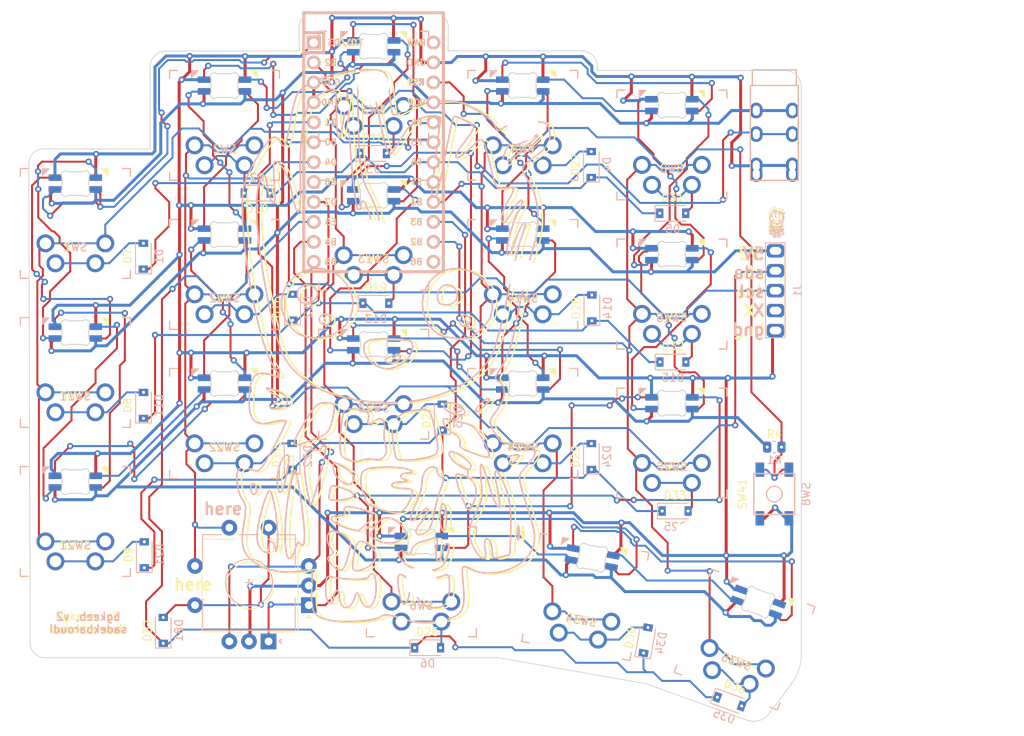
<source format=kicad_pcb>
(kicad_pcb (version 20171130) (host pcbnew "(5.1.10)-1")
  (layers (0 F.Cu signal) (31 B.Cu signal) (34 B.Paste user) (35 F.Paste user) (36 B.SilkS user) (37 F.SilkS user) (38 B.Mask user) (39 F.Mask user) (44 Edge.Cuts user))
  (net 0 "")
  (net 1 GND)
  (net 2 +5V)
  (net 3 "Net-(D1-Pad2)")
  (net 4 row0)
  (net 5 "Net-(D10-Pad2)")
  (net 6 "Net-(D11-Pad2)")
  (net 7 row1)
  (net 8 "Net-(D12-Pad2)")
  (net 9 "Net-(D13-Pad2)")
  (net 10 "Net-(D14-Pad2)")
  (net 11 "Net-(D15-Pad2)")
  (net 12 "Net-(D17-Pad2)")
  (net 13 "Net-(D18-Pad2)")
  (net 14 "Net-(D20-Pad2)")
  (net 15 "Net-(D21-Pad2)")
  (net 16 row2)
  (net 17 "Net-(D24-Pad2)")
  (net 18 "Net-(D25-Pad2)")
  (net 19 "Net-(D26-Pad2)")
  (net 20 "Net-(D27-Pad2)")
  (net 21 "Net-(D30-Pad2)")
  (net 22 "Net-(D31-Pad2)")
  (net 23 row3)
  (net 24 "Net-(D35-Pad2)")
  (net 25 "Net-(D37-Pad2)")
  (net 26 "Net-(D38-Pad2)")
  (net 27 "Net-(D39-Pad2)")
  (net 28 "Net-(D40-Pad2)")
  (net 29 led)
  (net 30 "Net-(D41-Pad2)")
  (net 31 "Net-(D42-Pad2)")
  (net 32 "Net-(D43-Pad2)")
  (net 33 "Net-(D44-Pad2)")
  (net 34 "Net-(D45-Pad2)")
  (net 35 "Net-(D46-Pad2)")
  (net 36 "Net-(D47-Pad2)")
  (net 37 "Net-(D48-Pad2)")
  (net 38 "Net-(D49-Pad2)")
  (net 39 "Net-(D50-Pad2)")
  (net 40 "Net-(D51-Pad2)")
  (net 41 "Net-(D52-Pad2)")
  (net 42 "Net-(D53-Pad2)")
  (net 43 "Net-(D54-Pad2)")
  (net 44 "Net-(D55-Pad2)")
  (net 45 "Net-(D56-Pad2)")
  (net 46 "Net-(D57-Pad2)")
  (net 47 "Net-(D58-Pad2)")
  (net 48 "Net-(D59-Pad2)")
  (net 49 "Net-(D60-Pad2)")
  (net 50 "Net-(D61-Pad2)")
  (net 51 "Net-(D62-Pad2)")
  (net 52 "Net-(D63-Pad2)")
  (net 53 "Net-(D64-Pad2)")
  (net 54 "Net-(D65-Pad2)")
  (net 55 "Net-(D66-Pad2)")
  (net 56 "Net-(D67-Pad2)")
  (net 57 "Net-(D68-Pad2)")
  (net 58 "Net-(D69-Pad2)")
  (net 59 "Net-(D70-Pad2)")
  (net 60 "Net-(D71-Pad2)")
  (net 61 "Net-(D73-Pad2)")
  (net 62 RESET)
  (net 63 col0)
  (net 64 col1)
  (net 65 col2)
  (net 66 col3)
  (net 67 col4)
  (net 68 sda)
  (net 69 scl)
  (net 70 "Net-(J1-Pad4)")
  (net 71 ENC1B)
  (net 72 ENC1A)
  (net 73 "Net-(U1-Pad17)")
  (net 74 "Net-(U1-Pad13)")
  (net 75 data)
  (net 76 "Net-(D39-Pad4)")
  (net 77 "Net-(U1-Pad8)")
  (net 78 "Net-(U1-Pad24)")
  (module keyswitches:SW_MX_reversible_minimal (layer F.Cu) (at 146.248115 111.075956 160)
    (fp_text reference SW35 (at 0 -3 160) (layer F.SilkS))
    (fp_text value SW_Push)
    (fp_text user %R (at 0 -3.048 160) (layer B.SilkS) (effects (justify mirror)))
    (pad 2 thru_hole circle (at -3.81 -2.54 160) (size 2.286 2.286) (drill 1.4986) (layers *.Cu *.Mask) (net 67 col4))
    (pad "" np_thru_hole circle (at 0 0 160) (size 3.9878 3.9878) (drill 3.9878) (layers *.Cu *.Mask))
    (pad 1 thru_hole circle (at 2.54 -5.08 160) (size 2.286 2.286) (drill 1.4986) (layers *.Cu *.Mask) (net 24 "Net-(D35-Pad2)"))
    (pad 1 thru_hole circle (at -2.54 -5.08 160) (size 2.286 2.286) (drill 1.4986) (layers *.Cu *.Mask) (net 24 "Net-(D35-Pad2)"))
    (pad 2 thru_hole circle (at 3.81 -2.54 160) (size 2.286 2.286) (drill 1.4986) (layers *.Cu *.Mask) (net 67 col4))
  )
  (module keyswitches:SW_MX_reversible_minimal (layer F.Cu) (at 125.963674 105.640756 170)
    (fp_text reference SW34 (at 0.000001 -3 170) (layer F.SilkS))
    (fp_text value SW_Push)
    (fp_text user %R (at 0 -3.048 170) (layer B.SilkS) (effects (justify mirror)))
    (pad 2 thru_hole circle (at -3.81 -2.54 170) (size 2.286 2.286) (drill 1.4986) (layers *.Cu *.Mask) (net 66 col3))
    (pad "" np_thru_hole circle (at 0 0 170) (size 3.9878 3.9878) (drill 3.9878) (layers *.Cu *.Mask))
    (pad 1 thru_hole circle (at 2.54 -5.08 170) (size 2.286 2.286) (drill 1.4986) (layers *.Cu *.Mask) (net 21 "Net-(D30-Pad2)"))
    (pad 1 thru_hole circle (at -2.54 -5.08 170) (size 2.286 2.286) (drill 1.4986) (layers *.Cu *.Mask) (net 21 "Net-(D30-Pad2)"))
    (pad 2 thru_hole circle (at 3.81 -2.54 170) (size 2.286 2.286) (drill 1.4986) (layers *.Cu *.Mask) (net 66 col3))
  )
  (module keyswitches:SW_MX_reversible_minimal (layer F.Cu) (at 136.997585 86.026487 180)
    (fp_text reference SW25 (at 0 -3) (layer F.SilkS))
    (fp_text value SW_Push)
    (fp_text user %R (at 0 -3.048) (layer B.SilkS) (effects (justify mirror)))
    (pad 2 thru_hole circle (at -3.81 -2.54 180) (size 2.286 2.286) (drill 1.4986) (layers *.Cu *.Mask) (net 67 col4))
    (pad "" np_thru_hole circle (at 0 0 180) (size 3.9878 3.9878) (drill 3.9878) (layers *.Cu *.Mask))
    (pad 1 thru_hole circle (at 2.54 -5.08 180) (size 2.286 2.286) (drill 1.4986) (layers *.Cu *.Mask) (net 18 "Net-(D25-Pad2)"))
    (pad 1 thru_hole circle (at -2.54 -5.08 180) (size 2.286 2.286) (drill 1.4986) (layers *.Cu *.Mask) (net 18 "Net-(D25-Pad2)"))
    (pad 2 thru_hole circle (at 3.81 -2.54 180) (size 2.286 2.286) (drill 1.4986) (layers *.Cu *.Mask) (net 67 col4))
  )
  (module keyswitches:SW_MX_reversible_minimal (layer F.Cu) (at 117.997586 83.526487 180)
    (fp_text reference SW24 (at 0 -3) (layer F.SilkS))
    (fp_text value SW_Push)
    (fp_text user %R (at 0 -3.048) (layer B.SilkS) (effects (justify mirror)))
    (pad 2 thru_hole circle (at -3.81 -2.54 180) (size 2.286 2.286) (drill 1.4986) (layers *.Cu *.Mask) (net 66 col3))
    (pad "" np_thru_hole circle (at 0 0 180) (size 3.9878 3.9878) (drill 3.9878) (layers *.Cu *.Mask))
    (pad 1 thru_hole circle (at 2.54 -5.08 180) (size 2.286 2.286) (drill 1.4986) (layers *.Cu *.Mask) (net 17 "Net-(D24-Pad2)"))
    (pad 1 thru_hole circle (at -2.54 -5.08 180) (size 2.286 2.286) (drill 1.4986) (layers *.Cu *.Mask) (net 17 "Net-(D24-Pad2)"))
    (pad 2 thru_hole circle (at 3.81 -2.54 180) (size 2.286 2.286) (drill 1.4986) (layers *.Cu *.Mask) (net 66 col3))
  )
  (module keyswitches:SW_MX_reversible_minimal (layer F.Cu) (at 98.997586 78.526487 180)
    (fp_text reference SW23 (at 0 -3) (layer F.SilkS))
    (fp_text value SW_Push)
    (fp_text user %R (at 0 -3.048) (layer B.SilkS) (effects (justify mirror)))
    (pad 2 thru_hole circle (at -3.81 -2.54 180) (size 2.286 2.286) (drill 1.4986) (layers *.Cu *.Mask) (net 65 col2))
    (pad "" np_thru_hole circle (at 0 0 180) (size 3.9878 3.9878) (drill 3.9878) (layers *.Cu *.Mask))
    (pad 1 thru_hole circle (at 2.54 -5.08 180) (size 2.286 2.286) (drill 1.4986) (layers *.Cu *.Mask) (net 14 "Net-(D20-Pad2)"))
    (pad 1 thru_hole circle (at -2.54 -5.08 180) (size 2.286 2.286) (drill 1.4986) (layers *.Cu *.Mask) (net 14 "Net-(D20-Pad2)"))
    (pad 2 thru_hole circle (at 3.81 -2.54 180) (size 2.286 2.286) (drill 1.4986) (layers *.Cu *.Mask) (net 65 col2))
  )
  (module keyswitches:SW_MX_reversible_minimal (layer F.Cu) (at 79.997587 83.526486 180)
    (fp_text reference SW22 (at 0 -3) (layer F.SilkS))
    (fp_text value SW_Push)
    (fp_text user %R (at 0 -3.048) (layer B.SilkS) (effects (justify mirror)))
    (pad 2 thru_hole circle (at -3.81 -2.54 180) (size 2.286 2.286) (drill 1.4986) (layers *.Cu *.Mask) (net 64 col1))
    (pad "" np_thru_hole circle (at 0 0 180) (size 3.9878 3.9878) (drill 3.9878) (layers *.Cu *.Mask))
    (pad 1 thru_hole circle (at 2.54 -5.08 180) (size 2.286 2.286) (drill 1.4986) (layers *.Cu *.Mask) (net 12 "Net-(D17-Pad2)"))
    (pad 1 thru_hole circle (at -2.54 -5.08 180) (size 2.286 2.286) (drill 1.4986) (layers *.Cu *.Mask) (net 12 "Net-(D17-Pad2)"))
    (pad 2 thru_hole circle (at 3.81 -2.54 180) (size 2.286 2.286) (drill 1.4986) (layers *.Cu *.Mask) (net 64 col1))
  )
  (module keyswitches:SW_MX_reversible_minimal (layer F.Cu) (at 60.997588 96.026485 180)
    (fp_text reference SW21 (at 0 -3) (layer F.SilkS))
    (fp_text value SW_Push)
    (fp_text user %R (at 0 -3.048) (layer B.SilkS) (effects (justify mirror)))
    (pad 2 thru_hole circle (at -3.81 -2.54 180) (size 2.286 2.286) (drill 1.4986) (layers *.Cu *.Mask) (net 63 col0))
    (pad "" np_thru_hole circle (at 0 0 180) (size 3.9878 3.9878) (drill 3.9878) (layers *.Cu *.Mask))
    (pad 1 thru_hole circle (at 2.54 -5.08 180) (size 2.286 2.286) (drill 1.4986) (layers *.Cu *.Mask) (net 15 "Net-(D21-Pad2)"))
    (pad 1 thru_hole circle (at -2.54 -5.08 180) (size 2.286 2.286) (drill 1.4986) (layers *.Cu *.Mask) (net 15 "Net-(D21-Pad2)"))
    (pad 2 thru_hole circle (at 3.81 -2.54 180) (size 2.286 2.286) (drill 1.4986) (layers *.Cu *.Mask) (net 63 col0))
  )
  (module keyswitches:SW_MX_reversible_minimal (layer F.Cu) (at 136.997585 67.026488 180)
    (fp_text reference SW15 (at 0 -3) (layer F.SilkS))
    (fp_text value SW_Push)
    (fp_text user %R (at 0 -3.048) (layer B.SilkS) (effects (justify mirror)))
    (pad 2 thru_hole circle (at -3.81 -2.54 180) (size 2.286 2.286) (drill 1.4986) (layers *.Cu *.Mask) (net 67 col4))
    (pad "" np_thru_hole circle (at 0 0 180) (size 3.9878 3.9878) (drill 3.9878) (layers *.Cu *.Mask))
    (pad 1 thru_hole circle (at 2.54 -5.08 180) (size 2.286 2.286) (drill 1.4986) (layers *.Cu *.Mask) (net 11 "Net-(D15-Pad2)"))
    (pad 1 thru_hole circle (at -2.54 -5.08 180) (size 2.286 2.286) (drill 1.4986) (layers *.Cu *.Mask) (net 11 "Net-(D15-Pad2)"))
    (pad 2 thru_hole circle (at 3.81 -2.54 180) (size 2.286 2.286) (drill 1.4986) (layers *.Cu *.Mask) (net 67 col4))
  )
  (module keyswitches:SW_MX_reversible_minimal (layer F.Cu) (at 117.997586 64.526487 180)
    (fp_text reference SW14 (at 0 -3) (layer F.SilkS))
    (fp_text value SW_Push)
    (fp_text user %R (at 0 -3.048) (layer B.SilkS) (effects (justify mirror)))
    (pad 2 thru_hole circle (at -3.81 -2.54 180) (size 2.286 2.286) (drill 1.4986) (layers *.Cu *.Mask) (net 66 col3))
    (pad "" np_thru_hole circle (at 0 0 180) (size 3.9878 3.9878) (drill 3.9878) (layers *.Cu *.Mask))
    (pad 1 thru_hole circle (at 2.54 -5.08 180) (size 2.286 2.286) (drill 1.4986) (layers *.Cu *.Mask) (net 10 "Net-(D14-Pad2)"))
    (pad 1 thru_hole circle (at -2.54 -5.08 180) (size 2.286 2.286) (drill 1.4986) (layers *.Cu *.Mask) (net 10 "Net-(D14-Pad2)"))
    (pad 2 thru_hole circle (at 3.81 -2.54 180) (size 2.286 2.286) (drill 1.4986) (layers *.Cu *.Mask) (net 66 col3))
  )
  (module keyswitches:SW_MX_reversible_minimal (layer F.Cu) (at 98.997587 59.526487 180)
    (fp_text reference SW13 (at 0 -3) (layer F.SilkS))
    (fp_text value SW_Push)
    (fp_text user %R (at 0 -3.048) (layer B.SilkS) (effects (justify mirror)))
    (pad 2 thru_hole circle (at -3.81 -2.54 180) (size 2.286 2.286) (drill 1.4986) (layers *.Cu *.Mask) (net 65 col2))
    (pad "" np_thru_hole circle (at 0 0 180) (size 3.9878 3.9878) (drill 3.9878) (layers *.Cu *.Mask))
    (pad 1 thru_hole circle (at 2.54 -5.08 180) (size 2.286 2.286) (drill 1.4986) (layers *.Cu *.Mask) (net 9 "Net-(D13-Pad2)"))
    (pad 1 thru_hole circle (at -2.54 -5.08 180) (size 2.286 2.286) (drill 1.4986) (layers *.Cu *.Mask) (net 9 "Net-(D13-Pad2)"))
    (pad 2 thru_hole circle (at 3.81 -2.54 180) (size 2.286 2.286) (drill 1.4986) (layers *.Cu *.Mask) (net 65 col2))
  )
  (module keyswitches:SW_MX_reversible_minimal (layer F.Cu) (at 79.997588 64.526487 180)
    (fp_text reference SW12 (at 0 -3) (layer F.SilkS))
    (fp_text value SW_Push)
    (fp_text user %R (at 0 -3.048) (layer B.SilkS) (effects (justify mirror)))
    (pad 2 thru_hole circle (at -3.81 -2.54 180) (size 2.286 2.286) (drill 1.4986) (layers *.Cu *.Mask) (net 64 col1))
    (pad "" np_thru_hole circle (at 0 0 180) (size 3.9878 3.9878) (drill 3.9878) (layers *.Cu *.Mask))
    (pad 1 thru_hole circle (at 2.54 -5.08 180) (size 2.286 2.286) (drill 1.4986) (layers *.Cu *.Mask) (net 8 "Net-(D12-Pad2)"))
    (pad 1 thru_hole circle (at -2.54 -5.08 180) (size 2.286 2.286) (drill 1.4986) (layers *.Cu *.Mask) (net 8 "Net-(D12-Pad2)"))
    (pad 2 thru_hole circle (at 3.81 -2.54 180) (size 2.286 2.286) (drill 1.4986) (layers *.Cu *.Mask) (net 64 col1))
  )
  (module keyswitches:SW_MX_reversible_minimal (layer F.Cu) (at 60.997589 77.026486 180)
    (fp_text reference SW11 (at 0 -3) (layer F.SilkS))
    (fp_text value SW_Push)
    (fp_text user %R (at 0 -3.048) (layer B.SilkS) (effects (justify mirror)))
    (pad 2 thru_hole circle (at -3.81 -2.54 180) (size 2.286 2.286) (drill 1.4986) (layers *.Cu *.Mask) (net 63 col0))
    (pad "" np_thru_hole circle (at 0 0 180) (size 3.9878 3.9878) (drill 3.9878) (layers *.Cu *.Mask))
    (pad 1 thru_hole circle (at 2.54 -5.08 180) (size 2.286 2.286) (drill 1.4986) (layers *.Cu *.Mask) (net 6 "Net-(D11-Pad2)"))
    (pad 1 thru_hole circle (at -2.54 -5.08 180) (size 2.286 2.286) (drill 1.4986) (layers *.Cu *.Mask) (net 6 "Net-(D11-Pad2)"))
    (pad 2 thru_hole circle (at 3.81 -2.54 180) (size 2.286 2.286) (drill 1.4986) (layers *.Cu *.Mask) (net 63 col0))
  )
  (module keyswitches:SW_MX_reversible_minimal (layer F.Cu) (at 105.078593 103.714404 180)
    (fp_text reference SW6 (at 0 -3) (layer F.SilkS))
    (fp_text value SW_Push)
    (fp_text user %R (at 0 -3.048) (layer B.SilkS) (effects (justify mirror)))
    (pad 2 thru_hole circle (at -3.81 -2.54 180) (size 2.286 2.286) (drill 1.4986) (layers *.Cu *.Mask) (net 65 col2))
    (pad "" np_thru_hole circle (at 0 0 180) (size 3.9878 3.9878) (drill 3.9878) (layers *.Cu *.Mask))
    (pad 1 thru_hole circle (at 2.54 -5.08 180) (size 2.286 2.286) (drill 1.4986) (layers *.Cu *.Mask) (net 19 "Net-(D26-Pad2)"))
    (pad 1 thru_hole circle (at -2.54 -5.08 180) (size 2.286 2.286) (drill 1.4986) (layers *.Cu *.Mask) (net 19 "Net-(D26-Pad2)"))
    (pad 2 thru_hole circle (at 3.81 -2.54 180) (size 2.286 2.286) (drill 1.4986) (layers *.Cu *.Mask) (net 65 col2))
  )
  (module keyswitches:SW_MX_reversible_minimal (layer F.Cu) (at 136.997585 48.026489 180)
    (fp_text reference SW5 (at 0 -3) (layer F.SilkS))
    (fp_text value SW_Push)
    (fp_text user %R (at 0 -3.048) (layer B.SilkS) (effects (justify mirror)))
    (pad 2 thru_hole circle (at -3.81 -2.54 180) (size 2.286 2.286) (drill 1.4986) (layers *.Cu *.Mask) (net 67 col4))
    (pad "" np_thru_hole circle (at 0 0 180) (size 3.9878 3.9878) (drill 3.9878) (layers *.Cu *.Mask))
    (pad 1 thru_hole circle (at 2.54 -5.08 180) (size 2.286 2.286) (drill 1.4986) (layers *.Cu *.Mask) (net 22 "Net-(D31-Pad2)"))
    (pad 1 thru_hole circle (at -2.54 -5.08 180) (size 2.286 2.286) (drill 1.4986) (layers *.Cu *.Mask) (net 22 "Net-(D31-Pad2)"))
    (pad 2 thru_hole circle (at 3.81 -2.54 180) (size 2.286 2.286) (drill 1.4986) (layers *.Cu *.Mask) (net 67 col4))
  )
  (module keyswitches:SW_MX_reversible_minimal (layer F.Cu) (at 117.997586 45.526488 180)
    (fp_text reference SW4 (at 0 -3) (layer F.SilkS))
    (fp_text value SW_Push)
    (fp_text user %R (at 0 -3.048) (layer B.SilkS) (effects (justify mirror)))
    (pad 2 thru_hole circle (at -3.81 -2.54 180) (size 2.286 2.286) (drill 1.4986) (layers *.Cu *.Mask) (net 66 col3))
    (pad "" np_thru_hole circle (at 0 0 180) (size 3.9878 3.9878) (drill 3.9878) (layers *.Cu *.Mask))
    (pad 1 thru_hole circle (at 2.54 -5.08 180) (size 2.286 2.286) (drill 1.4986) (layers *.Cu *.Mask) (net 20 "Net-(D27-Pad2)"))
    (pad 1 thru_hole circle (at -2.54 -5.08 180) (size 2.286 2.286) (drill 1.4986) (layers *.Cu *.Mask) (net 20 "Net-(D27-Pad2)"))
    (pad 2 thru_hole circle (at 3.81 -2.54 180) (size 2.286 2.286) (drill 1.4986) (layers *.Cu *.Mask) (net 66 col3))
  )
  (module keyswitches:SW_MX_reversible_minimal (layer F.Cu) (at 98.997587 40.526488 180)
    (fp_text reference SW3 (at 0 -3) (layer F.SilkS))
    (fp_text value SW_Push)
    (fp_text user %R (at 0 -3.048) (layer B.SilkS) (effects (justify mirror)))
    (pad 2 thru_hole circle (at -3.81 -2.54 180) (size 2.286 2.286) (drill 1.4986) (layers *.Cu *.Mask) (net 65 col2))
    (pad "" np_thru_hole circle (at 0 0 180) (size 3.9878 3.9878) (drill 3.9878) (layers *.Cu *.Mask))
    (pad 1 thru_hole circle (at 2.54 -5.08 180) (size 2.286 2.286) (drill 1.4986) (layers *.Cu *.Mask) (net 13 "Net-(D18-Pad2)"))
    (pad 1 thru_hole circle (at -2.54 -5.08 180) (size 2.286 2.286) (drill 1.4986) (layers *.Cu *.Mask) (net 13 "Net-(D18-Pad2)"))
    (pad 2 thru_hole circle (at 3.81 -2.54 180) (size 2.286 2.286) (drill 1.4986) (layers *.Cu *.Mask) (net 65 col2))
  )
  (module keyswitches:SW_MX_reversible_minimal (layer F.Cu) (at 79.997588 45.526488 180)
    (fp_text reference SW2 (at 0 -3) (layer F.SilkS))
    (fp_text value SW_Push)
    (fp_text user %R (at 0 -3.048) (layer B.SilkS) (effects (justify mirror)))
    (pad 2 thru_hole circle (at -3.81 -2.54 180) (size 2.286 2.286) (drill 1.4986) (layers *.Cu *.Mask) (net 64 col1))
    (pad "" np_thru_hole circle (at 0 0 180) (size 3.9878 3.9878) (drill 3.9878) (layers *.Cu *.Mask))
    (pad 1 thru_hole circle (at 2.54 -5.08 180) (size 2.286 2.286) (drill 1.4986) (layers *.Cu *.Mask) (net 5 "Net-(D10-Pad2)"))
    (pad 1 thru_hole circle (at -2.54 -5.08 180) (size 2.286 2.286) (drill 1.4986) (layers *.Cu *.Mask) (net 5 "Net-(D10-Pad2)"))
    (pad 2 thru_hole circle (at 3.81 -2.54 180) (size 2.286 2.286) (drill 1.4986) (layers *.Cu *.Mask) (net 64 col1))
  )
  (module keyswitches:SW_MX_reversible_minimal (layer F.Cu) (at 60.997589 58.026487 180)
    (fp_text reference SW1 (at 0 -3) (layer F.SilkS))
    (fp_text value SW_Push)
    (fp_text user %R (at 0 -3.048) (layer B.SilkS) (effects (justify mirror)))
    (pad 2 thru_hole circle (at -3.81 -2.54 180) (size 2.286 2.286) (drill 1.4986) (layers *.Cu *.Mask) (net 63 col0))
    (pad "" np_thru_hole circle (at 0 0 180) (size 3.9878 3.9878) (drill 3.9878) (layers *.Cu *.Mask))
    (pad 1 thru_hole circle (at 2.54 -5.08 180) (size 2.286 2.286) (drill 1.4986) (layers *.Cu *.Mask) (net 3 "Net-(D1-Pad2)"))
    (pad 1 thru_hole circle (at -2.54 -5.08 180) (size 2.286 2.286) (drill 1.4986) (layers *.Cu *.Mask) (net 3 "Net-(D1-Pad2)"))
    (pad 2 thru_hole circle (at 3.81 -2.54 180) (size 2.286 2.286) (drill 1.4986) (layers *.Cu *.Mask) (net 63 col0))
  )
  (module MountingHole:MountingHole_3.2mm_M3 (layer F.Cu) (at 72.954593 94.668404)
    (fp_text reference "" (at 0 -4.2) (layer F.SilkS))
    (fp_text value MountingHole_3.2mm_M3)
    (pad 1 np_thru_hole circle (at 0 0) (size 3.2 3.2) (drill 3.2) (layers *.Cu *.Mask))
  )
  (module MountingHole:MountingHole_3.2mm_M3 (layer F.Cu) (at 70.668593 56.822404)
    (fp_text reference "" (at 0 -4.2) (layer F.SilkS))
    (fp_text value MountingHole_3.2mm_M3)
    (pad 1 np_thru_hole circle (at 0 0) (size 3.2 3.2) (drill 3.2) (layers *.Cu *.Mask))
  )
  (module MountingHole:MountingHole_3.2mm_M3 (layer F.Cu) (at 127.564593 55.552404)
    (fp_text reference "" (at 0 -4.2) (layer F.SilkS))
    (fp_text value MountingHole_3.2mm_M3)
    (pad 1 np_thru_hole circle (at 0 0) (size 3.2 3.2) (drill 3.2) (layers *.Cu *.Mask))
  )
  (module MountingHole:MountingHole_3.2mm_M3 (layer F.Cu) (at 138.994593 97.716404)
    (fp_text reference "" (at 0 -4.2) (layer F.SilkS))
    (fp_text value MountingHole_3.2mm_M3)
    (pad 1 np_thru_hole circle (at 0 0) (size 3.2 3.2) (drill 3.2) (layers *.Cu *.Mask))
  )
  (module Keebio-Parts:RotaryEncoder_EC11-no-legs (layer B.Cu) (at 83.114593 103.812404 90)
    (fp_text reference SW7)
    (fp_text value RotaryEncoder_Switch)
    (pad A thru_hole rect (at -7.5 2.5 90) (size 2 2) (drill 1) (layers *.Cu *.Mask) (net 72 ENC1A))
    (pad C thru_hole circle (at -7.5 0 90) (size 2 2) (drill 1) (layers *.Cu *.Mask) (net 1 GND))
    (pad B thru_hole circle (at -7.5 -2.5 90) (size 2 2) (drill 1) (layers *.Cu *.Mask) (net 71 ENC1B))
    (pad S2 thru_hole circle (at 7 2.5 90) (size 2 2) (drill 1) (layers *.Cu *.Mask) (net 25 "Net-(D37-Pad2)"))
    (pad S1 thru_hole circle (at 7 -2.5 90) (size 2 2) (drill 1) (layers *.Cu *.Mask) (net 64 col1))
  )
  (module random-keyboard-parts:SKQG-1155865 (layer B.Cu) (at 150.043593 92.534804 270)
    (fp_text reference SW8 (at 0 -4.064 90) (layer B.SilkS) (effects (justify mirror)))
    (fp_text value SW_Push)
    (pad 1 smd rect (at 3.1 -1.85 270) (size 1.8 1.1) (layers B.Cu B.Paste B.Mask) (net 1 GND))
    (pad 2 smd rect (at -3.1 1.85 270) (size 1.8 1.1) (layers B.Cu B.Paste B.Mask) (net 62 RESET))
    (pad 3 smd rect (at 3.1 1.85 270) (size 1.8 1.1) (layers B.Cu B.Paste B.Mask))
    (pad 4 smd rect (at -3.1 -1.85 270) (size 1.8 1.1) (layers B.Cu B.Paste B.Mask))
  )
  (module Resistor_SMD:R_0805_2012Metric (layer B.Cu) (at 150.043593 86.540404)
    (fp_text reference R1 (at 0 1.65) (layer B.SilkS) (effects (justify mirror)))
    (fp_text value 10k)
    (pad 2 smd roundrect (at 0.9125 0) (size 1.025 1.4) (layers B.Cu B.Paste B.Mask) (roundrect_rratio 0.243902) (net 62 RESET))
    (pad 1 smd roundrect (at -0.9125 0) (size 1.025 1.4) (layers B.Cu B.Paste B.Mask) (roundrect_rratio 0.243902) (net 2 +5V))
  )
  (module kicad-keyboard-parts:MX_SK6812MINI-E (layer B.Cu) (at 146.248115 111.075956 340)
    (fp_text reference D73 hide)
    (fp_text value SK6812MINI-E)
    (fp_line (start 0.794452 -6.579999) (end -0.794452 -6.579999) (layer Edge.Cuts) (width 0.1))
    (fp_line (start 1.699999 -4.377157) (end 1.699999 -5.782841) (layer Edge.Cuts) (width 0.1))
    (fp_line (start -0.794452 -3.58) (end 0.794453 -3.58) (layer Edge.Cuts) (width 0.1))
    (fp_line (start -1.699999 -5.782841) (end -1.699999 -4.377157) (layer Edge.Cuts) (width 0.1))
    (fp_arc (start -0.794452 -7.079999) (end -0.794452 -6.579999) (angle 30.2992623) (layer Edge.Cuts) (width 0.1))
    (fp_arc (start 0.794452 -7.079999) (end 1.046711 -6.648298) (angle 30.29933433) (layer Edge.Cuts) (width 0.1))
    (fp_arc (start 1.298969 -6.216597) (end 1.046711 -6.648298) (angle 146.0055121) (layer Edge.Cuts) (width 0.1))
    (fp_arc (start 2.199999 -5.782841) (end 1.699999 -5.782841) (angle 25.70617777) (layer Edge.Cuts) (width 0.1))
    (fp_arc (start 2.199999 -4.377157) (end 1.749484 -4.160279) (angle 25.70608136) (layer Edge.Cuts) (width 0.1))
    (fp_arc (start 1.298969 -3.943402) (end 1.749484 -4.160279) (angle 146.0053097) (layer Edge.Cuts) (width 0.1))
    (fp_arc (start 0.794453 -3.08) (end 0.794453 -3.58) (angle 30.29922831) (layer Edge.Cuts) (width 0.1))
    (fp_arc (start -0.794452 -3.08) (end -1.046711 -3.5117) (angle 30.29928212) (layer Edge.Cuts) (width 0.1))
    (fp_arc (start -1.298969 -3.943401) (end -1.046711 -3.5117) (angle 146.0054017) (layer Edge.Cuts) (width 0.1))
    (fp_arc (start -2.199999 -4.377157) (end -1.699999 -4.377157) (angle 25.70611954) (layer Edge.Cuts) (width 0.1))
    (fp_arc (start -2.199999 -5.782841) (end -1.749484 -5.999719) (angle 25.70611205) (layer Edge.Cuts) (width 0.1))
    (fp_arc (start -1.298969 -6.216596) (end -1.749484 -5.999719) (angle 146.0053744) (layer Edge.Cuts) (width 0.1))
    (pad 3 smd roundrect (at 2.6 -5.829999 70) (size 0.82 1.6) (layers F.Cu F.Paste F.Mask) (roundrect_rratio 0.1) (net 1 GND))
    (pad 4 smd roundrect (at 2.6 -4.329999 70) (size 0.82 1.6) (layers F.Cu F.Paste F.Mask) (roundrect_rratio 0.1) (net 60 "Net-(D71-Pad2)"))
    (pad 2 smd roundrect (at -2.6 -5.829999 70) (size 0.82 1.6) (layers F.Cu F.Paste F.Mask) (roundrect_rratio 0.1) (net 61 "Net-(D73-Pad2)"))
    (pad 1 smd roundrect (at -2.6 -4.329999 70) (size 0.82 1.6) (layers F.Cu F.Paste F.Mask) (roundrect_rratio 0.1) (net 2 +5V))
  )
  (module kicad-keyboard-parts:MX_SK6812MINI-E (layer B.Cu) (at 98.997586 78.526487)
    (fp_text reference D72 hide)
    (fp_text value SK6812MINI-E)
    (fp_line (start 0.794452 -6.579999) (end -0.794452 -6.579999) (layer Edge.Cuts) (width 0.1))
    (fp_line (start 1.699999 -4.377157) (end 1.699999 -5.782841) (layer Edge.Cuts) (width 0.1))
    (fp_line (start -0.794452 -3.58) (end 0.794453 -3.58) (layer Edge.Cuts) (width 0.1))
    (fp_line (start -1.699999 -5.782841) (end -1.699999 -4.377157) (layer Edge.Cuts) (width 0.1))
    (fp_arc (start -0.794452 -7.079999) (end -0.794452 -6.579999) (angle 30.2992623) (layer Edge.Cuts) (width 0.1))
    (fp_arc (start 0.794452 -7.079999) (end 1.046711 -6.648298) (angle 30.29933433) (layer Edge.Cuts) (width 0.1))
    (fp_arc (start 1.298969 -6.216597) (end 1.046711 -6.648298) (angle 146.0055121) (layer Edge.Cuts) (width 0.1))
    (fp_arc (start 2.199999 -5.782841) (end 1.699999 -5.782841) (angle 25.70617777) (layer Edge.Cuts) (width 0.1))
    (fp_arc (start 2.199999 -4.377157) (end 1.749484 -4.160279) (angle 25.70608136) (layer Edge.Cuts) (width 0.1))
    (fp_arc (start 1.298969 -3.943402) (end 1.749484 -4.160279) (angle 146.0053097) (layer Edge.Cuts) (width 0.1))
    (fp_arc (start 0.794453 -3.08) (end 0.794453 -3.58) (angle 30.29922831) (layer Edge.Cuts) (width 0.1))
    (fp_arc (start -0.794452 -3.08) (end -1.046711 -3.5117) (angle 30.29928212) (layer Edge.Cuts) (width 0.1))
    (fp_arc (start -1.298969 -3.943401) (end -1.046711 -3.5117) (angle 146.0054017) (layer Edge.Cuts) (width 0.1))
    (fp_arc (start -2.199999 -4.377157) (end -1.699999 -4.377157) (angle 25.70611954) (layer Edge.Cuts) (width 0.1))
    (fp_arc (start -2.199999 -5.782841) (end -1.749484 -5.999719) (angle 25.70611205) (layer Edge.Cuts) (width 0.1))
    (fp_arc (start -1.298969 -6.216596) (end -1.749484 -5.999719) (angle 146.0053744) (layer Edge.Cuts) (width 0.1))
    (pad 3 smd roundrect (at 2.6 -5.829999 90) (size 0.82 1.6) (layers F.Cu F.Paste F.Mask) (roundrect_rratio 0.1) (net 1 GND))
    (pad 4 smd roundrect (at 2.6 -4.329999 90) (size 0.82 1.6) (layers F.Cu F.Paste F.Mask) (roundrect_rratio 0.1) (net 59 "Net-(D70-Pad2)"))
    (pad 2 smd roundrect (at -2.6 -5.829999 90) (size 0.82 1.6) (layers F.Cu F.Paste F.Mask) (roundrect_rratio 0.1) (net 76 "Net-(D39-Pad4)"))
    (pad 1 smd roundrect (at -2.6 -4.329999 90) (size 0.82 1.6) (layers F.Cu F.Paste F.Mask) (roundrect_rratio 0.1) (net 2 +5V))
  )
  (module kicad-keyboard-parts:MX_SK6812MINI-E (layer B.Cu) (at 125.963674 105.640756 350)
    (fp_text reference D71 hide)
    (fp_text value SK6812MINI-E)
    (fp_line (start 0.794452 -6.579999) (end -0.794452 -6.579999) (layer Edge.Cuts) (width 0.1))
    (fp_line (start 1.699999 -4.377157) (end 1.699999 -5.782841) (layer Edge.Cuts) (width 0.1))
    (fp_line (start -0.794452 -3.58) (end 0.794453 -3.58) (layer Edge.Cuts) (width 0.1))
    (fp_line (start -1.699999 -5.782841) (end -1.699999 -4.377157) (layer Edge.Cuts) (width 0.1))
    (fp_arc (start -0.794452 -7.079999) (end -0.794452 -6.579999) (angle 30.2992623) (layer Edge.Cuts) (width 0.1))
    (fp_arc (start 0.794452 -7.079999) (end 1.046711 -6.648298) (angle 30.29933433) (layer Edge.Cuts) (width 0.1))
    (fp_arc (start 1.298969 -6.216597) (end 1.046711 -6.648298) (angle 146.0055121) (layer Edge.Cuts) (width 0.1))
    (fp_arc (start 2.199999 -5.782841) (end 1.699999 -5.782841) (angle 25.70617777) (layer Edge.Cuts) (width 0.1))
    (fp_arc (start 2.199999 -4.377157) (end 1.749484 -4.160279) (angle 25.70608136) (layer Edge.Cuts) (width 0.1))
    (fp_arc (start 1.298969 -3.943402) (end 1.749484 -4.160279) (angle 146.0053097) (layer Edge.Cuts) (width 0.1))
    (fp_arc (start 0.794453 -3.08) (end 0.794453 -3.58) (angle 30.29922831) (layer Edge.Cuts) (width 0.1))
    (fp_arc (start -0.794452 -3.08) (end -1.046711 -3.5117) (angle 30.29928212) (layer Edge.Cuts) (width 0.1))
    (fp_arc (start -1.298969 -3.943401) (end -1.046711 -3.5117) (angle 146.0054017) (layer Edge.Cuts) (width 0.1))
    (fp_arc (start -2.199999 -4.377157) (end -1.699999 -4.377157) (angle 25.70611954) (layer Edge.Cuts) (width 0.1))
    (fp_arc (start -2.199999 -5.782841) (end -1.749484 -5.999719) (angle 25.70611205) (layer Edge.Cuts) (width 0.1))
    (fp_arc (start -1.298969 -6.216596) (end -1.749484 -5.999719) (angle 146.0053744) (layer Edge.Cuts) (width 0.1))
    (pad 3 smd roundrect (at 2.6 -5.829999 80) (size 0.82 1.6) (layers F.Cu F.Paste F.Mask) (roundrect_rratio 0.1) (net 1 GND))
    (pad 4 smd roundrect (at 2.6 -4.329999 80) (size 0.82 1.6) (layers F.Cu F.Paste F.Mask) (roundrect_rratio 0.1) (net 57 "Net-(D68-Pad2)"))
    (pad 2 smd roundrect (at -2.6 -5.829999 80) (size 0.82 1.6) (layers F.Cu F.Paste F.Mask) (roundrect_rratio 0.1) (net 60 "Net-(D71-Pad2)"))
    (pad 1 smd roundrect (at -2.6 -4.329999 80) (size 0.82 1.6) (layers F.Cu F.Paste F.Mask) (roundrect_rratio 0.1) (net 2 +5V))
  )
  (module kicad-keyboard-parts:MX_SK6812MINI-E (layer B.Cu) (at 98.997587 59.526487)
    (fp_text reference D70 hide)
    (fp_text value SK6812MINI-E)
    (fp_line (start 0.794452 -6.579999) (end -0.794452 -6.579999) (layer Edge.Cuts) (width 0.1))
    (fp_line (start 1.699999 -4.377157) (end 1.699999 -5.782841) (layer Edge.Cuts) (width 0.1))
    (fp_line (start -0.794452 -3.58) (end 0.794453 -3.58) (layer Edge.Cuts) (width 0.1))
    (fp_line (start -1.699999 -5.782841) (end -1.699999 -4.377157) (layer Edge.Cuts) (width 0.1))
    (fp_arc (start -0.794452 -7.079999) (end -0.794452 -6.579999) (angle 30.2992623) (layer Edge.Cuts) (width 0.1))
    (fp_arc (start 0.794452 -7.079999) (end 1.046711 -6.648298) (angle 30.29933433) (layer Edge.Cuts) (width 0.1))
    (fp_arc (start 1.298969 -6.216597) (end 1.046711 -6.648298) (angle 146.0055121) (layer Edge.Cuts) (width 0.1))
    (fp_arc (start 2.199999 -5.782841) (end 1.699999 -5.782841) (angle 25.70617777) (layer Edge.Cuts) (width 0.1))
    (fp_arc (start 2.199999 -4.377157) (end 1.749484 -4.160279) (angle 25.70608136) (layer Edge.Cuts) (width 0.1))
    (fp_arc (start 1.298969 -3.943402) (end 1.749484 -4.160279) (angle 146.0053097) (layer Edge.Cuts) (width 0.1))
    (fp_arc (start 0.794453 -3.08) (end 0.794453 -3.58) (angle 30.29922831) (layer Edge.Cuts) (width 0.1))
    (fp_arc (start -0.794452 -3.08) (end -1.046711 -3.5117) (angle 30.29928212) (layer Edge.Cuts) (width 0.1))
    (fp_arc (start -1.298969 -3.943401) (end -1.046711 -3.5117) (angle 146.0054017) (layer Edge.Cuts) (width 0.1))
    (fp_arc (start -2.199999 -4.377157) (end -1.699999 -4.377157) (angle 25.70611954) (layer Edge.Cuts) (width 0.1))
    (fp_arc (start -2.199999 -5.782841) (end -1.749484 -5.999719) (angle 25.70611205) (layer Edge.Cuts) (width 0.1))
    (fp_arc (start -1.298969 -6.216596) (end -1.749484 -5.999719) (angle 146.0053744) (layer Edge.Cuts) (width 0.1))
    (pad 3 smd roundrect (at 2.6 -5.829999 90) (size 0.82 1.6) (layers F.Cu F.Paste F.Mask) (roundrect_rratio 0.1) (net 1 GND))
    (pad 4 smd roundrect (at 2.6 -4.329999 90) (size 0.82 1.6) (layers F.Cu F.Paste F.Mask) (roundrect_rratio 0.1) (net 58 "Net-(D69-Pad2)"))
    (pad 2 smd roundrect (at -2.6 -5.829999 90) (size 0.82 1.6) (layers F.Cu F.Paste F.Mask) (roundrect_rratio 0.1) (net 59 "Net-(D70-Pad2)"))
    (pad 1 smd roundrect (at -2.6 -4.329999 90) (size 0.82 1.6) (layers F.Cu F.Paste F.Mask) (roundrect_rratio 0.1) (net 2 +5V))
  )
  (module kicad-keyboard-parts:MX_SK6812MINI-E (layer B.Cu) (at 98.997587 40.526488)
    (fp_text reference D69 hide)
    (fp_text value SK6812MINI-E)
    (fp_line (start 0.794452 -6.579999) (end -0.794452 -6.579999) (layer Edge.Cuts) (width 0.1))
    (fp_line (start 1.699999 -4.377157) (end 1.699999 -5.782841) (layer Edge.Cuts) (width 0.1))
    (fp_line (start -0.794452 -3.58) (end 0.794453 -3.58) (layer Edge.Cuts) (width 0.1))
    (fp_line (start -1.699999 -5.782841) (end -1.699999 -4.377157) (layer Edge.Cuts) (width 0.1))
    (fp_arc (start -0.794452 -7.079999) (end -0.794452 -6.579999) (angle 30.2992623) (layer Edge.Cuts) (width 0.1))
    (fp_arc (start 0.794452 -7.079999) (end 1.046711 -6.648298) (angle 30.29933433) (layer Edge.Cuts) (width 0.1))
    (fp_arc (start 1.298969 -6.216597) (end 1.046711 -6.648298) (angle 146.0055121) (layer Edge.Cuts) (width 0.1))
    (fp_arc (start 2.199999 -5.782841) (end 1.699999 -5.782841) (angle 25.70617777) (layer Edge.Cuts) (width 0.1))
    (fp_arc (start 2.199999 -4.377157) (end 1.749484 -4.160279) (angle 25.70608136) (layer Edge.Cuts) (width 0.1))
    (fp_arc (start 1.298969 -3.943402) (end 1.749484 -4.160279) (angle 146.0053097) (layer Edge.Cuts) (width 0.1))
    (fp_arc (start 0.794453 -3.08) (end 0.794453 -3.58) (angle 30.29922831) (layer Edge.Cuts) (width 0.1))
    (fp_arc (start -0.794452 -3.08) (end -1.046711 -3.5117) (angle 30.29928212) (layer Edge.Cuts) (width 0.1))
    (fp_arc (start -1.298969 -3.943401) (end -1.046711 -3.5117) (angle 146.0054017) (layer Edge.Cuts) (width 0.1))
    (fp_arc (start -2.199999 -4.377157) (end -1.699999 -4.377157) (angle 25.70611954) (layer Edge.Cuts) (width 0.1))
    (fp_arc (start -2.199999 -5.782841) (end -1.749484 -5.999719) (angle 25.70611205) (layer Edge.Cuts) (width 0.1))
    (fp_arc (start -1.298969 -6.216596) (end -1.749484 -5.999719) (angle 146.0053744) (layer Edge.Cuts) (width 0.1))
    (pad 3 smd roundrect (at 2.6 -5.829999 90) (size 0.82 1.6) (layers F.Cu F.Paste F.Mask) (roundrect_rratio 0.1) (net 1 GND))
    (pad 4 smd roundrect (at 2.6 -4.329999 90) (size 0.82 1.6) (layers F.Cu F.Paste F.Mask) (roundrect_rratio 0.1) (net 56 "Net-(D67-Pad2)"))
    (pad 2 smd roundrect (at -2.6 -5.829999 90) (size 0.82 1.6) (layers F.Cu F.Paste F.Mask) (roundrect_rratio 0.1) (net 58 "Net-(D69-Pad2)"))
    (pad 1 smd roundrect (at -2.6 -4.329999 90) (size 0.82 1.6) (layers F.Cu F.Paste F.Mask) (roundrect_rratio 0.1) (net 2 +5V))
  )
  (module kicad-keyboard-parts:MX_SK6812MINI-E (layer B.Cu) (at 105.078593 103.714404)
    (fp_text reference D68 hide)
    (fp_text value SK6812MINI-E)
    (fp_line (start 0.794452 -6.579999) (end -0.794452 -6.579999) (layer Edge.Cuts) (width 0.1))
    (fp_line (start 1.699999 -4.377157) (end 1.699999 -5.782841) (layer Edge.Cuts) (width 0.1))
    (fp_line (start -0.794452 -3.58) (end 0.794453 -3.58) (layer Edge.Cuts) (width 0.1))
    (fp_line (start -1.699999 -5.782841) (end -1.699999 -4.377157) (layer Edge.Cuts) (width 0.1))
    (fp_arc (start -0.794452 -7.079999) (end -0.794452 -6.579999) (angle 30.2992623) (layer Edge.Cuts) (width 0.1))
    (fp_arc (start 0.794452 -7.079999) (end 1.046711 -6.648298) (angle 30.29933433) (layer Edge.Cuts) (width 0.1))
    (fp_arc (start 1.298969 -6.216597) (end 1.046711 -6.648298) (angle 146.0055121) (layer Edge.Cuts) (width 0.1))
    (fp_arc (start 2.199999 -5.782841) (end 1.699999 -5.782841) (angle 25.70617777) (layer Edge.Cuts) (width 0.1))
    (fp_arc (start 2.199999 -4.377157) (end 1.749484 -4.160279) (angle 25.70608136) (layer Edge.Cuts) (width 0.1))
    (fp_arc (start 1.298969 -3.943402) (end 1.749484 -4.160279) (angle 146.0053097) (layer Edge.Cuts) (width 0.1))
    (fp_arc (start 0.794453 -3.08) (end 0.794453 -3.58) (angle 30.29922831) (layer Edge.Cuts) (width 0.1))
    (fp_arc (start -0.794452 -3.08) (end -1.046711 -3.5117) (angle 30.29928212) (layer Edge.Cuts) (width 0.1))
    (fp_arc (start -1.298969 -3.943401) (end -1.046711 -3.5117) (angle 146.0054017) (layer Edge.Cuts) (width 0.1))
    (fp_arc (start -2.199999 -4.377157) (end -1.699999 -4.377157) (angle 25.70611954) (layer Edge.Cuts) (width 0.1))
    (fp_arc (start -2.199999 -5.782841) (end -1.749484 -5.999719) (angle 25.70611205) (layer Edge.Cuts) (width 0.1))
    (fp_arc (start -1.298969 -6.216596) (end -1.749484 -5.999719) (angle 146.0053744) (layer Edge.Cuts) (width 0.1))
    (pad 3 smd roundrect (at 2.6 -5.829999 90) (size 0.82 1.6) (layers F.Cu F.Paste F.Mask) (roundrect_rratio 0.1) (net 1 GND))
    (pad 4 smd roundrect (at 2.6 -4.329999 90) (size 0.82 1.6) (layers F.Cu F.Paste F.Mask) (roundrect_rratio 0.1) (net 55 "Net-(D66-Pad2)"))
    (pad 2 smd roundrect (at -2.6 -5.829999 90) (size 0.82 1.6) (layers F.Cu F.Paste F.Mask) (roundrect_rratio 0.1) (net 57 "Net-(D68-Pad2)"))
    (pad 1 smd roundrect (at -2.6 -4.329999 90) (size 0.82 1.6) (layers F.Cu F.Paste F.Mask) (roundrect_rratio 0.1) (net 2 +5V))
  )
  (module kicad-keyboard-parts:MX_SK6812MINI-E (layer B.Cu) (at 79.997588 45.526488)
    (fp_text reference D67 hide)
    (fp_text value SK6812MINI-E)
    (fp_line (start 0.794452 -6.579999) (end -0.794452 -6.579999) (layer Edge.Cuts) (width 0.1))
    (fp_line (start 1.699999 -4.377157) (end 1.699999 -5.782841) (layer Edge.Cuts) (width 0.1))
    (fp_line (start -0.794452 -3.58) (end 0.794453 -3.58) (layer Edge.Cuts) (width 0.1))
    (fp_line (start -1.699999 -5.782841) (end -1.699999 -4.377157) (layer Edge.Cuts) (width 0.1))
    (fp_arc (start -0.794452 -7.079999) (end -0.794452 -6.579999) (angle 30.2992623) (layer Edge.Cuts) (width 0.1))
    (fp_arc (start 0.794452 -7.079999) (end 1.046711 -6.648298) (angle 30.29933433) (layer Edge.Cuts) (width 0.1))
    (fp_arc (start 1.298969 -6.216597) (end 1.046711 -6.648298) (angle 146.0055121) (layer Edge.Cuts) (width 0.1))
    (fp_arc (start 2.199999 -5.782841) (end 1.699999 -5.782841) (angle 25.70617777) (layer Edge.Cuts) (width 0.1))
    (fp_arc (start 2.199999 -4.377157) (end 1.749484 -4.160279) (angle 25.70608136) (layer Edge.Cuts) (width 0.1))
    (fp_arc (start 1.298969 -3.943402) (end 1.749484 -4.160279) (angle 146.0053097) (layer Edge.Cuts) (width 0.1))
    (fp_arc (start 0.794453 -3.08) (end 0.794453 -3.58) (angle 30.29922831) (layer Edge.Cuts) (width 0.1))
    (fp_arc (start -0.794452 -3.08) (end -1.046711 -3.5117) (angle 30.29928212) (layer Edge.Cuts) (width 0.1))
    (fp_arc (start -1.298969 -3.943401) (end -1.046711 -3.5117) (angle 146.0054017) (layer Edge.Cuts) (width 0.1))
    (fp_arc (start -2.199999 -4.377157) (end -1.699999 -4.377157) (angle 25.70611954) (layer Edge.Cuts) (width 0.1))
    (fp_arc (start -2.199999 -5.782841) (end -1.749484 -5.999719) (angle 25.70611205) (layer Edge.Cuts) (width 0.1))
    (fp_arc (start -1.298969 -6.216596) (end -1.749484 -5.999719) (angle 146.0053744) (layer Edge.Cuts) (width 0.1))
    (pad 3 smd roundrect (at 2.6 -5.829999 90) (size 0.82 1.6) (layers F.Cu F.Paste F.Mask) (roundrect_rratio 0.1) (net 1 GND))
    (pad 4 smd roundrect (at 2.6 -4.329999 90) (size 0.82 1.6) (layers F.Cu F.Paste F.Mask) (roundrect_rratio 0.1) (net 54 "Net-(D65-Pad2)"))
    (pad 2 smd roundrect (at -2.6 -5.829999 90) (size 0.82 1.6) (layers F.Cu F.Paste F.Mask) (roundrect_rratio 0.1) (net 56 "Net-(D67-Pad2)"))
    (pad 1 smd roundrect (at -2.6 -4.329999 90) (size 0.82 1.6) (layers F.Cu F.Paste F.Mask) (roundrect_rratio 0.1) (net 2 +5V))
  )
  (module kicad-keyboard-parts:MX_SK6812MINI-E (layer B.Cu) (at 136.997585 86.026487)
    (fp_text reference D66 hide)
    (fp_text value SK6812MINI-E)
    (fp_line (start 0.794452 -6.579999) (end -0.794452 -6.579999) (layer Edge.Cuts) (width 0.1))
    (fp_line (start 1.699999 -4.377157) (end 1.699999 -5.782841) (layer Edge.Cuts) (width 0.1))
    (fp_line (start -0.794452 -3.58) (end 0.794453 -3.58) (layer Edge.Cuts) (width 0.1))
    (fp_line (start -1.699999 -5.782841) (end -1.699999 -4.377157) (layer Edge.Cuts) (width 0.1))
    (fp_arc (start -0.794452 -7.079999) (end -0.794452 -6.579999) (angle 30.2992623) (layer Edge.Cuts) (width 0.1))
    (fp_arc (start 0.794452 -7.079999) (end 1.046711 -6.648298) (angle 30.29933433) (layer Edge.Cuts) (width 0.1))
    (fp_arc (start 1.298969 -6.216597) (end 1.046711 -6.648298) (angle 146.0055121) (layer Edge.Cuts) (width 0.1))
    (fp_arc (start 2.199999 -5.782841) (end 1.699999 -5.782841) (angle 25.70617777) (layer Edge.Cuts) (width 0.1))
    (fp_arc (start 2.199999 -4.377157) (end 1.749484 -4.160279) (angle 25.70608136) (layer Edge.Cuts) (width 0.1))
    (fp_arc (start 1.298969 -3.943402) (end 1.749484 -4.160279) (angle 146.0053097) (layer Edge.Cuts) (width 0.1))
    (fp_arc (start 0.794453 -3.08) (end 0.794453 -3.58) (angle 30.29922831) (layer Edge.Cuts) (width 0.1))
    (fp_arc (start -0.794452 -3.08) (end -1.046711 -3.5117) (angle 30.29928212) (layer Edge.Cuts) (width 0.1))
    (fp_arc (start -1.298969 -3.943401) (end -1.046711 -3.5117) (angle 146.0054017) (layer Edge.Cuts) (width 0.1))
    (fp_arc (start -2.199999 -4.377157) (end -1.699999 -4.377157) (angle 25.70611954) (layer Edge.Cuts) (width 0.1))
    (fp_arc (start -2.199999 -5.782841) (end -1.749484 -5.999719) (angle 25.70611205) (layer Edge.Cuts) (width 0.1))
    (fp_arc (start -1.298969 -6.216596) (end -1.749484 -5.999719) (angle 146.0053744) (layer Edge.Cuts) (width 0.1))
    (pad 3 smd roundrect (at 2.6 -5.829999 90) (size 0.82 1.6) (layers F.Cu F.Paste F.Mask) (roundrect_rratio 0.1) (net 1 GND))
    (pad 4 smd roundrect (at 2.6 -4.329999 90) (size 0.82 1.6) (layers F.Cu F.Paste F.Mask) (roundrect_rratio 0.1) (net 53 "Net-(D64-Pad2)"))
    (pad 2 smd roundrect (at -2.6 -5.829999 90) (size 0.82 1.6) (layers F.Cu F.Paste F.Mask) (roundrect_rratio 0.1) (net 55 "Net-(D66-Pad2)"))
    (pad 1 smd roundrect (at -2.6 -4.329999 90) (size 0.82 1.6) (layers F.Cu F.Paste F.Mask) (roundrect_rratio 0.1) (net 2 +5V))
  )
  (module kicad-keyboard-parts:MX_SK6812MINI-E (layer B.Cu) (at 79.997588 64.526487)
    (fp_text reference D65 hide)
    (fp_text value SK6812MINI-E)
    (fp_line (start 0.794452 -6.579999) (end -0.794452 -6.579999) (layer Edge.Cuts) (width 0.1))
    (fp_line (start 1.699999 -4.377157) (end 1.699999 -5.782841) (layer Edge.Cuts) (width 0.1))
    (fp_line (start -0.794452 -3.58) (end 0.794453 -3.58) (layer Edge.Cuts) (width 0.1))
    (fp_line (start -1.699999 -5.782841) (end -1.699999 -4.377157) (layer Edge.Cuts) (width 0.1))
    (fp_arc (start -0.794452 -7.079999) (end -0.794452 -6.579999) (angle 30.2992623) (layer Edge.Cuts) (width 0.1))
    (fp_arc (start 0.794452 -7.079999) (end 1.046711 -6.648298) (angle 30.29933433) (layer Edge.Cuts) (width 0.1))
    (fp_arc (start 1.298969 -6.216597) (end 1.046711 -6.648298) (angle 146.0055121) (layer Edge.Cuts) (width 0.1))
    (fp_arc (start 2.199999 -5.782841) (end 1.699999 -5.782841) (angle 25.70617777) (layer Edge.Cuts) (width 0.1))
    (fp_arc (start 2.199999 -4.377157) (end 1.749484 -4.160279) (angle 25.70608136) (layer Edge.Cuts) (width 0.1))
    (fp_arc (start 1.298969 -3.943402) (end 1.749484 -4.160279) (angle 146.0053097) (layer Edge.Cuts) (width 0.1))
    (fp_arc (start 0.794453 -3.08) (end 0.794453 -3.58) (angle 30.29922831) (layer Edge.Cuts) (width 0.1))
    (fp_arc (start -0.794452 -3.08) (end -1.046711 -3.5117) (angle 30.29928212) (layer Edge.Cuts) (width 0.1))
    (fp_arc (start -1.298969 -3.943401) (end -1.046711 -3.5117) (angle 146.0054017) (layer Edge.Cuts) (width 0.1))
    (fp_arc (start -2.199999 -4.377157) (end -1.699999 -4.377157) (angle 25.70611954) (layer Edge.Cuts) (width 0.1))
    (fp_arc (start -2.199999 -5.782841) (end -1.749484 -5.999719) (angle 25.70611205) (layer Edge.Cuts) (width 0.1))
    (fp_arc (start -1.298969 -6.216596) (end -1.749484 -5.999719) (angle 146.0053744) (layer Edge.Cuts) (width 0.1))
    (pad 3 smd roundrect (at 2.6 -5.829999 90) (size 0.82 1.6) (layers F.Cu F.Paste F.Mask) (roundrect_rratio 0.1) (net 1 GND))
    (pad 4 smd roundrect (at 2.6 -4.329999 90) (size 0.82 1.6) (layers F.Cu F.Paste F.Mask) (roundrect_rratio 0.1) (net 52 "Net-(D63-Pad2)"))
    (pad 2 smd roundrect (at -2.6 -5.829999 90) (size 0.82 1.6) (layers F.Cu F.Paste F.Mask) (roundrect_rratio 0.1) (net 54 "Net-(D65-Pad2)"))
    (pad 1 smd roundrect (at -2.6 -4.329999 90) (size 0.82 1.6) (layers F.Cu F.Paste F.Mask) (roundrect_rratio 0.1) (net 2 +5V))
  )
  (module kicad-keyboard-parts:MX_SK6812MINI-E (layer B.Cu) (at 136.997585 67.026488)
    (fp_text reference D64 hide)
    (fp_text value SK6812MINI-E)
    (fp_line (start 0.794452 -6.579999) (end -0.794452 -6.579999) (layer Edge.Cuts) (width 0.1))
    (fp_line (start 1.699999 -4.377157) (end 1.699999 -5.782841) (layer Edge.Cuts) (width 0.1))
    (fp_line (start -0.794452 -3.58) (end 0.794453 -3.58) (layer Edge.Cuts) (width 0.1))
    (fp_line (start -1.699999 -5.782841) (end -1.699999 -4.377157) (layer Edge.Cuts) (width 0.1))
    (fp_arc (start -0.794452 -7.079999) (end -0.794452 -6.579999) (angle 30.2992623) (layer Edge.Cuts) (width 0.1))
    (fp_arc (start 0.794452 -7.079999) (end 1.046711 -6.648298) (angle 30.29933433) (layer Edge.Cuts) (width 0.1))
    (fp_arc (start 1.298969 -6.216597) (end 1.046711 -6.648298) (angle 146.0055121) (layer Edge.Cuts) (width 0.1))
    (fp_arc (start 2.199999 -5.782841) (end 1.699999 -5.782841) (angle 25.70617777) (layer Edge.Cuts) (width 0.1))
    (fp_arc (start 2.199999 -4.377157) (end 1.749484 -4.160279) (angle 25.70608136) (layer Edge.Cuts) (width 0.1))
    (fp_arc (start 1.298969 -3.943402) (end 1.749484 -4.160279) (angle 146.0053097) (layer Edge.Cuts) (width 0.1))
    (fp_arc (start 0.794453 -3.08) (end 0.794453 -3.58) (angle 30.29922831) (layer Edge.Cuts) (width 0.1))
    (fp_arc (start -0.794452 -3.08) (end -1.046711 -3.5117) (angle 30.29928212) (layer Edge.Cuts) (width 0.1))
    (fp_arc (start -1.298969 -3.943401) (end -1.046711 -3.5117) (angle 146.0054017) (layer Edge.Cuts) (width 0.1))
    (fp_arc (start -2.199999 -4.377157) (end -1.699999 -4.377157) (angle 25.70611954) (layer Edge.Cuts) (width 0.1))
    (fp_arc (start -2.199999 -5.782841) (end -1.749484 -5.999719) (angle 25.70611205) (layer Edge.Cuts) (width 0.1))
    (fp_arc (start -1.298969 -6.216596) (end -1.749484 -5.999719) (angle 146.0053744) (layer Edge.Cuts) (width 0.1))
    (pad 3 smd roundrect (at 2.6 -5.829999 90) (size 0.82 1.6) (layers F.Cu F.Paste F.Mask) (roundrect_rratio 0.1) (net 1 GND))
    (pad 4 smd roundrect (at 2.6 -4.329999 90) (size 0.82 1.6) (layers F.Cu F.Paste F.Mask) (roundrect_rratio 0.1) (net 51 "Net-(D62-Pad2)"))
    (pad 2 smd roundrect (at -2.6 -5.829999 90) (size 0.82 1.6) (layers F.Cu F.Paste F.Mask) (roundrect_rratio 0.1) (net 53 "Net-(D64-Pad2)"))
    (pad 1 smd roundrect (at -2.6 -4.329999 90) (size 0.82 1.6) (layers F.Cu F.Paste F.Mask) (roundrect_rratio 0.1) (net 2 +5V))
  )
  (module kicad-keyboard-parts:MX_SK6812MINI-E (layer B.Cu) (at 79.997587 83.526486)
    (fp_text reference D63 hide)
    (fp_text value SK6812MINI-E)
    (fp_line (start 0.794452 -6.579999) (end -0.794452 -6.579999) (layer Edge.Cuts) (width 0.1))
    (fp_line (start 1.699999 -4.377157) (end 1.699999 -5.782841) (layer Edge.Cuts) (width 0.1))
    (fp_line (start -0.794452 -3.58) (end 0.794453 -3.58) (layer Edge.Cuts) (width 0.1))
    (fp_line (start -1.699999 -5.782841) (end -1.699999 -4.377157) (layer Edge.Cuts) (width 0.1))
    (fp_arc (start -0.794452 -7.079999) (end -0.794452 -6.579999) (angle 30.2992623) (layer Edge.Cuts) (width 0.1))
    (fp_arc (start 0.794452 -7.079999) (end 1.046711 -6.648298) (angle 30.29933433) (layer Edge.Cuts) (width 0.1))
    (fp_arc (start 1.298969 -6.216597) (end 1.046711 -6.648298) (angle 146.0055121) (layer Edge.Cuts) (width 0.1))
    (fp_arc (start 2.199999 -5.782841) (end 1.699999 -5.782841) (angle 25.70617777) (layer Edge.Cuts) (width 0.1))
    (fp_arc (start 2.199999 -4.377157) (end 1.749484 -4.160279) (angle 25.70608136) (layer Edge.Cuts) (width 0.1))
    (fp_arc (start 1.298969 -3.943402) (end 1.749484 -4.160279) (angle 146.0053097) (layer Edge.Cuts) (width 0.1))
    (fp_arc (start 0.794453 -3.08) (end 0.794453 -3.58) (angle 30.29922831) (layer Edge.Cuts) (width 0.1))
    (fp_arc (start -0.794452 -3.08) (end -1.046711 -3.5117) (angle 30.29928212) (layer Edge.Cuts) (width 0.1))
    (fp_arc (start -1.298969 -3.943401) (end -1.046711 -3.5117) (angle 146.0054017) (layer Edge.Cuts) (width 0.1))
    (fp_arc (start -2.199999 -4.377157) (end -1.699999 -4.377157) (angle 25.70611954) (layer Edge.Cuts) (width 0.1))
    (fp_arc (start -2.199999 -5.782841) (end -1.749484 -5.999719) (angle 25.70611205) (layer Edge.Cuts) (width 0.1))
    (fp_arc (start -1.298969 -6.216596) (end -1.749484 -5.999719) (angle 146.0053744) (layer Edge.Cuts) (width 0.1))
    (pad 3 smd roundrect (at 2.6 -5.829999 90) (size 0.82 1.6) (layers F.Cu F.Paste F.Mask) (roundrect_rratio 0.1) (net 1 GND))
    (pad 4 smd roundrect (at 2.6 -4.329999 90) (size 0.82 1.6) (layers F.Cu F.Paste F.Mask) (roundrect_rratio 0.1) (net 47 "Net-(D58-Pad2)"))
    (pad 2 smd roundrect (at -2.6 -5.829999 90) (size 0.82 1.6) (layers F.Cu F.Paste F.Mask) (roundrect_rratio 0.1) (net 52 "Net-(D63-Pad2)"))
    (pad 1 smd roundrect (at -2.6 -4.329999 90) (size 0.82 1.6) (layers F.Cu F.Paste F.Mask) (roundrect_rratio 0.1) (net 2 +5V))
  )
  (module kicad-keyboard-parts:MX_SK6812MINI-E (layer B.Cu) (at 136.997585 48.026489)
    (fp_text reference D62 hide)
    (fp_text value SK6812MINI-E)
    (fp_line (start 0.794452 -6.579999) (end -0.794452 -6.579999) (layer Edge.Cuts) (width 0.1))
    (fp_line (start 1.699999 -4.377157) (end 1.699999 -5.782841) (layer Edge.Cuts) (width 0.1))
    (fp_line (start -0.794452 -3.58) (end 0.794453 -3.58) (layer Edge.Cuts) (width 0.1))
    (fp_line (start -1.699999 -5.782841) (end -1.699999 -4.377157) (layer Edge.Cuts) (width 0.1))
    (fp_arc (start -0.794452 -7.079999) (end -0.794452 -6.579999) (angle 30.2992623) (layer Edge.Cuts) (width 0.1))
    (fp_arc (start 0.794452 -7.079999) (end 1.046711 -6.648298) (angle 30.29933433) (layer Edge.Cuts) (width 0.1))
    (fp_arc (start 1.298969 -6.216597) (end 1.046711 -6.648298) (angle 146.0055121) (layer Edge.Cuts) (width 0.1))
    (fp_arc (start 2.199999 -5.782841) (end 1.699999 -5.782841) (angle 25.70617777) (layer Edge.Cuts) (width 0.1))
    (fp_arc (start 2.199999 -4.377157) (end 1.749484 -4.160279) (angle 25.70608136) (layer Edge.Cuts) (width 0.1))
    (fp_arc (start 1.298969 -3.943402) (end 1.749484 -4.160279) (angle 146.0053097) (layer Edge.Cuts) (width 0.1))
    (fp_arc (start 0.794453 -3.08) (end 0.794453 -3.58) (angle 30.29922831) (layer Edge.Cuts) (width 0.1))
    (fp_arc (start -0.794452 -3.08) (end -1.046711 -3.5117) (angle 30.29928212) (layer Edge.Cuts) (width 0.1))
    (fp_arc (start -1.298969 -3.943401) (end -1.046711 -3.5117) (angle 146.0054017) (layer Edge.Cuts) (width 0.1))
    (fp_arc (start -2.199999 -4.377157) (end -1.699999 -4.377157) (angle 25.70611954) (layer Edge.Cuts) (width 0.1))
    (fp_arc (start -2.199999 -5.782841) (end -1.749484 -5.999719) (angle 25.70611205) (layer Edge.Cuts) (width 0.1))
    (fp_arc (start -1.298969 -6.216596) (end -1.749484 -5.999719) (angle 146.0053744) (layer Edge.Cuts) (width 0.1))
    (pad 3 smd roundrect (at 2.6 -5.829999 90) (size 0.82 1.6) (layers F.Cu F.Paste F.Mask) (roundrect_rratio 0.1) (net 1 GND))
    (pad 4 smd roundrect (at 2.6 -4.329999 90) (size 0.82 1.6) (layers F.Cu F.Paste F.Mask) (roundrect_rratio 0.1) (net 50 "Net-(D61-Pad2)"))
    (pad 2 smd roundrect (at -2.6 -5.829999 90) (size 0.82 1.6) (layers F.Cu F.Paste F.Mask) (roundrect_rratio 0.1) (net 51 "Net-(D62-Pad2)"))
    (pad 1 smd roundrect (at -2.6 -4.329999 90) (size 0.82 1.6) (layers F.Cu F.Paste F.Mask) (roundrect_rratio 0.1) (net 2 +5V))
  )
  (module kicad-keyboard-parts:MX_SK6812MINI-E (layer B.Cu) (at 117.997586 45.526488)
    (fp_text reference D61 hide)
    (fp_text value SK6812MINI-E)
    (fp_line (start 0.794452 -6.579999) (end -0.794452 -6.579999) (layer Edge.Cuts) (width 0.1))
    (fp_line (start 1.699999 -4.377157) (end 1.699999 -5.782841) (layer Edge.Cuts) (width 0.1))
    (fp_line (start -0.794452 -3.58) (end 0.794453 -3.58) (layer Edge.Cuts) (width 0.1))
    (fp_line (start -1.699999 -5.782841) (end -1.699999 -4.377157) (layer Edge.Cuts) (width 0.1))
    (fp_arc (start -0.794452 -7.079999) (end -0.794452 -6.579999) (angle 30.2992623) (layer Edge.Cuts) (width 0.1))
    (fp_arc (start 0.794452 -7.079999) (end 1.046711 -6.648298) (angle 30.29933433) (layer Edge.Cuts) (width 0.1))
    (fp_arc (start 1.298969 -6.216597) (end 1.046711 -6.648298) (angle 146.0055121) (layer Edge.Cuts) (width 0.1))
    (fp_arc (start 2.199999 -5.782841) (end 1.699999 -5.782841) (angle 25.70617777) (layer Edge.Cuts) (width 0.1))
    (fp_arc (start 2.199999 -4.377157) (end 1.749484 -4.160279) (angle 25.70608136) (layer Edge.Cuts) (width 0.1))
    (fp_arc (start 1.298969 -3.943402) (end 1.749484 -4.160279) (angle 146.0053097) (layer Edge.Cuts) (width 0.1))
    (fp_arc (start 0.794453 -3.08) (end 0.794453 -3.58) (angle 30.29922831) (layer Edge.Cuts) (width 0.1))
    (fp_arc (start -0.794452 -3.08) (end -1.046711 -3.5117) (angle 30.29928212) (layer Edge.Cuts) (width 0.1))
    (fp_arc (start -1.298969 -3.943401) (end -1.046711 -3.5117) (angle 146.0054017) (layer Edge.Cuts) (width 0.1))
    (fp_arc (start -2.199999 -4.377157) (end -1.699999 -4.377157) (angle 25.70611954) (layer Edge.Cuts) (width 0.1))
    (fp_arc (start -2.199999 -5.782841) (end -1.749484 -5.999719) (angle 25.70611205) (layer Edge.Cuts) (width 0.1))
    (fp_arc (start -1.298969 -6.216596) (end -1.749484 -5.999719) (angle 146.0053744) (layer Edge.Cuts) (width 0.1))
    (pad 3 smd roundrect (at 2.6 -5.829999 90) (size 0.82 1.6) (layers F.Cu F.Paste F.Mask) (roundrect_rratio 0.1) (net 1 GND))
    (pad 4 smd roundrect (at 2.6 -4.329999 90) (size 0.82 1.6) (layers F.Cu F.Paste F.Mask) (roundrect_rratio 0.1) (net 33 "Net-(D44-Pad2)"))
    (pad 2 smd roundrect (at -2.6 -5.829999 90) (size 0.82 1.6) (layers F.Cu F.Paste F.Mask) (roundrect_rratio 0.1) (net 50 "Net-(D61-Pad2)"))
    (pad 1 smd roundrect (at -2.6 -4.329999 90) (size 0.82 1.6) (layers F.Cu F.Paste F.Mask) (roundrect_rratio 0.1) (net 2 +5V))
  )
  (module kicad-keyboard-parts:MX_SK6812MINI-E (layer B.Cu) (at 60.997588 96.026485)
    (fp_text reference D58 hide)
    (fp_text value SK6812MINI-E)
    (fp_line (start 0.794452 -6.579999) (end -0.794452 -6.579999) (layer Edge.Cuts) (width 0.1))
    (fp_line (start 1.699999 -4.377157) (end 1.699999 -5.782841) (layer Edge.Cuts) (width 0.1))
    (fp_line (start -0.794452 -3.58) (end 0.794453 -3.58) (layer Edge.Cuts) (width 0.1))
    (fp_line (start -1.699999 -5.782841) (end -1.699999 -4.377157) (layer Edge.Cuts) (width 0.1))
    (fp_arc (start -0.794452 -7.079999) (end -0.794452 -6.579999) (angle 30.2992623) (layer Edge.Cuts) (width 0.1))
    (fp_arc (start 0.794452 -7.079999) (end 1.046711 -6.648298) (angle 30.29933433) (layer Edge.Cuts) (width 0.1))
    (fp_arc (start 1.298969 -6.216597) (end 1.046711 -6.648298) (angle 146.0055121) (layer Edge.Cuts) (width 0.1))
    (fp_arc (start 2.199999 -5.782841) (end 1.699999 -5.782841) (angle 25.70617777) (layer Edge.Cuts) (width 0.1))
    (fp_arc (start 2.199999 -4.377157) (end 1.749484 -4.160279) (angle 25.70608136) (layer Edge.Cuts) (width 0.1))
    (fp_arc (start 1.298969 -3.943402) (end 1.749484 -4.160279) (angle 146.0053097) (layer Edge.Cuts) (width 0.1))
    (fp_arc (start 0.794453 -3.08) (end 0.794453 -3.58) (angle 30.29922831) (layer Edge.Cuts) (width 0.1))
    (fp_arc (start -0.794452 -3.08) (end -1.046711 -3.5117) (angle 30.29928212) (layer Edge.Cuts) (width 0.1))
    (fp_arc (start -1.298969 -3.943401) (end -1.046711 -3.5117) (angle 146.0054017) (layer Edge.Cuts) (width 0.1))
    (fp_arc (start -2.199999 -4.377157) (end -1.699999 -4.377157) (angle 25.70611954) (layer Edge.Cuts) (width 0.1))
    (fp_arc (start -2.199999 -5.782841) (end -1.749484 -5.999719) (angle 25.70611205) (layer Edge.Cuts) (width 0.1))
    (fp_arc (start -1.298969 -6.216596) (end -1.749484 -5.999719) (angle 146.0053744) (layer Edge.Cuts) (width 0.1))
    (pad 3 smd roundrect (at 2.6 -5.829999 90) (size 0.82 1.6) (layers F.Cu F.Paste F.Mask) (roundrect_rratio 0.1) (net 1 GND))
    (pad 4 smd roundrect (at 2.6 -4.329999 90) (size 0.82 1.6) (layers F.Cu F.Paste F.Mask) (roundrect_rratio 0.1) (net 28 "Net-(D40-Pad2)"))
    (pad 2 smd roundrect (at -2.6 -5.829999 90) (size 0.82 1.6) (layers F.Cu F.Paste F.Mask) (roundrect_rratio 0.1) (net 47 "Net-(D58-Pad2)"))
    (pad 1 smd roundrect (at -2.6 -4.329999 90) (size 0.82 1.6) (layers F.Cu F.Paste F.Mask) (roundrect_rratio 0.1) (net 2 +5V))
  )
  (module kicad-keyboard-parts:MX_SK6812MINI-E (layer B.Cu) (at 117.997586 64.526487)
    (fp_text reference D44 hide)
    (fp_text value SK6812MINI-E)
    (fp_line (start 0.794452 -6.579999) (end -0.794452 -6.579999) (layer Edge.Cuts) (width 0.1))
    (fp_line (start 1.699999 -4.377157) (end 1.699999 -5.782841) (layer Edge.Cuts) (width 0.1))
    (fp_line (start -0.794452 -3.58) (end 0.794453 -3.58) (layer Edge.Cuts) (width 0.1))
    (fp_line (start -1.699999 -5.782841) (end -1.699999 -4.377157) (layer Edge.Cuts) (width 0.1))
    (fp_arc (start -0.794452 -7.079999) (end -0.794452 -6.579999) (angle 30.2992623) (layer Edge.Cuts) (width 0.1))
    (fp_arc (start 0.794452 -7.079999) (end 1.046711 -6.648298) (angle 30.29933433) (layer Edge.Cuts) (width 0.1))
    (fp_arc (start 1.298969 -6.216597) (end 1.046711 -6.648298) (angle 146.0055121) (layer Edge.Cuts) (width 0.1))
    (fp_arc (start 2.199999 -5.782841) (end 1.699999 -5.782841) (angle 25.70617777) (layer Edge.Cuts) (width 0.1))
    (fp_arc (start 2.199999 -4.377157) (end 1.749484 -4.160279) (angle 25.70608136) (layer Edge.Cuts) (width 0.1))
    (fp_arc (start 1.298969 -3.943402) (end 1.749484 -4.160279) (angle 146.0053097) (layer Edge.Cuts) (width 0.1))
    (fp_arc (start 0.794453 -3.08) (end 0.794453 -3.58) (angle 30.29922831) (layer Edge.Cuts) (width 0.1))
    (fp_arc (start -0.794452 -3.08) (end -1.046711 -3.5117) (angle 30.29928212) (layer Edge.Cuts) (width 0.1))
    (fp_arc (start -1.298969 -3.943401) (end -1.046711 -3.5117) (angle 146.0054017) (layer Edge.Cuts) (width 0.1))
    (fp_arc (start -2.199999 -4.377157) (end -1.699999 -4.377157) (angle 25.70611954) (layer Edge.Cuts) (width 0.1))
    (fp_arc (start -2.199999 -5.782841) (end -1.749484 -5.999719) (angle 25.70611205) (layer Edge.Cuts) (width 0.1))
    (fp_arc (start -1.298969 -6.216596) (end -1.749484 -5.999719) (angle 146.0053744) (layer Edge.Cuts) (width 0.1))
    (pad 3 smd roundrect (at 2.6 -5.829999 90) (size 0.82 1.6) (layers F.Cu F.Paste F.Mask) (roundrect_rratio 0.1) (net 1 GND))
    (pad 4 smd roundrect (at 2.6 -4.329999 90) (size 0.82 1.6) (layers F.Cu F.Paste F.Mask) (roundrect_rratio 0.1) (net 27 "Net-(D39-Pad2)"))
    (pad 2 smd roundrect (at -2.6 -5.829999 90) (size 0.82 1.6) (layers F.Cu F.Paste F.Mask) (roundrect_rratio 0.1) (net 33 "Net-(D44-Pad2)"))
    (pad 1 smd roundrect (at -2.6 -4.329999 90) (size 0.82 1.6) (layers F.Cu F.Paste F.Mask) (roundrect_rratio 0.1) (net 2 +5V))
  )
  (module kicad-keyboard-parts:MX_SK6812MINI-E (layer B.Cu) (at 60.997589 77.026486)
    (fp_text reference D40 hide)
    (fp_text value SK6812MINI-E)
    (fp_line (start 0.794452 -6.579999) (end -0.794452 -6.579999) (layer Edge.Cuts) (width 0.1))
    (fp_line (start 1.699999 -4.377157) (end 1.699999 -5.782841) (layer Edge.Cuts) (width 0.1))
    (fp_line (start -0.794452 -3.58) (end 0.794453 -3.58) (layer Edge.Cuts) (width 0.1))
    (fp_line (start -1.699999 -5.782841) (end -1.699999 -4.377157) (layer Edge.Cuts) (width 0.1))
    (fp_arc (start -0.794452 -7.079999) (end -0.794452 -6.579999) (angle 30.2992623) (layer Edge.Cuts) (width 0.1))
    (fp_arc (start 0.794452 -7.079999) (end 1.046711 -6.648298) (angle 30.29933433) (layer Edge.Cuts) (width 0.1))
    (fp_arc (start 1.298969 -6.216597) (end 1.046711 -6.648298) (angle 146.0055121) (layer Edge.Cuts) (width 0.1))
    (fp_arc (start 2.199999 -5.782841) (end 1.699999 -5.782841) (angle 25.70617777) (layer Edge.Cuts) (width 0.1))
    (fp_arc (start 2.199999 -4.377157) (end 1.749484 -4.160279) (angle 25.70608136) (layer Edge.Cuts) (width 0.1))
    (fp_arc (start 1.298969 -3.943402) (end 1.749484 -4.160279) (angle 146.0053097) (layer Edge.Cuts) (width 0.1))
    (fp_arc (start 0.794453 -3.08) (end 0.794453 -3.58) (angle 30.29922831) (layer Edge.Cuts) (width 0.1))
    (fp_arc (start -0.794452 -3.08) (end -1.046711 -3.5117) (angle 30.29928212) (layer Edge.Cuts) (width 0.1))
    (fp_arc (start -1.298969 -3.943401) (end -1.046711 -3.5117) (angle 146.0054017) (layer Edge.Cuts) (width 0.1))
    (fp_arc (start -2.199999 -4.377157) (end -1.699999 -4.377157) (angle 25.70611954) (layer Edge.Cuts) (width 0.1))
    (fp_arc (start -2.199999 -5.782841) (end -1.749484 -5.999719) (angle 25.70611205) (layer Edge.Cuts) (width 0.1))
    (fp_arc (start -1.298969 -6.216596) (end -1.749484 -5.999719) (angle 146.0053744) (layer Edge.Cuts) (width 0.1))
    (pad 3 smd roundrect (at 2.6 -5.829999 90) (size 0.82 1.6) (layers F.Cu F.Paste F.Mask) (roundrect_rratio 0.1) (net 1 GND))
    (pad 4 smd roundrect (at 2.6 -4.329999 90) (size 0.82 1.6) (layers F.Cu F.Paste F.Mask) (roundrect_rratio 0.1) (net 26 "Net-(D38-Pad2)"))
    (pad 2 smd roundrect (at -2.6 -5.829999 90) (size 0.82 1.6) (layers F.Cu F.Paste F.Mask) (roundrect_rratio 0.1) (net 28 "Net-(D40-Pad2)"))
    (pad 1 smd roundrect (at -2.6 -4.329999 90) (size 0.82 1.6) (layers F.Cu F.Paste F.Mask) (roundrect_rratio 0.1) (net 2 +5V))
  )
  (module kicad-keyboard-parts:MX_SK6812MINI-E (layer B.Cu) (at 117.997586 83.526487)
    (fp_text reference D39 hide)
    (fp_text value SK6812MINI-E)
    (fp_line (start 0.794452 -6.579999) (end -0.794452 -6.579999) (layer Edge.Cuts) (width 0.1))
    (fp_line (start 1.699999 -4.377157) (end 1.699999 -5.782841) (layer Edge.Cuts) (width 0.1))
    (fp_line (start -0.794452 -3.58) (end 0.794453 -3.58) (layer Edge.Cuts) (width 0.1))
    (fp_line (start -1.699999 -5.782841) (end -1.699999 -4.377157) (layer Edge.Cuts) (width 0.1))
    (fp_arc (start -0.794452 -7.079999) (end -0.794452 -6.579999) (angle 30.2992623) (layer Edge.Cuts) (width 0.1))
    (fp_arc (start 0.794452 -7.079999) (end 1.046711 -6.648298) (angle 30.29933433) (layer Edge.Cuts) (width 0.1))
    (fp_arc (start 1.298969 -6.216597) (end 1.046711 -6.648298) (angle 146.0055121) (layer Edge.Cuts) (width 0.1))
    (fp_arc (start 2.199999 -5.782841) (end 1.699999 -5.782841) (angle 25.70617777) (layer Edge.Cuts) (width 0.1))
    (fp_arc (start 2.199999 -4.377157) (end 1.749484 -4.160279) (angle 25.70608136) (layer Edge.Cuts) (width 0.1))
    (fp_arc (start 1.298969 -3.943402) (end 1.749484 -4.160279) (angle 146.0053097) (layer Edge.Cuts) (width 0.1))
    (fp_arc (start 0.794453 -3.08) (end 0.794453 -3.58) (angle 30.29922831) (layer Edge.Cuts) (width 0.1))
    (fp_arc (start -0.794452 -3.08) (end -1.046711 -3.5117) (angle 30.29928212) (layer Edge.Cuts) (width 0.1))
    (fp_arc (start -1.298969 -3.943401) (end -1.046711 -3.5117) (angle 146.0054017) (layer Edge.Cuts) (width 0.1))
    (fp_arc (start -2.199999 -4.377157) (end -1.699999 -4.377157) (angle 25.70611954) (layer Edge.Cuts) (width 0.1))
    (fp_arc (start -2.199999 -5.782841) (end -1.749484 -5.999719) (angle 25.70611205) (layer Edge.Cuts) (width 0.1))
    (fp_arc (start -1.298969 -6.216596) (end -1.749484 -5.999719) (angle 146.0053744) (layer Edge.Cuts) (width 0.1))
    (pad 3 smd roundrect (at 2.6 -5.829999 90) (size 0.82 1.6) (layers F.Cu F.Paste F.Mask) (roundrect_rratio 0.1) (net 1 GND))
    (pad 4 smd roundrect (at 2.6 -4.329999 90) (size 0.82 1.6) (layers F.Cu F.Paste F.Mask) (roundrect_rratio 0.1) (net 76 "Net-(D39-Pad4)"))
    (pad 2 smd roundrect (at -2.6 -5.829999 90) (size 0.82 1.6) (layers F.Cu F.Paste F.Mask) (roundrect_rratio 0.1) (net 27 "Net-(D39-Pad2)"))
    (pad 1 smd roundrect (at -2.6 -4.329999 90) (size 0.82 1.6) (layers F.Cu F.Paste F.Mask) (roundrect_rratio 0.1) (net 2 +5V))
  )
  (module kicad-keyboard-parts:MX_SK6812MINI-E (layer B.Cu) (at 60.997589 58.026487)
    (fp_text reference D38 hide)
    (fp_text value SK6812MINI-E)
    (fp_line (start 0.794452 -6.579999) (end -0.794452 -6.579999) (layer Edge.Cuts) (width 0.1))
    (fp_line (start 1.699999 -4.377157) (end 1.699999 -5.782841) (layer Edge.Cuts) (width 0.1))
    (fp_line (start -0.794452 -3.58) (end 0.794453 -3.58) (layer Edge.Cuts) (width 0.1))
    (fp_line (start -1.699999 -5.782841) (end -1.699999 -4.377157) (layer Edge.Cuts) (width 0.1))
    (fp_arc (start -0.794452 -7.079999) (end -0.794452 -6.579999) (angle 30.2992623) (layer Edge.Cuts) (width 0.1))
    (fp_arc (start 0.794452 -7.079999) (end 1.046711 -6.648298) (angle 30.29933433) (layer Edge.Cuts) (width 0.1))
    (fp_arc (start 1.298969 -6.216597) (end 1.046711 -6.648298) (angle 146.0055121) (layer Edge.Cuts) (width 0.1))
    (fp_arc (start 2.199999 -5.782841) (end 1.699999 -5.782841) (angle 25.70617777) (layer Edge.Cuts) (width 0.1))
    (fp_arc (start 2.199999 -4.377157) (end 1.749484 -4.160279) (angle 25.70608136) (layer Edge.Cuts) (width 0.1))
    (fp_arc (start 1.298969 -3.943402) (end 1.749484 -4.160279) (angle 146.0053097) (layer Edge.Cuts) (width 0.1))
    (fp_arc (start 0.794453 -3.08) (end 0.794453 -3.58) (angle 30.29922831) (layer Edge.Cuts) (width 0.1))
    (fp_arc (start -0.794452 -3.08) (end -1.046711 -3.5117) (angle 30.29928212) (layer Edge.Cuts) (width 0.1))
    (fp_arc (start -1.298969 -3.943401) (end -1.046711 -3.5117) (angle 146.0054017) (layer Edge.Cuts) (width 0.1))
    (fp_arc (start -2.199999 -4.377157) (end -1.699999 -4.377157) (angle 25.70611954) (layer Edge.Cuts) (width 0.1))
    (fp_arc (start -2.199999 -5.782841) (end -1.749484 -5.999719) (angle 25.70611205) (layer Edge.Cuts) (width 0.1))
    (fp_arc (start -1.298969 -6.216596) (end -1.749484 -5.999719) (angle 146.0053744) (layer Edge.Cuts) (width 0.1))
    (pad 3 smd roundrect (at 2.6 -5.829999 90) (size 0.82 1.6) (layers F.Cu F.Paste F.Mask) (roundrect_rratio 0.1) (net 1 GND))
    (pad 4 smd roundrect (at 2.6 -4.329999 90) (size 0.82 1.6) (layers F.Cu F.Paste F.Mask) (roundrect_rratio 0.1) (net 29 led))
    (pad 2 smd roundrect (at -2.6 -5.829999 90) (size 0.82 1.6) (layers F.Cu F.Paste F.Mask) (roundrect_rratio 0.1) (net 26 "Net-(D38-Pad2)"))
    (pad 1 smd roundrect (at -2.6 -4.329999 90) (size 0.82 1.6) (layers F.Cu F.Paste F.Mask) (roundrect_rratio 0.1) (net 2 +5V))
  )
  (module Diode_SMD:D_SOD-123 (layer F.Cu) (at 72.192593 109.908404 90)
    (fp_text reference D37 (at 0 -2 90) (layer F.SilkS))
    (fp_text value 1N4148W)
    (pad 2 smd rect (at 1.65 0 90) (size 0.9 1.2) (layers F.Cu F.Paste F.Mask) (net 25 "Net-(D37-Pad2)"))
    (pad 1 smd rect (at -1.65 0 90) (size 0.9 1.2) (layers F.Cu F.Paste F.Mask) (net 23 row3))
  )
  (module Keebio-Parts:RotaryEncoder_EC11-no-legs (layer F.Cu) (at 83.241593 104.193404 180)
    (fp_text reference SW42)
    (fp_text value RotaryEncoder_Switch)
    (pad A thru_hole rect (at -7.5 -2.5 180) (size 2 2) (drill 1) (layers *.Cu *.Mask) (net 72 ENC1A))
    (pad C thru_hole circle (at -7.5 0 180) (size 2 2) (drill 1) (layers *.Cu *.Mask) (net 1 GND))
    (pad B thru_hole circle (at -7.5 2.5 180) (size 2 2) (drill 1) (layers *.Cu *.Mask) (net 71 ENC1B))
    (pad S2 thru_hole circle (at 7 -2.5 180) (size 2 2) (drill 1) (layers *.Cu *.Mask) (net 25 "Net-(D37-Pad2)"))
    (pad S1 thru_hole circle (at 7 2.5 180) (size 2 2) (drill 1) (layers *.Cu *.Mask) (net 64 col1))
  )
  (module Diode_SMD:D_SOD-123 (layer F.Cu) (at 144.328593 118.988904 340)
    (fp_text reference D36 (at 0 -2 160) (layer F.SilkS))
    (fp_text value 1N4148W)
    (pad 2 smd rect (at 1.65 0 340) (size 0.9 1.2) (layers F.Cu F.Paste F.Mask) (net 24 "Net-(D35-Pad2)"))
    (pad 1 smd rect (at -1.65 0 340) (size 0.9 1.2) (layers F.Cu F.Paste F.Mask) (net 23 row3))
  )
  (module Diode_SMD:D_SOD-123 (layer F.Cu) (at 137.407093 94.693804)
    (fp_text reference D33 (at 0 -2) (layer F.SilkS))
    (fp_text value 1N4148W)
    (pad 2 smd rect (at 1.65 0) (size 0.9 1.2) (layers F.Cu F.Paste F.Mask) (net 18 "Net-(D25-Pad2)"))
    (pad 1 smd rect (at -1.65 0) (size 0.9 1.2) (layers F.Cu F.Paste F.Mask) (net 16 row2))
  )
  (module Diode_SMD:D_SOD-123 (layer F.Cu) (at 137.127693 75.694604)
    (fp_text reference D32 (at 0 -2) (layer F.SilkS))
    (fp_text value 1N4148W)
    (pad 2 smd rect (at 1.65 0) (size 0.9 1.2) (layers F.Cu F.Paste F.Mask) (net 11 "Net-(D15-Pad2)"))
    (pad 1 smd rect (at -1.65 0) (size 0.9 1.2) (layers F.Cu F.Paste F.Mask) (net 7 row1))
  )
  (module Diode_SMD:D_SOD-123 (layer F.Cu) (at 137.102293 56.733504)
    (fp_text reference D31 (at 0 -2) (layer F.SilkS))
    (fp_text value 1N4148W)
    (pad 2 smd rect (at 1.65 0) (size 0.9 1.2) (layers F.Cu F.Paste F.Mask) (net 22 "Net-(D31-Pad2)"))
    (pad 1 smd rect (at -1.65 0) (size 0.9 1.2) (layers F.Cu F.Paste F.Mask) (net 4 row0))
  )
  (module Diode_SMD:D_SOD-123 (layer F.Cu) (at 133.660593 111.165704 80)
    (fp_text reference D30 (at 0 -2 80) (layer F.SilkS))
    (fp_text value 1N4148W)
    (pad 2 smd rect (at 1.65 0 80) (size 0.9 1.2) (layers F.Cu F.Paste F.Mask) (net 21 "Net-(D30-Pad2)"))
    (pad 1 smd rect (at -1.65 0 80) (size 0.9 1.2) (layers F.Cu F.Paste F.Mask) (net 23 row3))
  )
  (module Diode_SMD:D_SOD-123 (layer F.Cu) (at 126.739093 87.746904 90)
    (fp_text reference D29 (at 0 -2 90) (layer F.SilkS))
    (fp_text value 1N4148W)
    (pad 2 smd rect (at 1.65 0 90) (size 0.9 1.2) (layers F.Cu F.Paste F.Mask) (net 17 "Net-(D24-Pad2)"))
    (pad 1 smd rect (at -1.65 0 90) (size 0.9 1.2) (layers F.Cu F.Paste F.Mask) (net 16 row2))
  )
  (module Diode_SMD:D_SOD-123 (layer F.Cu) (at 126.802593 68.798504 90)
    (fp_text reference D28 (at 0 -2 90) (layer F.SilkS))
    (fp_text value 1N4148W)
    (pad 2 smd rect (at 1.65 0 90) (size 0.9 1.2) (layers F.Cu F.Paste F.Mask) (net 10 "Net-(D14-Pad2)"))
    (pad 1 smd rect (at -1.65 0 90) (size 0.9 1.2) (layers F.Cu F.Paste F.Mask) (net 7 row1))
  )
  (module Diode_SMD:D_SOD-123 (layer F.Cu) (at 126.726393 50.510504 90)
    (fp_text reference D27 (at 0 -2 90) (layer F.SilkS))
    (fp_text value 1N4148W)
    (pad 2 smd rect (at 1.65 0 90) (size 0.9 1.2) (layers F.Cu F.Paste F.Mask) (net 20 "Net-(D27-Pad2)"))
    (pad 1 smd rect (at -1.65 0 90) (size 0.9 1.2) (layers F.Cu F.Paste F.Mask) (net 4 row0))
  )
  (module Diode_SMD:D_SOD-123 (layer F.Cu) (at 105.872993 112.118204)
    (fp_text reference D26 (at 0 -2) (layer F.SilkS))
    (fp_text value 1N4148W)
    (pad 2 smd rect (at 1.65 0) (size 0.9 1.2) (layers F.Cu F.Paste F.Mask) (net 19 "Net-(D26-Pad2)"))
    (pad 1 smd rect (at -1.65 0) (size 0.9 1.2) (layers F.Cu F.Paste F.Mask) (net 23 row3))
  )
  (module Diode_SMD:D_SOD-123 (layer F.Cu) (at 107.752593 82.717704 90)
    (fp_text reference D20 (at 0 -2 90) (layer F.SilkS))
    (fp_text value 1N4148W)
    (pad 2 smd rect (at 1.65 0 90) (size 0.9 1.2) (layers F.Cu F.Paste F.Mask) (net 14 "Net-(D20-Pad2)"))
    (pad 1 smd rect (at -1.65 0 90) (size 0.9 1.2) (layers F.Cu F.Paste F.Mask) (net 16 row2))
  )
  (module Diode_SMD:D_SOD-123 (layer F.Cu) (at 99.281693 68.201604)
    (fp_text reference D19 (at 0 -2) (layer F.SilkS))
    (fp_text value 1N4148W)
    (pad 2 smd rect (at 1.65 0) (size 0.9 1.2) (layers F.Cu F.Paste F.Mask) (net 9 "Net-(D13-Pad2)"))
    (pad 1 smd rect (at -1.65 0) (size 0.9 1.2) (layers F.Cu F.Paste F.Mask) (net 7 row1))
  )
  (module Diode_SMD:D_SOD-123 (layer F.Cu) (at 98.976893 49.100804)
    (fp_text reference D18 (at 0 -2) (layer F.SilkS))
    (fp_text value 1N4148W)
    (pad 2 smd rect (at 1.65 0) (size 0.9 1.2) (layers F.Cu F.Paste F.Mask) (net 13 "Net-(D18-Pad2)"))
    (pad 1 smd rect (at -1.65 0) (size 0.9 1.2) (layers F.Cu F.Paste F.Mask) (net 4 row0))
  )
  (module Diode_SMD:D_SOD-123 (layer F.Cu) (at 88.613693 87.721504 90)
    (fp_text reference D17 (at 0 -2 90) (layer F.SilkS))
    (fp_text value 1N4148W)
    (pad 2 smd rect (at 1.65 0 90) (size 0.9 1.2) (layers F.Cu F.Paste F.Mask) (net 12 "Net-(D17-Pad2)"))
    (pad 1 smd rect (at -1.65 0 90) (size 0.9 1.2) (layers F.Cu F.Paste F.Mask) (net 16 row2))
  )
  (module Diode_SMD:D_SOD-123 (layer F.Cu) (at 88.677193 68.709604 90)
    (fp_text reference D16 (at 0 -2 90) (layer F.SilkS))
    (fp_text value 1N4148W)
    (pad 2 smd rect (at 1.65 0 90) (size 0.9 1.2) (layers F.Cu F.Paste F.Mask) (net 8 "Net-(D12-Pad2)"))
    (pad 1 smd rect (at -1.65 0 90) (size 0.9 1.2) (layers F.Cu F.Paste F.Mask) (net 7 row1))
  )
  (module Diode_SMD:D_SOD-123 (layer F.Cu) (at 84.168693 54.168104 180)
    (fp_text reference D10 (at 0 -2) (layer F.SilkS))
    (fp_text value 1N4148W)
    (pad 2 smd rect (at 1.65 0 180) (size 0.9 1.2) (layers F.Cu F.Paste F.Mask) (net 5 "Net-(D10-Pad2)"))
    (pad 1 smd rect (at -1.65 0 180) (size 0.9 1.2) (layers F.Cu F.Paste F.Mask) (net 4 row0))
  )
  (module Diode_SMD:D_SOD-123 (layer F.Cu) (at 69.779593 100.269104 90)
    (fp_text reference D9 (at 0 -2 90) (layer F.SilkS))
    (fp_text value 1N4148W)
    (pad 2 smd rect (at 1.65 0 90) (size 0.9 1.2) (layers F.Cu F.Paste F.Mask) (net 15 "Net-(D21-Pad2)"))
    (pad 1 smd rect (at -1.65 0 90) (size 0.9 1.2) (layers F.Cu F.Paste F.Mask) (net 16 row2))
  )
  (module Diode_SMD:D_SOD-123 (layer F.Cu) (at 69.677993 81.219104 90)
    (fp_text reference D8 (at 0 -2 90) (layer F.SilkS))
    (fp_text value 1N4148W)
    (pad 2 smd rect (at 1.65 0 90) (size 0.9 1.2) (layers F.Cu F.Paste F.Mask) (net 6 "Net-(D11-Pad2)"))
    (pad 1 smd rect (at -1.65 0 90) (size 0.9 1.2) (layers F.Cu F.Paste F.Mask) (net 7 row1))
  )
  (module Diode_SMD:D_SOD-123 (layer F.Cu) (at 69.665293 62.207204 90)
    (fp_text reference D7 (at 0 -2 90) (layer F.SilkS))
    (fp_text value 1N4148W)
    (pad 2 smd rect (at 1.65 0 90) (size 0.9 1.2) (layers F.Cu F.Paste F.Mask) (net 3 "Net-(D1-Pad2)"))
    (pad 1 smd rect (at -1.65 0 90) (size 0.9 1.2) (layers F.Cu F.Paste F.Mask) (net 4 row0))
  )
  (module kicad-keyboard-parts:MX_SK6812MINI-E (layer F.Cu) (at 98.997587 40.526488 180)
    (fp_text reference D48 hide)
    (fp_text value SK6812MINI-E)
    (fp_line (start 0.794452 6.579999) (end -0.794452 6.579999) (layer Edge.Cuts) (width 0.1))
    (fp_line (start 1.699999 4.377157) (end 1.699999 5.782841) (layer Edge.Cuts) (width 0.1))
    (fp_line (start -0.794452 3.58) (end 0.794453 3.58) (layer Edge.Cuts) (width 0.1))
    (fp_line (start -1.699999 5.782841) (end -1.699999 4.377157) (layer Edge.Cuts) (width 0.1))
    (fp_arc (start -0.794452 7.079999) (end -0.794452 6.579999) (angle -30.2992623) (layer Edge.Cuts) (width 0.1))
    (fp_arc (start 0.794452 7.079999) (end 1.046711 6.648298) (angle -30.29933433) (layer Edge.Cuts) (width 0.1))
    (fp_arc (start 1.298969 6.216597) (end 1.046711 6.648298) (angle -146.0055121) (layer Edge.Cuts) (width 0.1))
    (fp_arc (start 2.199999 5.782841) (end 1.699999 5.782841) (angle -25.70617777) (layer Edge.Cuts) (width 0.1))
    (fp_arc (start 2.199999 4.377157) (end 1.749484 4.160279) (angle -25.70608136) (layer Edge.Cuts) (width 0.1))
    (fp_arc (start 1.298969 3.943402) (end 1.749484 4.160279) (angle -146.0053097) (layer Edge.Cuts) (width 0.1))
    (fp_arc (start 0.794453 3.08) (end 0.794453 3.58) (angle -30.29922831) (layer Edge.Cuts) (width 0.1))
    (fp_arc (start -0.794452 3.08) (end -1.046711 3.5117) (angle -30.29928212) (layer Edge.Cuts) (width 0.1))
    (fp_arc (start -1.298969 3.943401) (end -1.046711 3.5117) (angle -146.0054017) (layer Edge.Cuts) (width 0.1))
    (fp_arc (start -2.199999 4.377157) (end -1.699999 4.377157) (angle -25.70611954) (layer Edge.Cuts) (width 0.1))
    (fp_arc (start -2.199999 5.782841) (end -1.749484 5.999719) (angle -25.70611205) (layer Edge.Cuts) (width 0.1))
    (fp_arc (start -1.298969 6.216596) (end -1.749484 5.999719) (angle -146.0053744) (layer Edge.Cuts) (width 0.1))
    (pad 3 smd roundrect (at 2.6 5.829999 90) (size 0.82 1.6) (layers B.Cu B.Paste B.Mask) (roundrect_rratio 0.1) (net 1 GND))
    (pad 4 smd roundrect (at 2.6 4.329999 90) (size 0.82 1.6) (layers B.Cu B.Paste B.Mask) (roundrect_rratio 0.1) (net 36 "Net-(D47-Pad2)"))
    (pad 2 smd roundrect (at -2.6 5.829999 90) (size 0.82 1.6) (layers B.Cu B.Paste B.Mask) (roundrect_rratio 0.1) (net 37 "Net-(D48-Pad2)"))
    (pad 1 smd roundrect (at -2.6 4.329999 90) (size 0.82 1.6) (layers B.Cu B.Paste B.Mask) (roundrect_rratio 0.1) (net 2 +5V))
  )
  (module other_parts:pimoroni (layer B.Cu) (at 164.013593 66.601404 270)
    (fp_text reference J1 (at 0 11 270) (layer B.SilkS) (effects (justify mirror)))
    (fp_text value Pimoroni)
    (pad 1 thru_hole roundrect (at -5.08 13.824 180) (size 2.2 1.7) (drill oval 1.5 1) (layers *.Cu *.Mask) (net 2 +5V))
    (pad 2 thru_hole roundrect (at -2.54 13.824 90) (size 1.7 2.2) (drill oval 1 1.5) (layers *.Cu *.Mask) (net 68 sda))
    (pad 3 thru_hole roundrect (at 0 13.824 90) (size 1.7 2.2) (drill oval 1 1.5) (layers *.Cu *.Mask) (net 69 scl))
    (pad 4 thru_hole roundrect (at 2.54 13.824 90) (size 1.7 2.2) (drill oval 1 1.5) (layers *.Cu *.Mask) (net 70 "Net-(J1-Pad4)"))
    (pad 5 thru_hole roundrect (at 5.08 13.824 90) (size 1.7 2.2) (drill oval 1 1.5) (layers *.Cu *.Mask) (net 1 GND))
  )
  (module Keebio-Parts:TRRS-PJ-320A (layer B.Cu) (at 150.043593 40.439404 180)
    (fp_text reference U4)
    (fp_text value TRRS)
    (pad 1 thru_hole oval (at -2.3 -11.3 180) (size 1.6 2) (drill oval 0.9 1.3) (layers *.Cu *.Mask) (net 1 GND))
    (pad 2 thru_hole oval (at 2.3 -10.2 180) (size 1.6 2) (drill oval 0.9 1.3) (layers *.Cu *.Mask) (net 1 GND))
    (pad 4 thru_hole oval (at 2.3 -3.2 180) (size 1.6 2) (drill oval 0.9 1.3) (layers *.Cu *.Mask) (net 2 +5V))
    (pad "" np_thru_hole circle (at 0 -8.6 180) (size 0.8 0.8) (drill 0.8) (layers *.Cu *.Mask))
    (pad "" np_thru_hole circle (at 0 -1.6 180) (size 0.8 0.8) (drill 0.8) (layers *.Cu *.Mask))
    (pad 3 thru_hole oval (at 2.3 -6.2 180) (size 1.6 2) (drill oval 0.9 1.3) (layers *.Cu *.Mask) (net 75 data))
  )
  (module Keebio-Parts:TRRS-PJ-320A (layer F.Cu) (at 150.043593 40.439404)
    (fp_text reference U3)
    (fp_text value TRRS)
    (pad 1 thru_hole oval (at -2.3 11.3) (size 1.6 2) (drill oval 0.9 1.3) (layers *.Cu *.Mask) (net 1 GND))
    (pad 2 thru_hole oval (at 2.3 10.2) (size 1.6 2) (drill oval 0.9 1.3) (layers *.Cu *.Mask) (net 1 GND))
    (pad 4 thru_hole oval (at 2.3 3.2) (size 1.6 2) (drill oval 0.9 1.3) (layers *.Cu *.Mask) (net 2 +5V))
    (pad "" np_thru_hole circle (at 0 8.6) (size 0.8 0.8) (drill 0.8) (layers *.Cu *.Mask))
    (pad "" np_thru_hole circle (at 0 1.6) (size 0.8 0.8) (drill 0.8) (layers *.Cu *.Mask))
    (pad 3 thru_hole oval (at 2.3 6.2) (size 1.6 2) (drill oval 0.9 1.3) (layers *.Cu *.Mask) (net 75 data))
  )
  (module kicad-keyboard-parts:MX_SK6812MINI-E (layer F.Cu) (at 117.997586 83.526487 180)
    (fp_text reference D51 hide)
    (fp_text value SK6812MINI-E)
    (fp_line (start 0.794452 6.579999) (end -0.794452 6.579999) (layer Edge.Cuts) (width 0.1))
    (fp_line (start 1.699999 4.377157) (end 1.699999 5.782841) (layer Edge.Cuts) (width 0.1))
    (fp_line (start -0.794452 3.58) (end 0.794453 3.58) (layer Edge.Cuts) (width 0.1))
    (fp_line (start -1.699999 5.782841) (end -1.699999 4.377157) (layer Edge.Cuts) (width 0.1))
    (fp_arc (start -0.794452 7.079999) (end -0.794452 6.579999) (angle -30.2992623) (layer Edge.Cuts) (width 0.1))
    (fp_arc (start 0.794452 7.079999) (end 1.046711 6.648298) (angle -30.29933433) (layer Edge.Cuts) (width 0.1))
    (fp_arc (start 1.298969 6.216597) (end 1.046711 6.648298) (angle -146.0055121) (layer Edge.Cuts) (width 0.1))
    (fp_arc (start 2.199999 5.782841) (end 1.699999 5.782841) (angle -25.70617777) (layer Edge.Cuts) (width 0.1))
    (fp_arc (start 2.199999 4.377157) (end 1.749484 4.160279) (angle -25.70608136) (layer Edge.Cuts) (width 0.1))
    (fp_arc (start 1.298969 3.943402) (end 1.749484 4.160279) (angle -146.0053097) (layer Edge.Cuts) (width 0.1))
    (fp_arc (start 0.794453 3.08) (end 0.794453 3.58) (angle -30.29922831) (layer Edge.Cuts) (width 0.1))
    (fp_arc (start -0.794452 3.08) (end -1.046711 3.5117) (angle -30.29928212) (layer Edge.Cuts) (width 0.1))
    (fp_arc (start -1.298969 3.943401) (end -1.046711 3.5117) (angle -146.0054017) (layer Edge.Cuts) (width 0.1))
    (fp_arc (start -2.199999 4.377157) (end -1.699999 4.377157) (angle -25.70611954) (layer Edge.Cuts) (width 0.1))
    (fp_arc (start -2.199999 5.782841) (end -1.749484 5.999719) (angle -25.70611205) (layer Edge.Cuts) (width 0.1))
    (fp_arc (start -1.298969 6.216596) (end -1.749484 5.999719) (angle -146.0053744) (layer Edge.Cuts) (width 0.1))
    (pad 3 smd roundrect (at 2.6 5.829999 90) (size 0.82 1.6) (layers B.Cu B.Paste B.Mask) (roundrect_rratio 0.1) (net 1 GND))
    (pad 4 smd roundrect (at 2.6 4.329999 90) (size 0.82 1.6) (layers B.Cu B.Paste B.Mask) (roundrect_rratio 0.1) (net 39 "Net-(D50-Pad2)"))
    (pad 2 smd roundrect (at -2.6 5.829999 90) (size 0.82 1.6) (layers B.Cu B.Paste B.Mask) (roundrect_rratio 0.1) (net 40 "Net-(D51-Pad2)"))
    (pad 1 smd roundrect (at -2.6 4.329999 90) (size 0.82 1.6) (layers B.Cu B.Paste B.Mask) (roundrect_rratio 0.1) (net 2 +5V))
  )
  (module Diode_SMD:D_SOD-123 (layer B.Cu) (at 105.872993 112.118204)
    (fp_text reference D6 (at 0 2) (layer B.SilkS) (effects (justify mirror)))
    (fp_text value 1N4148W)
    (pad 2 smd rect (at 1.65 0) (size 0.9 1.2) (layers B.Cu B.Paste B.Mask) (net 19 "Net-(D26-Pad2)"))
    (pad 1 smd rect (at -1.65 0) (size 0.9 1.2) (layers B.Cu B.Paste B.Mask) (net 23 row3))
  )
  (module Keebio-Parts:ArduinoProMicro (layer F.Cu) (at 98.989593 48.948404 270)
    (fp_text reference U1 hide)
    (fp_text value ProMicro hide)
    (fp_text user D2 (at -11.43 5.461) (layer B.SilkS) (effects (font (size 0.8 0.8)) (justify mirror)))
    (fp_text user D0 (at -1.27 5.461) (layer B.SilkS) (effects (font (size 0.8 0.8)) (justify mirror)))
    (fp_text user D1 (at -3.81 5.461) (layer B.SilkS) (effects (font (size 0.8 0.8)) (justify mirror)))
    (fp_text user GND (at -6.35 5.461) (layer B.SilkS) (effects (font (size 0.8 0.8)) (justify mirror)))
    (fp_text user GND (at -8.89 5.461) (layer B.SilkS) (effects (font (size 0.8 0.8)) (justify mirror)))
    (fp_text user D4 (at 1.27 5.461) (layer B.SilkS) (effects (font (size 0.8 0.8)) (justify mirror)))
    (fp_text user C6 (at 3.81 5.461) (layer B.SilkS) (effects (font (size 0.8 0.8)) (justify mirror)))
    (fp_text user D7 (at 6.35 5.461) (layer B.SilkS) (effects (font (size 0.8 0.8)) (justify mirror)))
    (fp_text user E6 (at 8.89 5.461) (layer B.SilkS) (effects (font (size 0.8 0.8)) (justify mirror)))
    (fp_text user B4 (at 11.43 5.461) (layer B.SilkS) (effects (font (size 0.8 0.8)) (justify mirror)))
    (fp_text user B5 (at 13.97 5.461) (layer B.SilkS) (effects (font (size 0.8 0.8)) (justify mirror)))
    (fp_text user B6 (at 13.97 -5.461) (layer B.SilkS) (effects (font (size 0.8 0.8)) (justify mirror)))
    (fp_text user B2 (at 11.43 -5.461) (layer F.SilkS) (effects (font (size 0.8 0.8))))
    (fp_text user B3 (at 8.89 -5.461) (layer B.SilkS) (effects (font (size 0.8 0.8)) (justify mirror)))
    (fp_text user B1 (at 6.35 -5.461) (layer B.SilkS) (effects (font (size 0.8 0.8)) (justify mirror)))
    (fp_text user F7 (at 3.81 -5.461) (layer F.SilkS) (effects (font (size 0.8 0.8))))
    (fp_text user F6 (at 1.27 -5.461) (layer F.SilkS) (effects (font (size 0.8 0.8))))
    (fp_text user F5 (at -1.27 -5.461) (layer F.SilkS) (effects (font (size 0.8 0.8))))
    (fp_text user F4 (at -3.81 -5.461) (layer B.SilkS) (effects (font (size 0.8 0.8)) (justify mirror)))
    (fp_text user VCC (at -6.35 -5.461) (layer B.SilkS) (effects (font (size 0.8 0.8)) (justify mirror)))
    (fp_text user GND (at -11.43 -5.461) (layer B.SilkS) (effects (font (size 0.8 0.8)) (justify mirror)))
    (fp_text user RAW (at -13.97 -5.461) (layer B.SilkS) (effects (font (size 0.8 0.8)) (justify mirror)))
    (fp_text user RAW (at -13.97 -5.461) (layer F.SilkS) (effects (font (size 0.8 0.8))))
    (fp_text user GND (at -11.43 -5.461) (layer F.SilkS) (effects (font (size 0.8 0.8))))
    (fp_text user ST (at -8.92 -5.73312) (layer F.SilkS) (effects (font (size 0.8 0.8))))
    (fp_text user VCC (at -6.35 -5.461) (layer F.SilkS) (effects (font (size 0.8 0.8))))
    (fp_text user F4 (at -3.81 -5.461) (layer F.SilkS) (effects (font (size 0.8 0.8))))
    (fp_text user F5 (at -1.27 -5.461) (layer B.SilkS) (effects (font (size 0.8 0.8)) (justify mirror)))
    (fp_text user F6 (at 1.27 -5.461) (layer B.SilkS) (effects (font (size 0.8 0.8)) (justify mirror)))
    (fp_text user F7 (at 3.81 -5.461) (layer B.SilkS) (effects (font (size 0.8 0.8)) (justify mirror)))
    (fp_text user B1 (at 6.35 -5.461) (layer F.SilkS) (effects (font (size 0.8 0.8))))
    (fp_text user B3 (at 8.89 -5.461) (layer F.SilkS) (effects (font (size 0.8 0.8))))
    (fp_text user B2 (at 11.43 -5.461) (layer B.SilkS) (effects (font (size 0.8 0.8)) (justify mirror)))
    (fp_text user B6 (at 13.97 -5.461) (layer F.SilkS) (effects (font (size 0.8 0.8))))
    (fp_text user B5 (at 13.97 5.461) (layer F.SilkS) (effects (font (size 0.8 0.8))))
    (fp_text user B4 (at 11.43 5.461) (layer F.SilkS) (effects (font (size 0.8 0.8))))
    (fp_text user E6 (at 8.89 5.461) (layer F.SilkS) (effects (font (size 0.8 0.8))))
    (fp_text user D7 (at 6.35 5.461) (layer F.SilkS) (effects (font (size 0.8 0.8))))
    (fp_text user C6 (at 3.81 5.461) (layer F.SilkS) (effects (font (size 0.8 0.8))))
    (fp_text user D4 (at 1.27 5.461) (layer F.SilkS) (effects (font (size 0.8 0.8))))
    (fp_text user GND (at -8.89 5.461) (layer F.SilkS) (effects (font (size 0.8 0.8))))
    (fp_text user GND (at -6.35 5.461) (layer F.SilkS) (effects (font (size 0.8 0.8))))
    (fp_text user D1 (at -3.81 5.461) (layer F.SilkS) (effects (font (size 0.8 0.8))))
    (fp_text user D0 (at -1.27 5.461) (layer F.SilkS) (effects (font (size 0.8 0.8))))
    (fp_text user D2 (at -11.43 5.461) (layer F.SilkS) (effects (font (size 0.8 0.8))))
    (fp_text user TX0/D3 (at -13.97 3.571872) (layer B.SilkS) (effects (font (size 0.8 0.8)) (justify mirror)))
    (fp_text user TX0/D3 (at -13.97 3.571872) (layer F.SilkS) (effects (font (size 0.8 0.8))))
    (fp_text user ST (at -8.91 -5.04) (layer B.SilkS) (effects (font (size 0.8 0.8)) (justify mirror)))
    (pad 1 thru_hole rect (at -13.97 7.62 270) (size 1.7526 1.7526) (drill 1.0922) (layers *.Cu *.SilkS *.Mask) (net 29 led))
    (pad 2 thru_hole circle (at -11.43 7.62 270) (size 1.7526 1.7526) (drill 1.0922) (layers *.Cu *.SilkS *.Mask) (net 75 data))
    (pad 3 thru_hole circle (at -8.89 7.62 270) (size 1.7526 1.7526) (drill 1.0922) (layers *.Cu *.SilkS *.Mask) (net 1 GND))
    (pad 4 thru_hole circle (at -6.35 7.62 270) (size 1.7526 1.7526) (drill 1.0922) (layers *.Cu *.SilkS *.Mask) (net 1 GND))
    (pad 5 thru_hole circle (at -3.81 7.62 270) (size 1.7526 1.7526) (drill 1.0922) (layers *.Cu *.SilkS *.Mask) (net 68 sda))
    (pad 6 thru_hole circle (at -1.27 7.62 270) (size 1.7526 1.7526) (drill 1.0922) (layers *.Cu *.SilkS *.Mask) (net 69 scl))
    (pad 7 thru_hole circle (at 1.27 7.62 270) (size 1.7526 1.7526) (drill 1.0922) (layers *.Cu *.SilkS *.Mask) (net 64 col1))
    (pad 8 thru_hole circle (at 3.81 7.62 270) (size 1.7526 1.7526) (drill 1.0922) (layers *.Cu *.SilkS *.Mask) (net 77 "Net-(U1-Pad8)"))
    (pad 9 thru_hole circle (at 6.35 7.62 270) (size 1.7526 1.7526) (drill 1.0922) (layers *.Cu *.SilkS *.Mask) (net 7 row1))
    (pad 10 thru_hole circle (at 8.89 7.62 270) (size 1.7526 1.7526) (drill 1.0922) (layers *.Cu *.SilkS *.Mask) (net 23 row3))
    (pad 11 thru_hole circle (at 11.43 7.62 270) (size 1.7526 1.7526) (drill 1.0922) (layers *.Cu *.SilkS *.Mask) (net 72 ENC1A))
    (pad 13 thru_hole circle (at 13.97 -7.62 270) (size 1.7526 1.7526) (drill 1.0922) (layers *.Cu *.SilkS *.Mask) (net 74 "Net-(U1-Pad13)"))
    (pad 14 thru_hole circle (at 11.43 -7.62 270) (size 1.7526 1.7526) (drill 1.0922) (layers *.Cu *.SilkS *.Mask) (net 67 col4))
    (pad 15 thru_hole circle (at 8.89 -7.62 270) (size 1.7526 1.7526) (drill 1.0922) (layers *.Cu *.SilkS *.Mask) (net 16 row2))
    (pad 16 thru_hole circle (at 6.35 -7.62 270) (size 1.7526 1.7526) (drill 1.0922) (layers *.Cu *.SilkS *.Mask) (net 66 col3))
    (pad 17 thru_hole circle (at 3.81 -7.62 270) (size 1.7526 1.7526) (drill 1.0922) (layers *.Cu *.SilkS *.Mask) (net 73 "Net-(U1-Pad17)"))
    (pad 18 thru_hole circle (at 1.27 -7.62 270) (size 1.7526 1.7526) (drill 1.0922) (layers *.Cu *.SilkS *.Mask) (net 4 row0))
    (pad 19 thru_hole circle (at -1.27 -7.62 270) (size 1.7526 1.7526) (drill 1.0922) (layers *.Cu *.SilkS *.Mask) (net 65 col2))
    (pad 20 thru_hole circle (at -3.81 -7.62 270) (size 1.7526 1.7526) (drill 1.0922) (layers *.Cu *.SilkS *.Mask) (net 63 col0))
    (pad 21 thru_hole circle (at -6.35 -7.62 270) (size 1.7526 1.7526) (drill 1.0922) (layers *.Cu *.SilkS *.Mask) (net 2 +5V))
    (pad 22 thru_hole circle (at -8.89 -7.62 270) (size 1.7526 1.7526) (drill 1.0922) (layers *.Cu *.SilkS *.Mask) (net 62 RESET))
    (pad 23 thru_hole circle (at -11.43 -7.62 270) (size 1.7526 1.7526) (drill 1.0922) (layers *.Cu *.SilkS *.Mask) (net 1 GND))
    (pad 12 thru_hole circle (at 13.97 7.62 270) (size 1.7526 1.7526) (drill 1.0922) (layers *.Cu *.SilkS *.Mask) (net 71 ENC1B))
    (pad 24 thru_hole circle (at -13.97 -7.62 270) (size 1.7526 1.7526) (drill 1.0922) (layers *.Cu *.SilkS *.Mask) (net 78 "Net-(U1-Pad24)"))
  )
  (module kicad-keyboard-parts:MX_SK6812MINI-E (layer F.Cu) (at 125.963674 105.640756 170)
    (fp_text reference D59 hide)
    (fp_text value SK6812MINI-E)
    (fp_line (start 0.794452 6.579999) (end -0.794452 6.579999) (layer Edge.Cuts) (width 0.1))
    (fp_line (start 1.699999 4.377157) (end 1.699999 5.782841) (layer Edge.Cuts) (width 0.1))
    (fp_line (start -0.794452 3.58) (end 0.794453 3.58) (layer Edge.Cuts) (width 0.1))
    (fp_line (start -1.699999 5.782841) (end -1.699999 4.377157) (layer Edge.Cuts) (width 0.1))
    (fp_arc (start -0.794452 7.079999) (end -0.794452 6.579999) (angle -30.2992623) (layer Edge.Cuts) (width 0.1))
    (fp_arc (start 0.794452 7.079999) (end 1.046711 6.648298) (angle -30.29933433) (layer Edge.Cuts) (width 0.1))
    (fp_arc (start 1.298969 6.216597) (end 1.046711 6.648298) (angle -146.0055121) (layer Edge.Cuts) (width 0.1))
    (fp_arc (start 2.199999 5.782841) (end 1.699999 5.782841) (angle -25.70617777) (layer Edge.Cuts) (width 0.1))
    (fp_arc (start 2.199999 4.377157) (end 1.749484 4.160279) (angle -25.70608136) (layer Edge.Cuts) (width 0.1))
    (fp_arc (start 1.298969 3.943402) (end 1.749484 4.160279) (angle -146.0053097) (layer Edge.Cuts) (width 0.1))
    (fp_arc (start 0.794453 3.08) (end 0.794453 3.58) (angle -30.29922831) (layer Edge.Cuts) (width 0.1))
    (fp_arc (start -0.794452 3.08) (end -1.046711 3.5117) (angle -30.29928212) (layer Edge.Cuts) (width 0.1))
    (fp_arc (start -1.298969 3.943401) (end -1.046711 3.5117) (angle -146.0054017) (layer Edge.Cuts) (width 0.1))
    (fp_arc (start -2.199999 4.377157) (end -1.699999 4.377157) (angle -25.70611954) (layer Edge.Cuts) (width 0.1))
    (fp_arc (start -2.199999 5.782841) (end -1.749484 5.999719) (angle -25.70611205) (layer Edge.Cuts) (width 0.1))
    (fp_arc (start -1.298969 6.216596) (end -1.749484 5.999719) (angle -146.0053744) (layer Edge.Cuts) (width 0.1))
    (pad 3 smd roundrect (at 2.6 5.829999 80) (size 0.82 1.6) (layers B.Cu B.Paste B.Mask) (roundrect_rratio 0.1) (net 1 GND))
    (pad 4 smd roundrect (at 2.6 4.329999 80) (size 0.82 1.6) (layers B.Cu B.Paste B.Mask) (roundrect_rratio 0.1) (net 46 "Net-(D57-Pad2)"))
    (pad 2 smd roundrect (at -2.6 5.829999 80) (size 0.82 1.6) (layers B.Cu B.Paste B.Mask) (roundrect_rratio 0.1) (net 48 "Net-(D59-Pad2)"))
    (pad 1 smd roundrect (at -2.6 4.329999 80) (size 0.82 1.6) (layers B.Cu B.Paste B.Mask) (roundrect_rratio 0.1) (net 2 +5V))
  )
  (module kicad-keyboard-parts:MX_SK6812MINI-E (layer F.Cu) (at 105.078593 103.714404 180)
    (fp_text reference D57 hide)
    (fp_text value SK6812MINI-E)
    (fp_line (start 0.794452 6.579999) (end -0.794452 6.579999) (layer Edge.Cuts) (width 0.1))
    (fp_line (start 1.699999 4.377157) (end 1.699999 5.782841) (layer Edge.Cuts) (width 0.1))
    (fp_line (start -0.794452 3.58) (end 0.794453 3.58) (layer Edge.Cuts) (width 0.1))
    (fp_line (start -1.699999 5.782841) (end -1.699999 4.377157) (layer Edge.Cuts) (width 0.1))
    (fp_arc (start -0.794452 7.079999) (end -0.794452 6.579999) (angle -30.2992623) (layer Edge.Cuts) (width 0.1))
    (fp_arc (start 0.794452 7.079999) (end 1.046711 6.648298) (angle -30.29933433) (layer Edge.Cuts) (width 0.1))
    (fp_arc (start 1.298969 6.216597) (end 1.046711 6.648298) (angle -146.0055121) (layer Edge.Cuts) (width 0.1))
    (fp_arc (start 2.199999 5.782841) (end 1.699999 5.782841) (angle -25.70617777) (layer Edge.Cuts) (width 0.1))
    (fp_arc (start 2.199999 4.377157) (end 1.749484 4.160279) (angle -25.70608136) (layer Edge.Cuts) (width 0.1))
    (fp_arc (start 1.298969 3.943402) (end 1.749484 4.160279) (angle -146.0053097) (layer Edge.Cuts) (width 0.1))
    (fp_arc (start 0.794453 3.08) (end 0.794453 3.58) (angle -30.29922831) (layer Edge.Cuts) (width 0.1))
    (fp_arc (start -0.794452 3.08) (end -1.046711 3.5117) (angle -30.29928212) (layer Edge.Cuts) (width 0.1))
    (fp_arc (start -1.298969 3.943401) (end -1.046711 3.5117) (angle -146.0054017) (layer Edge.Cuts) (width 0.1))
    (fp_arc (start -2.199999 4.377157) (end -1.699999 4.377157) (angle -25.70611954) (layer Edge.Cuts) (width 0.1))
    (fp_arc (start -2.199999 5.782841) (end -1.749484 5.999719) (angle -25.70611205) (layer Edge.Cuts) (width 0.1))
    (fp_arc (start -1.298969 6.216596) (end -1.749484 5.999719) (angle -146.0053744) (layer Edge.Cuts) (width 0.1))
    (pad 3 smd roundrect (at 2.6 5.829999 90) (size 0.82 1.6) (layers B.Cu B.Paste B.Mask) (roundrect_rratio 0.1) (net 1 GND))
    (pad 4 smd roundrect (at 2.6 4.329999 90) (size 0.82 1.6) (layers B.Cu B.Paste B.Mask) (roundrect_rratio 0.1) (net 45 "Net-(D56-Pad2)"))
    (pad 2 smd roundrect (at -2.6 5.829999 90) (size 0.82 1.6) (layers B.Cu B.Paste B.Mask) (roundrect_rratio 0.1) (net 46 "Net-(D57-Pad2)"))
    (pad 1 smd roundrect (at -2.6 4.329999 90) (size 0.82 1.6) (layers B.Cu B.Paste B.Mask) (roundrect_rratio 0.1) (net 2 +5V))
  )
  (module kicad-keyboard-parts:MX_SK6812MINI-E (layer F.Cu) (at 146.248115 111.075956 160)
    (fp_text reference D60 hide)
    (fp_text value SK6812MINI-E)
    (fp_line (start 0.794452 6.579999) (end -0.794452 6.579999) (layer Edge.Cuts) (width 0.1))
    (fp_line (start 1.699999 4.377157) (end 1.699999 5.782841) (layer Edge.Cuts) (width 0.1))
    (fp_line (start -0.794452 3.58) (end 0.794453 3.58) (layer Edge.Cuts) (width 0.1))
    (fp_line (start -1.699999 5.782841) (end -1.699999 4.377157) (layer Edge.Cuts) (width 0.1))
    (fp_arc (start -0.794452 7.079999) (end -0.794452 6.579999) (angle -30.2992623) (layer Edge.Cuts) (width 0.1))
    (fp_arc (start 0.794452 7.079999) (end 1.046711 6.648298) (angle -30.29933433) (layer Edge.Cuts) (width 0.1))
    (fp_arc (start 1.298969 6.216597) (end 1.046711 6.648298) (angle -146.0055121) (layer Edge.Cuts) (width 0.1))
    (fp_arc (start 2.199999 5.782841) (end 1.699999 5.782841) (angle -25.70617777) (layer Edge.Cuts) (width 0.1))
    (fp_arc (start 2.199999 4.377157) (end 1.749484 4.160279) (angle -25.70608136) (layer Edge.Cuts) (width 0.1))
    (fp_arc (start 1.298969 3.943402) (end 1.749484 4.160279) (angle -146.0053097) (layer Edge.Cuts) (width 0.1))
    (fp_arc (start 0.794453 3.08) (end 0.794453 3.58) (angle -30.29922831) (layer Edge.Cuts) (width 0.1))
    (fp_arc (start -0.794452 3.08) (end -1.046711 3.5117) (angle -30.29928212) (layer Edge.Cuts) (width 0.1))
    (fp_arc (start -1.298969 3.943401) (end -1.046711 3.5117) (angle -146.0054017) (layer Edge.Cuts) (width 0.1))
    (fp_arc (start -2.199999 4.377157) (end -1.699999 4.377157) (angle -25.70611954) (layer Edge.Cuts) (width 0.1))
    (fp_arc (start -2.199999 5.782841) (end -1.749484 5.999719) (angle -25.70611205) (layer Edge.Cuts) (width 0.1))
    (fp_arc (start -1.298969 6.216596) (end -1.749484 5.999719) (angle -146.0053744) (layer Edge.Cuts) (width 0.1))
    (pad 3 smd roundrect (at 2.6 5.829999 70) (size 0.82 1.6) (layers B.Cu B.Paste B.Mask) (roundrect_rratio 0.1) (net 1 GND))
    (pad 4 smd roundrect (at 2.6 4.329999 70) (size 0.82 1.6) (layers B.Cu B.Paste B.Mask) (roundrect_rratio 0.1) (net 48 "Net-(D59-Pad2)"))
    (pad 2 smd roundrect (at -2.6 5.829999 70) (size 0.82 1.6) (layers B.Cu B.Paste B.Mask) (roundrect_rratio 0.1) (net 49 "Net-(D60-Pad2)"))
    (pad 1 smd roundrect (at -2.6 4.329999 70) (size 0.82 1.6) (layers B.Cu B.Paste B.Mask) (roundrect_rratio 0.1) (net 2 +5V))
  )
  (module kicad-keyboard-parts:MX_SK6812MINI-E (layer F.Cu) (at 136.997585 86.026487 180)
    (fp_text reference D56 hide)
    (fp_text value SK6812MINI-E)
    (fp_line (start 0.794452 6.579999) (end -0.794452 6.579999) (layer Edge.Cuts) (width 0.1))
    (fp_line (start 1.699999 4.377157) (end 1.699999 5.782841) (layer Edge.Cuts) (width 0.1))
    (fp_line (start -0.794452 3.58) (end 0.794453 3.58) (layer Edge.Cuts) (width 0.1))
    (fp_line (start -1.699999 5.782841) (end -1.699999 4.377157) (layer Edge.Cuts) (width 0.1))
    (fp_arc (start -0.794452 7.079999) (end -0.794452 6.579999) (angle -30.2992623) (layer Edge.Cuts) (width 0.1))
    (fp_arc (start 0.794452 7.079999) (end 1.046711 6.648298) (angle -30.29933433) (layer Edge.Cuts) (width 0.1))
    (fp_arc (start 1.298969 6.216597) (end 1.046711 6.648298) (angle -146.0055121) (layer Edge.Cuts) (width 0.1))
    (fp_arc (start 2.199999 5.782841) (end 1.699999 5.782841) (angle -25.70617777) (layer Edge.Cuts) (width 0.1))
    (fp_arc (start 2.199999 4.377157) (end 1.749484 4.160279) (angle -25.70608136) (layer Edge.Cuts) (width 0.1))
    (fp_arc (start 1.298969 3.943402) (end 1.749484 4.160279) (angle -146.0053097) (layer Edge.Cuts) (width 0.1))
    (fp_arc (start 0.794453 3.08) (end 0.794453 3.58) (angle -30.29922831) (layer Edge.Cuts) (width 0.1))
    (fp_arc (start -0.794452 3.08) (end -1.046711 3.5117) (angle -30.29928212) (layer Edge.Cuts) (width 0.1))
    (fp_arc (start -1.298969 3.943401) (end -1.046711 3.5117) (angle -146.0054017) (layer Edge.Cuts) (width 0.1))
    (fp_arc (start -2.199999 4.377157) (end -1.699999 4.377157) (angle -25.70611954) (layer Edge.Cuts) (width 0.1))
    (fp_arc (start -2.199999 5.782841) (end -1.749484 5.999719) (angle -25.70611205) (layer Edge.Cuts) (width 0.1))
    (fp_arc (start -1.298969 6.216596) (end -1.749484 5.999719) (angle -146.0053744) (layer Edge.Cuts) (width 0.1))
    (pad 3 smd roundrect (at 2.6 5.829999 90) (size 0.82 1.6) (layers B.Cu B.Paste B.Mask) (roundrect_rratio 0.1) (net 1 GND))
    (pad 4 smd roundrect (at 2.6 4.329999 90) (size 0.82 1.6) (layers B.Cu B.Paste B.Mask) (roundrect_rratio 0.1) (net 44 "Net-(D55-Pad2)"))
    (pad 2 smd roundrect (at -2.6 5.829999 90) (size 0.82 1.6) (layers B.Cu B.Paste B.Mask) (roundrect_rratio 0.1) (net 45 "Net-(D56-Pad2)"))
    (pad 1 smd roundrect (at -2.6 4.329999 90) (size 0.82 1.6) (layers B.Cu B.Paste B.Mask) (roundrect_rratio 0.1) (net 2 +5V))
  )
  (module Diode_SMD:D_SOD-123 (layer B.Cu) (at 72.192593 109.908404 90)
    (fp_text reference D81 (at 0 2 270) (layer B.SilkS) (effects (justify mirror)))
    (fp_text value 1N4148W)
    (pad 2 smd rect (at 1.65 0 90) (size 0.9 1.2) (layers B.Cu B.Paste B.Mask) (net 25 "Net-(D37-Pad2)"))
    (pad 1 smd rect (at -1.65 0 90) (size 0.9 1.2) (layers B.Cu B.Paste B.Mask) (net 23 row3))
  )
  (module kicad-keyboard-parts:MX_SK6812MINI-E (layer F.Cu) (at 79.997587 83.526486 180)
    (fp_text reference D45 hide)
    (fp_text value SK6812MINI-E)
    (fp_line (start 0.794452 6.579999) (end -0.794452 6.579999) (layer Edge.Cuts) (width 0.1))
    (fp_line (start 1.699999 4.377157) (end 1.699999 5.782841) (layer Edge.Cuts) (width 0.1))
    (fp_line (start -0.794452 3.58) (end 0.794453 3.58) (layer Edge.Cuts) (width 0.1))
    (fp_line (start -1.699999 5.782841) (end -1.699999 4.377157) (layer Edge.Cuts) (width 0.1))
    (fp_arc (start -0.794452 7.079999) (end -0.794452 6.579999) (angle -30.2992623) (layer Edge.Cuts) (width 0.1))
    (fp_arc (start 0.794452 7.079999) (end 1.046711 6.648298) (angle -30.29933433) (layer Edge.Cuts) (width 0.1))
    (fp_arc (start 1.298969 6.216597) (end 1.046711 6.648298) (angle -146.0055121) (layer Edge.Cuts) (width 0.1))
    (fp_arc (start 2.199999 5.782841) (end 1.699999 5.782841) (angle -25.70617777) (layer Edge.Cuts) (width 0.1))
    (fp_arc (start 2.199999 4.377157) (end 1.749484 4.160279) (angle -25.70608136) (layer Edge.Cuts) (width 0.1))
    (fp_arc (start 1.298969 3.943402) (end 1.749484 4.160279) (angle -146.0053097) (layer Edge.Cuts) (width 0.1))
    (fp_arc (start 0.794453 3.08) (end 0.794453 3.58) (angle -30.29922831) (layer Edge.Cuts) (width 0.1))
    (fp_arc (start -0.794452 3.08) (end -1.046711 3.5117) (angle -30.29928212) (layer Edge.Cuts) (width 0.1))
    (fp_arc (start -1.298969 3.943401) (end -1.046711 3.5117) (angle -146.0054017) (layer Edge.Cuts) (width 0.1))
    (fp_arc (start -2.199999 4.377157) (end -1.699999 4.377157) (angle -25.70611954) (layer Edge.Cuts) (width 0.1))
    (fp_arc (start -2.199999 5.782841) (end -1.749484 5.999719) (angle -25.70611205) (layer Edge.Cuts) (width 0.1))
    (fp_arc (start -1.298969 6.216596) (end -1.749484 5.999719) (angle -146.0053744) (layer Edge.Cuts) (width 0.1))
    (pad 3 smd roundrect (at 2.6 5.829999 90) (size 0.82 1.6) (layers B.Cu B.Paste B.Mask) (roundrect_rratio 0.1) (net 1 GND))
    (pad 4 smd roundrect (at 2.6 4.329999 90) (size 0.82 1.6) (layers B.Cu B.Paste B.Mask) (roundrect_rratio 0.1) (net 32 "Net-(D43-Pad2)"))
    (pad 2 smd roundrect (at -2.6 5.829999 90) (size 0.82 1.6) (layers B.Cu B.Paste B.Mask) (roundrect_rratio 0.1) (net 34 "Net-(D45-Pad2)"))
    (pad 1 smd roundrect (at -2.6 4.329999 90) (size 0.82 1.6) (layers B.Cu B.Paste B.Mask) (roundrect_rratio 0.1) (net 2 +5V))
  )
  (module kicad-keyboard-parts:MX_SK6812MINI-E (layer F.Cu) (at 117.997586 45.526488 180)
    (fp_text reference D53 hide)
    (fp_text value SK6812MINI-E)
    (fp_line (start 0.794452 6.579999) (end -0.794452 6.579999) (layer Edge.Cuts) (width 0.1))
    (fp_line (start 1.699999 4.377157) (end 1.699999 5.782841) (layer Edge.Cuts) (width 0.1))
    (fp_line (start -0.794452 3.58) (end 0.794453 3.58) (layer Edge.Cuts) (width 0.1))
    (fp_line (start -1.699999 5.782841) (end -1.699999 4.377157) (layer Edge.Cuts) (width 0.1))
    (fp_arc (start -0.794452 7.079999) (end -0.794452 6.579999) (angle -30.2992623) (layer Edge.Cuts) (width 0.1))
    (fp_arc (start 0.794452 7.079999) (end 1.046711 6.648298) (angle -30.29933433) (layer Edge.Cuts) (width 0.1))
    (fp_arc (start 1.298969 6.216597) (end 1.046711 6.648298) (angle -146.0055121) (layer Edge.Cuts) (width 0.1))
    (fp_arc (start 2.199999 5.782841) (end 1.699999 5.782841) (angle -25.70617777) (layer Edge.Cuts) (width 0.1))
    (fp_arc (start 2.199999 4.377157) (end 1.749484 4.160279) (angle -25.70608136) (layer Edge.Cuts) (width 0.1))
    (fp_arc (start 1.298969 3.943402) (end 1.749484 4.160279) (angle -146.0053097) (layer Edge.Cuts) (width 0.1))
    (fp_arc (start 0.794453 3.08) (end 0.794453 3.58) (angle -30.29922831) (layer Edge.Cuts) (width 0.1))
    (fp_arc (start -0.794452 3.08) (end -1.046711 3.5117) (angle -30.29928212) (layer Edge.Cuts) (width 0.1))
    (fp_arc (start -1.298969 3.943401) (end -1.046711 3.5117) (angle -146.0054017) (layer Edge.Cuts) (width 0.1))
    (fp_arc (start -2.199999 4.377157) (end -1.699999 4.377157) (angle -25.70611954) (layer Edge.Cuts) (width 0.1))
    (fp_arc (start -2.199999 5.782841) (end -1.749484 5.999719) (angle -25.70611205) (layer Edge.Cuts) (width 0.1))
    (fp_arc (start -1.298969 6.216596) (end -1.749484 5.999719) (angle -146.0053744) (layer Edge.Cuts) (width 0.1))
    (pad 3 smd roundrect (at 2.6 5.829999 90) (size 0.82 1.6) (layers B.Cu B.Paste B.Mask) (roundrect_rratio 0.1) (net 1 GND))
    (pad 4 smd roundrect (at 2.6 4.329999 90) (size 0.82 1.6) (layers B.Cu B.Paste B.Mask) (roundrect_rratio 0.1) (net 41 "Net-(D52-Pad2)"))
    (pad 2 smd roundrect (at -2.6 5.829999 90) (size 0.82 1.6) (layers B.Cu B.Paste B.Mask) (roundrect_rratio 0.1) (net 42 "Net-(D53-Pad2)"))
    (pad 1 smd roundrect (at -2.6 4.329999 90) (size 0.82 1.6) (layers B.Cu B.Paste B.Mask) (roundrect_rratio 0.1) (net 2 +5V))
  )
  (module kicad-keyboard-parts:MX_SK6812MINI-E (layer F.Cu) (at 117.997586 64.526487 180)
    (fp_text reference D52 hide)
    (fp_text value SK6812MINI-E)
    (fp_line (start 0.794452 6.579999) (end -0.794452 6.579999) (layer Edge.Cuts) (width 0.1))
    (fp_line (start 1.699999 4.377157) (end 1.699999 5.782841) (layer Edge.Cuts) (width 0.1))
    (fp_line (start -0.794452 3.58) (end 0.794453 3.58) (layer Edge.Cuts) (width 0.1))
    (fp_line (start -1.699999 5.782841) (end -1.699999 4.377157) (layer Edge.Cuts) (width 0.1))
    (fp_arc (start -0.794452 7.079999) (end -0.794452 6.579999) (angle -30.2992623) (layer Edge.Cuts) (width 0.1))
    (fp_arc (start 0.794452 7.079999) (end 1.046711 6.648298) (angle -30.29933433) (layer Edge.Cuts) (width 0.1))
    (fp_arc (start 1.298969 6.216597) (end 1.046711 6.648298) (angle -146.0055121) (layer Edge.Cuts) (width 0.1))
    (fp_arc (start 2.199999 5.782841) (end 1.699999 5.782841) (angle -25.70617777) (layer Edge.Cuts) (width 0.1))
    (fp_arc (start 2.199999 4.377157) (end 1.749484 4.160279) (angle -25.70608136) (layer Edge.Cuts) (width 0.1))
    (fp_arc (start 1.298969 3.943402) (end 1.749484 4.160279) (angle -146.0053097) (layer Edge.Cuts) (width 0.1))
    (fp_arc (start 0.794453 3.08) (end 0.794453 3.58) (angle -30.29922831) (layer Edge.Cuts) (width 0.1))
    (fp_arc (start -0.794452 3.08) (end -1.046711 3.5117) (angle -30.29928212) (layer Edge.Cuts) (width 0.1))
    (fp_arc (start -1.298969 3.943401) (end -1.046711 3.5117) (angle -146.0054017) (layer Edge.Cuts) (width 0.1))
    (fp_arc (start -2.199999 4.377157) (end -1.699999 4.377157) (angle -25.70611954) (layer Edge.Cuts) (width 0.1))
    (fp_arc (start -2.199999 5.782841) (end -1.749484 5.999719) (angle -25.70611205) (layer Edge.Cuts) (width 0.1))
    (fp_arc (start -1.298969 6.216596) (end -1.749484 5.999719) (angle -146.0053744) (layer Edge.Cuts) (width 0.1))
    (pad 3 smd roundrect (at 2.6 5.829999 90) (size 0.82 1.6) (layers B.Cu B.Paste B.Mask) (roundrect_rratio 0.1) (net 1 GND))
    (pad 4 smd roundrect (at 2.6 4.329999 90) (size 0.82 1.6) (layers B.Cu B.Paste B.Mask) (roundrect_rratio 0.1) (net 40 "Net-(D51-Pad2)"))
    (pad 2 smd roundrect (at -2.6 5.829999 90) (size 0.82 1.6) (layers B.Cu B.Paste B.Mask) (roundrect_rratio 0.1) (net 41 "Net-(D52-Pad2)"))
    (pad 1 smd roundrect (at -2.6 4.329999 90) (size 0.82 1.6) (layers B.Cu B.Paste B.Mask) (roundrect_rratio 0.1) (net 2 +5V))
  )
  (module kicad-keyboard-parts:MX_SK6812MINI-E (layer F.Cu) (at 136.997585 48.026489 180)
    (fp_text reference D54 hide)
    (fp_text value SK6812MINI-E)
    (fp_line (start 0.794452 6.579999) (end -0.794452 6.579999) (layer Edge.Cuts) (width 0.1))
    (fp_line (start 1.699999 4.377157) (end 1.699999 5.782841) (layer Edge.Cuts) (width 0.1))
    (fp_line (start -0.794452 3.58) (end 0.794453 3.58) (layer Edge.Cuts) (width 0.1))
    (fp_line (start -1.699999 5.782841) (end -1.699999 4.377157) (layer Edge.Cuts) (width 0.1))
    (fp_arc (start -0.794452 7.079999) (end -0.794452 6.579999) (angle -30.2992623) (layer Edge.Cuts) (width 0.1))
    (fp_arc (start 0.794452 7.079999) (end 1.046711 6.648298) (angle -30.29933433) (layer Edge.Cuts) (width 0.1))
    (fp_arc (start 1.298969 6.216597) (end 1.046711 6.648298) (angle -146.0055121) (layer Edge.Cuts) (width 0.1))
    (fp_arc (start 2.199999 5.782841) (end 1.699999 5.782841) (angle -25.70617777) (layer Edge.Cuts) (width 0.1))
    (fp_arc (start 2.199999 4.377157) (end 1.749484 4.160279) (angle -25.70608136) (layer Edge.Cuts) (width 0.1))
    (fp_arc (start 1.298969 3.943402) (end 1.749484 4.160279) (angle -146.0053097) (layer Edge.Cuts) (width 0.1))
    (fp_arc (start 0.794453 3.08) (end 0.794453 3.58) (angle -30.29922831) (layer Edge.Cuts) (width 0.1))
    (fp_arc (start -0.794452 3.08) (end -1.046711 3.5117) (angle -30.29928212) (layer Edge.Cuts) (width 0.1))
    (fp_arc (start -1.298969 3.943401) (end -1.046711 3.5117) (angle -146.0054017) (layer Edge.Cuts) (width 0.1))
    (fp_arc (start -2.199999 4.377157) (end -1.699999 4.377157) (angle -25.70611954) (layer Edge.Cuts) (width 0.1))
    (fp_arc (start -2.199999 5.782841) (end -1.749484 5.999719) (angle -25.70611205) (layer Edge.Cuts) (width 0.1))
    (fp_arc (start -1.298969 6.216596) (end -1.749484 5.999719) (angle -146.0053744) (layer Edge.Cuts) (width 0.1))
    (pad 3 smd roundrect (at 2.6 5.829999 90) (size 0.82 1.6) (layers B.Cu B.Paste B.Mask) (roundrect_rratio 0.1) (net 1 GND))
    (pad 4 smd roundrect (at 2.6 4.329999 90) (size 0.82 1.6) (layers B.Cu B.Paste B.Mask) (roundrect_rratio 0.1) (net 42 "Net-(D53-Pad2)"))
    (pad 2 smd roundrect (at -2.6 5.829999 90) (size 0.82 1.6) (layers B.Cu B.Paste B.Mask) (roundrect_rratio 0.1) (net 43 "Net-(D54-Pad2)"))
    (pad 1 smd roundrect (at -2.6 4.329999 90) (size 0.82 1.6) (layers B.Cu B.Paste B.Mask) (roundrect_rratio 0.1) (net 2 +5V))
  )
  (module random-keyboard-parts:SKQG-1155865 (layer F.Cu) (at 150.043593 92.509404 270)
    (fp_text reference SW41 (at 0 4.064 270) (layer F.SilkS))
    (fp_text value SW_Push)
    (pad 1 smd rect (at 3.1 1.85 270) (size 1.8 1.1) (layers F.Cu F.Paste F.Mask) (net 1 GND))
    (pad 2 smd rect (at -3.1 -1.85 270) (size 1.8 1.1) (layers F.Cu F.Paste F.Mask) (net 62 RESET))
    (pad 3 smd rect (at 3.1 -1.85 270) (size 1.8 1.1) (layers F.Cu F.Paste F.Mask))
    (pad 4 smd rect (at -3.1 1.85 270) (size 1.8 1.1) (layers F.Cu F.Paste F.Mask))
  )
  (module Resistor_SMD:R_0805_2012Metric (layer F.Cu) (at 150.043593 86.540404)
    (fp_text reference R4 (at 0 -1.65) (layer F.SilkS))
    (fp_text value 10k)
    (pad 2 smd roundrect (at 0.9125 0) (size 1.025 1.4) (layers F.Cu F.Paste F.Mask) (roundrect_rratio 0.2439004878048781) (net 62 RESET))
    (pad 1 smd roundrect (at -0.9125 0) (size 1.025 1.4) (layers F.Cu F.Paste F.Mask) (roundrect_rratio 0.2439004878048781) (net 2 +5V))
  )
  (module kicad-keyboard-parts:MX_SK6812MINI-E (layer F.Cu) (at 98.997586 78.526487 180)
    (fp_text reference D50 hide)
    (fp_text value SK6812MINI-E)
    (fp_line (start 0.794452 6.579999) (end -0.794452 6.579999) (layer Edge.Cuts) (width 0.1))
    (fp_line (start 1.699999 4.377157) (end 1.699999 5.782841) (layer Edge.Cuts) (width 0.1))
    (fp_line (start -0.794452 3.58) (end 0.794453 3.58) (layer Edge.Cuts) (width 0.1))
    (fp_line (start -1.699999 5.782841) (end -1.699999 4.377157) (layer Edge.Cuts) (width 0.1))
    (fp_arc (start -0.794452 7.079999) (end -0.794452 6.579999) (angle -30.2992623) (layer Edge.Cuts) (width 0.1))
    (fp_arc (start 0.794452 7.079999) (end 1.046711 6.648298) (angle -30.29933433) (layer Edge.Cuts) (width 0.1))
    (fp_arc (start 1.298969 6.216597) (end 1.046711 6.648298) (angle -146.0055121) (layer Edge.Cuts) (width 0.1))
    (fp_arc (start 2.199999 5.782841) (end 1.699999 5.782841) (angle -25.70617777) (layer Edge.Cuts) (width 0.1))
    (fp_arc (start 2.199999 4.377157) (end 1.749484 4.160279) (angle -25.70608136) (layer Edge.Cuts) (width 0.1))
    (fp_arc (start 1.298969 3.943402) (end 1.749484 4.160279) (angle -146.0053097) (layer Edge.Cuts) (width 0.1))
    (fp_arc (start 0.794453 3.08) (end 0.794453 3.58) (angle -30.29922831) (layer Edge.Cuts) (width 0.1))
    (fp_arc (start -0.794452 3.08) (end -1.046711 3.5117) (angle -30.29928212) (layer Edge.Cuts) (width 0.1))
    (fp_arc (start -1.298969 3.943401) (end -1.046711 3.5117) (angle -146.0054017) (layer Edge.Cuts) (width 0.1))
    (fp_arc (start -2.199999 4.377157) (end -1.699999 4.377157) (angle -25.70611954) (layer Edge.Cuts) (width 0.1))
    (fp_arc (start -2.199999 5.782841) (end -1.749484 5.999719) (angle -25.70611205) (layer Edge.Cuts) (width 0.1))
    (fp_arc (start -1.298969 6.216596) (end -1.749484 5.999719) (angle -146.0053744) (layer Edge.Cuts) (width 0.1))
    (pad 3 smd roundrect (at 2.6 5.829999 90) (size 0.82 1.6) (layers B.Cu B.Paste B.Mask) (roundrect_rratio 0.1) (net 1 GND))
    (pad 4 smd roundrect (at 2.6 4.329999 90) (size 0.82 1.6) (layers B.Cu B.Paste B.Mask) (roundrect_rratio 0.1) (net 38 "Net-(D49-Pad2)"))
    (pad 2 smd roundrect (at -2.6 5.829999 90) (size 0.82 1.6) (layers B.Cu B.Paste B.Mask) (roundrect_rratio 0.1) (net 39 "Net-(D50-Pad2)"))
    (pad 1 smd roundrect (at -2.6 4.329999 90) (size 0.82 1.6) (layers B.Cu B.Paste B.Mask) (roundrect_rratio 0.1) (net 2 +5V))
  )
  (module kicad-keyboard-parts:MX_SK6812MINI-E (layer F.Cu) (at 60.997588 96.026485 180)
    (fp_text reference D43 hide)
    (fp_text value SK6812MINI-E)
    (fp_line (start 0.794452 6.579999) (end -0.794452 6.579999) (layer Edge.Cuts) (width 0.1))
    (fp_line (start 1.699999 4.377157) (end 1.699999 5.782841) (layer Edge.Cuts) (width 0.1))
    (fp_line (start -0.794452 3.58) (end 0.794453 3.58) (layer Edge.Cuts) (width 0.1))
    (fp_line (start -1.699999 5.782841) (end -1.699999 4.377157) (layer Edge.Cuts) (width 0.1))
    (fp_arc (start -0.794452 7.079999) (end -0.794452 6.579999) (angle -30.2992623) (layer Edge.Cuts) (width 0.1))
    (fp_arc (start 0.794452 7.079999) (end 1.046711 6.648298) (angle -30.29933433) (layer Edge.Cuts) (width 0.1))
    (fp_arc (start 1.298969 6.216597) (end 1.046711 6.648298) (angle -146.0055121) (layer Edge.Cuts) (width 0.1))
    (fp_arc (start 2.199999 5.782841) (end 1.699999 5.782841) (angle -25.70617777) (layer Edge.Cuts) (width 0.1))
    (fp_arc (start 2.199999 4.377157) (end 1.749484 4.160279) (angle -25.70608136) (layer Edge.Cuts) (width 0.1))
    (fp_arc (start 1.298969 3.943402) (end 1.749484 4.160279) (angle -146.0053097) (layer Edge.Cuts) (width 0.1))
    (fp_arc (start 0.794453 3.08) (end 0.794453 3.58) (angle -30.29922831) (layer Edge.Cuts) (width 0.1))
    (fp_arc (start -0.794452 3.08) (end -1.046711 3.5117) (angle -30.29928212) (layer Edge.Cuts) (width 0.1))
    (fp_arc (start -1.298969 3.943401) (end -1.046711 3.5117) (angle -146.0054017) (layer Edge.Cuts) (width 0.1))
    (fp_arc (start -2.199999 4.377157) (end -1.699999 4.377157) (angle -25.70611954) (layer Edge.Cuts) (width 0.1))
    (fp_arc (start -2.199999 5.782841) (end -1.749484 5.999719) (angle -25.70611205) (layer Edge.Cuts) (width 0.1))
    (fp_arc (start -1.298969 6.216596) (end -1.749484 5.999719) (angle -146.0053744) (layer Edge.Cuts) (width 0.1))
    (pad 3 smd roundrect (at 2.6 5.829999 90) (size 0.82 1.6) (layers B.Cu B.Paste B.Mask) (roundrect_rratio 0.1) (net 1 GND))
    (pad 4 smd roundrect (at 2.6 4.329999 90) (size 0.82 1.6) (layers B.Cu B.Paste B.Mask) (roundrect_rratio 0.1) (net 31 "Net-(D42-Pad2)"))
    (pad 2 smd roundrect (at -2.6 5.829999 90) (size 0.82 1.6) (layers B.Cu B.Paste B.Mask) (roundrect_rratio 0.1) (net 32 "Net-(D43-Pad2)"))
    (pad 1 smd roundrect (at -2.6 4.329999 90) (size 0.82 1.6) (layers B.Cu B.Paste B.Mask) (roundrect_rratio 0.1) (net 2 +5V))
  )
  (module kicad-keyboard-parts:MX_SK6812MINI-E (layer F.Cu) (at 98.997587 59.526487 180)
    (fp_text reference D49 hide)
    (fp_text value SK6812MINI-E)
    (fp_line (start 0.794452 6.579999) (end -0.794452 6.579999) (layer Edge.Cuts) (width 0.1))
    (fp_line (start 1.699999 4.377157) (end 1.699999 5.782841) (layer Edge.Cuts) (width 0.1))
    (fp_line (start -0.794452 3.58) (end 0.794453 3.58) (layer Edge.Cuts) (width 0.1))
    (fp_line (start -1.699999 5.782841) (end -1.699999 4.377157) (layer Edge.Cuts) (width 0.1))
    (fp_arc (start -0.794452 7.079999) (end -0.794452 6.579999) (angle -30.2992623) (layer Edge.Cuts) (width 0.1))
    (fp_arc (start 0.794452 7.079999) (end 1.046711 6.648298) (angle -30.29933433) (layer Edge.Cuts) (width 0.1))
    (fp_arc (start 1.298969 6.216597) (end 1.046711 6.648298) (angle -146.0055121) (layer Edge.Cuts) (width 0.1))
    (fp_arc (start 2.199999 5.782841) (end 1.699999 5.782841) (angle -25.70617777) (layer Edge.Cuts) (width 0.1))
    (fp_arc (start 2.199999 4.377157) (end 1.749484 4.160279) (angle -25.70608136) (layer Edge.Cuts) (width 0.1))
    (fp_arc (start 1.298969 3.943402) (end 1.749484 4.160279) (angle -146.0053097) (layer Edge.Cuts) (width 0.1))
    (fp_arc (start 0.794453 3.08) (end 0.794453 3.58) (angle -30.29922831) (layer Edge.Cuts) (width 0.1))
    (fp_arc (start -0.794452 3.08) (end -1.046711 3.5117) (angle -30.29928212) (layer Edge.Cuts) (width 0.1))
    (fp_arc (start -1.298969 3.943401) (end -1.046711 3.5117) (angle -146.0054017) (layer Edge.Cuts) (width 0.1))
    (fp_arc (start -2.199999 4.377157) (end -1.699999 4.377157) (angle -25.70611954) (layer Edge.Cuts) (width 0.1))
    (fp_arc (start -2.199999 5.782841) (end -1.749484 5.999719) (angle -25.70611205) (layer Edge.Cuts) (width 0.1))
    (fp_arc (start -1.298969 6.216596) (end -1.749484 5.999719) (angle -146.0053744) (layer Edge.Cuts) (width 0.1))
    (pad 3 smd roundrect (at 2.6 5.829999 90) (size 0.82 1.6) (layers B.Cu B.Paste B.Mask) (roundrect_rratio 0.1) (net 1 GND))
    (pad 4 smd roundrect (at 2.6 4.329999 90) (size 0.82 1.6) (layers B.Cu B.Paste B.Mask) (roundrect_rratio 0.1) (net 37 "Net-(D48-Pad2)"))
    (pad 2 smd roundrect (at -2.6 5.829999 90) (size 0.82 1.6) (layers B.Cu B.Paste B.Mask) (roundrect_rratio 0.1) (net 38 "Net-(D49-Pad2)"))
    (pad 1 smd roundrect (at -2.6 4.329999 90) (size 0.82 1.6) (layers B.Cu B.Paste B.Mask) (roundrect_rratio 0.1) (net 2 +5V))
  )
  (module kicad-keyboard-parts:MX_SK6812MINI-E (layer F.Cu) (at 79.997588 64.526487 180)
    (fp_text reference D46 hide)
    (fp_text value SK6812MINI-E)
    (fp_line (start 0.794452 6.579999) (end -0.794452 6.579999) (layer Edge.Cuts) (width 0.1))
    (fp_line (start 1.699999 4.377157) (end 1.699999 5.782841) (layer Edge.Cuts) (width 0.1))
    (fp_line (start -0.794452 3.58) (end 0.794453 3.58) (layer Edge.Cuts) (width 0.1))
    (fp_line (start -1.699999 5.782841) (end -1.699999 4.377157) (layer Edge.Cuts) (width 0.1))
    (fp_arc (start -0.794452 7.079999) (end -0.794452 6.579999) (angle -30.2992623) (layer Edge.Cuts) (width 0.1))
    (fp_arc (start 0.794452 7.079999) (end 1.046711 6.648298) (angle -30.29933433) (layer Edge.Cuts) (width 0.1))
    (fp_arc (start 1.298969 6.216597) (end 1.046711 6.648298) (angle -146.0055121) (layer Edge.Cuts) (width 0.1))
    (fp_arc (start 2.199999 5.782841) (end 1.699999 5.782841) (angle -25.70617777) (layer Edge.Cuts) (width 0.1))
    (fp_arc (start 2.199999 4.377157) (end 1.749484 4.160279) (angle -25.70608136) (layer Edge.Cuts) (width 0.1))
    (fp_arc (start 1.298969 3.943402) (end 1.749484 4.160279) (angle -146.0053097) (layer Edge.Cuts) (width 0.1))
    (fp_arc (start 0.794453 3.08) (end 0.794453 3.58) (angle -30.29922831) (layer Edge.Cuts) (width 0.1))
    (fp_arc (start -0.794452 3.08) (end -1.046711 3.5117) (angle -30.29928212) (layer Edge.Cuts) (width 0.1))
    (fp_arc (start -1.298969 3.943401) (end -1.046711 3.5117) (angle -146.0054017) (layer Edge.Cuts) (width 0.1))
    (fp_arc (start -2.199999 4.377157) (end -1.699999 4.377157) (angle -25.70611954) (layer Edge.Cuts) (width 0.1))
    (fp_arc (start -2.199999 5.782841) (end -1.749484 5.999719) (angle -25.70611205) (layer Edge.Cuts) (width 0.1))
    (fp_arc (start -1.298969 6.216596) (end -1.749484 5.999719) (angle -146.0053744) (layer Edge.Cuts) (width 0.1))
    (pad 3 smd roundrect (at 2.6 5.829999 90) (size 0.82 1.6) (layers B.Cu B.Paste B.Mask) (roundrect_rratio 0.1) (net 1 GND))
    (pad 4 smd roundrect (at 2.6 4.329999 90) (size 0.82 1.6) (layers B.Cu B.Paste B.Mask) (roundrect_rratio 0.1) (net 34 "Net-(D45-Pad2)"))
    (pad 2 smd roundrect (at -2.6 5.829999 90) (size 0.82 1.6) (layers B.Cu B.Paste B.Mask) (roundrect_rratio 0.1) (net 35 "Net-(D46-Pad2)"))
    (pad 1 smd roundrect (at -2.6 4.329999 90) (size 0.82 1.6) (layers B.Cu B.Paste B.Mask) (roundrect_rratio 0.1) (net 2 +5V))
  )
  (module kicad-keyboard-parts:MX_SK6812MINI-E (layer F.Cu) (at 60.997589 77.026486 180)
    (fp_text reference D42 hide)
    (fp_text value SK6812MINI-E)
    (fp_line (start 0.794452 6.579999) (end -0.794452 6.579999) (layer Edge.Cuts) (width 0.1))
    (fp_line (start 1.699999 4.377157) (end 1.699999 5.782841) (layer Edge.Cuts) (width 0.1))
    (fp_line (start -0.794452 3.58) (end 0.794453 3.58) (layer Edge.Cuts) (width 0.1))
    (fp_line (start -1.699999 5.782841) (end -1.699999 4.377157) (layer Edge.Cuts) (width 0.1))
    (fp_arc (start -0.794452 7.079999) (end -0.794452 6.579999) (angle -30.2992623) (layer Edge.Cuts) (width 0.1))
    (fp_arc (start 0.794452 7.079999) (end 1.046711 6.648298) (angle -30.29933433) (layer Edge.Cuts) (width 0.1))
    (fp_arc (start 1.298969 6.216597) (end 1.046711 6.648298) (angle -146.0055121) (layer Edge.Cuts) (width 0.1))
    (fp_arc (start 2.199999 5.782841) (end 1.699999 5.782841) (angle -25.70617777) (layer Edge.Cuts) (width 0.1))
    (fp_arc (start 2.199999 4.377157) (end 1.749484 4.160279) (angle -25.70608136) (layer Edge.Cuts) (width 0.1))
    (fp_arc (start 1.298969 3.943402) (end 1.749484 4.160279) (angle -146.0053097) (layer Edge.Cuts) (width 0.1))
    (fp_arc (start 0.794453 3.08) (end 0.794453 3.58) (angle -30.29922831) (layer Edge.Cuts) (width 0.1))
    (fp_arc (start -0.794452 3.08) (end -1.046711 3.5117) (angle -30.29928212) (layer Edge.Cuts) (width 0.1))
    (fp_arc (start -1.298969 3.943401) (end -1.046711 3.5117) (angle -146.0054017) (layer Edge.Cuts) (width 0.1))
    (fp_arc (start -2.199999 4.377157) (end -1.699999 4.377157) (angle -25.70611954) (layer Edge.Cuts) (width 0.1))
    (fp_arc (start -2.199999 5.782841) (end -1.749484 5.999719) (angle -25.70611205) (layer Edge.Cuts) (width 0.1))
    (fp_arc (start -1.298969 6.216596) (end -1.749484 5.999719) (angle -146.0053744) (layer Edge.Cuts) (width 0.1))
    (pad 3 smd roundrect (at 2.6 5.829999 90) (size 0.82 1.6) (layers B.Cu B.Paste B.Mask) (roundrect_rratio 0.1) (net 1 GND))
    (pad 4 smd roundrect (at 2.6 4.329999 90) (size 0.82 1.6) (layers B.Cu B.Paste B.Mask) (roundrect_rratio 0.1) (net 30 "Net-(D41-Pad2)"))
    (pad 2 smd roundrect (at -2.6 5.829999 90) (size 0.82 1.6) (layers B.Cu B.Paste B.Mask) (roundrect_rratio 0.1) (net 31 "Net-(D42-Pad2)"))
    (pad 1 smd roundrect (at -2.6 4.329999 90) (size 0.82 1.6) (layers B.Cu B.Paste B.Mask) (roundrect_rratio 0.1) (net 2 +5V))
  )
  (module kicad-keyboard-parts:MX_SK6812MINI-E (layer F.Cu) (at 136.997585 67.026488 180)
    (fp_text reference D55 hide)
    (fp_text value SK6812MINI-E)
    (fp_line (start 0.794452 6.579999) (end -0.794452 6.579999) (layer Edge.Cuts) (width 0.1))
    (fp_line (start 1.699999 4.377157) (end 1.699999 5.782841) (layer Edge.Cuts) (width 0.1))
    (fp_line (start -0.794452 3.58) (end 0.794453 3.58) (layer Edge.Cuts) (width 0.1))
    (fp_line (start -1.699999 5.782841) (end -1.699999 4.377157) (layer Edge.Cuts) (width 0.1))
    (fp_arc (start -0.794452 7.079999) (end -0.794452 6.579999) (angle -30.2992623) (layer Edge.Cuts) (width 0.1))
    (fp_arc (start 0.794452 7.079999) (end 1.046711 6.648298) (angle -30.29933433) (layer Edge.Cuts) (width 0.1))
    (fp_arc (start 1.298969 6.216597) (end 1.046711 6.648298) (angle -146.0055121) (layer Edge.Cuts) (width 0.1))
    (fp_arc (start 2.199999 5.782841) (end 1.699999 5.782841) (angle -25.70617777) (layer Edge.Cuts) (width 0.1))
    (fp_arc (start 2.199999 4.377157) (end 1.749484 4.160279) (angle -25.70608136) (layer Edge.Cuts) (width 0.1))
    (fp_arc (start 1.298969 3.943402) (end 1.749484 4.160279) (angle -146.0053097) (layer Edge.Cuts) (width 0.1))
    (fp_arc (start 0.794453 3.08) (end 0.794453 3.58) (angle -30.29922831) (layer Edge.Cuts) (width 0.1))
    (fp_arc (start -0.794452 3.08) (end -1.046711 3.5117) (angle -30.29928212) (layer Edge.Cuts) (width 0.1))
    (fp_arc (start -1.298969 3.943401) (end -1.046711 3.5117) (angle -146.0054017) (layer Edge.Cuts) (width 0.1))
    (fp_arc (start -2.199999 4.377157) (end -1.699999 4.377157) (angle -25.70611954) (layer Edge.Cuts) (width 0.1))
    (fp_arc (start -2.199999 5.782841) (end -1.749484 5.999719) (angle -25.70611205) (layer Edge.Cuts) (width 0.1))
    (fp_arc (start -1.298969 6.216596) (end -1.749484 5.999719) (angle -146.0053744) (layer Edge.Cuts) (width 0.1))
    (pad 3 smd roundrect (at 2.6 5.829999 90) (size 0.82 1.6) (layers B.Cu B.Paste B.Mask) (roundrect_rratio 0.1) (net 1 GND))
    (pad 4 smd roundrect (at 2.6 4.329999 90) (size 0.82 1.6) (layers B.Cu B.Paste B.Mask) (roundrect_rratio 0.1) (net 43 "Net-(D54-Pad2)"))
    (pad 2 smd roundrect (at -2.6 5.829999 90) (size 0.82 1.6) (layers B.Cu B.Paste B.Mask) (roundrect_rratio 0.1) (net 44 "Net-(D55-Pad2)"))
    (pad 1 smd roundrect (at -2.6 4.329999 90) (size 0.82 1.6) (layers B.Cu B.Paste B.Mask) (roundrect_rratio 0.1) (net 2 +5V))
  )
  (module kicad-keyboard-parts:MX_SK6812MINI-E (layer F.Cu) (at 79.997588 45.526488 180)
    (fp_text reference D47 hide)
    (fp_text value SK6812MINI-E)
    (fp_line (start 0.794452 6.579999) (end -0.794452 6.579999) (layer Edge.Cuts) (width 0.1))
    (fp_line (start 1.699999 4.377157) (end 1.699999 5.782841) (layer Edge.Cuts) (width 0.1))
    (fp_line (start -0.794452 3.58) (end 0.794453 3.58) (layer Edge.Cuts) (width 0.1))
    (fp_line (start -1.699999 5.782841) (end -1.699999 4.377157) (layer Edge.Cuts) (width 0.1))
    (fp_arc (start -0.794452 7.079999) (end -0.794452 6.579999) (angle -30.2992623) (layer Edge.Cuts) (width 0.1))
    (fp_arc (start 0.794452 7.079999) (end 1.046711 6.648298) (angle -30.29933433) (layer Edge.Cuts) (width 0.1))
    (fp_arc (start 1.298969 6.216597) (end 1.046711 6.648298) (angle -146.0055121) (layer Edge.Cuts) (width 0.1))
    (fp_arc (start 2.199999 5.782841) (end 1.699999 5.782841) (angle -25.70617777) (layer Edge.Cuts) (width 0.1))
    (fp_arc (start 2.199999 4.377157) (end 1.749484 4.160279) (angle -25.70608136) (layer Edge.Cuts) (width 0.1))
    (fp_arc (start 1.298969 3.943402) (end 1.749484 4.160279) (angle -146.0053097) (layer Edge.Cuts) (width 0.1))
    (fp_arc (start 0.794453 3.08) (end 0.794453 3.58) (angle -30.29922831) (layer Edge.Cuts) (width 0.1))
    (fp_arc (start -0.794452 3.08) (end -1.046711 3.5117) (angle -30.29928212) (layer Edge.Cuts) (width 0.1))
    (fp_arc (start -1.298969 3.943401) (end -1.046711 3.5117) (angle -146.0054017) (layer Edge.Cuts) (width 0.1))
    (fp_arc (start -2.199999 4.377157) (end -1.699999 4.377157) (angle -25.70611954) (layer Edge.Cuts) (width 0.1))
    (fp_arc (start -2.199999 5.782841) (end -1.749484 5.999719) (angle -25.70611205) (layer Edge.Cuts) (width 0.1))
    (fp_arc (start -1.298969 6.216596) (end -1.749484 5.999719) (angle -146.0053744) (layer Edge.Cuts) (width 0.1))
    (pad 3 smd roundrect (at 2.6 5.829999 90) (size 0.82 1.6) (layers B.Cu B.Paste B.Mask) (roundrect_rratio 0.1) (net 1 GND))
    (pad 4 smd roundrect (at 2.6 4.329999 90) (size 0.82 1.6) (layers B.Cu B.Paste B.Mask) (roundrect_rratio 0.1) (net 35 "Net-(D46-Pad2)"))
    (pad 2 smd roundrect (at -2.6 5.829999 90) (size 0.82 1.6) (layers B.Cu B.Paste B.Mask) (roundrect_rratio 0.1) (net 36 "Net-(D47-Pad2)"))
    (pad 1 smd roundrect (at -2.6 4.329999 90) (size 0.82 1.6) (layers B.Cu B.Paste B.Mask) (roundrect_rratio 0.1) (net 2 +5V))
  )
  (module kicad-keyboard-parts:MX_SK6812MINI-E (layer F.Cu) (at 60.997589 58.026487 180)
    (fp_text reference D41 hide)
    (fp_text value SK6812MINI-E)
    (fp_line (start 0.794452 6.579999) (end -0.794452 6.579999) (layer Edge.Cuts) (width 0.1))
    (fp_line (start 1.699999 4.377157) (end 1.699999 5.782841) (layer Edge.Cuts) (width 0.1))
    (fp_line (start -0.794452 3.58) (end 0.794453 3.58) (layer Edge.Cuts) (width 0.1))
    (fp_line (start -1.699999 5.782841) (end -1.699999 4.377157) (layer Edge.Cuts) (width 0.1))
    (fp_arc (start -0.794452 7.079999) (end -0.794452 6.579999) (angle -30.2992623) (layer Edge.Cuts) (width 0.1))
    (fp_arc (start 0.794452 7.079999) (end 1.046711 6.648298) (angle -30.29933433) (layer Edge.Cuts) (width 0.1))
    (fp_arc (start 1.298969 6.216597) (end 1.046711 6.648298) (angle -146.0055121) (layer Edge.Cuts) (width 0.1))
    (fp_arc (start 2.199999 5.782841) (end 1.699999 5.782841) (angle -25.70617777) (layer Edge.Cuts) (width 0.1))
    (fp_arc (start 2.199999 4.377157) (end 1.749484 4.160279) (angle -25.70608136) (layer Edge.Cuts) (width 0.1))
    (fp_arc (start 1.298969 3.943402) (end 1.749484 4.160279) (angle -146.0053097) (layer Edge.Cuts) (width 0.1))
    (fp_arc (start 0.794453 3.08) (end 0.794453 3.58) (angle -30.29922831) (layer Edge.Cuts) (width 0.1))
    (fp_arc (start -0.794452 3.08) (end -1.046711 3.5117) (angle -30.29928212) (layer Edge.Cuts) (width 0.1))
    (fp_arc (start -1.298969 3.943401) (end -1.046711 3.5117) (angle -146.0054017) (layer Edge.Cuts) (width 0.1))
    (fp_arc (start -2.199999 4.377157) (end -1.699999 4.377157) (angle -25.70611954) (layer Edge.Cuts) (width 0.1))
    (fp_arc (start -2.199999 5.782841) (end -1.749484 5.999719) (angle -25.70611205) (layer Edge.Cuts) (width 0.1))
    (fp_arc (start -1.298969 6.216596) (end -1.749484 5.999719) (angle -146.0053744) (layer Edge.Cuts) (width 0.1))
    (pad 3 smd roundrect (at 2.6 5.829999 90) (size 0.82 1.6) (layers B.Cu B.Paste B.Mask) (roundrect_rratio 0.1) (net 1 GND))
    (pad 4 smd roundrect (at 2.6 4.329999 90) (size 0.82 1.6) (layers B.Cu B.Paste B.Mask) (roundrect_rratio 0.1) (net 29 led))
    (pad 2 smd roundrect (at -2.6 5.829999 90) (size 0.82 1.6) (layers B.Cu B.Paste B.Mask) (roundrect_rratio 0.1) (net 30 "Net-(D41-Pad2)"))
    (pad 1 smd roundrect (at -2.6 4.329999 90) (size 0.82 1.6) (layers B.Cu B.Paste B.Mask) (roundrect_rratio 0.1) (net 2 +5V))
  )
  (module Diode_SMD:D_SOD-123 (layer B.Cu) (at 144.328593 118.988904 340)
    (fp_text reference D35 (at 0 2 160) (layer B.SilkS) (effects (justify mirror)))
    (fp_text value 1N4148W)
    (pad 2 smd rect (at 1.65 0 340) (size 0.9 1.2) (layers B.Cu B.Paste B.Mask) (net 24 "Net-(D35-Pad2)"))
    (pad 1 smd rect (at -1.65 0 340) (size 0.9 1.2) (layers B.Cu B.Paste B.Mask) (net 23 row3))
  )
  (module Diode_SMD:D_SOD-123 (layer B.Cu) (at 133.660593 111.165704 80)
    (fp_text reference D34 (at 0 2 80) (layer B.SilkS) (effects (justify mirror)))
    (fp_text value 1N4148W)
    (pad 2 smd rect (at 1.65 0 80) (size 0.9 1.2) (layers B.Cu B.Paste B.Mask) (net 21 "Net-(D30-Pad2)"))
    (pad 1 smd rect (at -1.65 0 80) (size 0.9 1.2) (layers B.Cu B.Paste B.Mask) (net 23 row3))
  )
  (module Diode_SMD:D_SOD-123 (layer B.Cu) (at 137.407093 94.693804)
    (fp_text reference D25 (at 0 2) (layer B.SilkS) (effects (justify mirror)))
    (fp_text value 1N4148W)
    (pad 2 smd rect (at 1.65 0) (size 0.9 1.2) (layers B.Cu B.Paste B.Mask) (net 18 "Net-(D25-Pad2)"))
    (pad 1 smd rect (at -1.65 0) (size 0.9 1.2) (layers B.Cu B.Paste B.Mask) (net 16 row2))
  )
  (module Diode_SMD:D_SOD-123 (layer B.Cu) (at 126.739093 87.746904 90)
    (fp_text reference D24 (at 0 2 90) (layer B.SilkS) (effects (justify mirror)))
    (fp_text value 1N4148W)
    (pad 2 smd rect (at 1.65 0 90) (size 0.9 1.2) (layers B.Cu B.Paste B.Mask) (net 17 "Net-(D24-Pad2)"))
    (pad 1 smd rect (at -1.65 0 90) (size 0.9 1.2) (layers B.Cu B.Paste B.Mask) (net 16 row2))
  )
  (module Diode_SMD:D_SOD-123 (layer B.Cu) (at 107.752593 82.717704 90)
    (fp_text reference D23 (at 0 2 90) (layer B.SilkS) (effects (justify mirror)))
    (fp_text value 1N4148W)
    (pad 2 smd rect (at 1.65 0 90) (size 0.9 1.2) (layers B.Cu B.Paste B.Mask) (net 14 "Net-(D20-Pad2)"))
    (pad 1 smd rect (at -1.65 0 90) (size 0.9 1.2) (layers B.Cu B.Paste B.Mask) (net 16 row2))
  )
  (module Diode_SMD:D_SOD-123 (layer B.Cu) (at 88.613693 87.721504 90)
    (fp_text reference D22 (at 0 2 90) (layer B.SilkS) (effects (justify mirror)))
    (fp_text value 1N4148W)
    (pad 2 smd rect (at 1.65 0 90) (size 0.9 1.2) (layers B.Cu B.Paste B.Mask) (net 12 "Net-(D17-Pad2)"))
    (pad 1 smd rect (at -1.65 0 90) (size 0.9 1.2) (layers B.Cu B.Paste B.Mask) (net 16 row2))
  )
  (module Diode_SMD:D_SOD-123 (layer B.Cu) (at 69.779593 100.269104 90)
    (fp_text reference D21 (at 0 2 90) (layer B.SilkS) (effects (justify mirror)))
    (fp_text value 1N4148W)
    (pad 2 smd rect (at 1.65 0 90) (size 0.9 1.2) (layers B.Cu B.Paste B.Mask) (net 15 "Net-(D21-Pad2)"))
    (pad 1 smd rect (at -1.65 0 90) (size 0.9 1.2) (layers B.Cu B.Paste B.Mask) (net 16 row2))
  )
  (module Diode_SMD:D_SOD-123 (layer B.Cu) (at 137.127693 75.694604)
    (fp_text reference D15 (at 0 2) (layer B.SilkS) (effects (justify mirror)))
    (fp_text value 1N4148W)
    (pad 2 smd rect (at 1.65 0) (size 0.9 1.2) (layers B.Cu B.Paste B.Mask) (net 11 "Net-(D15-Pad2)"))
    (pad 1 smd rect (at -1.65 0) (size 0.9 1.2) (layers B.Cu B.Paste B.Mask) (net 7 row1))
  )
  (module Diode_SMD:D_SOD-123 (layer B.Cu) (at 126.802593 68.798504 90)
    (fp_text reference D14 (at 0 2 90) (layer B.SilkS) (effects (justify mirror)))
    (fp_text value 1N4148W)
    (pad 2 smd rect (at 1.65 0 90) (size 0.9 1.2) (layers B.Cu B.Paste B.Mask) (net 10 "Net-(D14-Pad2)"))
    (pad 1 smd rect (at -1.65 0 90) (size 0.9 1.2) (layers B.Cu B.Paste B.Mask) (net 7 row1))
  )
  (module Diode_SMD:D_SOD-123 (layer B.Cu) (at 99.281693 68.201604)
    (fp_text reference D13 (at 0 2) (layer B.SilkS) (effects (justify mirror)))
    (fp_text value 1N4148W)
    (pad 2 smd rect (at 1.65 0) (size 0.9 1.2) (layers B.Cu B.Paste B.Mask) (net 9 "Net-(D13-Pad2)"))
    (pad 1 smd rect (at -1.65 0) (size 0.9 1.2) (layers B.Cu B.Paste B.Mask) (net 7 row1))
  )
  (module Diode_SMD:D_SOD-123 (layer B.Cu) (at 88.677193 68.709604 90)
    (fp_text reference D12 (at 0 2 90) (layer B.SilkS) (effects (justify mirror)))
    (fp_text value 1N4148W)
    (pad 2 smd rect (at 1.65 0 90) (size 0.9 1.2) (layers B.Cu B.Paste B.Mask) (net 8 "Net-(D12-Pad2)"))
    (pad 1 smd rect (at -1.65 0 90) (size 0.9 1.2) (layers B.Cu B.Paste B.Mask) (net 7 row1))
  )
  (module Diode_SMD:D_SOD-123 (layer B.Cu) (at 69.677993 81.219104 90)
    (fp_text reference D11 (at 0 2 90) (layer B.SilkS) (effects (justify mirror)))
    (fp_text value 1N4148W)
    (pad 2 smd rect (at 1.65 0 90) (size 0.9 1.2) (layers B.Cu B.Paste B.Mask) (net 6 "Net-(D11-Pad2)"))
    (pad 1 smd rect (at -1.65 0 90) (size 0.9 1.2) (layers B.Cu B.Paste B.Mask) (net 7 row1))
  )
  (module Diode_SMD:D_SOD-123 (layer B.Cu) (at 137.102293 56.733504)
    (fp_text reference D5 (at 0 2) (layer B.SilkS) (effects (justify mirror)))
    (fp_text value 1N4148W)
    (pad 2 smd rect (at 1.65 0) (size 0.9 1.2) (layers B.Cu B.Paste B.Mask) (net 22 "Net-(D31-Pad2)"))
    (pad 1 smd rect (at -1.65 0) (size 0.9 1.2) (layers B.Cu B.Paste B.Mask) (net 4 row0))
  )
  (module Diode_SMD:D_SOD-123 (layer B.Cu) (at 126.726393 50.510504 90)
    (fp_text reference D4 (at 0 2 90) (layer B.SilkS) (effects (justify mirror)))
    (fp_text value 1N4148W)
    (pad 2 smd rect (at 1.65 0 90) (size 0.9 1.2) (layers B.Cu B.Paste B.Mask) (net 20 "Net-(D27-Pad2)"))
    (pad 1 smd rect (at -1.65 0 90) (size 0.9 1.2) (layers B.Cu B.Paste B.Mask) (net 4 row0))
  )
  (module Diode_SMD:D_SOD-123 (layer B.Cu) (at 98.976893 49.100804)
    (fp_text reference D3 (at 0 2) (layer B.SilkS) (effects (justify mirror)))
    (fp_text value 1N4148W)
    (pad 2 smd rect (at 1.65 0) (size 0.9 1.2) (layers B.Cu B.Paste B.Mask) (net 13 "Net-(D18-Pad2)"))
    (pad 1 smd rect (at -1.65 0) (size 0.9 1.2) (layers B.Cu B.Paste B.Mask) (net 4 row0))
  )
  (module Diode_SMD:D_SOD-123 (layer B.Cu) (at 84.168693 54.168104 180)
    (fp_text reference D2 (at 0 2) (layer B.SilkS) (effects (justify mirror)))
    (fp_text value 1N4148W)
    (pad 2 smd rect (at 1.65 0 180) (size 0.9 1.2) (layers B.Cu B.Paste B.Mask) (net 5 "Net-(D10-Pad2)"))
    (pad 1 smd rect (at -1.65 0 180) (size 0.9 1.2) (layers B.Cu B.Paste B.Mask) (net 4 row0))
  )
  (module Diode_SMD:D_SOD-123 (layer B.Cu) (at 69.665293 62.207204 90)
    (fp_text reference D1 (at 0 2 90) (layer B.SilkS) (effects (justify mirror)))
    (fp_text value 1N4148W)
    (pad 2 smd rect (at 1.65 0 90) (size 0.9 1.2) (layers B.Cu B.Paste B.Mask) (net 3 "Net-(D1-Pad2)"))
    (pad 1 smd rect (at -1.65 0 90) (size 0.9 1.2) (layers B.Cu B.Paste B.Mask) (net 4 row0))
  )
  (gr_text "bgkeeb, v2\nsadekbaroudi" (at 62.642193 108.968604) (layer B.SilkS) (effects (font (size 1 1) (thickness 0.2)) (justify mirror)))
  (gr_text "bgkeeb, v2\nsadekbaroudi" (at 62.565993 108.943204) (layer F.SilkS) (effects (font (size 1 1) (thickness 0.2))))
  (gr_text here (at 79.812593 94.414404) (layer B.SilkS) (effects (font (size 1.5 1.5) (thickness 0.3))))
  (gr_text here (at 76.002593 104.066404) (layer F.SilkS) (effects (font (size 1.5 1.5) (thickness 0.3))))
  (gr_curve (pts (xy 116.220314 49.390804) (xy 116.126774 49.672784) (xy 116.033854 49.957444) (xy 115.968634 50.248364)) (layer F.SilkS) (width 0.2))
  (gr_curve (pts (xy 120.378854 46.893944) (xy 119.911133 47.076884) (xy 119.493634 47.357985) (xy 119.059894 47.605165)) (layer F.SilkS) (width 0.2))
  (gr_curve (pts (xy 117.354474 48.105784) (xy 117.226134 48.075444) (xy 117.086774 48.058484) (xy 116.960934 48.109344)) (layer F.SilkS) (width 0.2))
  (gr_curve (pts (xy 119.059894 47.605165) (xy 118.720714 47.798804) (xy 118.359474 47.956764) (xy 117.981974 48.058484)) (layer F.SilkS) (width 0.2))
  (gr_curve (pts (xy 116.090093 50.665884) (xy 116.262394 50.642764) (xy 116.406974 50.537564) (xy 116.550514 50.446524)) (layer F.SilkS) (width 0.2))
  (gr_line (start 93.393634 69.740264) (end 93.393634 69.740264) (layer F.SilkS) (width 0.2))
  (gr_curve (pts (xy 91.089474 65.971924) (xy 91.061774 65.971924) (xy 91.033214 65.974644) (xy 91.005714 65.975464)) (layer F.SilkS) (width 0.2))
  (gr_curve (pts (xy 115.965094 50.580264) (xy 115.999054 50.618604) (xy 116.038214 50.658804) (xy 116.090093 50.665884)) (layer F.SilkS) (width 0.2))
  (gr_curve (pts (xy 116.658434 48.394024) (xy 116.448853 48.693844) (xy 116.339894 49.048124) (xy 116.220314 49.390804)) (layer F.SilkS) (width 0.2))
  (gr_curve (pts (xy 120.473434 46.882344) (xy 120.442174 46.876104) (xy 120.410094 46.890384) (xy 120.378854 46.893944)) (layer F.SilkS) (width 0.2))
  (gr_curve (pts (xy 115.968634 50.248364) (xy 115.950933 50.357144) (xy 115.928634 50.473184) (xy 115.965094 50.580264)) (layer F.SilkS) (width 0.2))
  (gr_curve (pts (xy 117.981974 48.058484) (xy 117.777594 48.109344) (xy 117.563434 48.151304) (xy 117.354474 48.105784)) (layer F.SilkS) (width 0.2))
  (gr_curve (pts (xy 117.524054 49.679924) (xy 118.146974 49.154325) (xy 118.759054 48.617124) (xy 119.362394 48.070104)) (layer F.SilkS) (width 0.2))
  (gr_line (start 120.378854 46.893944) (end 120.378854 46.893944) (layer F.SilkS) (width 0.2))
  (gr_curve (pts (xy 120.423434 47.047424) (xy 120.451134 47.009944) (xy 120.494894 46.976064) (xy 120.506354 46.930544)) (layer F.SilkS) (width 0.2))
  (gr_curve (pts (xy 116.550514 50.446524) (xy 116.892394 50.214444) (xy 117.205513 49.943184) (xy 117.524054 49.679924)) (layer F.SilkS) (width 0.2))
  (gr_curve (pts (xy 116.960934 48.109344) (xy 116.827174 48.160224) (xy 116.742394 48.284264) (xy 116.658434 48.394024)) (layer F.SilkS) (width 0.2))
  (gr_line (start 91.005714 65.975464) (end 91.005714 65.975464) (layer F.SilkS) (width 0.2))
  (gr_curve (pts (xy 120.506354 46.930544) (xy 120.511774 46.901104) (xy 120.510934 46.876984) (xy 120.473434 46.882344)) (layer F.SilkS) (width 0.2))
  (gr_curve (pts (xy 119.362394 48.070104) (xy 119.724674 47.738144) (xy 120.086133 47.405284) (xy 120.423434 47.047424)) (layer F.SilkS) (width 0.2))
  (gr_curve (pts (xy 111.854894 70.754024) (xy 111.929894 70.547144) (xy 111.909274 70.296304) (xy 111.762174 70.125884)) (layer F.SilkS) (width 0.2))
  (gr_curve (pts (xy 110.846554 71.166304) (xy 110.989274 71.262764) (xy 111.183014 71.317144) (xy 111.347174 71.243184)) (layer F.SilkS) (width 0.2))
  (gr_curve (pts (xy 112.994474 64.869844) (xy 113.572813 65.322144) (xy 114.047394 65.912964) (xy 114.341974 66.586724)) (layer F.SilkS) (width 0.2))
  (gr_curve (pts (xy 114.425714 70.192764) (xy 114.179474 70.701524) (xy 113.783214 71.114644) (xy 113.388014 71.511724)) (layer F.SilkS) (width 0.2))
  (gr_curve (pts (xy 108.586974 64.205064) (xy 109.112594 64.005064) (xy 109.676554 63.905064) (xy 110.238854 63.916724)) (layer F.SilkS) (width 0.2))
  (gr_curve (pts (xy 94.975734 64.713604) (xy 95.487174 65.092964) (xy 95.926134 65.569424) (xy 96.265314 66.107564)) (layer F.SilkS) (width 0.2))
  (gr_curve (pts (xy 109.665934 66.229844) (xy 109.449053 66.077964) (xy 109.186774 65.987964) (xy 108.920734 65.993384)) (layer F.SilkS) (width 0.2))
  (gr_line (start 102.644674 74.904424) (end 102.644674 74.904424) (layer F.SilkS) (width 0.2))
  (gr_curve (pts (xy 109.926974 68.092144) (xy 110.162394 67.852144) (xy 110.305714 67.507564) (xy 110.254054 67.169424)) (layer F.SilkS) (width 0.2))
  (gr_curve (pts (xy 91.418014 72.669004) (xy 90.925314 72.597764) (xy 90.430934 72.467344) (xy 90.005314 72.200684)) (layer F.SilkS) (width 0.2))
  (gr_line (start 101.552594 72.844004) (end 101.552594 72.844004) (layer F.SilkS) (width 0.2))
  (gr_curve (pts (xy 90.005314 72.200684) (xy 89.428014 71.849844) (xy 88.961134 71.336724) (xy 88.606974 70.765684)) (layer F.SilkS) (width 0.2))
  (gr_curve (pts (xy 96.265314 66.107564) (xy 96.715093 66.829424) (xy 96.971974 67.681724) (xy 96.942594 68.535684)) (layer F.SilkS) (width 0.2))
  (gr_curve (pts (xy 114.341974 66.586724) (xy 114.637393 67.254224) (xy 114.732814 67.994844) (xy 114.703434 68.719424)) (layer F.SilkS) (width 0.2))
  (gr_curve (pts (xy 107.983854 66.569844) (xy 107.743854 66.954424) (xy 107.649274 67.434424) (xy 107.746354 67.878804)) (layer F.SilkS) (width 0.2))
  (gr_curve (pts (xy 106.963854 65.325884) (xy 107.404674 64.829644) (xy 107.963214 64.436104) (xy 108.586974 64.205064)) (layer F.SilkS) (width 0.2))
  (gr_curve (pts (xy 110.238854 63.916724) (xy 111.226774 63.934644) (xy 112.207394 64.271104) (xy 112.994474 64.869844)) (layer F.SilkS) (width 0.2))
  (gr_curve (pts (xy 102.910714 74.950884) (xy 102.828634 74.907964) (xy 102.734894 74.900884) (xy 102.644674 74.904424)) (layer F.SilkS) (width 0.2))
  (gr_curve (pts (xy 91.942594 66.284224) (xy 91.703434 66.089644) (xy 91.400934 65.964644) (xy 91.089474 65.971924)) (layer F.SilkS) (width 0.2))
  (gr_curve (pts (xy 92.438854 66.936504) (xy 92.352174 66.670684) (xy 92.154054 66.459024) (xy 91.942594 66.284224)) (layer F.SilkS) (width 0.2))
  (gr_curve (pts (xy 109.524054 72.738604) (xy 109.127814 72.688804) (xy 108.729894 72.626304) (xy 108.349674 72.497764)) (layer F.SilkS) (width 0.2))
  (gr_curve (pts (xy 92.403014 67.439844) (xy 92.470934 67.282764) (xy 92.502174 67.099844) (xy 92.438854 66.936504)) (layer F.SilkS) (width 0.2))
  (gr_curve (pts (xy 91.633854 68.316104) (xy 91.978214 68.119844) (xy 92.241554 67.798604) (xy 92.403014 67.439844)) (layer F.SilkS) (width 0.2))
  (gr_curve (pts (xy 107.990094 68.312564) (xy 108.230934 68.505264) (xy 108.551354 68.571304) (xy 108.853854 68.541924)) (layer F.SilkS) (width 0.2))
  (gr_curve (pts (xy 110.576974 70.362344) (xy 110.508214 70.651504) (xy 110.601974 70.986924) (xy 110.846554 71.166304)) (layer F.SilkS) (width 0.2))
  (gr_curve (pts (xy 94.053014 70.184644) (xy 94.025314 70.050064) (xy 93.955734 69.914424) (xy 93.829054 69.849224)) (layer F.SilkS) (width 0.2))
  (gr_curve (pts (xy 108.853854 68.541924) (xy 109.245734 68.512344) (xy 109.646354 68.376724) (xy 109.926974 68.092144)) (layer F.SilkS) (width 0.2))
  (gr_curve (pts (xy 110.254054 67.169424) (xy 110.202174 66.791924) (xy 109.982813 66.442144) (xy 109.665934 66.229844)) (layer F.SilkS) (width 0.2))
  (gr_curve (pts (xy 111.762174 70.125884) (xy 111.605094 69.925064) (xy 111.348854 69.784024) (xy 111.089274 69.831304)) (layer F.SilkS) (width 0.2))
  (gr_curve (pts (xy 91.005714 65.975464) (xy 90.525514 66.017344) (xy 90.079274 66.357344) (xy 89.931134 66.818804)) (layer F.SilkS) (width 0.2))
  (gr_curve (pts (xy 113.388014 71.511724) (xy 113.014894 71.881104) (xy 112.626774 72.247964) (xy 112.161974 72.500464)) (layer F.SilkS) (width 0.2))
  (gr_curve (pts (xy 90.858434 68.424004) (xy 91.118014 68.484844) (xy 91.402814 68.453604) (xy 91.633854 68.316104)) (layer F.SilkS) (width 0.2))
  (gr_curve (pts (xy 107.070094 71.627764) (xy 106.576554 71.113604) (xy 106.226774 70.470264) (xy 106.028634 69.787564)) (layer F.SilkS) (width 0.2))
  (gr_curve (pts (xy 90.054474 67.794004) (xy 90.236354 68.088604) (xy 90.515714 68.341104) (xy 90.858434 68.424004)) (layer F.SilkS) (width 0.2))
  (gr_curve (pts (xy 89.931134 66.818804) (xy 89.841974 67.142564) (xy 89.871354 67.507564) (xy 90.054474 67.794004)) (layer F.SilkS) (width 0.2))
  (gr_line (start 92.597594 63.897144) (end 92.597594 63.897144) (layer F.SilkS) (width 0.2))
  (gr_curve (pts (xy 93.829054 69.849224) (xy 93.698854 69.771504) (xy 93.545314 69.735064) (xy 93.393634 69.740264)) (layer F.SilkS) (width 0.2))
  (gr_curve (pts (xy 96.248214 70.765684) (xy 95.737813 71.531304) (xy 94.967813 72.114844) (xy 94.101354 72.418384)) (layer F.SilkS) (width 0.2))
  (gr_line (start 110.238854 63.916724) (end 110.238854 63.916724) (layer F.SilkS) (width 0.2))
  (gr_curve (pts (xy 114.703434 68.719424) (xy 114.687174 69.219224) (xy 114.642594 69.734004) (xy 114.425714 70.192764)) (layer F.SilkS) (width 0.2))
  (gr_curve (pts (xy 96.942594 68.535684) (xy 96.921134 69.323604) (xy 96.690094 70.109844) (xy 96.248214 70.765684)) (layer F.SilkS) (width 0.2))
  (gr_line (start 111.089274 69.831304) (end 111.089274 69.831304) (layer F.SilkS) (width 0.2))
  (gr_curve (pts (xy 93.393634 69.740264) (xy 93.114274 69.760884) (xy 92.832394 69.907144) (xy 92.694054 70.157964)) (layer F.SilkS) (width 0.2))
  (gr_curve (pts (xy 93.869274 70.917344) (xy 94.014674 70.706724) (xy 94.100314 70.440884) (xy 94.053014 70.184644)) (layer F.SilkS) (width 0.2))
  (gr_curve (pts (xy 93.506134 71.113604) (xy 93.648854 71.109224) (xy 93.794274 71.043184) (xy 93.869274 70.917344)) (layer F.SilkS) (width 0.2))
  (gr_curve (pts (xy 92.776134 70.718384) (xy 92.948214 70.944224) (xy 93.215094 71.115464) (xy 93.506134 71.113604)) (layer F.SilkS) (width 0.2))
  (gr_curve (pts (xy 107.746354 67.878804) (xy 107.787594 68.040464) (xy 107.848214 68.212564) (xy 107.990094 68.312564)) (layer F.SilkS) (width 0.2))
  (gr_curve (pts (xy 106.028634 69.787564) (xy 105.778854 68.948804) (xy 105.740314 68.040464) (xy 105.959894 67.190064)) (layer F.SilkS) (width 0.2))
  (gr_curve (pts (xy 92.694054 70.157964) (xy 92.606554 70.339004) (xy 92.644894 70.567564) (xy 92.776134 70.718384)) (layer F.SilkS) (width 0.2))
  (gr_curve (pts (xy 108.920714 65.993384) (xy 108.536134 66.005684) (xy 108.174674 66.238604) (xy 107.983854 66.569844)) (layer F.SilkS) (width 0.2))
  (gr_line (start 108.920734 65.993384) (end 108.920734 65.993384) (layer F.SilkS) (width 0.2))
  (gr_curve (pts (xy 90.713014 64.253184) (xy 91.309054 64.010464) (xy 91.952394 63.881924) (xy 92.597594 63.897144)) (layer F.SilkS) (width 0.2))
  (gr_curve (pts (xy 88.771974 65.706924) (xy 89.280714 65.066924) (xy 89.954474 64.559224) (xy 90.713014 64.253184)) (layer F.SilkS) (width 0.2))
  (gr_curve (pts (xy 87.929674 67.500464) (xy 88.063434 66.847344) (xy 88.353434 66.226104) (xy 88.771974 65.706924)) (layer F.SilkS) (width 0.2))
  (gr_curve (pts (xy 111.062393 72.804644) (xy 110.549474 72.839424) (xy 110.034474 72.798384) (xy 109.524054 72.738604)) (layer F.SilkS) (width 0.2))
  (gr_curve (pts (xy 87.903854 69.007764) (xy 87.810934 68.510684) (xy 87.828854 67.995684) (xy 87.929674 67.500464)) (layer F.SilkS) (width 0.2))
  (gr_curve (pts (xy 88.606974 70.765684) (xy 88.269674 70.228384) (xy 88.019674 69.632344) (xy 87.903854 69.007764)) (layer F.SilkS) (width 0.2))
  (gr_curve (pts (xy 92.597594 63.897144) (xy 93.448854 63.917564) (xy 94.296774 64.196924) (xy 94.975734 64.713604)) (layer F.SilkS) (width 0.2))
  (gr_curve (pts (xy 111.089274 69.831304) (xy 110.834054 69.887564) (xy 110.626974 70.107144) (xy 110.576974 70.362344)) (layer F.SilkS) (width 0.2))
  (gr_curve (pts (xy 105.959894 67.190064) (xy 106.142814 66.501924) (xy 106.485514 65.855064) (xy 106.963854 65.325884)) (layer F.SilkS) (width 0.2))
  (gr_curve (pts (xy 111.347174 71.243184) (xy 111.565714 71.147564) (xy 111.767394 70.981724) (xy 111.854894 70.754024)) (layer F.SilkS) (width 0.2))
  (gr_curve (pts (xy 108.349674 72.497764) (xy 107.860714 72.317564) (xy 107.430514 72.000684) (xy 107.070094 71.627764)) (layer F.SilkS) (width 0.2))
  (gr_curve (pts (xy 112.161974 72.500464) (xy 111.823634 72.681504) (xy 111.445314 72.784224) (xy 111.062393 72.804644)) (layer F.SilkS) (width 0.2))
  (gr_curve (pts (xy 94.101354 72.418384) (xy 93.245514 72.721724) (xy 92.315714 72.791304) (xy 91.418014 72.669004)) (layer F.SilkS) (width 0.2))
  (gr_curve (pts (xy 109.811354 44.543445) (xy 109.774894 44.580924) (xy 109.751554 44.625564) (xy 109.739054 44.676404)) (layer F.SilkS) (width 0.2))
  (gr_curve (pts (xy 100.792174 76.610684) (xy 100.298854 76.493804) (xy 99.824894 76.279644) (xy 99.426974 75.961924)) (layer F.SilkS) (width 0.2))
  (gr_curve (pts (xy 102.942814 76.192964) (xy 102.565314 76.381304) (xy 102.175314 76.557964) (xy 101.759474 76.640064)) (layer F.SilkS) (width 0.2))
  (gr_curve (pts (xy 101.759474 76.640064) (xy 101.440094 76.703384) (xy 101.108214 76.685684) (xy 100.792174 76.610684)) (layer F.SilkS) (width 0.2))
  (gr_curve (pts (xy 107.668854 48.381544) (xy 107.804474 47.272324) (xy 107.938234 46.162204) (xy 108.059674 45.051224)) (layer F.SilkS) (width 0.2))
  (gr_curve (pts (xy 107.094054 55.656104) (xy 107.019274 55.596304) (xy 106.999474 55.494644) (xy 106.979053 55.405264)) (layer F.SilkS) (width 0.2))
  (gr_curve (pts (xy 112.341354 46.029244) (xy 112.370734 45.962324) (xy 112.354674 45.888264) (xy 112.320734 45.825784)) (layer F.SilkS) (width 0.2))
  (gr_curve (pts (xy 99.318014 40.575104) (xy 99.226974 40.412684) (xy 99.103014 40.248484) (xy 98.917394 40.190484)) (layer F.SilkS) (width 0.2))
  (gr_curve (pts (xy 101.552594 72.844004) (xy 102.313634 72.858184) (xy 103.077594 72.889424) (xy 103.828014 73.029644)) (layer F.SilkS) (width 0.2))
  (gr_curve (pts (xy 100.004274 43.125484) (xy 99.876774 42.493684) (xy 99.745514 41.861884) (xy 99.573234 41.239905)) (layer F.SilkS) (width 0.2))
  (gr_curve (pts (xy 101.215314 48.495744) (xy 100.992174 47.813104) (xy 100.825314 47.113465) (xy 100.665514 46.413864)) (layer F.SilkS) (width 0.2))
  (gr_curve (pts (xy 103.193634 47.150944) (xy 102.920514 47.642644) (xy 102.641134 48.131665) (xy 102.319893 48.593904)) (layer F.SilkS) (width 0.2))
  (gr_curve (pts (xy 106.944274 44.453324) (xy 106.184894 44.510424) (xy 105.430734 44.760304) (xy 104.821354 45.223444)) (layer F.SilkS) (width 0.2))
  (gr_curve (pts (xy 106.979053 55.405264) (xy 106.932594 55.120684) (xy 106.954894 54.831504) (xy 106.969274 54.545064)) (layer F.SilkS) (width 0.2))
  (gr_curve (pts (xy 107.318014 55.585684) (xy 107.296774 55.627564) (xy 107.269053 55.677564) (xy 107.219894 55.688184)) (layer F.SilkS) (width 0.2))
  (gr_curve (pts (xy 110.051354 44.531844) (xy 109.972814 44.517584) (xy 109.882814 44.501524) (xy 109.811354 44.543445)) (layer F.SilkS) (width 0.2))
  (gr_curve (pts (xy 112.320734 45.825784) (xy 112.245734 45.702644) (xy 112.121774 45.620544) (xy 112.012814 45.529505)) (layer F.SilkS) (width 0.2))
  (gr_curve (pts (xy 101.664893 49.322964) (xy 101.631974 49.325664) (xy 101.607814 49.312264) (xy 101.591774 49.283704)) (layer F.SilkS) (width 0.2))
  (gr_curve (pts (xy 106.969274 54.545064) (xy 107.018234 53.766924) (xy 107.111974 52.991504) (xy 107.199474 52.216924)) (layer F.SilkS) (width 0.2))
  (gr_curve (pts (xy 109.440094 45.880224) (xy 109.213434 46.901984) (xy 109.010934 47.927304) (xy 108.811134 48.954424)) (layer F.SilkS) (width 0.2))
  (gr_curve (pts (xy 112.044894 46.553944) (xy 112.151134 46.383505) (xy 112.263634 46.214864) (xy 112.341354 46.029244)) (layer F.SilkS) (width 0.2))
  (gr_curve (pts (xy 112.012814 45.529505) (xy 111.651354 45.248424) (xy 111.248014 45.027125) (xy 110.838434 44.826344)) (layer F.SilkS) (width 0.2))
  (gr_curve (pts (xy 104.529474 73.611504) (xy 104.604474 74.002344) (xy 104.500094 74.404644) (xy 104.330514 74.757144)) (layer F.SilkS) (width 0.2))
  (gr_curve (pts (xy 104.343014 73.200884) (xy 104.463434 73.301724) (xy 104.496354 73.465064) (xy 104.529474 73.611504)) (layer F.SilkS) (width 0.2))
  (gr_curve (pts (xy 103.828014 73.029644) (xy 104.004674 73.067144) (xy 104.188634 73.102764) (xy 104.343014 73.200884)) (layer F.SilkS) (width 0.2))
  (gr_curve (pts (xy 108.811134 48.954424) (xy 108.673634 49.669224) (xy 108.540734 50.385884) (xy 108.401354 51.100464)) (layer F.SilkS) (width 0.2))
  (gr_line (start 85.999474 79.142344) (end 85.999474 79.142344) (layer F.SilkS) (width 0.2))
  (gr_curve (pts (xy 98.917394 40.190484) (xy 98.736134 40.130705) (xy 98.542594 40.136944) (xy 98.354274 40.136944)) (layer F.SilkS) (width 0.2))
  (gr_curve (pts (xy 107.624274 54.612964) (xy 107.534054 54.940464) (xy 107.454674 55.273184) (xy 107.318014 55.585684)) (layer F.SilkS) (width 0.2))
  (gr_curve (pts (xy 110.206774 49.164144) (xy 110.489674 48.609964) (xy 110.895514 48.132565) (xy 111.270314 47.639084)) (layer F.SilkS) (width 0.2))
  (gr_curve (pts (xy 107.931134 44.574684) (xy 107.626974 44.419405) (xy 107.275314 44.430124) (xy 106.944274 44.453324)) (layer F.SilkS) (width 0.2))
  (gr_curve (pts (xy 99.573234 41.239905) (xy 99.507174 41.012364) (xy 99.434054 40.783904) (xy 99.318014 40.575104)) (layer F.SilkS) (width 0.2))
  (gr_curve (pts (xy 100.665514 46.413864) (xy 100.420934 45.322485) (xy 100.223854 44.221304) (xy 100.004274 43.125484)) (layer F.SilkS) (width 0.2))
  (gr_curve (pts (xy 108.401354 51.100464) (xy 108.170314 52.276724) (xy 107.924054 53.451924) (xy 107.624274 54.612964)) (layer F.SilkS) (width 0.2))
  (gr_curve (pts (xy 109.739054 44.676404) (xy 109.610514 45.069944) (xy 109.534674 45.477765) (xy 109.440094 45.880224)) (layer F.SilkS) (width 0.2))
  (gr_curve (pts (xy 111.270314 47.639084) (xy 111.541774 47.286604) (xy 111.801354 46.925184) (xy 112.044894 46.553944)) (layer F.SilkS) (width 0.2))
  (gr_curve (pts (xy 110.062174 49.642444) (xy 110.050514 49.471984) (xy 110.137174 49.314944) (xy 110.206774 49.164144)) (layer F.SilkS) (width 0.2))
  (gr_line (start 98.354274 40.136944) (end 98.354274 40.136944) (layer F.SilkS) (width 0.2))
  (gr_curve (pts (xy 102.644674 74.904424) (xy 102.235094 74.930264) (xy 101.839054 75.065064) (xy 101.474054 75.247144)) (layer F.SilkS) (width 0.2))
  (gr_curve (pts (xy 110.838434 44.826344) (xy 110.585094 44.706764) (xy 110.325314 44.594324) (xy 110.051354 44.531844)) (layer F.SilkS) (width 0.2))
  (gr_curve (pts (xy 104.821354 45.223444) (xy 104.140314 45.732104) (xy 103.608634 46.413864) (xy 103.193634 47.150944)) (layer F.SilkS) (width 0.2))
  (gr_curve (pts (xy 104.330514 74.757144) (xy 104.044894 75.372144) (xy 103.556774 75.899424) (xy 102.942814 76.192964)) (layer F.SilkS) (width 0.2))
  (gr_curve (pts (xy 110.829474 49.485384) (xy 110.646554 49.607644) (xy 110.458434 49.741484) (xy 110.236134 49.774504)) (layer F.SilkS) (width 0.2))
  (gr_curve (pts (xy 107.219894 55.688184) (xy 107.177173 55.699004) (xy 107.128014 55.682964) (xy 107.094054 55.656104)) (layer F.SilkS) (width 0.2))
  (gr_curve (pts (xy 101.758634 49.286384) (xy 101.729274 49.306004) (xy 101.704274 49.339044) (xy 101.664893 49.322964)) (layer F.SilkS) (width 0.2))
  (gr_curve (pts (xy 102.319893 48.593904) (xy 102.149473 48.837544) (xy 101.976354 49.082044) (xy 101.758634 49.286384)) (layer F.SilkS) (width 0.2))
  (gr_curve (pts (xy 107.199474 52.216924) (xy 107.348434 50.937344) (xy 107.513634 49.660284) (xy 107.668854 48.381544)) (layer F.SilkS) (width 0.2))
  (gr_curve (pts (xy 108.059674 45.051224) (xy 108.065094 44.952164) (xy 108.090934 44.851324) (xy 108.075734 44.753164)) (layer F.SilkS) (width 0.2))
  (gr_curve (pts (xy 110.106774 49.730784) (xy 110.079894 49.706704) (xy 110.057594 49.680804) (xy 110.062174 49.642444)) (layer F.SilkS) (width 0.2))
  (gr_curve (pts (xy 110.236134 49.774504) (xy 110.189674 49.777184) (xy 110.142394 49.757564) (xy 110.106774 49.730784)) (layer F.SilkS) (width 0.2))
  (gr_curve (pts (xy 98.856774 73.135884) (xy 99.141354 72.991304) (xy 99.463434 72.957344) (xy 99.774054 72.917964)) (layer F.SilkS) (width 0.2))
  (gr_curve (pts (xy 102.984674 75.102564) (xy 102.975934 75.047344) (xy 102.961554 74.980264) (xy 102.910714 74.950884)) (layer F.SilkS) (width 0.2))
  (gr_curve (pts (xy 102.833014 75.544224) (xy 102.921354 75.414844) (xy 102.990934 75.262344) (xy 102.984674 75.102564)) (layer F.SilkS) (width 0.2))
  (gr_curve (pts (xy 102.515314 75.798605) (xy 102.642173 75.745884) (xy 102.760714 75.663804) (xy 102.833014 75.544224)) (layer F.SilkS) (width 0.2))
  (gr_curve (pts (xy 101.353434 75.887764) (xy 101.735514 75.998604) (xy 102.151354 75.947564) (xy 102.515314 75.798605)) (layer F.SilkS) (width 0.2))
  (gr_curve (pts (xy 101.591774 49.283704) (xy 101.399054 49.058824) (xy 101.308854 48.771484) (xy 101.215314 48.495744)) (layer F.SilkS) (width 0.2))
  (gr_curve (pts (xy 108.075734 44.753164) (xy 108.056973 44.675544) (xy 108.006974 44.604144) (xy 107.931134 44.574684)) (layer F.SilkS) (width 0.2))
  (gr_curve (pts (xy 101.113434 75.678184) (xy 101.153633 75.781724) (xy 101.244674 75.861924) (xy 101.353434 75.887764)) (layer F.SilkS) (width 0.2))
  (gr_curve (pts (xy 101.104474 75.555884) (xy 101.075094 75.594224) (xy 101.102814 75.637965) (xy 101.113434 75.678184)) (layer F.SilkS) (width 0.2))
  (gr_curve (pts (xy 98.425714 74.555464) (xy 98.331134 74.256504) (xy 98.301554 73.923804) (xy 98.408634 73.624844)) (layer F.SilkS) (width 0.2))
  (gr_curve (pts (xy 101.474054 75.247144) (xy 101.333014 75.322964) (xy 101.177814 75.405064) (xy 101.104474 75.555884)) (layer F.SilkS) (width 0.2))
  (gr_curve (pts (xy 99.774054 72.917964) (xy 100.364894 72.851924) (xy 100.959054 72.839424) (xy 101.552594 72.844004)) (layer F.SilkS) (width 0.2))
  (gr_curve (pts (xy 98.408634 73.624844) (xy 98.487174 73.410684) (xy 98.655934 73.238384) (xy 98.856774 73.135884)) (layer F.SilkS) (width 0.2))
  (gr_curve (pts (xy 99.426974 75.961924) (xy 98.970934 75.599644) (xy 98.605093 75.112344) (xy 98.425714 74.555464)) (layer F.SilkS) (width 0.2))
  (gr_curve (pts (xy 86.203854 54.245264) (xy 86.085934 53.759844) (xy 86.027174 53.263604) (xy 85.942394 52.771104)) (layer F.SilkS) (width 0.2))
  (gr_curve (pts (xy 86.540314 55.235884) (xy 86.382174 54.923384) (xy 86.291354 54.582564) (xy 86.203854 54.245264)) (layer F.SilkS) (width 0.2))
  (gr_curve (pts (xy 94.006774 41.106944) (xy 93.412394 41.298804) (xy 92.854674 41.591524) (xy 92.326354 41.923464)) (layer F.SilkS) (width 0.2))
  (gr_curve (pts (xy 97.946554 56.204024) (xy 97.933014 56.253184) (xy 97.925094 56.313804) (xy 97.884894 56.346724)) (layer F.SilkS) (width 0.2))
  (gr_curve (pts (xy 89.542174 55.854224) (xy 89.369054 55.224224) (xy 89.257394 54.579844) (xy 89.132594 53.938384)) (layer F.SilkS) (width 0.2))
  (gr_curve (pts (xy 86.881974 55.557964) (xy 86.833854 55.574024) (xy 86.779474 55.557144) (xy 86.739274 55.528604)) (layer F.SilkS) (width 0.2))
  (gr_curve (pts (xy 86.957814 55.482964) (xy 86.939054 55.515064) (xy 86.923854 55.553384) (xy 86.881974 55.557964)) (layer F.SilkS) (width 0.2))
  (gr_curve (pts (xy 87.032814 54.987764) (xy 87.023854 55.154644) (xy 87.021134 55.326724) (xy 86.957814 55.482964)) (layer F.SilkS) (width 0.2))
  (gr_curve (pts (xy 86.854274 51.959844) (xy 86.890934 52.970064) (xy 87.051554 53.974844) (xy 87.032814 54.987764)) (layer F.SilkS) (width 0.2))
  (gr_curve (pts (xy 86.881974 50.612344) (xy 86.827594 51.059424) (xy 86.838234 51.511104) (xy 86.854274 51.959844)) (layer F.SilkS) (width 0.2))
  (gr_curve (pts (xy 90.099894 56.479844) (xy 90.077594 56.548384) (xy 90.052594 56.626924) (xy 89.997174 56.673384)) (layer F.SilkS) (width 0.2))
  (gr_curve (pts (xy 86.969474 50.327764) (xy 86.909674 50.410684) (xy 86.900734 50.515264) (xy 86.881974 50.612344)) (layer F.SilkS) (width 0.2))
  (gr_curve (pts (xy 88.250934 51.419224) (xy 88.062594 51.081924) (xy 87.843014 50.755264) (xy 87.549474 50.501724)) (layer F.SilkS) (width 0.2))
  (gr_curve (pts (xy 90.233634 55.505264) (xy 90.209674 55.831924) (xy 90.187394 56.162144) (xy 90.099894 56.479844)) (layer F.SilkS) (width 0.2))
  (gr_curve (pts (xy 94.921354 45.977484) (xy 94.863434 45.232364) (xy 94.849894 44.483664) (xy 94.849054 43.735864)) (layer F.SilkS) (width 0.2))
  (gr_curve (pts (xy 95.288014 47.155404) (xy 95.268434 47.195584) (xy 95.246974 47.244664) (xy 95.220314 47.274105)) (layer F.SilkS) (width 0.2))
  (gr_curve (pts (xy 91.699894 42.490124) (xy 91.405514 42.877404) (xy 91.217174 43.332504) (xy 91.060094 43.789404)) (layer F.SilkS) (width 0.2))
  (gr_curve (pts (xy 95.220314 47.274105) (xy 95.132814 47.218764) (xy 95.081134 47.123284) (xy 95.062394 47.024244)) (layer F.SilkS) (width 0.2))
  (gr_curve (pts (xy 96.335714 42.225964) (xy 96.326774 42.023404) (xy 96.322394 41.819944) (xy 96.300094 41.619164)) (layer F.SilkS) (width 0.2))
  (gr_curve (pts (xy 97.460934 55.913184) (xy 97.378014 55.603384) (xy 97.328014 55.285684) (xy 97.273633 54.969844)) (layer F.SilkS) (width 0.2))
  (gr_curve (pts (xy 96.382174 44.091044) (xy 96.360734 43.469924) (xy 96.354474 42.847944) (xy 96.335714 42.225964)) (layer F.SilkS) (width 0.2))
  (gr_curve (pts (xy 96.575734 47.982644) (xy 96.490934 46.686924) (xy 96.422394 45.389424) (xy 96.382174 44.091044)) (layer F.SilkS) (width 0.2))
  (gr_curve (pts (xy 94.470734 41.034664) (xy 94.312814 41.015924) (xy 94.156554 41.065025) (xy 94.006774 41.106944)) (layer F.SilkS) (width 0.2))
  (gr_curve (pts (xy 97.273633 54.969844) (xy 97.123634 54.036504) (xy 97.020093 53.095884) (xy 96.923014 52.156304)) (layer F.SilkS) (width 0.2))
  (gr_curve (pts (xy 87.089894 50.271564) (xy 87.043434 50.273344) (xy 86.994474 50.286724) (xy 86.969474 50.327764)) (layer F.SilkS) (width 0.2))
  (gr_curve (pts (xy 91.060094 43.789404) (xy 90.779894 44.627344) (xy 90.619274 45.500084) (xy 90.500514 46.374604)) (layer F.SilkS) (width 0.2))
  (gr_curve (pts (xy 97.762594 56.379844) (xy 97.703854 56.367344) (xy 97.651134 56.325464) (xy 97.611774 56.280684)) (layer F.SilkS) (width 0.2))
  (gr_curve (pts (xy 87.549474 50.501724) (xy 87.417394 50.391104) (xy 87.262174 50.296524) (xy 87.089894 50.271564)) (layer F.SilkS) (width 0.2))
  (gr_curve (pts (xy 89.892814 56.652964) (xy 89.693854 56.430684) (xy 89.622394 56.133604) (xy 89.542174 55.854224)) (layer F.SilkS) (width 0.2))
  (gr_curve (pts (xy 90.262394 52.680884) (xy 90.281134 53.622344) (xy 90.295314 54.564644) (xy 90.233634 55.505264)) (layer F.SilkS) (width 0.2))
  (gr_curve (pts (xy 96.014474 43.032684) (xy 95.870734 44.136544) (xy 95.748634 45.244864) (xy 95.515734 46.334424)) (layer F.SilkS) (width 0.2))
  (gr_curve (pts (xy 90.248014 50.032404) (xy 90.229274 50.915064) (xy 90.239894 51.798384) (xy 90.262394 52.680884)) (layer F.SilkS) (width 0.2))
  (gr_curve (pts (xy 89.997174 56.673384) (xy 89.960734 56.671724) (xy 89.913434 56.694844) (xy 89.892814 56.652964)) (layer F.SilkS) (width 0.2))
  (gr_curve (pts (xy 94.815094 41.865464) (xy 94.798234 41.654864) (xy 94.786554 41.438004) (xy 94.702814 41.241704)) (layer F.SilkS) (width 0.2))
  (gr_curve (pts (xy 95.515734 46.334424) (xy 95.451354 46.611084) (xy 95.391554 46.890384) (xy 95.288014 47.155404)) (layer F.SilkS) (width 0.2))
  (gr_curve (pts (xy 96.300094 41.619164) (xy 96.294674 41.594184) (xy 96.293014 41.563844) (xy 96.259054 41.568304)) (layer F.SilkS) (width 0.2))
  (gr_curve (pts (xy 92.326354 41.923464) (xy 92.086354 42.073384) (xy 91.867594 42.259884) (xy 91.699894 42.490124)) (layer F.SilkS) (width 0.2))
  (gr_curve (pts (xy 95.062394 47.024244) (xy 94.981974 46.680684) (xy 94.951774 46.328204) (xy 94.921354 45.977484)) (layer F.SilkS) (width 0.2))
  (gr_curve (pts (xy 94.849054 43.735864) (xy 94.847174 43.112105) (xy 94.856134 42.488324) (xy 94.815094 41.865464)) (layer F.SilkS) (width 0.2))
  (gr_curve (pts (xy 86.739274 55.528604) (xy 86.646354 55.452564) (xy 86.597394 55.338384) (xy 86.540314 55.235884)) (layer F.SilkS) (width 0.2))
  (gr_curve (pts (xy 90.500514 46.374604) (xy 90.340734 47.587324) (xy 90.274894 48.809864) (xy 90.248014 50.032404)) (layer F.SilkS) (width 0.2))
  (gr_curve (pts (xy 96.259054 41.568304) (xy 96.227814 41.556704) (xy 96.238434 41.608444) (xy 96.226974 41.628104)) (layer F.SilkS) (width 0.2))
  (gr_curve (pts (xy 96.226974 41.628104) (xy 96.122394 42.090345) (xy 96.080514 42.563284) (xy 96.014474 43.032684)) (layer F.SilkS) (width 0.2))
  (gr_curve (pts (xy 97.884894 56.346724) (xy 97.846554 56.367344) (xy 97.808214 56.388804) (xy 97.762594 56.379844)) (layer F.SilkS) (width 0.2))
  (gr_curve (pts (xy 85.663014 52.053604) (xy 85.621134 52.038384) (xy 85.584474 52.076724) (xy 85.548014 52.092964)) (layer F.SilkS) (width 0.2))
  (gr_curve (pts (xy 85.788014 52.170464) (xy 85.762174 52.118804) (xy 85.727394 52.057144) (xy 85.663014 52.053604)) (layer F.SilkS) (width 0.2))
  (gr_curve (pts (xy 89.132594 53.938384) (xy 88.946974 53.066504) (xy 88.678434 52.204424) (xy 88.250934 51.419224)) (layer F.SilkS) (width 0.2))
  (gr_curve (pts (xy 96.923014 52.156304) (xy 96.780094 50.766724) (xy 96.669473 49.375624) (xy 96.575734 47.982644)) (layer F.SilkS) (width 0.2))
  (gr_curve (pts (xy 94.702814 41.241704) (xy 94.659054 41.144424) (xy 94.580514 41.052524) (xy 94.470734 41.034664)) (layer F.SilkS) (width 0.2))
  (gr_curve (pts (xy 97.611774 56.280684) (xy 97.523434 56.178184) (xy 97.501134 56.039004) (xy 97.460934 55.913184)) (layer F.SilkS) (width 0.2))
  (gr_curve (pts (xy 85.942394 52.771104) (xy 85.904054 52.568604) (xy 85.867394 52.362344) (xy 85.788014 52.170464)) (layer F.SilkS) (width 0.2))
  (gr_curve (pts (xy 98.492594 53.158384) (xy 98.819274 53.925884) (xy 99.240314 54.648604) (xy 99.566134 55.416104)) (layer F.SilkS) (width 0.2))
  (gr_curve (pts (xy 97.849274 40.258305) (xy 97.692174 40.410904) (xy 97.646554 40.635784) (xy 97.621554 40.845484)) (layer F.SilkS) (width 0.2))
  (gr_curve (pts (xy 113.709274 81.431304) (xy 113.910093 81.216104) (xy 114.099274 80.985064) (xy 114.235734 80.723604)) (layer F.SilkS) (width 0.2))
  (gr_curve (pts (xy 97.668014 46.116704) (xy 97.709054 47.307124) (xy 97.748434 48.498424) (xy 97.821554 49.687944)) (layer F.SilkS) (width 0.2))
  (gr_curve (pts (xy 114.086774 80.469224) (xy 113.811774 80.579844) (xy 113.593214 80.787764) (xy 113.378214 80.984224)) (layer F.SilkS) (width 0.2))
  (gr_curve (pts (xy 98.249893 55.312564) (xy 98.215094 55.300884) (xy 98.181133 55.291924) (xy 98.149054 55.313384)) (layer F.SilkS) (width 0.2))
  (gr_curve (pts (xy 87.324674 80.841305) (xy 87.227394 80.960064) (xy 87.101554 81.051104) (xy 86.982814 81.147564)) (layer F.SilkS) (width 0.2))
  (gr_curve (pts (xy 86.148434 79.154844) (xy 86.098434 79.144004) (xy 86.050314 79.134224) (xy 85.999474 79.142344)) (layer F.SilkS) (width 0.2))
  (gr_curve (pts (xy 86.435734 81.674845) (xy 86.432174 81.707964) (xy 86.465314 81.735465) (xy 86.484894 81.757764)) (layer F.SilkS) (width 0.2))
  (gr_curve (pts (xy 88.389274 80.263184) (xy 88.063434 79.873184) (xy 87.604894 79.622344) (xy 87.136354 79.441304)) (layer F.SilkS) (width 0.2))
  (gr_curve (pts (xy 112.562594 82.101304) (xy 112.560734 82.147764) (xy 112.614274 82.145064) (xy 112.645514 82.162964)) (layer F.SilkS) (width 0.2))
  (gr_curve (pts (xy 108.725313 81.832764) (xy 109.133214 82.213804) (xy 109.671354 82.433384) (xy 110.217394 82.521724)) (layer F.SilkS) (width 0.2))
  (gr_curve (pts (xy 98.491774 55.556104) (xy 98.428434 55.461524) (xy 98.354274 55.362564) (xy 98.249893 55.312564)) (layer F.SilkS) (width 0.2))
  (gr_curve (pts (xy 99.667814 58.768604) (xy 99.560714 58.589224) (xy 99.486774 58.392144) (xy 99.410933 58.198384)) (layer F.SilkS) (width 0.2))
  (gr_curve (pts (xy 99.828434 58.964004) (xy 99.761553 58.912344) (xy 99.714274 58.838384) (xy 99.667814 58.768604)) (layer F.SilkS) (width 0.2))
  (gr_curve (pts (xy 100.267594 58.444844) (xy 100.228234 58.646504) (xy 100.148854 58.859644) (xy 99.970314 58.977564)) (layer F.SilkS) (width 0.2))
  (gr_curve (pts (xy 99.566134 55.416104) (xy 99.851774 56.076504) (xy 100.098014 56.758184) (xy 100.230934 57.466724)) (layer F.SilkS) (width 0.2))
  (gr_curve (pts (xy 87.143434 80.235464) (xy 87.243434 80.337144) (xy 87.364674 80.435265) (xy 87.402174 80.579024)) (layer F.SilkS) (width 0.2))
  (gr_curve (pts (xy 86.484894 81.757764) (xy 86.585734 81.796304) (xy 86.697394 81.791724) (xy 86.804474 81.794424)) (layer F.SilkS) (width 0.2))
  (gr_curve (pts (xy 110.217394 82.521724) (xy 110.464674 82.558384) (xy 110.724274 82.576104) (xy 110.966974 82.503804)) (layer F.SilkS) (width 0.2))
  (gr_curve (pts (xy 85.999474 79.142344) (xy 85.975314 79.151304) (xy 85.954894 79.161104) (xy 85.976354 79.186104)) (layer F.SilkS) (width 0.2))
  (gr_curve (pts (xy 111.073214 81.873804) (xy 110.875934 81.554424) (xy 110.549474 81.341104) (xy 110.211134 81.195684)) (layer F.SilkS) (width 0.2))
  (gr_line (start 109.318854 81.020684) (end 109.318854 81.020684) (layer F.SilkS) (width 0.2))
  (gr_curve (pts (xy 85.976354 79.186104) (xy 86.011134 79.277964) (xy 86.097594 79.335064) (xy 86.165514 79.401924)) (layer F.SilkS) (width 0.2))
  (gr_line (start 93.255314 81.019004) (end 93.255314 81.019004) (layer F.SilkS) (width 0.2))
  (gr_curve (pts (xy 97.621554 40.845484) (xy 97.542174 41.437124) (xy 97.561774 42.036804) (xy 97.566354 42.632884)) (layer F.SilkS) (width 0.2))
  (gr_curve (pts (xy 86.982814 81.147564) (xy 86.808854 81.284844) (xy 86.623234 81.412564) (xy 86.476974 81.581104)) (layer F.SilkS) (width 0.2))
  (gr_curve (pts (xy 114.265094 80.513805) (xy 114.241134 80.485264) (xy 114.216974 80.456724) (xy 114.176774 80.458604)) (layer F.SilkS) (width 0.2))
  (gr_curve (pts (xy 109.318854 81.020684) (xy 109.091354 81.031504) (xy 108.848434 81.053804) (xy 108.657594 81.189424)) (layer F.SilkS) (width 0.2))
  (gr_curve (pts (xy 98.354274 40.136944) (xy 98.181133 40.139624) (xy 97.989274 40.143204) (xy 97.849274 40.258305)) (layer F.SilkS) (width 0.2))
  (gr_curve (pts (xy 100.230934 57.466724) (xy 100.288854 57.787964) (xy 100.321134 58.120884) (xy 100.267594 58.444844)) (layer F.SilkS) (width 0.2))
  (gr_curve (pts (xy 88.632814 80.849424) (xy 88.637394 80.629844) (xy 88.531974 80.423804) (xy 88.389274 80.263184)) (layer F.SilkS) (width 0.2))
  (gr_curve (pts (xy 87.136354 79.441304) (xy 86.815094 79.320884) (xy 86.483214 79.230684) (xy 86.148434 79.154844)) (layer F.SilkS) (width 0.2))
  (gr_curve (pts (xy 86.476974 81.581104) (xy 86.453634 81.608804) (xy 86.426974 81.635684) (xy 86.435734 81.674845)) (layer F.SilkS) (width 0.2))
  (gr_curve (pts (xy 97.821554 49.687944) (xy 97.870734 50.423184) (xy 97.930314 51.161304) (xy 98.084894 51.883184)) (layer F.SilkS) (width 0.2))
  (gr_curve (pts (xy 113.378214 80.984224) (xy 113.107813 81.242964) (xy 112.854273 81.522345) (xy 112.656354 81.839844)) (layer F.SilkS) (width 0.2))
  (gr_curve (pts (xy 94.566134 82.002345) (xy 94.591133 81.797964) (xy 94.608234 81.582144) (xy 94.533234 81.386724)) (layer F.SilkS) (width 0.2))
  (gr_curve (pts (xy 108.520934 81.382964) (xy 108.516554 81.554424) (xy 108.599474 81.718604) (xy 108.725313 81.832764)) (layer F.SilkS) (width 0.2))
  (gr_line (start 114.086774 80.469224) (end 114.086774 80.469224) (layer F.SilkS) (width 0.2))
  (gr_curve (pts (xy 112.645514 82.162964) (xy 112.750934 82.176304) (xy 112.846354 82.112145) (xy 112.937393 82.067564)) (layer F.SilkS) (width 0.2))
  (gr_curve (pts (xy 87.644054 81.671304) (xy 87.932394 81.599004) (xy 88.230314 81.498184) (xy 88.446354 81.285684)) (layer F.SilkS) (width 0.2))
  (gr_curve (pts (xy 86.165514 79.401924) (xy 86.485734 79.685684) (xy 86.829274 79.943604) (xy 87.143434 80.235464)) (layer F.SilkS) (width 0.2))
  (gr_curve (pts (xy 86.804474 81.794424) (xy 87.088234 81.791724) (xy 87.368434 81.732764) (xy 87.644054 81.671304)) (layer F.SilkS) (width 0.2))
  (gr_line (start 108.679053 83.026724) (end 108.679053 83.026724) (layer F.SilkS) (width 0.2))
  (gr_curve (pts (xy 94.269054 81.122564) (xy 94.048634 81.029645) (xy 93.804054 81.034224) (xy 93.568434 81.021724)) (layer F.SilkS) (width 0.2))
  (gr_curve (pts (xy 94.533234 81.386724) (xy 94.486774 81.267144) (xy 94.391354 81.167145) (xy 94.269054 81.122564)) (layer F.SilkS) (width 0.2))
  (gr_curve (pts (xy 93.568434 81.021724) (xy 93.464054 81.019844) (xy 93.359674 81.019004) (xy 93.255314 81.019004)) (layer F.SilkS) (width 0.2))
  (gr_curve (pts (xy 98.036554 55.459844) (xy 97.935714 55.695464) (xy 97.990094 55.957764) (xy 97.946554 56.204024)) (layer F.SilkS) (width 0.2))
  (gr_curve (pts (xy 98.149054 55.313384) (xy 98.090094 55.338384) (xy 98.061553 55.404424) (xy 98.036554 55.459844)) (layer F.SilkS) (width 0.2))
  (gr_curve (pts (xy 110.211134 81.195684) (xy 109.930094 81.076104) (xy 109.624053 81.013604) (xy 109.318854 81.020684)) (layer F.SilkS) (width 0.2))
  (gr_curve (pts (xy 99.056554 56.978604) (xy 98.920934 56.486104) (xy 98.762174 55.992564) (xy 98.491774 55.556104)) (layer F.SilkS) (width 0.2))
  (gr_curve (pts (xy 112.937393 82.067564) (xy 113.230094 81.903384) (xy 113.477174 81.670464) (xy 113.709274 81.431304)) (layer F.SilkS) (width 0.2))
  (gr_curve (pts (xy 99.410933 58.198384) (xy 99.261774 57.801304) (xy 99.164474 57.388184) (xy 99.056554 56.978604)) (layer F.SilkS) (width 0.2))
  (gr_curve (pts (xy 98.084894 51.883184) (xy 98.179474 52.320464) (xy 98.314054 52.748804) (xy 98.492594 53.158384)) (layer F.SilkS) (width 0.2))
  (gr_curve (pts (xy 97.566354 42.632884) (xy 97.583234 43.794764) (xy 97.631554 44.955724) (xy 97.668014 46.116704)) (layer F.SilkS) (width 0.2))
  (gr_curve (pts (xy 88.446354 81.285684) (xy 88.559674 81.170684) (xy 88.641774 81.014424) (xy 88.632814 80.849424)) (layer F.SilkS) (width 0.2))
  (gr_curve (pts (xy 114.235734 80.723604) (xy 114.265094 80.659424) (xy 114.294674 80.582564) (xy 114.265094 80.513805)) (layer F.SilkS) (width 0.2))
  (gr_curve (pts (xy 111.189274 82.320064) (xy 111.224054 82.162144) (xy 111.150934 82.006724) (xy 111.073214 81.873804)) (layer F.SilkS) (width 0.2))
  (gr_curve (pts (xy 87.402174 80.579024) (xy 87.407594 80.672764) (xy 87.386134 80.768184) (xy 87.324674 80.841305)) (layer F.SilkS) (width 0.2))
  (gr_curve (pts (xy 108.657594 81.189424) (xy 108.597814 81.241105) (xy 108.532594 81.301924) (xy 108.520934 81.382964)) (layer F.SilkS) (width 0.2))
  (gr_curve (pts (xy 114.176774 80.458604) (xy 114.145514 80.455884) (xy 114.116974 80.459424) (xy 114.086774 80.469224)) (layer F.SilkS) (width 0.2))
  (gr_curve (pts (xy 110.966974 82.503804) (xy 111.058014 82.470884) (xy 111.158854 82.419004) (xy 111.189274 82.320064)) (layer F.SilkS) (width 0.2))
  (gr_curve (pts (xy 112.656354 81.839844) (xy 112.612594 81.921104) (xy 112.559894 82.006724) (xy 112.562594 82.101304)) (layer F.SilkS) (width 0.2))
  (gr_curve (pts (xy 99.970314 58.977564) (xy 99.924894 59.006104) (xy 99.869474 58.994424) (xy 99.828434 58.964004)) (layer F.SilkS) (width 0.2))
  (gr_curve (pts (xy 109.665094 84.848184) (xy 109.960313 85.026504) (xy 110.260314 85.220264) (xy 110.466354 85.503184)) (layer F.SilkS) (width 0.2))
  (gr_curve (pts (xy 110.664474 86.596305) (xy 110.823434 86.820264) (xy 111.068634 86.959424) (xy 111.312394 87.071104)) (layer F.SilkS) (width 0.2))
  (gr_curve (pts (xy 110.601974 86.133184) (xy 110.564473 86.286504) (xy 110.559274 86.466924) (xy 110.664474 86.596305)) (layer F.SilkS) (width 0.2))
  (gr_curve (pts (xy 108.535314 83.086504) (xy 108.458634 83.188384) (xy 108.438014 83.326724) (xy 108.465714 83.449844)) (layer F.SilkS) (width 0.2))
  (gr_curve (pts (xy 102.615314 88.210464) (xy 102.904473 88.345264) (xy 103.230094 88.335464) (xy 103.541553 88.341724)) (layer F.SilkS) (width 0.2))
  (gr_line (start 96.728434 81.802565) (end 96.728434 81.802565) (layer F.SilkS) (width 0.2))
  (gr_curve (pts (xy 105.936774 81.850684) (xy 105.513854 81.867564) (xy 105.095314 81.932764) (xy 104.677594 81.997964)) (layer F.SilkS) (width 0.2))
  (gr_curve (pts (xy 94.260934 83.483604) (xy 94.381554 82.994644) (xy 94.499274 82.502144) (xy 94.566134 82.002345)) (layer F.SilkS) (width 0.2))
  (gr_curve (pts (xy 91.248434 85.951105) (xy 91.790094 85.752964) (xy 92.328234 85.546924) (xy 92.851134 85.305064)) (layer F.SilkS) (width 0.2))
  (gr_curve (pts (xy 111.312394 87.071104) (xy 111.760314 87.283384) (xy 112.234274 87.430684) (xy 112.699054 87.596504)) (layer F.SilkS) (width 0.2))
  (gr_curve (pts (xy 90.031134 86.341104) (xy 90.447814 86.245464) (xy 90.846774 86.091104) (xy 91.248434 85.951105)) (layer F.SilkS) (width 0.2))
  (gr_curve (pts (xy 98.848634 83.319424) (xy 98.888014 83.112564) (xy 99.001354 82.915264) (xy 98.975314 82.699224)) (layer F.SilkS) (width 0.2))
  (gr_curve (pts (xy 90.330934 84.291304) (xy 90.067814 84.751724) (xy 89.804474 85.214844) (xy 89.601134 85.705684)) (layer F.SilkS) (width 0.2))
  (gr_line (start 105.936774 81.850684) (end 105.936774 81.850684) (layer F.SilkS) (width 0.2))
  (gr_curve (pts (xy 106.475734 81.955884) (xy 106.311554 81.867564) (xy 106.120514 81.847964) (xy 105.936774 81.850684)) (layer F.SilkS) (width 0.2))
  (gr_curve (pts (xy 101.212594 86.951524) (xy 101.204473 86.675684) (xy 101.125933 86.408804) (xy 101.034053 86.150884)) (layer F.SilkS) (width 0.2))
  (gr_curve (pts (xy 107.504673 87.559225) (xy 107.679474 87.386924) (xy 107.736554 87.135264) (xy 107.745514 86.897964)) (layer F.SilkS) (width 0.2))
  (gr_curve (pts (xy 100.729674 83.240064) (xy 100.628013 83.123184) (xy 100.477174 83.040264) (xy 100.319274 83.054424)) (layer F.SilkS) (width 0.2))
  (gr_curve (pts (xy 89.601134 85.705684) (xy 89.542174 85.855684) (xy 89.485094 86.013604) (xy 89.496554 86.176924)) (layer F.SilkS) (width 0.2))
  (gr_curve (pts (xy 108.714674 83.974424) (xy 108.955514 84.336724) (xy 109.291134 84.629425) (xy 109.665094 84.848184)) (layer F.SilkS) (width 0.2))
  (gr_curve (pts (xy 101.034053 86.150884) (xy 100.916354 85.721724) (xy 100.897594 85.271104) (xy 100.924274 84.829424)) (layer F.SilkS) (width 0.2))
  (gr_curve (pts (xy 107.614473 85.526304) (xy 107.493014 84.833804) (xy 107.332394 84.149425) (xy 107.177173 83.464004)) (layer F.SilkS) (width 0.2))
  (gr_curve (pts (xy 101.966554 84.839224) (xy 101.966554 85.504004) (xy 102.075514 86.162564) (xy 102.187814 86.815684)) (layer F.SilkS) (width 0.2))
  (gr_curve (pts (xy 98.922814 83.671924) (xy 98.838854 83.577344) (xy 98.817394 83.440064) (xy 98.848634 83.319424)) (layer F.SilkS) (width 0.2))
  (gr_curve (pts (xy 111.850514 83.835264) (xy 111.492594 83.662144) (xy 111.099054 83.590684) (xy 110.711774 83.515884)) (layer F.SilkS) (width 0.2))
  (gr_curve (pts (xy 92.288014 81.393804) (xy 91.928434 81.708804) (xy 91.665094 82.112145) (xy 91.403634 82.507344)) (layer F.SilkS) (width 0.2))
  (gr_curve (pts (xy 114.156354 87.941924) (xy 114.211554 87.916104) (xy 114.274054 87.878604) (xy 114.282174 87.811724)) (layer F.SilkS) (width 0.2))
  (gr_curve (pts (xy 110.711774 83.515884) (xy 110.184474 83.408804) (xy 109.656974 83.293604) (xy 109.143014 83.131105)) (layer F.SilkS) (width 0.2))
  (gr_curve (pts (xy 114.256354 87.315464) (xy 114.126974 86.939004) (xy 113.945714 86.581924) (xy 113.765514 86.226724)) (layer F.SilkS) (width 0.2))
  (gr_curve (pts (xy 112.699054 87.596504) (xy 113.064894 87.722344) (xy 113.431774 87.850885) (xy 113.810934 87.934004)) (layer F.SilkS) (width 0.2))
  (gr_curve (pts (xy 106.961133 87.825884) (xy 107.151134 87.758184) (xy 107.348434 87.690264) (xy 107.504673 87.559225)) (layer F.SilkS) (width 0.2))
  (gr_curve (pts (xy 107.177173 83.464004) (xy 107.089674 83.107144) (xy 107.005733 82.745684) (xy 106.858634 82.407564)) (layer F.SilkS) (width 0.2))
  (gr_curve (pts (xy 105.374474 88.183804) (xy 105.909893 88.100884) (xy 106.445314 87.998184) (xy 106.961133 87.825884)) (layer F.SilkS) (width 0.2))
  (gr_curve (pts (xy 100.319274 83.054424) (xy 100.128214 83.062564) (xy 99.952594 83.160684) (xy 99.819474 83.295464)) (layer F.SilkS) (width 0.2))
  (gr_curve (pts (xy 102.271774 83.367764) (xy 102.043434 83.821104) (xy 101.963014 84.335064) (xy 101.966554 84.839224)) (layer F.SilkS) (width 0.2))
  (gr_curve (pts (xy 106.858634 82.407564) (xy 106.776353 82.226304) (xy 106.659474 82.046104) (xy 106.475734 81.955884)) (layer F.SilkS) (width 0.2))
  (gr_curve (pts (xy 100.924274 84.829424) (xy 100.940314 84.578604) (xy 101.001974 84.332344) (xy 100.999274 84.079844)) (layer F.SilkS) (width 0.2))
  (gr_curve (pts (xy 100.999274 84.079844) (xy 101.001133 83.781724) (xy 100.932394 83.467564) (xy 100.729674 83.240064)) (layer F.SilkS) (width 0.2))
  (gr_curve (pts (xy 108.465714 83.449844) (xy 108.513854 83.637964) (xy 108.611134 83.811104) (xy 108.714674 83.974424)) (layer F.SilkS) (width 0.2))
  (gr_curve (pts (xy 108.679053 83.026724) (xy 108.626354 83.035684) (xy 108.577174 83.053604) (xy 108.535314 83.086504)) (layer F.SilkS) (width 0.2))
  (gr_curve (pts (xy 107.745514 86.897964) (xy 107.764274 86.437344) (xy 107.691134 85.978805) (xy 107.614473 85.526304)) (layer F.SilkS) (width 0.2))
  (gr_curve (pts (xy 99.181554 83.709424) (xy 99.094894 83.730064) (xy 98.996774 83.727344) (xy 98.922814 83.671924)) (layer F.SilkS) (width 0.2))
  (gr_curve (pts (xy 98.975314 82.699224) (xy 98.954894 82.494004) (xy 98.853014 82.288804) (xy 98.671974 82.180884)) (layer F.SilkS) (width 0.2))
  (gr_curve (pts (xy 103.116774 82.505684) (xy 102.768014 82.712764) (xy 102.453014 82.998184) (xy 102.271774 83.367764)) (layer F.SilkS) (width 0.2))
  (gr_curve (pts (xy 97.561774 81.835464) (xy 97.285314 81.806924) (xy 97.006774 81.801504) (xy 96.728434 81.802565)) (layer F.SilkS) (width 0.2))
  (gr_curve (pts (xy 102.484054 88.069644) (xy 102.508234 88.131105) (xy 102.550094 88.189224) (xy 102.615314 88.210464)) (layer F.SilkS) (width 0.2))
  (gr_curve (pts (xy 93.777394 84.627764) (xy 94.031554 84.294024) (xy 94.154894 83.884424) (xy 94.260934 83.483604)) (layer F.SilkS) (width 0.2))
  (gr_curve (pts (xy 92.851134 85.305064) (xy 93.198234 85.141724) (xy 93.542594 84.940064) (xy 93.777394 84.627764)) (layer F.SilkS) (width 0.2))
  (gr_curve (pts (xy 89.496554 86.176924) (xy 89.505514 86.234024) (xy 89.519894 86.302764) (xy 89.580514 86.324024)) (layer F.SilkS) (width 0.2))
  (gr_curve (pts (xy 110.466354 85.503184) (xy 110.597594 85.680684) (xy 110.661774 85.916304) (xy 110.601974 86.133184)) (layer F.SilkS) (width 0.2))
  (gr_curve (pts (xy 102.187814 86.815684) (xy 102.266354 87.237964) (xy 102.337814 87.664424) (xy 102.484054 88.069644)) (layer F.SilkS) (width 0.2))
  (gr_curve (pts (xy 99.819474 83.295464) (xy 99.631354 83.464004) (xy 99.432174 83.641725) (xy 99.181554 83.709424)) (layer F.SilkS) (width 0.2))
  (gr_curve (pts (xy 89.580514 86.324024) (xy 89.718854 86.399844) (xy 89.884894 86.379424) (xy 90.031134 86.341104)) (layer F.SilkS) (width 0.2))
  (gr_curve (pts (xy 112.835514 84.687564) (xy 112.573214 84.339425) (xy 112.253854 84.016524) (xy 111.850514 83.835264)) (layer F.SilkS) (width 0.2))
  (gr_curve (pts (xy 113.765514 86.226724) (xy 113.489674 85.695064) (xy 113.191774 85.171104) (xy 112.835514 84.687564)) (layer F.SilkS) (width 0.2))
  (gr_line (start 117.883633 87.649224) (end 117.883633 87.649224) (layer F.SilkS) (width 0.2))
  (gr_curve (pts (xy 98.671974 82.180884) (xy 98.345314 81.957764) (xy 97.948214 81.876504) (xy 97.561774 81.835464)) (layer F.SilkS) (width 0.2))
  (gr_curve (pts (xy 113.810934 87.934004) (xy 113.923433 87.954424) (xy 114.044673 87.979424) (xy 114.156354 87.941924)) (layer F.SilkS) (width 0.2))
  (gr_curve (pts (xy 91.403634 82.507344) (xy 91.028014 83.091104) (xy 90.682594 83.693384) (xy 90.330934 84.291304)) (layer F.SilkS) (width 0.2))
  (gr_curve (pts (xy 93.255314 81.019024) (xy 92.900934 81.021724) (xy 92.548634 81.153805) (xy 92.288014 81.393804)) (layer F.SilkS) (width 0.2))
  (gr_curve (pts (xy 104.677594 81.997964) (xy 104.136774 82.089844) (xy 103.593434 82.225464) (xy 103.116774 82.505684)) (layer F.SilkS) (width 0.2))
  (gr_curve (pts (xy 103.541553 88.341724) (xy 104.155514 88.340884) (xy 104.767814 88.272964) (xy 105.374474 88.183804)) (layer F.SilkS) (width 0.2))
  (gr_curve (pts (xy 109.143014 83.131105) (xy 108.993014 83.081304) (xy 108.840514 83.018804) (xy 108.679053 83.026724)) (layer F.SilkS) (width 0.2))
  (gr_curve (pts (xy 114.282174 87.811724) (xy 114.331134 87.649224) (xy 114.318634 87.472564) (xy 114.256354 87.315464)) (layer F.SilkS) (width 0.2))
  (gr_curve (pts (xy 87.756554 92.436724) (xy 87.933234 92.287764) (xy 88.002814 92.059424) (xy 88.078634 91.849644)) (layer F.SilkS) (width 0.2))
  (gr_line (start 94.420713 91.593604) (end 94.420713 91.593604) (layer F.SilkS) (width 0.2))
  (gr_curve (pts (xy 96.727594 91.326724) (xy 96.855934 91.226724) (xy 96.948014 91.084004) (xy 97.018434 90.938604)) (layer F.SilkS) (width 0.2))
  (gr_curve (pts (xy 94.460934 89.300064) (xy 94.460934 89.522344) (xy 94.505514 89.745464) (xy 94.600934 89.946304)) (layer F.SilkS) (width 0.2))
  (gr_curve (pts (xy 118.074674 87.886725) (xy 118.096974 87.846504) (xy 118.118434 87.800064) (xy 118.117593 87.754644)) (layer F.SilkS) (width 0.2))
  (gr_curve (pts (xy 116.738014 87.941924) (xy 116.577394 88.038384) (xy 116.410514 88.163184) (xy 116.352393 88.350684)) (layer F.SilkS) (width 0.2))
  (gr_curve (pts (xy 96.728434 89.939005) (xy 96.366974 89.560684) (xy 95.912813 89.292145) (xy 95.462173 89.035884)) (layer F.SilkS) (width 0.2))
  (gr_curve (pts (xy 87.302394 90.955464) (xy 87.294274 91.390064) (xy 87.343434 91.831724) (xy 87.498634 92.240464)) (layer F.SilkS) (width 0.2))
  (gr_curve (pts (xy 100.848434 87.967764) (xy 101.109054 87.701924) (xy 101.228634 87.320064) (xy 101.212594 86.951524)) (layer F.SilkS) (width 0.2))
  (gr_curve (pts (xy 97.018434 90.938604) (xy 97.076354 90.811724) (xy 97.125514 90.671724) (xy 97.095094 90.531504)) (layer F.SilkS) (width 0.2))
  (gr_curve (pts (xy 84.468214 91.454225) (xy 84.401134 91.371304) (xy 84.296774 91.310684) (xy 84.188014 91.315884)) (layer F.SilkS) (width 0.2))
  (gr_curve (pts (xy 95.486134 84.008384) (xy 95.381774 85.000684) (xy 95.296134 85.999224) (xy 95.335314 86.998804)) (layer F.SilkS) (width 0.2))
  (gr_curve (pts (xy 116.402394 88.679004) (xy 116.486354 88.770884) (xy 116.619273 88.795064) (xy 116.738854 88.784424)) (layer F.SilkS) (width 0.2))
  (gr_curve (pts (xy 88.531134 87.678804) (xy 88.366974 87.733184) (xy 88.218854 87.832144) (xy 88.111774 87.967764)) (layer F.SilkS) (width 0.2))
  (gr_curve (pts (xy 100.020314 88.285464) (xy 100.322814 88.290884) (xy 100.636974 88.191725) (xy 100.848434 87.967764)) (layer F.SilkS) (width 0.2))
  (gr_curve (pts (xy 96.728434 81.802565) (xy 96.502594 81.810464) (xy 96.261774 81.796304) (xy 96.057394 81.907764)) (layer F.SilkS) (width 0.2))
  (gr_curve (pts (xy 109.220714 87.542144) (xy 109.253634 87.811724) (xy 109.417814 88.040064) (xy 109.583014 88.247144)) (layer F.SilkS) (width 0.2))
  (gr_curve (pts (xy 99.468854 88.206924) (xy 99.652594 88.233804) (xy 99.833014 88.287344) (xy 100.020314 88.285464)) (layer F.SilkS) (width 0.2))
  (gr_curve (pts (xy 117.883633 87.649224) (xy 117.489274 87.674224) (xy 117.083214 87.738384) (xy 116.738014 87.941924)) (layer F.SilkS) (width 0.2))
  (gr_line (start 88.540094 87.676924) (end 88.531134 87.678804) (layer F.SilkS) (width 0.2))
  (gr_curve (pts (xy 109.702593 87.284224) (xy 109.608014 87.261104) (xy 109.510734 87.248604) (xy 109.413434 87.251305)) (layer F.SilkS) (width 0.2))
  (gr_curve (pts (xy 111.972594 88.998604) (xy 111.938854 88.804844) (xy 111.799674 88.655064) (xy 111.670094 88.517565)) (layer F.SilkS) (width 0.2))
  (gr_curve (pts (xy 111.425714 89.484004) (xy 111.545313 89.519644) (xy 111.681774 89.564224) (xy 111.802174 89.506304)) (layer F.SilkS) (width 0.2))
  (gr_curve (pts (xy 97.905514 88.422964) (xy 98.042814 88.374844) (xy 98.171353 88.304224) (xy 98.313214 88.268605)) (layer F.SilkS) (width 0.2))
  (gr_curve (pts (xy 95.745934 87.975064) (xy 96.064474 88.220464) (xy 96.446354 88.372964) (xy 96.837174 88.455884)) (layer F.SilkS) (width 0.2))
  (gr_curve (pts (xy 95.720934 82.416524) (xy 95.586134 82.937564) (xy 95.546974 83.475684) (xy 95.486134 84.008384)) (layer F.SilkS) (width 0.2))
  (gr_curve (pts (xy 117.631134 88.404224) (xy 117.803434 88.256104) (xy 117.953434 88.079424) (xy 118.074674 87.886725)) (layer F.SilkS) (width 0.2))
  (gr_curve (pts (xy 116.352393 88.350684) (xy 116.323014 88.459424) (xy 116.323854 88.589844) (xy 116.402394 88.679004)) (layer F.SilkS) (width 0.2))
  (gr_curve (pts (xy 96.169674 91.400684) (xy 96.354474 91.449844) (xy 96.571354 91.450684) (xy 96.727594 91.326724)) (layer F.SilkS) (width 0.2))
  (gr_curve (pts (xy 109.413434 87.251305) (xy 109.358014 87.265464) (xy 109.307174 87.289644) (xy 109.263434 87.327144)) (layer F.SilkS) (width 0.2))
  (gr_curve (pts (xy 111.895094 89.405464) (xy 111.961974 89.283184) (xy 111.992393 89.136924) (xy 111.972594 88.998604)) (layer F.SilkS) (width 0.2))
  (gr_line (start 94.600934 88.667344) (end 94.600934 88.667344) (layer F.SilkS) (width 0.2))
  (gr_line (start 84.188014 91.315884) (end 84.128214 91.349844) (layer F.SilkS) (width 0.2))
  (gr_curve (pts (xy 87.498634 92.240464) (xy 87.530734 92.311924) (xy 87.570934 92.386924) (xy 87.636134 92.430464)) (layer F.SilkS) (width 0.2))
  (gr_curve (pts (xy 110.520714 89.018184) (xy 110.812594 89.190464) (xy 111.104474 89.369644) (xy 111.425714 89.484004)) (layer F.SilkS) (width 0.2))
  (gr_curve (pts (xy 95.335314 86.998804) (xy 95.347814 87.197764) (xy 95.355094 87.402145) (xy 95.419274 87.592145)) (layer F.SilkS) (width 0.2))
  (gr_curve (pts (xy 118.065714 87.677764) (xy 118.009474 87.650064) (xy 117.945314 87.647564) (xy 117.883633 87.649224)) (layer F.SilkS) (width 0.2))
  (gr_curve (pts (xy 118.117593 87.754644) (xy 118.105934 87.723384) (xy 118.105934 87.683184) (xy 118.065714 87.677764)) (layer F.SilkS) (width 0.2))
  (gr_curve (pts (xy 111.670094 88.517565) (xy 111.367594 88.210464) (xy 111.014274 87.957964) (xy 110.649274 87.730464)) (layer F.SilkS) (width 0.2))
  (gr_curve (pts (xy 94.806134 88.696104) (xy 94.739274 88.675464) (xy 94.671554 88.659424) (xy 94.600934 88.667344)) (layer F.SilkS) (width 0.2))
  (gr_curve (pts (xy 95.462173 89.035884) (xy 95.248854 88.913804) (xy 95.037394 88.783384) (xy 94.806134 88.696104)) (layer F.SilkS) (width 0.2))
  (gr_curve (pts (xy 87.636134 92.430464) (xy 87.673634 92.453804) (xy 87.718234 92.450264) (xy 87.756554 92.436724)) (layer F.SilkS) (width 0.2))
  (gr_curve (pts (xy 94.600934 89.946304) (xy 94.788434 90.362964) (xy 95.091774 90.719844) (xy 95.444274 91.007145)) (layer F.SilkS) (width 0.2))
  (gr_curve (pts (xy 88.769274 88.587964) (xy 88.798014 88.361304) (xy 88.825514 88.131924) (xy 88.804274 87.904424)) (layer F.SilkS) (width 0.2))
  (gr_curve (pts (xy 88.491774 90.180064) (xy 88.594474 89.651724) (xy 88.692594 89.120684) (xy 88.769274 88.587964)) (layer F.SilkS) (width 0.2))
  (gr_curve (pts (xy 88.111774 87.967764) (xy 87.895734 88.226504) (xy 87.778014 88.546925) (xy 87.669894 88.861104)) (layer F.SilkS) (width 0.2))
  (gr_curve (pts (xy 111.802174 89.506304) (xy 111.841554 89.480464) (xy 111.876354 89.450064) (xy 111.895094 89.405464)) (layer F.SilkS) (width 0.2))
  (gr_curve (pts (xy 88.804274 87.904424) (xy 88.793434 87.834004) (xy 88.778234 87.753604) (xy 88.721134 87.707344)) (layer F.SilkS) (width 0.2))
  (gr_curve (pts (xy 98.313214 88.268605) (xy 98.688014 88.164224) (xy 99.085094 88.153384) (xy 99.468854 88.206924)) (layer F.SilkS) (width 0.2))
  (gr_curve (pts (xy 96.837174 88.455884) (xy 97.188854 88.524644) (xy 97.561774 88.537144) (xy 97.905514 88.422964)) (layer F.SilkS) (width 0.2))
  (gr_curve (pts (xy 95.419274 87.592145) (xy 95.486134 87.749224) (xy 95.616554 87.868805) (xy 95.745934 87.975064)) (layer F.SilkS) (width 0.2))
  (gr_curve (pts (xy 96.057394 81.907764) (xy 95.872594 82.014004) (xy 95.769054 82.215684) (xy 95.720934 82.416524)) (layer F.SilkS) (width 0.2))
  (gr_curve (pts (xy 116.738854 88.784424) (xy 117.069054 88.768184) (xy 117.379474 88.612144) (xy 117.631134 88.404224)) (layer F.SilkS) (width 0.2))
  (gr_curve (pts (xy 110.649274 87.730464) (xy 110.352174 87.548384) (xy 110.039894 87.379844) (xy 109.702593 87.284224)) (layer F.SilkS) (width 0.2))
  (gr_curve (pts (xy 95.444274 91.007145) (xy 95.660314 91.178604) (xy 95.901974 91.326724) (xy 96.169674 91.400684)) (layer F.SilkS) (width 0.2))
  (gr_curve (pts (xy 87.669894 88.861104) (xy 87.447814 89.536504) (xy 87.323634 90.244224) (xy 87.302394 90.955464)) (layer F.SilkS) (width 0.2))
  (gr_curve (pts (xy 97.095094 90.531504) (xy 97.053214 90.295064) (xy 96.887174 90.107764) (xy 96.728434 89.939005)) (layer F.SilkS) (width 0.2))
  (gr_curve (pts (xy 88.078634 91.849644) (xy 88.262594 91.305264) (xy 88.377594 90.742144) (xy 88.491774 90.180064)) (layer F.SilkS) (width 0.2))
  (gr_curve (pts (xy 94.600934 88.667344) (xy 94.566134 88.700464) (xy 94.521554 88.727144) (xy 94.515314 88.779024)) (layer F.SilkS) (width 0.2))
  (gr_curve (pts (xy 88.721134 87.707344) (xy 88.667594 87.673384) (xy 88.601554 87.652764) (xy 88.540094 87.676924)) (layer F.SilkS) (width 0.2))
  (gr_line (start 109.413434 87.251305) (end 109.413434 87.251305) (layer F.SilkS) (width 0.2))
  (gr_curve (pts (xy 109.583014 88.247144) (xy 109.839894 88.562964) (xy 110.166554 88.817344) (xy 110.520714 89.018184)) (layer F.SilkS) (width 0.2))
  (gr_curve (pts (xy 94.515314 88.779024) (xy 94.459054 88.946724) (xy 94.466134 89.126104) (xy 94.460934 89.300064)) (layer F.SilkS) (width 0.2))
  (gr_curve (pts (xy 109.263434 87.327144) (xy 109.221554 87.389644) (xy 109.205514 87.467144) (xy 109.220714 87.542144)) (layer F.SilkS) (width 0.2))
  (gr_curve (pts (xy 102.670714 91.134844) (xy 102.995514 91.086724) (xy 103.326554 91.103605) (xy 103.650514 91.050884)) (layer F.SilkS) (width 0.2))
  (gr_curve (pts (xy 91.228634 92.741104) (xy 91.309054 93.133804) (xy 91.385734 93.529005) (xy 91.503634 93.912764)) (layer F.SilkS) (width 0.2))
  (gr_curve (pts (xy 84.234274 92.659844) (xy 84.308434 92.704424) (xy 84.403854 92.680465) (xy 84.475314 92.641104)) (layer F.SilkS) (width 0.2))
  (gr_curve (pts (xy 84.016554 92.345684) (xy 84.062174 92.464425) (xy 84.118434 92.595684) (xy 84.234274 92.659844)) (layer F.SilkS) (width 0.2))
  (gr_curve (pts (xy 104.198434 89.591104) (xy 103.967174 89.452764) (xy 103.697814 89.409844) (xy 103.438014 89.359844)) (layer F.SilkS) (width 0.2))
  (gr_curve (pts (xy 104.429474 89.916724) (xy 104.449053 89.895264) (xy 104.486554 89.877564) (xy 104.494674 89.854224)) (layer F.SilkS) (width 0.2))
  (gr_curve (pts (xy 83.979054 91.631924) (xy 83.929274 91.867564) (xy 83.945314 92.116504) (xy 84.016554 92.345684)) (layer F.SilkS) (width 0.2))
  (gr_curve (pts (xy 84.128214 91.349844) (xy 84.039894 91.416924) (xy 84.005934 91.529224) (xy 83.979054 91.631924)) (layer F.SilkS) (width 0.2))
  (gr_curve (pts (xy 110.095094 90.507564) (xy 110.143434 90.877764) (xy 110.247814 91.238384) (xy 110.349474 91.597144)) (layer F.SilkS) (width 0.2))
  (gr_curve (pts (xy 91.559894 94.055464) (xy 91.706134 93.924424) (xy 91.749894 93.723604) (xy 91.813234 93.546104)) (layer F.SilkS) (width 0.2))
  (gr_curve (pts (xy 111.708634 90.608384) (xy 111.371134 90.391504) (xy 110.990094 90.249644) (xy 110.601974 90.154224)) (layer F.SilkS) (width 0.2))
  (gr_curve (pts (xy 94.031554 93.338184) (xy 94.227174 93.456724) (xy 94.464474 93.444224) (xy 94.684054 93.439844)) (layer F.SilkS) (width 0.2))
  (gr_curve (pts (xy 91.624894 86.976304) (xy 91.457174 86.996104) (xy 91.308234 87.100464) (xy 91.212594 87.237964)) (layer F.SilkS) (width 0.2))
  (gr_line (start 93.301774 86.377564) (end 93.281974 86.381104) (layer F.SilkS) (width 0.2))
  (gr_curve (pts (xy 103.438014 89.359844) (xy 102.945514 89.276924) (xy 102.445734 89.246504) (xy 101.947814 89.223384)) (layer F.SilkS) (width 0.2))
  (gr_curve (pts (xy 94.538434 91.589844) (xy 94.499274 91.588184) (xy 94.459894 91.590884) (xy 94.420713 91.593604)) (layer F.SilkS) (width 0.2))
  (gr_curve (pts (xy 103.134674 90.562764) (xy 103.084674 90.500264) (xy 103.046354 90.419224) (xy 103.062394 90.337964)) (layer F.SilkS) (width 0.2))
  (gr_curve (pts (xy 96.901554 93.033804) (xy 96.971134 92.990884) (xy 97.043434 92.933804) (xy 97.053214 92.847344)) (layer F.SilkS) (width 0.2))
  (gr_curve (pts (xy 101.947814 89.223384) (xy 101.712173 89.214424) (xy 101.476774 89.210884) (xy 101.241134 89.211724)) (layer F.SilkS) (width 0.2))
  (gr_curve (pts (xy 97.053214 92.847344) (xy 97.071134 92.804424) (xy 97.037174 92.763384) (xy 97.021974 92.724224)) (layer F.SilkS) (width 0.2))
  (gr_curve (pts (xy 110.989274 93.426504) (xy 111.124894 93.752964) (xy 111.264054 94.080464) (xy 111.442594 94.386724)) (layer F.SilkS) (width 0.2))
  (gr_curve (pts (xy 95.136354 91.731924) (xy 94.941974 91.669424) (xy 94.743854 91.604224) (xy 94.538434 91.589844)) (layer F.SilkS) (width 0.2))
  (gr_curve (pts (xy 97.021974 92.724224) (xy 96.911354 92.519844) (xy 96.705094 92.395684) (xy 96.510714 92.281504)) (layer F.SilkS) (width 0.2))
  (gr_curve (pts (xy 112.550934 91.680884) (xy 112.405514 91.240064) (xy 112.103014 90.853804) (xy 111.708634 90.608384)) (layer F.SilkS) (width 0.2))
  (gr_curve (pts (xy 94.684054 93.439844) (xy 95.052594 93.426504) (xy 95.420094 93.401504) (xy 95.785093 93.351504)) (layer F.SilkS) (width 0.2))
  (gr_curve (pts (xy 91.503634 93.912764) (xy 91.519674 93.960064) (xy 91.535734 94.018184) (xy 91.559894 94.055464)) (layer F.SilkS) (width 0.2))
  (gr_curve (pts (xy 93.281974 86.381104) (xy 93.110714 86.491924) (xy 93.033014 86.689004) (xy 92.901974 86.836304)) (layer F.SilkS) (width 0.2))
  (gr_line (start 96.389274 94.264424) (end 96.389274 94.264424) (layer F.SilkS) (width 0.2))
  (gr_curve (pts (xy 103.826354 90.985884) (xy 103.858434 90.971504) (xy 103.811974 90.942965) (xy 103.804894 90.922564)) (layer F.SilkS) (width 0.2))
  (gr_curve (pts (xy 103.206974 90.136304) (xy 103.446134 89.984644) (xy 103.738854 89.964844) (xy 104.014474 89.965884)) (layer F.SilkS) (width 0.2))
  (gr_curve (pts (xy 93.914674 93.154224) (xy 93.930714 93.226504) (xy 93.958434 93.305884) (xy 94.031554 93.338184)) (layer F.SilkS) (width 0.2))
  (gr_curve (pts (xy 93.397174 87.547564) (xy 93.444474 87.234224) (xy 93.493634 86.916724) (xy 93.474894 86.599024)) (layer F.SilkS) (width 0.2))
  (gr_curve (pts (xy 92.901974 86.836304) (xy 92.714474 87.019224) (xy 92.442394 87.115684) (xy 92.182594 87.073604)) (layer F.SilkS) (width 0.2))
  (gr_curve (pts (xy 103.650514 91.050884) (xy 103.713014 91.039425) (xy 103.777174 91.029645) (xy 103.826354 90.985884)) (layer F.SilkS) (width 0.2))
  (gr_curve (pts (xy 104.494674 89.854224) (xy 104.435713 89.730264) (xy 104.308214 89.662345) (xy 104.198434 89.591104)) (layer F.SilkS) (width 0.2))
  (gr_curve (pts (xy 110.601974 90.154224) (xy 110.479674 90.125464) (xy 110.354894 90.106924) (xy 110.229054 90.111304)) (layer F.SilkS) (width 0.2))
  (gr_curve (pts (xy 96.510714 92.281504) (xy 96.078854 92.037964) (xy 95.601354 91.896924) (xy 95.136354 91.731924)) (layer F.SilkS) (width 0.2))
  (gr_curve (pts (xy 95.785093 93.351504) (xy 96.168854 93.295264) (xy 96.556134 93.215884) (xy 96.901554 93.033804)) (layer F.SilkS) (width 0.2))
  (gr_curve (pts (xy 93.965714 92.566104) (xy 93.930714 92.759844) (xy 93.886134 92.957964) (xy 93.914674 93.154224)) (layer F.SilkS) (width 0.2))
  (gr_curve (pts (xy 91.212594 87.237964) (xy 91.000314 87.510064) (xy 90.919054 87.856304) (xy 90.865514 88.190884)) (layer F.SilkS) (width 0.2))
  (gr_curve (pts (xy 103.062394 90.337964) (xy 103.083014 90.255065) (xy 103.131974 90.179004) (xy 103.206974 90.136304)) (layer F.SilkS) (width 0.2))
  (gr_curve (pts (xy 93.474894 86.599024) (xy 93.467594 86.531924) (xy 93.456974 86.457144) (xy 93.414054 86.404424)) (layer F.SilkS) (width 0.2))
  (gr_curve (pts (xy 103.686974 90.867964) (xy 103.487174 90.802964) (xy 103.277394 90.724424) (xy 103.134674 90.562764)) (layer F.SilkS) (width 0.2))
  (gr_curve (pts (xy 92.715514 90.489644) (xy 92.980514 89.518804) (xy 93.232174 88.541724) (xy 93.397174 87.547564)) (layer F.SilkS) (width 0.2))
  (gr_curve (pts (xy 111.644274 94.618604) (xy 111.785314 94.596304) (xy 111.902174 94.500884) (xy 111.981554 94.385684)) (layer F.SilkS) (width 0.2))
  (gr_curve (pts (xy 103.804894 90.922564) (xy 103.781554 90.882345) (xy 103.725514 90.887565) (xy 103.686974 90.867964)) (layer F.SilkS) (width 0.2))
  (gr_curve (pts (xy 112.566974 93.037344) (xy 112.667814 92.592964) (xy 112.692814 92.119224) (xy 112.550934 91.680884)) (layer F.SilkS) (width 0.2))
  (gr_line (start 101.241134 89.211724) (end 101.241134 89.211724) (layer F.SilkS) (width 0.2))
  (gr_curve (pts (xy 104.014474 89.965884) (xy 104.153854 89.963184) (xy 104.297394 89.962344) (xy 104.429474 89.916724)) (layer F.SilkS) (width 0.2))
  (gr_curve (pts (xy 94.170934 91.780884) (xy 94.049474 92.025464) (xy 94.020934 92.302144) (xy 93.965714 92.566104)) (layer F.SilkS) (width 0.2))
  (gr_curve (pts (xy 92.182594 87.073604) (xy 91.998014 87.037144) (xy 91.817594 86.946924) (xy 91.624894 86.976304)) (layer F.SilkS) (width 0.2))
  (gr_curve (pts (xy 110.127173 90.176504) (xy 110.061353 90.273804) (xy 110.087174 90.397764) (xy 110.095094 90.507564)) (layer F.SilkS) (width 0.2))
  (gr_curve (pts (xy 110.229054 90.111304) (xy 110.190714 90.127345) (xy 110.141554 90.130064) (xy 110.127173 90.176504)) (layer F.SilkS) (width 0.2))
  (gr_line (start 110.229054 90.111304) (end 110.229054 90.111304) (layer F.SilkS) (width 0.2))
  (gr_curve (pts (xy 94.420713 91.593604) (xy 94.312814 91.606924) (xy 94.216354 91.683604) (xy 94.170934 91.780884)) (layer F.SilkS) (width 0.2))
  (gr_curve (pts (xy 90.865514 88.190884) (xy 90.773634 88.770884) (xy 90.786134 89.360884) (xy 90.822814 89.945264)) (layer F.SilkS) (width 0.2))
  (gr_curve (pts (xy 93.414054 86.404424) (xy 93.377594 86.387344) (xy 93.342814 86.357964) (xy 93.301774 86.377564)) (layer F.SilkS) (width 0.2))
  (gr_curve (pts (xy 111.981554 94.385684) (xy 112.269894 93.984225) (xy 112.455514 93.516504) (xy 112.566974 93.037344)) (layer F.SilkS) (width 0.2))
  (gr_curve (pts (xy 110.349474 91.597144) (xy 110.534274 92.216304) (xy 110.747394 92.827764) (xy 110.989274 93.426504)) (layer F.SilkS) (width 0.2))
  (gr_curve (pts (xy 90.822814 89.945264) (xy 90.886974 90.885884) (xy 91.047594 91.816504) (xy 91.228634 92.741104)) (layer F.SilkS) (width 0.2))
  (gr_curve (pts (xy 84.719894 92.173604) (xy 84.724274 91.914844) (xy 84.635094 91.653384) (xy 84.468214 91.454225)) (layer F.SilkS) (width 0.2))
  (gr_curve (pts (xy 91.813234 93.546104) (xy 92.146134 92.536724) (xy 92.430734 91.513184) (xy 92.715514 90.489644)) (layer F.SilkS) (width 0.2))
  (gr_curve (pts (xy 84.475314 92.641104) (xy 84.641354 92.551924) (xy 84.717174 92.354644) (xy 84.719894 92.173604)) (layer F.SilkS) (width 0.2))
  (gr_curve (pts (xy 111.442594 94.386724) (xy 111.496133 94.474005) (xy 111.557814 94.563384) (xy 111.644274 94.618604)) (layer F.SilkS) (width 0.2))
  (gr_curve (pts (xy 107.940934 90.301304) (xy 107.785714 90.151504) (xy 107.706353 89.936304) (xy 107.691974 89.723184)) (layer F.SilkS) (width 0.2))
  (gr_curve (pts (xy 106.793434 96.902144) (xy 106.986974 96.454225) (xy 107.117394 95.982144) (xy 107.221554 95.505684)) (layer F.SilkS) (width 0.2))
  (gr_curve (pts (xy 95.995714 96.930684) (xy 96.476774 97.102964) (xy 96.971134 97.236924) (xy 97.474474 97.325265)) (layer F.SilkS) (width 0.2))
  (gr_curve (pts (xy 99.443014 95.469024) (xy 99.449274 95.370884) (xy 99.420713 95.269224) (xy 99.349274 95.199644)) (layer F.SilkS) (width 0.2))
  (gr_curve (pts (xy 94.499274 96.163384) (xy 94.942814 96.513184) (xy 95.467394 96.739844) (xy 95.995714 96.930684)) (layer F.SilkS) (width 0.2))
  (gr_curve (pts (xy 95.679894 95.354004) (xy 95.352394 95.452964) (xy 95.007814 95.402144) (xy 94.673214 95.449424)) (layer F.SilkS) (width 0.2))
  (gr_curve (pts (xy 108.811134 94.725684) (xy 108.778014 94.491925) (xy 108.736134 94.255464) (xy 108.642394 94.037764)) (layer F.SilkS) (width 0.2))
  (gr_curve (pts (xy 108.392594 91.263384) (xy 108.443434 91.070685) (xy 108.495094 90.861724) (xy 108.428214 90.667144)) (layer F.SilkS) (width 0.2))
  (gr_curve (pts (xy 94.673214 95.449424) (xy 94.535934 95.468185) (xy 94.386774 95.494024) (xy 94.280714 95.590464)) (layer F.SilkS) (width 0.2))
  (gr_curve (pts (xy 108.518014 97.341304) (xy 108.613434 97.278804) (xy 108.654054 97.165464) (xy 108.694053 97.063804)) (layer F.SilkS) (width 0.2))
  (gr_curve (pts (xy 98.033014 91.746924) (xy 98.067814 91.945064) (xy 98.117814 92.143184) (xy 98.206134 92.324424)) (layer F.SilkS) (width 0.2))
  (gr_curve (pts (xy 102.133434 91.272344) (xy 102.303854 91.200065) (xy 102.487814 91.162564) (xy 102.670714 91.134844)) (layer F.SilkS) (width 0.2))
  (gr_curve (pts (xy 101.917594 91.465064) (xy 101.953214 91.370464) (xy 102.046974 91.313384) (xy 102.133434 91.272344)) (layer F.SilkS) (width 0.2))
  (gr_curve (pts (xy 104.520514 92.384224) (xy 104.508014 92.267344) (xy 104.442814 92.159224) (xy 104.343854 92.095064)) (layer F.SilkS) (width 0.2))
  (gr_curve (pts (xy 103.334674 94.745264) (xy 103.613854 94.537344) (xy 103.803014 94.235884) (xy 103.963634 93.933385)) (layer F.SilkS) (width 0.2))
  (gr_curve (pts (xy 99.190514 94.049224) (xy 99.670514 94.346504) (xy 100.198014 94.560684) (xy 100.735094 94.727564)) (layer F.SilkS) (width 0.2))
  (gr_curve (pts (xy 108.428214 90.667144) (xy 108.400514 90.601304) (xy 108.351553 90.545884) (xy 108.285514 90.515464)) (layer F.SilkS) (width 0.2))
  (gr_curve (pts (xy 101.931773 91.615884) (xy 101.907594 91.569424) (xy 101.889894 91.514004) (xy 101.917594 91.465064)) (layer F.SilkS) (width 0.2))
  (gr_curve (pts (xy 102.366354 95.014844) (xy 102.704474 95.019224) (xy 103.059674 94.954224) (xy 103.334674 94.745264)) (layer F.SilkS) (width 0.2))
  (gr_curve (pts (xy 97.003214 94.325065) (xy 96.800714 94.286724) (xy 96.595513 94.263384) (xy 96.389274 94.264424)) (layer F.SilkS) (width 0.2))
  (gr_curve (pts (xy 108.436354 93.878804) (xy 108.299674 93.986924) (xy 108.260514 94.165264) (xy 108.217594 94.325065)) (layer F.SilkS) (width 0.2))
  (gr_curve (pts (xy 102.306554 91.819224) (xy 102.170934 91.776504) (xy 102.027174 91.725685) (xy 101.931773 91.615884)) (layer F.SilkS) (width 0.2))
  (gr_curve (pts (xy 103.722814 91.939844) (xy 103.250714 91.904004) (xy 102.768014 91.947764) (xy 102.306554 91.819224)) (layer F.SilkS) (width 0.2))
  (gr_curve (pts (xy 104.343854 92.095064) (xy 104.160934 91.975464) (xy 103.935094 91.958604) (xy 103.722814 91.939844)) (layer F.SilkS) (width 0.2))
  (gr_curve (pts (xy 94.280714 95.590464) (xy 94.244054 95.626924) (xy 94.200314 95.673384) (xy 94.217174 95.729644)) (layer F.SilkS) (width 0.2))
  (gr_curve (pts (xy 98.511354 96.625464) (xy 98.780934 96.378384) (xy 99.047593 96.125884) (xy 99.274274 95.838604)) (layer F.SilkS) (width 0.2))
  (gr_curve (pts (xy 107.410094 94.561524) (xy 107.571554 93.809225) (xy 107.766134 93.062344) (xy 108.009674 92.332344)) (layer F.SilkS) (width 0.2))
  (gr_curve (pts (xy 108.009674 92.332344) (xy 108.129274 91.972764) (xy 108.285514 91.626524) (xy 108.392594 91.263384)) (layer F.SilkS) (width 0.2))
  (gr_curve (pts (xy 104.441974 92.888384) (xy 104.493854 92.726725) (xy 104.540094 92.555464) (xy 104.520514 92.384224)) (layer F.SilkS) (width 0.2))
  (gr_curve (pts (xy 103.963634 93.933385) (xy 104.139474 93.593384) (xy 104.316134 93.250684) (xy 104.441974 92.888384)) (layer F.SilkS) (width 0.2))
  (gr_curve (pts (xy 100.735094 94.727564) (xy 101.264274 94.889844) (xy 101.812174 95.002344) (xy 102.366354 95.014844)) (layer F.SilkS) (width 0.2))
  (gr_curve (pts (xy 98.610314 94.800684) (xy 98.088434 94.601725) (xy 97.553014 94.429424) (xy 97.003214 94.325065)) (layer F.SilkS) (width 0.2))
  (gr_curve (pts (xy 108.268434 97.086924) (xy 108.298854 97.176104) (xy 108.336354 97.271724) (xy 108.409474 97.332344)) (layer F.SilkS) (width 0.2))
  (gr_curve (pts (xy 108.642394 94.037764) (xy 108.609274 93.972564) (xy 108.563014 93.911104) (xy 108.493434 93.882344)) (layer F.SilkS) (width 0.2))
  (gr_curve (pts (xy 107.221554 95.505684) (xy 107.288634 95.192344) (xy 107.339474 94.874844) (xy 107.410094 94.561524)) (layer F.SilkS) (width 0.2))
  (gr_curve (pts (xy 99.349274 95.199644) (xy 99.149474 94.995264) (xy 98.869274 94.905884) (xy 98.610314 94.800684)) (layer F.SilkS) (width 0.2))
  (gr_curve (pts (xy 107.691974 89.723184) (xy 107.673214 89.525064) (xy 107.567174 89.319845) (xy 107.376974 89.238604)) (layer F.SilkS) (width 0.2))
  (gr_curve (pts (xy 95.915514 95.122765) (xy 95.883234 95.234424) (xy 95.790514 95.322764) (xy 95.679894 95.354004)) (layer F.SilkS) (width 0.2))
  (gr_curve (pts (xy 97.474474 97.325265) (xy 97.540514 97.335884) (xy 97.608214 97.326104) (xy 97.665314 97.288604)) (layer F.SilkS) (width 0.2))
  (gr_curve (pts (xy 98.558634 93.473804) (xy 98.698634 93.729844) (xy 98.949474 93.897564) (xy 99.190514 94.049224)) (layer F.SilkS) (width 0.2))
  (gr_curve (pts (xy 108.493434 93.882344) (xy 108.477174 93.871724) (xy 108.454674 93.880684) (xy 108.436354 93.878804)) (layer F.SilkS) (width 0.2))
  (gr_curve (pts (xy 98.013434 90.314844) (xy 97.938434 90.788604) (xy 97.956354 91.274004) (xy 98.033014 91.746924)) (layer F.SilkS) (width 0.2))
  (gr_curve (pts (xy 101.241134 89.211724) (xy 100.489674 89.219024) (xy 99.734674 89.250264) (xy 98.996774 89.403604)) (layer F.SilkS) (width 0.2))
  (gr_curve (pts (xy 94.217174 95.729644) (xy 94.235094 95.909024) (xy 94.356554 96.060684) (xy 94.499274 96.163384)) (layer F.SilkS) (width 0.2))
  (gr_curve (pts (xy 99.274274 95.838604) (xy 99.354674 95.729644) (xy 99.434894 95.607344) (xy 99.443014 95.469024)) (layer F.SilkS) (width 0.2))
  (gr_curve (pts (xy 108.285514 90.515464) (xy 108.166773 90.452144) (xy 108.031974 90.407565) (xy 107.940934 90.301304)) (layer F.SilkS) (width 0.2))
  (gr_curve (pts (xy 97.665314 97.288604) (xy 97.977814 97.110064) (xy 98.242814 96.862964) (xy 98.511354 96.625464)) (layer F.SilkS) (width 0.2))
  (gr_curve (pts (xy 95.847594 94.738184) (xy 95.876134 94.864004) (xy 95.941354 94.991724) (xy 95.915514 95.122765)) (layer F.SilkS) (width 0.2))
  (gr_curve (pts (xy 95.949274 94.391104) (xy 95.853854 94.475884) (xy 95.811134 94.615065) (xy 95.847594 94.738184)) (layer F.SilkS) (width 0.2))
  (gr_curve (pts (xy 96.389274 94.264424) (xy 96.237594 94.275064) (xy 96.068014 94.283184) (xy 95.949274 94.391104)) (layer F.SilkS) (width 0.2))
  (gr_curve (pts (xy 108.694053 97.063804) (xy 108.789674 96.769224) (xy 108.823434 96.459644) (xy 108.847594 96.151724)) (layer F.SilkS) (width 0.2))
  (gr_curve (pts (xy 108.093634 95.880464) (xy 108.106974 96.286524) (xy 108.143634 96.697764) (xy 108.268434 97.086924)) (layer F.SilkS) (width 0.2))
  (gr_curve (pts (xy 108.217594 94.325065) (xy 108.097174 94.833804) (xy 108.081134 95.360264) (xy 108.093634 95.880464)) (layer F.SilkS) (width 0.2))
  (gr_curve (pts (xy 108.409474 97.332344) (xy 108.446134 97.341304) (xy 108.484474 97.370684) (xy 108.518014 97.341304)) (layer F.SilkS) (width 0.2))
  (gr_curve (pts (xy 107.376974 89.238604) (xy 107.276974 89.192964) (xy 107.161974 89.191304) (xy 107.054894 89.202764)) (layer F.SilkS) (width 0.2))
  (gr_curve (pts (xy 98.523854 93.199844) (xy 98.505094 93.291724) (xy 98.505934 93.392564) (xy 98.558634 93.473804)) (layer F.SilkS) (width 0.2))
  (gr_curve (pts (xy 98.996774 89.403604) (xy 98.729054 89.461724) (xy 98.450714 89.550885) (xy 98.256974 89.755264)) (layer F.SilkS) (width 0.2))
  (gr_curve (pts (xy 98.206134 92.324424) (xy 98.255314 92.425264) (xy 98.344474 92.496504) (xy 98.418434 92.577764)) (layer F.SilkS) (width 0.2))
  (gr_line (start 118.005094 96.680064) (end 117.975714 96.724644) (layer F.SilkS) (width 0.2))
  (gr_curve (pts (xy 98.418434 92.577764) (xy 98.556774 92.750064) (xy 98.589054 92.991924) (xy 98.523854 93.199844)) (layer F.SilkS) (width 0.2))
  (gr_curve (pts (xy 98.256974 89.755264) (xy 98.114274 89.907764) (xy 98.039274 90.110464) (xy 98.013434 90.314844)) (layer F.SilkS) (width 0.2))
  (gr_line (start 108.436354 93.878804) (end 108.436354 93.878804) (layer F.SilkS) (width 0.2))
  (gr_line (start 107.054894 89.202764) (end 107.054894 89.202764) (layer F.SilkS) (width 0.2))
  (gr_curve (pts (xy 108.847594 96.151724) (xy 108.881554 95.676924) (xy 108.869894 95.198604) (xy 108.811134 94.725684)) (layer F.SilkS) (width 0.2))
  (gr_curve (pts (xy 103.446974 97.080684) (xy 103.299674 96.838804) (xy 103.124894 96.613184) (xy 102.915094 96.422965)) (layer F.SilkS) (width 0.2))
  (gr_curve (pts (xy 118.156774 97.408184) (xy 118.143434 97.189644) (xy 118.123854 96.969224) (xy 118.061354 96.758604)) (layer F.SilkS) (width 0.2))
  (gr_curve (pts (xy 117.923014 97.835684) (xy 117.928434 98.052565) (xy 117.929274 98.271104) (xy 117.973854 98.483385)) (layer F.SilkS) (width 0.2))
  (gr_line (start 86.308234 92.179004) (end 86.305514 92.179004) (layer F.SilkS) (width 0.2))
  (gr_curve (pts (xy 101.971134 95.812564) (xy 101.730934 95.716304) (xy 101.472174 95.676104) (xy 101.214274 95.679644)) (layer F.SilkS) (width 0.2))
  (gr_curve (pts (xy 103.642394 98.029224) (xy 103.714674 97.941724) (xy 103.769274 97.828385) (xy 103.741554 97.713384)) (layer F.SilkS) (width 0.2))
  (gr_curve (pts (xy 99.808014 98.452344) (xy 100.334474 98.787764) (xy 100.969894 98.919844) (xy 101.589054 98.901924)) (layer F.SilkS) (width 0.2))
  (gr_curve (pts (xy 86.424274 98.766304) (xy 86.472394 98.737764) (xy 86.523234 98.708384) (xy 86.581354 98.723604)) (layer F.SilkS) (width 0.2))
  (gr_curve (pts (xy 85.194474 99.604224) (xy 85.345314 99.814004) (xy 85.546134 100.005064) (xy 85.801354 100.071104)) (layer F.SilkS) (width 0.2))
  (gr_curve (pts (xy 86.201974 99.799644) (xy 86.275094 99.601725) (xy 86.284054 99.388384) (xy 86.292174 99.179425)) (layer F.SilkS) (width 0.2))
  (gr_curve (pts (xy 99.525934 97.144844) (xy 99.413434 97.316304) (xy 99.293854 97.491105) (xy 99.240314 97.691104)) (layer F.SilkS) (width 0.2))
  (gr_curve (pts (xy 106.488214 94.542764) (xy 106.523014 94.658804) (xy 106.504274 94.783804) (xy 106.475714 94.899644)) (layer F.SilkS) (width 0.2))
  (gr_curve (pts (xy 106.356973 94.444645) (xy 106.406134 94.468804) (xy 106.461354 94.493804) (xy 106.488214 94.542764)) (layer F.SilkS) (width 0.2))
  (gr_curve (pts (xy 104.334054 95.975885) (xy 104.351974 96.006304) (xy 104.376774 96.026724) (xy 104.412594 96.029424)) (layer F.SilkS) (width 0.2))
  (gr_curve (pts (xy 87.160514 99.951504) (xy 87.301354 99.609644) (xy 87.327394 99.235684) (xy 87.356774 98.870684)) (layer F.SilkS) (width 0.2))
  (gr_curve (pts (xy 104.314674 95.579644) (xy 104.290734 95.709024) (xy 104.267174 95.855464) (xy 104.334054 95.975885)) (layer F.SilkS) (width 0.2))
  (gr_curve (pts (xy 105.406554 92.782144) (xy 105.242394 93.279224) (xy 105.039054 93.763804) (xy 104.809674 94.234024)) (layer F.SilkS) (width 0.2))
  (gr_curve (pts (xy 107.054894 89.202764) (xy 106.694274 89.248384) (xy 106.369474 89.469644) (xy 106.168633 89.768604)) (layer F.SilkS) (width 0.2))
  (gr_curve (pts (xy 87.356774 98.870684) (xy 87.393434 98.296924) (xy 87.369274 97.721304) (xy 87.336134 97.147564)) (layer F.SilkS) (width 0.2))
  (gr_curve (pts (xy 87.127394 99.787144) (xy 87.134474 99.842564) (xy 87.136354 99.899644) (xy 87.160514 99.951504)) (layer F.SilkS) (width 0.2))
  (gr_curve (pts (xy 103.199894 98.406724) (xy 103.357814 98.294224) (xy 103.518434 98.179224) (xy 103.642394 98.029224)) (layer F.SilkS) (width 0.2))
  (gr_curve (pts (xy 100.352394 96.077764) (xy 100.031134 96.395265) (xy 99.781974 96.775464) (xy 99.525934 97.144844)) (layer F.SilkS) (width 0.2))
  (gr_curve (pts (xy 101.214274 95.679644) (xy 100.887814 95.685884) (xy 100.575314 95.843804) (xy 100.352394 96.077764)) (layer F.SilkS) (width 0.2))
  (gr_curve (pts (xy 84.766134 97.397564) (xy 84.722394 97.757144) (xy 84.709894 98.122964) (xy 84.771554 98.481725)) (layer F.SilkS) (width 0.2))
  (gr_curve (pts (xy 87.336134 97.147564) (xy 87.264894 96.030264) (xy 87.137174 94.914844) (xy 86.908854 93.817344)) (layer F.SilkS) (width 0.2))
  (gr_curve (pts (xy 118.061354 96.758604) (xy 118.048854 96.730064) (xy 118.026554 96.696104) (xy 118.005094 96.680064)) (layer F.SilkS) (width 0.2))
  (gr_curve (pts (xy 86.581354 98.723604) (xy 86.703634 98.764644) (xy 86.800734 98.860884) (xy 86.871354 98.967144)) (layer F.SilkS) (width 0.2))
  (gr_curve (pts (xy 117.973854 98.483385) (xy 117.992594 98.499645) (xy 118.005094 98.551304) (xy 118.030934 98.519224)) (layer F.SilkS) (width 0.2))
  (gr_curve (pts (xy 118.030934 98.519224) (xy 118.061354 98.505884) (xy 118.078234 98.482564) (xy 118.081774 98.449644)) (layer F.SilkS) (width 0.2))
  (gr_curve (pts (xy 86.292174 99.179425) (xy 86.301974 99.035064) (xy 86.322594 98.876104) (xy 86.424274 98.766304)) (layer F.SilkS) (width 0.2))
  (gr_curve (pts (xy 101.589054 98.901924) (xy 102.156554 98.883185) (xy 102.731354 98.736104) (xy 103.199894 98.406724)) (layer F.SilkS) (width 0.2))
  (gr_curve (pts (xy 99.293854 98.012344) (xy 99.425934 98.198804) (xy 99.623234 98.322764) (xy 99.808014 98.452344)) (layer F.SilkS) (width 0.2))
  (gr_curve (pts (xy 86.908854 93.817344) (xy 86.818634 93.398804) (xy 86.720514 92.979424) (xy 86.576774 92.574225)) (layer F.SilkS) (width 0.2))
  (gr_curve (pts (xy 84.771554 98.481725) (xy 84.833234 98.878804) (xy 84.963434 99.272344) (xy 85.194474 99.604224)) (layer F.SilkS) (width 0.2))
  (gr_curve (pts (xy 106.424894 97.441104) (xy 106.606974 97.310884) (xy 106.699674 97.098604) (xy 106.793434 96.902144)) (layer F.SilkS) (width 0.2))
  (gr_curve (pts (xy 86.032394 100.054844) (xy 86.130714 100.006724) (xy 86.165514 99.894224) (xy 86.201974 99.799644)) (layer F.SilkS) (width 0.2))
  (gr_curve (pts (xy 85.155314 95.394004) (xy 84.995514 96.055264) (xy 84.850934 96.721924) (xy 84.766134 97.397564)) (layer F.SilkS) (width 0.2))
  (gr_line (start 86.305514 92.179004) (end 86.304674 92.179024) (layer F.SilkS) (width 0.2))
  (gr_curve (pts (xy 105.503014 97.815064) (xy 105.835934 97.773184) (xy 106.144674 97.621524) (xy 106.424894 97.441104)) (layer F.SilkS) (width 0.2))
  (gr_curve (pts (xy 86.576774 92.574225) (xy 86.527814 92.449224) (xy 86.479474 92.317144) (xy 86.392174 92.212764)) (layer F.SilkS) (width 0.2))
  (gr_curve (pts (xy 105.046974 97.647344) (xy 105.150514 97.784844) (xy 105.335314 97.849844) (xy 105.503014 97.815064)) (layer F.SilkS) (width 0.2))
  (gr_curve (pts (xy 105.009054 97.281504) (xy 104.983634 97.401924) (xy 104.972174 97.542144) (xy 105.046974 97.647344)) (layer F.SilkS) (width 0.2))
  (gr_curve (pts (xy 85.783434 93.253384) (xy 85.533634 93.953804) (xy 85.334674 94.672144) (xy 85.155314 95.394004)) (layer F.SilkS) (width 0.2))
  (gr_curve (pts (xy 106.475714 94.899644) (xy 106.399054 95.178184) (xy 106.251774 95.429844) (xy 106.098214 95.672564)) (layer F.SilkS) (width 0.2))
  (gr_curve (pts (xy 106.168633 89.768604) (xy 105.885934 90.173804) (xy 105.758214 90.670885) (xy 105.752813 91.160684)) (layer F.SilkS) (width 0.2))
  (gr_curve (pts (xy 118.081774 98.449644) (xy 118.173854 98.111304) (xy 118.168433 97.756304) (xy 118.156774 97.408184)) (layer F.SilkS) (width 0.2))
  (gr_curve (pts (xy 86.871354 98.967144) (xy 87.027394 99.212564) (xy 87.096134 99.500684) (xy 87.127394 99.787144)) (layer F.SilkS) (width 0.2))
  (gr_curve (pts (xy 103.741554 97.713384) (xy 103.703234 97.478604) (xy 103.564894 97.280464) (xy 103.446974 97.080684)) (layer F.SilkS) (width 0.2))
  (gr_line (start 89.536774 89.657144) (end 89.536774 89.657144) (layer F.SilkS) (width 0.2))
  (gr_curve (pts (xy 86.392174 92.212764) (xy 86.368854 92.189644) (xy 86.343014 92.170884) (xy 86.308234 92.179004)) (layer F.SilkS) (width 0.2))
  (gr_curve (pts (xy 105.752813 91.160684) (xy 105.733214 91.716724) (xy 105.578014 92.255684) (xy 105.406554 92.782144)) (layer F.SilkS) (width 0.2))
  (gr_curve (pts (xy 104.640094 95.974224) (xy 104.870314 95.858184) (xy 105.050514 95.669844) (xy 105.231773 95.490464)) (layer F.SilkS) (width 0.2))
  (gr_curve (pts (xy 86.143234 92.394844) (xy 85.995094 92.667964) (xy 85.890514 92.962344) (xy 85.783434 93.253384)) (layer F.SilkS) (width 0.2))
  (gr_curve (pts (xy 104.809674 94.234024) (xy 104.609674 94.668604) (xy 104.412594 95.109425) (xy 104.314674 95.579644)) (layer F.SilkS) (width 0.2))
  (gr_line (start 101.214274 95.679644) (end 101.214274 95.679644) (layer F.SilkS) (width 0.2))
  (gr_curve (pts (xy 106.049274 94.636524) (xy 106.143234 94.561524) (xy 106.235714 94.468804) (xy 106.356973 94.444645)) (layer F.SilkS) (width 0.2))
  (gr_curve (pts (xy 102.915094 96.422965) (xy 102.638634 96.167764) (xy 102.322594 95.949224) (xy 101.971134 95.812564)) (layer F.SilkS) (width 0.2))
  (gr_curve (pts (xy 117.975714 96.724644) (xy 117.907814 97.090464) (xy 117.923854 97.465264) (xy 117.923014 97.835684)) (layer F.SilkS) (width 0.2))
  (gr_curve (pts (xy 105.514674 96.415884) (xy 105.296974 96.670264) (xy 105.091973 96.951304) (xy 105.009054 97.281504)) (layer F.SilkS) (width 0.2))
  (gr_curve (pts (xy 85.801354 100.071104) (xy 85.878014 100.088804) (xy 85.965514 100.106724) (xy 86.032394 100.054844)) (layer F.SilkS) (width 0.2))
  (gr_curve (pts (xy 104.412594 96.029424) (xy 104.491974 96.050884) (xy 104.570514 96.007145) (xy 104.640094 95.974224)) (layer F.SilkS) (width 0.2))
  (gr_curve (pts (xy 99.240314 97.691104) (xy 99.211774 97.799844) (xy 99.219894 97.923184) (xy 99.293854 98.012344)) (layer F.SilkS) (width 0.2))
  (gr_curve (pts (xy 106.098214 95.672564) (xy 105.927813 95.938384) (xy 105.723434 96.179424) (xy 105.514674 96.415884)) (layer F.SilkS) (width 0.2))
  (gr_curve (pts (xy 105.231773 95.490464) (xy 105.507594 95.208604) (xy 105.753854 94.898804) (xy 106.049274 94.636524)) (layer F.SilkS) (width 0.2))
  (gr_curve (pts (xy 113.832394 99.943384) (xy 113.785094 99.643604) (xy 113.716354 99.344644) (xy 113.726134 99.039424)) (layer F.SilkS) (width 0.2))
  (gr_curve (pts (xy 89.984674 98.802144) (xy 90.019474 98.801104) (xy 90.055314 98.800264) (xy 90.078434 98.830684)) (layer F.SilkS) (width 0.2))
  (gr_curve (pts (xy 114.710514 100.291524) (xy 114.716774 100.427964) (xy 114.728434 100.578804) (xy 114.819274 100.686724)) (layer F.SilkS) (width 0.2))
  (gr_curve (pts (xy 114.200934 98.423604) (xy 114.415094 98.613804) (xy 114.514054 98.893184) (xy 114.583854 99.163384)) (layer F.SilkS) (width 0.2))
  (gr_curve (pts (xy 111.821973 97.002964) (xy 111.735314 97.424224) (xy 111.755934 97.866924) (xy 111.882593 98.279224)) (layer F.SilkS) (width 0.2))
  (gr_curve (pts (xy 89.014674 100.803604) (xy 89.160314 100.693804) (xy 89.260094 100.534224) (xy 89.348434 100.377144)) (layer F.SilkS) (width 0.2))
  (gr_curve (pts (xy 90.561974 99.197345) (xy 90.688014 99.096504) (xy 90.718214 98.927964) (xy 90.736974 98.777144)) (layer F.SilkS) (width 0.2))
  (gr_curve (pts (xy 90.421974 99.197345) (xy 90.465714 99.217964) (xy 90.526774 99.243804) (xy 90.561974 99.197345)) (layer F.SilkS) (width 0.2))
  (gr_curve (pts (xy 89.647394 99.477565) (xy 89.701974 99.274225) (xy 89.753634 99.060884) (xy 89.880314 98.887765)) (layer F.SilkS) (width 0.2))
  (gr_curve (pts (xy 89.536774 89.657144) (xy 89.472594 89.747144) (xy 89.441354 89.856924) (xy 89.405714 89.961304)) (layer F.SilkS) (width 0.2))
  (gr_curve (pts (xy 113.843014 100.601924) (xy 113.889474 100.385065) (xy 113.865314 100.160264) (xy 113.832394 99.943384)) (layer F.SilkS) (width 0.2))
  (gr_curve (pts (xy 88.456974 94.994424) (xy 88.359674 96.031304) (xy 88.307174 97.072564) (xy 88.313014 98.114004)) (layer F.SilkS) (width 0.2))
  (gr_curve (pts (xy 115.195933 93.935064) (xy 114.970094 93.534424) (xy 114.815714 93.099845) (xy 114.664054 92.667144)) (layer F.SilkS) (width 0.2))
  (gr_curve (pts (xy 88.714894 93.001724) (xy 88.605094 93.661924) (xy 88.522174 94.327764) (xy 88.456974 94.994424)) (layer F.SilkS) (width 0.2))
  (gr_line (start 94.385094 97.376924) (end 94.385094 97.376924) (layer F.SilkS) (width 0.2))
  (gr_curve (pts (xy 113.333634 88.868184) (xy 113.306774 88.868184) (xy 113.265714 88.843184) (xy 113.264054 88.884224)) (layer F.SilkS) (width 0.2))
  (gr_curve (pts (xy 115.079054 90.422764) (xy 115.153014 91.205264) (xy 115.383214 91.960264) (xy 115.519054 92.732144)) (layer F.SilkS) (width 0.2))
  (gr_curve (pts (xy 115.519054 92.732144) (xy 115.585934 93.115064) (xy 115.647394 93.501305) (xy 115.647394 93.891304)) (layer F.SilkS) (width 0.2))
  (gr_curve (pts (xy 114.819274 100.686724) (xy 114.913854 100.790264) (xy 115.063014 100.815264) (xy 115.196774 100.799224)) (layer F.SilkS) (width 0.2))
  (gr_curve (pts (xy 116.861134 93.460264) (xy 116.740513 92.826724) (xy 116.551354 92.206524) (xy 116.304274 91.611305)) (layer F.SilkS) (width 0.2))
  (gr_curve (pts (xy 113.461134 100.836725) (xy 113.516554 100.860684) (xy 113.579054 100.871504) (xy 113.636974 100.850064)) (layer F.SilkS) (width 0.2))
  (gr_curve (pts (xy 115.334274 89.790884) (xy 115.298634 89.759644) (xy 115.254893 89.730264) (xy 115.206554 89.732964)) (layer F.SilkS) (width 0.2))
  (gr_curve (pts (xy 113.813633 98.480884) (xy 113.828854 98.441504) (xy 113.853854 98.411304) (xy 113.891354 98.392564)) (layer F.SilkS) (width 0.2))
  (gr_curve (pts (xy 113.470934 89.099424) (xy 113.432594 89.019024) (xy 113.396974 88.929844) (xy 113.333634 88.868184)) (layer F.SilkS) (width 0.2))
  (gr_curve (pts (xy 113.891354 98.392564) (xy 113.947594 98.356724) (xy 114.019893 98.348804) (xy 114.084054 98.358604)) (layer F.SilkS) (width 0.2))
  (gr_curve (pts (xy 115.206554 89.732964) (xy 115.174474 89.747144) (xy 115.133434 89.750684) (xy 115.128014 89.791924)) (layer F.SilkS) (width 0.2))
  (gr_curve (pts (xy 115.693854 90.295064) (xy 115.590314 90.116724) (xy 115.487814 89.931924) (xy 115.334274 89.790884)) (layer F.SilkS) (width 0.2))
  (gr_curve (pts (xy 117.071774 96.511304) (xy 117.076134 95.491304) (xy 117.048433 94.466104) (xy 116.861134 93.460264)) (layer F.SilkS) (width 0.2))
  (gr_curve (pts (xy 116.256134 100.563604) (xy 116.452394 100.510885) (xy 116.650514 100.455684) (xy 116.837814 100.379844)) (layer F.SilkS) (width 0.2))
  (gr_curve (pts (xy 115.196774 100.799224) (xy 115.557394 100.761724) (xy 115.906354 100.655464) (xy 116.256134 100.563604)) (layer F.SilkS) (width 0.2))
  (gr_curve (pts (xy 116.923634 100.263804) (xy 116.960934 100.092344) (xy 116.969894 99.914844) (xy 116.981554 99.739844)) (layer F.SilkS) (width 0.2))
  (gr_curve (pts (xy 114.664054 92.667144) (xy 114.420514 91.946924) (xy 114.226774 91.210684) (xy 113.985934 90.489644)) (layer F.SilkS) (width 0.2))
  (gr_curve (pts (xy 115.575094 94.255464) (xy 115.533213 94.259844) (xy 115.487814 94.281304) (xy 115.451974 94.248384)) (layer F.SilkS) (width 0.2))
  (gr_curve (pts (xy 112.363634 95.522564) (xy 112.132394 95.994644) (xy 111.925314 96.485464) (xy 111.821973 97.002964)) (layer F.SilkS) (width 0.2))
  (gr_curve (pts (xy 113.636974 100.850064) (xy 113.749474 100.819644) (xy 113.822594 100.711724) (xy 113.843014 100.601924)) (layer F.SilkS) (width 0.2))
  (gr_curve (pts (xy 90.753014 97.239424) (xy 90.679894 96.009844) (xy 90.511354 94.789004) (xy 90.348014 93.568384)) (layer F.SilkS) (width 0.2))
  (gr_curve (pts (xy 88.313014 98.114004) (xy 88.320514 98.738604) (xy 88.347174 99.366105) (xy 88.438214 99.984424)) (layer F.SilkS) (width 0.2))
  (gr_curve (pts (xy 116.837814 100.379844) (xy 116.872594 100.345064) (xy 116.916354 100.316304) (xy 116.923634 100.263804)) (layer F.SilkS) (width 0.2))
  (gr_curve (pts (xy 88.814054 100.859844) (xy 88.885314 100.875064) (xy 88.957594 100.846504) (xy 89.014674 100.803604)) (layer F.SilkS) (width 0.2))
  (gr_curve (pts (xy 112.868633 100.322564) (xy 113.034674 100.525264) (xy 113.214894 100.733184) (xy 113.461134 100.836725)) (layer F.SilkS) (width 0.2))
  (gr_curve (pts (xy 116.304274 91.611305) (xy 116.121353 91.163384) (xy 115.929474 90.718184) (xy 115.693854 90.295064)) (layer F.SilkS) (width 0.2))
  (gr_curve (pts (xy 89.610934 89.648184) (xy 89.588634 89.636504) (xy 89.560934 89.655264) (xy 89.536774 89.657144)) (layer F.SilkS) (width 0.2))
  (gr_curve (pts (xy 89.910714 90.696724) (xy 89.848214 90.374645) (xy 89.794674 90.048805) (xy 89.684894 89.738384)) (layer F.SilkS) (width 0.2))
  (gr_curve (pts (xy 114.084054 98.358604) (xy 114.130514 98.367564) (xy 114.168854 98.389845) (xy 114.200934 98.423604)) (layer F.SilkS) (width 0.2))
  (gr_curve (pts (xy 113.985934 90.489644) (xy 113.832394 90.019424) (xy 113.669054 89.552764) (xy 113.470934 89.099424)) (layer F.SilkS) (width 0.2))
  (gr_curve (pts (xy 115.647394 93.891304) (xy 115.642174 94.014424) (xy 115.643013 94.149224) (xy 115.575094 94.255464)) (layer F.SilkS) (width 0.2))
  (gr_curve (pts (xy 113.726134 99.039424) (xy 113.728854 98.851104) (xy 113.735934 98.655684) (xy 113.813633 98.480884)) (layer F.SilkS) (width 0.2))
  (gr_curve (pts (xy 86.304674 92.179024) (xy 86.226974 92.229844) (xy 86.191354 92.319004) (xy 86.143234 92.394844)) (layer F.SilkS) (width 0.2))
  (gr_curve (pts (xy 111.882593 98.279224) (xy 112.090514 99.009005) (xy 112.399274 99.721104) (xy 112.868633 100.322564)) (layer F.SilkS) (width 0.2))
  (gr_line (start 113.264054 88.884224) (end 113.247814 88.927964) (layer F.SilkS) (width 0.2))
  (gr_curve (pts (xy 88.624894 100.668804) (xy 88.662174 100.751924) (xy 88.723854 100.831304) (xy 88.814054 100.859844)) (layer F.SilkS) (width 0.2))
  (gr_curve (pts (xy 89.010314 91.554224) (xy 88.898854 92.034424) (xy 88.794274 92.515264) (xy 88.714894 93.001724)) (layer F.SilkS) (width 0.2))
  (gr_curve (pts (xy 114.583854 99.163384) (xy 114.682814 99.530264) (xy 114.706974 99.912144) (xy 114.710514 100.291524)) (layer F.SilkS) (width 0.2))
  (gr_curve (pts (xy 89.684894 89.738384) (xy 89.664274 89.703385) (xy 89.657174 89.655264) (xy 89.610934 89.648184)) (layer F.SilkS) (width 0.2))
  (gr_curve (pts (xy 89.348434 100.377144) (xy 89.497174 100.095884) (xy 89.576354 99.785464) (xy 89.647394 99.477565)) (layer F.SilkS) (width 0.2))
  (gr_curve (pts (xy 89.405714 89.961304) (xy 89.254894 90.486924) (xy 89.131774 91.020684) (xy 89.010314 91.554224)) (layer F.SilkS) (width 0.2))
  (gr_curve (pts (xy 90.348014 93.568384) (xy 90.215934 92.609004) (xy 90.080314 91.650684) (xy 89.910714 90.696724)) (layer F.SilkS) (width 0.2))
  (gr_curve (pts (xy 89.880314 98.887765) (xy 89.908014 98.852964) (xy 89.941974 98.813604) (xy 89.984674 98.802144)) (layer F.SilkS) (width 0.2))
  (gr_curve (pts (xy 90.736974 98.777144) (xy 90.805714 98.267564) (xy 90.779894 97.751724) (xy 90.753014 97.239424)) (layer F.SilkS) (width 0.2))
  (gr_curve (pts (xy 88.438214 99.984424) (xy 88.477594 100.217344) (xy 88.524054 100.452964) (xy 88.624894 100.668804)) (layer F.SilkS) (width 0.2))
  (gr_curve (pts (xy 115.451974 94.248384) (xy 115.322594 94.188604) (xy 115.267394 94.048384) (xy 115.195933 93.935064)) (layer F.SilkS) (width 0.2))
  (gr_curve (pts (xy 116.981554 99.739844) (xy 117.033214 98.664644) (xy 117.059274 97.587565) (xy 117.071774 96.511304)) (layer F.SilkS) (width 0.2))
  (gr_curve (pts (xy 115.128014 89.791924) (xy 115.035314 89.989024) (xy 115.063854 90.212964) (xy 115.079054 90.422764)) (layer F.SilkS) (width 0.2))
  (gr_curve (pts (xy 90.078434 98.830684) (xy 90.211354 98.935884) (xy 90.272174 99.112564) (xy 90.421974 99.197345)) (layer F.SilkS) (width 0.2))
  (gr_curve (pts (xy 102.955313 99.959424) (xy 102.848214 100.054844) (xy 102.760714 100.186924) (xy 102.763434 100.335064)) (layer F.SilkS) (width 0.2))
  (gr_curve (pts (xy 104.503634 99.651504) (xy 104.416134 99.847964) (xy 104.393013 100.070064) (xy 104.275934 100.254004)) (layer F.SilkS) (width 0.2))
  (gr_curve (pts (xy 99.124474 99.225064) (xy 98.863014 99.026925) (xy 98.580094 98.851104) (xy 98.270314 98.741304)) (layer F.SilkS) (width 0.2))
  (gr_curve (pts (xy 104.108213 100.371725) (xy 103.975314 100.379844) (xy 103.868214 100.286104) (xy 103.764674 100.215464)) (layer F.SilkS) (width 0.2))
  (gr_curve (pts (xy 96.656974 99.075064) (xy 96.656134 98.863604) (xy 96.592814 98.647764) (xy 96.452594 98.485264)) (layer F.SilkS) (width 0.2))
  (gr_curve (pts (xy 94.660734 97.388604) (xy 94.569674 97.375264) (xy 94.476974 97.369844) (xy 94.385094 97.376924)) (layer F.SilkS) (width 0.2))
  (gr_curve (pts (xy 96.500934 100.003185) (xy 96.574894 99.698804) (xy 96.647174 99.390064) (xy 96.656974 99.075064)) (layer F.SilkS) (width 0.2))
  (gr_curve (pts (xy 108.319274 101.840464) (xy 108.571974 101.575465) (xy 108.733434 101.240064) (xy 108.868214 100.903604)) (layer F.SilkS) (width 0.2))
  (gr_curve (pts (xy 109.096554 98.999224) (xy 109.070714 98.967964) (xy 109.036774 98.945684) (xy 108.994894 98.949224)) (layer F.SilkS) (width 0.2))
  (gr_curve (pts (xy 95.868234 97.956105) (xy 95.509474 97.690264) (xy 95.108634 97.455464) (xy 94.660734 97.388604)) (layer F.SilkS) (width 0.2))
  (gr_curve (pts (xy 94.033434 100.510885) (xy 93.927174 100.584004) (xy 93.810314 100.665264) (xy 93.768434 100.792964)) (layer F.SilkS) (width 0.2))
  (gr_line (start 107.349274 98.215684) (end 107.349274 98.215684) (layer F.SilkS) (width 0.2))
  (gr_curve (pts (xy 94.453854 101.849424) (xy 94.645514 102.038604) (xy 94.849894 102.229644) (xy 95.104274 102.330464)) (layer F.SilkS) (width 0.2))
  (gr_curve (pts (xy 97.115714 100.305684) (xy 97.036354 100.750884) (xy 96.968434 101.199844) (xy 96.932814 101.650464)) (layer F.SilkS) (width 0.2))
  (gr_curve (pts (xy 94.385094 97.376924) (xy 94.152174 97.396504) (xy 93.913854 97.518804) (xy 93.808634 97.735684)) (layer F.SilkS) (width 0.2))
  (gr_curve (pts (xy 107.546554 100.382344) (xy 107.545713 99.866724) (xy 107.654474 99.358804) (xy 107.690314 98.845884)) (layer F.SilkS) (width 0.2))
  (gr_curve (pts (xy 107.762594 101.228384) (xy 107.723214 101.205264) (xy 107.691134 101.175684) (xy 107.674274 101.132964)) (layer F.SilkS) (width 0.2))
  (gr_curve (pts (xy 96.452594 98.485264) (xy 96.288434 98.278184) (xy 96.075094 98.117564) (xy 95.868234 97.956105)) (layer F.SilkS) (width 0.2))
  (gr_curve (pts (xy 107.417174 102.309024) (xy 107.743854 102.216304) (xy 108.072174 102.081504) (xy 108.319274 101.840464)) (layer F.SilkS) (width 0.2))
  (gr_curve (pts (xy 95.572814 102.273384) (xy 95.803854 102.095884) (xy 95.931554 101.823604) (xy 96.038634 101.560264)) (layer F.SilkS) (width 0.2))
  (gr_curve (pts (xy 95.104274 102.330464) (xy 95.256974 102.387564) (xy 95.445094 102.384844) (xy 95.572814 102.273384)) (layer F.SilkS) (width 0.2))
  (gr_curve (pts (xy 93.858634 101.149844) (xy 94.025314 101.407764) (xy 94.242174 101.629024) (xy 94.453854 101.849424)) (layer F.SilkS) (width 0.2))
  (gr_curve (pts (xy 93.768434 100.792964) (xy 93.726554 100.917764) (xy 93.789894 101.047344) (xy 93.858634 101.149844)) (layer F.SilkS) (width 0.2))
  (gr_curve (pts (xy 94.388634 100.208384) (xy 94.310094 100.348604) (xy 94.160094 100.422564) (xy 94.033434 100.510885)) (layer F.SilkS) (width 0.2))
  (gr_curve (pts (xy 108.815514 99.014424) (xy 108.674474 99.142144) (xy 108.594274 99.319644) (xy 108.519274 99.490064)) (layer F.SilkS) (width 0.2))
  (gr_curve (pts (xy 108.994894 98.949224) (xy 108.928854 98.944844) (xy 108.860094 98.964424) (xy 108.815514 99.014424)) (layer F.SilkS) (width 0.2))
  (gr_curve (pts (xy 99.765934 100.993805) (xy 99.877594 100.743804) (xy 99.905314 100.455684) (xy 99.828434 100.192344)) (layer F.SilkS) (width 0.2))
  (gr_line (start 102.882174 102.938184) (end 102.882174 102.938184) (layer F.SilkS) (width 0.2))
  (gr_curve (pts (xy 97.960714 102.343804) (xy 98.342594 102.232344) (xy 98.704054 102.055684) (xy 99.032394 101.833384)) (layer F.SilkS) (width 0.2))
  (gr_curve (pts (xy 99.828434 100.192344) (xy 99.720513 99.797964) (xy 99.448234 99.466924) (xy 99.124474 99.225064)) (layer F.SilkS) (width 0.2))
  (gr_curve (pts (xy 107.664274 98.347764) (xy 107.645514 98.305064) (xy 107.622394 98.265685) (xy 107.580514 98.241724)) (layer F.SilkS) (width 0.2))
  (gr_curve (pts (xy 97.192394 102.383184) (xy 97.443214 102.471504) (xy 97.713634 102.416104) (xy 97.960714 102.343804)) (layer F.SilkS) (width 0.2))
  (gr_curve (pts (xy 96.999674 102.236724) (xy 97.037174 102.313604) (xy 97.113014 102.359844) (xy 97.192394 102.383184)) (layer F.SilkS) (width 0.2))
  (gr_curve (pts (xy 108.519274 99.490064) (xy 108.324674 99.960264) (xy 108.306774 100.485884) (xy 108.085514 100.946504)) (layer F.SilkS) (width 0.2))
  (gr_curve (pts (xy 103.248854 99.892564) (xy 103.148014 99.866724) (xy 103.027594 99.877344) (xy 102.955313 99.959424)) (layer F.SilkS) (width 0.2))
  (gr_curve (pts (xy 94.421554 100.007564) (xy 94.435934 100.076304) (xy 94.423434 100.147764) (xy 94.388634 100.208384)) (layer F.SilkS) (width 0.2))
  (gr_curve (pts (xy 93.808634 97.735684) (xy 93.659474 98.020264) (xy 93.661354 98.357764) (xy 93.725514 98.665464)) (layer F.SilkS) (width 0.2))
  (gr_curve (pts (xy 98.270314 98.741304) (xy 98.165934 98.707564) (xy 98.058014 98.686104) (xy 97.948214 98.689644)) (layer F.SilkS) (width 0.2))
  (gr_curve (pts (xy 99.032394 101.833384) (xy 99.342174 101.621104) (xy 99.618854 101.343604) (xy 99.765934 100.993805)) (layer F.SilkS) (width 0.2))
  (gr_curve (pts (xy 104.275934 100.254004) (xy 104.234894 100.311105) (xy 104.178854 100.358385) (xy 104.108213 100.371725)) (layer F.SilkS) (width 0.2))
  (gr_curve (pts (xy 105.511974 102.361724) (xy 106.141974 102.469644) (xy 106.796974 102.476924) (xy 107.417174 102.309024)) (layer F.SilkS) (width 0.2))
  (gr_curve (pts (xy 107.674274 101.132964) (xy 107.552814 100.903604) (xy 107.547394 100.635884) (xy 107.546554 100.382344)) (layer F.SilkS) (width 0.2))
  (gr_curve (pts (xy 107.876773 101.215884) (xy 107.843634 101.244424) (xy 107.800934 101.237344) (xy 107.762594 101.228384)) (layer F.SilkS) (width 0.2))
  (gr_curve (pts (xy 103.764674 100.215464) (xy 103.599674 100.097764) (xy 103.448854 99.946924) (xy 103.248854 99.892564)) (layer F.SilkS) (width 0.2))
  (gr_curve (pts (xy 109.206354 99.428604) (xy 109.208214 99.280464) (xy 109.193014 99.117964) (xy 109.096554 98.999224)) (layer F.SilkS) (width 0.2))
  (gr_curve (pts (xy 96.932814 101.650464) (xy 96.924674 101.846724) (xy 96.910514 102.055684) (xy 96.999674 102.236724)) (layer F.SilkS) (width 0.2))
  (gr_curve (pts (xy 97.495714 99.021504) (xy 97.279054 99.417764) (xy 97.197814 99.867564) (xy 97.115714 100.305684)) (layer F.SilkS) (width 0.2))
  (gr_curve (pts (xy 94.081554 99.542764) (xy 94.198434 99.693605) (xy 94.362814 99.818384) (xy 94.421554 100.007564)) (layer F.SilkS) (width 0.2))
  (gr_curve (pts (xy 108.085514 100.946504) (xy 108.032814 101.047344) (xy 107.975714 101.155264) (xy 107.876773 101.215884)) (layer F.SilkS) (width 0.2))
  (gr_curve (pts (xy 103.708434 101.631724) (xy 104.235933 102.022564) (xy 104.867594 102.255464) (xy 105.511974 102.361724)) (layer F.SilkS) (width 0.2))
  (gr_curve (pts (xy 93.725514 98.665464) (xy 93.785314 98.976104) (xy 93.893434 99.284844) (xy 94.081554 99.542764)) (layer F.SilkS) (width 0.2))
  (gr_curve (pts (xy 113.264894 93.514844) (xy 113.075714 94.228605) (xy 112.688433 94.864844) (xy 112.363634 95.522564)) (layer F.SilkS) (width 0.2))
  (gr_curve (pts (xy 108.868214 100.903604) (xy 109.051974 100.433384) (xy 109.192174 99.937144) (xy 109.206354 99.428604)) (layer F.SilkS) (width 0.2))
  (gr_curve (pts (xy 113.370094 91.771924) (xy 113.415714 92.352965) (xy 113.417394 92.947144) (xy 113.264894 93.514844)) (layer F.SilkS) (width 0.2))
  (gr_curve (pts (xy 113.198854 89.550885) (xy 113.198854 90.294224) (xy 113.309474 91.032144) (xy 113.370094 91.771924)) (layer F.SilkS) (width 0.2))
  (gr_curve (pts (xy 96.038634 101.560264) (xy 96.239474 101.056104) (xy 96.366134 100.527964) (xy 96.500934 100.003185)) (layer F.SilkS) (width 0.2))
  (gr_curve (pts (xy 97.948214 98.689644) (xy 97.751134 98.708384) (xy 97.582394 98.848384) (xy 97.495714 99.021504)) (layer F.SilkS) (width 0.2))
  (gr_curve (pts (xy 107.580514 98.241724) (xy 107.516134 98.190884) (xy 107.424274 98.192564) (xy 107.349274 98.215684)) (layer F.SilkS) (width 0.2))
  (gr_curve (pts (xy 107.690314 98.845884) (xy 107.698213 98.679844) (xy 107.708014 98.509424) (xy 107.664274 98.347764)) (layer F.SilkS) (width 0.2))
  (gr_curve (pts (xy 102.995514 100.907144) (xy 103.192594 101.184644) (xy 103.438014 101.425684) (xy 103.708434 101.631724)) (layer F.SilkS) (width 0.2))
  (gr_curve (pts (xy 113.247814 88.927964) (xy 113.188014 89.129644) (xy 113.203214 89.342964) (xy 113.198854 89.550885)) (layer F.SilkS) (width 0.2))
  (gr_curve (pts (xy 102.763434 100.335064) (xy 102.759054 100.548384) (xy 102.879474 100.737564) (xy 102.995514 100.907144)) (layer F.SilkS) (width 0.2))
  (gr_line (start 97.948214 98.689644) (end 97.948214 98.689644) (layer F.SilkS) (width 0.2))
  (gr_curve (pts (xy 105.445094 98.803804) (xy 105.039894 98.953804) (xy 104.688214 99.259004) (xy 104.503634 99.651504)) (layer F.SilkS) (width 0.2))
  (gr_curve (pts (xy 99.737594 103.147964) (xy 99.686774 103.020264) (xy 99.611554 102.881104) (xy 99.473214 102.835464)) (layer F.SilkS) (width 0.2))
  (gr_curve (pts (xy 95.230934 105.496504) (xy 95.248854 105.729424) (xy 95.238214 105.965884) (xy 95.289054 106.196304)) (layer F.SilkS) (width 0.2))
  (gr_curve (pts (xy 95.090314 105.042344) (xy 95.189474 105.170884) (xy 95.215714 105.338604) (xy 95.230934 105.496504)) (layer F.SilkS) (width 0.2))
  (gr_curve (pts (xy 97.233434 105.679424) (xy 97.284274 105.547564) (xy 97.329894 105.408184) (xy 97.412814 105.293185)) (layer F.SilkS) (width 0.2))
  (gr_curve (pts (xy 104.180514 105.008384) (xy 104.206354 104.550684) (xy 104.141354 104.080464) (xy 103.945933 103.662764)) (layer F.SilkS) (width 0.2))
  (gr_curve (pts (xy 102.693014 103.880464) (xy 102.716974 104.353384) (xy 102.785714 104.822764) (xy 102.866134 105.288604)) (layer F.SilkS) (width 0.2))
  (gr_curve (pts (xy 106.446354 103.581504) (xy 106.065313 103.664644) (xy 105.676974 103.790464) (xy 105.379894 104.051924)) (layer F.SilkS) (width 0.2))
  (gr_curve (pts (xy 99.323434 106.814644) (xy 99.565314 106.543384) (xy 99.682174 106.190064) (xy 99.768634 105.843804)) (layer F.SilkS) (width 0.2))
  (gr_curve (pts (xy 93.498854 105.118184) (xy 93.523014 105.533184) (xy 93.564054 105.957965) (xy 93.732814 106.342564)) (layer F.SilkS) (width 0.2))
  (gr_curve (pts (xy 105.453014 106.277344) (xy 105.709274 106.648604) (xy 106.115094 106.894004) (xy 106.545313 107.012765)) (layer F.SilkS) (width 0.2))
  (gr_curve (pts (xy 94.765094 105.046924) (xy 94.817814 104.998605) (xy 94.881134 104.954004) (xy 94.956134 104.956724)) (layer F.SilkS) (width 0.2))
  (gr_line (start 99.335094 102.828385) (end 99.335094 102.828385) (layer F.SilkS) (width 0.2))
  (gr_curve (pts (xy 97.524474 105.261104) (xy 97.560934 105.286104) (xy 97.579674 105.335064) (xy 97.605514 105.371725)) (layer F.SilkS) (width 0.2))
  (gr_curve (pts (xy 106.707814 98.433604) (xy 106.291974 98.571924) (xy 105.867174 98.683384) (xy 105.445094 98.803804)) (layer F.SilkS) (width 0.2))
  (gr_curve (pts (xy 107.349274 98.215684) (xy 107.130714 98.272964) (xy 106.924474 98.369224) (xy 106.707814 98.433604)) (layer F.SilkS) (width 0.2))
  (gr_curve (pts (xy 108.976134 102.952564) (xy 108.918234 102.933804) (xy 108.855734 102.940884) (xy 108.796774 102.952564)) (layer F.SilkS) (width 0.2))
  (gr_curve (pts (xy 97.983013 106.207764) (xy 98.106974 106.477344) (xy 98.262814 106.744224) (xy 98.498853 106.930684)) (layer F.SilkS) (width 0.2))
  (gr_line (start 108.796774 102.952564) (end 108.796774 102.952564) (layer F.SilkS) (width 0.2))
  (gr_curve (pts (xy 103.470314 103.106924) (xy 103.333634 103.010464) (xy 103.182814 102.915065) (xy 103.011554 102.902564)) (layer F.SilkS) (width 0.2))
  (gr_curve (pts (xy 98.913854 103.248804) (xy 98.791554 103.382564) (xy 98.603214 103.411104) (xy 98.433634 103.443184)) (layer F.SilkS) (width 0.2))
  (gr_curve (pts (xy 103.421134 106.675464) (xy 103.469274 106.692344) (xy 103.522814 106.693184) (xy 103.569274 106.673604)) (layer F.SilkS) (width 0.2))
  (gr_curve (pts (xy 99.898014 104.053605) (xy 99.879274 103.747564) (xy 99.845514 103.436924) (xy 99.737594 103.147964)) (layer F.SilkS) (width 0.2))
  (gr_curve (pts (xy 105.082814 105.442144) (xy 105.167593 105.734844) (xy 105.287173 106.020464) (xy 105.453014 106.277344)) (layer F.SilkS) (width 0.2))
  (gr_curve (pts (xy 102.882174 102.938184) (xy 102.842814 102.969424) (xy 102.806354 103.002344) (xy 102.789274 103.051504)) (layer F.SilkS) (width 0.2))
  (gr_curve (pts (xy 109.128634 103.083604) (xy 109.093853 103.024644) (xy 109.046554 102.965884) (xy 108.976134 102.952564)) (layer F.SilkS) (width 0.2))
  (gr_curve (pts (xy 102.866134 105.288604) (xy 102.935714 105.663385) (xy 103.015933 106.040065) (xy 103.176554 106.387964)) (layer F.SilkS) (width 0.2))
  (gr_curve (pts (xy 102.789274 103.051504) (xy 102.664474 103.308604) (xy 102.681354 103.602965) (xy 102.693014 103.880464)) (layer F.SilkS) (width 0.2))
  (gr_curve (pts (xy 108.784274 106.634424) (xy 108.985934 106.380064) (xy 109.061774 106.056104) (xy 109.130514 105.745464)) (layer F.SilkS) (width 0.2))
  (gr_curve (pts (xy 95.289054 106.196304) (xy 95.339894 106.457764) (xy 95.426354 106.727965) (xy 95.618214 106.921724)) (layer F.SilkS) (width 0.2))
  (gr_curve (pts (xy 97.412814 105.293185) (xy 97.449474 105.278804) (xy 97.484274 105.233384) (xy 97.524474 105.261104)) (layer F.SilkS) (width 0.2))
  (gr_curve (pts (xy 95.618214 106.921724) (xy 95.738854 107.042144) (xy 95.901134 107.144844) (xy 96.077814 107.129644)) (layer F.SilkS) (width 0.2))
  (gr_curve (pts (xy 94.814274 103.322764) (xy 94.547394 103.278184) (xy 94.284274 103.219224) (xy 94.020094 103.161304)) (layer F.SilkS) (width 0.2))
  (gr_curve (pts (xy 103.945933 103.662764) (xy 103.839674 103.439644) (xy 103.674474 103.245064) (xy 103.470314 103.106924)) (layer F.SilkS) (width 0.2))
  (gr_curve (pts (xy 108.796774 102.952564) (xy 108.596974 103.004224) (xy 108.412173 103.101504) (xy 108.212174 103.154224)) (layer F.SilkS) (width 0.2))
  (gr_curve (pts (xy 99.768634 105.843804) (xy 99.908854 105.259224) (xy 99.928434 104.652344) (xy 99.898014 104.053605)) (layer F.SilkS) (width 0.2))
  (gr_curve (pts (xy 96.736774 106.740464) (xy 96.979894 106.428184) (xy 97.105934 106.048184) (xy 97.233434 105.679424)) (layer F.SilkS) (width 0.2))
  (gr_curve (pts (xy 94.153214 106.607564) (xy 94.301134 106.541504) (xy 94.414474 106.399644) (xy 94.434054 106.236304)) (layer F.SilkS) (width 0.2))
  (gr_curve (pts (xy 97.062174 103.519004) (xy 96.309894 103.508384) (xy 95.557594 103.443184) (xy 94.814274 103.322764)) (layer F.SilkS) (width 0.2))
  (gr_curve (pts (xy 109.130514 105.745464) (xy 109.270514 105.064644) (xy 109.272394 104.364224) (xy 109.239474 103.671725)) (layer F.SilkS) (width 0.2))
  (gr_curve (pts (xy 108.075714 107.035064) (xy 108.336354 106.953804) (xy 108.596974 106.837765) (xy 108.784274 106.634424)) (layer F.SilkS) (width 0.2))
  (gr_curve (pts (xy 105.046134 104.594424) (xy 104.974673 104.872764) (xy 104.996974 105.169004) (xy 105.082814 105.442144)) (layer F.SilkS) (width 0.2))
  (gr_curve (pts (xy 99.473214 102.835464) (xy 99.426974 102.821304) (xy 99.383214 102.822144) (xy 99.335094 102.828385)) (layer F.SilkS) (width 0.2))
  (gr_curve (pts (xy 98.498853 106.930684) (xy 98.618433 107.019844) (xy 98.770094 107.079644) (xy 98.920934 107.051104)) (layer F.SilkS) (width 0.2))
  (gr_curve (pts (xy 97.605514 105.371725) (xy 97.764474 105.634004) (xy 97.855514 105.930265) (xy 97.983013 106.207764)) (layer F.SilkS) (width 0.2))
  (gr_curve (pts (xy 94.524274 105.532344) (xy 94.571554 105.357344) (xy 94.637594 105.177964) (xy 94.765094 105.046924)) (layer F.SilkS) (width 0.2))
  (gr_curve (pts (xy 94.434054 106.236304) (xy 94.470714 106.002564) (xy 94.451974 105.760684) (xy 94.524274 105.532344)) (layer F.SilkS) (width 0.2))
  (gr_curve (pts (xy 93.519474 103.881504) (xy 93.479274 104.291924) (xy 93.482814 104.705884) (xy 93.498854 105.118184)) (layer F.SilkS) (width 0.2))
  (gr_curve (pts (xy 93.732814 106.342564) (xy 93.776354 106.432764) (xy 93.829894 106.527344) (xy 93.917394 106.579004)) (layer F.SilkS) (width 0.2))
  (gr_curve (pts (xy 96.077814 107.129644) (xy 96.341973 107.107344) (xy 96.581974 106.952964) (xy 96.736774 106.740464)) (layer F.SilkS) (width 0.2))
  (gr_curve (pts (xy 93.733634 103.223804) (xy 93.574674 103.403184) (xy 93.540934 103.651104) (xy 93.519474 103.881504)) (layer F.SilkS) (width 0.2))
  (gr_curve (pts (xy 93.917394 106.579004) (xy 93.989274 106.614644) (xy 94.077174 106.641504) (xy 94.153214 106.607564)) (layer F.SilkS) (width 0.2))
  (gr_curve (pts (xy 103.913634 106.206104) (xy 104.070734 105.826724) (xy 104.156554 105.417964) (xy 104.180514 105.008384)) (layer F.SilkS) (width 0.2))
  (gr_curve (pts (xy 98.433634 103.443184) (xy 97.981354 103.519004) (xy 97.519894 103.521724) (xy 97.062174 103.519004)) (layer F.SilkS) (width 0.2))
  (gr_curve (pts (xy 103.176554 106.387964) (xy 103.234674 106.499644) (xy 103.305094 106.617344) (xy 103.421134 106.675464)) (layer F.SilkS) (width 0.2))
  (gr_curve (pts (xy 109.239474 103.671725) (xy 109.221554 103.473604) (xy 109.216974 103.265685) (xy 109.128634 103.083604)) (layer F.SilkS) (width 0.2))
  (gr_curve (pts (xy 106.545313 107.012765) (xy 107.040514 107.157344) (xy 107.578633 107.181304) (xy 108.075714 107.035064)) (layer F.SilkS) (width 0.2))
  (gr_curve (pts (xy 105.379894 104.051924) (xy 105.220094 104.196504) (xy 105.093434 104.381924) (xy 105.046134 104.594424)) (layer F.SilkS) (width 0.2))
  (gr_curve (pts (xy 108.212174 103.154224) (xy 107.634894 103.337964) (xy 107.040514 103.465465) (xy 106.446354 103.581504)) (layer F.SilkS) (width 0.2))
  (gr_line (start 99.113634 38.579764) (end 99.113634 38.579764) (layer F.SilkS) (width 0.2))
  (gr_curve (pts (xy 94.956134 104.956724) (xy 95.010513 104.962144) (xy 95.054274 105.004004) (xy 95.090314 105.042344)) (layer F.SilkS) (width 0.2))
  (gr_curve (pts (xy 98.920934 107.051104) (xy 99.079674 107.028804) (xy 99.223434 106.939644) (xy 99.323434 106.814644)) (layer F.SilkS) (width 0.2))
  (gr_curve (pts (xy 94.020094 103.161304) (xy 93.921974 103.146105) (xy 93.808014 103.150464) (xy 93.733634 103.223804)) (layer F.SilkS) (width 0.2))
  (gr_curve (pts (xy 103.011554 102.902564) (xy 102.962394 102.892764) (xy 102.924894 102.918604) (xy 102.882174 102.938184)) (layer F.SilkS) (width 0.2))
  (gr_curve (pts (xy 103.569274 106.673604) (xy 103.744274 106.573604) (xy 103.836974 106.384424) (xy 103.913634 106.206104)) (layer F.SilkS) (width 0.2))
  (gr_curve (pts (xy 87.243434 77.031924) (xy 87.023014 76.618805) (xy 86.765934 76.227765) (xy 86.537594 75.820884)) (layer F.SilkS) (width 0.2))
  (gr_curve (pts (xy 86.696354 77.520064) (xy 86.899894 77.592344) (xy 87.096974 77.680684) (xy 87.301354 77.746724)) (layer F.SilkS) (width 0.2))
  (gr_curve (pts (xy 84.239674 83.129424) (xy 83.984474 82.786724) (xy 83.856974 82.367344) (xy 83.798854 81.948804)) (layer F.SilkS) (width 0.2))
  (gr_curve (pts (xy 85.025934 83.619224) (xy 84.719894 83.549644) (xy 84.423634 83.390064) (xy 84.239674 83.129424)) (layer F.SilkS) (width 0.2))
  (gr_curve (pts (xy 86.407174 83.551504) (xy 85.955734 83.648804) (xy 85.483634 83.718384) (xy 85.025934 83.619224)) (layer F.SilkS) (width 0.2))
  (gr_curve (pts (xy 82.199674 90.020264) (xy 82.234474 89.833804) (xy 82.307814 89.650884) (xy 82.439894 89.512564)) (layer F.SilkS) (width 0.2))
  (gr_curve (pts (xy 84.610094 101.507764) (xy 84.102394 101.168604) (xy 83.612394 100.767964) (xy 83.300094 100.233384)) (layer F.SilkS) (width 0.2))
  (gr_curve (pts (xy 88.383854 83.333805) (xy 88.380314 83.293604) (xy 88.328634 83.299844) (xy 88.299894 83.285684)) (layer F.SilkS) (width 0.2))
  (gr_curve (pts (xy 83.713234 89.447344) (xy 83.990734 89.538384) (xy 84.264674 89.652564) (xy 84.556554 89.690064)) (layer F.SilkS) (width 0.2))
  (gr_curve (pts (xy 82.898434 99.030464) (xy 82.813634 98.378184) (xy 82.869054 97.716924) (xy 82.957394 97.068184)) (layer F.SilkS) (width 0.2))
  (gr_curve (pts (xy 83.269674 94.676724) (xy 83.277814 94.332144) (xy 83.258014 93.970684) (xy 83.088634 93.661924)) (layer F.SilkS) (width 0.2))
  (gr_curve (pts (xy 82.439894 89.512564) (xy 82.547814 89.387564) (xy 82.700314 89.292145) (xy 82.869894 89.289424)) (layer F.SilkS) (width 0.2))
  (gr_curve (pts (xy 83.300094 100.233384) (xy 83.080514 99.867564) (xy 82.947594 99.453384) (xy 82.898434 99.030464)) (layer F.SilkS) (width 0.2))
  (gr_curve (pts (xy 99.335094 102.828385) (xy 99.145094 102.907764) (xy 99.023634 103.083604) (xy 98.913854 103.248804)) (layer F.SilkS) (width 0.2))
  (gr_curve (pts (xy 96.905094 38.708264) (xy 97.323634 38.631544) (xy 97.749274 38.607424) (xy 98.174054 38.589584)) (layer F.SilkS) (width 0.2))
  (gr_curve (pts (xy 86.135094 47.749724) (xy 86.304674 47.558764) (xy 86.480514 47.367804) (xy 86.695514 47.227704)) (layer F.SilkS) (width 0.2))
  (gr_curve (pts (xy 85.002594 49.315844) (xy 85.349894 48.773284) (xy 85.715734 48.239644) (xy 86.135094 47.749724)) (layer F.SilkS) (width 0.2))
  (gr_curve (pts (xy 85.786974 88.580064) (xy 86.135094 87.999004) (xy 86.452814 87.400264) (xy 86.781134 86.807764)) (layer F.SilkS) (width 0.2))
  (gr_curve (pts (xy 88.387394 83.460464) (xy 88.398234 83.417564) (xy 88.402594 83.374844) (xy 88.383854 83.333805)) (layer F.SilkS) (width 0.2))
  (gr_curve (pts (xy 83.766774 79.894644) (xy 83.810514 79.348384) (xy 83.871974 78.796104) (xy 84.063014 78.278604)) (layer F.SilkS) (width 0.2))
  (gr_curve (pts (xy 86.781134 86.807764) (xy 87.237174 85.967964) (xy 87.683434 85.122144) (xy 88.077814 84.251924)) (layer F.SilkS) (width 0.2))
  (gr_curve (pts (xy 83.088634 93.661924) (xy 82.983234 93.488804) (xy 82.834274 93.344424) (xy 82.746774 93.159644)) (layer F.SilkS) (width 0.2))
  (gr_curve (pts (xy 85.697814 102.086924) (xy 85.310514 101.944004) (xy 84.949054 101.740684) (xy 84.610094 101.507764)) (layer F.SilkS) (width 0.2))
  (gr_curve (pts (xy 98.174054 38.589584) (xy 98.487174 38.579764) (xy 98.800514 38.577104) (xy 99.113634 38.579764)) (layer F.SilkS) (width 0.2))
  (gr_curve (pts (xy 87.436974 77.749424) (xy 87.458434 77.709224) (xy 87.496774 77.673384) (xy 87.480734 77.624424)) (layer F.SilkS) (width 0.2))
  (gr_curve (pts (xy 96.177814 38.840344) (xy 96.420513 38.800184) (xy 96.664054 38.760044) (xy 96.905094 38.708264)) (layer F.SilkS) (width 0.2))
  (gr_curve (pts (xy 83.262594 61.813384) (xy 83.082394 60.296504) (xy 82.939474 58.773184) (xy 82.879674 57.245464)) (layer F.SilkS) (width 0.2))
  (gr_curve (pts (xy 86.537594 75.820884) (xy 86.235094 75.249004) (xy 86.002174 74.642964) (xy 85.788014 74.033604)) (layer F.SilkS) (width 0.2))
  (gr_curve (pts (xy 82.213234 91.379424) (xy 82.149894 90.930464) (xy 82.121134 90.469224) (xy 82.199674 90.020264)) (layer F.SilkS) (width 0.2))
  (gr_curve (pts (xy 94.740094 39.084844) (xy 95.217594 38.996485) (xy 95.698634 38.922424) (xy 96.177814 38.840344)) (layer F.SilkS) (width 0.2))
  (gr_curve (pts (xy 84.556554 89.690064) (xy 84.771554 89.709644) (xy 84.992814 89.630264) (xy 85.140934 89.471504)) (layer F.SilkS) (width 0.2))
  (gr_curve (pts (xy 93.054474 39.653284) (xy 93.611354 39.449824) (xy 94.167394 39.240124) (xy 94.740094 39.084844)) (layer F.SilkS) (width 0.2))
  (gr_curve (pts (xy 85.375734 77.251305) (xy 85.829894 77.242564) (xy 86.271554 77.372764) (xy 86.696354 77.520064)) (layer F.SilkS) (width 0.2))
  (gr_curve (pts (xy 90.617394 40.874044) (xy 91.362594 40.346664) (xy 92.196134 39.955804) (xy 93.054474 39.653284)) (layer F.SilkS) (width 0.2))
  (gr_curve (pts (xy 82.879674 57.245464) (xy 82.844054 56.312964) (xy 82.835934 55.377764) (xy 82.910934 54.446104)) (layer F.SilkS) (width 0.2))
  (gr_curve (pts (xy 82.869894 89.289424) (xy 83.159054 89.268804) (xy 83.440094 89.363384) (xy 83.713234 89.447344)) (layer F.SilkS) (width 0.2))
  (gr_curve (pts (xy 84.857174 70.787964) (xy 84.485094 69.257564) (xy 84.173634 67.713804) (xy 83.903234 66.162764)) (layer F.SilkS) (width 0.2))
  (gr_curve (pts (xy 88.743434 46.515604) (xy 88.894274 45.714244) (xy 88.996974 44.903964) (xy 89.169054 44.105304)) (layer F.SilkS) (width 0.2))
  (gr_curve (pts (xy 89.935734 41.529924) (xy 90.106974 41.260424) (xy 90.362174 41.058764) (xy 90.617394 40.874044)) (layer F.SilkS) (width 0.2))
  (gr_curve (pts (xy 87.490514 83.311504) (xy 87.124674 83.368604) (xy 86.767814 83.467564) (xy 86.407174 83.551504)) (layer F.SilkS) (width 0.2))
  (gr_curve (pts (xy 87.001554 47.158104) (xy 87.297814 47.216104) (xy 87.564674 47.420444) (xy 87.682394 47.700664)) (layer F.SilkS) (width 0.2))
  (gr_curve (pts (xy 89.723234 42.020744) (xy 89.784894 41.853864) (xy 89.847394 41.684304) (xy 89.935734 41.529924)) (layer F.SilkS) (width 0.2))
  (gr_curve (pts (xy 83.218854 52.838804) (xy 83.421354 52.249004) (xy 83.684674 51.681504) (xy 83.967594 51.126504)) (layer F.SilkS) (width 0.2))
  (gr_curve (pts (xy 89.169054 44.105304) (xy 89.316354 43.401224) (xy 89.487814 42.700725) (xy 89.723234 42.020744)) (layer F.SilkS) (width 0.2))
  (gr_curve (pts (xy 84.063014 78.278604) (xy 84.171974 78.001924) (xy 84.313854 77.722564) (xy 84.551974 77.535264)) (layer F.SilkS) (width 0.2))
  (gr_curve (pts (xy 88.299894 83.285684) (xy 88.033234 83.218604) (xy 87.757394 83.273185) (xy 87.490514 83.311504)) (layer F.SilkS) (width 0.2))
  (gr_curve (pts (xy 88.473014 47.659604) (xy 88.590934 47.285704) (xy 88.666774 46.900204) (xy 88.743434 46.515604)) (layer F.SilkS) (width 0.2))
  (gr_curve (pts (xy 88.191134 48.216424) (xy 88.340934 48.064744) (xy 88.406974 47.856824) (xy 88.473014 47.659604)) (layer F.SilkS) (width 0.2))
  (gr_curve (pts (xy 87.480734 77.624424) (xy 87.460314 77.408384) (xy 87.338014 77.221924) (xy 87.243434 77.031924)) (layer F.SilkS) (width 0.2))
  (gr_curve (pts (xy 88.096554 48.257484) (xy 88.130514 48.259265) (xy 88.162594 48.233384) (xy 88.191134 48.216424)) (layer F.SilkS) (width 0.2))
  (gr_curve (pts (xy 86.695514 47.227704) (xy 86.786554 47.173264) (xy 86.894474 47.130424) (xy 87.001554 47.158104)) (layer F.SilkS) (width 0.2))
  (gr_curve (pts (xy 85.788014 74.033604) (xy 85.420314 72.969004) (xy 85.124894 71.881104) (xy 84.857174 70.787964)) (layer F.SilkS) (width 0.2))
  (gr_curve (pts (xy 87.987594 48.217324) (xy 88.018854 48.244984) (xy 88.054674 48.258384) (xy 88.096554 48.257484)) (layer F.SilkS) (width 0.2))
  (gr_curve (pts (xy 87.301354 77.746724) (xy 87.345094 77.760884) (xy 87.396974 77.763604) (xy 87.436974 77.749424)) (layer F.SilkS) (width 0.2))
  (gr_curve (pts (xy 87.682394 47.700664) (xy 87.769054 47.880024) (xy 87.832394 48.083464) (xy 87.987594 48.217324)) (layer F.SilkS) (width 0.2))
  (gr_curve (pts (xy 83.967594 51.126504) (xy 84.284274 50.507144) (xy 84.629674 49.902124) (xy 85.002594 49.315844)) (layer F.SilkS) (width 0.2))
  (gr_curve (pts (xy 82.910934 54.446104) (xy 82.958214 53.902564) (xy 83.035094 53.355684) (xy 83.218854 52.838804)) (layer F.SilkS) (width 0.2))
  (gr_curve (pts (xy 82.957394 97.068184) (xy 83.072594 96.273184) (xy 83.240314 95.481504) (xy 83.269674 94.676724)) (layer F.SilkS) (width 0.2))
  (gr_curve (pts (xy 84.551974 77.535264) (xy 84.785934 77.353184) (xy 85.078634 77.247764) (xy 85.375734 77.251305)) (layer F.SilkS) (width 0.2))
  (gr_curve (pts (xy 82.746774 93.159644) (xy 82.453234 92.608184) (xy 82.305094 91.993384) (xy 82.213234 91.379424)) (layer F.SilkS) (width 0.2))
  (gr_curve (pts (xy 83.903234 66.162764) (xy 83.652594 64.719004) (xy 83.437394 63.268804) (xy 83.262594 61.813384)) (layer F.SilkS) (width 0.2))
  (gr_curve (pts (xy 83.798854 81.948804) (xy 83.699894 81.268804) (xy 83.722174 80.578184) (xy 83.766774 79.894644)) (layer F.SilkS) (width 0.2))
  (gr_curve (pts (xy 88.077814 84.251924) (xy 88.190314 83.992344) (xy 88.309894 83.733604) (xy 88.387394 83.460464)) (layer F.SilkS) (width 0.2))
  (gr_curve (pts (xy 85.140934 89.471504) (xy 85.408634 89.216304) (xy 85.593434 88.892344) (xy 85.786974 88.580064)) (layer F.SilkS) (width 0.2))
  (gr_curve (pts (xy 117.016354 57.025884) (xy 116.836973 57.301724) (xy 116.651354 57.574644) (xy 116.436354 57.822764)) (layer F.SilkS) (width 0.2))
  (gr_curve (pts (xy 118.014054 61.310064) (xy 118.141554 60.823804) (xy 118.270934 60.337564) (xy 118.444054 59.865464)) (layer F.SilkS) (width 0.2))
  (gr_curve (pts (xy 84.812594 58.985464) (xy 84.942814 60.624844) (xy 85.149894 62.257764) (xy 85.403434 63.882764)) (layer F.SilkS) (width 0.2))
  (gr_curve (pts (xy 114.534674 51.111304) (xy 114.324893 50.258184) (xy 114.126974 49.401505) (xy 113.885934 48.556424)) (layer F.SilkS) (width 0.2))
  (gr_curve (pts (xy 114.976354 52.835264) (xy 114.811354 52.266104) (xy 114.678434 51.686924) (xy 114.534674 51.111304)) (layer F.SilkS) (width 0.2))
  (gr_curve (pts (xy 115.758234 53.697344) (xy 115.571554 53.700064) (xy 115.366353 53.639424) (xy 115.256553 53.478804)) (layer F.SilkS) (width 0.2))
  (gr_curve (pts (xy 115.881354 57.530884) (xy 115.888434 57.243604) (xy 115.966974 56.964224) (xy 116.052594 56.692144)) (layer F.SilkS) (width 0.2))
  (gr_curve (pts (xy 117.525094 60.672144) (xy 117.363434 61.111104) (xy 117.190314 61.551924) (xy 116.926134 61.941104)) (layer F.SilkS) (width 0.2))
  (gr_curve (pts (xy 85.403434 63.882764) (xy 85.607814 65.186524) (xy 85.844274 66.485884) (xy 86.109274 67.779004)) (layer F.SilkS) (width 0.2))
  (gr_curve (pts (xy 115.736774 71.459844) (xy 116.024894 70.319424) (xy 116.283634 69.171924) (xy 116.521134 68.019004)) (layer F.SilkS) (width 0.2))
  (gr_curve (pts (xy 117.945314 55.564224) (xy 117.584894 56.017564) (xy 117.334894 56.544024) (xy 117.016354 57.025884)) (layer F.SilkS) (width 0.2))
  (gr_curve (pts (xy 118.464674 55.214424) (xy 118.439674 55.198384) (xy 118.416554 55.166104) (xy 118.385314 55.189424)) (layer F.SilkS) (width 0.2))
  (gr_curve (pts (xy 117.356354 53.740264) (xy 117.337594 53.684004) (xy 117.293014 53.642964) (xy 117.244894 53.610884)) (layer F.SilkS) (width 0.2))
  (gr_curve (pts (xy 87.083634 72.073804) (xy 87.339894 73.019844) (xy 87.632394 73.961304) (xy 88.052814 74.848184)) (layer F.SilkS) (width 0.2))
  (gr_curve (pts (xy 112.769674 77.285264) (xy 113.404054 76.701724) (xy 113.968014 76.038604) (xy 114.417814 75.301524)) (layer F.SilkS) (width 0.2))
  (gr_curve (pts (xy 118.385314 55.189424) (xy 118.194274 55.249224) (xy 118.068434 55.416924) (xy 117.945314 55.564224)) (layer F.SilkS) (width 0.2))
  (gr_curve (pts (xy 116.582594 61.582344) (xy 116.603234 61.248604) (xy 116.663854 60.918384) (xy 116.725513 60.590064)) (layer F.SilkS) (width 0.2))
  (gr_curve (pts (xy 116.632594 62.066924) (xy 116.555934 61.917764) (xy 116.579054 61.743804) (xy 116.582594 61.582344)) (layer F.SilkS) (width 0.2))
  (gr_curve (pts (xy 92.496774 79.147764) (xy 93.396354 79.598384) (xy 94.351134 79.930264) (xy 95.321134 80.193604)) (layer F.SilkS) (width 0.2))
  (gr_curve (pts (xy 116.926134 61.941104) (xy 116.869054 62.019644) (xy 116.804894 62.113184) (xy 116.702174 62.130264)) (layer F.SilkS) (width 0.2))
  (gr_curve (pts (xy 118.529894 58.356304) (xy 118.304054 58.660684) (xy 118.162174 59.015064) (xy 118.009474 59.360264)) (layer F.SilkS) (width 0.2))
  (gr_curve (pts (xy 118.444054 59.865464) (xy 118.599474 59.421104) (xy 118.764474 58.979224) (xy 118.893854 58.526924)) (layer F.SilkS) (width 0.2))
  (gr_curve (pts (xy 91.267174 78.414224) (xy 91.656134 78.691724) (xy 92.067594 78.937144) (xy 92.496774 79.147764)) (layer F.SilkS) (width 0.2))
  (gr_curve (pts (xy 88.052814 74.848184) (xy 88.366974 75.503184) (xy 88.757814 76.126104) (xy 89.246774 76.665065)) (layer F.SilkS) (width 0.2))
  (gr_curve (pts (xy 95.321134 80.193604) (xy 96.710514 80.566524) (xy 98.136554 80.797564) (xy 99.569674 80.914644)) (layer F.SilkS) (width 0.2))
  (gr_curve (pts (xy 114.417814 75.301524) (xy 114.630094 74.951724) (xy 114.824674 74.587764) (xy 114.950514 74.196724)) (layer F.SilkS) (width 0.2))
  (gr_curve (pts (xy 106.256134 80.479024) (xy 107.371554 80.214004) (xy 108.467394 79.860684) (xy 109.511554 79.385064)) (layer F.SilkS) (width 0.2))
  (gr_curve (pts (xy 116.436354 57.822764) (xy 116.364894 57.899424) (xy 116.293634 57.987764) (xy 116.194474 58.026304)) (layer F.SilkS) (width 0.2))
  (gr_curve (pts (xy 115.999054 57.965464) (xy 115.902594 57.844224) (xy 115.879474 57.681724) (xy 115.881354 57.530884)) (layer F.SilkS) (width 0.2))
  (gr_curve (pts (xy 117.244894 53.610884) (xy 117.120734 53.525064) (xy 116.961974 53.540264) (xy 116.819053 53.544844)) (layer F.SilkS) (width 0.2))
  (gr_curve (pts (xy 117.940934 56.790264) (xy 118.080934 56.535064) (xy 118.248634 56.293184) (xy 118.351354 56.019224)) (layer F.SilkS) (width 0.2))
  (gr_curve (pts (xy 116.702174 62.130264) (xy 116.663014 62.145464) (xy 116.654894 62.089224) (xy 116.632594 62.066924)) (layer F.SilkS) (width 0.2))
  (gr_curve (pts (xy 117.360734 58.217144) (xy 117.525934 57.730884) (xy 117.701773 57.245464) (xy 117.940934 56.790264)) (layer F.SilkS) (width 0.2))
  (gr_curve (pts (xy 116.725513 60.590064) (xy 116.885094 59.786924) (xy 117.103014 58.994424) (xy 117.360734 58.217144)) (layer F.SilkS) (width 0.2))
  (gr_curve (pts (xy 103.045514 80.948384) (xy 104.126133 80.880684) (xy 105.203234 80.733384) (xy 106.256134 80.479024)) (layer F.SilkS) (width 0.2))
  (gr_curve (pts (xy 116.521134 68.019004) (xy 116.703234 67.124844) (xy 116.881554 66.229844) (xy 117.075314 65.337344)) (layer F.SilkS) (width 0.2))
  (gr_curve (pts (xy 117.075314 65.337344) (xy 117.366134 63.989844) (xy 117.670513 62.645064) (xy 118.014054 61.310064)) (layer F.SilkS) (width 0.2))
  (gr_curve (pts (xy 109.511554 79.385064) (xy 110.691354 78.848804) (xy 111.813014 78.163385) (xy 112.769674 77.285264)) (layer F.SilkS) (width 0.2))
  (gr_curve (pts (xy 116.819053 53.544844) (xy 116.461354 53.563604) (xy 116.116774 53.684024) (xy 115.758234 53.697344)) (layer F.SilkS) (width 0.2))
  (gr_curve (pts (xy 118.893854 58.526924) (xy 118.917174 58.423384) (xy 118.951974 58.319024) (xy 118.950094 58.211924)) (layer F.SilkS) (width 0.2))
  (gr_curve (pts (xy 118.009474 59.360264) (xy 117.828434 59.789644) (xy 117.679474 60.232144) (xy 117.525094 60.672144)) (layer F.SilkS) (width 0.2))
  (gr_curve (pts (xy 116.052594 56.692144) (xy 116.205094 56.223604) (xy 116.429274 55.781924) (xy 116.684474 55.361724)) (layer F.SilkS) (width 0.2))
  (gr_curve (pts (xy 89.246774 76.665065) (xy 89.841974 77.331724) (xy 90.544274 77.892964) (xy 91.267174 78.414224)) (layer F.SilkS) (width 0.2))
  (gr_curve (pts (xy 113.885934 48.556424) (xy 113.792174 48.237844) (xy 113.698634 47.913044) (xy 113.518234 47.632824)) (layer F.SilkS) (width 0.2))
  (gr_curve (pts (xy 117.314474 54.151524) (xy 117.356354 54.020464) (xy 117.400934 53.875884) (xy 117.356354 53.740264)) (layer F.SilkS) (width 0.2))
  (gr_curve (pts (xy 118.950094 58.211924) (xy 118.943014 58.182344) (xy 118.943014 58.145884) (xy 118.904674 58.141304)) (layer F.SilkS) (width 0.2))
  (gr_curve (pts (xy 112.204674 48.286924) (xy 111.772814 48.714384) (xy 111.331134 49.139144) (xy 110.829474 49.485384)) (layer F.SilkS) (width 0.2))
  (gr_curve (pts (xy 114.950514 74.196724) (xy 115.261134 73.299024) (xy 115.501134 72.380064) (xy 115.736774 71.459844)) (layer F.SilkS) (width 0.2))
  (gr_curve (pts (xy 99.569674 80.914644) (xy 100.725314 81.007344) (xy 101.888014 81.020684) (xy 103.045514 80.948384)) (layer F.SilkS) (width 0.2))
  (gr_curve (pts (xy 113.518234 47.632824) (xy 113.457594 47.540044) (xy 113.362174 47.458824) (xy 113.246134 47.458824)) (layer F.SilkS) (width 0.2))
  (gr_curve (pts (xy 112.855314 47.659604) (xy 112.622394 47.850584) (xy 112.423434 48.079024) (xy 112.204674 48.286924)) (layer F.SilkS) (width 0.2))
  (gr_curve (pts (xy 113.246134 47.458824) (xy 113.093434 47.463284) (xy 112.970314 47.569464) (xy 112.855314 47.659604)) (layer F.SilkS) (width 0.2))
  (gr_curve (pts (xy 84.812594 53.889224) (xy 84.690314 54.752964) (xy 84.678854 55.628384) (xy 84.687594 56.500264)) (layer F.SilkS) (width 0.2))
  (gr_curve (pts (xy 115.256553 53.478804) (xy 115.122814 53.285064) (xy 115.047814 53.058384) (xy 114.976354 52.835264)) (layer F.SilkS) (width 0.2))
  (gr_curve (pts (xy 85.181974 52.550684) (xy 84.960734 52.962964) (xy 84.883014 53.431504) (xy 84.812594 53.889224)) (layer F.SilkS) (width 0.2))
  (gr_curve (pts (xy 116.684474 55.361724) (xy 116.915514 54.969844) (xy 117.159054 54.580884) (xy 117.314474 54.151524)) (layer F.SilkS) (width 0.2))
  (gr_curve (pts (xy 118.904674 58.141304) (xy 118.876974 58.123604) (xy 118.848434 58.119844) (xy 118.818014 58.136104)) (layer F.SilkS) (width 0.2))
  (gr_curve (pts (xy 118.511134 55.309844) (xy 118.509273 55.275064) (xy 118.487814 55.239424) (xy 118.464674 55.214424)) (layer F.SilkS) (width 0.2))
  (gr_curve (pts (xy 116.194474 58.026304) (xy 116.124054 58.033384) (xy 116.052594 58.012764) (xy 115.999054 57.965464)) (layer F.SilkS) (width 0.2))
  (gr_curve (pts (xy 118.351354 56.019224) (xy 118.440513 55.793604) (xy 118.520094 55.555264) (xy 118.511134 55.309844)) (layer F.SilkS) (width 0.2))
  (gr_curve (pts (xy 118.818014 58.136104) (xy 118.697594 58.169024) (xy 118.597593 58.252964) (xy 118.529894 58.356304)) (layer F.SilkS) (width 0.2))
  (gr_curve (pts (xy 86.109274 67.779004) (xy 86.403634 69.217344) (xy 86.702594 70.655884) (xy 87.083634 72.073804)) (layer F.SilkS) (width 0.2))
  (gr_curve (pts (xy 84.687594 56.500264) (xy 84.700094 57.330264) (xy 84.746554 58.158384) (xy 84.812594 58.985464)) (layer F.SilkS) (width 0.2))
  (gr_curve (pts (xy 85.548014 52.092964) (xy 85.384674 52.205264) (xy 85.278434 52.381104) (xy 85.181974 52.550684)) (layer F.SilkS) (width 0.2))
  (gr_curve (pts (xy 105.247814 108.983184) (xy 104.472394 108.914424) (xy 103.708434 108.738604) (xy 102.969673 108.493184)) (layer F.SilkS) (width 0.2))
  (gr_curve (pts (xy 91.783854 107.015464) (xy 91.680314 106.446924) (xy 91.683014 105.866924) (xy 91.688214 105.291304)) (layer F.SilkS) (width 0.2))
  (gr_curve (pts (xy 100.673634 108.162144) (xy 100.520094 108.244224) (xy 100.389674 108.370064) (xy 100.220314 108.422765)) (layer F.SilkS) (width 0.2))
  (gr_curve (pts (xy 120.064674 87.107565) (xy 120.142394 87.229844) (xy 120.182394 87.386104) (xy 120.128854 87.526104)) (layer F.SilkS) (width 0.2))
  (gr_curve (pts (xy 116.221354 79.666924) (xy 116.206134 80.209644) (xy 116.016974 80.732564) (xy 115.764274 81.208184)) (layer F.SilkS) (width 0.2))
  (gr_curve (pts (xy 117.218014 86.170684) (xy 117.943434 86.156304) (xy 118.682394 86.263384) (xy 119.347174 86.563184)) (layer F.SilkS) (width 0.2))
  (gr_curve (pts (xy 92.130934 107.881924) (xy 91.933634 107.633804) (xy 91.834674 107.324224) (xy 91.783854 107.015464)) (layer F.SilkS) (width 0.2))
  (gr_curve (pts (xy 94.128854 108.766304) (xy 93.703234 108.692144) (xy 93.283014 108.577964) (xy 92.880514 108.418185)) (layer F.SilkS) (width 0.2))
  (gr_curve (pts (xy 100.220314 108.422765) (xy 99.722174 108.617144) (xy 99.189474 108.692144) (xy 98.662174 108.761724)) (layer F.SilkS) (width 0.2))
  (gr_curve (pts (xy 111.091134 106.172964) (xy 111.065094 106.620884) (xy 111.002594 107.082344) (xy 110.784054 107.482144)) (layer F.SilkS) (width 0.2))
  (gr_curve (pts (xy 115.010314 82.327964) (xy 114.811354 82.592145) (xy 114.602594 82.857144) (xy 114.483014 83.169644)) (layer F.SilkS) (width 0.2))
  (gr_curve (pts (xy 110.887594 102.412564) (xy 110.876973 102.895264) (xy 110.935714 103.375464) (xy 110.975934 103.855464)) (layer F.SilkS) (width 0.2))
  (gr_curve (pts (xy 112.685714 102.525884) (xy 112.379674 102.434844) (xy 112.088634 102.300064) (xy 111.806774 102.151104)) (layer F.SilkS) (width 0.2))
  (gr_curve (pts (xy 119.804054 96.435464) (xy 119.960313 97.040465) (xy 120.104894 97.657144) (xy 120.102174 98.286304)) (layer F.SilkS) (width 0.2))
  (gr_curve (pts (xy 115.016554 84.825884) (xy 115.220094 85.176504) (xy 115.430714 85.530684) (xy 115.716134 85.822564)) (layer F.SilkS) (width 0.2))
  (gr_curve (pts (xy 111.196354 101.908384) (xy 111.126774 101.904844) (xy 111.042814 101.908384) (xy 111.000094 101.970884)) (layer F.SilkS) (width 0.2))
  (gr_curve (pts (xy 116.369474 86.162564) (xy 116.650514 86.210684) (xy 116.935094 86.181304) (xy 117.218014 86.170684)) (layer F.SilkS) (width 0.2))
  (gr_curve (pts (xy 120.102174 98.286304) (xy 120.099473 98.702144) (xy 120.014674 99.117144) (xy 119.852394 99.499844)) (layer F.SilkS) (width 0.2))
  (gr_curve (pts (xy 118.807394 93.169424) (xy 119.151774 94.253604) (xy 119.514054 95.334224) (xy 119.804054 96.435464)) (layer F.SilkS) (width 0.2))
  (gr_curve (pts (xy 120.128854 87.526104) (xy 120.043214 87.811724) (xy 119.876354 88.062344) (xy 119.711354 88.306924)) (layer F.SilkS) (width 0.2))
  (gr_curve (pts (xy 98.662174 108.761724) (xy 97.755514 108.875064) (xy 96.839893 108.915264) (xy 95.926134 108.904644)) (layer F.SilkS) (width 0.2))
  (gr_curve (pts (xy 101.431134 108.075464) (xy 101.178634 108.043384) (xy 100.905514 108.042564) (xy 100.673634 108.162144)) (layer F.SilkS) (width 0.2))
  (gr_curve (pts (xy 115.764274 81.208184) (xy 115.551133 81.605264) (xy 115.286974 81.972964) (xy 115.010314 82.327964)) (layer F.SilkS) (width 0.2))
  (gr_curve (pts (xy 117.807814 101.798604) (xy 116.922594 102.300064) (xy 115.929474 102.604424) (xy 114.918434 102.707144)) (layer F.SilkS) (width 0.2))
  (gr_curve (pts (xy 119.426554 100.342344) (xy 119.020514 100.954424) (xy 118.445934 101.440885) (xy 117.807814 101.798604)) (layer F.SilkS) (width 0.2))
  (gr_curve (pts (xy 118.270093 90.165684) (xy 118.153214 90.504004) (xy 118.175514 90.871504) (xy 118.252394 91.216104)) (layer F.SilkS) (width 0.2))
  (gr_curve (pts (xy 110.784054 107.482144) (xy 110.570714 107.870264) (xy 110.198634 108.150464) (xy 109.794473 108.317344)) (layer F.SilkS) (width 0.2))
  (gr_curve (pts (xy 87.663634 102.528604) (xy 86.995314 102.454424) (xy 86.329674 102.319844) (xy 85.697814 102.086924)) (layer F.SilkS) (width 0.2))
  (gr_curve (pts (xy 91.696354 102.354644) (xy 91.674894 102.291304) (xy 91.641974 102.222564) (xy 91.582174 102.188604)) (layer F.SilkS) (width 0.2))
  (gr_curve (pts (xy 90.237394 102.467964) (xy 89.389474 102.625884) (xy 88.518634 102.617764) (xy 87.663634 102.528604)) (layer F.SilkS) (width 0.2))
  (gr_curve (pts (xy 114.918434 102.707144) (xy 114.172393 102.778384) (xy 113.406774 102.742764) (xy 112.685714 102.525884)) (layer F.SilkS) (width 0.2))
  (gr_curve (pts (xy 114.470514 83.741524) (xy 114.595314 84.128804) (xy 114.819274 84.472344) (xy 115.016554 84.825884)) (layer F.SilkS) (width 0.2))
  (gr_curve (pts (xy 111.000094 101.970884) (xy 110.891973 102.090464) (xy 110.891973 102.260884) (xy 110.887594 102.412564)) (layer F.SilkS) (width 0.2))
  (gr_curve (pts (xy 91.085934 102.232344) (xy 90.808434 102.330464) (xy 90.527394 102.418804) (xy 90.237394 102.467964)) (layer F.SilkS) (width 0.2))
  (gr_curve (pts (xy 102.969673 108.493184) (xy 102.464474 108.329844) (xy 101.960314 108.146105) (xy 101.431134 108.075464)) (layer F.SilkS) (width 0.2))
  (gr_curve (pts (xy 91.582174 102.188604) (xy 91.418014 102.132345) (xy 91.243014 102.176104) (xy 91.085934 102.232344)) (layer F.SilkS) (width 0.2))
  (gr_curve (pts (xy 91.688214 105.291304) (xy 91.697174 104.507764) (xy 91.750714 103.724424) (xy 91.757814 102.940884)) (layer F.SilkS) (width 0.2))
  (gr_curve (pts (xy 109.794473 108.317344) (xy 109.254474 108.552144) (xy 108.676354 108.676924) (xy 108.101554 108.792964)) (layer F.SilkS) (width 0.2))
  (gr_curve (pts (xy 119.347174 86.563184) (xy 119.621133 86.688184) (xy 119.894274 86.852344) (xy 120.064674 87.107565)) (layer F.SilkS) (width 0.2))
  (gr_curve (pts (xy 110.975934 103.855464) (xy 111.047393 104.625684) (xy 111.129474 105.398384) (xy 111.091134 106.172964)) (layer F.SilkS) (width 0.2))
  (gr_curve (pts (xy 92.880514 108.418185) (xy 92.594054 108.301304) (xy 92.318214 108.134424) (xy 92.130934 107.881924)) (layer F.SilkS) (width 0.2))
  (gr_curve (pts (xy 115.716134 85.822564) (xy 115.891973 86.000064) (xy 116.119474 86.129644) (xy 116.369474 86.162564)) (layer F.SilkS) (width 0.2))
  (gr_curve (pts (xy 118.819894 89.381304) (xy 118.605714 89.618804) (xy 118.379054 89.860465) (xy 118.270093 90.165684)) (layer F.SilkS) (width 0.2))
  (gr_curve (pts (xy 118.252394 91.216104) (xy 118.388014 91.880064) (xy 118.605734 92.523385) (xy 118.807394 93.169424)) (layer F.SilkS) (width 0.2))
  (gr_curve (pts (xy 111.806774 102.151104) (xy 111.611354 102.053804) (xy 111.415934 101.939644) (xy 111.196354 101.908384)) (layer F.SilkS) (width 0.2))
  (gr_curve (pts (xy 119.711354 88.306924) (xy 119.446354 88.690684) (xy 119.138434 89.042144) (xy 118.819894 89.381304)) (layer F.SilkS) (width 0.2))
  (gr_curve (pts (xy 115.891973 78.598804) (xy 116.141774 78.891524) (xy 116.240934 79.288604) (xy 116.221354 79.666924)) (layer F.SilkS) (width 0.2))
  (gr_curve (pts (xy 108.101554 108.792964) (xy 107.164674 108.975884) (xy 106.201774 109.071504) (xy 105.247814 108.983184)) (layer F.SilkS) (width 0.2))
  (gr_curve (pts (xy 91.757814 102.940884) (xy 91.756974 102.744645) (xy 91.754274 102.543804) (xy 91.696354 102.354644)) (layer F.SilkS) (width 0.2))
  (gr_curve (pts (xy 119.852394 99.499844) (xy 119.733634 99.791724) (xy 119.597174 100.077344) (xy 119.426554 100.342344)) (layer F.SilkS) (width 0.2))
  (gr_curve (pts (xy 114.483014 83.169644) (xy 114.415094 83.351504) (xy 114.402594 83.556924) (xy 114.470514 83.741524)) (layer F.SilkS) (width 0.2))
  (gr_curve (pts (xy 95.926134 108.904644) (xy 95.325514 108.894644) (xy 94.723234 108.862564) (xy 94.128854 108.766304)) (layer F.SilkS) (width 0.2))
  (gr_curve (pts (xy 120.783854 49.128424) (xy 120.249474 49.592464) (xy 119.655094 49.979764) (xy 119.107174 50.426924)) (layer F.SilkS) (width 0.2))
  (gr_curve (pts (xy 108.164054 42.566864) (xy 108.678014 42.533844) (xy 109.195714 42.513324) (xy 109.708854 42.565084)) (layer F.SilkS) (width 0.2))
  (gr_curve (pts (xy 115.479674 46.313004) (xy 115.710714 46.254124) (xy 115.904474 46.107784) (xy 116.090093 45.964984)) (layer F.SilkS) (width 0.2))
  (gr_curve (pts (xy 115.302173 46.183624) (xy 115.327174 46.220224) (xy 115.343214 46.269304) (xy 115.377174 46.297844)) (layer F.SilkS) (width 0.2))
  (gr_curve (pts (xy 101.084894 39.100904) (xy 101.261554 39.391824) (xy 101.341973 39.726445) (xy 101.402593 40.058404)) (layer F.SilkS) (width 0.2))
  (gr_curve (pts (xy 114.420514 44.883444) (xy 114.607814 45.047644) (xy 114.789893 45.226124) (xy 114.907594 45.449204)) (layer F.SilkS) (width 0.2))
  (gr_curve (pts (xy 112.706134 43.708204) (xy 113.309474 44.049964) (xy 113.893014 44.431024) (xy 114.420514 44.883444)) (layer F.SilkS) (width 0.2))
  (gr_curve (pts (xy 102.514474 44.232904) (xy 103.019674 44.007144) (xy 103.505934 43.743004) (xy 104.003014 43.500284)) (layer F.SilkS) (width 0.2))
  (gr_curve (pts (xy 102.031774 44.289145) (xy 102.192394 44.342684) (xy 102.364674 44.300744) (xy 102.514474 44.232904)) (layer F.SilkS) (width 0.2))
  (gr_curve (pts (xy 101.721974 42.479404) (xy 101.796974 43.054104) (xy 101.871974 43.629684) (xy 102.000514 44.194544)) (layer F.SilkS) (width 0.2))
  (gr_curve (pts (xy 121.145314 45.250224) (xy 121.365714 45.301084) (xy 121.591554 45.408164) (xy 121.712814 45.608944)) (layer F.SilkS) (width 0.2))
  (gr_curve (pts (xy 119.010734 52.258804) (xy 119.249894 52.626524) (xy 119.499893 52.989644) (xy 119.685514 53.388604)) (layer F.SilkS) (width 0.2))
  (gr_curve (pts (xy 122.026974 46.598584) (xy 122.084054 47.016204) (xy 122.048433 47.457924) (xy 121.857394 47.839864)) (layer F.SilkS) (width 0.2))
  (gr_curve (pts (xy 120.000514 45.249324) (xy 120.377814 45.187744) (xy 120.768854 45.175244) (xy 121.145314 45.250224)) (layer F.SilkS) (width 0.2))
  (gr_curve (pts (xy 119.162594 64.038184) (xy 118.912594 65.073184) (xy 118.680734 66.111924) (xy 118.464674 67.155064)) (layer F.SilkS) (width 0.2))
  (gr_curve (pts (xy 117.076134 45.666064) (xy 117.368014 45.649984) (xy 117.659674 45.689264) (xy 117.946134 45.743704)) (layer F.SilkS) (width 0.2))
  (gr_curve (pts (xy 104.003014 43.500284) (xy 104.731974 43.171884) (xy 105.510094 42.967544) (xy 106.291974 42.804244)) (layer F.SilkS) (width 0.2))
  (gr_curve (pts (xy 118.058633 69.234424) (xy 117.910514 70.035684) (xy 117.758854 70.837144) (xy 117.586554 71.634004)) (layer F.SilkS) (width 0.2))
  (gr_curve (pts (xy 115.360934 78.191104) (xy 115.542174 78.321304) (xy 115.752813 78.418604) (xy 115.891973 78.598804)) (layer F.SilkS) (width 0.2))
  (gr_curve (pts (xy 115.135313 77.884004) (xy 115.156774 78.016104) (xy 115.253854 78.119644) (xy 115.360934 78.191104)) (layer F.SilkS) (width 0.2))
  (gr_curve (pts (xy 115.254893 77.445884) (xy 115.177174 77.577145) (xy 115.100514 77.727964) (xy 115.135313 77.884004)) (layer F.SilkS) (width 0.2))
  (gr_curve (pts (xy 118.603854 50.996104) (xy 118.542394 51.137964) (xy 118.532394 51.301304) (xy 118.585094 51.447764)) (layer F.SilkS) (width 0.2))
  (gr_curve (pts (xy 102.000514 44.194544) (xy 102.010313 44.225784) (xy 102.013854 44.265044) (xy 102.031774 44.289145)) (layer F.SilkS) (width 0.2))
  (gr_curve (pts (xy 111.118634 42.927384) (xy 111.663854 43.152265) (xy 112.189474 43.422644) (xy 112.706134 43.708204)) (layer F.SilkS) (width 0.2))
  (gr_curve (pts (xy 121.857394 47.839864) (xy 121.614674 48.352084) (xy 121.209674 48.763444) (xy 120.783854 49.128424)) (layer F.SilkS) (width 0.2))
  (gr_curve (pts (xy 116.090093 45.964984) (xy 116.374674 45.758864) (xy 116.730734 45.684785) (xy 117.076134 45.666064)) (layer F.SilkS) (width 0.2))
  (gr_curve (pts (xy 100.468214 38.672584) (xy 100.713634 38.738625) (xy 100.955513 38.874244) (xy 101.084894 39.100904)) (layer F.SilkS) (width 0.2))
  (gr_curve (pts (xy 109.708854 42.565084) (xy 110.193214 42.615064) (xy 110.669894 42.738204) (xy 111.118634 42.927384)) (layer F.SilkS) (width 0.2))
  (gr_curve (pts (xy 115.878634 76.477764) (xy 115.680514 76.806924) (xy 115.460934 77.122964) (xy 115.254893 77.445884)) (layer F.SilkS) (width 0.2))
  (gr_curve (pts (xy 118.585094 51.447764) (xy 118.674474 51.742144) (xy 118.846553 52.001924) (xy 119.010734 52.258804)) (layer F.SilkS) (width 0.2))
  (gr_curve (pts (xy 106.291974 42.804244) (xy 106.908434 42.678404) (xy 107.534894 42.601664) (xy 108.164054 42.566864)) (layer F.SilkS) (width 0.2))
  (gr_curve (pts (xy 116.878854 74.315464) (xy 116.621974 75.068604) (xy 116.294474 75.798605) (xy 115.878634 76.477764)) (layer F.SilkS) (width 0.2))
  (gr_curve (pts (xy 117.586554 71.634004) (xy 117.393014 72.537964) (xy 117.175094 73.439224) (xy 116.878854 74.315464)) (layer F.SilkS) (width 0.2))
  (gr_curve (pts (xy 120.249474 60.014424) (xy 120.128854 60.597144) (xy 119.967394 61.170884) (xy 119.780934 61.735884)) (layer F.SilkS) (width 0.2))
  (gr_curve (pts (xy 119.204474 45.567884) (xy 119.421353 45.368884) (xy 119.717594 45.295724) (xy 120.000514 45.249324)) (layer F.SilkS) (width 0.2))
  (gr_curve (pts (xy 118.464674 67.155064) (xy 118.321974 67.846724) (xy 118.187174 68.540064) (xy 118.058633 69.234424)) (layer F.SilkS) (width 0.2))
  (gr_curve (pts (xy 119.780934 61.735884) (xy 119.545314 62.495264) (xy 119.350734 63.266304) (xy 119.162594 64.038184)) (layer F.SilkS) (width 0.2))
  (gr_curve (pts (xy 119.107174 50.426924) (xy 118.911774 50.587564) (xy 118.711774 50.761524) (xy 118.603854 50.996104)) (layer F.SilkS) (width 0.2))
  (gr_curve (pts (xy 120.514474 56.816104) (xy 120.568014 57.887964) (xy 120.467174 58.964004) (xy 120.249474 60.014424)) (layer F.SilkS) (width 0.2))
  (gr_curve (pts (xy 119.685514 53.388604) (xy 120.205734 54.454004) (xy 120.457394 55.635684) (xy 120.514474 56.816104)) (layer F.SilkS) (width 0.2))
  (gr_curve (pts (xy 121.712814 45.608944) (xy 121.905734 45.903424) (xy 121.972594 46.255905) (xy 122.026974 46.598584)) (layer F.SilkS) (width 0.2))
  (gr_curve (pts (xy 117.946134 45.743704) (xy 118.253214 45.787404) (xy 118.570934 45.806165) (xy 118.876134 45.739224)) (layer F.SilkS) (width 0.2))
  (gr_curve (pts (xy 114.907594 45.449204) (xy 115.040714 45.693724) (xy 115.167394 45.940904) (xy 115.302173 46.183624)) (layer F.SilkS) (width 0.2))
  (gr_curve (pts (xy 118.876134 45.739224) (xy 118.997394 45.711564) (xy 119.116134 45.658904) (xy 119.204474 45.567884)) (layer F.SilkS) (width 0.2))
  (gr_curve (pts (xy 99.113634 38.579764) (xy 99.566134 38.586005) (xy 100.024894 38.567264) (xy 100.468214 38.672584)) (layer F.SilkS) (width 0.2))
  (gr_curve (pts (xy 115.377174 46.297844) (xy 115.410934 46.313004) (xy 115.444054 46.332665) (xy 115.479674 46.313004)) (layer F.SilkS) (width 0.2))
  (gr_curve (pts (xy 101.402593 40.058404) (xy 101.549894 40.859764) (xy 101.616774 41.672724) (xy 101.721974 42.479404)) (layer F.SilkS) (width 0.2))
  (gr_curve (pts (xy 116.929053 49.555764) (xy 117.551973 49.030165) (xy 118.164053 48.492964) (xy 118.767393 47.945944)) (layer B.SilkS) (width 0.2))
  (gr_line (start 90.410713 65.851304) (end 90.410713 65.851304) (layer B.SilkS) (width 0.2))
  (gr_curve (pts (xy 115.373633 50.124204) (xy 115.355932 50.232984) (xy 115.333633 50.349024) (xy 115.370093 50.456104)) (layer B.SilkS) (width 0.2))
  (gr_curve (pts (xy 115.495092 50.541724) (xy 115.667393 50.518604) (xy 115.811973 50.413404) (xy 115.955513 50.322364)) (layer B.SilkS) (width 0.2))
  (gr_curve (pts (xy 116.759473 47.981624) (xy 116.631133 47.951284) (xy 116.491773 47.934324) (xy 116.365933 47.985184)) (layer B.SilkS) (width 0.2))
  (gr_curve (pts (xy 119.911353 46.806384) (xy 119.916773 46.776944) (xy 119.915933 46.752824) (xy 119.878433 46.758184)) (layer B.SilkS) (width 0.2))
  (gr_curve (pts (xy 116.063433 48.269864) (xy 115.853852 48.569684) (xy 115.744893 48.923964) (xy 115.625313 49.266644)) (layer B.SilkS) (width 0.2))
  (gr_curve (pts (xy 119.878433 46.758184) (xy 119.847173 46.751944) (xy 119.815093 46.766224) (xy 119.783853 46.769784)) (layer B.SilkS) (width 0.2))
  (gr_curve (pts (xy 115.625313 49.266644) (xy 115.531773 49.548624) (xy 115.438853 49.833284) (xy 115.373633 50.124204)) (layer B.SilkS) (width 0.2))
  (gr_curve (pts (xy 117.386973 47.934324) (xy 117.182593 47.985184) (xy 116.968433 48.027144) (xy 116.759473 47.981624)) (layer B.SilkS) (width 0.2))
  (gr_curve (pts (xy 115.370093 50.456104) (xy 115.404053 50.494444) (xy 115.443213 50.534644) (xy 115.495092 50.541724)) (layer B.SilkS) (width 0.2))
  (gr_curve (pts (xy 115.955513 50.322364) (xy 116.297393 50.090284) (xy 116.610512 49.819024) (xy 116.929053 49.555764)) (layer B.SilkS) (width 0.2))
  (gr_curve (pts (xy 118.464893 47.481005) (xy 118.125713 47.674644) (xy 117.764473 47.832604) (xy 117.386973 47.934324)) (layer B.SilkS) (width 0.2))
  (gr_curve (pts (xy 119.828433 46.923264) (xy 119.856133 46.885784) (xy 119.899893 46.851904) (xy 119.911353 46.806384)) (layer B.SilkS) (width 0.2))
  (gr_curve (pts (xy 118.767393 47.945944) (xy 119.129673 47.613984) (xy 119.491132 47.281124) (xy 119.828433 46.923264)) (layer B.SilkS) (width 0.2))
  (gr_curve (pts (xy 116.365933 47.985184) (xy 116.232173 48.036064) (xy 116.147393 48.160104) (xy 116.063433 48.269864)) (layer B.SilkS) (width 0.2))
  (gr_line (start 119.783853 46.769784) (end 119.783853 46.769784) (layer B.SilkS) (width 0.2))
  (gr_curve (pts (xy 119.783853 46.769784) (xy 119.316132 46.952724) (xy 118.898633 47.233825) (xy 118.464893 47.481005)) (layer B.SilkS) (width 0.2))
  (gr_line (start 108.325733 65.869224) (end 108.325733 65.869224) (layer B.SilkS) (width 0.2))
  (gr_line (start 92.798633 69.616104) (end 92.798633 69.616104) (layer B.SilkS) (width 0.2))
  (gr_curve (pts (xy 90.494473 65.847764) (xy 90.466773 65.847764) (xy 90.438213 65.850484) (xy 90.410713 65.851304)) (layer B.SilkS) (width 0.2))
  (gr_line (start 92.002593 63.772984) (end 92.002593 63.772984) (layer B.SilkS) (width 0.2))
  (gr_curve (pts (xy 110.467392 72.680484) (xy 109.954473 72.715264) (xy 109.439473 72.674224) (xy 108.929053 72.614444)) (layer B.SilkS) (width 0.2))
  (gr_curve (pts (xy 91.347593 66.160064) (xy 91.108433 65.965484) (xy 90.805933 65.840484) (xy 90.494473 65.847764)) (layer B.SilkS) (width 0.2))
  (gr_curve (pts (xy 113.746973 66.462564) (xy 114.042392 67.130064) (xy 114.137813 67.870684) (xy 114.108433 68.595264)) (layer B.SilkS) (width 0.2))
  (gr_curve (pts (xy 91.843853 66.812344) (xy 91.757173 66.546524) (xy 91.559053 66.334864) (xy 91.347593 66.160064)) (layer B.SilkS) (width 0.2))
  (gr_curve (pts (xy 90.410713 65.851304) (xy 89.930513 65.893184) (xy 89.484273 66.233184) (xy 89.336133 66.694644)) (layer B.SilkS) (width 0.2))
  (gr_curve (pts (xy 93.234053 69.725064) (xy 93.103853 69.647344) (xy 92.950313 69.610904) (xy 92.798633 69.616104)) (layer B.SilkS) (width 0.2))
  (gr_curve (pts (xy 92.911133 70.989444) (xy 93.053853 70.985064) (xy 93.199273 70.919024) (xy 93.274273 70.793184)) (layer B.SilkS) (width 0.2))
  (gr_line (start 102.049673 74.780264) (end 102.049673 74.780264) (layer B.SilkS) (width 0.2))
  (gr_curve (pts (xy 108.929053 72.614444) (xy 108.532813 72.564644) (xy 108.134893 72.502144) (xy 107.754673 72.373604)) (layer B.SilkS) (width 0.2))
  (gr_curve (pts (xy 87.308853 68.883604) (xy 87.215933 68.386524) (xy 87.233853 67.871524) (xy 87.334673 67.376304)) (layer B.SilkS) (width 0.2))
  (gr_curve (pts (xy 108.258853 68.417764) (xy 108.650733 68.388184) (xy 109.051353 68.252564) (xy 109.331973 67.967984)) (layer B.SilkS) (width 0.2))
  (gr_curve (pts (xy 105.433633 69.663404) (xy 105.183853 68.824644) (xy 105.145313 67.916304) (xy 105.364893 67.065904)) (layer B.SilkS) (width 0.2))
  (gr_curve (pts (xy 108.325713 65.869224) (xy 107.941133 65.881524) (xy 107.579673 66.114444) (xy 107.388853 66.445684)) (layer B.SilkS) (width 0.2))
  (gr_curve (pts (xy 92.099053 70.033804) (xy 92.011553 70.214844) (xy 92.049893 70.443404) (xy 92.181133 70.594224)) (layer B.SilkS) (width 0.2))
  (gr_curve (pts (xy 87.334673 67.376304) (xy 87.468433 66.723184) (xy 87.758433 66.101944) (xy 88.176973 65.582764)) (layer B.SilkS) (width 0.2))
  (gr_curve (pts (xy 106.368853 65.201724) (xy 106.809673 64.705484) (xy 107.368213 64.311944) (xy 107.991973 64.080904)) (layer B.SilkS) (width 0.2))
  (gr_curve (pts (xy 90.823013 72.544844) (xy 90.330313 72.473604) (xy 89.835933 72.343184) (xy 89.410313 72.076524)) (layer B.SilkS) (width 0.2))
  (gr_curve (pts (xy 107.388853 66.445684) (xy 107.148853 66.830264) (xy 107.054273 67.310264) (xy 107.151353 67.754644)) (layer B.SilkS) (width 0.2))
  (gr_curve (pts (xy 92.798633 69.616104) (xy 92.519273 69.636724) (xy 92.237393 69.782984) (xy 92.099053 70.033804)) (layer B.SilkS) (width 0.2))
  (gr_curve (pts (xy 109.981973 70.238184) (xy 109.913213 70.527344) (xy 110.006973 70.862764) (xy 110.251553 71.042144)) (layer B.SilkS) (width 0.2))
  (gr_curve (pts (xy 107.991973 64.080904) (xy 108.517593 63.880904) (xy 109.081553 63.780904) (xy 109.643853 63.792564)) (layer B.SilkS) (width 0.2))
  (gr_curve (pts (xy 88.176973 65.582764) (xy 88.685713 64.942764) (xy 89.359473 64.435064) (xy 90.118013 64.129024)) (layer B.SilkS) (width 0.2))
  (gr_curve (pts (xy 106.475093 71.503604) (xy 105.981553 70.989444) (xy 105.631773 70.346104) (xy 105.433633 69.663404)) (layer B.SilkS) (width 0.2))
  (gr_curve (pts (xy 110.752173 71.119024) (xy 110.970713 71.023404) (xy 111.172393 70.857564) (xy 111.259893 70.629864)) (layer B.SilkS) (width 0.2))
  (gr_curve (pts (xy 112.399473 64.745684) (xy 112.977812 65.197984) (xy 113.452393 65.788804) (xy 113.746973 66.462564)) (layer B.SilkS) (width 0.2))
  (gr_curve (pts (xy 92.002593 63.772984) (xy 92.853853 63.793404) (xy 93.701773 64.072764) (xy 94.380733 64.589444)) (layer B.SilkS) (width 0.2))
  (gr_curve (pts (xy 107.151353 67.754644) (xy 107.192593 67.916304) (xy 107.253213 68.088404) (xy 107.395093 68.188404)) (layer B.SilkS) (width 0.2))
  (gr_curve (pts (xy 95.670313 65.983404) (xy 96.120092 66.705264) (xy 96.376973 67.557564) (xy 96.347593 68.411524)) (layer B.SilkS) (width 0.2))
  (gr_curve (pts (xy 109.070933 66.105684) (xy 108.854052 65.953804) (xy 108.591773 65.863804) (xy 108.325733 65.869224)) (layer B.SilkS) (width 0.2))
  (gr_curve (pts (xy 113.830713 70.068604) (xy 113.584473 70.577364) (xy 113.188213 70.990484) (xy 112.793013 71.387564)) (layer B.SilkS) (width 0.2))
  (gr_line (start 109.643853 63.792564) (end 109.643853 63.792564) (layer B.SilkS) (width 0.2))
  (gr_curve (pts (xy 111.566973 72.376304) (xy 111.228633 72.557344) (xy 110.850313 72.660064) (xy 110.467392 72.680484)) (layer B.SilkS) (width 0.2))
  (gr_curve (pts (xy 114.108433 68.595264) (xy 114.092173 69.095064) (xy 114.047593 69.609844) (xy 113.830713 70.068604)) (layer B.SilkS) (width 0.2))
  (gr_curve (pts (xy 94.380733 64.589444) (xy 94.892173 64.968804) (xy 95.331133 65.445264) (xy 95.670313 65.983404)) (layer B.SilkS) (width 0.2))
  (gr_curve (pts (xy 93.274273 70.793184) (xy 93.419673 70.582564) (xy 93.505313 70.316724) (xy 93.458013 70.060484)) (layer B.SilkS) (width 0.2))
  (gr_curve (pts (xy 89.336133 66.694644) (xy 89.246973 67.018404) (xy 89.276353 67.383404) (xy 89.459473 67.669844)) (layer B.SilkS) (width 0.2))
  (gr_curve (pts (xy 95.653213 70.641524) (xy 95.142812 71.407144) (xy 94.372812 71.990684) (xy 93.506353 72.294224)) (layer B.SilkS) (width 0.2))
  (gr_curve (pts (xy 109.331973 67.967984) (xy 109.567393 67.727984) (xy 109.710713 67.383404) (xy 109.659053 67.045264)) (layer B.SilkS) (width 0.2))
  (gr_curve (pts (xy 107.395093 68.188404) (xy 107.635933 68.381104) (xy 107.956353 68.447144) (xy 108.258853 68.417764)) (layer B.SilkS) (width 0.2))
  (gr_curve (pts (xy 91.038853 68.191944) (xy 91.383213 67.995684) (xy 91.646553 67.674444) (xy 91.808013 67.315684)) (layer B.SilkS) (width 0.2))
  (gr_curve (pts (xy 90.263433 68.299844) (xy 90.523013 68.360684) (xy 90.807813 68.329444) (xy 91.038853 68.191944)) (layer B.SilkS) (width 0.2))
  (gr_curve (pts (xy 92.181133 70.594224) (xy 92.353213 70.820064) (xy 92.620093 70.991304) (xy 92.911133 70.989444)) (layer B.SilkS) (width 0.2))
  (gr_curve (pts (xy 96.347593 68.411524) (xy 96.326133 69.199444) (xy 96.095093 69.985684) (xy 95.653213 70.641524)) (layer B.SilkS) (width 0.2))
  (gr_line (start 110.494273 69.707144) (end 110.494273 69.707144) (layer B.SilkS) (width 0.2))
  (gr_curve (pts (xy 111.259893 70.629864) (xy 111.334893 70.422984) (xy 111.314273 70.172144) (xy 111.167173 70.001724)) (layer B.SilkS) (width 0.2))
  (gr_curve (pts (xy 89.459473 67.669844) (xy 89.641353 67.964444) (xy 89.920713 68.216944) (xy 90.263433 68.299844)) (layer B.SilkS) (width 0.2))
  (gr_curve (pts (xy 93.458013 70.060484) (xy 93.430313 69.925904) (xy 93.360733 69.790264) (xy 93.234053 69.725064)) (layer B.SilkS) (width 0.2))
  (gr_curve (pts (xy 93.506353 72.294224) (xy 92.650513 72.597564) (xy 91.720713 72.667144) (xy 90.823013 72.544844)) (layer B.SilkS) (width 0.2))
  (gr_curve (pts (xy 90.118013 64.129024) (xy 90.714053 63.886304) (xy 91.357393 63.757764) (xy 92.002593 63.772984)) (layer B.SilkS) (width 0.2))
  (gr_curve (pts (xy 112.793013 71.387564) (xy 112.419893 71.756944) (xy 112.031773 72.123804) (xy 111.566973 72.376304)) (layer B.SilkS) (width 0.2))
  (gr_curve (pts (xy 88.011973 70.641524) (xy 87.674673 70.104224) (xy 87.424673 69.508184) (xy 87.308853 68.883604)) (layer B.SilkS) (width 0.2))
  (gr_curve (pts (xy 111.167173 70.001724) (xy 111.010093 69.800904) (xy 110.753853 69.659864) (xy 110.494273 69.707144)) (layer B.SilkS) (width 0.2))
  (gr_curve (pts (xy 107.754673 72.373604) (xy 107.265713 72.193404) (xy 106.835513 71.876524) (xy 106.475093 71.503604)) (layer B.SilkS) (width 0.2))
  (gr_curve (pts (xy 110.251553 71.042144) (xy 110.394273 71.138604) (xy 110.588013 71.192984) (xy 110.752173 71.119024)) (layer B.SilkS) (width 0.2))
  (gr_curve (pts (xy 91.808013 67.315684) (xy 91.875933 67.158604) (xy 91.907173 66.975684) (xy 91.843853 66.812344)) (layer B.SilkS) (width 0.2))
  (gr_curve (pts (xy 89.410313 72.076524) (xy 88.833013 71.725684) (xy 88.366133 71.212564) (xy 88.011973 70.641524)) (layer B.SilkS) (width 0.2))
  (gr_curve (pts (xy 109.659053 67.045264) (xy 109.607173 66.667764) (xy 109.387812 66.317984) (xy 109.070933 66.105684)) (layer B.SilkS) (width 0.2))
  (gr_curve (pts (xy 105.364893 67.065904) (xy 105.547813 66.377764) (xy 105.890513 65.730904) (xy 106.368853 65.201724)) (layer B.SilkS) (width 0.2))
  (gr_curve (pts (xy 110.494273 69.707144) (xy 110.239053 69.763404) (xy 110.031973 69.982984) (xy 109.981973 70.238184)) (layer B.SilkS) (width 0.2))
  (gr_curve (pts (xy 102.315713 74.826724) (xy 102.233633 74.783804) (xy 102.139893 74.776724) (xy 102.049673 74.780264)) (layer B.SilkS) (width 0.2))
  (gr_curve (pts (xy 101.920313 75.674445) (xy 102.047172 75.621724) (xy 102.165713 75.539644) (xy 102.238013 75.420064)) (layer B.SilkS) (width 0.2))
  (gr_curve (pts (xy 106.349273 44.329164) (xy 105.589893 44.386264) (xy 104.835733 44.636144) (xy 104.226353 45.099284)) (layer B.SilkS) (width 0.2))
  (gr_curve (pts (xy 100.758433 75.763604) (xy 101.140513 75.874444) (xy 101.556353 75.823404) (xy 101.920313 75.674445)) (layer B.SilkS) (width 0.2))
  (gr_curve (pts (xy 100.879053 75.122984) (xy 100.738013 75.198804) (xy 100.582813 75.280904) (xy 100.509473 75.431724)) (layer B.SilkS) (width 0.2))
  (gr_curve (pts (xy 102.049673 74.780264) (xy 101.640093 74.806104) (xy 101.244053 74.940904) (xy 100.879053 75.122984)) (layer B.SilkS) (width 0.2))
  (gr_curve (pts (xy 98.831973 75.837764) (xy 98.375933 75.475484) (xy 98.010092 74.988184) (xy 97.830713 74.431304)) (layer B.SilkS) (width 0.2))
  (gr_curve (pts (xy 106.604473 52.092764) (xy 106.753433 50.813184) (xy 106.918633 49.536124) (xy 107.073853 48.257384)) (layer B.SilkS) (width 0.2))
  (gr_curve (pts (xy 103.934473 73.487344) (xy 104.009473 73.878184) (xy 103.905093 74.280484) (xy 103.735513 74.632984)) (layer B.SilkS) (width 0.2))
  (gr_curve (pts (xy 110.243433 44.702184) (xy 109.990093 44.582604) (xy 109.730313 44.470164) (xy 109.456353 44.407684)) (layer B.SilkS) (width 0.2))
  (gr_line (start 97.759273 40.012784) (end 97.759273 40.012784) (layer B.SilkS) (width 0.2))
  (gr_line (start 85.404473 79.018184) (end 85.404473 79.018184) (layer B.SilkS) (width 0.2))
  (gr_curve (pts (xy 111.746353 45.905084) (xy 111.775733 45.838164) (xy 111.759673 45.764104) (xy 111.725733 45.701624)) (layer B.SilkS) (width 0.2))
  (gr_curve (pts (xy 107.073853 48.257384) (xy 107.209473 47.148164) (xy 107.343233 46.038044) (xy 107.464673 44.927064)) (layer B.SilkS) (width 0.2))
  (gr_curve (pts (xy 97.813633 73.500684) (xy 97.892173 73.286524) (xy 98.060933 73.114224) (xy 98.261773 73.011724)) (layer B.SilkS) (width 0.2))
  (gr_curve (pts (xy 97.830713 74.431304) (xy 97.736133 74.132344) (xy 97.706553 73.799644) (xy 97.813633 73.500684)) (layer B.SilkS) (width 0.2))
  (gr_curve (pts (xy 101.724892 48.469744) (xy 101.554472 48.713384) (xy 101.381353 48.957884) (xy 101.163633 49.162224)) (layer B.SilkS) (width 0.2))
  (gr_curve (pts (xy 107.480733 44.629004) (xy 107.461972 44.551384) (xy 107.411973 44.479984) (xy 107.336133 44.450524)) (layer B.SilkS) (width 0.2))
  (gr_curve (pts (xy 109.216353 44.419285) (xy 109.179893 44.456764) (xy 109.156553 44.501404) (xy 109.144053 44.552244)) (layer B.SilkS) (width 0.2))
  (gr_curve (pts (xy 104.226353 45.099284) (xy 103.545313 45.607944) (xy 103.013633 46.289704) (xy 102.598633 47.026784)) (layer B.SilkS) (width 0.2))
  (gr_curve (pts (xy 107.336133 44.450524) (xy 107.031973 44.295245) (xy 106.680313 44.305964) (xy 106.349273 44.329164)) (layer B.SilkS) (width 0.2))
  (gr_curve (pts (xy 107.464673 44.927064) (xy 107.470093 44.828004) (xy 107.495933 44.727164) (xy 107.480733 44.629004)) (layer B.SilkS) (width 0.2))
  (gr_curve (pts (xy 100.197173 76.486524) (xy 99.703853 76.369644) (xy 99.229893 76.155484) (xy 98.831973 75.837764)) (layer B.SilkS) (width 0.2))
  (gr_curve (pts (xy 103.735513 74.632984) (xy 103.449893 75.247984) (xy 102.961773 75.775264) (xy 102.347813 76.068804)) (layer B.SilkS) (width 0.2))
  (gr_curve (pts (xy 109.467173 49.518284) (xy 109.455513 49.347824) (xy 109.542173 49.190784) (xy 109.611773 49.039984)) (layer B.SilkS) (width 0.2))
  (gr_curve (pts (xy 108.216133 48.830264) (xy 108.078633 49.545064) (xy 107.945733 50.261724) (xy 107.806353 50.976304)) (layer B.SilkS) (width 0.2))
  (gr_curve (pts (xy 100.957593 72.719844) (xy 101.718633 72.734024) (xy 102.482593 72.765264) (xy 103.233013 72.905484)) (layer B.SilkS) (width 0.2))
  (gr_curve (pts (xy 100.620313 48.371584) (xy 100.397173 47.688944) (xy 100.230313 46.989305) (xy 100.070513 46.289704)) (layer B.SilkS) (width 0.2))
  (gr_curve (pts (xy 98.978233 41.115745) (xy 98.912173 40.888204) (xy 98.839053 40.659744) (xy 98.723013 40.450944)) (layer B.SilkS) (width 0.2))
  (gr_curve (pts (xy 103.748013 73.076724) (xy 103.868433 73.177564) (xy 103.901353 73.340904) (xy 103.934473 73.487344)) (layer B.SilkS) (width 0.2))
  (gr_curve (pts (xy 102.598633 47.026784) (xy 102.325513 47.518484) (xy 102.046133 48.007505) (xy 101.724892 48.469744)) (layer B.SilkS) (width 0.2))
  (gr_curve (pts (xy 110.675313 47.514924) (xy 110.946773 47.162444) (xy 111.206353 46.801024) (xy 111.449893 46.429784)) (layer B.SilkS) (width 0.2))
  (gr_curve (pts (xy 99.409273 43.001324) (xy 99.281773 42.369524) (xy 99.150513 41.737724) (xy 98.978233 41.115745)) (layer B.SilkS) (width 0.2))
  (gr_curve (pts (xy 98.723013 40.450944) (xy 98.631973 40.288524) (xy 98.508013 40.124324) (xy 98.322393 40.066324)) (layer B.SilkS) (width 0.2))
  (gr_curve (pts (xy 106.374273 54.420904) (xy 106.423233 53.642764) (xy 106.516973 52.867344) (xy 106.604473 52.092764)) (layer B.SilkS) (width 0.2))
  (gr_curve (pts (xy 101.163633 49.162224) (xy 101.134273 49.181844) (xy 101.109273 49.214884) (xy 101.069892 49.198804)) (layer B.SilkS) (width 0.2))
  (gr_curve (pts (xy 109.611773 49.039984) (xy 109.894673 48.485804) (xy 110.300513 48.008405) (xy 110.675313 47.514924)) (layer B.SilkS) (width 0.2))
  (gr_curve (pts (xy 106.624893 55.564024) (xy 106.582172 55.574844) (xy 106.533013 55.558804) (xy 106.499053 55.531944)) (layer B.SilkS) (width 0.2))
  (gr_curve (pts (xy 111.417813 45.405345) (xy 111.056353 45.124264) (xy 110.653013 44.902965) (xy 110.243433 44.702184)) (layer B.SilkS) (width 0.2))
  (gr_curve (pts (xy 106.384052 55.281104) (xy 106.337593 54.996524) (xy 106.359893 54.707344) (xy 106.374273 54.420904)) (layer B.SilkS) (width 0.2))
  (gr_curve (pts (xy 106.499053 55.531944) (xy 106.424273 55.472144) (xy 106.404473 55.370484) (xy 106.384052 55.281104)) (layer B.SilkS) (width 0.2))
  (gr_curve (pts (xy 106.723013 55.461524) (xy 106.701773 55.503404) (xy 106.674052 55.553404) (xy 106.624893 55.564024)) (layer B.SilkS) (width 0.2))
  (gr_curve (pts (xy 107.029273 54.488804) (xy 106.939053 54.816304) (xy 106.859673 55.149024) (xy 106.723013 55.461524)) (layer B.SilkS) (width 0.2))
  (gr_curve (pts (xy 108.845093 45.756064) (xy 108.618433 46.777824) (xy 108.415933 47.803144) (xy 108.216133 48.830264)) (layer B.SilkS) (width 0.2))
  (gr_curve (pts (xy 111.725733 45.701624) (xy 111.650733 45.578484) (xy 111.526773 45.496384) (xy 111.417813 45.405345)) (layer B.SilkS) (width 0.2))
  (gr_curve (pts (xy 111.449893 46.429784) (xy 111.556133 46.259345) (xy 111.668633 46.090704) (xy 111.746353 45.905084)) (layer B.SilkS) (width 0.2))
  (gr_curve (pts (xy 109.456353 44.407684) (xy 109.377813 44.393424) (xy 109.287813 44.377364) (xy 109.216353 44.419285)) (layer B.SilkS) (width 0.2))
  (gr_curve (pts (xy 102.238013 75.420064) (xy 102.326353 75.290684) (xy 102.395933 75.138184) (xy 102.389673 74.978404)) (layer B.SilkS) (width 0.2))
  (gr_curve (pts (xy 107.806353 50.976304) (xy 107.575313 52.152564) (xy 107.329053 53.327764) (xy 107.029273 54.488804)) (layer B.SilkS) (width 0.2))
  (gr_curve (pts (xy 109.643853 63.792564) (xy 110.631773 63.810484) (xy 111.612393 64.146944) (xy 112.399473 64.745684)) (layer B.SilkS) (width 0.2))
  (gr_curve (pts (xy 100.070513 46.289704) (xy 99.825933 45.198325) (xy 99.628853 44.097144) (xy 99.409273 43.001324)) (layer B.SilkS) (width 0.2))
  (gr_curve (pts (xy 102.389673 74.978404) (xy 102.380933 74.923184) (xy 102.366553 74.856104) (xy 102.315713 74.826724)) (layer B.SilkS) (width 0.2))
  (gr_curve (pts (xy 101.164473 76.515904) (xy 100.845093 76.579224) (xy 100.513213 76.561524) (xy 100.197173 76.486524)) (layer B.SilkS) (width 0.2))
  (gr_curve (pts (xy 100.509473 75.431724) (xy 100.480093 75.470064) (xy 100.507813 75.513805) (xy 100.518433 75.554024)) (layer B.SilkS) (width 0.2))
  (gr_line (start 100.957593 72.719844) (end 100.957593 72.719844) (layer B.SilkS) (width 0.2))
  (gr_curve (pts (xy 99.179053 72.793804) (xy 99.769893 72.727764) (xy 100.364053 72.715264) (xy 100.957593 72.719844)) (layer B.SilkS) (width 0.2))
  (gr_curve (pts (xy 98.261773 73.011724) (xy 98.546353 72.867144) (xy 98.868433 72.833184) (xy 99.179053 72.793804)) (layer B.SilkS) (width 0.2))
  (gr_curve (pts (xy 102.347813 76.068804) (xy 101.970313 76.257144) (xy 101.580313 76.433804) (xy 101.164473 76.515904)) (layer B.SilkS) (width 0.2))
  (gr_curve (pts (xy 103.233013 72.905484) (xy 103.409673 72.942984) (xy 103.593633 72.978604) (xy 103.748013 73.076724)) (layer B.SilkS) (width 0.2))
  (gr_curve (pts (xy 100.996773 49.159544) (xy 100.804053 48.934664) (xy 100.713853 48.647324) (xy 100.620313 48.371584)) (layer B.SilkS) (width 0.2))
  (gr_curve (pts (xy 109.144053 44.552244) (xy 109.015513 44.945784) (xy 108.939673 45.353605) (xy 108.845093 45.756064)) (layer B.SilkS) (width 0.2))
  (gr_curve (pts (xy 101.069892 49.198804) (xy 101.036973 49.201504) (xy 101.012813 49.188104) (xy 100.996773 49.159544)) (layer B.SilkS) (width 0.2))
  (gr_curve (pts (xy 100.518433 75.554024) (xy 100.558632 75.657564) (xy 100.649673 75.737764) (xy 100.758433 75.763604)) (layer B.SilkS) (width 0.2))
  (gr_curve (pts (xy 98.322393 40.066324) (xy 98.141133 40.006545) (xy 97.947593 40.012784) (xy 97.759273 40.012784)) (layer B.SilkS) (width 0.2))
  (gr_curve (pts (xy 113.939673 50.987144) (xy 113.729892 50.134024) (xy 113.531973 49.277345) (xy 113.290933 48.432264)) (layer B.SilkS) (width 0.2))
  (gr_curve (pts (xy 102.450513 80.824224) (xy 103.531132 80.756524) (xy 104.608233 80.609224) (xy 105.661133 80.354864)) (layer B.SilkS) (width 0.2))
  (gr_curve (pts (xy 118.223013 58.011944) (xy 118.102593 58.044864) (xy 118.002592 58.128804) (xy 117.934893 58.232144)) (layer B.SilkS) (width 0.2))
  (gr_curve (pts (xy 114.381353 52.711104) (xy 114.216353 52.141944) (xy 114.083433 51.562764) (xy 113.939673 50.987144)) (layer B.SilkS) (width 0.2))
  (gr_curve (pts (xy 91.901773 79.023604) (xy 92.801353 79.474224) (xy 93.756133 79.806104) (xy 94.726133 80.069444)) (layer B.SilkS) (width 0.2))
  (gr_curve (pts (xy 116.421353 56.901724) (xy 116.241972 57.177564) (xy 116.056353 57.450484) (xy 115.841353 57.698604)) (layer B.SilkS) (width 0.2))
  (gr_curve (pts (xy 114.661552 53.354644) (xy 114.527813 53.160904) (xy 114.452813 52.934224) (xy 114.381353 52.711104)) (layer B.SilkS) (width 0.2))
  (gr_curve (pts (xy 117.419053 61.185904) (xy 117.546553 60.699644) (xy 117.675933 60.213404) (xy 117.849053 59.741304)) (layer B.SilkS) (width 0.2))
  (gr_curve (pts (xy 116.224052 53.420684) (xy 115.866353 53.439444) (xy 115.521773 53.559864) (xy 115.163233 53.573184)) (layer B.SilkS) (width 0.2))
  (gr_curve (pts (xy 116.761353 53.616104) (xy 116.742593 53.559844) (xy 116.698013 53.518804) (xy 116.649893 53.486724)) (layer B.SilkS) (width 0.2))
  (gr_curve (pts (xy 116.089473 55.237564) (xy 116.320513 54.845684) (xy 116.564053 54.456724) (xy 116.719473 54.027364)) (layer B.SilkS) (width 0.2))
  (gr_curve (pts (xy 115.841353 57.698604) (xy 115.769893 57.775264) (xy 115.698633 57.863604) (xy 115.599473 57.902144)) (layer B.SilkS) (width 0.2))
  (gr_curve (pts (xy 116.930093 60.547984) (xy 116.768433 60.986944) (xy 116.595313 61.427764) (xy 116.331133 61.816944)) (layer B.SilkS) (width 0.2))
  (gr_curve (pts (xy 117.849053 59.741304) (xy 118.004473 59.296944) (xy 118.169473 58.855064) (xy 118.298853 58.402764)) (layer B.SilkS) (width 0.2))
  (gr_curve (pts (xy 115.286353 57.406724) (xy 115.293433 57.119444) (xy 115.371973 56.840064) (xy 115.457593 56.567984)) (layer B.SilkS) (width 0.2))
  (gr_curve (pts (xy 117.345933 56.666104) (xy 117.485933 56.410904) (xy 117.653633 56.169024) (xy 117.756353 55.895064)) (layer B.SilkS) (width 0.2))
  (gr_curve (pts (xy 118.355093 58.087764) (xy 118.348013 58.058184) (xy 118.348013 58.021724) (xy 118.309673 58.017144)) (layer B.SilkS) (width 0.2))
  (gr_curve (pts (xy 90.672173 78.290064) (xy 91.061133 78.567564) (xy 91.472593 78.812984) (xy 91.901773 79.023604)) (layer B.SilkS) (width 0.2))
  (gr_curve (pts (xy 117.934893 58.232144) (xy 117.709053 58.536524) (xy 117.567173 58.890904) (xy 117.414473 59.236104)) (layer B.SilkS) (width 0.2))
  (gr_curve (pts (xy 118.309673 58.017144) (xy 118.281973 57.999444) (xy 118.253433 57.995684) (xy 118.223013 58.011944)) (layer B.SilkS) (width 0.2))
  (gr_curve (pts (xy 118.298853 58.402764) (xy 118.322173 58.299224) (xy 118.356973 58.194864) (xy 118.355093 58.087764)) (layer B.SilkS) (width 0.2))
  (gr_curve (pts (xy 86.488633 71.949644) (xy 86.744893 72.895684) (xy 87.037393 73.837144) (xy 87.457813 74.724024)) (layer B.SilkS) (width 0.2))
  (gr_curve (pts (xy 109.511773 49.606624) (xy 109.484893 49.582544) (xy 109.462593 49.556644) (xy 109.467173 49.518284)) (layer B.SilkS) (width 0.2))
  (gr_curve (pts (xy 109.641133 49.650344) (xy 109.594673 49.653024) (xy 109.547393 49.633404) (xy 109.511773 49.606624)) (layer B.SilkS) (width 0.2))
  (gr_curve (pts (xy 116.719473 54.027364) (xy 116.761353 53.896304) (xy 116.805933 53.751724) (xy 116.761353 53.616104)) (layer B.SilkS) (width 0.2))
  (gr_curve (pts (xy 117.869673 55.090264) (xy 117.844673 55.074224) (xy 117.821553 55.041944) (xy 117.790313 55.065264)) (layer B.SilkS) (width 0.2))
  (gr_curve (pts (xy 110.234473 49.361224) (xy 110.051553 49.483484) (xy 109.863433 49.617324) (xy 109.641133 49.650344)) (layer B.SilkS) (width 0.2))
  (gr_curve (pts (xy 115.404053 57.841304) (xy 115.307593 57.720064) (xy 115.284473 57.557564) (xy 115.286353 57.406724)) (layer B.SilkS) (width 0.2))
  (gr_curve (pts (xy 111.609673 48.162764) (xy 111.177813 48.590224) (xy 110.736133 49.014984) (xy 110.234473 49.361224)) (layer B.SilkS) (width 0.2))
  (gr_curve (pts (xy 116.331133 61.816944) (xy 116.274053 61.895484) (xy 116.209893 61.989024) (xy 116.107173 62.006104)) (layer B.SilkS) (width 0.2))
  (gr_curve (pts (xy 94.726133 80.069444) (xy 96.115513 80.442364) (xy 97.541553 80.673404) (xy 98.974673 80.790484)) (layer B.SilkS) (width 0.2))
  (gr_curve (pts (xy 112.260313 47.535444) (xy 112.027393 47.726424) (xy 111.828433 47.954864) (xy 111.609673 48.162764)) (layer B.SilkS) (width 0.2))
  (gr_curve (pts (xy 112.923233 47.508664) (xy 112.862593 47.415884) (xy 112.767173 47.334664) (xy 112.651133 47.334664)) (layer B.SilkS) (width 0.2))
  (gr_curve (pts (xy 116.649893 53.486724) (xy 116.525733 53.400904) (xy 116.366973 53.416104) (xy 116.224052 53.420684)) (layer B.SilkS) (width 0.2))
  (gr_curve (pts (xy 116.480313 65.213184) (xy 116.771133 63.865684) (xy 117.075512 62.520904) (xy 117.419053 61.185904)) (layer B.SilkS) (width 0.2))
  (gr_curve (pts (xy 117.756353 55.895064) (xy 117.845512 55.669444) (xy 117.925093 55.431104) (xy 117.916133 55.185684)) (layer B.SilkS) (width 0.2))
  (gr_curve (pts (xy 117.350313 55.440064) (xy 116.989893 55.893404) (xy 116.739893 56.419864) (xy 116.421353 56.901724)) (layer B.SilkS) (width 0.2))
  (gr_curve (pts (xy 114.355513 74.072564) (xy 114.666133 73.174864) (xy 114.906133 72.255904) (xy 115.141773 71.335684)) (layer B.SilkS) (width 0.2))
  (gr_curve (pts (xy 115.163233 53.573184) (xy 114.976553 53.575904) (xy 114.771352 53.515264) (xy 114.661552 53.354644)) (layer B.SilkS) (width 0.2))
  (gr_curve (pts (xy 116.107173 62.006104) (xy 116.068013 62.021304) (xy 116.059893 61.965064) (xy 116.037593 61.942764)) (layer B.SilkS) (width 0.2))
  (gr_curve (pts (xy 115.926133 67.894844) (xy 116.108233 67.000684) (xy 116.286553 66.105684) (xy 116.480313 65.213184)) (layer B.SilkS) (width 0.2))
  (gr_curve (pts (xy 115.141773 71.335684) (xy 115.429893 70.195264) (xy 115.688633 69.047764) (xy 115.926133 67.894844)) (layer B.SilkS) (width 0.2))
  (gr_curve (pts (xy 112.174673 77.161104) (xy 112.809053 76.577564) (xy 113.373013 75.914444) (xy 113.822813 75.177364)) (layer B.SilkS) (width 0.2))
  (gr_curve (pts (xy 84.808433 63.758604) (xy 85.012813 65.062364) (xy 85.249273 66.361724) (xy 85.514273 67.654844)) (layer B.SilkS) (width 0.2))
  (gr_curve (pts (xy 112.651133 47.334664) (xy 112.498433 47.339124) (xy 112.375313 47.445304) (xy 112.260313 47.535444)) (layer B.SilkS) (width 0.2))
  (gr_curve (pts (xy 116.130512 60.465904) (xy 116.290093 59.662764) (xy 116.508013 58.870264) (xy 116.765733 58.092984)) (layer B.SilkS) (width 0.2))
  (gr_curve (pts (xy 113.822813 75.177364) (xy 114.035093 74.827564) (xy 114.229673 74.463604) (xy 114.355513 74.072564)) (layer B.SilkS) (width 0.2))
  (gr_curve (pts (xy 113.290933 48.432264) (xy 113.197173 48.113684) (xy 113.103633 47.788884) (xy 112.923233 47.508664)) (layer B.SilkS) (width 0.2))
  (gr_curve (pts (xy 115.599473 57.902144) (xy 115.529053 57.909224) (xy 115.457593 57.888604) (xy 115.404053 57.841304)) (layer B.SilkS) (width 0.2))
  (gr_curve (pts (xy 115.987593 61.458184) (xy 116.008233 61.124444) (xy 116.068853 60.794224) (xy 116.130512 60.465904)) (layer B.SilkS) (width 0.2))
  (gr_curve (pts (xy 108.916553 79.260904) (xy 110.096353 78.724644) (xy 111.218013 78.039225) (xy 112.174673 77.161104)) (layer B.SilkS) (width 0.2))
  (gr_curve (pts (xy 105.661133 80.354864) (xy 106.776553 80.089844) (xy 107.872393 79.736524) (xy 108.916553 79.260904)) (layer B.SilkS) (width 0.2))
  (gr_curve (pts (xy 85.514273 67.654844) (xy 85.808633 69.093184) (xy 86.107593 70.531724) (xy 86.488633 71.949644)) (layer B.SilkS) (width 0.2))
  (gr_curve (pts (xy 98.974673 80.790484) (xy 100.130313 80.883184) (xy 101.293013 80.896524) (xy 102.450513 80.824224)) (layer B.SilkS) (width 0.2))
  (gr_curve (pts (xy 88.651773 76.540905) (xy 89.246973 77.207564) (xy 89.949273 77.768804) (xy 90.672173 78.290064)) (layer B.SilkS) (width 0.2))
  (gr_curve (pts (xy 84.217593 58.861304) (xy 84.347813 60.500684) (xy 84.554893 62.133604) (xy 84.808433 63.758604)) (layer B.SilkS) (width 0.2))
  (gr_curve (pts (xy 115.457593 56.567984) (xy 115.610093 56.099444) (xy 115.834273 55.657764) (xy 116.089473 55.237564)) (layer B.SilkS) (width 0.2))
  (gr_curve (pts (xy 117.790313 55.065264) (xy 117.599273 55.125064) (xy 117.473433 55.292764) (xy 117.350313 55.440064)) (layer B.SilkS) (width 0.2))
  (gr_curve (pts (xy 116.037593 61.942764) (xy 115.960933 61.793604) (xy 115.984053 61.619644) (xy 115.987593 61.458184)) (layer B.SilkS) (width 0.2))
  (gr_curve (pts (xy 117.916133 55.185684) (xy 117.914272 55.150904) (xy 117.892813 55.115264) (xy 117.869673 55.090264)) (layer B.SilkS) (width 0.2))
  (gr_curve (pts (xy 116.765733 58.092984) (xy 116.930933 57.606724) (xy 117.106772 57.121304) (xy 117.345933 56.666104)) (layer B.SilkS) (width 0.2))
  (gr_curve (pts (xy 84.092593 56.376104) (xy 84.105093 57.206104) (xy 84.151553 58.034224) (xy 84.217593 58.861304)) (layer B.SilkS) (width 0.2))
  (gr_curve (pts (xy 87.457813 74.724024) (xy 87.771973 75.379024) (xy 88.162813 76.001944) (xy 88.651773 76.540905)) (layer B.SilkS) (width 0.2))
  (gr_curve (pts (xy 117.414473 59.236104) (xy 117.233433 59.665484) (xy 117.084473 60.107984) (xy 116.930093 60.547984)) (layer B.SilkS) (width 0.2))
  (gr_curve (pts (xy 85.347393 52.646944) (xy 85.309053 52.444444) (xy 85.272393 52.238184) (xy 85.193013 52.046304)) (layer B.SilkS) (width 0.2))
  (gr_curve (pts (xy 86.286973 50.488184) (xy 86.232593 50.935264) (xy 86.243233 51.386944) (xy 86.259273 51.835684)) (layer B.SilkS) (width 0.2))
  (gr_curve (pts (xy 85.608853 54.121104) (xy 85.490933 53.635684) (xy 85.432173 53.139444) (xy 85.347393 52.646944)) (layer B.SilkS) (width 0.2))
  (gr_curve (pts (xy 86.144273 55.404444) (xy 86.051353 55.328404) (xy 86.002393 55.214224) (xy 85.945313 55.111724)) (layer B.SilkS) (width 0.2))
  (gr_curve (pts (xy 86.954473 50.377564) (xy 86.822393 50.266944) (xy 86.667173 50.172364) (xy 86.494893 50.147404)) (layer B.SilkS) (width 0.2))
  (gr_curve (pts (xy 87.655933 51.295064) (xy 87.467593 50.957764) (xy 87.248013 50.631104) (xy 86.954473 50.377564)) (layer B.SilkS) (width 0.2))
  (gr_curve (pts (xy 89.297813 56.528804) (xy 89.098853 56.306524) (xy 89.027393 56.009444) (xy 88.947173 55.730064)) (layer B.SilkS) (width 0.2))
  (gr_curve (pts (xy 89.905513 46.250444) (xy 89.745733 47.463164) (xy 89.679893 48.685704) (xy 89.653013 49.908244)) (layer B.SilkS) (width 0.2))
  (gr_curve (pts (xy 90.465093 43.665244) (xy 90.184893 44.503184) (xy 90.024273 45.375924) (xy 89.905513 46.250444)) (layer B.SilkS) (width 0.2))
  (gr_curve (pts (xy 97.896773 55.431944) (xy 97.833433 55.337364) (xy 97.759273 55.238404) (xy 97.654892 55.188404)) (layer B.SilkS) (width 0.2))
  (gr_curve (pts (xy 91.731353 41.799304) (xy 91.491353 41.949224) (xy 91.272593 42.135724) (xy 91.104893 42.365964)) (layer B.SilkS) (width 0.2))
  (gr_curve (pts (xy 93.875733 40.910504) (xy 93.717813 40.891764) (xy 93.561553 40.940865) (xy 93.411773 40.982784)) (layer B.SilkS) (width 0.2))
  (gr_curve (pts (xy 99.072813 58.644444) (xy 98.965713 58.465064) (xy 98.891773 58.267984) (xy 98.815932 58.074224)) (layer B.SilkS) (width 0.2))
  (gr_curve (pts (xy 94.107813 41.117544) (xy 94.064053 41.020264) (xy 93.985513 40.928364) (xy 93.875733 40.910504)) (layer B.SilkS) (width 0.2))
  (gr_curve (pts (xy 95.664053 41.444144) (xy 95.632813 41.432544) (xy 95.643433 41.484284) (xy 95.631973 41.503944)) (layer B.SilkS) (width 0.2))
  (gr_curve (pts (xy 94.220093 41.741304) (xy 94.203233 41.530704) (xy 94.191553 41.313844) (xy 94.107813 41.117544)) (layer B.SilkS) (width 0.2))
  (gr_curve (pts (xy 95.631973 41.503944) (xy 95.527393 41.966185) (xy 95.485513 42.439124) (xy 95.419473 42.908524)) (layer B.SilkS) (width 0.2))
  (gr_curve (pts (xy 96.678632 54.845684) (xy 96.528633 53.912344) (xy 96.425092 52.971724) (xy 96.328013 52.032144)) (layer B.SilkS) (width 0.2))
  (gr_curve (pts (xy 97.554053 55.189224) (xy 97.495093 55.214224) (xy 97.466552 55.280264) (xy 97.441553 55.335684)) (layer B.SilkS) (width 0.2))
  (gr_curve (pts (xy 94.326353 45.853324) (xy 94.268433 45.108204) (xy 94.254893 44.359504) (xy 94.254053 43.611704)) (layer B.SilkS) (width 0.2))
  (gr_curve (pts (xy 94.625313 47.149945) (xy 94.537813 47.094604) (xy 94.486133 46.999124) (xy 94.467393 46.900084)) (layer B.SilkS) (width 0.2))
  (gr_curve (pts (xy 95.705093 41.495004) (xy 95.699673 41.470024) (xy 95.698013 41.439684) (xy 95.664053 41.444144)) (layer B.SilkS) (width 0.2))
  (gr_curve (pts (xy 97.016773 56.156524) (xy 96.928433 56.054024) (xy 96.906133 55.914844) (xy 96.865933 55.789024)) (layer B.SilkS) (width 0.2))
  (gr_curve (pts (xy 94.920733 46.210264) (xy 94.856353 46.486924) (xy 94.796553 46.766224) (xy 94.693013 47.031244)) (layer B.SilkS) (width 0.2))
  (gr_curve (pts (xy 95.787173 43.966884) (xy 95.765733 43.345764) (xy 95.759473 42.723784) (xy 95.740713 42.101804)) (layer B.SilkS) (width 0.2))
  (gr_curve (pts (xy 97.289893 56.222564) (xy 97.251553 56.243184) (xy 97.213213 56.264644) (xy 97.167593 56.255684)) (layer B.SilkS) (width 0.2))
  (gr_curve (pts (xy 85.068013 51.929444) (xy 85.026133 51.914224) (xy 84.989473 51.952564) (xy 84.953013 51.968804)) (layer B.SilkS) (width 0.2))
  (gr_curve (pts (xy 86.286973 55.433804) (xy 86.238853 55.449864) (xy 86.184473 55.432984) (xy 86.144273 55.404444)) (layer B.SilkS) (width 0.2))
  (gr_curve (pts (xy 86.362813 55.358804) (xy 86.344053 55.390904) (xy 86.328853 55.429224) (xy 86.286973 55.433804)) (layer B.SilkS) (width 0.2))
  (gr_curve (pts (xy 86.494893 50.147404) (xy 86.448433 50.149184) (xy 86.399473 50.162564) (xy 86.374473 50.203604)) (layer B.SilkS) (width 0.2))
  (gr_curve (pts (xy 89.504893 56.355684) (xy 89.482593 56.424224) (xy 89.457593 56.502764) (xy 89.402173 56.549224)) (layer B.SilkS) (width 0.2))
  (gr_curve (pts (xy 89.667393 52.556724) (xy 89.686133 53.498184) (xy 89.700313 54.440484) (xy 89.638633 55.381104)) (layer B.SilkS) (width 0.2))
  (gr_curve (pts (xy 89.653013 49.908244) (xy 89.634273 50.790904) (xy 89.644893 51.674224) (xy 89.667393 52.556724)) (layer B.SilkS) (width 0.2))
  (gr_curve (pts (xy 91.104893 42.365964) (xy 90.810513 42.753244) (xy 90.622173 43.208344) (xy 90.465093 43.665244)) (layer B.SilkS) (width 0.2))
  (gr_curve (pts (xy 93.411773 40.982784) (xy 92.817393 41.174644) (xy 92.259673 41.467364) (xy 91.731353 41.799304)) (layer B.SilkS) (width 0.2))
  (gr_curve (pts (xy 94.254053 43.611704) (xy 94.252173 42.987945) (xy 94.261133 42.364164) (xy 94.220093 41.741304)) (layer B.SilkS) (width 0.2))
  (gr_curve (pts (xy 94.693013 47.031244) (xy 94.673433 47.071424) (xy 94.651973 47.120504) (xy 94.625313 47.149945)) (layer B.SilkS) (width 0.2))
  (gr_curve (pts (xy 94.467393 46.900084) (xy 94.386973 46.556524) (xy 94.356773 46.204044) (xy 94.326353 45.853324)) (layer B.SilkS) (width 0.2))
  (gr_curve (pts (xy 98.461553 56.854444) (xy 98.325933 56.361944) (xy 98.167173 55.868404) (xy 97.896773 55.431944)) (layer B.SilkS) (width 0.2))
  (gr_curve (pts (xy 95.419473 42.908524) (xy 95.275733 44.012384) (xy 95.153633 45.120704) (xy 94.920733 46.210264)) (layer B.SilkS) (width 0.2))
  (gr_curve (pts (xy 95.980733 47.858484) (xy 95.895933 46.562764) (xy 95.827393 45.265264) (xy 95.787173 43.966884)) (layer B.SilkS) (width 0.2))
  (gr_curve (pts (xy 96.865933 55.789024) (xy 96.783013 55.479224) (xy 96.733013 55.161524) (xy 96.678632 54.845684)) (layer B.SilkS) (width 0.2))
  (gr_curve (pts (xy 97.351553 56.079864) (xy 97.338013 56.129024) (xy 97.330093 56.189644) (xy 97.289893 56.222564)) (layer B.SilkS) (width 0.2))
  (gr_curve (pts (xy 98.815932 58.074224) (xy 98.666773 57.677144) (xy 98.569473 57.264024) (xy 98.461553 56.854444)) (layer B.SilkS) (width 0.2))
  (gr_curve (pts (xy 99.233433 58.839844) (xy 99.166552 58.788184) (xy 99.119273 58.714224) (xy 99.072813 58.644444)) (layer B.SilkS) (width 0.2))
  (gr_curve (pts (xy 99.375313 58.853404) (xy 99.329893 58.881944) (xy 99.274473 58.870264) (xy 99.233433 58.839844)) (layer B.SilkS) (width 0.2))
  (gr_curve (pts (xy 97.654892 55.188404) (xy 97.620093 55.176724) (xy 97.586132 55.167764) (xy 97.554053 55.189224)) (layer B.SilkS) (width 0.2))
  (gr_curve (pts (xy 95.740713 42.101804) (xy 95.731773 41.899244) (xy 95.727393 41.695784) (xy 95.705093 41.495004)) (layer B.SilkS) (width 0.2))
  (gr_curve (pts (xy 97.167593 56.255684) (xy 97.108853 56.243184) (xy 97.056133 56.201304) (xy 97.016773 56.156524)) (layer B.SilkS) (width 0.2))
  (gr_curve (pts (xy 89.638633 55.381104) (xy 89.614673 55.707764) (xy 89.592393 56.037984) (xy 89.504893 56.355684)) (layer B.SilkS) (width 0.2))
  (gr_curve (pts (xy 86.437813 54.863604) (xy 86.428853 55.030484) (xy 86.426133 55.202564) (xy 86.362813 55.358804)) (layer B.SilkS) (width 0.2))
  (gr_curve (pts (xy 89.402173 56.549224) (xy 89.365733 56.547564) (xy 89.318433 56.570684) (xy 89.297813 56.528804)) (layer B.SilkS) (width 0.2))
  (gr_curve (pts (xy 99.672593 58.320684) (xy 99.633233 58.522344) (xy 99.553853 58.735484) (xy 99.375313 58.853404)) (layer B.SilkS) (width 0.2))
  (gr_curve (pts (xy 86.259273 51.835684) (xy 86.295933 52.845904) (xy 86.456553 53.850684) (xy 86.437813 54.863604)) (layer B.SilkS) (width 0.2))
  (gr_curve (pts (xy 86.374473 50.203604) (xy 86.314673 50.286524) (xy 86.305733 50.391104) (xy 86.286973 50.488184)) (layer B.SilkS) (width 0.2))
  (gr_curve (pts (xy 88.537593 53.814224) (xy 88.351973 52.942344) (xy 88.083433 52.080264) (xy 87.655933 51.295064)) (layer B.SilkS) (width 0.2))
  (gr_curve (pts (xy 84.217593 53.765064) (xy 84.095313 54.628804) (xy 84.083853 55.504224) (xy 84.092593 56.376104)) (layer B.SilkS) (width 0.2))
  (gr_curve (pts (xy 84.586973 52.426524) (xy 84.365733 52.838804) (xy 84.288013 53.307344) (xy 84.217593 53.765064)) (layer B.SilkS) (width 0.2))
  (gr_curve (pts (xy 84.953013 51.968804) (xy 84.789673 52.081104) (xy 84.683433 52.256944) (xy 84.586973 52.426524)) (layer B.SilkS) (width 0.2))
  (gr_curve (pts (xy 96.328013 52.032144) (xy 96.185093 50.642564) (xy 96.074472 49.251464) (xy 95.980733 47.858484)) (layer B.SilkS) (width 0.2))
  (gr_curve (pts (xy 97.441553 55.335684) (xy 97.340713 55.571304) (xy 97.395093 55.833604) (xy 97.351553 56.079864)) (layer B.SilkS) (width 0.2))
  (gr_curve (pts (xy 85.945313 55.111724) (xy 85.787173 54.799224) (xy 85.696353 54.458404) (xy 85.608853 54.121104)) (layer B.SilkS) (width 0.2))
  (gr_curve (pts (xy 88.947173 55.730064) (xy 88.774053 55.100064) (xy 88.662393 54.455684) (xy 88.537593 53.814224)) (layer B.SilkS) (width 0.2))
  (gr_curve (pts (xy 85.193013 52.046304) (xy 85.167173 51.994644) (xy 85.132393 51.932984) (xy 85.068013 51.929444)) (layer B.SilkS) (width 0.2))
  (gr_curve (pts (xy 97.026553 40.721324) (xy 96.947173 41.312964) (xy 96.966773 41.912644) (xy 96.971353 42.508724)) (layer B.SilkS) (width 0.2))
  (gr_curve (pts (xy 85.553433 79.030684) (xy 85.503433 79.019844) (xy 85.455313 79.010064) (xy 85.404473 79.018184)) (layer B.SilkS) (width 0.2))
  (gr_curve (pts (xy 86.807173 80.454864) (xy 86.812593 80.548604) (xy 86.791133 80.644024) (xy 86.729673 80.717145)) (layer B.SilkS) (width 0.2))
  (gr_curve (pts (xy 86.541353 79.317144) (xy 86.220093 79.196724) (xy 85.888213 79.106524) (xy 85.553433 79.030684)) (layer B.SilkS) (width 0.2))
  (gr_curve (pts (xy 87.794273 80.139024) (xy 87.468433 79.749024) (xy 87.009893 79.498184) (xy 86.541353 79.317144)) (layer B.SilkS) (width 0.2))
  (gr_curve (pts (xy 85.889893 81.633604) (xy 85.990733 81.672144) (xy 86.102393 81.667564) (xy 86.209473 81.670264)) (layer B.SilkS) (width 0.2))
  (gr_curve (pts (xy 85.881973 81.456944) (xy 85.858633 81.484644) (xy 85.831973 81.511524) (xy 85.840733 81.550685)) (layer B.SilkS) (width 0.2))
  (gr_curve (pts (xy 112.342392 81.943404) (xy 112.635093 81.779224) (xy 112.882173 81.546304) (xy 113.114273 81.307144)) (layer B.SilkS) (width 0.2))
  (gr_curve (pts (xy 112.050513 82.038804) (xy 112.155933 82.052144) (xy 112.251353 81.987985) (xy 112.342392 81.943404)) (layer B.SilkS) (width 0.2))
  (gr_curve (pts (xy 110.594273 82.195904) (xy 110.629053 82.037984) (xy 110.555933 81.882564) (xy 110.478213 81.749644)) (layer B.SilkS) (width 0.2))
  (gr_curve (pts (xy 86.387813 81.023404) (xy 86.213853 81.160684) (xy 86.028233 81.288404) (xy 85.881973 81.456944)) (layer B.SilkS) (width 0.2))
  (gr_curve (pts (xy 109.616133 81.071524) (xy 109.335093 80.951944) (xy 109.029052 80.889444) (xy 108.723853 80.896524)) (layer B.SilkS) (width 0.2))
  (gr_curve (pts (xy 113.640733 80.599444) (xy 113.670093 80.535264) (xy 113.699673 80.458404) (xy 113.670093 80.389645)) (layer B.SilkS) (width 0.2))
  (gr_curve (pts (xy 107.925933 81.258804) (xy 107.921553 81.430264) (xy 108.004473 81.594444) (xy 108.130312 81.708604)) (layer B.SilkS) (width 0.2))
  (gr_line (start 108.084052 82.902564) (end 108.084052 82.902564) (layer B.SilkS) (width 0.2))
  (gr_curve (pts (xy 88.037813 80.725264) (xy 88.042393 80.505684) (xy 87.936973 80.299644) (xy 87.794273 80.139024)) (layer B.SilkS) (width 0.2))
  (gr_curve (pts (xy 109.622393 82.397564) (xy 109.869673 82.434224) (xy 110.129273 82.451944) (xy 110.371973 82.379644)) (layer B.SilkS) (width 0.2))
  (gr_line (start 108.723853 80.896524) (end 108.723853 80.896524) (layer B.SilkS) (width 0.2))
  (gr_curve (pts (xy 113.670093 80.389645) (xy 113.646133 80.361104) (xy 113.621973 80.332564) (xy 113.581773 80.334444)) (layer B.SilkS) (width 0.2))
  (gr_curve (pts (xy 110.371973 82.379644) (xy 110.463013 82.346724) (xy 110.563853 82.294844) (xy 110.594273 82.195904)) (layer B.SilkS) (width 0.2))
  (gr_curve (pts (xy 113.114273 81.307144) (xy 113.315092 81.091944) (xy 113.504273 80.860904) (xy 113.640733 80.599444)) (layer B.SilkS) (width 0.2))
  (gr_curve (pts (xy 87.851353 81.161524) (xy 87.964673 81.046524) (xy 88.046773 80.890264) (xy 88.037813 80.725264)) (layer B.SilkS) (width 0.2))
  (gr_curve (pts (xy 93.674053 80.998404) (xy 93.453633 80.905485) (xy 93.209053 80.910064) (xy 92.973433 80.897564)) (layer B.SilkS) (width 0.2))
  (gr_curve (pts (xy 85.570513 79.277764) (xy 85.890733 79.561524) (xy 86.234273 79.819444) (xy 86.548433 80.111304)) (layer B.SilkS) (width 0.2))
  (gr_curve (pts (xy 111.967593 81.977144) (xy 111.965733 82.023604) (xy 112.019273 82.020904) (xy 112.050513 82.038804)) (layer B.SilkS) (width 0.2))
  (gr_curve (pts (xy 92.973433 80.897564) (xy 92.869053 80.895684) (xy 92.764673 80.894844) (xy 92.660313 80.894844)) (layer B.SilkS) (width 0.2))
  (gr_curve (pts (xy 85.404473 79.018184) (xy 85.380313 79.027144) (xy 85.359893 79.036944) (xy 85.381353 79.061944)) (layer B.SilkS) (width 0.2))
  (gr_curve (pts (xy 110.478213 81.749644) (xy 110.280933 81.430264) (xy 109.954473 81.216944) (xy 109.616133 81.071524)) (layer B.SilkS) (width 0.2))
  (gr_curve (pts (xy 86.209473 81.670264) (xy 86.493233 81.667564) (xy 86.773433 81.608604) (xy 87.049053 81.547144)) (layer B.SilkS) (width 0.2))
  (gr_curve (pts (xy 113.581773 80.334444) (xy 113.550513 80.331724) (xy 113.521973 80.335264) (xy 113.491773 80.345064)) (layer B.SilkS) (width 0.2))
  (gr_curve (pts (xy 85.840733 81.550685) (xy 85.837173 81.583804) (xy 85.870313 81.611305) (xy 85.889893 81.633604)) (layer B.SilkS) (width 0.2))
  (gr_curve (pts (xy 86.548433 80.111304) (xy 86.648433 80.212984) (xy 86.769673 80.311105) (xy 86.807173 80.454864)) (layer B.SilkS) (width 0.2))
  (gr_line (start 92.660313 80.894844) (end 92.660313 80.894844) (layer B.SilkS) (width 0.2))
  (gr_curve (pts (xy 112.783213 80.860064) (xy 112.512812 81.118804) (xy 112.259272 81.398185) (xy 112.061353 81.715684)) (layer B.SilkS) (width 0.2))
  (gr_curve (pts (xy 99.635933 57.342564) (xy 99.693853 57.663804) (xy 99.726133 57.996724) (xy 99.672593 58.320684)) (layer B.SilkS) (width 0.2))
  (gr_curve (pts (xy 112.061353 81.715684) (xy 112.017593 81.796944) (xy 111.964893 81.882564) (xy 111.967593 81.977144)) (layer B.SilkS) (width 0.2))
  (gr_curve (pts (xy 87.049053 81.547144) (xy 87.337393 81.474844) (xy 87.635313 81.374024) (xy 87.851353 81.161524)) (layer B.SilkS) (width 0.2))
  (gr_curve (pts (xy 98.971133 55.291944) (xy 99.256773 55.952344) (xy 99.503013 56.634024) (xy 99.635933 57.342564)) (layer B.SilkS) (width 0.2))
  (gr_curve (pts (xy 97.897593 53.034224) (xy 98.224273 53.801724) (xy 98.645313 54.524444) (xy 98.971133 55.291944)) (layer B.SilkS) (width 0.2))
  (gr_curve (pts (xy 97.489893 51.759024) (xy 97.584473 52.196304) (xy 97.719053 52.624644) (xy 97.897593 53.034224)) (layer B.SilkS) (width 0.2))
  (gr_curve (pts (xy 108.062593 81.065264) (xy 108.002813 81.116945) (xy 107.937593 81.177764) (xy 107.925933 81.258804)) (layer B.SilkS) (width 0.2))
  (gr_curve (pts (xy 97.226553 49.563784) (xy 97.275733 50.299024) (xy 97.335313 51.037144) (xy 97.489893 51.759024)) (layer B.SilkS) (width 0.2))
  (gr_curve (pts (xy 97.254273 40.134145) (xy 97.097173 40.286744) (xy 97.051553 40.511624) (xy 97.026553 40.721324)) (layer B.SilkS) (width 0.2))
  (gr_curve (pts (xy 108.723853 80.896524) (xy 108.496353 80.907344) (xy 108.253433 80.929644) (xy 108.062593 81.065264)) (layer B.SilkS) (width 0.2))
  (gr_curve (pts (xy 113.491773 80.345064) (xy 113.216773 80.455684) (xy 112.998213 80.663604) (xy 112.783213 80.860064)) (layer B.SilkS) (width 0.2))
  (gr_curve (pts (xy 97.759273 40.012784) (xy 97.586132 40.015464) (xy 97.394273 40.019044) (xy 97.254273 40.134145)) (layer B.SilkS) (width 0.2))
  (gr_line (start 113.491773 80.345064) (end 113.491773 80.345064) (layer B.SilkS) (width 0.2))
  (gr_curve (pts (xy 86.729673 80.717145) (xy 86.632393 80.835904) (xy 86.506553 80.926944) (xy 86.387813 81.023404)) (layer B.SilkS) (width 0.2))
  (gr_curve (pts (xy 85.381353 79.061944) (xy 85.416133 79.153804) (xy 85.502593 79.210904) (xy 85.570513 79.277764)) (layer B.SilkS) (width 0.2))
  (gr_curve (pts (xy 97.073013 45.992544) (xy 97.114053 47.182964) (xy 97.153433 48.374264) (xy 97.226553 49.563784)) (layer B.SilkS) (width 0.2))
  (gr_curve (pts (xy 96.971353 42.508724) (xy 96.988233 43.670604) (xy 97.036553 44.831564) (xy 97.073013 45.992544)) (layer B.SilkS) (width 0.2))
  (gr_curve (pts (xy 108.130312 81.708604) (xy 108.538213 82.089644) (xy 109.076353 82.309224) (xy 109.622393 82.397564)) (layer B.SilkS) (width 0.2))
  (gr_curve (pts (xy 93.665933 83.359444) (xy 93.786553 82.870484) (xy 93.904273 82.377984) (xy 93.971133 81.878185)) (layer B.SilkS) (width 0.2))
  (gr_curve (pts (xy 93.182393 84.503604) (xy 93.436553 84.169864) (xy 93.559893 83.760264) (xy 93.665933 83.359444)) (layer B.SilkS) (width 0.2))
  (gr_curve (pts (xy 110.116773 83.391724) (xy 109.589473 83.284644) (xy 109.061973 83.169444) (xy 108.548013 83.006945)) (layer B.SilkS) (width 0.2))
  (gr_curve (pts (xy 110.717393 86.946944) (xy 111.165313 87.159224) (xy 111.639273 87.306524) (xy 112.104053 87.472344)) (layer B.SilkS) (width 0.2))
  (gr_curve (pts (xy 107.019472 85.402144) (xy 106.898013 84.709644) (xy 106.737393 84.025265) (xy 106.582172 83.339844)) (layer B.SilkS) (width 0.2))
  (gr_curve (pts (xy 92.256133 85.180904) (xy 92.603233 85.017564) (xy 92.947593 84.815904) (xy 93.182393 84.503604)) (layer B.SilkS) (width 0.2))
  (gr_curve (pts (xy 90.653433 85.826945) (xy 91.195093 85.628804) (xy 91.733233 85.422764) (xy 92.256133 85.180904)) (layer B.SilkS) (width 0.2))
  (gr_curve (pts (xy 90.808633 82.383184) (xy 90.433013 82.966944) (xy 90.087593 83.569224) (xy 89.735933 84.167144)) (layer B.SilkS) (width 0.2))
  (gr_curve (pts (xy 112.240513 84.563404) (xy 111.978213 84.215265) (xy 111.658853 83.892364) (xy 111.255513 83.711104)) (layer B.SilkS) (width 0.2))
  (gr_curve (pts (xy 112.104053 87.472344) (xy 112.469893 87.598184) (xy 112.836773 87.726725) (xy 113.215933 87.809844)) (layer B.SilkS) (width 0.2))
  (gr_curve (pts (xy 105.880733 81.831724) (xy 105.716553 81.743404) (xy 105.525513 81.723804) (xy 105.341773 81.726524)) (layer B.SilkS) (width 0.2))
  (gr_curve (pts (xy 98.327813 83.547764) (xy 98.243853 83.453184) (xy 98.222393 83.315904) (xy 98.253633 83.195264)) (layer B.SilkS) (width 0.2))
  (gr_curve (pts (xy 100.134673 83.115904) (xy 100.033012 82.999024) (xy 99.882173 82.916104) (xy 99.724273 82.930264)) (layer B.SilkS) (width 0.2))
  (gr_curve (pts (xy 98.076973 82.056724) (xy 97.750313 81.833604) (xy 97.353213 81.752344) (xy 96.966773 81.711304)) (layer B.SilkS) (width 0.2))
  (gr_curve (pts (xy 89.006133 85.581524) (xy 88.947173 85.731524) (xy 88.890093 85.889444) (xy 88.901553 86.052764)) (layer B.SilkS) (width 0.2))
  (gr_curve (pts (xy 113.661353 87.191304) (xy 113.531973 86.814844) (xy 113.350713 86.457764) (xy 113.170513 86.102564)) (layer B.SilkS) (width 0.2))
  (gr_curve (pts (xy 106.366132 87.701724) (xy 106.556133 87.634024) (xy 106.753433 87.566104) (xy 106.909672 87.435065)) (layer B.SilkS) (width 0.2))
  (gr_curve (pts (xy 104.779473 88.059644) (xy 105.314892 87.976724) (xy 105.850313 87.874024) (xy 106.366132 87.701724)) (layer B.SilkS) (width 0.2))
  (gr_curve (pts (xy 91.693013 81.269644) (xy 91.333433 81.584644) (xy 91.070093 81.987985) (xy 90.808633 82.383184)) (layer B.SilkS) (width 0.2))
  (gr_curve (pts (xy 113.170513 86.102564) (xy 112.894673 85.570904) (xy 112.596773 85.046944) (xy 112.240513 84.563404)) (layer B.SilkS) (width 0.2))
  (gr_curve (pts (xy 113.687173 87.687564) (xy 113.736133 87.525064) (xy 113.723633 87.348404) (xy 113.661353 87.191304)) (layer B.SilkS) (width 0.2))
  (gr_curve (pts (xy 108.119673 83.850264) (xy 108.360513 84.212564) (xy 108.696133 84.505265) (xy 109.070093 84.724024)) (layer B.SilkS) (width 0.2))
  (gr_line (start 96.133433 81.678405) (end 96.133433 81.678405) (layer B.SilkS) (width 0.2))
  (gr_curve (pts (xy 106.582172 83.339844) (xy 106.494673 82.982984) (xy 106.410732 82.621524) (xy 106.263633 82.283404)) (layer B.SilkS) (width 0.2))
  (gr_curve (pts (xy 106.909672 87.435065) (xy 107.084473 87.262764) (xy 107.141553 87.011104) (xy 107.150513 86.773804)) (layer B.SilkS) (width 0.2))
  (gr_curve (pts (xy 99.724273 82.930264) (xy 99.533213 82.938404) (xy 99.357593 83.036524) (xy 99.224473 83.171304)) (layer B.SilkS) (width 0.2))
  (gr_curve (pts (xy 100.329273 84.705264) (xy 100.345313 84.454444) (xy 100.406973 84.208184) (xy 100.404273 83.955684)) (layer B.SilkS) (width 0.2))
  (gr_curve (pts (xy 89.436133 86.216944) (xy 89.852813 86.121304) (xy 90.251773 85.966944) (xy 90.653433 85.826945)) (layer B.SilkS) (width 0.2))
  (gr_curve (pts (xy 107.870713 83.325684) (xy 107.918853 83.513804) (xy 108.016133 83.686944) (xy 108.119673 83.850264)) (layer B.SilkS) (width 0.2))
  (gr_curve (pts (xy 89.735933 84.167144) (xy 89.472813 84.627564) (xy 89.209473 85.090684) (xy 89.006133 85.581524)) (layer B.SilkS) (width 0.2))
  (gr_line (start 105.341773 81.726524) (end 105.341773 81.726524) (layer B.SilkS) (width 0.2))
  (gr_curve (pts (xy 102.521773 82.381524) (xy 102.173013 82.588604) (xy 101.858013 82.874024) (xy 101.676773 83.243604)) (layer B.SilkS) (width 0.2))
  (gr_curve (pts (xy 109.871353 85.379024) (xy 110.002593 85.556524) (xy 110.066773 85.792144) (xy 110.006973 86.009024)) (layer B.SilkS) (width 0.2))
  (gr_curve (pts (xy 109.070093 84.724024) (xy 109.365312 84.902344) (xy 109.665313 85.096104) (xy 109.871353 85.379024)) (layer B.SilkS) (width 0.2))
  (gr_curve (pts (xy 101.889053 87.945484) (xy 101.913233 88.006945) (xy 101.955093 88.065064) (xy 102.020313 88.086304)) (layer B.SilkS) (width 0.2))
  (gr_curve (pts (xy 101.592813 86.691524) (xy 101.671353 87.113804) (xy 101.742813 87.540264) (xy 101.889053 87.945484)) (layer B.SilkS) (width 0.2))
  (gr_curve (pts (xy 101.371553 84.715064) (xy 101.371553 85.379844) (xy 101.480513 86.038404) (xy 101.592813 86.691524)) (layer B.SilkS) (width 0.2))
  (gr_curve (pts (xy 104.082593 81.873804) (xy 103.541773 81.965684) (xy 102.998433 82.101304) (xy 102.521773 82.381524)) (layer B.SilkS) (width 0.2))
  (gr_curve (pts (xy 98.380313 82.575064) (xy 98.359893 82.369844) (xy 98.258013 82.164644) (xy 98.076973 82.056724)) (layer B.SilkS) (width 0.2))
  (gr_curve (pts (xy 99.224473 83.171304) (xy 99.036353 83.339844) (xy 98.837173 83.517565) (xy 98.586553 83.585264)) (layer B.SilkS) (width 0.2))
  (gr_curve (pts (xy 88.985513 86.199864) (xy 89.123853 86.275684) (xy 89.289893 86.255264) (xy 89.436133 86.216944)) (layer B.SilkS) (width 0.2))
  (gr_curve (pts (xy 88.901553 86.052764) (xy 88.910513 86.109864) (xy 88.924893 86.178604) (xy 88.985513 86.199864)) (layer B.SilkS) (width 0.2))
  (gr_curve (pts (xy 111.255513 83.711104) (xy 110.897593 83.537984) (xy 110.504053 83.466524) (xy 110.116773 83.391724)) (layer B.SilkS) (width 0.2))
  (gr_curve (pts (xy 101.676773 83.243604) (xy 101.448433 83.696944) (xy 101.368013 84.210904) (xy 101.371553 84.715064)) (layer B.SilkS) (width 0.2))
  (gr_curve (pts (xy 98.253633 83.195264) (xy 98.293013 82.988404) (xy 98.406353 82.791104) (xy 98.380313 82.575064)) (layer B.SilkS) (width 0.2))
  (gr_curve (pts (xy 98.586553 83.585264) (xy 98.499893 83.605904) (xy 98.401773 83.603184) (xy 98.327813 83.547764)) (layer B.SilkS) (width 0.2))
  (gr_curve (pts (xy 113.215933 87.809844) (xy 113.328432 87.830264) (xy 113.449672 87.855264) (xy 113.561353 87.817764)) (layer B.SilkS) (width 0.2))
  (gr_curve (pts (xy 107.940313 82.962344) (xy 107.863633 83.064224) (xy 107.843013 83.202564) (xy 107.870713 83.325684)) (layer B.SilkS) (width 0.2))
  (gr_curve (pts (xy 96.966773 81.711304) (xy 96.690313 81.682764) (xy 96.411773 81.677344) (xy 96.133433 81.678405)) (layer B.SilkS) (width 0.2))
  (gr_curve (pts (xy 93.938233 81.262564) (xy 93.891773 81.142984) (xy 93.796353 81.042985) (xy 93.674053 80.998404)) (layer B.SilkS) (width 0.2))
  (gr_curve (pts (xy 113.561353 87.817764) (xy 113.616553 87.791944) (xy 113.679053 87.754444) (xy 113.687173 87.687564)) (layer B.SilkS) (width 0.2))
  (gr_curve (pts (xy 108.084052 82.902564) (xy 108.031353 82.911524) (xy 107.982173 82.929444) (xy 107.940313 82.962344)) (layer B.SilkS) (width 0.2))
  (gr_line (start 117.288632 87.525064) (end 117.288632 87.525064) (layer B.SilkS) (width 0.2))
  (gr_curve (pts (xy 110.006973 86.009024) (xy 109.969472 86.162344) (xy 109.964273 86.342764) (xy 110.069473 86.472145)) (layer B.SilkS) (width 0.2))
  (gr_curve (pts (xy 106.263633 82.283404) (xy 106.181352 82.102144) (xy 106.064473 81.921944) (xy 105.880733 81.831724)) (layer B.SilkS) (width 0.2))
  (gr_curve (pts (xy 102.946552 88.217564) (xy 103.560513 88.216724) (xy 104.172813 88.148804) (xy 104.779473 88.059644)) (layer B.SilkS) (width 0.2))
  (gr_curve (pts (xy 100.404273 83.955684) (xy 100.406132 83.657564) (xy 100.337393 83.343404) (xy 100.134673 83.115904)) (layer B.SilkS) (width 0.2))
  (gr_curve (pts (xy 105.341773 81.726524) (xy 104.918853 81.743404) (xy 104.500313 81.808604) (xy 104.082593 81.873804)) (layer B.SilkS) (width 0.2))
  (gr_curve (pts (xy 107.150513 86.773804) (xy 107.169273 86.313184) (xy 107.096133 85.854645) (xy 107.019472 85.402144)) (layer B.SilkS) (width 0.2))
  (gr_curve (pts (xy 92.660313 80.894864) (xy 92.305933 80.897564) (xy 91.953633 81.029645) (xy 91.693013 81.269644)) (layer B.SilkS) (width 0.2))
  (gr_curve (pts (xy 108.548013 83.006945) (xy 108.398013 82.957144) (xy 108.245513 82.894644) (xy 108.084052 82.902564)) (layer B.SilkS) (width 0.2))
  (gr_curve (pts (xy 102.020313 88.086304) (xy 102.309472 88.221104) (xy 102.635093 88.211304) (xy 102.946552 88.217564)) (layer B.SilkS) (width 0.2))
  (gr_curve (pts (xy 93.971133 81.878185) (xy 93.996132 81.673804) (xy 94.013233 81.457984) (xy 93.938233 81.262564)) (layer B.SilkS) (width 0.2))
  (gr_curve (pts (xy 110.069473 86.472145) (xy 110.228433 86.696104) (xy 110.473633 86.835264) (xy 110.717393 86.946944)) (layer B.SilkS) (width 0.2))
  (gr_curve (pts (xy 100.253433 87.843604) (xy 100.514053 87.577764) (xy 100.633633 87.195904) (xy 100.617593 86.827364)) (layer B.SilkS) (width 0.2))
  (gr_curve (pts (xy 96.242173 88.331724) (xy 96.593853 88.400484) (xy 96.966773 88.412984) (xy 97.310513 88.298804)) (layer B.SilkS) (width 0.2))
  (gr_curve (pts (xy 96.133433 81.678405) (xy 95.907593 81.686304) (xy 95.666773 81.672144) (xy 95.462393 81.783604)) (layer B.SilkS) (width 0.2))
  (gr_curve (pts (xy 94.005933 88.543184) (xy 93.971133 88.576304) (xy 93.926553 88.602984) (xy 93.920313 88.654864)) (layer B.SilkS) (width 0.2))
  (gr_curve (pts (xy 94.867172 88.911724) (xy 94.653853 88.789644) (xy 94.442393 88.659224) (xy 94.211133 88.571944)) (layer B.SilkS) (width 0.2))
  (gr_line (start 108.818433 87.127145) (end 108.818433 87.127145) (layer B.SilkS) (width 0.2))
  (gr_curve (pts (xy 117.479673 87.762565) (xy 117.501973 87.722344) (xy 117.523433 87.675904) (xy 117.522592 87.630484)) (layer B.SilkS) (width 0.2))
  (gr_curve (pts (xy 110.054273 87.606304) (xy 109.757173 87.424224) (xy 109.444893 87.255684) (xy 109.107592 87.160064)) (layer B.SilkS) (width 0.2))
  (gr_curve (pts (xy 111.075093 88.393405) (xy 110.772593 88.086304) (xy 110.419273 87.833804) (xy 110.054273 87.606304)) (layer B.SilkS) (width 0.2))
  (gr_curve (pts (xy 110.830713 89.359844) (xy 110.950312 89.395484) (xy 111.086773 89.440064) (xy 111.207173 89.382144)) (layer B.SilkS) (width 0.2))
  (gr_curve (pts (xy 96.500093 90.407344) (xy 96.458213 90.170904) (xy 96.292173 89.983604) (xy 96.133433 89.814845)) (layer B.SilkS) (width 0.2))
  (gr_curve (pts (xy 88.174273 88.463804) (xy 88.203013 88.237144) (xy 88.230513 88.007764) (xy 88.209273 87.780264)) (layer B.SilkS) (width 0.2))
  (gr_curve (pts (xy 108.625713 87.417984) (xy 108.658633 87.687564) (xy 108.822813 87.915904) (xy 108.988013 88.122984)) (layer B.SilkS) (width 0.2))
  (gr_curve (pts (xy 93.865933 89.175904) (xy 93.865933 89.398184) (xy 93.910513 89.621304) (xy 94.005933 89.822144)) (layer B.SilkS) (width 0.2))
  (gr_curve (pts (xy 108.668433 87.202984) (xy 108.626553 87.265484) (xy 108.610513 87.342984) (xy 108.625713 87.417984)) (layer B.SilkS) (width 0.2))
  (gr_curve (pts (xy 96.132593 91.202564) (xy 96.260933 91.102564) (xy 96.353013 90.959844) (xy 96.423433 90.814444)) (layer B.SilkS) (width 0.2))
  (gr_curve (pts (xy 87.161553 92.312564) (xy 87.338233 92.163604) (xy 87.407813 91.935264) (xy 87.483633 91.725484)) (layer B.SilkS) (width 0.2))
  (gr_curve (pts (xy 87.041133 92.306304) (xy 87.078633 92.329644) (xy 87.123233 92.326104) (xy 87.161553 92.312564)) (layer B.SilkS) (width 0.2))
  (gr_line (start 87.945093 87.552764) (end 87.936133 87.554644) (layer B.SilkS) (width 0.2))
  (gr_curve (pts (xy 97.718213 88.144445) (xy 98.093013 88.040064) (xy 98.490093 88.029224) (xy 98.873853 88.082764)) (layer B.SilkS) (width 0.2))
  (gr_curve (pts (xy 94.891133 83.884224) (xy 94.786773 84.876524) (xy 94.701133 85.875064) (xy 94.740313 86.874644)) (layer B.SilkS) (width 0.2))
  (gr_curve (pts (xy 117.470713 87.553604) (xy 117.414473 87.525904) (xy 117.350313 87.523404) (xy 117.288632 87.525064)) (layer B.SilkS) (width 0.2))
  (gr_curve (pts (xy 93.920313 88.654864) (xy 93.864053 88.822564) (xy 93.871133 89.001944) (xy 93.865933 89.175904)) (layer B.SilkS) (width 0.2))
  (gr_curve (pts (xy 95.462393 81.783604) (xy 95.277593 81.889844) (xy 95.174053 82.091524) (xy 95.125933 82.292364)) (layer B.SilkS) (width 0.2))
  (gr_line (start 83.593013 91.191724) (end 83.533213 91.225684) (layer B.SilkS) (width 0.2))
  (gr_curve (pts (xy 115.807393 88.554844) (xy 115.891353 88.646724) (xy 116.024272 88.670904) (xy 116.143853 88.660264)) (layer B.SilkS) (width 0.2))
  (gr_curve (pts (xy 96.423433 90.814444) (xy 96.481353 90.687564) (xy 96.530513 90.547564) (xy 96.500093 90.407344)) (layer B.SilkS) (width 0.2))
  (gr_curve (pts (xy 111.300093 89.281304) (xy 111.366973 89.159024) (xy 111.397392 89.012764) (xy 111.377593 88.874444)) (layer B.SilkS) (width 0.2))
  (gr_curve (pts (xy 87.936133 87.554644) (xy 87.771973 87.609024) (xy 87.623853 87.707984) (xy 87.516773 87.843604)) (layer B.SilkS) (width 0.2))
  (gr_curve (pts (xy 86.903633 92.116304) (xy 86.935733 92.187764) (xy 86.975933 92.262764) (xy 87.041133 92.306304)) (layer B.SilkS) (width 0.2))
  (gr_curve (pts (xy 86.707393 90.831304) (xy 86.699273 91.265904) (xy 86.748433 91.707564) (xy 86.903633 92.116304)) (layer B.SilkS) (width 0.2))
  (gr_curve (pts (xy 108.988013 88.122984) (xy 109.244893 88.438804) (xy 109.571553 88.693184) (xy 109.925713 88.894024)) (layer B.SilkS) (width 0.2))
  (gr_curve (pts (xy 87.483633 91.725484) (xy 87.667593 91.181104) (xy 87.782593 90.617984) (xy 87.896773 90.055904)) (layer B.SilkS) (width 0.2))
  (gr_curve (pts (xy 100.439052 86.026724) (xy 100.321353 85.597564) (xy 100.302593 85.146944) (xy 100.329273 84.705264)) (layer B.SilkS) (width 0.2))
  (gr_curve (pts (xy 109.107592 87.160064) (xy 109.013013 87.136944) (xy 108.915733 87.124444) (xy 108.818433 87.127145)) (layer B.SilkS) (width 0.2))
  (gr_curve (pts (xy 95.150933 87.850904) (xy 95.469473 88.096304) (xy 95.851353 88.248804) (xy 96.242173 88.331724)) (layer B.SilkS) (width 0.2))
  (gr_curve (pts (xy 95.125933 82.292364) (xy 94.991133 82.813404) (xy 94.951973 83.351524) (xy 94.891133 83.884224)) (layer B.SilkS) (width 0.2))
  (gr_curve (pts (xy 95.574673 91.276524) (xy 95.759473 91.325684) (xy 95.976353 91.326524) (xy 96.132593 91.202564)) (layer B.SilkS) (width 0.2))
  (gr_curve (pts (xy 100.617593 86.827364) (xy 100.609472 86.551524) (xy 100.530932 86.284644) (xy 100.439052 86.026724)) (layer B.SilkS) (width 0.2))
  (gr_curve (pts (xy 98.873853 88.082764) (xy 99.057593 88.109644) (xy 99.238013 88.163184) (xy 99.425313 88.161304)) (layer B.SilkS) (width 0.2))
  (gr_curve (pts (xy 111.207173 89.382144) (xy 111.246553 89.356304) (xy 111.281353 89.325904) (xy 111.300093 89.281304)) (layer B.SilkS) (width 0.2))
  (gr_curve (pts (xy 88.209273 87.780264) (xy 88.198433 87.709844) (xy 88.183233 87.629444) (xy 88.126133 87.583184)) (layer B.SilkS) (width 0.2))
  (gr_curve (pts (xy 96.133433 89.814845) (xy 95.771973 89.436524) (xy 95.317812 89.167985) (xy 94.867172 88.911724)) (layer B.SilkS) (width 0.2))
  (gr_curve (pts (xy 116.143853 88.660264) (xy 116.474053 88.644024) (xy 116.784473 88.487984) (xy 117.036133 88.280064)) (layer B.SilkS) (width 0.2))
  (gr_curve (pts (xy 97.310513 88.298804) (xy 97.447813 88.250684) (xy 97.576352 88.180064) (xy 97.718213 88.144445)) (layer B.SilkS) (width 0.2))
  (gr_curve (pts (xy 117.036133 88.280064) (xy 117.208433 88.131944) (xy 117.358433 87.955264) (xy 117.479673 87.762565)) (layer B.SilkS) (width 0.2))
  (gr_curve (pts (xy 116.143013 87.817764) (xy 115.982393 87.914224) (xy 115.815513 88.039024) (xy 115.757392 88.226524)) (layer B.SilkS) (width 0.2))
  (gr_curve (pts (xy 109.925713 88.894024) (xy 110.217593 89.066304) (xy 110.509473 89.245484) (xy 110.830713 89.359844)) (layer B.SilkS) (width 0.2))
  (gr_curve (pts (xy 87.896773 90.055904) (xy 87.999473 89.527564) (xy 88.097593 88.996524) (xy 88.174273 88.463804)) (layer B.SilkS) (width 0.2))
  (gr_curve (pts (xy 94.740313 86.874644) (xy 94.752813 87.073604) (xy 94.760093 87.277985) (xy 94.824273 87.467985)) (layer B.SilkS) (width 0.2))
  (gr_curve (pts (xy 117.522592 87.630484) (xy 117.510933 87.599224) (xy 117.510933 87.559024) (xy 117.470713 87.553604)) (layer B.SilkS) (width 0.2))
  (gr_curve (pts (xy 115.757392 88.226524) (xy 115.728013 88.335264) (xy 115.728853 88.465684) (xy 115.807393 88.554844)) (layer B.SilkS) (width 0.2))
  (gr_curve (pts (xy 111.377593 88.874444) (xy 111.343853 88.680684) (xy 111.204673 88.530904) (xy 111.075093 88.393405)) (layer B.SilkS) (width 0.2))
  (gr_curve (pts (xy 88.126133 87.583184) (xy 88.072593 87.549224) (xy 88.006553 87.528604) (xy 87.945093 87.552764)) (layer B.SilkS) (width 0.2))
  (gr_curve (pts (xy 108.818433 87.127145) (xy 108.763013 87.141304) (xy 108.712173 87.165484) (xy 108.668433 87.202984)) (layer B.SilkS) (width 0.2))
  (gr_curve (pts (xy 87.074893 88.736944) (xy 86.852813 89.412344) (xy 86.728633 90.120064) (xy 86.707393 90.831304)) (layer B.SilkS) (width 0.2))
  (gr_curve (pts (xy 94.849273 90.882985) (xy 95.065313 91.054444) (xy 95.306973 91.202564) (xy 95.574673 91.276524)) (layer B.SilkS) (width 0.2))
  (gr_curve (pts (xy 94.824273 87.467985) (xy 94.891133 87.625064) (xy 95.021553 87.744645) (xy 95.150933 87.850904)) (layer B.SilkS) (width 0.2))
  (gr_curve (pts (xy 99.425313 88.161304) (xy 99.727813 88.166724) (xy 100.041973 88.067565) (xy 100.253433 87.843604)) (layer B.SilkS) (width 0.2))
  (gr_line (start 94.005933 88.543184) (end 94.005933 88.543184) (layer B.SilkS) (width 0.2))
  (gr_curve (pts (xy 94.211133 88.571944) (xy 94.144273 88.551304) (xy 94.076553 88.535264) (xy 94.005933 88.543184)) (layer B.SilkS) (width 0.2))
  (gr_curve (pts (xy 87.516773 87.843604) (xy 87.300733 88.102344) (xy 87.183013 88.422765) (xy 87.074893 88.736944)) (layer B.SilkS) (width 0.2))
  (gr_curve (pts (xy 117.288632 87.525064) (xy 116.894273 87.550064) (xy 116.488213 87.614224) (xy 116.143013 87.817764)) (layer B.SilkS) (width 0.2))
  (gr_curve (pts (xy 94.005933 89.822144) (xy 94.193433 90.238804) (xy 94.496773 90.595684) (xy 94.849273 90.882985)) (layer B.SilkS) (width 0.2))
  (gr_curve (pts (xy 103.231353 90.861724) (xy 103.263433 90.847344) (xy 103.216973 90.818805) (xy 103.209893 90.798404)) (layer B.SilkS) (width 0.2))
  (gr_curve (pts (xy 96.426973 92.600064) (xy 96.316353 92.395684) (xy 96.110093 92.271524) (xy 95.915713 92.157344)) (layer B.SilkS) (width 0.2))
  (gr_curve (pts (xy 110.006973 90.030064) (xy 109.884673 90.001304) (xy 109.759893 89.982764) (xy 109.634053 89.987144)) (layer B.SilkS) (width 0.2))
  (gr_curve (pts (xy 102.611973 90.012144) (xy 102.851133 89.860484) (xy 103.143853 89.840684) (xy 103.419473 89.841724)) (layer B.SilkS) (width 0.2))
  (gr_curve (pts (xy 94.541353 91.607764) (xy 94.346973 91.545264) (xy 94.148853 91.480064) (xy 93.943433 91.465684)) (layer B.SilkS) (width 0.2))
  (gr_curve (pts (xy 95.915713 92.157344) (xy 95.483853 91.913804) (xy 95.006353 91.772764) (xy 94.541353 91.607764)) (layer B.SilkS) (width 0.2))
  (gr_curve (pts (xy 96.458213 92.723184) (xy 96.476133 92.680264) (xy 96.442173 92.639224) (xy 96.426973 92.600064)) (layer B.SilkS) (width 0.2))
  (gr_curve (pts (xy 90.270513 88.066724) (xy 90.178633 88.646724) (xy 90.191133 89.236724) (xy 90.227813 89.821104)) (layer B.SilkS) (width 0.2))
  (gr_curve (pts (xy 95.190092 93.227344) (xy 95.573853 93.171104) (xy 95.961133 93.091724) (xy 96.306553 92.909644)) (layer B.SilkS) (width 0.2))
  (gr_line (start 100.646133 89.087564) (end 100.646133 89.087564) (layer B.SilkS) (width 0.2))
  (gr_curve (pts (xy 111.971973 92.913184) (xy 112.072813 92.468804) (xy 112.097813 91.995064) (xy 111.955933 91.556724)) (layer B.SilkS) (width 0.2))
  (gr_line (start 95.794273 94.140264) (end 95.794273 94.140264) (layer B.SilkS) (width 0.2))
  (gr_curve (pts (xy 103.419473 89.841724) (xy 103.558853 89.839024) (xy 103.702393 89.838184) (xy 103.834473 89.792564)) (layer B.SilkS) (width 0.2))
  (gr_curve (pts (xy 103.091973 90.743804) (xy 102.892173 90.678804) (xy 102.682393 90.600264) (xy 102.539673 90.438604)) (layer B.SilkS) (width 0.2))
  (gr_curve (pts (xy 93.825712 91.469444) (xy 93.717813 91.482764) (xy 93.621353 91.559444) (xy 93.575933 91.656724)) (layer B.SilkS) (width 0.2))
  (gr_curve (pts (xy 93.575933 91.656724) (xy 93.454473 91.901304) (xy 93.425933 92.177984) (xy 93.370713 92.441944)) (layer B.SilkS) (width 0.2))
  (gr_curve (pts (xy 102.843013 89.235684) (xy 102.350513 89.152764) (xy 101.850733 89.122344) (xy 101.352813 89.099224)) (layer B.SilkS) (width 0.2))
  (gr_curve (pts (xy 90.633633 92.616944) (xy 90.714053 93.009644) (xy 90.790733 93.404845) (xy 90.908633 93.788604)) (layer B.SilkS) (width 0.2))
  (gr_curve (pts (xy 90.227813 89.821104) (xy 90.291973 90.761724) (xy 90.452593 91.692344) (xy 90.633633 92.616944)) (layer B.SilkS) (width 0.2))
  (gr_curve (pts (xy 90.617593 87.113804) (xy 90.405313 87.385904) (xy 90.324053 87.732144) (xy 90.270513 88.066724)) (layer B.SilkS) (width 0.2))
  (gr_curve (pts (xy 103.603433 89.466944) (xy 103.372173 89.328604) (xy 103.102813 89.285684) (xy 102.843013 89.235684)) (layer B.SilkS) (width 0.2))
  (gr_curve (pts (xy 92.686973 86.256944) (xy 92.515713 86.367764) (xy 92.438013 86.564844) (xy 92.306973 86.712144)) (layer B.SilkS) (width 0.2))
  (gr_curve (pts (xy 92.306973 86.712144) (xy 92.119473 86.895064) (xy 91.847393 86.991524) (xy 91.587593 86.949444)) (layer B.SilkS) (width 0.2))
  (gr_curve (pts (xy 96.306553 92.909644) (xy 96.376133 92.866724) (xy 96.448433 92.809644) (xy 96.458213 92.723184)) (layer B.SilkS) (width 0.2))
  (gr_curve (pts (xy 94.089053 93.315684) (xy 94.457593 93.302344) (xy 94.825093 93.277344) (xy 95.190092 93.227344)) (layer B.SilkS) (width 0.2))
  (gr_curve (pts (xy 93.319673 93.030064) (xy 93.335713 93.102344) (xy 93.363433 93.181724) (xy 93.436553 93.214024)) (layer B.SilkS) (width 0.2))
  (gr_curve (pts (xy 101.352813 89.099224) (xy 101.117172 89.090264) (xy 100.881773 89.086724) (xy 100.646133 89.087564)) (layer B.SilkS) (width 0.2))
  (gr_curve (pts (xy 93.436553 93.214024) (xy 93.632173 93.332564) (xy 93.869473 93.320064) (xy 94.089053 93.315684)) (layer B.SilkS) (width 0.2))
  (gr_curve (pts (xy 92.819053 86.280264) (xy 92.782593 86.263184) (xy 92.747813 86.233804) (xy 92.706773 86.253404)) (layer B.SilkS) (width 0.2))
  (gr_curve (pts (xy 91.029893 86.852144) (xy 90.862173 86.871944) (xy 90.713233 86.976304) (xy 90.617593 87.113804)) (layer B.SilkS) (width 0.2))
  (gr_curve (pts (xy 92.879893 86.474864) (xy 92.872593 86.407764) (xy 92.861973 86.332984) (xy 92.819053 86.280264)) (layer B.SilkS) (width 0.2))
  (gr_curve (pts (xy 91.218233 93.421944) (xy 91.551133 92.412564) (xy 91.835733 91.389024) (xy 92.120513 90.365484)) (layer B.SilkS) (width 0.2))
  (gr_curve (pts (xy 92.802173 87.423404) (xy 92.849473 87.110064) (xy 92.898633 86.792564) (xy 92.879893 86.474864)) (layer B.SilkS) (width 0.2))
  (gr_curve (pts (xy 91.587593 86.949444) (xy 91.403013 86.912984) (xy 91.222593 86.822764) (xy 91.029893 86.852144)) (layer B.SilkS) (width 0.2))
  (gr_curve (pts (xy 111.049273 94.494444) (xy 111.190313 94.472144) (xy 111.307173 94.376724) (xy 111.386553 94.261524)) (layer B.SilkS) (width 0.2))
  (gr_curve (pts (xy 109.754473 91.472984) (xy 109.939273 92.092144) (xy 110.152393 92.703604) (xy 110.394273 93.302344)) (layer B.SilkS) (width 0.2))
  (gr_curve (pts (xy 109.532172 90.052344) (xy 109.466352 90.149644) (xy 109.492173 90.273604) (xy 109.500093 90.383404)) (layer B.SilkS) (width 0.2))
  (gr_curve (pts (xy 109.634053 89.987144) (xy 109.595713 90.003185) (xy 109.546553 90.005904) (xy 109.532172 90.052344)) (layer B.SilkS) (width 0.2))
  (gr_line (start 93.825712 91.469444) (end 93.825712 91.469444) (layer B.SilkS) (width 0.2))
  (gr_curve (pts (xy 90.964893 93.931304) (xy 91.111133 93.800264) (xy 91.154893 93.599444) (xy 91.218233 93.421944)) (layer B.SilkS) (width 0.2))
  (gr_curve (pts (xy 83.873213 91.330065) (xy 83.806133 91.247144) (xy 83.701773 91.186524) (xy 83.593013 91.191724)) (layer B.SilkS) (width 0.2))
  (gr_curve (pts (xy 93.943433 91.465684) (xy 93.904273 91.464024) (xy 93.864893 91.466724) (xy 93.825712 91.469444)) (layer B.SilkS) (width 0.2))
  (gr_curve (pts (xy 84.124893 92.049444) (xy 84.129273 91.790684) (xy 84.040093 91.529224) (xy 83.873213 91.330065)) (layer B.SilkS) (width 0.2))
  (gr_curve (pts (xy 92.120513 90.365484) (xy 92.385513 89.394644) (xy 92.637173 88.417564) (xy 92.802173 87.423404)) (layer B.SilkS) (width 0.2))
  (gr_curve (pts (xy 83.880313 92.516944) (xy 84.046353 92.427764) (xy 84.122173 92.230484) (xy 84.124893 92.049444)) (layer B.SilkS) (width 0.2))
  (gr_curve (pts (xy 93.370713 92.441944) (xy 93.335713 92.635684) (xy 93.291133 92.833804) (xy 93.319673 93.030064)) (layer B.SilkS) (width 0.2))
  (gr_line (start 109.634053 89.987144) (end 109.634053 89.987144) (layer B.SilkS) (width 0.2))
  (gr_curve (pts (xy 110.394273 93.302344) (xy 110.529893 93.628804) (xy 110.669053 93.956304) (xy 110.847593 94.262564)) (layer B.SilkS) (width 0.2))
  (gr_curve (pts (xy 103.834473 89.792564) (xy 103.854052 89.771104) (xy 103.891553 89.753404) (xy 103.899673 89.730064)) (layer B.SilkS) (width 0.2))
  (gr_curve (pts (xy 83.639273 92.535684) (xy 83.713433 92.580264) (xy 83.808853 92.556305) (xy 83.880313 92.516944)) (layer B.SilkS) (width 0.2))
  (gr_curve (pts (xy 83.421553 92.221524) (xy 83.467173 92.340265) (xy 83.523433 92.471524) (xy 83.639273 92.535684)) (layer B.SilkS) (width 0.2))
  (gr_curve (pts (xy 111.955933 91.556724) (xy 111.810513 91.115904) (xy 111.508013 90.729644) (xy 111.113633 90.484224)) (layer B.SilkS) (width 0.2))
  (gr_curve (pts (xy 103.899673 89.730064) (xy 103.840712 89.606104) (xy 103.713213 89.538185) (xy 103.603433 89.466944)) (layer B.SilkS) (width 0.2))
  (gr_curve (pts (xy 102.539673 90.438604) (xy 102.489673 90.376104) (xy 102.451353 90.295064) (xy 102.467393 90.213804)) (layer B.SilkS) (width 0.2))
  (gr_curve (pts (xy 83.384053 91.507764) (xy 83.334273 91.743404) (xy 83.350313 91.992344) (xy 83.421553 92.221524)) (layer B.SilkS) (width 0.2))
  (gr_curve (pts (xy 83.533213 91.225684) (xy 83.444893 91.292764) (xy 83.410933 91.405064) (xy 83.384053 91.507764)) (layer B.SilkS) (width 0.2))
  (gr_line (start 92.706773 86.253404) (end 92.686973 86.256944) (layer B.SilkS) (width 0.2))
  (gr_curve (pts (xy 90.908633 93.788604) (xy 90.924673 93.835904) (xy 90.940733 93.894024) (xy 90.964893 93.931304)) (layer B.SilkS) (width 0.2))
  (gr_curve (pts (xy 111.386553 94.261524) (xy 111.674893 93.860065) (xy 111.860513 93.392344) (xy 111.971973 92.913184)) (layer B.SilkS) (width 0.2))
  (gr_curve (pts (xy 103.209893 90.798404) (xy 103.186553 90.758185) (xy 103.130513 90.763405) (xy 103.091973 90.743804)) (layer B.SilkS) (width 0.2))
  (gr_curve (pts (xy 110.847593 94.262564) (xy 110.901132 94.349845) (xy 110.962813 94.439224) (xy 111.049273 94.494444)) (layer B.SilkS) (width 0.2))
  (gr_curve (pts (xy 111.113633 90.484224) (xy 110.776133 90.267344) (xy 110.395093 90.125484) (xy 110.006973 90.030064)) (layer B.SilkS) (width 0.2))
  (gr_curve (pts (xy 109.500093 90.383404) (xy 109.548433 90.753604) (xy 109.652813 91.114224) (xy 109.754473 91.472984)) (layer B.SilkS) (width 0.2))
  (gr_curve (pts (xy 102.467393 90.213804) (xy 102.488013 90.130905) (xy 102.536973 90.054844) (xy 102.611973 90.012144)) (layer B.SilkS) (width 0.2))
  (gr_curve (pts (xy 101.771353 94.890684) (xy 102.109473 94.895064) (xy 102.464673 94.830064) (xy 102.739673 94.621104)) (layer B.SilkS) (width 0.2))
  (gr_curve (pts (xy 98.401773 89.279444) (xy 98.134053 89.337564) (xy 97.855713 89.426725) (xy 97.661973 89.631104)) (layer B.SilkS) (width 0.2))
  (gr_curve (pts (xy 95.084893 95.229844) (xy 94.757393 95.328804) (xy 94.412813 95.277984) (xy 94.078213 95.325264)) (layer B.SilkS) (width 0.2))
  (gr_curve (pts (xy 100.646133 89.087564) (xy 99.894673 89.094864) (xy 99.139673 89.126104) (xy 98.401773 89.279444)) (layer B.SilkS) (width 0.2))
  (gr_curve (pts (xy 106.815093 94.437364) (xy 106.976553 93.685065) (xy 107.171133 92.938184) (xy 107.414673 92.208184)) (layer B.SilkS) (width 0.2))
  (gr_curve (pts (xy 100.140093 94.603404) (xy 100.669273 94.765684) (xy 101.217173 94.878184) (xy 101.771353 94.890684)) (layer B.SilkS) (width 0.2))
  (gr_line (start 107.841353 93.754644) (end 107.841353 93.754644) (layer B.SilkS) (width 0.2))
  (gr_curve (pts (xy 93.685713 95.466304) (xy 93.649053 95.502764) (xy 93.605313 95.549224) (xy 93.622173 95.605484)) (layer B.SilkS) (width 0.2))
  (gr_curve (pts (xy 97.928853 93.075684) (xy 97.910093 93.167564) (xy 97.910933 93.268404) (xy 97.963633 93.349644)) (layer B.SilkS) (width 0.2))
  (gr_curve (pts (xy 107.833213 90.542984) (xy 107.805513 90.477144) (xy 107.756552 90.421724) (xy 107.690513 90.391304)) (layer B.SilkS) (width 0.2))
  (gr_curve (pts (xy 98.595513 93.925064) (xy 99.075513 94.222344) (xy 99.603013 94.436524) (xy 100.140093 94.603404)) (layer B.SilkS) (width 0.2))
  (gr_curve (pts (xy 97.823433 92.453604) (xy 97.961773 92.625904) (xy 97.994053 92.867764) (xy 97.928853 93.075684)) (layer B.SilkS) (width 0.2))
  (gr_curve (pts (xy 93.904273 96.039224) (xy 94.347813 96.389024) (xy 94.872393 96.615684) (xy 95.400713 96.806524)) (layer B.SilkS) (width 0.2))
  (gr_curve (pts (xy 95.794273 94.140264) (xy 95.642593 94.150904) (xy 95.473013 94.159024) (xy 95.354273 94.266944)) (layer B.SilkS) (width 0.2))
  (gr_curve (pts (xy 93.622173 95.605484) (xy 93.640093 95.784864) (xy 93.761553 95.936524) (xy 93.904273 96.039224)) (layer B.SilkS) (width 0.2))
  (gr_curve (pts (xy 94.078213 95.325264) (xy 93.940933 95.344025) (xy 93.791773 95.369864) (xy 93.685713 95.466304)) (layer B.SilkS) (width 0.2))
  (gr_curve (pts (xy 95.252593 94.614024) (xy 95.281133 94.739844) (xy 95.346353 94.867564) (xy 95.320513 94.998605)) (layer B.SilkS) (width 0.2))
  (gr_curve (pts (xy 107.345933 90.177144) (xy 107.190713 90.027344) (xy 107.111352 89.812144) (xy 107.096973 89.599024)) (layer B.SilkS) (width 0.2))
  (gr_curve (pts (xy 107.797593 91.139224) (xy 107.848433 90.946525) (xy 107.900093 90.737564) (xy 107.833213 90.542984)) (layer B.SilkS) (width 0.2))
  (gr_curve (pts (xy 95.320513 94.998605) (xy 95.288233 95.110264) (xy 95.195513 95.198604) (xy 95.084893 95.229844)) (layer B.SilkS) (width 0.2))
  (gr_curve (pts (xy 95.354273 94.266944) (xy 95.258853 94.351724) (xy 95.216133 94.490905) (xy 95.252593 94.614024)) (layer B.SilkS) (width 0.2))
  (gr_curve (pts (xy 107.673433 96.962764) (xy 107.703853 97.051944) (xy 107.741353 97.147564) (xy 107.814473 97.208184)) (layer B.SilkS) (width 0.2))
  (gr_curve (pts (xy 107.814473 97.208184) (xy 107.851133 97.217144) (xy 107.889473 97.246524) (xy 107.923013 97.217144)) (layer B.SilkS) (width 0.2))
  (gr_curve (pts (xy 97.963633 93.349644) (xy 98.103633 93.605684) (xy 98.354473 93.773404) (xy 98.595513 93.925064)) (layer B.SilkS) (width 0.2))
  (gr_curve (pts (xy 107.498633 95.756304) (xy 107.511973 96.162364) (xy 107.548633 96.573604) (xy 107.673433 96.962764)) (layer B.SilkS) (width 0.2))
  (gr_curve (pts (xy 97.611133 92.200264) (xy 97.660313 92.301104) (xy 97.749473 92.372344) (xy 97.823433 92.453604)) (layer B.SilkS) (width 0.2))
  (gr_curve (pts (xy 97.418433 90.190684) (xy 97.343433 90.664444) (xy 97.361353 91.149844) (xy 97.438013 91.622764)) (layer B.SilkS) (width 0.2))
  (gr_curve (pts (xy 96.408213 94.200905) (xy 96.205713 94.162564) (xy 96.000512 94.139224) (xy 95.794273 94.140264)) (layer B.SilkS) (width 0.2))
  (gr_curve (pts (xy 98.754273 95.075484) (xy 98.554473 94.871104) (xy 98.274273 94.781724) (xy 98.015313 94.676524)) (layer B.SilkS) (width 0.2))
  (gr_curve (pts (xy 98.848013 95.344864) (xy 98.854273 95.246724) (xy 98.825712 95.145064) (xy 98.754273 95.075484)) (layer B.SilkS) (width 0.2))
  (gr_curve (pts (xy 97.070313 97.164444) (xy 97.382813 96.985904) (xy 97.647813 96.738804) (xy 97.916353 96.501304)) (layer B.SilkS) (width 0.2))
  (gr_curve (pts (xy 108.252593 96.027564) (xy 108.286553 95.552764) (xy 108.274893 95.074444) (xy 108.216133 94.601524)) (layer B.SilkS) (width 0.2))
  (gr_curve (pts (xy 98.679273 95.714444) (xy 98.759673 95.605484) (xy 98.839893 95.483184) (xy 98.848013 95.344864)) (layer B.SilkS) (width 0.2))
  (gr_curve (pts (xy 96.879473 97.201105) (xy 96.945513 97.211724) (xy 97.013213 97.201944) (xy 97.070313 97.164444)) (layer B.SilkS) (width 0.2))
  (gr_line (start 106.459893 89.078604) (end 106.459893 89.078604) (layer B.SilkS) (width 0.2))
  (gr_curve (pts (xy 107.898433 93.758184) (xy 107.882173 93.747564) (xy 107.859673 93.756524) (xy 107.841353 93.754644)) (layer B.SilkS) (width 0.2))
  (gr_curve (pts (xy 108.047393 93.913604) (xy 108.014273 93.848404) (xy 107.968013 93.786944) (xy 107.898433 93.758184)) (layer B.SilkS) (width 0.2))
  (gr_line (start 117.410093 96.555904) (end 117.380713 96.600484) (layer B.SilkS) (width 0.2))
  (gr_curve (pts (xy 108.099052 96.939644) (xy 108.194673 96.645064) (xy 108.228433 96.335484) (xy 108.252593 96.027564)) (layer B.SilkS) (width 0.2))
  (gr_curve (pts (xy 107.690513 90.391304) (xy 107.571772 90.327984) (xy 107.436973 90.283405) (xy 107.345933 90.177144)) (layer B.SilkS) (width 0.2))
  (gr_curve (pts (xy 97.916353 96.501304) (xy 98.185933 96.254224) (xy 98.452592 96.001724) (xy 98.679273 95.714444)) (layer B.SilkS) (width 0.2))
  (gr_curve (pts (xy 107.841353 93.754644) (xy 107.704673 93.862764) (xy 107.665513 94.041104) (xy 107.622593 94.200905)) (layer B.SilkS) (width 0.2))
  (gr_curve (pts (xy 107.096973 89.599024) (xy 107.078213 89.400904) (xy 106.972173 89.195685) (xy 106.781973 89.114444)) (layer B.SilkS) (width 0.2))
  (gr_curve (pts (xy 108.216133 94.601524) (xy 108.183013 94.367765) (xy 108.141133 94.131304) (xy 108.047393 93.913604)) (layer B.SilkS) (width 0.2))
  (gr_curve (pts (xy 103.055513 90.926724) (xy 103.118013 90.915265) (xy 103.182173 90.905485) (xy 103.231353 90.861724)) (layer B.SilkS) (width 0.2))
  (gr_curve (pts (xy 97.438013 91.622764) (xy 97.472813 91.820904) (xy 97.522813 92.019024) (xy 97.611133 92.200264)) (layer B.SilkS) (width 0.2))
  (gr_curve (pts (xy 106.781973 89.114444) (xy 106.681973 89.068804) (xy 106.566973 89.067144) (xy 106.459893 89.078604)) (layer B.SilkS) (width 0.2))
  (gr_curve (pts (xy 102.075713 91.010684) (xy 102.400513 90.962564) (xy 102.731553 90.979445) (xy 103.055513 90.926724)) (layer B.SilkS) (width 0.2))
  (gr_curve (pts (xy 101.538433 91.148184) (xy 101.708853 91.075905) (xy 101.892813 91.038404) (xy 102.075713 91.010684)) (layer B.SilkS) (width 0.2))
  (gr_curve (pts (xy 103.127813 91.815684) (xy 102.655713 91.779844) (xy 102.173013 91.823604) (xy 101.711553 91.695064)) (layer B.SilkS) (width 0.2))
  (gr_curve (pts (xy 101.322593 91.340904) (xy 101.358213 91.246304) (xy 101.451973 91.189224) (xy 101.538433 91.148184)) (layer B.SilkS) (width 0.2))
  (gr_curve (pts (xy 101.336772 91.491724) (xy 101.312593 91.445264) (xy 101.294893 91.389844) (xy 101.322593 91.340904)) (layer B.SilkS) (width 0.2))
  (gr_curve (pts (xy 101.711553 91.695064) (xy 101.575933 91.652344) (xy 101.432173 91.601525) (xy 101.336772 91.491724)) (layer B.SilkS) (width 0.2))
  (gr_curve (pts (xy 107.622593 94.200905) (xy 107.502173 94.709644) (xy 107.486133 95.236104) (xy 107.498633 95.756304)) (layer B.SilkS) (width 0.2))
  (gr_curve (pts (xy 103.748853 91.970904) (xy 103.565933 91.851304) (xy 103.340093 91.834444) (xy 103.127813 91.815684)) (layer B.SilkS) (width 0.2))
  (gr_curve (pts (xy 97.661973 89.631104) (xy 97.519273 89.783604) (xy 97.444273 89.986304) (xy 97.418433 90.190684)) (layer B.SilkS) (width 0.2))
  (gr_curve (pts (xy 95.400713 96.806524) (xy 95.881773 96.978804) (xy 96.376133 97.112764) (xy 96.879473 97.201105)) (layer B.SilkS) (width 0.2))
  (gr_curve (pts (xy 107.923013 97.217144) (xy 108.018433 97.154644) (xy 108.059053 97.041304) (xy 108.099052 96.939644)) (layer B.SilkS) (width 0.2))
  (gr_curve (pts (xy 103.925513 92.260064) (xy 103.913013 92.143184) (xy 103.847813 92.035064) (xy 103.748853 91.970904)) (layer B.SilkS) (width 0.2))
  (gr_curve (pts (xy 103.846973 92.764224) (xy 103.898853 92.602565) (xy 103.945093 92.431304) (xy 103.925513 92.260064)) (layer B.SilkS) (width 0.2))
  (gr_curve (pts (xy 107.414673 92.208184) (xy 107.534273 91.848604) (xy 107.690513 91.502364) (xy 107.797593 91.139224)) (layer B.SilkS) (width 0.2))
  (gr_curve (pts (xy 98.015313 94.676524) (xy 97.493433 94.477565) (xy 96.958013 94.305264) (xy 96.408213 94.200905)) (layer B.SilkS) (width 0.2))
  (gr_curve (pts (xy 103.368633 93.809225) (xy 103.544473 93.469224) (xy 103.721133 93.126524) (xy 103.846973 92.764224)) (layer B.SilkS) (width 0.2))
  (gr_curve (pts (xy 102.739673 94.621104) (xy 103.018853 94.413184) (xy 103.208013 94.111724) (xy 103.368633 93.809225)) (layer B.SilkS) (width 0.2))
  (gr_curve (pts (xy 104.919673 96.291724) (xy 104.701973 96.546104) (xy 104.496972 96.827144) (xy 104.414053 97.157344)) (layer B.SilkS) (width 0.2))
  (gr_curve (pts (xy 103.739053 95.851725) (xy 103.756973 95.882144) (xy 103.781773 95.902564) (xy 103.817593 95.905264)) (layer B.SilkS) (width 0.2))
  (gr_curve (pts (xy 86.276353 98.842984) (xy 86.432393 99.088404) (xy 86.501133 99.376524) (xy 86.532393 99.662984)) (layer B.SilkS) (width 0.2))
  (gr_curve (pts (xy 85.206353 99.946944) (xy 85.283013 99.964644) (xy 85.370513 99.982564) (xy 85.437393 99.930684)) (layer B.SilkS) (width 0.2))
  (gr_curve (pts (xy 85.986353 98.599444) (xy 86.108633 98.640484) (xy 86.205733 98.736724) (xy 86.276353 98.842984)) (layer B.SilkS) (width 0.2))
  (gr_curve (pts (xy 84.176553 98.357565) (xy 84.238233 98.754644) (xy 84.368433 99.148184) (xy 84.599473 99.480064)) (layer B.SilkS) (width 0.2))
  (gr_curve (pts (xy 105.503213 95.548404) (xy 105.332812 95.814224) (xy 105.128433 96.055264) (xy 104.919673 96.291724)) (layer B.SilkS) (width 0.2))
  (gr_curve (pts (xy 102.320093 96.298805) (xy 102.043633 96.043604) (xy 101.727593 95.825064) (xy 101.376133 95.688404)) (layer B.SilkS) (width 0.2))
  (gr_curve (pts (xy 105.880713 94.775484) (xy 105.804053 95.054024) (xy 105.656773 95.305684) (xy 105.503213 95.548404)) (layer B.SilkS) (width 0.2))
  (gr_curve (pts (xy 85.981773 92.450065) (xy 85.932813 92.325064) (xy 85.884473 92.192984) (xy 85.797173 92.088604)) (layer B.SilkS) (width 0.2))
  (gr_curve (pts (xy 117.561773 97.284024) (xy 117.548433 97.065484) (xy 117.528853 96.845064) (xy 117.466353 96.634444)) (layer B.SilkS) (width 0.2))
  (gr_curve (pts (xy 117.328013 97.711524) (xy 117.333433 97.928405) (xy 117.334273 98.146944) (xy 117.378853 98.359225)) (layer B.SilkS) (width 0.2))
  (gr_curve (pts (xy 86.313853 93.693184) (xy 86.223633 93.274644) (xy 86.125513 92.855264) (xy 85.981773 92.450065)) (layer B.SilkS) (width 0.2))
  (gr_curve (pts (xy 85.606973 99.675484) (xy 85.680093 99.477565) (xy 85.689053 99.264224) (xy 85.697173 99.055265)) (layer B.SilkS) (width 0.2))
  (gr_curve (pts (xy 99.757393 95.953604) (xy 99.436133 96.271105) (xy 99.186973 96.651304) (xy 98.930933 97.020684)) (layer B.SilkS) (width 0.2))
  (gr_curve (pts (xy 103.817593 95.905264) (xy 103.896973 95.926724) (xy 103.975513 95.882985) (xy 104.045093 95.850064)) (layer B.SilkS) (width 0.2))
  (gr_line (start 88.941773 89.532984) (end 88.941773 89.532984) (layer B.SilkS) (width 0.2))
  (gr_curve (pts (xy 103.719673 95.455484) (xy 103.695733 95.584864) (xy 103.672173 95.731304) (xy 103.739053 95.851725)) (layer B.SilkS) (width 0.2))
  (gr_line (start 85.713233 92.054844) (end 85.710513 92.054844) (layer B.SilkS) (width 0.2))
  (gr_curve (pts (xy 101.376133 95.688404) (xy 101.135933 95.592144) (xy 100.877173 95.551944) (xy 100.619273 95.555484)) (layer B.SilkS) (width 0.2))
  (gr_curve (pts (xy 102.851973 96.956524) (xy 102.704673 96.714644) (xy 102.529893 96.489024) (xy 102.320093 96.298805)) (layer B.SilkS) (width 0.2))
  (gr_curve (pts (xy 84.171133 97.273404) (xy 84.127393 97.632984) (xy 84.114893 97.998804) (xy 84.176553 98.357565)) (layer B.SilkS) (width 0.2))
  (gr_curve (pts (xy 85.437393 99.930684) (xy 85.535713 99.882564) (xy 85.570513 99.770064) (xy 85.606973 99.675484)) (layer B.SilkS) (width 0.2))
  (gr_curve (pts (xy 105.157812 91.036524) (xy 105.138213 91.592564) (xy 104.983013 92.131524) (xy 104.811553 92.657984)) (layer B.SilkS) (width 0.2))
  (gr_curve (pts (xy 85.697173 99.055265) (xy 85.706973 98.910904) (xy 85.727593 98.751944) (xy 85.829273 98.642144)) (layer B.SilkS) (width 0.2))
  (gr_curve (pts (xy 105.573632 89.644444) (xy 105.290933 90.049644) (xy 105.163213 90.546725) (xy 105.157812 91.036524)) (layer B.SilkS) (width 0.2))
  (gr_curve (pts (xy 85.797173 92.088604) (xy 85.773853 92.065484) (xy 85.748013 92.046724) (xy 85.713233 92.054844)) (layer B.SilkS) (width 0.2))
  (gr_curve (pts (xy 117.378853 98.359225) (xy 117.397593 98.375485) (xy 117.410093 98.427144) (xy 117.435933 98.395064)) (layer B.SilkS) (width 0.2))
  (gr_curve (pts (xy 103.146553 97.589224) (xy 103.108233 97.354444) (xy 102.969893 97.156304) (xy 102.851973 96.956524)) (layer B.SilkS) (width 0.2))
  (gr_curve (pts (xy 100.994053 98.777764) (xy 101.561553 98.759025) (xy 102.136353 98.611944) (xy 102.604893 98.282564)) (layer B.SilkS) (width 0.2))
  (gr_curve (pts (xy 117.466353 96.634444) (xy 117.453853 96.605904) (xy 117.431553 96.571944) (xy 117.410093 96.555904)) (layer B.SilkS) (width 0.2))
  (gr_curve (pts (xy 98.698853 97.888184) (xy 98.830933 98.074644) (xy 99.028233 98.198604) (xy 99.213013 98.328184)) (layer B.SilkS) (width 0.2))
  (gr_curve (pts (xy 86.741133 97.023404) (xy 86.669893 95.906104) (xy 86.542173 94.790684) (xy 86.313853 93.693184)) (layer B.SilkS) (width 0.2))
  (gr_curve (pts (xy 105.454273 94.512364) (xy 105.548233 94.437364) (xy 105.640713 94.344644) (xy 105.761972 94.320485)) (layer B.SilkS) (width 0.2))
  (gr_curve (pts (xy 103.047393 97.905064) (xy 103.119673 97.817564) (xy 103.174273 97.704225) (xy 103.146553 97.589224)) (layer B.SilkS) (width 0.2))
  (gr_curve (pts (xy 84.599473 99.480064) (xy 84.750313 99.689844) (xy 84.951133 99.880904) (xy 85.206353 99.946944)) (layer B.SilkS) (width 0.2))
  (gr_curve (pts (xy 102.604893 98.282564) (xy 102.762813 98.170064) (xy 102.923433 98.055064) (xy 103.047393 97.905064)) (layer B.SilkS) (width 0.2))
  (gr_curve (pts (xy 117.435933 98.395064) (xy 117.466353 98.381724) (xy 117.483233 98.358404) (xy 117.486773 98.325484)) (layer B.SilkS) (width 0.2))
  (gr_curve (pts (xy 105.893213 94.418604) (xy 105.928013 94.534644) (xy 105.909273 94.659644) (xy 105.880713 94.775484)) (layer B.SilkS) (width 0.2))
  (gr_curve (pts (xy 105.761972 94.320485) (xy 105.811133 94.344644) (xy 105.866353 94.369644) (xy 105.893213 94.418604)) (layer B.SilkS) (width 0.2))
  (gr_curve (pts (xy 104.045093 95.850064) (xy 104.275313 95.734024) (xy 104.455513 95.545684) (xy 104.636772 95.366304)) (layer B.SilkS) (width 0.2))
  (gr_line (start 85.710513 92.054844) (end 85.709673 92.054864) (layer B.SilkS) (width 0.2))
  (gr_curve (pts (xy 86.565513 99.827344) (xy 86.706353 99.485484) (xy 86.732393 99.111524) (xy 86.761773 98.746524)) (layer B.SilkS) (width 0.2))
  (gr_line (start 100.619273 95.555484) (end 100.619273 95.555484) (layer B.SilkS) (width 0.2))
  (gr_curve (pts (xy 104.636772 95.366304) (xy 104.912593 95.084444) (xy 105.158853 94.774644) (xy 105.454273 94.512364)) (layer B.SilkS) (width 0.2))
  (gr_curve (pts (xy 86.761773 98.746524) (xy 86.798433 98.172764) (xy 86.774273 97.597144) (xy 86.741133 97.023404)) (layer B.SilkS) (width 0.2))
  (gr_curve (pts (xy 104.214673 94.109864) (xy 104.014673 94.544444) (xy 103.817593 94.985265) (xy 103.719673 95.455484)) (layer B.SilkS) (width 0.2))
  (gr_curve (pts (xy 117.380713 96.600484) (xy 117.312813 96.966304) (xy 117.328853 97.341104) (xy 117.328013 97.711524)) (layer B.SilkS) (width 0.2))
  (gr_curve (pts (xy 99.213013 98.328184) (xy 99.739473 98.663604) (xy 100.374893 98.795684) (xy 100.994053 98.777764)) (layer B.SilkS) (width 0.2))
  (gr_curve (pts (xy 106.626553 95.381524) (xy 106.693633 95.068184) (xy 106.744473 94.750684) (xy 106.815093 94.437364)) (layer B.SilkS) (width 0.2))
  (gr_curve (pts (xy 104.811553 92.657984) (xy 104.647393 93.155064) (xy 104.444053 93.639644) (xy 104.214673 94.109864)) (layer B.SilkS) (width 0.2))
  (gr_curve (pts (xy 84.560313 95.269844) (xy 84.400513 95.931104) (xy 84.255933 96.597764) (xy 84.171133 97.273404)) (layer B.SilkS) (width 0.2))
  (gr_curve (pts (xy 98.645313 97.566944) (xy 98.616773 97.675684) (xy 98.624893 97.799024) (xy 98.698853 97.888184)) (layer B.SilkS) (width 0.2))
  (gr_curve (pts (xy 100.619273 95.555484) (xy 100.292813 95.561724) (xy 99.980313 95.719644) (xy 99.757393 95.953604)) (layer B.SilkS) (width 0.2))
  (gr_curve (pts (xy 106.198433 96.777984) (xy 106.391973 96.330065) (xy 106.522393 95.857984) (xy 106.626553 95.381524)) (layer B.SilkS) (width 0.2))
  (gr_curve (pts (xy 106.459893 89.078604) (xy 106.099273 89.124224) (xy 105.774473 89.345484) (xy 105.573632 89.644444)) (layer B.SilkS) (width 0.2))
  (gr_curve (pts (xy 86.532393 99.662984) (xy 86.539473 99.718404) (xy 86.541353 99.775484) (xy 86.565513 99.827344)) (layer B.SilkS) (width 0.2))
  (gr_curve (pts (xy 98.930933 97.020684) (xy 98.818433 97.192144) (xy 98.698853 97.366945) (xy 98.645313 97.566944)) (layer B.SilkS) (width 0.2))
  (gr_curve (pts (xy 105.829893 97.316944) (xy 106.011973 97.186724) (xy 106.104673 96.974444) (xy 106.198433 96.777984)) (layer B.SilkS) (width 0.2))
  (gr_curve (pts (xy 104.908013 97.690904) (xy 105.240933 97.649024) (xy 105.549673 97.497364) (xy 105.829893 97.316944)) (layer B.SilkS) (width 0.2))
  (gr_curve (pts (xy 104.451973 97.523184) (xy 104.555513 97.660684) (xy 104.740313 97.725684) (xy 104.908013 97.690904)) (layer B.SilkS) (width 0.2))
  (gr_curve (pts (xy 104.414053 97.157344) (xy 104.388633 97.277764) (xy 104.377173 97.417984) (xy 104.451973 97.523184)) (layer B.SilkS) (width 0.2))
  (gr_curve (pts (xy 117.486773 98.325484) (xy 117.578853 97.987144) (xy 117.573432 97.632144) (xy 117.561773 97.284024)) (layer B.SilkS) (width 0.2))
  (gr_curve (pts (xy 85.829273 98.642144) (xy 85.877393 98.613604) (xy 85.928233 98.584224) (xy 85.986353 98.599444)) (layer B.SilkS) (width 0.2))
  (gr_curve (pts (xy 114.659892 77.321724) (xy 114.582173 77.452985) (xy 114.505513 77.603804) (xy 114.540312 77.759844)) (layer B.SilkS) (width 0.2))
  (gr_curve (pts (xy 115.283633 76.353604) (xy 115.085513 76.682764) (xy 114.865933 76.998804) (xy 114.659892 77.321724)) (layer B.SilkS) (width 0.2))
  (gr_curve (pts (xy 116.283853 74.191304) (xy 116.026973 74.944444) (xy 115.699473 75.674445) (xy 115.283633 76.353604)) (layer B.SilkS) (width 0.2))
  (gr_curve (pts (xy 110.523633 42.803224) (xy 111.068853 43.028105) (xy 111.594473 43.298484) (xy 112.111133 43.584044)) (layer B.SilkS) (width 0.2))
  (gr_curve (pts (xy 114.707172 46.059464) (xy 114.732173 46.096064) (xy 114.748213 46.145144) (xy 114.782173 46.173684)) (layer B.SilkS) (width 0.2))
  (gr_curve (pts (xy 121.117813 45.484784) (xy 121.310733 45.779264) (xy 121.377593 46.131745) (xy 121.431973 46.474424)) (layer B.SilkS) (width 0.2))
  (gr_curve (pts (xy 112.111133 43.584044) (xy 112.714473 43.925804) (xy 113.298013 44.306864) (xy 113.825513 44.759284)) (layer B.SilkS) (width 0.2))
  (gr_curve (pts (xy 100.489893 38.976744) (xy 100.666553 39.267664) (xy 100.746972 39.602285) (xy 100.807592 39.934244)) (layer B.SilkS) (width 0.2))
  (gr_curve (pts (xy 116.991553 71.509844) (xy 116.798013 72.413804) (xy 116.580093 73.315064) (xy 116.283853 74.191304)) (layer B.SilkS) (width 0.2))
  (gr_curve (pts (xy 117.463632 69.110264) (xy 117.315513 69.911524) (xy 117.163853 70.712984) (xy 116.991553 71.509844)) (layer B.SilkS) (width 0.2))
  (gr_curve (pts (xy 119.090513 53.264444) (xy 119.610733 54.329844) (xy 119.862393 55.511524) (xy 119.919473 56.691944)) (layer B.SilkS) (width 0.2))
  (gr_curve (pts (xy 117.351133 45.619544) (xy 117.658213 45.663244) (xy 117.975933 45.682005) (xy 118.281133 45.615064)) (layer B.SilkS) (width 0.2))
  (gr_curve (pts (xy 114.782173 46.173684) (xy 114.815933 46.188844) (xy 114.849053 46.208505) (xy 114.884673 46.188844)) (layer B.SilkS) (width 0.2))
  (gr_curve (pts (xy 119.919473 56.691944) (xy 119.973013 57.763804) (xy 119.872173 58.839844) (xy 119.654473 59.890264)) (layer B.SilkS) (width 0.2))
  (gr_curve (pts (xy 121.262393 47.715704) (xy 121.019673 48.227924) (xy 120.614673 48.639284) (xy 120.188853 49.004264)) (layer B.SilkS) (width 0.2))
  (gr_curve (pts (xy 117.869673 67.030904) (xy 117.726973 67.722564) (xy 117.592173 68.415904) (xy 117.463632 69.110264)) (layer B.SilkS) (width 0.2))
  (gr_curve (pts (xy 118.281133 45.615064) (xy 118.402393 45.587404) (xy 118.521133 45.534744) (xy 118.609473 45.443724)) (layer B.SilkS) (width 0.2))
  (gr_curve (pts (xy 118.415733 52.134644) (xy 118.654893 52.502364) (xy 118.904892 52.865484) (xy 119.090513 53.264444)) (layer B.SilkS) (width 0.2))
  (gr_curve (pts (xy 119.654473 59.890264) (xy 119.533853 60.472984) (xy 119.372393 61.046724) (xy 119.185933 61.611724)) (layer B.SilkS) (width 0.2))
  (gr_curve (pts (xy 118.008853 50.871944) (xy 117.947393 51.013804) (xy 117.937393 51.177144) (xy 117.990093 51.323604)) (layer B.SilkS) (width 0.2))
  (gr_curve (pts (xy 120.550313 45.126064) (xy 120.770713 45.176924) (xy 120.996553 45.284004) (xy 121.117813 45.484784)) (layer B.SilkS) (width 0.2))
  (gr_curve (pts (xy 114.884673 46.188844) (xy 115.115713 46.129964) (xy 115.309473 45.983624) (xy 115.495092 45.840824)) (layer B.SilkS) (width 0.2))
  (gr_curve (pts (xy 109.113853 42.440924) (xy 109.598213 42.490904) (xy 110.074893 42.614044) (xy 110.523633 42.803224)) (layer B.SilkS) (width 0.2))
  (gr_curve (pts (xy 100.807592 39.934244) (xy 100.954893 40.735604) (xy 101.021773 41.548564) (xy 101.126973 42.355244)) (layer B.SilkS) (width 0.2))
  (gr_curve (pts (xy 103.408013 43.376124) (xy 104.136973 43.047724) (xy 104.915093 42.843384) (xy 105.696973 42.680084)) (layer B.SilkS) (width 0.2))
  (gr_curve (pts (xy 101.436773 44.164985) (xy 101.597393 44.218524) (xy 101.769673 44.176584) (xy 101.919473 44.108744)) (layer B.SilkS) (width 0.2))
  (gr_curve (pts (xy 116.481133 45.541904) (xy 116.773013 45.525824) (xy 117.064673 45.565104) (xy 117.351133 45.619544)) (layer B.SilkS) (width 0.2))
  (gr_curve (pts (xy 118.609473 45.443724) (xy 118.826352 45.244724) (xy 119.122593 45.171564) (xy 119.405513 45.125164)) (layer B.SilkS) (width 0.2))
  (gr_curve (pts (xy 113.825513 44.759284) (xy 114.012813 44.923484) (xy 114.194892 45.101964) (xy 114.312593 45.325044)) (layer B.SilkS) (width 0.2))
  (gr_curve (pts (xy 107.569053 42.442704) (xy 108.083013 42.409684) (xy 108.600713 42.389164) (xy 109.113853 42.440924)) (layer B.SilkS) (width 0.2))
  (gr_curve (pts (xy 105.696973 42.680084) (xy 106.313433 42.554244) (xy 106.939893 42.477504) (xy 107.569053 42.442704)) (layer B.SilkS) (width 0.2))
  (gr_curve (pts (xy 118.512173 50.302764) (xy 118.316773 50.463404) (xy 118.116773 50.637364) (xy 118.008853 50.871944)) (layer B.SilkS) (width 0.2))
  (gr_curve (pts (xy 120.188853 49.004264) (xy 119.654473 49.468304) (xy 119.060093 49.855604) (xy 118.512173 50.302764)) (layer B.SilkS) (width 0.2))
  (gr_curve (pts (xy 119.405513 45.125164) (xy 119.782813 45.063584) (xy 120.173853 45.051084) (xy 120.550313 45.126064)) (layer B.SilkS) (width 0.2))
  (gr_curve (pts (xy 114.312593 45.325044) (xy 114.445713 45.569564) (xy 114.572393 45.816744) (xy 114.707172 46.059464)) (layer B.SilkS) (width 0.2))
  (gr_curve (pts (xy 98.518633 38.455604) (xy 98.971133 38.461845) (xy 99.429893 38.443104) (xy 99.873213 38.548424)) (layer B.SilkS) (width 0.2))
  (gr_curve (pts (xy 121.431973 46.474424) (xy 121.489053 46.892044) (xy 121.453432 47.333764) (xy 121.262393 47.715704)) (layer B.SilkS) (width 0.2))
  (gr_curve (pts (xy 99.873213 38.548424) (xy 100.118633 38.614465) (xy 100.360512 38.750084) (xy 100.489893 38.976744)) (layer B.SilkS) (width 0.2))
  (gr_curve (pts (xy 117.990093 51.323604) (xy 118.079473 51.617984) (xy 118.251552 51.877764) (xy 118.415733 52.134644)) (layer B.SilkS) (width 0.2))
  (gr_curve (pts (xy 101.919473 44.108744) (xy 102.424673 43.882984) (xy 102.910933 43.618844) (xy 103.408013 43.376124)) (layer B.SilkS) (width 0.2))
  (gr_curve (pts (xy 113.888013 83.045484) (xy 113.820093 83.227344) (xy 113.807593 83.432764) (xy 113.875513 83.617364)) (layer B.SilkS) (width 0.2))
  (gr_curve (pts (xy 114.415313 82.203804) (xy 114.216353 82.467985) (xy 114.007593 82.732984) (xy 113.888013 83.045484)) (layer B.SilkS) (width 0.2))
  (gr_curve (pts (xy 118.567593 63.914024) (xy 118.317593 64.949024) (xy 118.085733 65.987764) (xy 117.869673 67.030904)) (layer B.SilkS) (width 0.2))
  (gr_curve (pts (xy 101.405513 44.070384) (xy 101.415312 44.101624) (xy 101.418853 44.140884) (xy 101.436773 44.164985)) (layer B.SilkS) (width 0.2))
  (gr_curve (pts (xy 115.169273 81.084024) (xy 114.956132 81.481104) (xy 114.691973 81.848804) (xy 114.415313 82.203804)) (layer B.SilkS) (width 0.2))
  (gr_curve (pts (xy 119.185933 61.611724) (xy 118.950313 62.371104) (xy 118.755733 63.142144) (xy 118.567593 63.914024)) (layer B.SilkS) (width 0.2))
  (gr_curve (pts (xy 101.126973 42.355244) (xy 101.201973 42.929944) (xy 101.276973 43.505524) (xy 101.405513 44.070384)) (layer B.SilkS) (width 0.2))
  (gr_curve (pts (xy 115.626353 79.542764) (xy 115.611133 80.085484) (xy 115.421973 80.608404) (xy 115.169273 81.084024)) (layer B.SilkS) (width 0.2))
  (gr_curve (pts (xy 115.296972 78.474644) (xy 115.546773 78.767364) (xy 115.645933 79.164444) (xy 115.626353 79.542764)) (layer B.SilkS) (width 0.2))
  (gr_curve (pts (xy 114.765933 78.066944) (xy 114.947173 78.197144) (xy 115.157812 78.294444) (xy 115.296972 78.474644)) (layer B.SilkS) (width 0.2))
  (gr_curve (pts (xy 114.540312 77.759844) (xy 114.561773 77.891944) (xy 114.658853 77.995484) (xy 114.765933 78.066944)) (layer B.SilkS) (width 0.2))
  (gr_curve (pts (xy 115.495092 45.840824) (xy 115.779673 45.634704) (xy 116.135733 45.560625) (xy 116.481133 45.541904)) (layer B.SilkS) (width 0.2))
  (gr_curve (pts (xy 114.069053 92.542984) (xy 113.825513 91.822764) (xy 113.631773 91.086524) (xy 113.390933 90.365484)) (layer B.SilkS) (width 0.2))
  (gr_curve (pts (xy 113.605933 98.299444) (xy 113.820093 98.489644) (xy 113.919053 98.769024) (xy 113.988853 99.039224)) (layer B.SilkS) (width 0.2))
  (gr_curve (pts (xy 113.248013 100.477764) (xy 113.294473 100.260905) (xy 113.270313 100.036104) (xy 113.237393 99.819224)) (layer B.SilkS) (width 0.2))
  (gr_curve (pts (xy 90.158013 97.115264) (xy 90.084893 95.885684) (xy 89.916353 94.664844) (xy 89.753013 93.444224)) (layer B.SilkS) (width 0.2))
  (gr_curve (pts (xy 113.218632 98.356724) (xy 113.233853 98.317344) (xy 113.258853 98.287144) (xy 113.296353 98.268404)) (layer B.SilkS) (width 0.2))
  (gr_curve (pts (xy 114.600932 93.810904) (xy 114.375093 93.410264) (xy 114.220713 92.975685) (xy 114.069053 92.542984)) (layer B.SilkS) (width 0.2))
  (gr_curve (pts (xy 89.826973 99.073185) (xy 89.870713 99.093804) (xy 89.931773 99.119644) (xy 89.966973 99.073185)) (layer B.SilkS) (width 0.2))
  (gr_curve (pts (xy 114.856973 94.124224) (xy 114.727593 94.064444) (xy 114.672393 93.924224) (xy 114.600932 93.810904)) (layer B.SilkS) (width 0.2))
  (gr_curve (pts (xy 116.476773 96.387144) (xy 116.481133 95.367144) (xy 116.453432 94.341944) (xy 116.266133 93.336104)) (layer B.SilkS) (width 0.2))
  (gr_curve (pts (xy 88.029893 100.544644) (xy 88.067173 100.627764) (xy 88.128853 100.707144) (xy 88.219053 100.735684)) (layer B.SilkS) (width 0.2))
  (gr_curve (pts (xy 87.718013 97.989844) (xy 87.725513 98.614444) (xy 87.752173 99.241945) (xy 87.843213 99.860264)) (layer B.SilkS) (width 0.2))
  (gr_curve (pts (xy 112.875933 88.975264) (xy 112.837593 88.894864) (xy 112.801973 88.805684) (xy 112.738633 88.744024)) (layer B.SilkS) (width 0.2))
  (gr_curve (pts (xy 87.861973 94.870264) (xy 87.764673 95.907144) (xy 87.712173 96.948404) (xy 87.718013 97.989844)) (layer B.SilkS) (width 0.2))
  (gr_curve (pts (xy 111.287592 98.155064) (xy 111.495513 98.884845) (xy 111.804273 99.596944) (xy 112.273632 100.198404)) (layer B.SilkS) (width 0.2))
  (gr_curve (pts (xy 88.119893 92.877564) (xy 88.010093 93.537764) (xy 87.927173 94.203604) (xy 87.861973 94.870264)) (layer B.SilkS) (width 0.2))
  (gr_curve (pts (xy 114.980093 94.131304) (xy 114.938212 94.135684) (xy 114.892813 94.157144) (xy 114.856973 94.124224)) (layer B.SilkS) (width 0.2))
  (gr_curve (pts (xy 113.131133 98.915264) (xy 113.133853 98.726944) (xy 113.140933 98.531524) (xy 113.218632 98.356724)) (layer B.SilkS) (width 0.2))
  (gr_curve (pts (xy 112.866133 100.712565) (xy 112.921553 100.736524) (xy 112.984053 100.747344) (xy 113.041973 100.725904)) (layer B.SilkS) (width 0.2))
  (gr_curve (pts (xy 114.601773 100.675064) (xy 114.962393 100.637564) (xy 115.311353 100.531304) (xy 115.661133 100.439444)) (layer B.SilkS) (width 0.2))
  (gr_curve (pts (xy 113.237393 99.819224) (xy 113.190093 99.519444) (xy 113.121353 99.220484) (xy 113.131133 98.915264)) (layer B.SilkS) (width 0.2))
  (gr_curve (pts (xy 113.041973 100.725904) (xy 113.154473 100.695484) (xy 113.227593 100.587564) (xy 113.248013 100.477764)) (layer B.SilkS) (width 0.2))
  (gr_curve (pts (xy 112.273632 100.198404) (xy 112.439673 100.401104) (xy 112.619893 100.609024) (xy 112.866133 100.712565)) (layer B.SilkS) (width 0.2))
  (gr_curve (pts (xy 114.224273 100.562564) (xy 114.318853 100.666104) (xy 114.468013 100.691104) (xy 114.601773 100.675064)) (layer B.SilkS) (width 0.2))
  (gr_curve (pts (xy 113.390933 90.365484) (xy 113.237393 89.895264) (xy 113.074053 89.428604) (xy 112.875933 88.975264)) (layer B.SilkS) (width 0.2))
  (gr_curve (pts (xy 116.242813 100.255684) (xy 116.277593 100.220904) (xy 116.321353 100.192144) (xy 116.328633 100.139644)) (layer B.SilkS) (width 0.2))
  (gr_curve (pts (xy 88.810713 89.837144) (xy 88.659893 90.362764) (xy 88.536773 90.896524) (xy 88.415313 91.430064)) (layer B.SilkS) (width 0.2))
  (gr_curve (pts (xy 85.548233 92.270684) (xy 85.400093 92.543804) (xy 85.295513 92.838184) (xy 85.188433 93.129224)) (layer B.SilkS) (width 0.2))
  (gr_curve (pts (xy 115.052393 93.767144) (xy 115.047173 93.890264) (xy 115.048012 94.025064) (xy 114.980093 94.131304)) (layer B.SilkS) (width 0.2))
  (gr_curve (pts (xy 114.533013 89.667764) (xy 114.440313 89.864864) (xy 114.468853 90.088804) (xy 114.484053 90.298604)) (layer B.SilkS) (width 0.2))
  (gr_curve (pts (xy 116.266133 93.336104) (xy 116.145512 92.702564) (xy 115.956353 92.082364) (xy 115.709273 91.487145)) (layer B.SilkS) (width 0.2))
  (gr_curve (pts (xy 113.296353 98.268404) (xy 113.352593 98.232564) (xy 113.424892 98.224644) (xy 113.489053 98.234444)) (layer B.SilkS) (width 0.2))
  (gr_curve (pts (xy 114.739273 89.666724) (xy 114.703633 89.635484) (xy 114.659892 89.606104) (xy 114.611553 89.608804)) (layer B.SilkS) (width 0.2))
  (gr_curve (pts (xy 85.709673 92.054864) (xy 85.631973 92.105684) (xy 85.596353 92.194844) (xy 85.548233 92.270684)) (layer B.SilkS) (width 0.2))
  (gr_curve (pts (xy 89.389673 98.677984) (xy 89.424473 98.676944) (xy 89.460313 98.676104) (xy 89.483433 98.706524)) (layer B.SilkS) (width 0.2))
  (gr_curve (pts (xy 88.753433 100.252984) (xy 88.902173 99.971724) (xy 88.981353 99.661304) (xy 89.052393 99.353405)) (layer B.SilkS) (width 0.2))
  (gr_curve (pts (xy 114.924053 92.607984) (xy 114.990933 92.990904) (xy 115.052393 93.377145) (xy 115.052393 93.767144)) (layer B.SilkS) (width 0.2))
  (gr_curve (pts (xy 114.484053 90.298604) (xy 114.558013 91.081104) (xy 114.788213 91.836104) (xy 114.924053 92.607984)) (layer B.SilkS) (width 0.2))
  (gr_curve (pts (xy 85.188433 93.129224) (xy 84.938633 93.829644) (xy 84.739673 94.547984) (xy 84.560313 95.269844)) (layer B.SilkS) (width 0.2))
  (gr_line (start 112.669053 88.760064) (end 112.652813 88.803804) (layer B.SilkS) (width 0.2))
  (gr_curve (pts (xy 89.089893 89.614224) (xy 89.069273 89.579225) (xy 89.062173 89.531104) (xy 89.015933 89.524024)) (layer B.SilkS) (width 0.2))
  (gr_curve (pts (xy 89.315713 90.572564) (xy 89.253213 90.250485) (xy 89.199673 89.924645) (xy 89.089893 89.614224)) (layer B.SilkS) (width 0.2))
  (gr_curve (pts (xy 89.052393 99.353405) (xy 89.106973 99.150065) (xy 89.158633 98.936724) (xy 89.285313 98.763605)) (layer B.SilkS) (width 0.2))
  (gr_curve (pts (xy 88.219053 100.735684) (xy 88.290313 100.750904) (xy 88.362593 100.722344) (xy 88.419673 100.679444)) (layer B.SilkS) (width 0.2))
  (gr_curve (pts (xy 88.941773 89.532984) (xy 88.877593 89.622984) (xy 88.846353 89.732764) (xy 88.810713 89.837144)) (layer B.SilkS) (width 0.2))
  (gr_curve (pts (xy 87.843213 99.860264) (xy 87.882593 100.093184) (xy 87.929053 100.328804) (xy 88.029893 100.544644)) (layer B.SilkS) (width 0.2))
  (gr_curve (pts (xy 116.386553 99.615684) (xy 116.438213 98.540484) (xy 116.464273 97.463405) (xy 116.476773 96.387144)) (layer B.SilkS) (width 0.2))
  (gr_curve (pts (xy 88.415313 91.430064) (xy 88.303853 91.910264) (xy 88.199273 92.391104) (xy 88.119893 92.877564)) (layer B.SilkS) (width 0.2))
  (gr_curve (pts (xy 114.611553 89.608804) (xy 114.579473 89.622984) (xy 114.538433 89.626524) (xy 114.533013 89.667764)) (layer B.SilkS) (width 0.2))
  (gr_curve (pts (xy 115.661133 100.439444) (xy 115.857393 100.386725) (xy 116.055513 100.331524) (xy 116.242813 100.255684)) (layer B.SilkS) (width 0.2))
  (gr_curve (pts (xy 89.966973 99.073185) (xy 90.093013 98.972344) (xy 90.123213 98.803804) (xy 90.141973 98.652984)) (layer B.SilkS) (width 0.2))
  (gr_curve (pts (xy 115.098853 90.170904) (xy 114.995313 89.992564) (xy 114.892813 89.807764) (xy 114.739273 89.666724)) (layer B.SilkS) (width 0.2))
  (gr_curve (pts (xy 116.328633 100.139644) (xy 116.365933 99.968184) (xy 116.374893 99.790684) (xy 116.386553 99.615684)) (layer B.SilkS) (width 0.2))
  (gr_curve (pts (xy 114.115513 100.167364) (xy 114.121773 100.303804) (xy 114.133433 100.454644) (xy 114.224273 100.562564)) (layer B.SilkS) (width 0.2))
  (gr_curve (pts (xy 113.988853 99.039224) (xy 114.087813 99.406104) (xy 114.111973 99.787984) (xy 114.115513 100.167364)) (layer B.SilkS) (width 0.2))
  (gr_curve (pts (xy 113.489053 98.234444) (xy 113.535513 98.243404) (xy 113.573853 98.265685) (xy 113.605933 98.299444)) (layer B.SilkS) (width 0.2))
  (gr_curve (pts (xy 89.015933 89.524024) (xy 88.993633 89.512344) (xy 88.965933 89.531104) (xy 88.941773 89.532984)) (layer B.SilkS) (width 0.2))
  (gr_curve (pts (xy 89.753013 93.444224) (xy 89.620933 92.484844) (xy 89.485313 91.526524) (xy 89.315713 90.572564)) (layer B.SilkS) (width 0.2))
  (gr_curve (pts (xy 115.709273 91.487145) (xy 115.526352 91.039224) (xy 115.334473 90.594024) (xy 115.098853 90.170904)) (layer B.SilkS) (width 0.2))
  (gr_curve (pts (xy 90.141973 98.652984) (xy 90.210713 98.143404) (xy 90.184893 97.627564) (xy 90.158013 97.115264)) (layer B.SilkS) (width 0.2))
  (gr_curve (pts (xy 89.483433 98.706524) (xy 89.616353 98.811724) (xy 89.677173 98.988404) (xy 89.826973 99.073185)) (layer B.SilkS) (width 0.2))
  (gr_curve (pts (xy 89.285313 98.763605) (xy 89.313013 98.728804) (xy 89.346973 98.689444) (xy 89.389673 98.677984)) (layer B.SilkS) (width 0.2))
  (gr_curve (pts (xy 112.738633 88.744024) (xy 112.711773 88.744024) (xy 112.670713 88.719024) (xy 112.669053 88.760064)) (layer B.SilkS) (width 0.2))
  (gr_curve (pts (xy 88.419673 100.679444) (xy 88.565313 100.569644) (xy 88.665093 100.410064) (xy 88.753433 100.252984)) (layer B.SilkS) (width 0.2))
  (gr_line (start 93.790093 97.252764) (end 93.790093 97.252764) (layer B.SilkS) (width 0.2))
  (gr_curve (pts (xy 112.652813 88.803804) (xy 112.593013 89.005484) (xy 112.608213 89.218804) (xy 112.603853 89.426725)) (layer B.SilkS) (width 0.2))
  (gr_curve (pts (xy 94.065733 97.264444) (xy 93.974673 97.251104) (xy 93.881973 97.245684) (xy 93.790093 97.252764)) (layer B.SilkS) (width 0.2))
  (gr_curve (pts (xy 95.857593 98.361104) (xy 95.693433 98.154024) (xy 95.480093 97.993404) (xy 95.273233 97.831945)) (layer B.SilkS) (width 0.2))
  (gr_curve (pts (xy 96.061973 98.950904) (xy 96.061133 98.739444) (xy 95.997813 98.523604) (xy 95.857593 98.361104)) (layer B.SilkS) (width 0.2))
  (gr_curve (pts (xy 103.113433 101.507564) (xy 103.640932 101.898404) (xy 104.272593 102.131304) (xy 104.916973 102.237564)) (layer B.SilkS) (width 0.2))
  (gr_curve (pts (xy 95.905933 99.879025) (xy 95.979893 99.574644) (xy 96.052173 99.265904) (xy 96.061973 98.950904)) (layer B.SilkS) (width 0.2))
  (gr_curve (pts (xy 94.977813 102.149224) (xy 95.208853 101.971724) (xy 95.336553 101.699444) (xy 95.443633 101.436104)) (layer B.SilkS) (width 0.2))
  (gr_curve (pts (xy 94.509273 102.206304) (xy 94.661973 102.263404) (xy 94.850093 102.260684) (xy 94.977813 102.149224)) (layer B.SilkS) (width 0.2))
  (gr_curve (pts (xy 93.858853 101.725264) (xy 94.050513 101.914444) (xy 94.254893 102.105484) (xy 94.509273 102.206304)) (layer B.SilkS) (width 0.2))
  (gr_curve (pts (xy 107.724273 101.716304) (xy 107.976973 101.451305) (xy 108.138433 101.115904) (xy 108.273213 100.779444)) (layer B.SilkS) (width 0.2))
  (gr_curve (pts (xy 93.263633 101.025684) (xy 93.430313 101.283604) (xy 93.647173 101.504864) (xy 93.858853 101.725264)) (layer B.SilkS) (width 0.2))
  (gr_curve (pts (xy 102.168433 100.210904) (xy 102.164053 100.424224) (xy 102.284473 100.613404) (xy 102.400513 100.782984)) (layer B.SilkS) (width 0.2))
  (gr_curve (pts (xy 93.438433 100.386725) (xy 93.332173 100.459844) (xy 93.215313 100.541104) (xy 93.173433 100.668804)) (layer B.SilkS) (width 0.2))
  (gr_curve (pts (xy 107.490513 100.822344) (xy 107.437813 100.923184) (xy 107.380713 101.031104) (xy 107.281772 101.091724)) (layer B.SilkS) (width 0.2))
  (gr_curve (pts (xy 96.900713 98.897344) (xy 96.684053 99.293604) (xy 96.602813 99.743404) (xy 96.520713 100.181524)) (layer B.SilkS) (width 0.2))
  (gr_curve (pts (xy 97.365713 102.219644) (xy 97.747593 102.108184) (xy 98.109053 101.931524) (xy 98.437393 101.709224)) (layer B.SilkS) (width 0.2))
  (gr_curve (pts (xy 102.653853 99.768404) (xy 102.553013 99.742564) (xy 102.432593 99.753184) (xy 102.360312 99.835264)) (layer B.SilkS) (width 0.2))
  (gr_curve (pts (xy 108.611353 99.304444) (xy 108.613213 99.156304) (xy 108.598013 98.993804) (xy 108.501553 98.875064)) (layer B.SilkS) (width 0.2))
  (gr_curve (pts (xy 106.822173 102.184864) (xy 107.148853 102.092144) (xy 107.477173 101.957344) (xy 107.724273 101.716304)) (layer B.SilkS) (width 0.2))
  (gr_curve (pts (xy 93.486553 99.418604) (xy 93.603433 99.569445) (xy 93.767813 99.694224) (xy 93.826553 99.883404)) (layer B.SilkS) (width 0.2))
  (gr_curve (pts (xy 93.130513 98.541304) (xy 93.190313 98.851944) (xy 93.298433 99.160684) (xy 93.486553 99.418604)) (layer B.SilkS) (width 0.2))
  (gr_curve (pts (xy 96.337813 101.526304) (xy 96.329673 101.722564) (xy 96.315513 101.931524) (xy 96.404673 102.112564)) (layer B.SilkS) (width 0.2))
  (gr_curve (pts (xy 107.924273 99.365904) (xy 107.729673 99.836104) (xy 107.711773 100.361724) (xy 107.490513 100.822344)) (layer B.SilkS) (width 0.2))
  (gr_curve (pts (xy 93.213633 97.611524) (xy 93.064473 97.896104) (xy 93.066353 98.233604) (xy 93.130513 98.541304)) (layer B.SilkS) (width 0.2))
  (gr_curve (pts (xy 93.790093 97.252764) (xy 93.557173 97.272344) (xy 93.318853 97.394644) (xy 93.213633 97.611524)) (layer B.SilkS) (width 0.2))
  (gr_line (start 106.754273 98.091524) (end 106.754273 98.091524) (layer B.SilkS) (width 0.2))
  (gr_curve (pts (xy 102.360312 99.835264) (xy 102.253213 99.930684) (xy 102.165713 100.062764) (xy 102.168433 100.210904)) (layer B.SilkS) (width 0.2))
  (gr_curve (pts (xy 99.233433 100.068184) (xy 99.125512 99.673804) (xy 98.853233 99.342764) (xy 98.529473 99.100904)) (layer B.SilkS) (width 0.2))
  (gr_curve (pts (xy 96.404673 102.112564) (xy 96.442173 102.189444) (xy 96.518013 102.235684) (xy 96.597393 102.259024)) (layer B.SilkS) (width 0.2))
  (gr_line (start 102.287173 102.814024) (end 102.287173 102.814024) (layer B.SilkS) (width 0.2))
  (gr_curve (pts (xy 107.095313 98.721724) (xy 107.103212 98.555684) (xy 107.113013 98.385264) (xy 107.069273 98.223604)) (layer B.SilkS) (width 0.2))
  (gr_curve (pts (xy 103.680933 100.129844) (xy 103.639893 100.186945) (xy 103.583853 100.234225) (xy 103.513212 100.247565)) (layer B.SilkS) (width 0.2))
  (gr_curve (pts (xy 107.069273 98.223604) (xy 107.050513 98.180904) (xy 107.027393 98.141525) (xy 106.985513 98.117564)) (layer B.SilkS) (width 0.2))
  (gr_curve (pts (xy 96.520713 100.181524) (xy 96.441353 100.626724) (xy 96.373433 101.075684) (xy 96.337813 101.526304)) (layer B.SilkS) (width 0.2))
  (gr_curve (pts (xy 106.951553 100.258184) (xy 106.950712 99.742564) (xy 107.059473 99.234644) (xy 107.095313 98.721724)) (layer B.SilkS) (width 0.2))
  (gr_curve (pts (xy 107.079273 101.008804) (xy 106.957813 100.779444) (xy 106.952393 100.511724) (xy 106.951553 100.258184)) (layer B.SilkS) (width 0.2))
  (gr_curve (pts (xy 108.220513 98.890264) (xy 108.079473 99.017984) (xy 107.999273 99.195484) (xy 107.924273 99.365904)) (layer B.SilkS) (width 0.2))
  (gr_curve (pts (xy 103.169673 100.091304) (xy 103.004673 99.973604) (xy 102.853853 99.822764) (xy 102.653853 99.768404)) (layer B.SilkS) (width 0.2))
  (gr_curve (pts (xy 98.437393 101.709224) (xy 98.747173 101.496944) (xy 99.023853 101.219444) (xy 99.170933 100.869645)) (layer B.SilkS) (width 0.2))
  (gr_curve (pts (xy 108.273213 100.779444) (xy 108.456973 100.309224) (xy 108.597173 99.812984) (xy 108.611353 99.304444)) (layer B.SilkS) (width 0.2))
  (gr_curve (pts (xy 96.597393 102.259024) (xy 96.848213 102.347344) (xy 97.118633 102.291944) (xy 97.365713 102.219644)) (layer B.SilkS) (width 0.2))
  (gr_curve (pts (xy 108.501553 98.875064) (xy 108.475713 98.843804) (xy 108.441773 98.821524) (xy 108.399893 98.825064)) (layer B.SilkS) (width 0.2))
  (gr_curve (pts (xy 102.400513 100.782984) (xy 102.597593 101.060484) (xy 102.843013 101.301524) (xy 103.113433 101.507564)) (layer B.SilkS) (width 0.2))
  (gr_curve (pts (xy 103.513212 100.247565) (xy 103.380313 100.255684) (xy 103.273213 100.161944) (xy 103.169673 100.091304)) (layer B.SilkS) (width 0.2))
  (gr_curve (pts (xy 93.826553 99.883404) (xy 93.840933 99.952144) (xy 93.828433 100.023604) (xy 93.793633 100.084224)) (layer B.SilkS) (width 0.2))
  (gr_curve (pts (xy 106.985513 98.117564) (xy 106.921133 98.066724) (xy 106.829273 98.068404) (xy 106.754273 98.091524)) (layer B.SilkS) (width 0.2))
  (gr_curve (pts (xy 108.399893 98.825064) (xy 108.333853 98.820684) (xy 108.265093 98.840264) (xy 108.220513 98.890264)) (layer B.SilkS) (width 0.2))
  (gr_curve (pts (xy 111.226972 96.878804) (xy 111.140313 97.300064) (xy 111.160933 97.742764) (xy 111.287592 98.155064)) (layer B.SilkS) (width 0.2))
  (gr_curve (pts (xy 98.529473 99.100904) (xy 98.268013 98.902765) (xy 97.985093 98.726944) (xy 97.675313 98.617144)) (layer B.SilkS) (width 0.2))
  (gr_curve (pts (xy 93.173433 100.668804) (xy 93.131553 100.793604) (xy 93.194893 100.923184) (xy 93.263633 101.025684)) (layer B.SilkS) (width 0.2))
  (gr_curve (pts (xy 111.768633 95.398404) (xy 111.537393 95.870484) (xy 111.330313 96.361304) (xy 111.226972 96.878804)) (layer B.SilkS) (width 0.2))
  (gr_curve (pts (xy 112.669893 93.390684) (xy 112.480713 94.104445) (xy 112.093432 94.740684) (xy 111.768633 95.398404)) (layer B.SilkS) (width 0.2))
  (gr_curve (pts (xy 95.273233 97.831945) (xy 94.914473 97.566104) (xy 94.513633 97.331304) (xy 94.065733 97.264444)) (layer B.SilkS) (width 0.2))
  (gr_curve (pts (xy 112.775093 91.647764) (xy 112.820713 92.228805) (xy 112.822393 92.822984) (xy 112.669893 93.390684)) (layer B.SilkS) (width 0.2))
  (gr_curve (pts (xy 95.443633 101.436104) (xy 95.644473 100.931944) (xy 95.771133 100.403804) (xy 95.905933 99.879025)) (layer B.SilkS) (width 0.2))
  (gr_line (start 97.353213 98.565484) (end 97.353213 98.565484) (layer B.SilkS) (width 0.2))
  (gr_curve (pts (xy 107.167593 101.104224) (xy 107.128213 101.081104) (xy 107.096133 101.051524) (xy 107.079273 101.008804)) (layer B.SilkS) (width 0.2))
  (gr_curve (pts (xy 93.793633 100.084224) (xy 93.715093 100.224444) (xy 93.565093 100.298404) (xy 93.438433 100.386725)) (layer B.SilkS) (width 0.2))
  (gr_curve (pts (xy 97.675313 98.617144) (xy 97.570933 98.583404) (xy 97.463013 98.561944) (xy 97.353213 98.565484)) (layer B.SilkS) (width 0.2))
  (gr_curve (pts (xy 97.353213 98.565484) (xy 97.156133 98.584224) (xy 96.987393 98.724224) (xy 96.900713 98.897344)) (layer B.SilkS) (width 0.2))
  (gr_curve (pts (xy 104.916973 102.237564) (xy 105.546973 102.345484) (xy 106.201973 102.352764) (xy 106.822173 102.184864)) (layer B.SilkS) (width 0.2))
  (gr_curve (pts (xy 112.603853 89.426725) (xy 112.603853 90.170064) (xy 112.714473 90.907984) (xy 112.775093 91.647764)) (layer B.SilkS) (width 0.2))
  (gr_curve (pts (xy 99.170933 100.869645) (xy 99.282593 100.619644) (xy 99.310313 100.331524) (xy 99.233433 100.068184)) (layer B.SilkS) (width 0.2))
  (gr_curve (pts (xy 107.281772 101.091724) (xy 107.248633 101.120264) (xy 107.205933 101.113184) (xy 107.167593 101.104224)) (layer B.SilkS) (width 0.2))
  (gr_line (start 108.201773 102.828404) (end 108.201773 102.828404) (layer B.SilkS) (width 0.2))
  (gr_curve (pts (xy 102.416553 102.778404) (xy 102.367393 102.768604) (xy 102.329893 102.794444) (xy 102.287173 102.814024)) (layer B.SilkS) (width 0.2))
  (gr_curve (pts (xy 103.585513 104.884224) (xy 103.611353 104.426524) (xy 103.546353 103.956304) (xy 103.350932 103.538604)) (layer B.SilkS) (width 0.2))
  (gr_curve (pts (xy 102.974273 106.549444) (xy 103.149273 106.449444) (xy 103.241973 106.260264) (xy 103.318633 106.081944)) (layer B.SilkS) (width 0.2))
  (gr_curve (pts (xy 102.826133 106.551304) (xy 102.874273 106.568184) (xy 102.927813 106.569024) (xy 102.974273 106.549444)) (layer B.SilkS) (width 0.2))
  (gr_curve (pts (xy 102.271133 105.164444) (xy 102.340713 105.539225) (xy 102.420932 105.915905) (xy 102.581553 106.263804)) (layer B.SilkS) (width 0.2))
  (gr_curve (pts (xy 102.194273 102.927344) (xy 102.069473 103.184444) (xy 102.086353 103.478805) (xy 102.098013 103.756304)) (layer B.SilkS) (width 0.2))
  (gr_curve (pts (xy 102.287173 102.814024) (xy 102.247813 102.845264) (xy 102.211353 102.878184) (xy 102.194273 102.927344)) (layer B.SilkS) (width 0.2))
  (gr_curve (pts (xy 105.851353 103.457344) (xy 105.470312 103.540484) (xy 105.081973 103.666304) (xy 104.784893 103.927764)) (layer B.SilkS) (width 0.2))
  (gr_curve (pts (xy 96.817813 105.169025) (xy 96.854473 105.154644) (xy 96.889273 105.109224) (xy 96.929473 105.136944)) (layer B.SilkS) (width 0.2))
  (gr_curve (pts (xy 95.482813 107.005484) (xy 95.746972 106.983184) (xy 95.986973 106.828804) (xy 96.141773 106.616304)) (layer B.SilkS) (width 0.2))
  (gr_curve (pts (xy 94.495313 104.918184) (xy 94.594473 105.046724) (xy 94.620713 105.214444) (xy 94.635933 105.372344)) (layer B.SilkS) (width 0.2))
  (gr_curve (pts (xy 93.929273 105.408184) (xy 93.976553 105.233184) (xy 94.042593 105.053804) (xy 94.170093 104.922764)) (layer B.SilkS) (width 0.2))
  (gr_line (start 98.740093 102.704225) (end 98.740093 102.704225) (layer B.SilkS) (width 0.2))
  (gr_curve (pts (xy 108.189273 106.510264) (xy 108.390933 106.255904) (xy 108.466773 105.931944) (xy 108.535513 105.621304)) (layer B.SilkS) (width 0.2))
  (gr_curve (pts (xy 108.535513 105.621304) (xy 108.675513 104.940484) (xy 108.677393 104.240064) (xy 108.644473 103.547565)) (layer B.SilkS) (width 0.2))
  (gr_curve (pts (xy 104.451133 104.470264) (xy 104.379672 104.748604) (xy 104.401973 105.044844) (xy 104.487813 105.317984)) (layer B.SilkS) (width 0.2))
  (gr_curve (pts (xy 107.617173 103.030064) (xy 107.039893 103.213804) (xy 106.445513 103.341305) (xy 105.851353 103.457344)) (layer B.SilkS) (width 0.2))
  (gr_curve (pts (xy 97.010513 105.247565) (xy 97.169473 105.509844) (xy 97.260513 105.806105) (xy 97.388012 106.083604)) (layer B.SilkS) (width 0.2))
  (gr_curve (pts (xy 108.533633 102.959444) (xy 108.498852 102.900484) (xy 108.451553 102.841724) (xy 108.381133 102.828404)) (layer B.SilkS) (width 0.2))
  (gr_curve (pts (xy 93.425093 103.037144) (xy 93.326973 103.021945) (xy 93.213013 103.026304) (xy 93.138633 103.099644)) (layer B.SilkS) (width 0.2))
  (gr_curve (pts (xy 107.480713 106.910904) (xy 107.741353 106.829644) (xy 108.001973 106.713605) (xy 108.189273 106.510264)) (layer B.SilkS) (width 0.2))
  (gr_curve (pts (xy 98.325933 106.926944) (xy 98.484673 106.904644) (xy 98.628433 106.815484) (xy 98.728433 106.690484)) (layer B.SilkS) (width 0.2))
  (gr_curve (pts (xy 94.635933 105.372344) (xy 94.653853 105.605264) (xy 94.643213 105.841724) (xy 94.694053 106.072144)) (layer B.SilkS) (width 0.2))
  (gr_curve (pts (xy 94.170093 104.922764) (xy 94.222813 104.874445) (xy 94.286133 104.829844) (xy 94.361133 104.832564)) (layer B.SilkS) (width 0.2))
  (gr_curve (pts (xy 92.903853 104.994024) (xy 92.928013 105.409024) (xy 92.969053 105.833805) (xy 93.137813 106.218404)) (layer B.SilkS) (width 0.2))
  (gr_curve (pts (xy 93.558213 106.483404) (xy 93.706133 106.417344) (xy 93.819473 106.275484) (xy 93.839053 106.112144)) (layer B.SilkS) (width 0.2))
  (gr_curve (pts (xy 102.098013 103.756304) (xy 102.121973 104.229224) (xy 102.190713 104.698604) (xy 102.271133 105.164444)) (layer B.SilkS) (width 0.2))
  (gr_curve (pts (xy 108.381133 102.828404) (xy 108.323233 102.809644) (xy 108.260733 102.816724) (xy 108.201773 102.828404)) (layer B.SilkS) (width 0.2))
  (gr_curve (pts (xy 99.142593 103.023804) (xy 99.091773 102.896104) (xy 99.016553 102.756944) (xy 98.878213 102.711304)) (layer B.SilkS) (width 0.2))
  (gr_curve (pts (xy 105.950312 106.888605) (xy 106.445513 107.033184) (xy 106.983632 107.057144) (xy 107.480713 106.910904)) (layer B.SilkS) (width 0.2))
  (gr_curve (pts (xy 99.173633 105.719644) (xy 99.313853 105.135064) (xy 99.333433 104.528184) (xy 99.303013 103.929445)) (layer B.SilkS) (width 0.2))
  (gr_curve (pts (xy 104.858013 106.153184) (xy 105.114273 106.524444) (xy 105.520093 106.769844) (xy 105.950312 106.888605)) (layer B.SilkS) (width 0.2))
  (gr_curve (pts (xy 104.784893 103.927764) (xy 104.625093 104.072344) (xy 104.498433 104.257764) (xy 104.451133 104.470264)) (layer B.SilkS) (width 0.2))
  (gr_line (start 98.518633 38.455604) (end 98.518633 38.455604) (layer B.SilkS) (width 0.2))
  (gr_curve (pts (xy 93.138633 103.099644) (xy 92.979673 103.279024) (xy 92.945933 103.526944) (xy 92.924473 103.757344)) (layer B.SilkS) (width 0.2))
  (gr_curve (pts (xy 98.878213 102.711304) (xy 98.831973 102.697144) (xy 98.788213 102.697984) (xy 98.740093 102.704225)) (layer B.SilkS) (width 0.2))
  (gr_curve (pts (xy 96.638433 105.555264) (xy 96.689273 105.423404) (xy 96.734893 105.284024) (xy 96.817813 105.169025)) (layer B.SilkS) (width 0.2))
  (gr_curve (pts (xy 94.694053 106.072144) (xy 94.744893 106.333604) (xy 94.831353 106.603805) (xy 95.023213 106.797564)) (layer B.SilkS) (width 0.2))
  (gr_curve (pts (xy 94.361133 104.832564) (xy 94.415512 104.837984) (xy 94.459273 104.879844) (xy 94.495313 104.918184)) (layer B.SilkS) (width 0.2))
  (gr_curve (pts (xy 97.388012 106.083604) (xy 97.511973 106.353184) (xy 97.667813 106.620064) (xy 97.903852 106.806524)) (layer B.SilkS) (width 0.2))
  (gr_curve (pts (xy 104.487813 105.317984) (xy 104.572592 105.610684) (xy 104.692172 105.896304) (xy 104.858013 106.153184)) (layer B.SilkS) (width 0.2))
  (gr_curve (pts (xy 97.903852 106.806524) (xy 98.023432 106.895684) (xy 98.175093 106.955484) (xy 98.325933 106.926944)) (layer B.SilkS) (width 0.2))
  (gr_curve (pts (xy 96.141773 106.616304) (xy 96.384893 106.304024) (xy 96.510933 105.924024) (xy 96.638433 105.555264)) (layer B.SilkS) (width 0.2))
  (gr_curve (pts (xy 95.023213 106.797564) (xy 95.143853 106.917984) (xy 95.306133 107.020684) (xy 95.482813 107.005484)) (layer B.SilkS) (width 0.2))
  (gr_curve (pts (xy 96.467173 103.394844) (xy 95.714893 103.384224) (xy 94.962593 103.319024) (xy 94.219273 103.198604)) (layer B.SilkS) (width 0.2))
  (gr_curve (pts (xy 96.929473 105.136944) (xy 96.965933 105.161944) (xy 96.984673 105.210904) (xy 97.010513 105.247565)) (layer B.SilkS) (width 0.2))
  (gr_curve (pts (xy 108.644473 103.547565) (xy 108.626553 103.349444) (xy 108.621973 103.141525) (xy 108.533633 102.959444)) (layer B.SilkS) (width 0.2))
  (gr_curve (pts (xy 99.303013 103.929445) (xy 99.284273 103.623404) (xy 99.250513 103.312764) (xy 99.142593 103.023804)) (layer B.SilkS) (width 0.2))
  (gr_curve (pts (xy 103.908633 99.527344) (xy 103.821133 99.723804) (xy 103.798012 99.945904) (xy 103.680933 100.129844)) (layer B.SilkS) (width 0.2))
  (gr_curve (pts (xy 104.850093 98.679644) (xy 104.444893 98.829644) (xy 104.093213 99.134844) (xy 103.908633 99.527344)) (layer B.SilkS) (width 0.2))
  (gr_curve (pts (xy 103.350932 103.538604) (xy 103.244673 103.315484) (xy 103.079473 103.120904) (xy 102.875313 102.982764)) (layer B.SilkS) (width 0.2))
  (gr_curve (pts (xy 98.728433 106.690484) (xy 98.970313 106.419224) (xy 99.087173 106.065904) (xy 99.173633 105.719644)) (layer B.SilkS) (width 0.2))
  (gr_curve (pts (xy 102.581553 106.263804) (xy 102.639673 106.375484) (xy 102.710093 106.493184) (xy 102.826133 106.551304)) (layer B.SilkS) (width 0.2))
  (gr_curve (pts (xy 93.322393 106.454844) (xy 93.394273 106.490484) (xy 93.482173 106.517344) (xy 93.558213 106.483404)) (layer B.SilkS) (width 0.2))
  (gr_curve (pts (xy 106.112813 98.309444) (xy 105.696973 98.447764) (xy 105.272173 98.559224) (xy 104.850093 98.679644)) (layer B.SilkS) (width 0.2))
  (gr_curve (pts (xy 93.839053 106.112144) (xy 93.875713 105.878404) (xy 93.856973 105.636524) (xy 93.929273 105.408184)) (layer B.SilkS) (width 0.2))
  (gr_curve (pts (xy 106.754273 98.091524) (xy 106.535713 98.148804) (xy 106.329473 98.245064) (xy 106.112813 98.309444)) (layer B.SilkS) (width 0.2))
  (gr_curve (pts (xy 93.137813 106.218404) (xy 93.181353 106.308604) (xy 93.234893 106.403184) (xy 93.322393 106.454844)) (layer B.SilkS) (width 0.2))
  (gr_curve (pts (xy 103.318633 106.081944) (xy 103.475733 105.702564) (xy 103.561553 105.293804) (xy 103.585513 104.884224)) (layer B.SilkS) (width 0.2))
  (gr_curve (pts (xy 108.201773 102.828404) (xy 108.001973 102.880064) (xy 107.817172 102.977344) (xy 107.617173 103.030064)) (layer B.SilkS) (width 0.2))
  (gr_curve (pts (xy 94.219273 103.198604) (xy 93.952393 103.154024) (xy 93.689273 103.095064) (xy 93.425093 103.037144)) (layer B.SilkS) (width 0.2))
  (gr_curve (pts (xy 102.875313 102.982764) (xy 102.738633 102.886304) (xy 102.587813 102.790905) (xy 102.416553 102.778404)) (layer B.SilkS) (width 0.2))
  (gr_curve (pts (xy 92.924473 103.757344) (xy 92.884273 104.167764) (xy 92.887813 104.581724) (xy 92.903853 104.994024)) (layer B.SilkS) (width 0.2))
  (gr_curve (pts (xy 86.406553 47.033944) (xy 86.702813 47.091944) (xy 86.969673 47.296284) (xy 87.087393 47.576504)) (layer B.SilkS) (width 0.2))
  (gr_curve (pts (xy 82.623853 52.714644) (xy 82.826353 52.124844) (xy 83.089673 51.557344) (xy 83.372593 51.002344)) (layer B.SilkS) (width 0.2))
  (gr_curve (pts (xy 88.574053 43.981144) (xy 88.721353 43.277064) (xy 88.892813 42.576565) (xy 89.128233 41.896584)) (layer B.SilkS) (width 0.2))
  (gr_curve (pts (xy 87.501553 48.133324) (xy 87.535513 48.135105) (xy 87.567593 48.109224) (xy 87.596133 48.092264)) (layer B.SilkS) (width 0.2))
  (gr_curve (pts (xy 87.392593 48.093164) (xy 87.423853 48.120824) (xy 87.459673 48.134224) (xy 87.501553 48.133324)) (layer B.SilkS) (width 0.2))
  (gr_curve (pts (xy 87.792393 83.336304) (xy 87.803233 83.293404) (xy 87.807593 83.250684) (xy 87.788853 83.209645)) (layer B.SilkS) (width 0.2))
  (gr_curve (pts (xy 83.372593 51.002344) (xy 83.689273 50.382984) (xy 84.034673 49.777964) (xy 84.407593 49.191684)) (layer B.SilkS) (width 0.2))
  (gr_curve (pts (xy 87.704893 83.161524) (xy 87.438233 83.094444) (xy 87.162393 83.149025) (xy 86.895513 83.187344)) (layer B.SilkS) (width 0.2))
  (gr_curve (pts (xy 85.540093 47.625564) (xy 85.709673 47.434604) (xy 85.885513 47.243644) (xy 86.100513 47.103544)) (layer B.SilkS) (width 0.2))
  (gr_curve (pts (xy 83.308233 66.038604) (xy 83.057593 64.594844) (xy 82.842393 63.144644) (xy 82.667593 61.689224)) (layer B.SilkS) (width 0.2))
  (gr_curve (pts (xy 84.262173 70.663804) (xy 83.890093 69.133404) (xy 83.578633 67.589644) (xy 83.308233 66.038604)) (layer B.SilkS) (width 0.2))
  (gr_curve (pts (xy 87.087393 47.576504) (xy 87.174053 47.755864) (xy 87.237393 47.959304) (xy 87.392593 48.093164)) (layer B.SilkS) (width 0.2))
  (gr_curve (pts (xy 86.100513 47.103544) (xy 86.191553 47.049104) (xy 86.299473 47.006264) (xy 86.406553 47.033944)) (layer B.SilkS) (width 0.2))
  (gr_curve (pts (xy 84.407593 49.191684) (xy 84.754893 48.649124) (xy 85.120733 48.115484) (xy 85.540093 47.625564)) (layer B.SilkS) (width 0.2))
  (gr_curve (pts (xy 87.878013 47.535444) (xy 87.995933 47.161544) (xy 88.071773 46.776044) (xy 88.148433 46.391444)) (layer B.SilkS) (width 0.2))
  (gr_curve (pts (xy 82.667593 61.689224) (xy 82.487393 60.172344) (xy 82.344473 58.649024) (xy 82.284673 57.121304)) (layer B.SilkS) (width 0.2))
  (gr_curve (pts (xy 86.648433 76.907764) (xy 86.428013 76.494645) (xy 86.170933 76.103605) (xy 85.942593 75.696724)) (layer B.SilkS) (width 0.2))
  (gr_curve (pts (xy 87.482813 84.127764) (xy 87.595313 83.868184) (xy 87.714893 83.609444) (xy 87.792393 83.336304)) (layer B.SilkS) (width 0.2))
  (gr_curve (pts (xy 83.171773 79.770484) (xy 83.215513 79.224224) (xy 83.276973 78.671944) (xy 83.468013 78.154444)) (layer B.SilkS) (width 0.2))
  (gr_curve (pts (xy 83.203853 81.824644) (xy 83.104893 81.144644) (xy 83.127173 80.454024) (xy 83.171773 79.770484)) (layer B.SilkS) (width 0.2))
  (gr_curve (pts (xy 85.812173 83.427344) (xy 85.360733 83.524644) (xy 84.888633 83.594224) (xy 84.430933 83.495064)) (layer B.SilkS) (width 0.2))
  (gr_curve (pts (xy 86.101353 77.395904) (xy 86.304893 77.468184) (xy 86.501973 77.556524) (xy 86.706353 77.622564)) (layer B.SilkS) (width 0.2))
  (gr_curve (pts (xy 87.788853 83.209645) (xy 87.785313 83.169444) (xy 87.733633 83.175684) (xy 87.704893 83.161524)) (layer B.SilkS) (width 0.2))
  (gr_curve (pts (xy 82.315933 54.321944) (xy 82.363213 53.778404) (xy 82.440093 53.231524) (xy 82.623853 52.714644)) (layer B.SilkS) (width 0.2))
  (gr_curve (pts (xy 86.885733 77.500264) (xy 86.865313 77.284224) (xy 86.743013 77.097764) (xy 86.648433 76.907764)) (layer B.SilkS) (width 0.2))
  (gr_curve (pts (xy 86.841973 77.625264) (xy 86.863433 77.585064) (xy 86.901773 77.549224) (xy 86.885733 77.500264)) (layer B.SilkS) (width 0.2))
  (gr_curve (pts (xy 98.318853 103.124644) (xy 98.196553 103.258404) (xy 98.008213 103.286944) (xy 97.838633 103.319024)) (layer B.SilkS) (width 0.2))
  (gr_curve (pts (xy 84.780733 77.127145) (xy 85.234893 77.118404) (xy 85.676553 77.248604) (xy 86.101353 77.395904)) (layer B.SilkS) (width 0.2))
  (gr_curve (pts (xy 97.838633 103.319024) (xy 97.386353 103.394844) (xy 96.924893 103.397564) (xy 96.467173 103.394844)) (layer B.SilkS) (width 0.2))
  (gr_curve (pts (xy 98.740093 102.704225) (xy 98.550093 102.783604) (xy 98.428633 102.959444) (xy 98.318853 103.124644)) (layer B.SilkS) (width 0.2))
  (gr_curve (pts (xy 86.895513 83.187344) (xy 86.529673 83.244444) (xy 86.172813 83.343404) (xy 85.812173 83.427344)) (layer B.SilkS) (width 0.2))
  (gr_curve (pts (xy 86.706353 77.622564) (xy 86.750093 77.636724) (xy 86.801973 77.639444) (xy 86.841973 77.625264)) (layer B.SilkS) (width 0.2))
  (gr_curve (pts (xy 97.579053 38.465424) (xy 97.892173 38.455604) (xy 98.205513 38.452944) (xy 98.518633 38.455604)) (layer B.SilkS) (width 0.2))
  (gr_curve (pts (xy 96.310093 38.584104) (xy 96.728633 38.507384) (xy 97.154273 38.483264) (xy 97.579053 38.465424)) (layer B.SilkS) (width 0.2))
  (gr_curve (pts (xy 95.582813 38.716184) (xy 95.825512 38.676024) (xy 96.069053 38.635884) (xy 96.310093 38.584104)) (layer B.SilkS) (width 0.2))
  (gr_curve (pts (xy 94.145093 38.960684) (xy 94.622593 38.872325) (xy 95.103633 38.798264) (xy 95.582813 38.716184)) (layer B.SilkS) (width 0.2))
  (gr_curve (pts (xy 82.284673 57.121304) (xy 82.249053 56.188804) (xy 82.240933 55.253604) (xy 82.315933 54.321944)) (layer B.SilkS) (width 0.2))
  (gr_curve (pts (xy 92.459473 39.529124) (xy 93.016353 39.325664) (xy 93.572393 39.115964) (xy 94.145093 38.960684)) (layer B.SilkS) (width 0.2))
  (gr_curve (pts (xy 90.022393 40.749884) (xy 90.767593 40.222504) (xy 91.601133 39.831644) (xy 92.459473 39.529124)) (layer B.SilkS) (width 0.2))
  (gr_curve (pts (xy 85.193013 73.909444) (xy 84.825313 72.844844) (xy 84.529893 71.756944) (xy 84.262173 70.663804)) (layer B.SilkS) (width 0.2))
  (gr_curve (pts (xy 83.468013 78.154444) (xy 83.576973 77.877764) (xy 83.718853 77.598404) (xy 83.956973 77.411104)) (layer B.SilkS) (width 0.2))
  (gr_curve (pts (xy 83.644673 83.005264) (xy 83.389473 82.662564) (xy 83.261973 82.243184) (xy 83.203853 81.824644)) (layer B.SilkS) (width 0.2))
  (gr_curve (pts (xy 89.340733 41.405764) (xy 89.511973 41.136264) (xy 89.767173 40.934604) (xy 90.022393 40.749884)) (layer B.SilkS) (width 0.2))
  (gr_curve (pts (xy 83.956973 77.411104) (xy 84.190933 77.229024) (xy 84.483633 77.123604) (xy 84.780733 77.127145)) (layer B.SilkS) (width 0.2))
  (gr_curve (pts (xy 89.128233 41.896584) (xy 89.189893 41.729704) (xy 89.252393 41.560144) (xy 89.340733 41.405764)) (layer B.SilkS) (width 0.2))
  (gr_curve (pts (xy 85.942593 75.696724) (xy 85.640093 75.124844) (xy 85.407173 74.518804) (xy 85.193013 73.909444)) (layer B.SilkS) (width 0.2))
  (gr_curve (pts (xy 84.430933 83.495064) (xy 84.124893 83.425484) (xy 83.828633 83.265904) (xy 83.644673 83.005264)) (layer B.SilkS) (width 0.2))
  (gr_curve (pts (xy 88.148433 46.391444) (xy 88.299273 45.590084) (xy 88.401973 44.779804) (xy 88.574053 43.981144)) (layer B.SilkS) (width 0.2))
  (gr_curve (pts (xy 87.596133 48.092264) (xy 87.745933 47.940584) (xy 87.811973 47.732664) (xy 87.878013 47.535444)) (layer B.SilkS) (width 0.2))
  (gr_curve (pts (xy 86.186133 86.683604) (xy 86.642173 85.843804) (xy 87.088433 84.997984) (xy 87.482813 84.127764)) (layer B.SilkS) (width 0.2))
  (gr_curve (pts (xy 102.374672 108.369024) (xy 101.869473 108.205684) (xy 101.365313 108.021945) (xy 100.836133 107.951304)) (layer B.SilkS) (width 0.2))
  (gr_curve (pts (xy 85.191973 88.455904) (xy 85.540093 87.874844) (xy 85.857813 87.276104) (xy 86.186133 86.683604)) (layer B.SilkS) (width 0.2))
  (gr_curve (pts (xy 84.545933 89.347344) (xy 84.813633 89.092144) (xy 84.998433 88.768184) (xy 85.191973 88.455904)) (layer B.SilkS) (width 0.2))
  (gr_curve (pts (xy 109.199472 108.193184) (xy 108.659473 108.427984) (xy 108.081353 108.552764) (xy 107.506553 108.668804)) (layer B.SilkS) (width 0.2))
  (gr_curve (pts (xy 83.961553 89.565904) (xy 84.176553 89.585484) (xy 84.397813 89.506104) (xy 84.545933 89.347344)) (layer B.SilkS) (width 0.2))
  (gr_curve (pts (xy 82.274893 89.165264) (xy 82.564053 89.144644) (xy 82.845093 89.239224) (xy 83.118233 89.323184)) (layer B.SilkS) (width 0.2))
  (gr_curve (pts (xy 82.151773 93.035484) (xy 81.858233 92.484024) (xy 81.710093 91.869224) (xy 81.618233 91.255264)) (layer B.SilkS) (width 0.2))
  (gr_curve (pts (xy 85.102813 101.962764) (xy 84.715513 101.819844) (xy 84.354053 101.616524) (xy 84.015093 101.383604)) (layer B.SilkS) (width 0.2))
  (gr_curve (pts (xy 119.533853 87.401944) (xy 119.448213 87.687564) (xy 119.281353 87.938184) (xy 119.116353 88.182764)) (layer B.SilkS) (width 0.2))
  (gr_curve (pts (xy 90.987173 102.064444) (xy 90.823013 102.008185) (xy 90.648013 102.051944) (xy 90.490933 102.108184)) (layer B.SilkS) (width 0.2))
  (gr_curve (pts (xy 116.623013 86.046524) (xy 117.348433 86.032144) (xy 118.087393 86.139224) (xy 118.752173 86.439024)) (layer B.SilkS) (width 0.2))
  (gr_curve (pts (xy 113.875513 83.617364) (xy 114.000313 84.004644) (xy 114.224273 84.348184) (xy 114.421553 84.701724)) (layer B.SilkS) (width 0.2))
  (gr_curve (pts (xy 82.362393 96.944024) (xy 82.477593 96.149024) (xy 82.645313 95.357344) (xy 82.674673 94.552564)) (layer B.SilkS) (width 0.2))
  (gr_curve (pts (xy 117.657393 91.091944) (xy 117.793013 91.755904) (xy 118.010733 92.399225) (xy 118.212393 93.045264)) (layer B.SilkS) (width 0.2))
  (gr_curve (pts (xy 98.067173 108.637564) (xy 97.160513 108.750904) (xy 96.244892 108.791104) (xy 95.331133 108.780484)) (layer B.SilkS) (width 0.2))
  (gr_curve (pts (xy 110.189053 107.357984) (xy 109.975713 107.746104) (xy 109.603633 108.026304) (xy 109.199472 108.193184)) (layer B.SilkS) (width 0.2))
  (gr_curve (pts (xy 119.507173 98.162144) (xy 119.504472 98.577984) (xy 119.419673 98.992984) (xy 119.257393 99.375684)) (layer B.SilkS) (width 0.2))
  (gr_curve (pts (xy 118.224893 89.257144) (xy 118.010713 89.494644) (xy 117.784053 89.736305) (xy 117.675092 90.041524)) (layer B.SilkS) (width 0.2))
  (gr_curve (pts (xy 82.674673 94.552564) (xy 82.682813 94.207984) (xy 82.663013 93.846524) (xy 82.493633 93.537764)) (layer B.SilkS) (width 0.2))
  (gr_curve (pts (xy 82.303433 98.906304) (xy 82.218633 98.254024) (xy 82.274053 97.592764) (xy 82.362393 96.944024)) (layer B.SilkS) (width 0.2))
  (gr_curve (pts (xy 90.490933 102.108184) (xy 90.213433 102.206304) (xy 89.932393 102.294644) (xy 89.642393 102.343804)) (layer B.SilkS) (width 0.2))
  (gr_curve (pts (xy 99.625313 108.298605) (xy 99.127173 108.492984) (xy 98.594473 108.567984) (xy 98.067173 108.637564)) (layer B.SilkS) (width 0.2))
  (gr_curve (pts (xy 91.162813 102.816724) (xy 91.161973 102.620485) (xy 91.159273 102.419644) (xy 91.101353 102.230484)) (layer B.SilkS) (width 0.2))
  (gr_curve (pts (xy 91.535933 107.757764) (xy 91.338633 107.509644) (xy 91.239673 107.200064) (xy 91.188853 106.891304)) (layer B.SilkS) (width 0.2))
  (gr_curve (pts (xy 114.323433 102.582984) (xy 113.577392 102.654224) (xy 112.811773 102.618604) (xy 112.090713 102.401724)) (layer B.SilkS) (width 0.2))
  (gr_curve (pts (xy 114.421553 84.701724) (xy 114.625093 85.052344) (xy 114.835713 85.406524) (xy 115.121133 85.698404)) (layer B.SilkS) (width 0.2))
  (gr_curve (pts (xy 118.212393 93.045264) (xy 118.556773 94.129444) (xy 118.919053 95.210064) (xy 119.209053 96.311304)) (layer B.SilkS) (width 0.2))
  (gr_curve (pts (xy 110.601353 101.784224) (xy 110.531773 101.780684) (xy 110.447813 101.784224) (xy 110.405093 101.846724)) (layer B.SilkS) (width 0.2))
  (gr_curve (pts (xy 107.506553 108.668804) (xy 106.569673 108.851724) (xy 105.606773 108.947344) (xy 104.652813 108.859024)) (layer B.SilkS) (width 0.2))
  (gr_curve (pts (xy 119.209053 96.311304) (xy 119.365312 96.916305) (xy 119.509893 97.532984) (xy 119.507173 98.162144)) (layer B.SilkS) (width 0.2))
  (gr_curve (pts (xy 83.118233 89.323184) (xy 83.395733 89.414224) (xy 83.669673 89.528404) (xy 83.961553 89.565904)) (layer B.SilkS) (width 0.2))
  (gr_curve (pts (xy 111.211773 102.026944) (xy 111.016353 101.929644) (xy 110.820933 101.815484) (xy 110.601353 101.784224)) (layer B.SilkS) (width 0.2))
  (gr_curve (pts (xy 81.844893 89.388404) (xy 81.952813 89.263404) (xy 82.105313 89.167985) (xy 82.274893 89.165264)) (layer B.SilkS) (width 0.2))
  (gr_curve (pts (xy 82.493633 93.537764) (xy 82.388233 93.364644) (xy 82.239273 93.220264) (xy 82.151773 93.035484)) (layer B.SilkS) (width 0.2))
  (gr_curve (pts (xy 93.533853 108.642144) (xy 93.108233 108.567984) (xy 92.688013 108.453804) (xy 92.285513 108.294025)) (layer B.SilkS) (width 0.2))
  (gr_curve (pts (xy 89.642393 102.343804) (xy 88.794473 102.501724) (xy 87.923633 102.493604) (xy 87.068633 102.404444)) (layer B.SilkS) (width 0.2))
  (gr_curve (pts (xy 110.405093 101.846724) (xy 110.296972 101.966304) (xy 110.296972 102.136724) (xy 110.292593 102.288404)) (layer B.SilkS) (width 0.2))
  (gr_curve (pts (xy 119.469673 86.983405) (xy 119.547393 87.105684) (xy 119.587393 87.261944) (xy 119.533853 87.401944)) (layer B.SilkS) (width 0.2))
  (gr_curve (pts (xy 115.121133 85.698404) (xy 115.296972 85.875904) (xy 115.524473 86.005484) (xy 115.774473 86.038404)) (layer B.SilkS) (width 0.2))
  (gr_curve (pts (xy 117.675092 90.041524) (xy 117.558213 90.379844) (xy 117.580513 90.747344) (xy 117.657393 91.091944)) (layer B.SilkS) (width 0.2))
  (gr_curve (pts (xy 119.257393 99.375684) (xy 119.138633 99.667564) (xy 119.002173 99.953184) (xy 118.831553 100.218184)) (layer B.SilkS) (width 0.2))
  (gr_curve (pts (xy 84.015093 101.383604) (xy 83.507393 101.044444) (xy 83.017393 100.643804) (xy 82.705093 100.109224)) (layer B.SilkS) (width 0.2))
  (gr_curve (pts (xy 87.068633 102.404444) (xy 86.400313 102.330264) (xy 85.734673 102.195684) (xy 85.102813 101.962764)) (layer B.SilkS) (width 0.2))
  (gr_curve (pts (xy 118.752173 86.439024) (xy 119.026132 86.564024) (xy 119.299273 86.728184) (xy 119.469673 86.983405)) (layer B.SilkS) (width 0.2))
  (gr_curve (pts (xy 115.774473 86.038404) (xy 116.055513 86.086524) (xy 116.340093 86.057144) (xy 116.623013 86.046524)) (layer B.SilkS) (width 0.2))
  (gr_curve (pts (xy 119.116353 88.182764) (xy 118.851353 88.566524) (xy 118.543433 88.917984) (xy 118.224893 89.257144)) (layer B.SilkS) (width 0.2))
  (gr_curve (pts (xy 81.604673 89.896104) (xy 81.639473 89.709644) (xy 81.712813 89.526724) (xy 81.844893 89.388404)) (layer B.SilkS) (width 0.2))
  (gr_curve (pts (xy 95.331133 108.780484) (xy 94.730513 108.770484) (xy 94.128233 108.738404) (xy 93.533853 108.642144)) (layer B.SilkS) (width 0.2))
  (gr_curve (pts (xy 81.618233 91.255264) (xy 81.554893 90.806304) (xy 81.526133 90.345064) (xy 81.604673 89.896104)) (layer B.SilkS) (width 0.2))
  (gr_curve (pts (xy 112.090713 102.401724) (xy 111.784673 102.310684) (xy 111.493633 102.175904) (xy 111.211773 102.026944)) (layer B.SilkS) (width 0.2))
  (gr_curve (pts (xy 91.093213 105.167144) (xy 91.102173 104.383604) (xy 91.155713 103.600264) (xy 91.162813 102.816724)) (layer B.SilkS) (width 0.2))
  (gr_curve (pts (xy 100.078633 108.037984) (xy 99.925093 108.120064) (xy 99.794673 108.245904) (xy 99.625313 108.298605)) (layer B.SilkS) (width 0.2))
  (gr_curve (pts (xy 100.836133 107.951304) (xy 100.583633 107.919224) (xy 100.310513 107.918404) (xy 100.078633 108.037984)) (layer B.SilkS) (width 0.2))
  (gr_curve (pts (xy 104.652813 108.859024) (xy 103.877393 108.790264) (xy 103.113433 108.614444) (xy 102.374672 108.369024)) (layer B.SilkS) (width 0.2))
  (gr_curve (pts (xy 110.496133 106.048804) (xy 110.470093 106.496724) (xy 110.407593 106.958184) (xy 110.189053 107.357984)) (layer B.SilkS) (width 0.2))
  (gr_curve (pts (xy 91.101353 102.230484) (xy 91.079893 102.167144) (xy 91.046973 102.098404) (xy 90.987173 102.064444)) (layer B.SilkS) (width 0.2))
  (gr_curve (pts (xy 82.705093 100.109224) (xy 82.485513 99.743404) (xy 82.352593 99.329224) (xy 82.303433 98.906304)) (layer B.SilkS) (width 0.2))
  (gr_curve (pts (xy 91.188853 106.891304) (xy 91.085313 106.322764) (xy 91.088013 105.742764) (xy 91.093213 105.167144)) (layer B.SilkS) (width 0.2))
  (gr_curve (pts (xy 117.212813 101.674444) (xy 116.327593 102.175904) (xy 115.334473 102.480264) (xy 114.323433 102.582984)) (layer B.SilkS) (width 0.2))
  (gr_curve (pts (xy 92.285513 108.294025) (xy 91.999053 108.177144) (xy 91.723213 108.010264) (xy 91.535933 107.757764)) (layer B.SilkS) (width 0.2))
  (gr_curve (pts (xy 118.831553 100.218184) (xy 118.425513 100.830264) (xy 117.850933 101.316725) (xy 117.212813 101.674444)) (layer B.SilkS) (width 0.2))
  (gr_curve (pts (xy 110.380933 103.731304) (xy 110.452392 104.501524) (xy 110.534473 105.274224) (xy 110.496133 106.048804)) (layer B.SilkS) (width 0.2))
  (gr_curve (pts (xy 110.292593 102.288404) (xy 110.281972 102.771104) (xy 110.340713 103.251304) (xy 110.380933 103.731304)) (layer B.SilkS) (width 0.2))
  (gr_curve (pts (xy 151.322604 56.72952) (xy 151.322875 56.728048) (xy 151.322833 56.726842) (xy 151.320958 56.72711)) (layer B.SilkS) (width 0.05))
  (gr_curve (pts (xy 151.130208 56.802694) (xy 151.119729 56.817685) (xy 151.114281 56.835399) (xy 151.108302 56.852533)) (layer B.SilkS) (width 0.05))
  (gr_curve (pts (xy 151.320958 56.72711) (xy 151.319395 56.726798) (xy 151.317791 56.727512) (xy 151.316229 56.72769)) (layer B.SilkS) (width 0.05))
  (gr_curve (pts (xy 151.124812 56.905319) (xy 151.141906 56.893715) (xy 151.157562 56.880152) (xy 151.173489 56.866989)) (layer B.SilkS) (width 0.05))
  (gr_curve (pts (xy 151.265406 56.786498) (xy 151.28352 56.7699) (xy 151.301593 56.753257) (xy 151.318458 56.735364)) (layer B.SilkS) (width 0.05))
  (gr_curve (pts (xy 151.108302 56.852533) (xy 151.103625 56.866632) (xy 151.098979 56.880865) (xy 151.095718 56.895411)) (layer B.SilkS) (width 0.05))
  (gr_curve (pts (xy 151.318458 56.735364) (xy 151.319843 56.73349) (xy 151.322031 56.731796) (xy 151.322604 56.72952)) (layer B.SilkS) (width 0.05))
  (gr_curve (pts (xy 151.16501 56.788282) (xy 151.158593 56.786765) (xy 151.151625 56.785917) (xy 151.145333 56.78846)) (layer B.SilkS) (width 0.05))
  (gr_curve (pts (xy 151.145333 56.78846) (xy 151.138645 56.791004) (xy 151.134406 56.797206) (xy 151.130208 56.802694)) (layer B.SilkS) (width 0.05))
  (gr_curve (pts (xy 151.095541 56.912006) (xy 151.097239 56.913923) (xy 151.099197 56.915933) (xy 151.101791 56.916287)) (layer B.SilkS) (width 0.05))
  (gr_line (start 151.316229 56.72769) (end 151.316229 56.72769) (layer B.SilkS) (width 0.05))
  (gr_curve (pts (xy 151.095718 56.895411) (xy 151.094833 56.90085) (xy 151.093718 56.906652) (xy 151.095541 56.912006)) (layer B.SilkS) (width 0.05))
  (gr_curve (pts (xy 151.173489 56.866989) (xy 151.204635 56.84071) (xy 151.235239 56.813849) (xy 151.265406 56.786498)) (layer B.SilkS) (width 0.05))
  (gr_line (start 149.847572 57.681766) (end 149.847572 57.681766) (layer B.SilkS) (width 0.05))
  (gr_curve (pts (xy 151.101791 56.916287) (xy 151.110406 56.915131) (xy 151.117635 56.909871) (xy 151.124812 56.905319)) (layer B.SilkS) (width 0.05))
  (gr_curve (pts (xy 150.684604 57.776933) (xy 150.686666 57.785016) (xy 150.689697 57.793621) (xy 150.696791 57.798621)) (layer B.SilkS) (width 0.05))
  (gr_curve (pts (xy 149.692479 57.833381) (xy 149.687833 57.808527) (xy 149.688729 57.782777) (xy 149.69377 57.758016)) (layer B.SilkS) (width 0.05))
  (gr_curve (pts (xy 150.109697 57.921277) (xy 150.084176 57.959558) (xy 150.045676 57.988735) (xy 150.002354 58.003912)) (layer B.SilkS) (width 0.05))
  (gr_curve (pts (xy 149.85176 57.681589) (xy 149.850375 57.681589) (xy 149.848947 57.681725) (xy 149.847572 57.681766)) (layer B.SilkS) (width 0.05))
  (gr_curve (pts (xy 149.917437 57.754985) (xy 149.920833 57.747131) (xy 149.922395 57.737985) (xy 149.919229 57.729818)) (layer B.SilkS) (width 0.05))
  (gr_curve (pts (xy 149.931989 57.890891) (xy 149.927614 57.899943) (xy 149.929531 57.911371) (xy 149.936093 57.918912)) (layer B.SilkS) (width 0.05))
  (gr_curve (pts (xy 150.85175 57.874558) (xy 150.838989 57.877371) (xy 150.828635 57.88835) (xy 150.826135 57.90111)) (layer B.SilkS) (width 0.05))
  (gr_line (start 150.809229 57.578829) (end 150.809229 57.578829) (layer B.SilkS) (width 0.05))
  (gr_curve (pts (xy 149.878979 57.798798) (xy 149.896197 57.788985) (xy 149.909364 57.772923) (xy 149.917437 57.754985)) (layer B.SilkS) (width 0.05))
  (gr_curve (pts (xy 149.847572 57.681766) (xy 149.823562 57.68386) (xy 149.80125 57.70086) (xy 149.793843 57.723933)) (layer B.SilkS) (width 0.05))
  (gr_curve (pts (xy 149.793843 57.723933) (xy 149.789385 57.740121) (xy 149.790854 57.758371) (xy 149.80001 57.772693)) (layer B.SilkS) (width 0.05))
  (gr_curve (pts (xy 149.840208 57.804193) (xy 149.853187 57.807235) (xy 149.867427 57.805673) (xy 149.878979 57.798798)) (layer B.SilkS) (width 0.05))
  (gr_curve (pts (xy 150.002354 58.003912) (xy 149.959562 58.019079) (xy 149.913072 58.022558) (xy 149.868187 58.016443)) (layer B.SilkS) (width 0.05))
  (gr_curve (pts (xy 149.80001 57.772693) (xy 149.809104 57.787423) (xy 149.823072 57.800048) (xy 149.840208 57.804193)) (layer B.SilkS) (width 0.05))
  (gr_curve (pts (xy 149.797552 57.993027) (xy 149.768687 57.975485) (xy 149.745343 57.949829) (xy 149.727635 57.921277)) (layer B.SilkS) (width 0.05))
  (gr_curve (pts (xy 149.868187 58.016443) (xy 149.843552 58.012881) (xy 149.818833 58.00636) (xy 149.797552 57.993027)) (layer B.SilkS) (width 0.05))
  (gr_line (start 149.927166 57.57785) (end 149.927166 57.57785) (layer B.SilkS) (width 0.05))
  (gr_curve (pts (xy 149.99075 57.92886) (xy 149.99802 57.918329) (xy 150.002302 57.905037) (xy 149.999937 57.892225)) (layer B.SilkS) (width 0.05))
  (gr_curve (pts (xy 149.988739 57.875454) (xy 149.982229 57.871568) (xy 149.974552 57.869746) (xy 149.966968 57.870006)) (layer B.SilkS) (width 0.05))
  (gr_curve (pts (xy 150.046073 57.618673) (xy 150.071645 57.637641) (xy 150.093593 57.661464) (xy 150.110552 57.688371)) (layer B.SilkS) (width 0.05))
  (gr_curve (pts (xy 149.999937 57.892225) (xy 149.998552 57.885496) (xy 149.995073 57.878714) (xy 149.988739 57.875454)) (layer B.SilkS) (width 0.05))
  (gr_curve (pts (xy 149.936093 57.918912) (xy 149.944697 57.930204) (xy 149.958041 57.938766) (xy 149.972593 57.938673)) (layer B.SilkS) (width 0.05))
  (gr_curve (pts (xy 149.927166 57.57785) (xy 149.969729 57.578871) (xy 150.012125 57.592839) (xy 150.046073 57.618673)) (layer B.SilkS) (width 0.05))
  (gr_curve (pts (xy 149.832937 57.595652) (xy 149.862739 57.583516) (xy 149.894906 57.577089) (xy 149.927166 57.57785)) (layer B.SilkS) (width 0.05))
  (gr_curve (pts (xy 150.110552 57.688371) (xy 150.13304 57.724464) (xy 150.145885 57.767079) (xy 150.144415 57.809777)) (layer B.SilkS) (width 0.05))
  (gr_curve (pts (xy 150.809989 57.741464) (xy 150.807395 57.722589) (xy 150.796427 57.7051) (xy 150.780583 57.694485)) (layer B.SilkS) (width 0.05))
  (gr_curve (pts (xy 149.966968 57.870006) (xy 149.953 57.871037) (xy 149.938906 57.87835) (xy 149.931989 57.890891)) (layer B.SilkS) (width 0.05))
  (gr_line (start 150.743323 57.682662) (end 150.743323 57.682662) (layer B.SilkS) (width 0.05))
  (gr_curve (pts (xy 149.735885 57.668339) (xy 149.761322 57.636339) (xy 149.79501 57.610954) (xy 149.832937 57.595652)) (layer B.SilkS) (width 0.05))
  (gr_curve (pts (xy 150.144415 57.809777) (xy 150.143343 57.849173) (xy 150.131791 57.888485) (xy 150.109697 57.921277)) (layer B.SilkS) (width 0.05))
  (gr_curve (pts (xy 149.727635 57.921277) (xy 149.71077 57.894412) (xy 149.69827 57.86461) (xy 149.692479 57.833381)) (layer B.SilkS) (width 0.05))
  (gr_line (start 150.85175 57.874558) (end 150.85175 57.874558) (layer B.SilkS) (width 0.05))
  (gr_curve (pts (xy 150.839614 57.941308) (xy 150.84675 57.946131) (xy 150.856437 57.94885) (xy 150.864645 57.945152)) (layer B.SilkS) (width 0.05))
  (gr_curve (pts (xy 150.826135 57.90111) (xy 150.822697 57.915568) (xy 150.827385 57.932339) (xy 150.839614 57.941308)) (layer B.SilkS) (width 0.05))
  (gr_curve (pts (xy 150.793635 57.7876) (xy 150.805406 57.7756) (xy 150.812572 57.758371) (xy 150.809989 57.741464)) (layer B.SilkS) (width 0.05))
  (gr_curve (pts (xy 151.196385 56.785917) (xy 151.186166 56.78846) (xy 151.175458 56.790558) (xy 151.16501 56.788282)) (layer B.SilkS) (width 0.05))
  (gr_curve (pts (xy 151.250281 56.763252) (xy 151.233322 56.772934) (xy 151.21526 56.780831) (xy 151.196385 56.785917)) (layer B.SilkS) (width 0.05))
  (gr_curve (pts (xy 150.780583 57.694485) (xy 150.769739 57.686891) (xy 150.756625 57.682391) (xy 150.743323 57.682662)) (layer B.SilkS) (width 0.05))
  (gr_curve (pts (xy 150.739979 57.810089) (xy 150.759573 57.80861) (xy 150.779604 57.801829) (xy 150.793635 57.7876)) (layer B.SilkS) (width 0.05))
  (gr_curve (pts (xy 150.743322 57.682662) (xy 150.724093 57.683277) (xy 150.70602 57.694923) (xy 150.696479 57.711485)) (layer B.SilkS) (width 0.05))
  (gr_curve (pts (xy 150.885395 57.889287) (xy 150.877541 57.879246) (xy 150.864729 57.872194) (xy 150.85175 57.874558)) (layer B.SilkS) (width 0.05))
  (gr_curve (pts (xy 150.864645 57.945152) (xy 150.875572 57.940371) (xy 150.885656 57.932079) (xy 150.890031 57.920694)) (layer B.SilkS) (width 0.05))
  (gr_curve (pts (xy 150.890031 57.920694) (xy 150.893781 57.91035) (xy 150.89275 57.897808) (xy 150.885395 57.889287)) (layer B.SilkS) (width 0.05))
  (gr_curve (pts (xy 151.316229 56.72769) (xy 151.292843 56.736837) (xy 151.271968 56.750893) (xy 151.250281 56.763252)) (layer B.SilkS) (width 0.05))
  (gr_curve (pts (xy 149.919229 57.729818) (xy 149.914895 57.716527) (xy 149.904989 57.705944) (xy 149.894416 57.697204)) (layer B.SilkS) (width 0.05))
  (gr_curve (pts (xy 150.696479 57.711485) (xy 150.684479 57.730714) (xy 150.67975 57.754714) (xy 150.684604 57.776933)) (layer B.SilkS) (width 0.05))
  (gr_curve (pts (xy 150.696791 57.798621) (xy 150.708833 57.808256) (xy 150.724854 57.811558) (xy 150.739979 57.810089)) (layer B.SilkS) (width 0.05))
  (gr_curve (pts (xy 149.69377 57.758016) (xy 149.700458 57.72536) (xy 149.714958 57.694298) (xy 149.735885 57.668339)) (layer B.SilkS) (width 0.05))
  (gr_line (start 149.966968 57.870006) (end 149.966968 57.870006) (layer B.SilkS) (width 0.05))
  (gr_curve (pts (xy 149.894416 57.697204) (xy 149.882458 57.687475) (xy 149.867333 57.681225) (xy 149.85176 57.681589)) (layer B.SilkS) (width 0.05))
  (gr_line (start 150.42952 58.128214) (end 150.42952 58.128214) (layer B.SilkS) (width 0.05))
  (gr_curve (pts (xy 149.972593 57.938673) (xy 149.979729 57.938454) (xy 149.987 57.935152) (xy 149.99075 57.92886)) (layer B.SilkS) (width 0.05))
  (gr_line (start 150.374916 58.025193) (end 150.374916 58.025193) (layer B.SilkS) (width 0.05))
  (gr_curve (pts (xy 150.809229 57.578829) (xy 150.858625 57.579725) (xy 150.907656 57.596548) (xy 150.94701 57.626485)) (layer B.SilkS) (width 0.05))
  (gr_curve (pts (xy 150.442822 58.130537) (xy 150.438718 58.128391) (xy 150.434031 58.128037) (xy 150.42952 58.128214)) (layer B.SilkS) (width 0.05))
  (gr_curve (pts (xy 150.35251 58.160787) (xy 150.351041 58.162704) (xy 150.352427 58.164891) (xy 150.352958 58.166902)) (layer B.SilkS) (width 0.05))
  (gr_curve (pts (xy 150.240125 58.039787) (xy 150.254354 58.032558) (xy 150.270458 58.03086) (xy 150.285989 58.028891)) (layer B.SilkS) (width 0.05))
  (gr_curve (pts (xy 150.38526 58.214996) (xy 150.369291 58.218162) (xy 150.352697 58.217277) (xy 150.336895 58.213527)) (layer B.SilkS) (width 0.05))
  (gr_curve (pts (xy 150.65726 56.993839) (xy 150.664708 56.92986) (xy 150.672968 56.866007) (xy 150.680729 56.80207)) (layer B.SilkS) (width 0.05))
  (gr_curve (pts (xy 150.488687 58.034475) (xy 150.49752 58.03635) (xy 150.506718 58.038131) (xy 150.514437 58.043037)) (layer B.SilkS) (width 0.05))
  (gr_curve (pts (xy 150.693843 56.611728) (xy 150.678635 56.603964) (xy 150.661052 56.604499) (xy 150.6445 56.605659)) (layer B.SilkS) (width 0.05))
  (gr_curve (pts (xy 150.456968 56.74054) (xy 150.443312 56.765125) (xy 150.429343 56.789577) (xy 150.413281 56.812688)) (layer B.SilkS) (width 0.05))
  (gr_curve (pts (xy 150.6785 57.113641) (xy 150.673989 57.130016) (xy 150.67002 57.146652) (xy 150.663187 57.162277)) (layer B.SilkS) (width 0.05))
  (gr_curve (pts (xy 150.44652 58.138121) (xy 150.446083 58.13536) (xy 150.445364 58.132006) (xy 150.442822 58.130537)) (layer B.SilkS) (width 0.05))
  (gr_curve (pts (xy 150.217718 58.064235) (xy 150.221645 58.053527) (xy 150.230083 58.044912) (xy 150.240125 58.039787)) (layer B.SilkS) (width 0.05))
  (gr_curve (pts (xy 150.336895 58.213527) (xy 150.312229 58.207683) (xy 150.288531 58.196975) (xy 150.268635 58.181089)) (layer B.SilkS) (width 0.05))
  (gr_curve (pts (xy 150.680729 56.80207) (xy 150.68751 56.746609) (xy 150.694198 56.691104) (xy 150.70027 56.635554)) (layer B.SilkS) (width 0.05))
  (gr_curve (pts (xy 150.285989 58.028891) (xy 150.315531 58.025589) (xy 150.345239 58.024964) (xy 150.374916 58.025193)) (layer B.SilkS) (width 0.05))
  (gr_curve (pts (xy 150.52376 58.063568) (xy 150.52751 58.08311) (xy 150.522291 58.103225) (xy 150.513812 58.12085)) (layer B.SilkS) (width 0.05))
  (gr_curve (pts (xy 150.2975 56.539267) (xy 150.291125 56.507677) (xy 150.284562 56.476087) (xy 150.275948 56.444988)) (layer B.SilkS) (width 0.05))
  (gr_curve (pts (xy 150.358052 56.80778) (xy 150.346895 56.773648) (xy 150.338552 56.738667) (xy 150.330562 56.703686)) (layer B.SilkS) (width 0.05))
  (gr_curve (pts (xy 150.376875 56.847178) (xy 150.367239 56.835934) (xy 150.362729 56.821567) (xy 150.358052 56.80778)) (layer B.SilkS) (width 0.05))
  (gr_curve (pts (xy 150.726635 57.593246) (xy 150.752916 57.583246) (xy 150.781114 57.578246) (xy 150.809229 57.578829)) (layer B.SilkS) (width 0.05))
  (gr_curve (pts (xy 150.645479 57.649287) (xy 150.66752 57.624475) (xy 150.695447 57.604798) (xy 150.726635 57.593246)) (layer B.SilkS) (width 0.05))
  (gr_curve (pts (xy 150.595281 57.742496) (xy 150.604427 57.708089) (xy 150.621562 57.675746) (xy 150.645479 57.649287)) (layer B.SilkS) (width 0.05))
  (gr_curve (pts (xy 150.94701 57.626485) (xy 150.975927 57.6491) (xy 150.999656 57.678641) (xy 151.014385 57.712329)) (layer B.SilkS) (width 0.05))
  (gr_curve (pts (xy 150.598718 57.872371) (xy 150.586229 57.830433) (xy 150.584302 57.785016) (xy 150.595281 57.742496)) (layer B.SilkS) (width 0.05))
  (gr_curve (pts (xy 150.71477 58.007881) (xy 150.690322 57.998871) (xy 150.668812 57.983027) (xy 150.650791 57.964381)) (layer B.SilkS) (width 0.05))
  (gr_curve (pts (xy 150.275948 56.444988) (xy 150.272645 56.433611) (xy 150.268989 56.422188) (xy 150.263187 56.411748)) (layer B.SilkS) (width 0.05))
  (gr_curve (pts (xy 150.370989 58.14535) (xy 150.363937 58.149141) (xy 150.356177 58.153246) (xy 150.35251 58.160787)) (layer B.SilkS) (width 0.05))
  (gr_curve (pts (xy 151.018572 57.892631) (xy 151.00626 57.918069) (xy 150.986447 57.938725) (xy 150.966687 57.958579)) (layer B.SilkS) (width 0.05))
  (gr_curve (pts (xy 151.014385 57.712329) (xy 151.029156 57.745704) (xy 151.033927 57.782735) (xy 151.032458 57.818964)) (layer B.SilkS) (width 0.05))
  (gr_line (start 150.215 56.38984) (end 150.215 56.38984) (layer B.SilkS) (width 0.05))
  (gr_line (start 149.59726 58.34011) (end 149.59726 58.34011) (layer B.SilkS) (width 0.05))
  (gr_curve (pts (xy 150.513812 58.12085) (xy 150.499531 58.1516) (xy 150.475125 58.177964) (xy 150.444427 58.192641)) (layer B.SilkS) (width 0.05))
  (gr_curve (pts (xy 150.263187 56.411748) (xy 150.258635 56.403627) (xy 150.252437 56.395417) (xy 150.243156 56.392517)) (layer B.SilkS) (width 0.05))
  (gr_curve (pts (xy 150.330562 56.703686) (xy 150.318333 56.649118) (xy 150.308479 56.594058) (xy 150.2975 56.539267)) (layer B.SilkS) (width 0.05))
  (gr_curve (pts (xy 150.364958 58.177381) (xy 150.384062 58.182923) (xy 150.404854 58.180371) (xy 150.423052 58.172923)) (layer B.SilkS) (width 0.05))
  (gr_curve (pts (xy 150.658281 57.167402) (xy 150.656145 57.167943) (xy 150.653687 57.167141) (xy 150.651989 57.165798)) (layer B.SilkS) (width 0.05))
  (gr_curve (pts (xy 150.650791 57.964381) (xy 150.626114 57.938673) (xy 150.608625 57.906506) (xy 150.598718 57.872371)) (layer B.SilkS) (width 0.05))
  (gr_curve (pts (xy 150.773489 58.019923) (xy 150.753677 58.017433) (xy 150.733781 58.014308) (xy 150.71477 58.007881)) (layer B.SilkS) (width 0.05))
  (gr_curve (pts (xy 150.850406 58.023225) (xy 150.82476 58.024964) (xy 150.79901 58.022912) (xy 150.773489 58.019923)) (layer B.SilkS) (width 0.05))
  (gr_curve (pts (xy 150.905385 58.008016) (xy 150.888468 58.017068) (xy 150.869552 58.022204) (xy 150.850406 58.023225)) (layer B.SilkS) (width 0.05))
  (gr_curve (pts (xy 150.966687 57.958579) (xy 150.948031 57.977048) (xy 150.928625 57.995391) (xy 150.905385 58.008016)) (layer B.SilkS) (width 0.05))
  (gr_curve (pts (xy 151.032458 57.818964) (xy 151.031645 57.843954) (xy 151.029416 57.869693) (xy 151.018572 57.892631)) (layer B.SilkS) (width 0.05))
  (gr_curve (pts (xy 150.444427 58.192641) (xy 150.425552 58.202058) (xy 150.406052 58.210891) (xy 150.38526 58.214996)) (layer B.SilkS) (width 0.05))
  (gr_curve (pts (xy 150.438937 58.160204) (xy 150.443354 58.153735) (xy 150.446833 58.14611) (xy 150.44652 58.138121)) (layer B.SilkS) (width 0.05))
  (gr_curve (pts (xy 150.514437 58.043037) (xy 150.520458 58.048079) (xy 150.522104 58.056246) (xy 150.52376 58.063568)) (layer B.SilkS) (width 0.05))
  (gr_curve (pts (xy 150.385218 56.847312) (xy 150.38375 56.848293) (xy 150.3825 56.849945) (xy 150.380531 56.849141)) (layer B.SilkS) (width 0.05))
  (gr_curve (pts (xy 150.352958 58.166902) (xy 150.354968 58.172079) (xy 150.35952 58.176089) (xy 150.364958 58.177381)) (layer B.SilkS) (width 0.05))
  (gr_curve (pts (xy 150.380531 56.849141) (xy 150.378885 56.849276) (xy 150.377677 56.848607) (xy 150.376875 56.847178)) (layer B.SilkS) (width 0.05))
  (gr_curve (pts (xy 150.42952 58.128214) (xy 150.409041 58.129506) (xy 150.389239 58.136246) (xy 150.370989 58.14535)) (layer B.SilkS) (width 0.05))
  (gr_curve (pts (xy 150.218572 58.110766) (xy 150.213843 58.095818) (xy 150.212364 58.079183) (xy 150.217718 58.064235)) (layer B.SilkS) (width 0.05))
  (gr_curve (pts (xy 150.701073 56.620651) (xy 150.700135 56.61677) (xy 150.697635 56.6132) (xy 150.693843 56.611728)) (layer B.SilkS) (width 0.05))
  (gr_curve (pts (xy 150.243156 56.392517) (xy 150.234093 56.389528) (xy 150.224416 56.38984) (xy 150.215 56.38984)) (layer B.SilkS) (width 0.05))
  (gr_curve (pts (xy 150.413281 56.812688) (xy 150.40476 56.82487) (xy 150.396104 56.837095) (xy 150.385218 56.847312)) (layer B.SilkS) (width 0.05))
  (gr_curve (pts (xy 150.646239 57.153256) (xy 150.643916 57.139027) (xy 150.645031 57.124568) (xy 150.64575 57.110246)) (layer B.SilkS) (width 0.05))
  (gr_curve (pts (xy 150.651989 57.165798) (xy 150.64825 57.162808) (xy 150.64726 57.157725) (xy 150.646239 57.153256)) (layer B.SilkS) (width 0.05))
  (gr_curve (pts (xy 150.663187 57.162277) (xy 150.662125 57.164371) (xy 150.660739 57.166871) (xy 150.658281 57.167402)) (layer B.SilkS) (width 0.05))
  (gr_curve (pts (xy 150.64575 57.110246) (xy 150.648198 57.071339) (xy 150.652885 57.032568) (xy 150.65726 56.993839)) (layer B.SilkS) (width 0.05))
  (gr_curve (pts (xy 150.6445 56.605659) (xy 150.606531 56.608514) (xy 150.568823 56.621008) (xy 150.538354 56.644165)) (layer B.SilkS) (width 0.05))
  (gr_curve (pts (xy 150.423052 58.172923) (xy 150.429395 58.170287) (xy 150.435322 58.166183) (xy 150.438937 58.160204)) (layer B.SilkS) (width 0.05))
  (gr_curve (pts (xy 150.374916 58.025193) (xy 150.412968 58.025902) (xy 150.451166 58.027464) (xy 150.488687 58.034475)) (layer B.SilkS) (width 0.05))
  (gr_curve (pts (xy 150.268635 58.181089) (xy 150.245833 58.162975) (xy 150.227541 58.13861) (xy 150.218572 58.110766)) (layer B.SilkS) (width 0.05))
  (gr_curve (pts (xy 150.538354 56.644165) (xy 150.504302 56.669598) (xy 150.477718 56.703686) (xy 150.456968 56.74054)) (layer B.SilkS) (width 0.05))
  (gr_curve (pts (xy 150.70027 56.635554) (xy 150.700541 56.630601) (xy 150.701833 56.625559) (xy 150.701073 56.620651)) (layer B.SilkS) (width 0.05))
  (gr_curve (pts (xy 150.860802 56.764947) (xy 150.874375 56.747323) (xy 150.887354 56.729252) (xy 150.899531 56.71069)) (layer B.SilkS) (width 0.05))
  (gr_curve (pts (xy 151.194333 57.222506) (xy 151.201333 57.209746) (xy 151.209718 57.197652) (xy 151.214854 57.183954)) (layer B.SilkS) (width 0.05))
  (gr_curve (pts (xy 151.143593 57.480048) (xy 151.140739 57.483975) (xy 151.137531 57.488652) (xy 151.132395 57.489506)) (layer B.SilkS) (width 0.05))
  (gr_curve (pts (xy 150.93577 58.247256) (xy 150.967489 58.218079) (xy 150.995687 58.184923) (xy 151.018177 58.148069)) (layer B.SilkS) (width 0.05))
  (gr_curve (pts (xy 150.913323 56.674282) (xy 150.909573 56.668125) (xy 150.903375 56.66402) (xy 150.897927 56.659469)) (layer B.SilkS) (width 0.05))
  (gr_curve (pts (xy 151.126416 57.46211) (xy 151.127448 57.445423) (xy 151.130479 57.428912) (xy 151.133562 57.412496)) (layer B.SilkS) (width 0.05))
  (gr_curve (pts (xy 151.214854 57.183954) (xy 151.219312 57.172673) (xy 151.223291 57.160756) (xy 151.222843 57.148485)) (layer B.SilkS) (width 0.05))
  (gr_curve (pts (xy 150.809093 56.871718) (xy 150.80677 56.871852) (xy 150.804406 56.870871) (xy 150.802625 56.869532)) (layer B.SilkS) (width 0.05))
  (gr_curve (pts (xy 151.123343 57.783943) (xy 151.132448 57.739235) (xy 151.141364 57.694485) (xy 151.151052 57.64986)) (layer B.SilkS) (width 0.05))
  (gr_curve (pts (xy 150.799854 56.609585) (xy 150.795927 56.608872) (xy 150.791427 56.608069) (xy 150.787854 56.610166)) (layer B.SilkS) (width 0.05))
  (gr_curve (pts (xy 150.914354 56.684455) (xy 150.915823 56.681109) (xy 150.91502 56.677406) (xy 150.913323 56.674282)) (layer B.SilkS) (width 0.05))
  (gr_curve (pts (xy 150.899531 56.71069) (xy 150.904843 56.702169) (xy 150.910468 56.693736) (xy 150.914354 56.684455)) (layer B.SilkS) (width 0.05))
  (gr_curve (pts (xy 151.128916 57.486339) (xy 151.125083 57.478881) (xy 151.126239 57.470183) (xy 151.126416 57.46211)) (layer B.SilkS) (width 0.05))
  (gr_curve (pts (xy 150.807625 56.8412) (xy 150.82177 56.813491) (xy 150.842062 56.789622) (xy 150.860802 56.764947)) (layer B.SilkS) (width 0.05))
  (gr_curve (pts (xy 151.159531 57.063537) (xy 151.153323 57.059246) (xy 151.145385 57.060006) (xy 151.138239 57.060235)) (layer B.SilkS) (width 0.05))
  (gr_curve (pts (xy 151.044812 58.092829) (xy 151.060343 58.047944) (xy 151.072343 58.001996) (xy 151.084125 57.955985)) (layer B.SilkS) (width 0.05))
  (gr_curve (pts (xy 150.90752 56.797339) (xy 150.885927 56.818712) (xy 150.863843 56.839951) (xy 150.83876 56.857262)) (layer B.SilkS) (width 0.05))
  (gr_curve (pts (xy 151.165323 57.29385) (xy 151.173583 57.269537) (xy 151.182375 57.245266) (xy 151.194333 57.222506)) (layer B.SilkS) (width 0.05))
  (gr_curve (pts (xy 151.060114 57.056933) (xy 151.053427 57.047246) (xy 151.049677 57.035912) (xy 151.046104 57.024756)) (layer B.SilkS) (width 0.05))
  (gr_curve (pts (xy 151.13151 57.151079) (xy 151.143062 57.131485) (xy 151.155239 57.112037) (xy 151.16301 57.090569)) (layer B.SilkS) (width 0.05))
  (gr_curve (pts (xy 151.018177 58.148069) (xy 151.028791 58.130579) (xy 151.03852 58.112381) (xy 151.044812 58.092829)) (layer B.SilkS) (width 0.05))
  (gr_curve (pts (xy 151.10701 57.284308) (xy 151.103489 57.284662) (xy 151.099916 57.283631) (xy 151.097239 57.281266)) (layer B.SilkS) (width 0.05))
  (gr_curve (pts (xy 151.173541 57.4166) (xy 151.165458 57.438548) (xy 151.156802 57.460589) (xy 151.143593 57.480048)) (layer B.SilkS) (width 0.05))
  (gr_curve (pts (xy 151.133562 57.412496) (xy 151.141541 57.372339) (xy 151.152437 57.332714) (xy 151.165323 57.29385)) (layer B.SilkS) (width 0.05))
  (gr_curve (pts (xy 151.244791 57.293589) (xy 151.244437 57.29211) (xy 151.244437 57.290287) (xy 151.24252 57.290058)) (layer B.SilkS) (width 0.05))
  (gr_curve (pts (xy 151.091354 57.259537) (xy 151.091708 57.245173) (xy 151.095635 57.231204) (xy 151.099916 57.2176)) (layer B.SilkS) (width 0.05))
  (gr_curve (pts (xy 151.097239 57.281266) (xy 151.092416 57.275204) (xy 151.09126 57.267079) (xy 151.091354 57.259537)) (layer B.SilkS) (width 0.05))
  (gr_curve (pts (xy 150.784239 56.616813) (xy 150.777812 56.636491) (xy 150.77402 56.656882) (xy 150.769291 56.677005)) (layer B.SilkS) (width 0.05))
  (gr_curve (pts (xy 151.241979 57.309339) (xy 151.243145 57.304162) (xy 151.244885 57.298944) (xy 151.244791 57.293589)) (layer B.SilkS) (width 0.05))
  (gr_curve (pts (xy 150.800395 56.865115) (xy 150.799812 56.856592) (xy 150.804145 56.84874) (xy 150.807625 56.8412)) (layer B.SilkS) (width 0.05))
  (gr_curve (pts (xy 150.717354 56.938016) (xy 150.705802 56.996829) (xy 150.693489 57.055589) (xy 150.6785 57.113641)) (layer B.SilkS) (width 0.05))
  (gr_curve (pts (xy 150.787854 56.610166) (xy 150.786031 56.612039) (xy 150.784864 56.614271) (xy 150.784239 56.616813)) (layer B.SilkS) (width 0.05))
  (gr_curve (pts (xy 151.238187 57.289798) (xy 151.232166 57.291444) (xy 151.227166 57.295641) (xy 151.223781 57.300808)) (layer B.SilkS) (width 0.05))
  (gr_curve (pts (xy 150.839208 56.62431) (xy 150.826541 56.618331) (xy 150.813552 56.612709) (xy 150.799854 56.609585)) (layer B.SilkS) (width 0.05))
  (gr_curve (pts (xy 151.219489 57.376266) (xy 151.22726 57.354048) (xy 151.23551 57.331954) (xy 151.241979 57.309339)) (layer B.SilkS) (width 0.05))
  (gr_curve (pts (xy 151.148104 57.234287) (xy 151.139135 57.248079) (xy 151.129854 57.261725) (xy 151.119104 57.274131)) (layer B.SilkS) (width 0.05))
  (gr_curve (pts (xy 150.897927 56.659469) (xy 150.879854 56.645414) (xy 150.859687 56.63435) (xy 150.839208 56.62431)) (layer B.SilkS) (width 0.05))
  (gr_curve (pts (xy 150.802625 56.869532) (xy 150.801281 56.868328) (xy 150.800166 56.867033) (xy 150.800395 56.865115)) (layer B.SilkS) (width 0.05))
  (gr_curve (pts (xy 151.138239 57.060235) (xy 151.120354 57.061173) (xy 151.103125 57.067194) (xy 151.085198 57.06786)) (layer B.SilkS) (width 0.05))
  (gr_curve (pts (xy 151.084125 57.955985) (xy 151.098531 57.898964) (xy 151.111468 57.841589) (xy 151.123343 57.783943)) (layer B.SilkS) (width 0.05))
  (gr_curve (pts (xy 151.197989 57.448496) (xy 151.204364 57.424183) (xy 151.210833 57.399871) (xy 151.219489 57.376266)) (layer B.SilkS) (width 0.05))
  (gr_curve (pts (xy 151.222843 57.148485) (xy 151.22275 57.146746) (xy 151.221677 57.144964) (xy 151.22052 57.143714)) (layer B.SilkS) (width 0.05))
  (gr_curve (pts (xy 150.83876 56.857262) (xy 150.829614 56.863375) (xy 150.820208 56.870067) (xy 150.809093 56.871718)) (layer B.SilkS) (width 0.05))
  (gr_curve (pts (xy 150.959593 56.755934) (xy 150.951958 56.756157) (xy 150.945802 56.761466) (xy 150.940052 56.765973)) (layer B.SilkS) (width 0.05))
  (gr_curve (pts (xy 150.973198 56.764634) (xy 150.970166 56.759996) (xy 150.965395 56.755934) (xy 150.959593 56.755934)) (layer B.SilkS) (width 0.05))
  (gr_curve (pts (xy 150.991583 56.810814) (xy 150.986895 56.794885) (xy 150.982218 56.778645) (xy 150.973198 56.764634)) (layer B.SilkS) (width 0.05))
  (gr_curve (pts (xy 151.22052 57.143714) (xy 151.21927 57.142912) (xy 151.218114 57.141298) (xy 151.216552 57.142464)) (layer B.SilkS) (width 0.05))
  (gr_curve (pts (xy 151.19776 57.351006) (xy 151.188708 57.372475) (xy 151.18126 57.3946) (xy 151.173541 57.4166)) (layer B.SilkS) (width 0.05))
  (gr_curve (pts (xy 151.046104 57.024756) (xy 151.037854 56.996298) (xy 151.031208 56.967339) (xy 151.02402 56.938558)) (layer B.SilkS) (width 0.05))
  (gr_curve (pts (xy 151.085198 57.06786) (xy 151.075864 57.067996) (xy 151.065604 57.064964) (xy 151.060114 57.056933)) (layer B.SilkS) (width 0.05))
  (gr_curve (pts (xy 151.165104 57.070006) (xy 151.164166 57.067193) (xy 151.161937 57.065141) (xy 151.159531 57.063537)) (layer B.SilkS) (width 0.05))
  (gr_curve (pts (xy 151.24252 57.290058) (xy 151.241135 57.289173) (xy 151.239708 57.288985) (xy 151.238187 57.289798)) (layer B.SilkS) (width 0.05))
  (gr_curve (pts (xy 151.194552 57.161204) (xy 151.176531 57.183871) (xy 151.164031 57.210194) (xy 151.148104 57.234287)) (layer B.SilkS) (width 0.05))
  (gr_curve (pts (xy 151.119104 57.274131) (xy 151.115531 57.277964) (xy 151.111968 57.282381) (xy 151.10701 57.284308)) (layer B.SilkS) (width 0.05))
  (gr_curve (pts (xy 151.132395 57.489506) (xy 151.130437 57.490266) (xy 151.130031 57.487454) (xy 151.128916 57.486339)) (layer B.SilkS) (width 0.05))
  (gr_curve (pts (xy 151.216552 57.142464) (xy 151.207 57.145454) (xy 151.200708 57.153839) (xy 151.194552 57.161204)) (layer B.SilkS) (width 0.05))
  (gr_curve (pts (xy 151.099916 57.2176) (xy 151.107541 57.194173) (xy 151.11875 57.172089) (xy 151.13151 57.151079)) (layer B.SilkS) (width 0.05))
  (gr_curve (pts (xy 151.16301 57.090569) (xy 151.165104 57.084016) (xy 151.167333 57.076787) (xy 151.165104 57.070006)) (layer B.SilkS) (width 0.05))
  (gr_curve (pts (xy 150.737843 56.830714) (xy 150.730968 56.866454) (xy 150.724323 56.902287) (xy 150.717354 56.938016)) (layer B.SilkS) (width 0.05))
  (gr_curve (pts (xy 150.769291 56.677005) (xy 150.757958 56.728093) (xy 150.747833 56.779359) (xy 150.737843 56.830714)) (layer B.SilkS) (width 0.05))
  (gr_curve (pts (xy 150.940052 56.765973) (xy 150.928406 56.775522) (xy 150.918458 56.786945) (xy 150.90752 56.797339)) (layer B.SilkS) (width 0.05))
  (gr_curve (pts (xy 151.223781 57.300808) (xy 151.212489 57.316027) (xy 151.205395 57.333746) (xy 151.19776 57.351006)) (layer B.SilkS) (width 0.05))
  (gr_curve (pts (xy 151.151052 57.64986) (xy 151.165593 57.582485) (xy 151.180812 57.515246) (xy 151.197989 57.448496)) (layer B.SilkS) (width 0.05))
  (gr_curve (pts (xy 151.02402 56.938558) (xy 151.013531 56.895902) (xy 151.003635 56.853069) (xy 150.991583 56.810814)) (layer B.SilkS) (width 0.05))
  (gr_curve (pts (xy 149.809687 56.884613) (xy 149.80875 56.928746) (xy 149.809281 56.972912) (xy 149.810406 57.017037)) (layer B.SilkS) (width 0.05))
  (gr_curve (pts (xy 150.114072 56.494291) (xy 150.113625 56.484163) (xy 150.113406 56.47399) (xy 150.112291 56.463951)) (layer B.SilkS) (width 0.05))
  (gr_curve (pts (xy 149.574687 56.987641) (xy 149.56652 56.993256) (xy 149.561208 57.002048) (xy 149.556385 57.010527)) (layer B.SilkS) (width 0.05))
  (gr_curve (pts (xy 150.038041 56.476266) (xy 150.037198 56.465736) (xy 150.036614 56.454893) (xy 150.032427 56.445078)) (layer B.SilkS) (width 0.05))
  (gr_curve (pts (xy 149.709833 56.953954) (xy 149.700416 56.937089) (xy 149.689437 56.920756) (xy 149.67476 56.908079)) (layer B.SilkS) (width 0.05))
  (gr_curve (pts (xy 149.822312 56.701723) (xy 149.814323 56.76236) (xy 149.811031 56.823486) (xy 149.809687 56.884613)) (layer B.SilkS) (width 0.05))
  (gr_curve (pts (xy 150.043354 56.681867) (xy 150.040458 56.644611) (xy 150.03978 56.607176) (xy 150.039739 56.569786)) (layer B.SilkS) (width 0.05))
  (gr_curve (pts (xy 149.594406 57.021548) (xy 149.592489 57.011423) (xy 149.590656 57.00111) (xy 149.586687 56.991516)) (layer B.SilkS) (width 0.05))
  (gr_curve (pts (xy 149.567458 57.577131) (xy 149.577677 57.642319) (xy 149.5895 57.707287) (xy 149.60275 57.771943)) (layer B.SilkS) (width 0.05))
  (gr_curve (pts (xy 150.610093 58.406944) (xy 150.665864 58.393693) (xy 150.720656 58.376027) (xy 150.772864 58.352246)) (layer B.SilkS) (width 0.05))
  (gr_curve (pts (xy 150.449562 58.430412) (xy 150.503593 58.427027) (xy 150.557448 58.419662) (xy 150.610093 58.406944)) (layer B.SilkS) (width 0.05))
  (gr_curve (pts (xy 150.073073 56.699715) (xy 150.069854 56.713548) (xy 150.066864 56.727512) (xy 150.061687 56.740763)) (layer B.SilkS) (width 0.05))
  (gr_curve (pts (xy 149.651781 56.896571) (xy 149.649458 56.89666) (xy 149.64701 56.897329) (xy 149.64576 56.899381)) (layer B.SilkS) (width 0.05))
  (gr_curve (pts (xy 149.860645 58.303704) (xy 149.880093 58.317579) (xy 149.900666 58.32985) (xy 149.922125 58.340381)) (layer B.SilkS) (width 0.05))
  (gr_curve (pts (xy 149.556385 57.010527) (xy 149.545323 57.031141) (xy 149.541437 57.054568) (xy 149.537916 57.077454)) (layer B.SilkS) (width 0.05))
  (gr_curve (pts (xy 149.850291 56.572463) (xy 149.836281 56.61436) (xy 149.82825 56.657997) (xy 149.822312 56.701723)) (layer B.SilkS) (width 0.05))
  (gr_curve (pts (xy 149.759625 58.216246) (xy 149.789385 58.249579) (xy 149.8245 58.277641) (xy 149.860645 58.303704)) (layer B.SilkS) (width 0.05))
  (gr_curve (pts (xy 149.699927 58.125402) (xy 149.715635 58.158152) (xy 149.735177 58.189298) (xy 149.759625 58.216246)) (layer B.SilkS) (width 0.05))
  (gr_curve (pts (xy 149.580437 56.985673) (xy 149.578343 56.984912) (xy 149.57651 56.986829) (xy 149.574687 56.987641)) (layer B.SilkS) (width 0.05))
  (gr_curve (pts (xy 149.648927 57.132381) (xy 149.648479 57.140725) (xy 149.648343 57.149329) (xy 149.645177 57.157141)) (layer B.SilkS) (width 0.05))
  (gr_curve (pts (xy 149.586687 56.991516) (xy 149.585395 56.988933) (xy 149.583656 56.98585) (xy 149.580437 56.985673)) (layer B.SilkS) (width 0.05))
  (gr_curve (pts (xy 149.774395 57.175704) (xy 149.765739 57.144204) (xy 149.760156 57.111985) (xy 149.753916 57.079912)) (layer B.SilkS) (width 0.05))
  (gr_curve (pts (xy 149.753916 57.079912) (xy 149.744635 57.036318) (xy 149.731208 56.993214) (xy 149.709833 56.953954)) (layer B.SilkS) (width 0.05))
  (gr_curve (pts (xy 150.108634 56.464398) (xy 150.103405 56.487511) (xy 150.101312 56.511157) (xy 150.09801 56.534627)) (layer B.SilkS) (width 0.05))
  (gr_curve (pts (xy 149.607479 57.095256) (xy 149.601583 57.070985) (xy 149.598645 57.046173) (xy 149.594406 57.021548)) (layer B.SilkS) (width 0.05))
  (gr_curve (pts (xy 150.050406 56.734205) (xy 150.046385 56.717027) (xy 150.044875 56.699404) (xy 150.043354 56.681867)) (layer B.SilkS) (width 0.05))
  (gr_curve (pts (xy 150.061687 56.740763) (xy 150.060708 56.742772) (xy 150.059635 56.745226) (xy 150.058302 56.746699)) (layer B.SilkS) (width 0.05))
  (gr_curve (pts (xy 149.641385 57.160891) (xy 149.638979 57.161694) (xy 149.63626 57.16085) (xy 149.63425 57.159423)) (layer B.SilkS) (width 0.05))
  (gr_curve (pts (xy 149.791927 57.215641) (xy 149.781979 57.204527) (xy 149.778406 57.189673) (xy 149.774395 57.175704)) (layer B.SilkS) (width 0.05))
  (gr_curve (pts (xy 149.802281 57.206985) (xy 149.801166 57.210412) (xy 149.799916 57.214339) (xy 149.797145 57.216662)) (layer B.SilkS) (width 0.05))
  (gr_curve (pts (xy 150.020823 56.434726) (xy 150.012927 56.433789) (xy 150.005114 56.436244) (xy 149.997625 56.43834)) (layer B.SilkS) (width 0.05))
  (gr_curve (pts (xy 150.126073 56.782125) (xy 150.121832 56.717339) (xy 150.118406 56.652465) (xy 150.116395 56.587545)) (layer B.SilkS) (width 0.05))
  (gr_curve (pts (xy 149.882281 56.507499) (xy 149.867562 56.526863) (xy 149.858145 56.549618) (xy 149.850291 56.572463)) (layer B.SilkS) (width 0.05))
  (gr_curve (pts (xy 149.797145 57.216662) (xy 149.795323 57.216579) (xy 149.792958 57.217735) (xy 149.791927 57.215641)) (layer B.SilkS) (width 0.05))
  (gr_curve (pts (xy 149.645177 57.157141) (xy 149.644239 57.158746) (xy 149.643479 57.160662) (xy 149.641385 57.160891)) (layer B.SilkS) (width 0.05))
  (gr_curve (pts (xy 150.112291 56.463951) (xy 150.11202 56.462702) (xy 150.111937 56.461185) (xy 150.110239 56.461408)) (layer B.SilkS) (width 0.05))
  (gr_curve (pts (xy 150.160967 57.131485) (xy 150.153468 57.084818) (xy 150.14829 57.037787) (xy 150.143436 56.990808)) (layer B.SilkS) (width 0.05))
  (gr_curve (pts (xy 149.641385 56.91361) (xy 149.638666 56.935964) (xy 149.639198 56.958548) (xy 149.64 56.980985)) (layer B.SilkS) (width 0.05))
  (gr_curve (pts (xy 150.772864 58.352246) (xy 150.831854 58.325433) (xy 150.887937 58.291162) (xy 150.93577 58.247256)) (layer B.SilkS) (width 0.05))
  (gr_curve (pts (xy 149.810406 57.017037) (xy 149.811343 57.06411) (xy 149.812052 57.111225) (xy 149.808968 57.158256)) (layer B.SilkS) (width 0.05))
  (gr_curve (pts (xy 150.039739 56.569786) (xy 150.039645 56.538599) (xy 150.040093 56.507409) (xy 150.038041 56.476266)) (layer B.SilkS) (width 0.05))
  (gr_curve (pts (xy 150.063342 58.392673) (xy 150.132812 58.411319) (xy 150.204113 58.422871) (xy 150.27577 58.428725)) (layer B.SilkS) (width 0.05))
  (gr_curve (pts (xy 149.60275 57.771943) (xy 149.617468 57.84386) (xy 149.632416 57.915787) (xy 149.651468 57.986683)) (layer B.SilkS) (width 0.05))
  (gr_curve (pts (xy 149.537916 57.077454) (xy 149.531802 57.120641) (xy 149.531229 57.164412) (xy 149.531666 57.208006)) (layer B.SilkS) (width 0.05))
  (gr_curve (pts (xy 149.64576 56.899381) (xy 149.64277 56.903527) (xy 149.642323 56.908756) (xy 149.641385 56.91361)) (layer B.SilkS) (width 0.05))
  (gr_curve (pts (xy 150.110239 56.461408) (xy 150.108677 56.460828) (xy 150.109208 56.463415) (xy 150.108634 56.464398)) (layer B.SilkS) (width 0.05))
  (gr_curve (pts (xy 149.997625 56.43834) (xy 149.967906 56.447933) (xy 149.94002 56.462569) (xy 149.913604 56.479166)) (layer B.SilkS) (width 0.05))
  (gr_curve (pts (xy 150.143436 56.990808) (xy 150.136291 56.921329) (xy 150.130759 56.851774) (xy 150.126073 56.782125)) (layer B.SilkS) (width 0.05))
  (gr_curve (pts (xy 150.170333 57.178652) (xy 150.166187 57.163162) (xy 150.163687 57.147277) (xy 150.160967 57.131485)) (layer B.SilkS) (width 0.05))
  (gr_curve (pts (xy 150.27577 58.428725) (xy 150.333552 58.43336) (xy 150.391687 58.434027) (xy 150.449562 58.430412)) (layer B.SilkS) (width 0.05))
  (gr_curve (pts (xy 149.624302 57.144787) (xy 149.616395 57.129162) (xy 149.611854 57.112121) (xy 149.607479 57.095256)) (layer B.SilkS) (width 0.05))
  (gr_curve (pts (xy 149.67476 56.908079) (xy 149.668156 56.902548) (xy 149.660395 56.897819) (xy 149.651781 56.896571)) (layer B.SilkS) (width 0.05))
  (gr_curve (pts (xy 150.09801 56.534627) (xy 150.090823 56.58982) (xy 150.084717 56.645236) (xy 150.073073 56.699715)) (layer B.SilkS) (width 0.05))
  (gr_curve (pts (xy 150.116395 56.587545) (xy 150.115323 56.556489) (xy 150.11501 56.52539) (xy 150.114072 56.494291)) (layer B.SilkS) (width 0.05))
  (gr_curve (pts (xy 149.808968 57.158256) (xy 149.80777 57.174589) (xy 149.806656 57.1911) (xy 149.802281 57.206985)) (layer B.SilkS) (width 0.05))
  (gr_curve (pts (xy 149.922125 58.340381) (xy 149.967104 58.362912) (xy 150.014843 58.379506) (xy 150.063342 58.392673)) (layer B.SilkS) (width 0.05))
  (gr_curve (pts (xy 149.64 56.980985) (xy 149.641833 57.031496) (xy 149.649864 57.081735) (xy 149.648927 57.132381)) (layer B.SilkS) (width 0.05))
  (gr_curve (pts (xy 150.032427 56.445078) (xy 150.030239 56.440214) (xy 150.026312 56.435619) (xy 150.020823 56.434726)) (layer B.SilkS) (width 0.05))
  (gr_curve (pts (xy 149.651468 57.986683) (xy 149.664281 58.033985) (xy 149.678906 58.081058) (xy 149.699927 58.125402)) (layer B.SilkS) (width 0.05))
  (gr_curve (pts (xy 149.537916 57.332266) (xy 149.544427 57.414235) (xy 149.554781 57.495881) (xy 149.567458 57.577131)) (layer B.SilkS) (width 0.05))
  (gr_curve (pts (xy 149.63425 57.159423) (xy 149.629604 57.155621) (xy 149.627156 57.149912) (xy 149.624302 57.144787)) (layer B.SilkS) (width 0.05))
  (gr_curve (pts (xy 149.913604 56.479166) (xy 149.901604 56.486662) (xy 149.890666 56.495987) (xy 149.882281 56.507499)) (layer B.SilkS) (width 0.05))
  (gr_curve (pts (xy 150.058302 56.746699) (xy 150.053927 56.743931) (xy 150.051343 56.739157) (xy 150.050406 56.734205)) (layer B.SilkS) (width 0.05))
  (gr_curve (pts (xy 149.531666 57.208006) (xy 149.532291 57.249506) (xy 149.534614 57.290912) (xy 149.537916 57.332266)) (layer B.SilkS) (width 0.05))
  (gr_curve (pts (xy 149.596104 58.342298) (xy 149.597843 58.346891) (xy 149.602166 58.349746) (xy 149.605562 58.353089)) (layer B.SilkS) (width 0.05))
  (gr_curve (pts (xy 149.605562 58.353089) (xy 149.621573 58.367277) (xy 149.63875 58.380173) (xy 149.654458 58.394766)) (layer B.SilkS) (width 0.05))
  (gr_curve (pts (xy 150.808156 58.509079) (xy 150.82052 58.510912) (xy 150.8335 58.511798) (xy 150.845635 58.508183)) (layer B.SilkS) (width 0.05))
  (gr_curve (pts (xy 150.929562 58.491141) (xy 150.934833 58.491808) (xy 150.939604 58.4886) (xy 150.944156 58.486371)) (layer B.SilkS) (width 0.05))
  (gr_curve (pts (xy 149.59726 58.34011) (xy 149.596052 58.340558) (xy 149.595031 58.341048) (xy 149.596104 58.342298)) (layer B.SilkS) (width 0.05))
  (gr_curve (pts (xy 150.730166 58.442464) (xy 150.727177 58.445048) (xy 150.723916 58.448089) (xy 150.723333 58.452141)) (layer B.SilkS) (width 0.05))
  (gr_curve (pts (xy 150.98275 58.454558) (xy 150.992791 58.443798) (xy 151.00225 58.432246) (xy 151.009073 58.419173)) (layer B.SilkS) (width 0.05))
  (gr_curve (pts (xy 151.010541 58.408683) (xy 151.009343 58.407256) (xy 151.008135 58.405829) (xy 151.006125 58.405923)) (layer B.SilkS) (width 0.05))
  (gr_curve (pts (xy 150.723333 58.452141) (xy 150.723114 58.460714) (xy 150.72726 58.468923) (xy 150.733552 58.474631)) (layer B.SilkS) (width 0.05))
  (gr_curve (pts (xy 150.944156 58.486371) (xy 150.958791 58.478162) (xy 150.971145 58.466516) (xy 150.98275 58.454558)) (layer B.SilkS) (width 0.05))
  (gr_curve (pts (xy 149.66352 58.425058) (xy 149.658656 58.430996) (xy 149.652364 58.435548) (xy 149.646427 58.440371)) (layer B.SilkS) (width 0.05))
  (gr_curve (pts (xy 151.001625 58.406454) (xy 150.987875 58.411985) (xy 150.976947 58.422381) (xy 150.966197 58.432204)) (layer B.SilkS) (width 0.05))
  (gr_curve (pts (xy 150.763229 58.434027) (xy 150.751854 58.434568) (xy 150.739708 58.435683) (xy 150.730166 58.442464)) (layer B.SilkS) (width 0.05))
  (gr_curve (pts (xy 150.930104 58.474985) (xy 150.927916 58.479048) (xy 150.925281 58.483329) (xy 150.925416 58.488058)) (layer B.SilkS) (width 0.05))
  (gr_line (start 151.001625 58.406454) (end 151.001625 58.406454) (layer B.SilkS) (width 0.05))
  (gr_curve (pts (xy 150.85675 58.498996) (xy 150.858489 58.4911) (xy 150.854833 58.483329) (xy 150.850947 58.476683)) (layer B.SilkS) (width 0.05))
  (gr_curve (pts (xy 150.850947 58.476683) (xy 150.841083 58.460714) (xy 150.82476 58.450048) (xy 150.807843 58.442777)) (layer B.SilkS) (width 0.05))
  (gr_curve (pts (xy 150.221916 57.040912) (xy 150.23825 57.079287) (xy 150.259302 57.115423) (xy 150.275593 57.153798)) (layer B.SilkS) (width 0.05))
  (gr_curve (pts (xy 150.845635 58.508183) (xy 150.850187 58.506537) (xy 150.855229 58.503943) (xy 150.85675 58.498996)) (layer B.SilkS) (width 0.05))
  (gr_curve (pts (xy 149.63751 58.472714) (xy 149.651698 58.472579) (xy 149.665708 58.469631) (xy 149.679489 58.466558)) (layer B.SilkS) (width 0.05))
  (gr_curve (pts (xy 150.925416 58.488058) (xy 150.925323 58.490381) (xy 150.928 58.490246) (xy 150.929562 58.491141)) (layer B.SilkS) (width 0.05))
  (gr_curve (pts (xy 150.199114 57.155985) (xy 150.194072 57.167766) (xy 150.196791 57.180881) (xy 150.194613 57.193194)) (layer B.SilkS) (width 0.05))
  (gr_curve (pts (xy 149.719604 58.447277) (xy 149.72527 58.441527) (xy 149.729375 58.433714) (xy 149.728927 58.425464)) (layer B.SilkS) (width 0.05))
  (gr_line (start 150.763229 58.434027) (end 150.763229 58.434027) (layer B.SilkS) (width 0.05))
  (gr_curve (pts (xy 150.20978 57.148621) (xy 150.20804 57.148037) (xy 150.206342 57.147589) (xy 150.204739 57.148662)) (layer B.SilkS) (width 0.05))
  (gr_curve (pts (xy 149.604708 58.340735) (xy 149.602208 58.340193) (xy 149.599802 58.339704) (xy 149.59726 58.34011)) (layer B.SilkS) (width 0.05))
  (gr_curve (pts (xy 149.679489 58.466558) (xy 149.693906 58.462943) (xy 149.708802 58.457902) (xy 149.719604 58.447277)) (layer B.SilkS) (width 0.05))
  (gr_curve (pts (xy 149.667395 58.411944) (xy 149.667666 58.416631) (xy 149.666593 58.421402) (xy 149.66352 58.425058)) (layer B.SilkS) (width 0.05))
  (gr_curve (pts (xy 151.006125 58.405923) (xy 151.004562 58.405787) (xy 151.003135 58.405964) (xy 151.001625 58.406454)) (layer B.SilkS) (width 0.05))
  (gr_curve (pts (xy 151.009073 58.419173) (xy 151.010541 58.415964) (xy 151.01202 58.412121) (xy 151.010541 58.408683)) (layer B.SilkS) (width 0.05))
  (gr_line (start 150.731239 58.534329) (end 150.731239 58.534329) (layer B.SilkS) (width 0.05))
  (gr_curve (pts (xy 150.177875 57.197027) (xy 150.173458 57.191902) (xy 150.172342 57.184943) (xy 150.170333 57.178652)) (layer B.SilkS) (width 0.05))
  (gr_curve (pts (xy 150.175604 56.514637) (xy 150.176448 56.572731) (xy 150.178864 56.630779) (xy 150.180687 56.688828)) (layer B.SilkS) (width 0.05))
  (gr_curve (pts (xy 150.185416 57.201985) (xy 150.182479 57.20136) (xy 150.179843 57.199266) (xy 150.177875 57.197027)) (layer B.SilkS) (width 0.05))
  (gr_curve (pts (xy 150.280677 57.321423) (xy 150.275322 57.312454) (xy 150.271625 57.3026) (xy 150.267833 57.292912)) (layer B.SilkS) (width 0.05))
  (gr_curve (pts (xy 149.621531 58.470881) (xy 149.626573 58.472808) (xy 149.632156 58.472579) (xy 149.63751 58.472714)) (layer B.SilkS) (width 0.05))
  (gr_curve (pts (xy 150.191531 57.200329) (xy 150.189614 57.20136) (xy 150.187697 57.202433) (xy 150.185416 57.201985)) (layer B.SilkS) (width 0.05))
  (gr_curve (pts (xy 149.621135 58.462048) (xy 149.619968 58.463433) (xy 149.618635 58.464777) (xy 149.619073 58.466735)) (layer B.SilkS) (width 0.05))
  (gr_curve (pts (xy 150.194613 57.193194) (xy 150.193937 57.195652) (xy 150.193541 57.198683) (xy 150.191531 57.200329)) (layer B.SilkS) (width 0.05))
  (gr_curve (pts (xy 150.221875 57.160798) (xy 150.218708 57.156069) (xy 150.215 57.151121) (xy 150.20978 57.148621)) (layer B.SilkS) (width 0.05))
  (gr_curve (pts (xy 150.966197 58.432204) (xy 150.952677 58.445141) (xy 150.94 58.45911) (xy 150.930104 58.474985)) (layer B.SilkS) (width 0.05))
  (gr_curve (pts (xy 150.288708 57.331193) (xy 150.285364 57.32861) (xy 150.283 57.324912) (xy 150.280677 57.321423)) (layer B.SilkS) (width 0.05))
  (gr_curve (pts (xy 150.180687 56.688828) (xy 150.182739 56.748349) (xy 150.184707 56.807915) (xy 150.188364 56.86739)) (layer B.SilkS) (width 0.05))
  (gr_curve (pts (xy 150.733552 58.474631) (xy 150.753947 58.493683) (xy 150.780854 58.504662) (xy 150.808156 58.509079)) (layer B.SilkS) (width 0.05))
  (gr_line (start 149.960052 58.433943) (end 149.960052 58.433943) (layer B.SilkS) (width 0.05))
  (gr_curve (pts (xy 150.807843 58.442777) (xy 150.793791 58.436798) (xy 150.778489 58.433673) (xy 150.763229 58.434027)) (layer B.SilkS) (width 0.05))
  (gr_curve (pts (xy 150.201531 56.977152) (xy 150.20626 56.999016) (xy 150.212989 57.020433) (xy 150.221916 57.040912)) (layer B.SilkS) (width 0.05))
  (gr_curve (pts (xy 150.204739 57.148662) (xy 150.201791 57.149912) (xy 150.200363 57.153214) (xy 150.199114 57.155985)) (layer B.SilkS) (width 0.05))
  (gr_curve (pts (xy 150.250114 57.231923) (xy 150.243333 57.207298) (xy 150.235395 57.182621) (xy 150.221875 57.160798)) (layer B.SilkS) (width 0.05))
  (gr_curve (pts (xy 150.188364 56.86739) (xy 150.190823 56.904152) (xy 150.193802 56.941058) (xy 150.201531 56.977152)) (layer B.SilkS) (width 0.05))
  (gr_curve (pts (xy 149.71675 58.396152) (xy 149.700458 58.376652) (xy 149.677531 58.36411) (xy 149.654104 58.355058)) (layer B.SilkS) (width 0.05))
  (gr_curve (pts (xy 150.267833 57.292912) (xy 150.260375 57.273058) (xy 150.25551 57.252402) (xy 150.250114 57.231923)) (layer B.SilkS) (width 0.05))
  (gr_curve (pts (xy 150.295802 57.331871) (xy 150.293531 57.333298) (xy 150.29076 57.332714) (xy 150.288708 57.331193)) (layer B.SilkS) (width 0.05))
  (gr_curve (pts (xy 150.275593 57.153798) (xy 150.289875 57.186818) (xy 150.302187 57.220902) (xy 150.308833 57.256329)) (layer B.SilkS) (width 0.05))
  (gr_curve (pts (xy 149.728927 58.425464) (xy 149.729156 58.414485) (xy 149.723885 58.404183) (xy 149.71675 58.396152)) (layer B.SilkS) (width 0.05))
  (gr_curve (pts (xy 150.310666 57.305235) (xy 150.308698 57.315318) (xy 150.304729 57.325975) (xy 150.295802 57.331871)) (layer B.SilkS) (width 0.05))
  (gr_curve (pts (xy 150.308833 57.256329) (xy 150.311729 57.272391) (xy 150.313343 57.289037) (xy 150.310666 57.305235)) (layer B.SilkS) (width 0.05))
  (gr_curve (pts (xy 150.178364 56.425267) (xy 150.174394 56.454849) (xy 150.175375 56.484834) (xy 150.175604 56.514637)) (layer B.SilkS) (width 0.05))
  (gr_curve (pts (xy 149.654104 58.355058) (xy 149.638041 58.349037) (xy 149.621447 58.344527) (xy 149.604708 58.340735)) (layer B.SilkS) (width 0.05))
  (gr_curve (pts (xy 150.18975 56.395908) (xy 150.181895 56.403538) (xy 150.179614 56.414782) (xy 150.178364 56.425267)) (layer B.SilkS) (width 0.05))
  (gr_curve (pts (xy 150.215 56.38984) (xy 150.206342 56.389974) (xy 150.19675 56.390153) (xy 150.18975 56.395908)) (layer B.SilkS) (width 0.05))
  (gr_curve (pts (xy 149.619073 58.466735) (xy 149.618895 58.468391) (xy 149.620552 58.469766) (xy 149.621531 58.470881)) (layer B.SilkS) (width 0.05))
  (gr_curve (pts (xy 149.646427 58.440371) (xy 149.637729 58.447235) (xy 149.628448 58.453621) (xy 149.621135 58.462048)) (layer B.SilkS) (width 0.05))
  (gr_curve (pts (xy 149.654458 58.394766) (xy 149.659458 58.39985) (xy 149.66552 58.404756) (xy 149.667395 58.411944)) (layer B.SilkS) (width 0.05))
  (gr_curve (pts (xy 150.640218 58.503371) (xy 150.636104 58.494308) (xy 150.63026 58.485298) (xy 150.621073 58.480787)) (layer B.SilkS) (width 0.05))
  (gr_curve (pts (xy 150.406677 58.723777) (xy 150.410604 58.744891) (xy 150.414177 58.766214) (xy 150.421489 58.786475)) (layer B.SilkS) (width 0.05))
  (gr_curve (pts (xy 150.410875 58.551381) (xy 150.399458 58.574048) (xy 150.395437 58.599746) (xy 150.395614 58.624954)) (layer B.SilkS) (width 0.05))
  (gr_curve (pts (xy 150.531166 58.482891) (xy 150.504125 58.487485) (xy 150.476958 58.494266) (xy 150.453125 58.508277)) (layer B.SilkS) (width 0.05))
  (gr_curve (pts (xy 150.28826 58.547766) (xy 150.278854 58.556193) (xy 150.268895 58.565079) (xy 150.256364 58.568464)) (layer B.SilkS) (width 0.05))
  (gr_curve (pts (xy 150.239718 58.548964) (xy 150.241687 58.538621) (xy 150.247354 58.528756) (xy 150.246052 58.517954)) (layer B.SilkS) (width 0.05))
  (gr_line (start 150.594125 58.475527) (end 150.594125 58.475527) (layer B.SilkS) (width 0.05))
  (gr_curve (pts (xy 150.862906 58.736548) (xy 150.885302 58.747162) (xy 150.909 58.754527) (xy 150.932239 58.762818)) (layer B.SilkS) (width 0.05))
  (gr_curve (pts (xy 151.011395 58.773579) (xy 151.013843 58.765454) (xy 151.013218 58.756621) (xy 151.010104 58.748766)) (layer B.SilkS) (width 0.05))
  (gr_curve (pts (xy 150.56601 58.792183) (xy 150.592781 58.788037) (xy 150.619552 58.782902) (xy 150.645343 58.774287)) (layer B.SilkS) (width 0.05))
  (gr_curve (pts (xy 151.005104 58.780089) (xy 151.007864 58.778798) (xy 151.010989 58.776923) (xy 151.011395 58.773579)) (layer B.SilkS) (width 0.05))
  (gr_curve (pts (xy 150.780541 58.625402) (xy 150.795302 58.634318) (xy 150.810302 58.644006) (xy 150.820604 58.658152)) (layer B.SilkS) (width 0.05))
  (gr_curve (pts (xy 150.832875 58.558787) (xy 150.80651 58.553433) (xy 150.780135 58.547673) (xy 150.754437 58.539548)) (layer B.SilkS) (width 0.05))
  (gr_curve (pts (xy 150.827385 58.689652) (xy 150.82551 58.697318) (xy 150.82525 58.706339) (xy 150.83051 58.712808)) (layer B.SilkS) (width 0.05))
  (gr_curve (pts (xy 150.230885 58.492037) (xy 150.214552 58.480881) (xy 150.194696 58.476818) (xy 150.175375 58.474766)) (layer B.SilkS) (width 0.05))
  (gr_curve (pts (xy 150.67801 58.659308) (xy 150.671937 58.624683) (xy 150.663906 58.590464) (xy 150.656145 58.556193)) (layer B.SilkS) (width 0.05))
  (gr_curve (pts (xy 150.724052 58.537318) (xy 150.720218 58.542412) (xy 150.719187 58.549329) (xy 150.720572 58.555485)) (layer B.SilkS) (width 0.05))
  (gr_curve (pts (xy 150.175375 58.474766) (xy 150.161552 58.473339) (xy 150.147624 58.473068) (xy 150.133708 58.473121)) (layer B.SilkS) (width 0.05))
  (gr_curve (pts (xy 150.256364 58.568464) (xy 150.252031 58.569496) (xy 150.247125 58.56936) (xy 150.243427 58.566589)) (layer B.SilkS) (width 0.05))
  (gr_line (start 151.191468 58.765454) (end 151.191468 58.765454) (layer B.SilkS) (width 0.05))
  (gr_curve (pts (xy 149.975708 58.434079) (xy 149.970489 58.433985) (xy 149.96527 58.433943) (xy 149.960052 58.433943)) (layer B.SilkS) (width 0.05))
  (gr_curve (pts (xy 150.010739 58.439121) (xy 149.999718 58.434475) (xy 149.987489 58.434704) (xy 149.975708 58.434079)) (layer B.SilkS) (width 0.05))
  (gr_curve (pts (xy 150.421489 58.786475) (xy 150.422698 58.789548) (xy 150.424791 58.792454) (xy 150.428052 58.793516)) (layer B.SilkS) (width 0.05))
  (gr_curve (pts (xy 150.023948 58.452329) (xy 150.021625 58.44635) (xy 150.016854 58.44135) (xy 150.010739 58.439121)) (layer B.SilkS) (width 0.05))
  (gr_curve (pts (xy 150.025593 58.48311) (xy 150.026842 58.472891) (xy 150.027698 58.4621) (xy 150.023948 58.452329)) (layer B.SilkS) (width 0.05))
  (gr_curve (pts (xy 149.911687 58.452683) (xy 149.893708 58.468433) (xy 149.880541 58.4886) (xy 149.867468 58.50836)) (layer B.SilkS) (width 0.05))
  (gr_curve (pts (xy 150.985562 58.694329) (xy 150.97177 58.667746) (xy 150.956875 58.641548) (xy 150.939062 58.617371)) (layer B.SilkS) (width 0.05))
  (gr_curve (pts (xy 151.010104 58.748766) (xy 151.003635 58.729943) (xy 150.994572 58.712089) (xy 150.985562 58.694329)) (layer B.SilkS) (width 0.05))
  (gr_curve (pts (xy 150.33377 58.544996) (xy 150.328687 58.539152) (xy 150.321145 58.535006) (xy 150.31325 58.535714)) (layer B.SilkS) (width 0.05))
  (gr_curve (pts (xy 150.474364 58.800079) (xy 150.505062 58.800037) (xy 150.535677 58.796641) (xy 150.56601 58.792183)) (layer B.SilkS) (width 0.05))
  (gr_curve (pts (xy 150.010333 58.557173) (xy 150.016364 58.532725) (xy 150.022249 58.5081) (xy 150.025593 58.48311)) (layer B.SilkS) (width 0.05))
  (gr_curve (pts (xy 149.772114 58.691839) (xy 149.772562 58.694694) (xy 149.773281 58.698131) (xy 149.776312 58.699194)) (layer B.SilkS) (width 0.05))
  (gr_curve (pts (xy 150.720572 58.555485) (xy 150.722979 58.564891) (xy 150.727843 58.573548) (xy 150.73302 58.581714)) (layer B.SilkS) (width 0.05))
  (gr_curve (pts (xy 150.395614 58.624954) (xy 150.395614 58.658193) (xy 150.401062 58.691121) (xy 150.406677 58.723777)) (layer B.SilkS) (width 0.05))
  (gr_curve (pts (xy 150.243427 58.566589) (xy 150.239229 58.56186) (xy 150.238156 58.554996) (xy 150.239718 58.548964)) (layer B.SilkS) (width 0.05))
  (gr_curve (pts (xy 150.684562 58.727891) (xy 150.6855 58.70486) (xy 150.681843 58.681933) (xy 150.67801 58.659308)) (layer B.SilkS) (width 0.05))
  (gr_curve (pts (xy 149.986156 58.614381) (xy 149.998864 58.597694) (xy 150.005031 58.577214) (xy 150.010333 58.557173)) (layer B.SilkS) (width 0.05))
  (gr_curve (pts (xy 149.939843 58.648246) (xy 149.957198 58.640079) (xy 149.974416 58.629996) (xy 149.986156 58.614381)) (layer B.SilkS) (width 0.05))
  (gr_curve (pts (xy 149.859708 58.680548) (xy 149.886791 58.670641) (xy 149.913698 58.660339) (xy 149.939843 58.648246)) (layer B.SilkS) (width 0.05))
  (gr_curve (pts (xy 149.798843 58.700048) (xy 149.819677 58.695266) (xy 149.839625 58.687548) (xy 149.859708 58.680548)) (layer B.SilkS) (width 0.05))
  (gr_curve (pts (xy 150.73302 58.581714) (xy 150.745062 58.599829) (xy 150.761843 58.614464) (xy 150.780541 58.625402)) (layer B.SilkS) (width 0.05))
  (gr_curve (pts (xy 150.939062 58.617371) (xy 150.925947 58.599964) (xy 150.909979 58.583819) (xy 150.889812 58.574756)) (layer B.SilkS) (width 0.05))
  (gr_curve (pts (xy 149.776312 58.699194) (xy 149.783229 58.702985) (xy 149.791531 58.701964) (xy 149.798843 58.700048)) (layer B.SilkS) (width 0.05))
  (gr_curve (pts (xy 150.83051 58.712808) (xy 150.838458 58.724006) (xy 150.850718 58.730964) (xy 150.862906 58.736548)) (layer B.SilkS) (width 0.05))
  (gr_curve (pts (xy 149.777343 58.668277) (xy 149.774395 58.675777) (xy 149.771541 58.683673) (xy 149.772114 58.691839)) (layer B.SilkS) (width 0.05))
  (gr_curve (pts (xy 150.645343 58.774287) (xy 150.654843 58.770902) (xy 150.664708 58.767506) (xy 150.67252 58.760954)) (layer B.SilkS) (width 0.05))
  (gr_curve (pts (xy 149.813833 58.597558) (xy 149.800677 58.620579) (xy 149.78751 58.643735) (xy 149.777343 58.668277)) (layer B.SilkS) (width 0.05))
  (gr_curve (pts (xy 149.867468 58.50836) (xy 149.848687 58.537548) (xy 149.831416 58.567662) (xy 149.813833 58.597558)) (layer B.SilkS) (width 0.05))
  (gr_curve (pts (xy 149.960052 58.433944) (xy 149.942333 58.434079) (xy 149.924718 58.440683) (xy 149.911687 58.452683)) (layer B.SilkS) (width 0.05))
  (gr_curve (pts (xy 150.987833 58.779693) (xy 150.993458 58.780714) (xy 150.99952 58.781964) (xy 151.005104 58.780089)) (layer B.SilkS) (width 0.05))
  (gr_curve (pts (xy 150.754437 58.539548) (xy 150.746937 58.537058) (xy 150.739312 58.533933) (xy 150.731239 58.534329)) (layer B.SilkS) (width 0.05))
  (gr_curve (pts (xy 150.932239 58.762818) (xy 150.950531 58.76911) (xy 150.968875 58.775537) (xy 150.987833 58.779693)) (layer B.SilkS) (width 0.05))
  (gr_curve (pts (xy 150.889812 58.574756) (xy 150.871916 58.5661) (xy 150.852239 58.562527) (xy 150.832875 58.558787)) (layer B.SilkS) (width 0.05))
  (gr_curve (pts (xy 150.731239 58.534329) (xy 150.728604 58.534777) (xy 150.726145 58.535673) (xy 150.724052 58.537318)) (layer B.SilkS) (width 0.05))
  (gr_curve (pts (xy 150.453125 58.508277) (xy 150.435687 58.518631) (xy 150.419937 58.532902) (xy 150.410875 58.551381)) (layer B.SilkS) (width 0.05))
  (gr_curve (pts (xy 150.820604 58.658152) (xy 150.827166 58.667027) (xy 150.830375 58.678808) (xy 150.827385 58.689652)) (layer B.SilkS) (width 0.05))
  (gr_line (start 150.133708 58.473121) (end 150.133708 58.473121) (layer B.SilkS) (width 0.05))
  (gr_curve (pts (xy 150.656145 58.556193) (xy 150.65177 58.53835) (xy 150.647573 58.520277) (xy 150.640218 58.503371)) (layer B.SilkS) (width 0.05))
  (gr_curve (pts (xy 150.67252 58.760954) (xy 150.68126 58.752339) (xy 150.684114 58.739756) (xy 150.684562 58.727891)) (layer B.SilkS) (width 0.05))
  (gr_curve (pts (xy 150.246052 58.517954) (xy 150.245031 58.507693) (xy 150.239937 58.497433) (xy 150.230885 58.492037)) (layer B.SilkS) (width 0.05))
  (gr_curve (pts (xy 150.31325 58.535714) (xy 150.303697 58.536121) (xy 150.294916 58.541027) (xy 150.28826 58.547766)) (layer B.SilkS) (width 0.05))
  (gr_curve (pts (xy 150.428052 58.793516) (xy 150.44251 58.800256) (xy 150.458791 58.799766) (xy 150.474364 58.800079)) (layer B.SilkS) (width 0.05))
  (gr_curve (pts (xy 150.594125 58.475527) (xy 150.572979 58.476371) (xy 150.552052 58.479631) (xy 150.531166 58.482891)) (layer B.SilkS) (width 0.05))
  (gr_curve (pts (xy 150.621073 58.480787) (xy 150.612864 58.476371) (xy 150.603312 58.475391) (xy 150.594125 58.475527)) (layer B.SilkS) (width 0.05))
  (gr_curve (pts (xy 150.896364 59.102277) (xy 150.910781 59.082204) (xy 150.920062 59.058818) (xy 150.925635 59.03486)) (layer B.SilkS) (width 0.05))
  (gr_curve (pts (xy 150.394677 58.844162) (xy 150.382895 58.843714) (xy 150.371125 58.843537) (xy 150.359343 58.843579)) (layer B.SilkS) (width 0.05))
  (gr_curve (pts (xy 149.521052 59.015048) (xy 149.529354 59.010589) (xy 149.533145 59.000725) (xy 149.533281 58.991673)) (layer B.SilkS) (width 0.05))
  (gr_curve (pts (xy 149.509 59.015985) (xy 149.512708 59.018214) (xy 149.517479 59.017016) (xy 149.521052 59.015048)) (layer B.SilkS) (width 0.05))
  (gr_curve (pts (xy 149.498114 59.000277) (xy 149.500395 59.006214) (xy 149.503208 59.012777) (xy 149.509 59.015985)) (layer B.SilkS) (width 0.05))
  (gr_curve (pts (xy 149.496239 58.964589) (xy 149.49375 58.976371) (xy 149.494552 58.988818) (xy 149.498114 59.000277)) (layer B.SilkS) (width 0.05))
  (gr_curve (pts (xy 150.024208 58.962485) (xy 150.022249 58.962402) (xy 150.020281 58.962537) (xy 150.018321 58.962673)) (layer B.SilkS) (width 0.05))
  (gr_curve (pts (xy 150.031488 59.054985) (xy 150.049915 59.054318) (xy 150.068291 59.053068) (xy 150.08654 59.050568)) (layer B.SilkS) (width 0.05))
  (gr_curve (pts (xy 149.971031 58.712944) (xy 149.970666 58.709589) (xy 149.970135 58.70585) (xy 149.967989 58.703214)) (layer B.SilkS) (width 0.05))
  (gr_curve (pts (xy 149.967145 58.760371) (xy 149.96951 58.744704) (xy 149.971968 58.728829) (xy 149.971031 58.712944)) (layer B.SilkS) (width 0.05))
  (gr_curve (pts (xy 149.933062 58.907475) (xy 149.946312 58.858933) (xy 149.958895 58.810079) (xy 149.967145 58.760371)) (layer B.SilkS) (width 0.05))
  (gr_line (start 150.116749 59.096214) (end 150.116749 59.096214) (layer B.SilkS) (width 0.05))
  (gr_curve (pts (xy 149.858718 59.020048) (xy 149.862739 59.039683) (xy 149.866573 59.059443) (xy 149.872468 59.078631)) (layer B.SilkS) (width 0.05))
  (gr_curve (pts (xy 149.840562 58.792537) (xy 149.835968 58.821537) (xy 149.836593 58.851037) (xy 149.838427 58.880256)) (layer B.SilkS) (width 0.05))
  (gr_curve (pts (xy 149.906416 58.736673) (xy 149.897187 58.73485) (xy 149.888166 58.730339) (xy 149.878531 58.731808)) (layer B.SilkS) (width 0.05))
  (gr_curve (pts (xy 150.8795 59.113923) (xy 150.886552 59.112808) (xy 150.892395 59.108037) (xy 150.896364 59.102277)) (layer B.SilkS) (width 0.05))
  (gr_curve (pts (xy 150.802041 58.908371) (xy 150.804458 58.926881) (xy 150.809677 58.944912) (xy 150.81476 58.96285)) (layer B.SilkS) (width 0.05))
  (gr_line (start 149.962375 58.701871) (end 149.961385 58.702048) (layer B.SilkS) (width 0.05))
  (gr_curve (pts (xy 150.149947 59.02536) (xy 150.150843 59.023214) (xy 150.149145 59.021162) (xy 150.148385 59.019204)) (layer B.SilkS) (width 0.05))
  (gr_curve (pts (xy 149.872468 59.078631) (xy 149.87327 59.080996) (xy 149.874073 59.083902) (xy 149.875281 59.085766)) (layer B.SilkS) (width 0.05))
  (gr_curve (pts (xy 150.142364 59.034683) (xy 150.145843 59.032537) (xy 150.149458 59.029683) (xy 150.149947 59.02536)) (layer B.SilkS) (width 0.05))
  (gr_curve (pts (xy 150.018321 58.962673) (xy 150.012927 58.963339) (xy 150.008104 58.967173) (xy 150.005833 58.972037)) (layer B.SilkS) (width 0.05))
  (gr_curve (pts (xy 150.803645 58.891818) (xy 150.800354 58.896683) (xy 150.801645 58.902881) (xy 150.802041 58.908371)) (layer B.SilkS) (width 0.05))
  (gr_curve (pts (xy 150.08654 59.050568) (xy 150.105729 59.047756) (xy 150.125092 59.043787) (xy 150.142364 59.034683)) (layer B.SilkS) (width 0.05))
  (gr_curve (pts (xy 150.827385 58.890704) (xy 150.82127 58.889266) (xy 150.815031 58.888339) (xy 150.808739 58.888558)) (layer B.SilkS) (width 0.05))
  (gr_curve (pts (xy 149.967989 58.703214) (xy 149.966166 58.70236) (xy 149.964427 58.700891) (xy 149.962375 58.701871)) (layer B.SilkS) (width 0.05))
  (gr_curve (pts (xy 150.882718 58.913412) (xy 150.865843 58.902568) (xy 150.846791 58.895475) (xy 150.827385 58.890704)) (layer B.SilkS) (width 0.05))
  (gr_curve (pts (xy 150.84675 59.054318) (xy 150.853531 59.070641) (xy 150.860489 59.087016) (xy 150.869416 59.102329)) (layer B.SilkS) (width 0.05))
  (gr_curve (pts (xy 150.81476 58.96285) (xy 150.824 58.993808) (xy 150.834656 59.024381) (xy 150.84675 59.054318)) (layer B.SilkS) (width 0.05))
  (gr_curve (pts (xy 150.869416 59.102329) (xy 150.872093 59.106693) (xy 150.875177 59.111162) (xy 150.8795 59.113923)) (layer B.SilkS) (width 0.05))
  (gr_curve (pts (xy 149.702875 58.781381) (xy 149.692073 58.794318) (xy 149.686187 58.810339) (xy 149.680781 58.826048)) (layer B.SilkS) (width 0.05))
  (gr_curve (pts (xy 149.723843 58.766933) (xy 149.715635 58.769652) (xy 149.708229 58.7746) (xy 149.702875 58.781381)) (layer B.SilkS) (width 0.05))
  (gr_line (start 150.808739 58.888558) (end 150.808739 58.888558) (layer B.SilkS) (width 0.05))
  (gr_curve (pts (xy 149.961385 58.702048) (xy 149.952822 58.707589) (xy 149.948937 58.717443) (xy 149.942385 58.724808)) (layer B.SilkS) (width 0.05))
  (gr_curve (pts (xy 149.875281 59.085766) (xy 149.882593 59.079214) (xy 149.884781 59.069173) (xy 149.887948 59.060298)) (layer B.SilkS) (width 0.05))
  (gr_curve (pts (xy 150.469187 58.850985) (xy 150.444562 58.846839) (xy 150.419573 58.845318) (xy 150.394677 58.844162)) (layer B.SilkS) (width 0.05))
  (gr_curve (pts (xy 149.878531 58.731808) (xy 149.870145 58.732798) (xy 149.862698 58.738016) (xy 149.857916 58.744891)) (layer B.SilkS) (width 0.05))
  (gr_curve (pts (xy 150.924833 58.967037) (xy 150.917562 58.944996) (xy 150.902437 58.925683) (xy 150.882718 58.913412)) (layer B.SilkS) (width 0.05))
  (gr_curve (pts (xy 150.005833 58.972037) (xy 149.99976 58.984266) (xy 149.998333 58.9981) (xy 149.995572 59.011298)) (layer B.SilkS) (width 0.05))
  (gr_line (start 150.018321 58.962673) (end 150.018321 58.962673) (layer B.SilkS) (width 0.05))
  (gr_curve (pts (xy 149.520697 58.955704) (xy 149.517343 58.951558) (xy 149.512125 58.948527) (xy 149.506687 58.948787)) (layer B.SilkS) (width 0.05))
  (gr_curve (pts (xy 150.148385 59.019204) (xy 150.142854 59.008985) (xy 150.132541 59.002777) (xy 150.122822 58.997068)) (layer B.SilkS) (width 0.05))
  (gr_curve (pts (xy 149.533281 58.991673) (xy 149.5335 58.978735) (xy 149.529041 58.965662) (xy 149.520697 58.955704)) (layer B.SilkS) (width 0.05))
  (gr_curve (pts (xy 150.122822 58.997068) (xy 150.101229 58.984891) (xy 150.077353 58.977839) (xy 150.054103 58.969589)) (layer B.SilkS) (width 0.05))
  (gr_curve (pts (xy 149.838427 58.880256) (xy 149.841635 58.927287) (xy 149.849666 58.973818) (xy 149.858718 59.020048)) (layer B.SilkS) (width 0.05))
  (gr_curve (pts (xy 150.808739 58.888558) (xy 150.806822 58.88936) (xy 150.804364 58.889496) (xy 150.803645 58.891818)) (layer B.SilkS) (width 0.05))
  (gr_curve (pts (xy 149.99302 59.040704) (xy 149.993822 59.044318) (xy 149.995208 59.048287) (xy 149.998864 59.049902)) (layer B.SilkS) (width 0.05))
  (gr_curve (pts (xy 150.925635 59.03486) (xy 150.930677 59.012641) (xy 150.931927 58.988954) (xy 150.924833 58.967037)) (layer B.SilkS) (width 0.05))
  (gr_curve (pts (xy 149.503697 58.950485) (xy 149.499281 58.953839) (xy 149.497583 58.959454) (xy 149.496239 58.964589)) (layer B.SilkS) (width 0.05))
  (gr_curve (pts (xy 150.054103 58.969589) (xy 150.044385 58.966464) (xy 150.034479 58.963204) (xy 150.024208 58.962485)) (layer B.SilkS) (width 0.05))
  (gr_curve (pts (xy 149.995572 59.011298) (xy 149.993822 59.020985) (xy 149.991593 59.030891) (xy 149.99302 59.040704)) (layer B.SilkS) (width 0.05))
  (gr_curve (pts (xy 149.998864 59.049902) (xy 150.008645 59.055829) (xy 150.02051 59.055204) (xy 150.031488 59.054985)) (layer B.SilkS) (width 0.05))
  (gr_curve (pts (xy 149.887948 59.060298) (xy 149.904593 59.009829) (xy 149.918823 58.958652) (xy 149.933062 58.907475)) (layer B.SilkS) (width 0.05))
  (gr_line (start 150.359343 58.843579) (end 150.359343 58.843579) (layer B.SilkS) (width 0.05))
  (gr_curve (pts (xy 150.507208 58.862548) (xy 150.495645 58.855631) (xy 150.482177 58.853485) (xy 150.469187 58.850985)) (layer B.SilkS) (width 0.05))
  (gr_curve (pts (xy 149.857916 58.744891) (xy 149.847302 58.758496) (xy 149.843239 58.775808) (xy 149.840562 58.792537)) (layer B.SilkS) (width 0.05))
  (gr_curve (pts (xy 149.942385 58.724808) (xy 149.93301 58.733954) (xy 149.919406 58.738777) (xy 149.906416 58.736673)) (layer B.SilkS) (width 0.05))
  (gr_curve (pts (xy 150.479812 58.935537) (xy 150.482937 58.934964) (xy 150.486145 58.934475) (xy 150.488604 58.932287)) (layer B.SilkS) (width 0.05))
  (gr_curve (pts (xy 150.430822 58.939735) (xy 150.447062 58.937329) (xy 150.463614 58.938173) (xy 150.479812 58.935537)) (layer B.SilkS) (width 0.05))
  (gr_curve (pts (xy 150.710708 59.237339) (xy 150.712229 59.241798) (xy 150.714104 59.246579) (xy 150.71776 59.24961)) (layer B.SilkS) (width 0.05))
  (gr_curve (pts (xy 150.116749 59.096214) (xy 150.109166 59.096746) (xy 150.100687 59.097152) (xy 150.09475 59.102548)) (layer B.SilkS) (width 0.05))
  (gr_curve (pts (xy 150.403958 58.94661) (xy 150.412479 58.942996) (xy 150.421677 58.941121) (xy 150.430822 58.939735)) (layer B.SilkS) (width 0.05))
  (gr_curve (pts (xy 150.393166 58.956246) (xy 150.394947 58.951516) (xy 150.399635 58.948662) (xy 150.403958 58.94661)) (layer B.SilkS) (width 0.05))
  (gr_curve (pts (xy 150.393875 58.963787) (xy 150.392666 58.961464) (xy 150.391781 58.958693) (xy 150.393166 58.956246)) (layer B.SilkS) (width 0.05))
  (gr_curve (pts (xy 150.729406 59.084881) (xy 150.72775 59.081621) (xy 150.725437 59.078548) (xy 150.721958 59.07711)) (layer B.SilkS) (width 0.05))
  (gr_curve (pts (xy 150.523312 59.002204) (xy 150.522687 58.99636) (xy 150.519427 58.990954) (xy 150.514479 58.987746)) (layer B.SilkS) (width 0.05))
  (gr_curve (pts (xy 150.519385 59.027412) (xy 150.521979 59.019329) (xy 150.524291 59.010766) (xy 150.523312 59.002204)) (layer B.SilkS) (width 0.05))
  (gr_curve (pts (xy 150.207593 58.999214) (xy 150.210052 59.004256) (xy 150.21451 59.007818) (xy 150.218208 59.011881)) (layer B.SilkS) (width 0.05))
  (gr_curve (pts (xy 150.008145 59.169475) (xy 150.009041 59.178444) (xy 150.015114 59.186027) (xy 150.022249 59.191162)) (layer B.SilkS) (width 0.05))
  (gr_curve (pts (xy 150.197958 58.898735) (xy 150.194208 58.922423) (xy 150.195104 58.946693) (xy 150.198937 58.970339)) (layer B.SilkS) (width 0.05))
  (gr_curve (pts (xy 150.247125 58.853173) (xy 150.233739 58.856079) (xy 150.219822 58.860537) (xy 150.210135 58.870756)) (layer B.SilkS) (width 0.05))
  (gr_curve (pts (xy 150.011322 59.162516) (xy 150.009489 59.164339) (xy 150.007302 59.166662) (xy 150.008145 59.169475)) (layer B.SilkS) (width 0.05))
  (gr_curve (pts (xy 150.739666 59.190579) (xy 150.741364 59.166839) (xy 150.740781 59.142923) (xy 150.737843 59.119277)) (layer B.SilkS) (width 0.05))
  (gr_curve (pts (xy 150.701968 59.177016) (xy 150.702635 59.197319) (xy 150.704468 59.217881) (xy 150.710708 59.237339)) (layer B.SilkS) (width 0.05))
  (gr_curve (pts (xy 150.495468 59.079662) (xy 150.50426 59.062662) (xy 150.513093 59.045527) (xy 150.519385 59.027412)) (layer B.SilkS) (width 0.05))
  (gr_curve (pts (xy 150.46402 59.120256) (xy 150.477979 59.10986) (xy 150.487437 59.094787) (xy 150.495468 59.079662)) (layer B.SilkS) (width 0.05))
  (gr_curve (pts (xy 150.261 59.174923) (xy 150.26502 59.169475) (xy 150.269031 59.16336) (xy 150.269437 59.156444)) (layer B.SilkS) (width 0.05))
  (gr_curve (pts (xy 150.030947 59.155464) (xy 150.024083 59.156402) (xy 150.016625 59.157694) (xy 150.011322 59.162516)) (layer B.SilkS) (width 0.05))
  (gr_line (start 150.650031 58.843131) (end 150.650031 58.843131) (layer B.SilkS) (width 0.05))
  (gr_curve (pts (xy 150.721958 59.07711) (xy 150.721145 59.076579) (xy 150.72002 59.077027) (xy 150.719104 59.076933)) (layer B.SilkS) (width 0.05))
  (gr_curve (pts (xy 150.26475 59.142975) (xy 150.25476 59.132756) (xy 150.24075 59.128287) (xy 150.227802 59.123027)) (layer B.SilkS) (width 0.05))
  (gr_curve (pts (xy 150.089666 59.119902) (xy 150.091093 59.126193) (xy 150.094354 59.132579) (xy 150.093062 59.139131)) (layer B.SilkS) (width 0.05))
  (gr_curve (pts (xy 150.227802 59.123027) (xy 150.201708 59.113079) (xy 150.174937 59.104464) (xy 150.147446 59.099246)) (layer B.SilkS) (width 0.05))
  (gr_curve (pts (xy 150.737843 59.119277) (xy 150.736187 59.107589) (xy 150.734093 59.095766) (xy 150.729406 59.084881)) (layer B.SilkS) (width 0.05))
  (gr_curve (pts (xy 150.081281 59.150693) (xy 150.064905 59.155641) (xy 150.047677 59.1531) (xy 150.030947 59.155464)) (layer B.SilkS) (width 0.05))
  (gr_curve (pts (xy 150.222854 59.214266) (xy 150.236333 59.201912) (xy 150.249666 59.189287) (xy 150.261 59.174923)) (layer B.SilkS) (width 0.05))
  (gr_curve (pts (xy 150.334041 59.119371) (xy 150.3605 59.127485) (xy 150.387895 59.13311) (xy 150.415604 59.133735)) (layer B.SilkS) (width 0.05))
  (gr_curve (pts (xy 150.210135 58.870756) (xy 150.203 58.878381) (xy 150.19925 58.888516) (xy 150.197958 58.898735)) (layer B.SilkS) (width 0.05))
  (gr_curve (pts (xy 150.223479 59.042985) (xy 150.222541 59.047579) (xy 150.222583 59.052621) (xy 150.225218 59.056683)) (layer B.SilkS) (width 0.05))
  (gr_curve (pts (xy 150.723187 59.250058) (xy 150.727958 59.246933) (xy 150.729989 59.241266) (xy 150.731989 59.236183)) (layer B.SilkS) (width 0.05))
  (gr_curve (pts (xy 150.09475 59.102548) (xy 150.089978 59.106787) (xy 150.087843 59.113746) (xy 150.089666 59.119902)) (layer B.SilkS) (width 0.05))
  (gr_curve (pts (xy 150.218208 59.011881) (xy 150.225125 59.020496) (xy 150.226739 59.032589) (xy 150.223479 59.042985)) (layer B.SilkS) (width 0.05))
  (gr_curve (pts (xy 150.180551 59.247423) (xy 150.196176 59.238496) (xy 150.209427 59.226141) (xy 150.222854 59.214266)) (layer B.SilkS) (width 0.05))
  (gr_curve (pts (xy 150.147446 59.099246) (xy 150.137322 59.097329) (xy 150.127061 59.096162) (xy 150.116749 59.096214)) (layer B.SilkS) (width 0.05))
  (gr_curve (pts (xy 150.719104 59.076933) (xy 150.71227 59.082339) (xy 150.710312 59.091256) (xy 150.708166 59.099246)) (layer B.SilkS) (width 0.05))
  (gr_curve (pts (xy 150.483427 58.979985) (xy 150.459822 58.978193) (xy 150.435687 58.980381) (xy 150.412614 58.973954)) (layer B.SilkS) (width 0.05))
  (gr_curve (pts (xy 150.359343 58.843579) (xy 150.32177 58.843944) (xy 150.28402 58.845506) (xy 150.247125 58.853173)) (layer B.SilkS) (width 0.05))
  (gr_curve (pts (xy 150.097072 59.229527) (xy 150.121125 59.238141) (xy 150.145843 59.244839) (xy 150.17101 59.249256)) (layer B.SilkS) (width 0.05))
  (gr_curve (pts (xy 150.225218 59.056683) (xy 150.232218 59.069485) (xy 150.24476 59.077871) (xy 150.256812 59.085454)) (layer B.SilkS) (width 0.05))
  (gr_curve (pts (xy 150.269437 59.156444) (xy 150.26975 59.151537) (xy 150.268322 59.146454) (xy 150.26475 59.142975)) (layer B.SilkS) (width 0.05))
  (gr_curve (pts (xy 150.17101 59.249256) (xy 150.174311 59.249787) (xy 150.177697 59.249298) (xy 150.180551 59.247423)) (layer B.SilkS) (width 0.05))
  (gr_curve (pts (xy 150.731989 59.236183) (xy 150.73677 59.221454) (xy 150.738458 59.205975) (xy 150.739666 59.190579)) (layer B.SilkS) (width 0.05))
  (gr_curve (pts (xy 150.093062 59.139131) (xy 150.091448 59.144714) (xy 150.086812 59.149131) (xy 150.081281 59.150693)) (layer B.SilkS) (width 0.05))
  (gr_curve (pts (xy 150.198937 58.970339) (xy 150.200677 58.980246) (xy 150.203177 58.990152) (xy 150.207593 58.999214)) (layer B.SilkS) (width 0.05))
  (gr_curve (pts (xy 150.71776 59.24961) (xy 150.719593 59.250058) (xy 150.72151 59.251527) (xy 150.723187 59.250058)) (layer B.SilkS) (width 0.05))
  (gr_curve (pts (xy 150.022249 59.191162) (xy 150.044427 59.208652) (xy 150.070655 59.219985) (xy 150.097072 59.229527)) (layer B.SilkS) (width 0.05))
  (gr_curve (pts (xy 150.45402 58.911131) (xy 150.45152 58.908006) (xy 150.449604 58.903954) (xy 150.450406 58.899891)) (layer B.SilkS) (width 0.05))
  (gr_curve (pts (xy 150.256812 59.085454) (xy 150.280812 59.100318) (xy 150.307187 59.111027) (xy 150.334041 59.119371)) (layer B.SilkS) (width 0.05))
  (gr_curve (pts (xy 150.708166 59.099246) (xy 150.702145 59.124683) (xy 150.701343 59.151006) (xy 150.701968 59.177016)) (layer B.SilkS) (width 0.05))
  (gr_curve (pts (xy 150.52202 58.875704) (xy 150.519072 58.869506) (xy 150.512697 58.86611) (xy 150.507208 58.862548)) (layer B.SilkS) (width 0.05))
  (gr_curve (pts (xy 150.415604 59.133735) (xy 150.43251 59.133954) (xy 150.45027 59.130704) (xy 150.46402 59.120256)) (layer B.SilkS) (width 0.05))
  (gr_curve (pts (xy 150.51876 58.878829) (xy 150.519739 58.877756) (xy 150.521614 58.876871) (xy 150.52202 58.875704)) (layer B.SilkS) (width 0.05))
  (gr_curve (pts (xy 150.49801 58.881287) (xy 150.504979 58.881152) (xy 150.512156 58.88111) (xy 150.51876 58.878829)) (layer B.SilkS) (width 0.05))
  (gr_curve (pts (xy 150.457635 58.889808) (xy 150.469593 58.882225) (xy 150.484229 58.881235) (xy 150.49801 58.881287)) (layer B.SilkS) (width 0.05))
  (gr_curve (pts (xy 150.450406 58.899891) (xy 150.451437 58.895746) (xy 150.453885 58.891943) (xy 150.457635 58.889808)) (layer B.SilkS) (width 0.05))
  (gr_curve (pts (xy 150.514479 58.987746) (xy 150.505333 58.981766) (xy 150.494041 58.980923) (xy 150.483427 58.979985)) (layer B.SilkS) (width 0.05))
  (gr_curve (pts (xy 150.481635 58.926391) (xy 150.471645 58.923141) (xy 150.461156 58.919214) (xy 150.45402 58.911131)) (layer B.SilkS) (width 0.05))
  (gr_curve (pts (xy 150.487531 58.929121) (xy 150.486364 58.92711) (xy 150.483562 58.927371) (xy 150.481635 58.926391)) (layer B.SilkS) (width 0.05))
  (gr_curve (pts (xy 150.412614 58.973954) (xy 150.405833 58.971818) (xy 150.398645 58.969277) (xy 150.393875 58.963787)) (layer B.SilkS) (width 0.05))
  (gr_line (start 150.719104 59.076933) (end 150.719104 59.076933) (layer B.SilkS) (width 0.05))
  (gr_curve (pts (xy 150.488604 58.932287) (xy 150.490208 58.931568) (xy 150.487885 58.930141) (xy 150.487531 58.929121)) (layer B.SilkS) (width 0.05))
  (gr_curve (pts (xy 150.133708 58.879943) (xy 150.115635 58.861027) (xy 150.092926 58.8476) (xy 150.070394 58.834787)) (layer B.SilkS) (width 0.05))
  (gr_curve (pts (xy 149.733343 58.76836) (xy 149.730666 58.766662) (xy 149.727364 58.765631) (xy 149.724291 58.766839)) (layer B.SilkS) (width 0.05))
  (gr_curve (pts (xy 151.117406 58.816943) (xy 151.121604 58.821537) (xy 151.12825 58.822746) (xy 151.134229 58.822214)) (layer B.SilkS) (width 0.05))
  (gr_curve (pts (xy 150.82975 58.769516) (xy 150.814895 58.760412) (xy 150.799281 58.751985) (xy 150.782416 58.747204)) (layer B.SilkS) (width 0.05))
  (gr_curve (pts (xy 151.191468 58.765454) (xy 151.17175 58.766704) (xy 151.151447 58.769912) (xy 151.134187 58.780089)) (layer B.SilkS) (width 0.05))
  (gr_line (start 150.027332 58.81636) (end 150.027332 58.81636) (layer B.SilkS) (width 0.05))
  (gr_curve (pts (xy 150.823322 58.833902) (xy 150.837916 58.842516) (xy 150.85251 58.851475) (xy 150.868572 58.857193)) (layer B.SilkS) (width 0.05))
  (gr_curve (pts (xy 149.662406 58.930766) (xy 149.662 58.952496) (xy 149.664458 58.974579) (xy 149.672218 58.995016)) (layer B.SilkS) (width 0.05))
  (gr_curve (pts (xy 150.148208 58.929923) (xy 150.151104 58.923579) (xy 150.153562 58.916579) (xy 150.15204 58.909568)) (layer B.SilkS) (width 0.05))
  (gr_curve (pts (xy 150.892041 58.853266) (xy 150.895385 58.847152) (xy 150.896906 58.839839) (xy 150.895916 58.832923)) (layer B.SilkS) (width 0.05))
  (gr_curve (pts (xy 150.868572 58.857193) (xy 150.874552 58.858975) (xy 150.881375 58.861204) (xy 150.887395 58.858308)) (layer B.SilkS) (width 0.05))
  (gr_curve (pts (xy 150.758322 58.7601) (xy 150.759968 58.773579) (xy 150.768177 58.784996) (xy 150.776437 58.79535)) (layer B.SilkS) (width 0.05))
  (gr_curve (pts (xy 150.133666 58.949329) (xy 150.140083 58.944329) (xy 150.144687 58.937193) (xy 150.148208 58.929923)) (layer B.SilkS) (width 0.05))
  (gr_curve (pts (xy 150.037593 58.817798) (xy 150.03425 58.816766) (xy 150.030864 58.815964) (xy 150.027332 58.81636)) (layer B.SilkS) (width 0.05))
  (gr_curve (pts (xy 150.15204 58.909568) (xy 150.149947 58.897746) (xy 150.141644 58.888381) (xy 150.133708 58.879943)) (layer B.SilkS) (width 0.05))
  (gr_curve (pts (xy 150.895916 58.832923) (xy 150.894229 58.823235) (xy 150.88727 58.815746) (xy 150.880791 58.808871)) (layer B.SilkS) (width 0.05))
  (gr_curve (pts (xy 150.105769 58.953027) (xy 150.11501 58.955485) (xy 150.125854 58.955527) (xy 150.133666 58.949329)) (layer B.SilkS) (width 0.05))
  (gr_curve (pts (xy 150.760458 58.74935) (xy 150.758364 58.752475) (xy 150.757562 58.75635) (xy 150.758322 58.7601)) (layer B.SilkS) (width 0.05))
  (gr_curve (pts (xy 150.027332 58.880308) (xy 150.036708 58.901141) (xy 150.051875 58.918985) (xy 150.069499 58.93335)) (layer B.SilkS) (width 0.05))
  (gr_curve (pts (xy 150.070394 58.834787) (xy 150.059729 58.828683) (xy 150.049156 58.822162) (xy 150.037593 58.817798)) (layer B.SilkS) (width 0.05))
  (gr_curve (pts (xy 149.680781 58.826048) (xy 149.669677 58.859818) (xy 149.663468 58.895204) (xy 149.662406 58.930766)) (layer B.SilkS) (width 0.05))
  (gr_curve (pts (xy 149.73575 58.812391) (xy 149.737187 58.801058) (xy 149.738562 58.789589) (xy 149.7375 58.778214)) (layer B.SilkS) (width 0.05))
  (gr_curve (pts (xy 150.071593 58.583412) (xy 150.066375 58.633027) (xy 150.062093 58.682954) (xy 150.064052 58.732933)) (layer B.SilkS) (width 0.05))
  (gr_curve (pts (xy 150.34725 58.586985) (xy 150.347343 58.572079) (xy 150.343906 58.556371) (xy 150.33377 58.544996)) (layer B.SilkS) (width 0.05))
  (gr_line (start 149.724291 58.766839) (end 149.723843 58.766933) (layer B.SilkS) (width 0.05))
  (gr_curve (pts (xy 149.685114 59.004829) (xy 149.693948 58.997381) (xy 149.697427 58.985964) (xy 149.701218 58.975475)) (layer B.SilkS) (width 0.05))
  (gr_curve (pts (xy 150.339708 58.781381) (xy 150.352739 58.768089) (xy 150.358718 58.748996) (xy 150.357916 58.730569)) (layer B.SilkS) (width 0.05))
  (gr_curve (pts (xy 150.020333 58.847996) (xy 150.020333 58.85911) (xy 150.022562 58.870266) (xy 150.027332 58.880308)) (layer B.SilkS) (width 0.05))
  (gr_curve (pts (xy 150.139145 58.805787) (xy 150.156729 58.809225) (xy 150.175375 58.80985) (xy 150.192561 58.804141)) (layer B.SilkS) (width 0.05))
  (gr_curve (pts (xy 149.721875 58.891996) (xy 149.72701 58.865579) (xy 149.731916 58.839027) (xy 149.73575 58.812391)) (layer B.SilkS) (width 0.05))
  (gr_curve (pts (xy 150.3435 58.624464) (xy 150.344302 58.611923) (xy 150.347385 58.59961) (xy 150.34725 58.586985)) (layer B.SilkS) (width 0.05))
  (gr_curve (pts (xy 151.114906 58.800527) (xy 151.113437 58.805964) (xy 151.113479 58.812485) (xy 151.117406 58.816943)) (layer B.SilkS) (width 0.05))
  (gr_curve (pts (xy 150.027332 58.81636) (xy 150.025593 58.818016) (xy 150.023364 58.81935) (xy 150.023052 58.821944)) (layer B.SilkS) (width 0.05))
  (gr_curve (pts (xy 151.203166 58.770725) (xy 151.202583 58.769162) (xy 151.202583 58.767152) (xy 151.200572 58.766881)) (layer B.SilkS) (width 0.05))
  (gr_curve (pts (xy 150.348989 58.690537) (xy 150.343104 58.669079) (xy 150.342166 58.646548) (xy 150.3435 58.624464)) (layer B.SilkS) (width 0.05))
  (gr_curve (pts (xy 150.357916 58.730569) (xy 150.35751 58.716777) (xy 150.353583 58.703433) (xy 150.348989 58.690537)) (layer B.SilkS) (width 0.05))
  (gr_curve (pts (xy 150.133708 58.473121) (xy 150.122416 58.473516) (xy 150.110375 58.472808) (xy 150.100156 58.478381)) (layer B.SilkS) (width 0.05))
  (gr_curve (pts (xy 150.298302 58.797266) (xy 150.313427 58.797537) (xy 150.329135 58.792579) (xy 150.339708 58.781381)) (layer B.SilkS) (width 0.05))
  (gr_curve (pts (xy 150.069499 58.93335) (xy 150.080301 58.941923) (xy 150.092385 58.949329) (xy 150.105769 58.953027)) (layer B.SilkS) (width 0.05))
  (gr_curve (pts (xy 150.270729 58.793339) (xy 150.279916 58.794683) (xy 150.288937 58.79736) (xy 150.298302 58.797266)) (layer B.SilkS) (width 0.05))
  (gr_curve (pts (xy 150.212947 58.796423) (xy 150.231687 58.791204) (xy 150.251541 58.790662) (xy 150.270729 58.793339)) (layer B.SilkS) (width 0.05))
  (gr_curve (pts (xy 151.134229 58.822214) (xy 151.150739 58.821402) (xy 151.16626 58.8136) (xy 151.178843 58.803204)) (layer B.SilkS) (width 0.05))
  (gr_curve (pts (xy 150.192561 58.804141) (xy 150.199427 58.801735) (xy 150.205853 58.798204) (xy 150.212947 58.796423)) (layer B.SilkS) (width 0.05))
  (gr_curve (pts (xy 150.084583 58.781746) (xy 150.10051 58.794016) (xy 150.119604 58.801641) (xy 150.139145 58.805787)) (layer B.SilkS) (width 0.05))
  (gr_curve (pts (xy 150.06825 58.7626) (xy 150.071593 58.770454) (xy 150.078114 58.776433) (xy 150.084583 58.781746)) (layer B.SilkS) (width 0.05))
  (gr_curve (pts (xy 149.701218 58.975475) (xy 149.710416 58.948256) (xy 149.716166 58.9201) (xy 149.721875 58.891996)) (layer B.SilkS) (width 0.05))
  (gr_curve (pts (xy 150.064052 58.732933) (xy 150.064676 58.742881) (xy 150.065041 58.7531) (xy 150.06825 58.7626)) (layer B.SilkS) (width 0.05))
  (gr_curve (pts (xy 150.083332 58.503819) (xy 150.076593 58.529871) (xy 150.074635 58.556777) (xy 150.071593 58.583412)) (layer B.SilkS) (width 0.05))
  (gr_curve (pts (xy 149.672218 58.995016) (xy 149.673823 58.998589) (xy 149.675833 59.002339) (xy 149.679093 59.004516)) (layer B.SilkS) (width 0.05))
  (gr_curve (pts (xy 150.100156 58.478381) (xy 150.090916 58.483693) (xy 150.085739 58.493777) (xy 150.083332 58.503819)) (layer B.SilkS) (width 0.05))
  (gr_line (start 150.767958 58.745558) (end 150.767958 58.745558) (layer B.SilkS) (width 0.05))
  (gr_curve (pts (xy 151.200572 58.766881) (xy 151.19776 58.765496) (xy 151.194552 58.765371) (xy 151.191468 58.765454)) (layer B.SilkS) (width 0.05))
  (gr_curve (pts (xy 150.880791 58.808871) (xy 150.865666 58.793516) (xy 150.848 58.780891) (xy 150.82975 58.769516)) (layer B.SilkS) (width 0.05))
  (gr_curve (pts (xy 150.767958 58.745558) (xy 150.765187 58.746266) (xy 150.762645 58.747475) (xy 150.760458 58.74935)) (layer B.SilkS) (width 0.05))
  (gr_curve (pts (xy 150.887395 58.858308) (xy 150.889364 58.857016) (xy 150.891104 58.855496) (xy 150.892041 58.853266)) (layer B.SilkS) (width 0.05))
  (gr_curve (pts (xy 150.776437 58.79535) (xy 150.789281 58.811141) (xy 150.805614 58.82386) (xy 150.823322 58.833902)) (layer B.SilkS) (width 0.05))
  (gr_curve (pts (xy 149.679093 59.004516) (xy 149.680968 59.005683) (xy 149.683198 59.005506) (xy 149.685114 59.004829)) (layer B.SilkS) (width 0.05))
  (gr_line (start 149.506687 58.948787) (end 149.503697 58.950485) (layer B.SilkS) (width 0.05))
  (gr_curve (pts (xy 151.20102 58.777329) (xy 151.202135 58.775318) (xy 151.203208 58.772996) (xy 151.203166 58.770725)) (layer B.SilkS) (width 0.05))
  (gr_curve (pts (xy 151.178843 58.803204) (xy 151.187458 58.795798) (xy 151.194958 58.786964) (xy 151.20102 58.777329)) (layer B.SilkS) (width 0.05))
  (gr_curve (pts (xy 150.782416 58.747204) (xy 150.777687 58.746048) (xy 150.772823 58.745423) (xy 150.767958 58.745558)) (layer B.SilkS) (width 0.05))
  (gr_curve (pts (xy 150.023052 58.821944) (xy 150.020239 58.830329) (xy 150.020593 58.839298) (xy 150.020333 58.847996)) (layer B.SilkS) (width 0.05))
  (gr_curve (pts (xy 149.7375 58.778214) (xy 149.736958 58.774693) (xy 149.736198 58.770673) (xy 149.733343 58.76836)) (layer B.SilkS) (width 0.05))
  (gr_curve (pts (xy 151.134187 58.780089) (xy 151.126156 58.784912) (xy 151.117812 58.791152) (xy 151.114906 58.800527)) (layer B.SilkS) (width 0.05))
  (gr_curve (pts (xy 150.469635 59.237027) (xy 150.46227 59.224933) (xy 150.453531 59.213652) (xy 150.443041 59.204141)) (layer B.SilkS) (width 0.05))
  (gr_curve (pts (xy 150.59975 59.114819) (xy 150.604448 59.111069) (xy 150.609072 59.106433) (xy 150.615135 59.105225)) (layer B.SilkS) (width 0.05))
  (gr_curve (pts (xy 150.314906 59.186881) (xy 150.298843 59.202756) (xy 150.286385 59.221766) (xy 150.273583 59.240235)) (layer B.SilkS) (width 0.05))
  (gr_curve (pts (xy 150.567614 59.0221) (xy 150.559406 59.046954) (xy 150.549239 59.071183) (xy 150.53777 59.094694)) (layer B.SilkS) (width 0.05))
  (gr_curve (pts (xy 150.584927 58.941027) (xy 150.583947 58.968829) (xy 150.576187 58.995777) (xy 150.567614 59.0221)) (layer B.SilkS) (width 0.05))
  (gr_line (start 149.612698 58.991943) (end 149.612562 58.991943) (layer B.SilkS) (width 0.05))
  (gr_curve (pts (xy 151.195979 59.307162) (xy 151.196916 59.307975) (xy 151.197541 59.310558) (xy 151.198833 59.308954)) (layer B.SilkS) (width 0.05))
  (gr_curve (pts (xy 151.193437 59.274777) (xy 151.193708 59.285621) (xy 151.19375 59.296548) (xy 151.195979 59.307162)) (layer B.SilkS) (width 0.05))
  (gr_curve (pts (xy 150.261979 59.28361) (xy 150.268583 59.292933) (xy 150.278448 59.299131) (xy 150.287687 59.30561)) (layer B.SilkS) (width 0.05))
  (gr_curve (pts (xy 150.605718 58.871423) (xy 150.591583 58.891683) (xy 150.585197 58.916537) (xy 150.584927 58.941027)) (layer B.SilkS) (width 0.05))
  (gr_line (start 150.358 59.166975) (end 150.358 59.166975) (layer B.SilkS) (width 0.05))
  (gr_curve (pts (xy 150.376739 59.328089) (xy 150.405114 59.327152) (xy 150.433854 59.319798) (xy 150.457281 59.303329)) (layer B.SilkS) (width 0.05))
  (gr_curve (pts (xy 150.273583 59.240235) (xy 150.267958 59.248808) (xy 150.261979 59.257548) (xy 150.259302 59.267548)) (layer B.SilkS) (width 0.05))
  (gr_line (start 149.774125 58.86585) (end 149.774125 58.86585) (layer B.SilkS) (width 0.05))
  (gr_curve (pts (xy 151.201375 59.305475) (xy 151.205979 59.288558) (xy 151.205708 59.270808) (xy 151.205125 59.253402)) (layer B.SilkS) (width 0.05))
  (gr_curve (pts (xy 150.457281 59.303329) (xy 150.465177 59.297704) (xy 150.473208 59.291954) (xy 150.479406 59.284454)) (layer B.SilkS) (width 0.05))
  (gr_line (start 149.612562 58.991943) (end 149.61252 58.991944) (layer B.SilkS) (width 0.05))
  (gr_curve (pts (xy 149.616895 58.993631) (xy 149.615729 58.992475) (xy 149.614437 58.991537) (xy 149.612698 58.991943)) (layer B.SilkS) (width 0.05))
  (gr_curve (pts (xy 150.443041 59.204141) (xy 150.429218 59.191381) (xy 150.413416 59.180454) (xy 150.395843 59.173621)) (layer B.SilkS) (width 0.05))
  (gr_curve (pts (xy 150.358 59.166975) (xy 150.341677 59.167287) (xy 150.326052 59.175183) (xy 150.314906 59.186881)) (layer B.SilkS) (width 0.05))
  (gr_curve (pts (xy 150.287687 59.30561) (xy 150.31401 59.322381) (xy 150.345781 59.328985) (xy 150.376739 59.328089)) (layer B.SilkS) (width 0.05))
  (gr_curve (pts (xy 151.205125 59.253402) (xy 151.204458 59.242475) (xy 151.203479 59.231454) (xy 151.200354 59.220923)) (layer B.SilkS) (width 0.05))
  (gr_curve (pts (xy 149.626125 59.011704) (xy 149.623677 59.005454) (xy 149.62126 58.99885) (xy 149.616895 58.993631)) (layer B.SilkS) (width 0.05))
  (gr_curve (pts (xy 150.513989 59.181787) (xy 150.514885 59.183308) (xy 150.516125 59.184329) (xy 150.517916 59.184464)) (layer B.SilkS) (width 0.05))
  (gr_line (start 151.197541 59.216996) (end 151.196072 59.219225) (layer B.SilkS) (width 0.05))
  (gr_curve (pts (xy 150.259302 59.267548) (xy 150.257875 59.272985) (xy 150.258281 59.279152) (xy 150.261979 59.28361)) (layer B.SilkS) (width 0.05))
  (gr_curve (pts (xy 150.517916 59.184464) (xy 150.521885 59.185537) (xy 150.525812 59.18335) (xy 150.529291 59.181704)) (layer B.SilkS) (width 0.05))
  (gr_curve (pts (xy 150.558875 59.157516) (xy 150.572666 59.143423) (xy 150.584979 59.127933) (xy 150.59975 59.114819)) (layer B.SilkS) (width 0.05))
  (gr_curve (pts (xy 151.200354 59.220923) (xy 151.199729 59.219496) (xy 151.198614 59.217798) (xy 151.197541 59.216996)) (layer B.SilkS) (width 0.05))
  (gr_curve (pts (xy 150.666135 58.844923) (xy 150.661135 58.842641) (xy 150.655385 58.842558) (xy 150.650031 58.843131)) (layer B.SilkS) (width 0.05))
  (gr_curve (pts (xy 150.681885 58.869152) (xy 150.680947 58.859246) (xy 150.675645 58.848985) (xy 150.666135 58.844923)) (layer B.SilkS) (width 0.05))
  (gr_curve (pts (xy 150.621072 59.127975) (xy 150.617239 59.141902) (xy 150.609875 59.154485) (xy 150.602197 59.166621)) (layer B.SilkS) (width 0.05))
  (gr_curve (pts (xy 150.69777 58.99961) (xy 150.70375 58.981631) (xy 150.711562 58.964319) (xy 150.716916 58.946162)) (layer B.SilkS) (width 0.05))
  (gr_curve (pts (xy 150.53777 59.094694) (xy 150.52777 59.116423) (xy 150.517916 59.138464) (xy 150.51302 59.161975)) (layer B.SilkS) (width 0.05))
  (gr_curve (pts (xy 150.694333 58.898058) (xy 150.686572 58.890568) (xy 150.682604 58.879808) (xy 150.681885 58.869152)) (layer B.SilkS) (width 0.05))
  (gr_curve (pts (xy 150.711562 58.908766) (xy 150.705625 58.9056) (xy 150.698885 58.903371) (xy 150.694333 58.898058)) (layer B.SilkS) (width 0.05))
  (gr_curve (pts (xy 150.479406 59.284454) (xy 150.48302 59.280079) (xy 150.48575 59.274412) (xy 150.484364 59.268662)) (layer B.SilkS) (width 0.05))
  (gr_curve (pts (xy 150.718697 58.91635) (xy 150.717312 58.913058) (xy 150.714864 58.910287) (xy 150.711562 58.908766)) (layer B.SilkS) (width 0.05))
  (gr_curve (pts (xy 150.716916 58.946162) (xy 150.719458 58.936527) (xy 150.722041 58.926079) (xy 150.718697 58.91635)) (layer B.SilkS) (width 0.05))
  (gr_curve (pts (xy 150.395843 59.173621) (xy 150.383833 59.168808) (xy 150.370895 59.166798) (xy 150.358 59.166975)) (layer B.SilkS) (width 0.05))
  (gr_curve (pts (xy 150.484364 59.268662) (xy 150.482448 59.256923) (xy 150.475531 59.247016) (xy 150.469635 59.237027)) (layer B.SilkS) (width 0.05))
  (gr_curve (pts (xy 150.667791 59.111069) (xy 150.675864 59.073454) (xy 150.685593 59.03611) (xy 150.69777 58.99961)) (layer B.SilkS) (width 0.05))
  (gr_curve (pts (xy 150.658364 59.158277) (xy 150.661718 59.14261) (xy 150.66426 59.126735) (xy 150.667791 59.111069)) (layer B.SilkS) (width 0.05))
  (gr_curve (pts (xy 150.650031 58.843131) (xy 150.632 58.845412) (xy 150.61576 58.856475) (xy 150.605718 58.871423)) (layer B.SilkS) (width 0.05))
  (gr_curve (pts (xy 151.198833 59.308954) (xy 151.200354 59.308287) (xy 151.201198 59.307121) (xy 151.201375 59.305475)) (layer B.SilkS) (width 0.05))
  (gr_curve (pts (xy 150.636958 59.2281) (xy 150.646635 59.205704) (xy 150.653156 59.1821) (xy 150.658364 59.158277)) (layer B.SilkS) (width 0.05))
  (gr_curve (pts (xy 150.618531 59.255048) (xy 150.627635 59.248537) (xy 150.63227 59.237923) (xy 150.636958 59.2281)) (layer B.SilkS) (width 0.05))
  (gr_curve (pts (xy 150.549635 59.26536) (xy 150.554812 59.272235) (xy 150.564052 59.275485) (xy 150.572437 59.273746)) (layer B.SilkS) (width 0.05))
  (gr_curve (pts (xy 150.615135 59.105225) (xy 150.617593 59.106433) (xy 150.620354 59.107683) (xy 150.621697 59.110131)) (layer B.SilkS) (width 0.05))
  (gr_curve (pts (xy 151.196072 59.219225) (xy 151.192677 59.237516) (xy 151.193479 59.256256) (xy 151.193437 59.274777)) (layer B.SilkS) (width 0.05))
  (gr_curve (pts (xy 150.602197 59.166621) (xy 150.593677 59.179912) (xy 150.583458 59.191964) (xy 150.57302 59.203787)) (layer B.SilkS) (width 0.05))
  (gr_curve (pts (xy 150.529291 59.181704) (xy 150.540802 59.175902) (xy 150.549812 59.166485) (xy 150.558875 59.157516)) (layer B.SilkS) (width 0.05))
  (gr_curve (pts (xy 150.572437 59.273746) (xy 150.589083 59.271652) (xy 150.60452 59.264069) (xy 150.618531 59.255048)) (layer B.SilkS) (width 0.05))
  (gr_curve (pts (xy 150.547739 59.247068) (xy 150.546468 59.253089) (xy 150.545895 59.2601) (xy 150.549635 59.26536)) (layer B.SilkS) (width 0.05))
  (gr_curve (pts (xy 150.57302 59.203787) (xy 150.562135 59.216506) (xy 150.551885 59.230558) (xy 150.547739 59.247068)) (layer B.SilkS) (width 0.05))
  (gr_curve (pts (xy 150.621697 59.110131) (xy 150.623437 59.115933) (xy 150.6225 59.122183) (xy 150.621072 59.127975)) (layer B.SilkS) (width 0.05))
  (gr_curve (pts (xy 150.51302 59.161975) (xy 150.511823 59.168444) (xy 150.510645 59.175766) (xy 150.513989 59.181787)) (layer B.SilkS) (width 0.05))
  (gr_curve (pts (xy 149.598906 59.385735) (xy 149.603822 59.383329) (xy 149.605562 59.377704) (xy 149.607385 59.372975)) (layer B.SilkS) (width 0.05))
  (gr_curve (pts (xy 149.587354 59.386548) (xy 149.591187 59.387433) (xy 149.595562 59.388329) (xy 149.598906 59.385735)) (layer B.SilkS) (width 0.05))
  (gr_curve (pts (xy 149.747802 58.960704) (xy 149.742229 58.984714) (xy 149.737 59.008756) (xy 149.733031 59.033079)) (layer B.SilkS) (width 0.05))
  (gr_curve (pts (xy 150.963968 58.826402) (xy 150.962625 58.826402) (xy 150.960572 58.825152) (xy 150.960489 58.827204)) (layer B.SilkS) (width 0.05))
  (gr_curve (pts (xy 151.057083 59.079746) (xy 151.045791 59.059714) (xy 151.038072 59.037985) (xy 151.030489 59.01635)) (layer B.SilkS) (width 0.05))
  (gr_curve (pts (xy 151.073239 59.0196) (xy 151.076583 59.038746) (xy 151.079656 59.058058) (xy 151.079656 59.077558)) (layer B.SilkS) (width 0.05))
  (gr_curve (pts (xy 151.150875 59.208558) (xy 151.151093 59.157558) (xy 151.149708 59.106298) (xy 151.140343 59.056006)) (layer B.SilkS) (width 0.05))
  (gr_curve (pts (xy 149.535593 59.252871) (xy 149.533406 59.27085) (xy 149.532781 59.289141) (xy 149.535864 59.307079)) (layer B.SilkS) (width 0.05))
  (gr_curve (pts (xy 149.535864 59.307079) (xy 149.538948 59.326933) (xy 149.545458 59.34661) (xy 149.55701 59.363204)) (layer B.SilkS) (width 0.05))
  (gr_curve (pts (xy 149.55701 59.363204) (xy 149.564552 59.373693) (xy 149.574593 59.383246) (xy 149.587354 59.386548)) (layer B.SilkS) (width 0.05))
  (gr_curve (pts (xy 149.712937 59.288693) (xy 149.713312 59.319923) (xy 149.714645 59.351298) (xy 149.719197 59.382214)) (layer B.SilkS) (width 0.05))
  (gr_curve (pts (xy 151.140343 59.056006) (xy 151.134312 59.024329) (xy 151.124854 58.993319) (xy 151.1125 58.963558)) (layer B.SilkS) (width 0.05))
  (gr_curve (pts (xy 151.079656 59.077558) (xy 151.079395 59.083714) (xy 151.079437 59.090454) (xy 151.076041 59.095766)) (layer B.SilkS) (width 0.05))
  (gr_curve (pts (xy 151.1125 58.963558) (xy 151.103354 58.941162) (xy 151.09376 58.918902) (xy 151.081979 58.897746)) (layer B.SilkS) (width 0.05))
  (gr_curve (pts (xy 149.79652 59.3231) (xy 149.79826 59.323048) (xy 149.800052 59.323006) (xy 149.801208 59.324527)) (layer B.SilkS) (width 0.05))
  (gr_curve (pts (xy 149.777833 58.865402) (xy 149.776718 58.864818) (xy 149.775333 58.865756) (xy 149.774125 58.86585)) (layer B.SilkS) (width 0.05))
  (gr_curve (pts (xy 149.737989 59.425985) (xy 149.741552 59.426746) (xy 149.745166 59.425318) (xy 149.74802 59.423173)) (layer B.SilkS) (width 0.05))
  (gr_curve (pts (xy 151.146364 59.369985) (xy 151.148947 59.316225) (xy 151.15025 59.262371) (xy 151.150875 59.208558)) (layer B.SilkS) (width 0.05))
  (gr_curve (pts (xy 149.604448 59.002735) (xy 149.597041 59.016391) (xy 149.591812 59.03111) (xy 149.586458 59.045662)) (layer B.SilkS) (width 0.05))
  (gr_curve (pts (xy 149.586458 59.045662) (xy 149.573968 59.080683) (xy 149.56402 59.1166) (xy 149.555052 59.152693)) (layer B.SilkS) (width 0.05))
  (gr_curve (pts (xy 149.792822 58.917829) (xy 149.789697 58.901725) (xy 149.78702 58.885433) (xy 149.781531 58.869912)) (layer B.SilkS) (width 0.05))
  (gr_curve (pts (xy 149.779656 59.356871) (xy 149.782385 59.346704) (xy 149.784968 59.336037) (xy 149.791302 59.327381)) (layer B.SilkS) (width 0.05))
  (gr_curve (pts (xy 149.834135 59.32185) (xy 149.837572 59.296371) (xy 149.836281 59.270579) (xy 149.834937 59.244964)) (layer B.SilkS) (width 0.05))
  (gr_curve (pts (xy 149.728531 59.416433) (xy 149.730395 59.420589) (xy 149.733479 59.424558) (xy 149.737989 59.425985)) (layer B.SilkS) (width 0.05))
  (gr_curve (pts (xy 149.720135 59.132714) (xy 149.71527 59.184558) (xy 149.712645 59.236621) (xy 149.712937 59.288693)) (layer B.SilkS) (width 0.05))
  (gr_curve (pts (xy 149.733031 59.033079) (xy 149.727541 59.066089) (xy 149.723395 59.099381) (xy 149.720135 59.132714)) (layer B.SilkS) (width 0.05))
  (gr_curve (pts (xy 151.069885 59.095412) (xy 151.063416 59.092423) (xy 151.060656 59.085412) (xy 151.057083 59.079746)) (layer B.SilkS) (width 0.05))
  (gr_line (start 150.960489 58.827204) (end 150.959677 58.829391) (layer B.SilkS) (width 0.05))
  (gr_curve (pts (xy 149.801208 59.324527) (xy 149.807854 59.329787) (xy 149.810895 59.338621) (xy 149.818385 59.34286)) (layer B.SilkS) (width 0.05))
  (gr_curve (pts (xy 149.74802 59.423173) (xy 149.755302 59.417683) (xy 149.760291 59.409704) (xy 149.764708 59.40185)) (layer B.SilkS) (width 0.05))
  (gr_line (start 150.016541 59.251839) (end 150.016541 59.251839) (layer B.SilkS) (width 0.05))
  (gr_curve (pts (xy 151.076041 59.095766) (xy 151.073947 59.095985) (xy 151.071677 59.097058) (xy 151.069885 59.095412)) (layer B.SilkS) (width 0.05))
  (gr_curve (pts (xy 151.139177 59.401985) (xy 151.140916 59.400246) (xy 151.143104 59.398808) (xy 151.143468 59.396183)) (layer B.SilkS) (width 0.05))
  (gr_curve (pts (xy 151.051239 58.904131) (xy 151.054937 58.943256) (xy 151.066447 58.981006) (xy 151.073239 59.0196)) (layer B.SilkS) (width 0.05))
  (gr_curve (pts (xy 151.053687 58.872589) (xy 151.049052 58.882444) (xy 151.050479 58.893641) (xy 151.051239 58.904131)) (layer B.SilkS) (width 0.05))
  (gr_curve (pts (xy 151.057614 58.869641) (xy 151.05601 58.87035) (xy 151.053958 58.870527) (xy 151.053687 58.872589)) (layer B.SilkS) (width 0.05))
  (gr_curve (pts (xy 151.143468 59.396183) (xy 151.145333 59.38761) (xy 151.145781 59.378735) (xy 151.146364 59.369985)) (layer B.SilkS) (width 0.05))
  (gr_curve (pts (xy 149.774125 58.86585) (xy 149.770916 58.87035) (xy 149.769354 58.875839) (xy 149.767572 58.881058)) (layer B.SilkS) (width 0.05))
  (gr_curve (pts (xy 149.764708 59.40185) (xy 149.772145 59.387787) (xy 149.776104 59.372266) (xy 149.779656 59.356871)) (layer B.SilkS) (width 0.05))
  (gr_curve (pts (xy 151.030489 59.01635) (xy 151.018312 58.980339) (xy 151.008625 58.943527) (xy 150.996583 58.907475)) (layer B.SilkS) (width 0.05))
  (gr_curve (pts (xy 151.064 58.872537) (xy 151.062218 58.870975) (xy 151.060031 58.869506) (xy 151.057614 58.869641)) (layer B.SilkS) (width 0.05))
  (gr_curve (pts (xy 149.664093 59.240371) (xy 149.660531 59.184506) (xy 149.654145 59.128735) (xy 149.642729 59.07386)) (layer B.SilkS) (width 0.05))
  (gr_curve (pts (xy 149.791302 59.327381) (xy 149.792687 59.325641) (xy 149.794385 59.323673) (xy 149.79652 59.3231)) (layer B.SilkS) (width 0.05))
  (gr_curve (pts (xy 149.642729 59.07386) (xy 149.638218 59.052933) (xy 149.633312 59.031964) (xy 149.626125 59.011704)) (layer B.SilkS) (width 0.05))
  (gr_curve (pts (xy 149.665125 59.326527) (xy 149.666958 59.297839) (xy 149.66575 59.269058) (xy 149.664093 59.240371)) (layer B.SilkS) (width 0.05))
  (gr_curve (pts (xy 149.655312 59.380568) (xy 149.662354 59.363475) (xy 149.663656 59.344777) (xy 149.665125 59.326527)) (layer B.SilkS) (width 0.05))
  (gr_curve (pts (xy 149.555052 59.152693) (xy 149.547062 59.185756) (xy 149.539833 59.219089) (xy 149.535593 59.252871)) (layer B.SilkS) (width 0.05))
  (gr_curve (pts (xy 149.814687 59.061412) (xy 149.808083 59.013443) (xy 149.801302 58.965527) (xy 149.792822 58.917829)) (layer B.SilkS) (width 0.05))
  (gr_curve (pts (xy 149.653656 59.37235) (xy 149.65401 59.375121) (xy 149.654104 59.377975) (xy 149.655312 59.380568)) (layer B.SilkS) (width 0.05))
  (gr_curve (pts (xy 149.825385 59.34286) (xy 149.831687 59.337818) (xy 149.833197 59.329391) (xy 149.834135 59.32185)) (layer B.SilkS) (width 0.05))
  (gr_curve (pts (xy 149.818385 59.34286) (xy 149.820572 59.343891) (xy 149.823625 59.345183) (xy 149.825385 59.34286)) (layer B.SilkS) (width 0.05))
  (gr_curve (pts (xy 149.640854 59.33135) (xy 149.648656 59.343621) (xy 149.652093 59.358027) (xy 149.653656 59.37235)) (layer B.SilkS) (width 0.05))
  (gr_curve (pts (xy 149.781531 58.869912) (xy 149.7805 58.868162) (xy 149.780145 58.865756) (xy 149.777833 58.865402)) (layer B.SilkS) (width 0.05))
  (gr_curve (pts (xy 149.767572 58.881058) (xy 149.760031 58.907339) (xy 149.753875 58.934027) (xy 149.747802 58.960704)) (layer B.SilkS) (width 0.05))
  (gr_curve (pts (xy 149.834937 59.244964) (xy 149.831281 59.183485) (xy 149.822854 59.122443) (xy 149.814687 59.061412)) (layer B.SilkS) (width 0.05))
  (gr_curve (pts (xy 149.626354 59.319173) (xy 149.632468 59.321225) (xy 149.637323 59.326037) (xy 149.640854 59.33135)) (layer B.SilkS) (width 0.05))
  (gr_curve (pts (xy 149.61252 58.991944) (xy 149.608635 58.994485) (xy 149.606854 58.998943) (xy 149.604448 59.002735)) (layer B.SilkS) (width 0.05))
  (gr_curve (pts (xy 150.996583 58.907475) (xy 150.988906 58.883964) (xy 150.980739 58.860631) (xy 150.970833 58.837964)) (layer B.SilkS) (width 0.05))
  (gr_curve (pts (xy 151.081979 58.897746) (xy 151.076802 58.888829) (xy 151.071677 58.879589) (xy 151.064 58.872537)) (layer B.SilkS) (width 0.05))
  (gr_curve (pts (xy 150.970833 58.837964) (xy 150.968916 58.833944) (xy 150.967135 58.829485) (xy 150.963968 58.826402)) (layer B.SilkS) (width 0.05))
  (gr_curve (pts (xy 149.6185 59.321308) (xy 149.620906 59.319881) (xy 149.623448 59.318412) (xy 149.626354 59.319173)) (layer B.SilkS) (width 0.05))
  (gr_curve (pts (xy 149.611895 59.341964) (xy 149.612385 59.334746) (xy 149.613416 59.326798) (xy 149.6185 59.321308)) (layer B.SilkS) (width 0.05))
  (gr_curve (pts (xy 149.607385 59.372975) (xy 149.611041 59.363079) (xy 149.611489 59.352412) (xy 149.611895 59.341964)) (layer B.SilkS) (width 0.05))
  (gr_curve (pts (xy 149.719197 59.382214) (xy 149.721166 59.39386) (xy 149.723489 59.405641) (xy 149.728531 59.416433)) (layer B.SilkS) (width 0.05))
  (gr_curve (pts (xy 150.888385 59.233141) (xy 150.884052 59.254204) (xy 150.885083 59.276339) (xy 150.891416 59.296954)) (layer B.SilkS) (width 0.05))
  (gr_curve (pts (xy 151.057125 59.422954) (xy 151.075156 59.421079) (xy 151.092604 59.415766) (xy 151.110093 59.411173)) (layer B.SilkS) (width 0.05))
  (gr_curve (pts (xy 151.032812 59.397569) (xy 151.033125 59.404391) (xy 151.033708 59.411933) (xy 151.03825 59.417329)) (layer B.SilkS) (width 0.05))
  (gr_curve (pts (xy 151.026479 59.341162) (xy 151.031427 59.359506) (xy 151.032635 59.3786) (xy 151.032812 59.397569)) (layer B.SilkS) (width 0.05))
  (gr_curve (pts (xy 150.991854 59.302621) (xy 150.994666 59.300829) (xy 150.998281 59.300433) (xy 151.001489 59.300923)) (layer B.SilkS) (width 0.05))
  (gr_curve (pts (xy 150.075927 59.496662) (xy 150.087479 59.487787) (xy 150.093864 59.474173) (xy 150.099217 59.461006)) (layer B.SilkS) (width 0.05))
  (gr_curve (pts (xy 150.288708 59.39261) (xy 150.283312 59.372891) (xy 150.269698 59.356339) (xy 150.25351 59.344246)) (layer B.SilkS) (width 0.05))
  (gr_curve (pts (xy 150.194696 59.317475) (xy 150.184843 59.318412) (xy 150.176406 59.325412) (xy 150.172072 59.334068)) (layer B.SilkS) (width 0.05))
  (gr_curve (pts (xy 149.983562 59.316266) (xy 149.986552 59.331798) (xy 149.991958 59.347235) (xy 150.001364 59.360131)) (layer B.SilkS) (width 0.05))
  (gr_curve (pts (xy 150.959677 58.829391) (xy 150.956687 58.839475) (xy 150.957447 58.850141) (xy 150.957229 58.860537)) (layer B.SilkS) (width 0.05))
  (gr_curve (pts (xy 150.979135 59.425496) (xy 150.98476 59.423975) (xy 150.988416 59.418579) (xy 150.989437 59.413089)) (layer B.SilkS) (width 0.05))
  (gr_curve (pts (xy 150.0525 59.499516) (xy 150.060135 59.502371) (xy 150.069541 59.502235) (xy 150.075927 59.496662)) (layer B.SilkS) (width 0.05))
  (gr_curve (pts (xy 150.210802 59.320058) (xy 150.205583 59.318371) (xy 150.200186 59.317298) (xy 150.194696 59.317475)) (layer B.SilkS) (width 0.05))
  (gr_curve (pts (xy 150.940718 59.399121) (xy 150.94902 59.409256) (xy 150.958031 59.419652) (xy 150.970343 59.424829)) (layer B.SilkS) (width 0.05))
  (gr_curve (pts (xy 150.72325 59.357496) (xy 150.71352 59.381006) (xy 150.712625 59.407287) (xy 150.701562 59.430318)) (layer B.SilkS) (width 0.05))
  (gr_curve (pts (xy 150.681802 59.325287) (xy 150.682197 59.316985) (xy 150.682687 59.308464) (xy 150.6805 59.300381)) (layer B.SilkS) (width 0.05))
  (gr_curve (pts (xy 150.988906 59.380162) (xy 150.986541 59.365173) (xy 150.983104 59.350225) (xy 150.983593 59.334964)) (layer B.SilkS) (width 0.05))
  (gr_line (start 150.66475 59.293777) (end 150.66475 59.293777) (layer B.SilkS) (width 0.05))
  (gr_curve (pts (xy 150.960531 59.058735) (xy 150.951072 59.094423) (xy 150.931708 59.126235) (xy 150.915468 59.159121)) (layer B.SilkS) (width 0.05))
  (gr_line (start 150.194696 59.317475) (end 150.194696 59.317475) (layer B.SilkS) (width 0.05))
  (gr_curve (pts (xy 150.090698 59.280798) (xy 150.07276 59.267506) (xy 150.052717 59.255766) (xy 150.030323 59.252423)) (layer B.SilkS) (width 0.05))
  (gr_curve (pts (xy 150.019979 59.475464) (xy 150.029562 59.484923) (xy 150.03978 59.494475) (xy 150.0525 59.499516)) (layer B.SilkS) (width 0.05))
  (gr_curve (pts (xy 150.25351 59.344246) (xy 150.240437 59.334339) (xy 150.226291 59.325548) (xy 150.210802 59.320058)) (layer B.SilkS) (width 0.05))
  (gr_curve (pts (xy 150.6805 59.300381) (xy 150.679562 59.298246) (xy 150.678406 59.296277) (xy 150.676312 59.295079)) (layer B.SilkS) (width 0.05))
  (gr_curve (pts (xy 150.119916 59.307256) (xy 150.111708 59.296902) (xy 150.101041 59.288871) (xy 150.090698 59.280798)) (layer B.SilkS) (width 0.05))
  (gr_curve (pts (xy 150.122333 59.383152) (xy 150.126031 59.367933) (xy 150.129645 59.352496) (xy 150.130135 59.336746)) (layer B.SilkS) (width 0.05))
  (gr_curve (pts (xy 150.285583 59.432683) (xy 150.291166 59.420183) (xy 150.292552 59.405777) (xy 150.288708 59.39261)) (layer B.SilkS) (width 0.05))
  (gr_curve (pts (xy 150.099217 59.461006) (xy 150.10926 59.435798) (xy 150.115592 59.409391) (xy 150.122333 59.383152)) (layer B.SilkS) (width 0.05))
  (gr_line (start 150.441395 59.529902) (end 150.441395 59.529902) (layer B.SilkS) (width 0.05))
  (gr_curve (pts (xy 149.985708 59.422641) (xy 149.983614 59.428881) (xy 149.986781 59.43536) (xy 149.990218 59.440485)) (layer B.SilkS) (width 0.05))
  (gr_curve (pts (xy 150.001364 59.360131) (xy 150.007208 59.367673) (xy 150.015427 59.373912) (xy 150.018364 59.383371)) (layer B.SilkS) (width 0.05))
  (gr_curve (pts (xy 150.016541 59.251839) (xy 150.004895 59.252818) (xy 149.992979 59.258933) (xy 149.987718 59.269777)) (layer B.SilkS) (width 0.05))
  (gr_curve (pts (xy 150.14727 59.494829) (xy 150.149145 59.498673) (xy 150.152936 59.500985) (xy 150.156906 59.502152)) (layer B.SilkS) (width 0.05))
  (gr_curve (pts (xy 150.685416 59.444412) (xy 150.683447 59.443256) (xy 150.681843 59.441777) (xy 150.681 59.439641)) (layer B.SilkS) (width 0.05))
  (gr_curve (pts (xy 150.674614 59.40211) (xy 150.674572 59.376329) (xy 150.68001 59.350933) (xy 150.681802 59.325287)) (layer B.SilkS) (width 0.05))
  (gr_curve (pts (xy 150.701562 59.430318) (xy 150.698927 59.43536) (xy 150.696072 59.440756) (xy 150.691125 59.443787)) (layer B.SilkS) (width 0.05))
  (gr_curve (pts (xy 150.172072 59.334068) (xy 150.161239 59.353881) (xy 150.157177 59.376371) (xy 150.153072 59.398277)) (layer B.SilkS) (width 0.05))
  (gr_curve (pts (xy 150.989437 59.413089) (xy 150.99176 59.402246) (xy 150.990552 59.391006) (xy 150.988906 59.380162)) (layer B.SilkS) (width 0.05))
  (gr_curve (pts (xy 150.965791 58.971589) (xy 150.968072 59.000641) (xy 150.968156 59.03035) (xy 150.960531 59.058735)) (layer B.SilkS) (width 0.05))
  (gr_curve (pts (xy 150.018364 59.383371) (xy 150.019083 59.386808) (xy 150.018458 59.390381) (xy 150.016718 59.393412)) (layer B.SilkS) (width 0.05))
  (gr_curve (pts (xy 150.143926 59.465516) (xy 150.143519 59.475329) (xy 150.142812 59.485777) (xy 150.14727 59.494829)) (layer B.SilkS) (width 0.05))
  (gr_curve (pts (xy 151.03825 59.417329) (xy 151.042979 59.422506) (xy 151.050437 59.423756) (xy 151.057125 59.422954)) (layer B.SilkS) (width 0.05))
  (gr_curve (pts (xy 150.016718 59.393412) (xy 150.012791 59.400423) (xy 150.005291 59.404121) (xy 149.998958 59.408537)) (layer B.SilkS) (width 0.05))
  (gr_curve (pts (xy 150.195322 59.500183) (xy 150.214416 59.49461) (xy 150.232489 59.485777) (xy 150.248906 59.474662)) (layer B.SilkS) (width 0.05))
  (gr_curve (pts (xy 151.007333 59.304173) (xy 151.018041 59.313683) (xy 151.022989 59.327652) (xy 151.026479 59.341162)) (layer B.SilkS) (width 0.05))
  (gr_curve (pts (xy 151.001489 59.300923) (xy 151.003812 59.301371) (xy 151.005729 59.302485) (xy 151.007333 59.304173)) (layer B.SilkS) (width 0.05))
  (gr_curve (pts (xy 150.983593 59.334964) (xy 150.983729 59.325548) (xy 150.984083 59.315777) (xy 150.987968 59.307037)) (layer B.SilkS) (width 0.05))
  (gr_curve (pts (xy 150.970343 59.424829) (xy 150.973114 59.426027) (xy 150.976239 59.426568) (xy 150.979135 59.425496)) (layer B.SilkS) (width 0.05))
  (gr_curve (pts (xy 150.915468 59.159121) (xy 150.903906 59.182725) (xy 150.893552 59.207266) (xy 150.888385 59.233141)) (layer B.SilkS) (width 0.05))
  (gr_curve (pts (xy 149.987718 59.269777) (xy 149.98026 59.284006) (xy 149.980354 59.300881) (xy 149.983562 59.316266)) (layer B.SilkS) (width 0.05))
  (gr_curve (pts (xy 150.030323 59.252423) (xy 150.025769 59.251756) (xy 150.021135 59.251485) (xy 150.016541 59.251839)) (layer B.SilkS) (width 0.05))
  (gr_curve (pts (xy 149.990218 59.440485) (xy 149.998552 59.453381) (xy 150.009395 59.464444) (xy 150.019979 59.475464)) (layer B.SilkS) (width 0.05))
  (gr_curve (pts (xy 149.998958 59.408537) (xy 149.993645 59.412193) (xy 149.987802 59.416256) (xy 149.985708 59.422641)) (layer B.SilkS) (width 0.05))
  (gr_curve (pts (xy 150.248906 59.474662) (xy 150.264395 59.464048) (xy 150.278229 59.450173) (xy 150.285583 59.432683)) (layer B.SilkS) (width 0.05))
  (gr_curve (pts (xy 150.156906 59.502152) (xy 150.169447 59.506568) (xy 150.182968 59.503798) (xy 150.195322 59.500183)) (layer B.SilkS) (width 0.05))
  (gr_curve (pts (xy 150.957229 58.860537) (xy 150.957229 58.897704) (xy 150.96276 58.9346) (xy 150.965791 58.971589)) (layer B.SilkS) (width 0.05))
  (gr_curve (pts (xy 150.691125 59.443787) (xy 150.689468 59.445214) (xy 150.687333 59.44486) (xy 150.685416 59.444412)) (layer B.SilkS) (width 0.05))
  (gr_curve (pts (xy 151.110093 59.411173) (xy 151.119906 59.408537) (xy 151.129812 59.405777) (xy 151.139177 59.401985)) (layer B.SilkS) (width 0.05))
  (gr_curve (pts (xy 150.153072 59.398277) (xy 150.149104 59.420537) (xy 150.145708 59.442985) (xy 150.143926 59.465516)) (layer B.SilkS) (width 0.05))
  (gr_curve (pts (xy 150.676312 59.295079) (xy 150.673093 59.292537) (xy 150.6685 59.292621) (xy 150.66475 59.293777)) (layer B.SilkS) (width 0.05))
  (gr_curve (pts (xy 150.891416 59.296954) (xy 150.901812 59.333443) (xy 150.91725 59.369048) (xy 150.940718 59.399121)) (layer B.SilkS) (width 0.05))
  (gr_curve (pts (xy 150.130135 59.336746) (xy 150.130092 59.326173) (xy 150.126927 59.315381) (xy 150.119916 59.307256)) (layer B.SilkS) (width 0.05))
  (gr_curve (pts (xy 150.987968 59.307037) (xy 150.988729 59.305068) (xy 150.989979 59.303558) (xy 150.991854 59.302621)) (layer B.SilkS) (width 0.05))
  (gr_curve (pts (xy 150.681 59.439641) (xy 150.674927 59.428173) (xy 150.674656 59.414787) (xy 150.674614 59.40211)) (layer B.SilkS) (width 0.05))
  (gr_curve (pts (xy 149.95001 56.365657) (xy 149.977854 56.355484) (xy 150.005656 56.344999) (xy 150.03429 56.337235)) (layer B.SilkS) (width 0.05))
  (gr_curve (pts (xy 149.734458 56.708773) (xy 149.742 56.668705) (xy 149.747135 56.628191) (xy 149.755739 56.588258)) (layer B.SilkS) (width 0.05))
  (gr_curve (pts (xy 149.624166 58.174037) (xy 149.609041 58.145443) (xy 149.597395 58.115141) (xy 149.586687 58.084673)) (layer B.SilkS) (width 0.05))
  (gr_curve (pts (xy 149.972229 59.638902) (xy 149.973437 59.659652) (xy 149.975489 59.680891) (xy 149.983927 59.700121)) (layer B.SilkS) (width 0.05))
  (gr_curve (pts (xy 149.702114 56.795867) (xy 149.703812 56.795957) (xy 149.705416 56.794662) (xy 149.706843 56.793814)) (layer B.SilkS) (width 0.05))
  (gr_curve (pts (xy 150.150394 59.558943) (xy 150.112781 59.558412) (xy 150.075166 59.555152) (xy 150.038 59.549131)) (layer B.SilkS) (width 0.05))
  (gr_curve (pts (xy 150.242979 59.545433) (xy 150.236864 59.552121) (xy 150.227447 59.553548) (xy 150.218968 59.555152)) (layer B.SilkS) (width 0.05))
  (gr_curve (pts (xy 150.106177 56.32501) (xy 150.118311 56.323002) (xy 150.130489 56.320995) (xy 150.14254 56.318406)) (layer B.SilkS) (width 0.05))
  (gr_curve (pts (xy 149.828156 56.426695) (xy 149.865416 56.400326) (xy 149.907093 56.380783) (xy 149.95001 56.365657)) (layer B.SilkS) (width 0.05))
  (gr_curve (pts (xy 149.458229 57.024933) (xy 149.468354 56.995443) (xy 149.48152 56.967068) (xy 149.495666 56.939318)) (layer B.SilkS) (width 0.05))
  (gr_curve (pts (xy 149.524885 58.259756) (xy 149.536583 58.250652) (xy 149.551218 58.245381) (xy 149.566073 58.245558)) (layer B.SilkS) (width 0.05))
  (gr_curve (pts (xy 149.706843 56.793814) (xy 149.714333 56.78623) (xy 149.717635 56.775834) (xy 149.720937 56.765973)) (layer B.SilkS) (width 0.05))
  (gr_curve (pts (xy 149.983968 59.544183) (xy 149.97602 59.553152) (xy 149.974333 59.565548) (xy 149.97326 59.577068)) (layer B.SilkS) (width 0.05))
  (gr_curve (pts (xy 149.662354 58.270329) (xy 149.664541 58.271037) (xy 149.667135 58.271173) (xy 149.669135 58.270464)) (layer B.SilkS) (width 0.05))
  (gr_curve (pts (xy 149.485625 58.377725) (xy 149.487812 58.350412) (xy 149.490885 58.322798) (xy 149.500437 58.296923)) (layer B.SilkS) (width 0.05))
  (gr_curve (pts (xy 149.671323 58.264214) (xy 149.670302 58.253412) (xy 149.664187 58.244089) (xy 149.659458 58.234589)) (layer B.SilkS) (width 0.05))
  (gr_curve (pts (xy 149.604041 56.770479) (xy 149.61252 56.760931) (xy 149.621312 56.751383) (xy 149.632062 56.744378)) (layer B.SilkS) (width 0.05))
  (gr_curve (pts (xy 149.720937 56.765973) (xy 149.726833 56.747278) (xy 149.730625 56.728003) (xy 149.734458 56.708773)) (layer B.SilkS) (width 0.05))
  (gr_curve (pts (xy 149.547416 56.848785) (xy 149.564781 56.821658) (xy 149.583073 56.794975) (xy 149.604041 56.770479)) (layer B.SilkS) (width 0.05))
  (gr_curve (pts (xy 149.492448 57.691131) (xy 149.479916 57.618943) (xy 149.469156 57.546433) (xy 149.460416 57.473662)) (layer B.SilkS) (width 0.05))
  (gr_curve (pts (xy 149.659458 58.234589) (xy 149.648437 58.213933) (xy 149.635583 58.194381) (xy 149.624166 58.174037)) (layer B.SilkS) (width 0.05))
  (gr_curve (pts (xy 150.0235 59.65961) (xy 150.025864 59.65086) (xy 150.029166 59.641891) (xy 150.035541 59.635339)) (layer B.SilkS) (width 0.05))
  (gr_curve (pts (xy 150.018989 59.694808) (xy 150.020822 59.683121) (xy 150.019885 59.671027) (xy 150.0235 59.65961)) (layer B.SilkS) (width 0.05))
  (gr_curve (pts (xy 149.647364 56.740898) (xy 149.662177 56.743798) (xy 149.67552 56.754015) (xy 149.681406 56.768026)) (layer B.SilkS) (width 0.05))
  (gr_curve (pts (xy 150.264041 59.524412) (xy 150.254541 59.528381) (xy 150.248468 59.537173) (xy 150.242979 59.545433)) (layer B.SilkS) (width 0.05))
  (gr_curve (pts (xy 150.14254 56.318406) (xy 150.163468 56.31457) (xy 150.18475 56.313364) (xy 150.205989 56.312472)) (layer B.SilkS) (width 0.05))
  (gr_curve (pts (xy 149.44127 57.245266) (xy 149.439489 57.198641) (xy 149.439083 57.151881) (xy 149.442833 57.105298)) (layer B.SilkS) (width 0.05))
  (gr_curve (pts (xy 149.632062 56.744378) (xy 149.636614 56.741656) (xy 149.64201 56.739514) (xy 149.647364 56.740898)) (layer B.SilkS) (width 0.05))
  (gr_curve (pts (xy 149.783448 56.48403) (xy 149.786531 56.475686) (xy 149.789656 56.467208) (xy 149.794073 56.459489)) (layer B.SilkS) (width 0.05))
  (gr_curve (pts (xy 149.460416 57.473662) (xy 149.451406 57.397818) (xy 149.44426 57.321652) (xy 149.44127 57.245266)) (layer B.SilkS) (width 0.05))
  (gr_curve (pts (xy 149.500437 58.296923) (xy 149.505885 58.283089) (xy 149.512979 58.269121) (xy 149.524885 58.259756)) (layer B.SilkS) (width 0.05))
  (gr_curve (pts (xy 149.540145 57.922391) (xy 149.521541 57.845871) (xy 149.505968 57.768683) (xy 149.492448 57.691131)) (layer B.SilkS) (width 0.05))
  (gr_curve (pts (xy 150.061739 59.692808) (xy 150.064281 59.705881) (xy 150.068603 59.719391) (xy 150.078197 59.729079)) (layer B.SilkS) (width 0.05))
  (gr_curve (pts (xy 149.794073 56.459489) (xy 149.802635 56.446014) (xy 149.815395 56.435931) (xy 149.828156 56.426695)) (layer B.SilkS) (width 0.05))
  (gr_curve (pts (xy 150.045092 59.630829) (xy 150.047811 59.6311) (xy 150.05 59.633193) (xy 150.051802 59.63511)) (layer B.SilkS) (width 0.05))
  (gr_curve (pts (xy 150.058833 59.657818) (xy 150.059729 59.669464) (xy 150.059197 59.681287) (xy 150.061739 59.692808)) (layer B.SilkS) (width 0.05))
  (gr_curve (pts (xy 149.993156 59.711943) (xy 149.99675 59.713725) (xy 150.001145 59.715068) (xy 150.004947 59.713371)) (layer B.SilkS) (width 0.05))
  (gr_curve (pts (xy 149.998291 59.541058) (xy 149.993385 59.540298) (xy 149.987687 59.540516) (xy 149.983968 59.544183)) (layer B.SilkS) (width 0.05))
  (gr_curve (pts (xy 150.038 59.549131) (xy 150.024656 59.546902) (xy 150.0115 59.543954) (xy 149.998291 59.541058)) (layer B.SilkS) (width 0.05))
  (gr_curve (pts (xy 149.755739 56.588258) (xy 149.763104 56.553054) (xy 149.771677 56.51803) (xy 149.783448 56.48403)) (layer B.SilkS) (width 0.05))
  (gr_curve (pts (xy 149.681406 56.768026) (xy 149.685739 56.776995) (xy 149.688906 56.787166) (xy 149.696666 56.793859)) (layer B.SilkS) (width 0.05))
  (gr_curve (pts (xy 149.696666 56.793859) (xy 149.698229 56.795243) (xy 149.70002 56.795912) (xy 149.702114 56.795867)) (layer B.SilkS) (width 0.05))
  (gr_curve (pts (xy 149.442833 57.105298) (xy 149.445197 57.078121) (xy 149.449041 57.050777) (xy 149.458229 57.024933)) (layer B.SilkS) (width 0.05))
  (gr_curve (pts (xy 149.669135 58.270464) (xy 149.670208 58.268454) (xy 149.672125 58.266662) (xy 149.671323 58.264214)) (layer B.SilkS) (width 0.05))
  (gr_curve (pts (xy 149.566073 58.245558) (xy 149.588781 58.245121) (xy 149.610864 58.251631) (xy 149.632104 58.258996)) (layer B.SilkS) (width 0.05))
  (gr_curve (pts (xy 149.487229 58.480433) (xy 149.482281 58.446433) (xy 149.483395 58.411902) (xy 149.485625 58.377725)) (layer B.SilkS) (width 0.05))
  (gr_curve (pts (xy 150.218968 59.555152) (xy 150.196354 59.558943) (xy 150.173281 59.559079) (xy 150.150394 59.558943)) (layer B.SilkS) (width 0.05))
  (gr_curve (pts (xy 149.97326 59.577068) (xy 149.97125 59.597589) (xy 149.971427 59.618287) (xy 149.972229 59.638902)) (layer B.SilkS) (width 0.05))
  (gr_curve (pts (xy 149.495666 56.939318) (xy 149.5115 56.90835) (xy 149.52877 56.878099) (xy 149.547416 56.848785)) (layer B.SilkS) (width 0.05))
  (gr_curve (pts (xy 149.586687 58.084673) (xy 149.568302 58.031443) (xy 149.553531 57.977048) (xy 149.540145 57.922391)) (layer B.SilkS) (width 0.05))
  (gr_curve (pts (xy 150.051802 59.63511) (xy 150.056759 59.641537) (xy 150.058072 59.649923) (xy 150.058833 59.657818)) (layer B.SilkS) (width 0.05))
  (gr_curve (pts (xy 150.004947 59.713371) (xy 150.012343 59.710068) (xy 150.01801 59.702975) (xy 150.018989 59.694808)) (layer B.SilkS) (width 0.05))
  (gr_curve (pts (xy 149.632104 58.258996) (xy 149.642281 58.26261) (xy 149.652135 58.267027) (xy 149.662354 58.270329)) (layer B.SilkS) (width 0.05))
  (gr_curve (pts (xy 150.03429 56.337235) (xy 150.058166 56.332817) (xy 150.082218 56.329114) (xy 150.106177 56.32501)) (layer B.SilkS) (width 0.05))
  (gr_curve (pts (xy 150.035541 59.635339) (xy 150.038177 59.632923) (xy 150.041343 59.630693) (xy 150.045092 59.630829)) (layer B.SilkS) (width 0.05))
  (gr_curve (pts (xy 149.983927 59.700121) (xy 149.986104 59.704631) (xy 149.988781 59.70936) (xy 149.993156 59.711943)) (layer B.SilkS) (width 0.05))
  (gr_curve (pts (xy 150.205989 56.312472) (xy 150.221645 56.311981) (xy 150.237312 56.311848) (xy 150.252968 56.311981)) (layer B.SilkS) (width 0.05))
  (gr_curve (pts (xy 149.419281 58.858621) (xy 149.424677 58.852371) (xy 149.432302 58.8476) (xy 149.440781 58.847464)) (layer B.SilkS) (width 0.05))
  (gr_curve (pts (xy 149.851583 59.49461) (xy 149.837708 59.499516) (xy 149.823656 59.503933) (xy 149.809156 59.506391)) (layer B.SilkS) (width 0.05))
  (gr_curve (pts (xy 149.885177 59.530037) (xy 149.885135 59.520225) (xy 149.885 59.510183) (xy 149.882104 59.500725)) (layer B.SilkS) (width 0.05))
  (gr_curve (pts (xy 150.330968 59.7911) (xy 150.323291 59.795204) (xy 150.31677 59.801496) (xy 150.308302 59.804131)) (layer B.SilkS) (width 0.05))
  (gr_curve (pts (xy 149.941312 59.803902) (xy 149.926989 59.798058) (xy 149.913197 59.789714) (xy 149.903833 59.777089)) (layer B.SilkS) (width 0.05))
  (gr_curve (pts (xy 150.702364 59.822641) (xy 150.65552 59.831787) (xy 150.607375 59.836568) (xy 150.559677 59.832152)) (layer B.SilkS) (width 0.05))
  (gr_curve (pts (xy 150.857104 59.478412) (xy 150.853625 59.478235) (xy 150.849427 59.478412) (xy 150.847291 59.481537)) (layer B.SilkS) (width 0.05))
  (gr_curve (pts (xy 150.931572 59.509287) (xy 150.91627 59.504735) (xy 150.901718 59.497996) (xy 150.887625 59.490548)) (layer B.SilkS) (width 0.05))
  (gr_curve (pts (xy 149.40727 58.884006) (xy 149.40901 58.874683) (xy 149.412677 58.865537) (xy 149.419281 58.858621)) (layer B.SilkS) (width 0.05))
  (gr_curve (pts (xy 149.46077 59.116829) (xy 149.461177 59.0996) (xy 149.460187 59.081527) (xy 149.451718 59.066089)) (layer B.SilkS) (width 0.05))
  (gr_curve (pts (xy 149.716479 58.549683) (xy 149.716302 58.547673) (xy 149.713718 58.547985) (xy 149.712281 58.547277)) (layer B.SilkS) (width 0.05))
  (gr_curve (pts (xy 150.887625 59.490548) (xy 150.877854 59.485683) (xy 150.868083 59.479975) (xy 150.857104 59.478412)) (layer B.SilkS) (width 0.05))
  (gr_curve (pts (xy 149.716656 58.556016) (xy 149.717198 58.553871) (xy 149.717416 58.551735) (xy 149.716479 58.549683)) (layer B.SilkS) (width 0.05))
  (gr_curve (pts (xy 151.287489 59.204766) (xy 151.295302 59.235016) (xy 151.302531 59.26585) (xy 151.302395 59.297308)) (layer B.SilkS) (width 0.05))
  (gr_curve (pts (xy 149.445156 59.236402) (xy 149.450916 59.196652) (xy 149.459302 59.157068) (xy 149.46077 59.116829)) (layer B.SilkS) (width 0.05))
  (gr_curve (pts (xy 151.043208 59.51835) (xy 151.005906 59.521912) (xy 150.967625 59.520131) (xy 150.931572 59.509287)) (layer B.SilkS) (width 0.05))
  (gr_curve (pts (xy 149.636343 58.723381) (xy 149.659145 58.681391) (xy 149.681458 58.6391) (xy 149.701177 58.595589)) (layer B.SilkS) (width 0.05))
  (gr_curve (pts (xy 150.841666 59.503621) (xy 150.841135 59.527756) (xy 150.844072 59.551766) (xy 150.846083 59.575766)) (layer B.SilkS) (width 0.05))
  (gr_curve (pts (xy 149.525114 58.867496) (xy 149.535864 58.868475) (xy 149.546927 58.864506) (xy 149.554333 58.856568)) (layer B.SilkS) (width 0.05))
  (gr_curve (pts (xy 150.846083 59.575766) (xy 150.849656 59.614277) (xy 150.85376 59.652912) (xy 150.851843 59.691641)) (layer B.SilkS) (width 0.05))
  (gr_curve (pts (xy 149.881697 59.647558) (xy 149.882145 59.608381) (xy 149.884822 59.569214) (xy 149.885177 59.530037)) (layer B.SilkS) (width 0.05))
  (gr_curve (pts (xy 150.308302 59.804131) (xy 150.283395 59.81385) (xy 150.25676 59.8176) (xy 150.230395 59.821079)) (layer B.SilkS) (width 0.05))
  (gr_curve (pts (xy 151.237656 59.041464) (xy 151.254875 59.095673) (xy 151.272989 59.149704) (xy 151.287489 59.204766)) (layer B.SilkS) (width 0.05))
  (gr_curve (pts (xy 151.282854 58.798339) (xy 151.269604 58.817527) (xy 151.254208 58.8351) (xy 151.238281 58.852058)) (layer B.SilkS) (width 0.05))
  (gr_curve (pts (xy 151.209906 58.943798) (xy 151.216687 58.976996) (xy 151.227573 59.009162) (xy 151.237656 59.041464)) (layer B.SilkS) (width 0.05))
  (gr_curve (pts (xy 149.527791 59.458381) (xy 149.502406 59.441423) (xy 149.477906 59.421391) (xy 149.462291 59.394662)) (layer B.SilkS) (width 0.05))
  (gr_curve (pts (xy 151.302395 59.297308) (xy 151.30226 59.3181) (xy 151.29802 59.33885) (xy 151.289906 59.357985)) (layer B.SilkS) (width 0.05))
  (gr_curve (pts (xy 150.230395 59.821079) (xy 150.185062 59.826746) (xy 150.13928 59.828756) (xy 150.093593 59.828225)) (layer B.SilkS) (width 0.05))
  (gr_curve (pts (xy 150.851843 59.691641) (xy 150.850541 59.714037) (xy 150.847416 59.73711) (xy 150.836489 59.7571)) (layer B.SilkS) (width 0.05))
  (gr_curve (pts (xy 151.210791 58.891277) (xy 151.204947 58.908193) (xy 151.206062 58.926568) (xy 151.209906 58.943798)) (layer B.SilkS) (width 0.05))
  (gr_curve (pts (xy 150.44577 59.807652) (xy 150.42051 59.799485) (xy 150.395302 59.790298) (xy 150.368843 59.786766)) (layer B.SilkS) (width 0.05))
  (gr_curve (pts (xy 149.876395 59.492423) (xy 149.868187 59.48961) (xy 149.859437 59.491798) (xy 149.851583 59.49461)) (layer B.SilkS) (width 0.05))
  (gr_curve (pts (xy 149.582177 59.487339) (xy 149.562812 59.480193) (xy 149.544739 59.470027) (xy 149.527791 59.458381)) (layer B.SilkS) (width 0.05))
  (gr_curve (pts (xy 149.701177 58.595589) (xy 149.706802 58.58261) (xy 149.712781 58.569673) (xy 149.716656 58.556016)) (layer B.SilkS) (width 0.05))
  (gr_curve (pts (xy 150.368843 59.786766) (xy 150.356218 59.785162) (xy 150.342562 59.785121) (xy 150.330968 59.7911)) (layer B.SilkS) (width 0.05))
  (gr_curve (pts (xy 149.451718 59.066089) (xy 149.446448 59.057433) (xy 149.439 59.050214) (xy 149.434625 59.040975)) (layer B.SilkS) (width 0.05))
  (gr_curve (pts (xy 149.586635 58.811996) (xy 149.604041 58.782943) (xy 149.619927 58.753006) (xy 149.636343 58.723381)) (layer B.SilkS) (width 0.05))
  (gr_curve (pts (xy 149.554333 58.856568) (xy 149.567718 58.843808) (xy 149.576958 58.82761) (xy 149.586635 58.811996)) (layer B.SilkS) (width 0.05))
  (gr_curve (pts (xy 149.407948 58.951964) (xy 149.404781 58.929516) (xy 149.403343 58.906454) (xy 149.40727 58.884006)) (layer B.SilkS) (width 0.05))
  (gr_curve (pts (xy 150.836489 59.7571) (xy 150.825822 59.776506) (xy 150.807218 59.790516) (xy 150.78701 59.79886)) (layer B.SilkS) (width 0.05))
  (gr_curve (pts (xy 149.434625 59.040975) (xy 149.419948 59.013402) (xy 149.412541 58.982662) (xy 149.407948 58.951964)) (layer B.SilkS) (width 0.05))
  (gr_curve (pts (xy 149.462291 59.394662) (xy 149.451312 59.376371) (xy 149.444666 59.355662) (xy 149.442208 59.334516)) (layer B.SilkS) (width 0.05))
  (gr_curve (pts (xy 149.882104 59.500725) (xy 149.881031 59.497558) (xy 149.879385 59.494121) (xy 149.876395 59.492423)) (layer B.SilkS) (width 0.05))
  (gr_curve (pts (xy 150.003729 59.821308) (xy 149.982448 59.8176) (xy 149.961437 59.811891) (xy 149.941312 59.803902)) (layer B.SilkS) (width 0.05))
  (gr_curve (pts (xy 149.886479 59.733766) (xy 149.881302 59.705339) (xy 149.881437 59.676339) (xy 149.881697 59.647558)) (layer B.SilkS) (width 0.05))
  (gr_curve (pts (xy 150.093593 59.828225) (xy 150.063562 59.827725) (xy 150.033448 59.826121) (xy 150.003729 59.821308)) (layer B.SilkS) (width 0.05))
  (gr_curve (pts (xy 150.559677 59.832152) (xy 150.520906 59.828714) (xy 150.482708 59.819923) (xy 150.44577 59.807652)) (layer B.SilkS) (width 0.05))
  (gr_curve (pts (xy 149.809156 59.506391) (xy 149.76676 59.514287) (xy 149.723218 59.513881) (xy 149.680468 59.509423)) (layer B.SilkS) (width 0.05))
  (gr_curve (pts (xy 150.78701 59.79886) (xy 150.76001 59.8106) (xy 150.731104 59.816839) (xy 150.702364 59.822641)) (layer B.SilkS) (width 0.05))
  (gr_curve (pts (xy 150.847291 59.481537) (xy 150.841885 59.487516) (xy 150.841885 59.496037) (xy 150.841666 59.503621)) (layer B.SilkS) (width 0.05))
  (gr_curve (pts (xy 149.482948 58.85536) (xy 149.496823 58.859912) (xy 149.51052 58.865621) (xy 149.525114 58.867496)) (layer B.SilkS) (width 0.05))
  (gr_curve (pts (xy 151.268614 59.40011) (xy 151.248312 59.430714) (xy 151.219583 59.455037) (xy 151.187677 59.472923)) (layer B.SilkS) (width 0.05))
  (gr_curve (pts (xy 151.289906 59.357985) (xy 151.283968 59.372579) (xy 151.277145 59.38686) (xy 151.268614 59.40011)) (layer B.SilkS) (width 0.05))
  (gr_curve (pts (xy 149.440781 58.847464) (xy 149.455239 58.846433) (xy 149.469291 58.851162) (xy 149.482948 58.85536)) (layer B.SilkS) (width 0.05))
  (gr_curve (pts (xy 149.903833 59.777089) (xy 149.893968 59.764683) (xy 149.88902 59.749204) (xy 149.886479 59.733766)) (layer B.SilkS) (width 0.05))
  (gr_curve (pts (xy 149.50927 58.539464) (xy 149.49651 58.522329) (xy 149.490135 58.50136) (xy 149.487229 58.480433)) (layer B.SilkS) (width 0.05))
  (gr_curve (pts (xy 149.442208 59.334516) (xy 149.437968 59.301902) (xy 149.440739 59.268839) (xy 149.445156 59.236402)) (layer B.SilkS) (width 0.05))
  (gr_curve (pts (xy 149.680468 59.509423) (xy 149.647052 59.505714) (xy 149.61377 59.498985) (xy 149.582177 59.487339)) (layer B.SilkS) (width 0.05))
  (gr_curve (pts (xy 149.548583 58.563954) (xy 149.533281 58.560475) (xy 149.518468 58.552496) (xy 149.50927 58.539464)) (layer B.SilkS) (width 0.05))
  (gr_curve (pts (xy 149.617645 58.560568) (xy 149.595073 58.565433) (xy 149.571468 58.568912) (xy 149.548583 58.563954)) (layer B.SilkS) (width 0.05))
  (gr_curve (pts (xy 149.671812 58.548568) (xy 149.65352 58.551423) (xy 149.635677 58.556371) (xy 149.617645 58.560568)) (layer B.SilkS) (width 0.05))
  (gr_curve (pts (xy 151.187677 59.472923) (xy 151.143416 59.497996) (xy 151.09376 59.513214) (xy 151.043208 59.51835)) (layer B.SilkS) (width 0.05))
  (gr_curve (pts (xy 151.238281 58.852058) (xy 151.227572 58.863933) (xy 151.216239 58.876016) (xy 151.210791 58.891277)) (layer B.SilkS) (width 0.05))
  (gr_curve (pts (xy 149.712281 58.547277) (xy 149.698948 58.543923) (xy 149.685156 58.546652) (xy 149.671812 58.548568)) (layer B.SilkS) (width 0.05))
  (gr_curve (pts (xy 150.492968 59.693298) (xy 150.500823 59.674329) (xy 150.505114 59.653891) (xy 150.506312 59.633412)) (layer B.SilkS) (width 0.05))
  (gr_curve (pts (xy 150.753718 59.537173) (xy 150.751979 59.534225) (xy 150.749614 59.531287) (xy 150.746093 59.530621)) (layer B.SilkS) (width 0.05))
  (gr_curve (pts (xy 150.270947 59.524766) (xy 150.268635 59.524058) (xy 150.266447 59.5241) (xy 150.264041 59.524412)) (layer B.SilkS) (width 0.05))
  (gr_curve (pts (xy 150.668145 59.498444) (xy 150.684479 59.493808) (xy 150.700895 59.487068) (xy 150.71325 59.475016)) (layer B.SilkS) (width 0.05))
  (gr_curve (pts (xy 150.572885 59.501079) (xy 150.604385 59.506475) (xy 150.637135 59.506839) (xy 150.668145 59.498444)) (layer B.SilkS) (width 0.05))
  (gr_curve (pts (xy 150.431937 59.577016) (xy 150.433135 59.600662) (xy 150.436572 59.624131) (xy 150.440593 59.647423)) (layer B.SilkS) (width 0.05))
  (gr_curve (pts (xy 150.459729 59.377621) (xy 150.454687 59.376329) (xy 150.448666 59.37686) (xy 150.445052 59.380964)) (layer B.SilkS) (width 0.05))
  (gr_curve (pts (xy 150.47575 59.716673) (xy 150.4845 59.711673) (xy 150.489135 59.702214) (xy 150.492968 59.693298)) (layer B.SilkS) (width 0.05))
  (gr_line (start 150.264041 59.524412) (end 150.264041 59.524412) (layer B.SilkS) (width 0.05))
  (gr_curve (pts (xy 150.551427 59.6551) (xy 150.555666 59.669735) (xy 150.561645 59.684016) (xy 150.569937 59.69686)) (layer B.SilkS) (width 0.05))
  (gr_curve (pts (xy 150.284166 59.540391) (xy 150.281625 59.534006) (xy 150.277864 59.527048) (xy 150.270947 59.524766)) (layer B.SilkS) (width 0.05))
  (gr_curve (pts (xy 150.549593 59.612714) (xy 150.54602 59.626631) (xy 150.547135 59.641443) (xy 150.551427 59.6551)) (layer B.SilkS) (width 0.05))
  (gr_curve (pts (xy 150.292187 59.585673) (xy 150.29125 59.570371) (xy 150.289562 59.554839) (xy 150.284166 59.540391)) (layer B.SilkS) (width 0.05))
  (gr_curve (pts (xy 150.285718 59.675183) (xy 150.292729 59.645954) (xy 150.293708 59.61561) (xy 150.292187 59.585673)) (layer B.SilkS) (width 0.05))
  (gr_curve (pts (xy 150.740697 59.428173) (xy 150.749885 59.404662) (xy 150.756895 59.37985) (xy 150.757604 59.354423)) (layer B.SilkS) (width 0.05))
  (gr_curve (pts (xy 150.447062 59.42835) (xy 150.456916 59.442225) (xy 150.469187 59.454277) (xy 150.482708 59.464579)) (layer B.SilkS) (width 0.05))
  (gr_curve (pts (xy 150.566281 59.585589) (xy 150.558291 59.592818) (xy 150.551958 59.602089) (xy 150.549593 59.612714)) (layer B.SilkS) (width 0.05))
  (gr_curve (pts (xy 150.470802 59.538339) (xy 150.463968 59.533516) (xy 150.456427 59.528746) (xy 150.447864 59.528121)) (layer B.SilkS) (width 0.05))
  (gr_curve (pts (xy 150.701072 59.734746) (xy 150.714104 59.730683) (xy 150.727135 59.724881) (xy 150.7365 59.714714)) (layer B.SilkS) (width 0.05))
  (gr_curve (pts (xy 150.7365 59.714714) (xy 150.746583 59.701996) (xy 150.750375 59.685798) (xy 150.753812 59.670266)) (layer B.SilkS) (width 0.05))
  (gr_curve (pts (xy 150.078197 59.729079) (xy 150.084228 59.7351) (xy 150.092342 59.740235) (xy 150.101177 59.739475)) (layer B.SilkS) (width 0.05))
  (gr_curve (pts (xy 150.43675 59.535568) (xy 150.43051 59.548423) (xy 150.431354 59.563141) (xy 150.431937 59.577016)) (layer B.SilkS) (width 0.05))
  (gr_curve (pts (xy 150.134125 59.720016) (xy 150.146281 59.704402) (xy 150.152583 59.685402) (xy 150.158958 59.666964)) (layer B.SilkS) (width 0.05))
  (gr_curve (pts (xy 150.746093 59.530621) (xy 150.743198 59.529683) (xy 150.740073 59.530037) (xy 150.737125 59.530621)) (layer B.SilkS) (width 0.05))
  (gr_curve (pts (xy 150.753812 59.670266) (xy 150.760812 59.636225) (xy 150.760906 59.601204) (xy 150.75926 59.566579)) (layer B.SilkS) (width 0.05))
  (gr_curve (pts (xy 150.511083 59.395693) (xy 150.509031 59.398548) (xy 150.506229 59.400912) (xy 150.502697 59.401579)) (layer B.SilkS) (width 0.05))
  (gr_curve (pts (xy 150.707895 59.540704) (xy 150.679031 59.549891) (xy 150.649312 59.556266) (xy 150.619604 59.562068)) (layer B.SilkS) (width 0.05))
  (gr_curve (pts (xy 150.167927 59.647652) (xy 150.16976 59.646933) (xy 150.1715 59.644662) (xy 150.17351 59.646048)) (layer B.SilkS) (width 0.05))
  (gr_curve (pts (xy 150.738062 59.333714) (xy 150.73101 59.3401) (xy 150.727 59.348975) (xy 150.72325 59.357496)) (layer B.SilkS) (width 0.05))
  (gr_curve (pts (xy 150.482708 59.464579) (xy 150.509083 59.484121) (xy 150.540666 59.495766) (xy 150.572885 59.501079)) (layer B.SilkS) (width 0.05))
  (gr_curve (pts (xy 150.747031 59.330454) (xy 150.743729 59.330235) (xy 150.740291 59.331214) (xy 150.738062 59.333714)) (layer B.SilkS) (width 0.05))
  (gr_curve (pts (xy 150.752114 59.332954) (xy 150.750822 59.331391) (xy 150.749125 59.330277) (xy 150.747031 59.330454)) (layer B.SilkS) (width 0.05))
  (gr_curve (pts (xy 150.158958 59.666964) (xy 150.1615 59.660371) (xy 150.163781 59.653402) (xy 150.167927 59.647652)) (layer B.SilkS) (width 0.05))
  (gr_curve (pts (xy 150.757604 59.354423) (xy 150.757697 59.347016) (xy 150.756937 59.338891) (xy 150.752114 59.332954)) (layer B.SilkS) (width 0.05))
  (gr_curve (pts (xy 150.632677 59.304673) (xy 150.611885 59.311589) (xy 150.590645 59.317162) (xy 150.569541 59.323183)) (layer B.SilkS) (width 0.05))
  (gr_curve (pts (xy 150.177562 59.651579) (xy 150.18551 59.664693) (xy 150.190062 59.679506) (xy 150.196436 59.693381)) (layer B.SilkS) (width 0.05))
  (gr_curve (pts (xy 150.456114 59.702391) (xy 150.45902 59.707975) (xy 150.462541 59.71386) (xy 150.468343 59.716766)) (layer B.SilkS) (width 0.05))
  (gr_curve (pts (xy 150.506312 59.633412) (xy 150.507604 59.610527) (xy 150.504354 59.587016) (xy 150.494583 59.566131)) (layer B.SilkS) (width 0.05))
  (gr_line (start 150.252968 56.311981) (end 150.252968 56.311981) (layer B.SilkS) (width 0.05))
  (gr_curve (pts (xy 150.522468 59.365568) (xy 150.518093 59.375391) (xy 150.516937 59.386496) (xy 150.511083 59.395693)) (layer B.SilkS) (width 0.05))
  (gr_curve (pts (xy 150.71325 59.475016) (xy 150.725885 59.461766) (xy 150.733958 59.444996) (xy 150.740697 59.428173)) (layer B.SilkS) (width 0.05))
  (gr_curve (pts (xy 150.441395 59.529902) (xy 150.439427 59.531464) (xy 150.437604 59.53311) (xy 150.43675 59.535568)) (layer B.SilkS) (width 0.05))
  (gr_curve (pts (xy 150.468343 59.716766) (xy 150.47075 59.71761) (xy 150.473427 59.717652) (xy 150.47575 59.716673)) (layer B.SilkS) (width 0.05))
  (gr_curve (pts (xy 150.263458 59.723725) (xy 150.275552 59.710162) (xy 150.281395 59.692496) (xy 150.285718 59.675183)) (layer B.SilkS) (width 0.05))
  (gr_curve (pts (xy 150.243333 59.735548) (xy 150.25127 59.734433) (xy 150.258458 59.729975) (xy 150.263458 59.723725)) (layer B.SilkS) (width 0.05))
  (gr_curve (pts (xy 150.222229 59.729527) (xy 150.228208 59.733985) (xy 150.235791 59.736975) (xy 150.243333 59.735548)) (layer B.SilkS) (width 0.05))
  (gr_curve (pts (xy 150.101177 59.739475) (xy 150.114384 59.73836) (xy 150.126385 59.730641) (xy 150.134125 59.720016)) (layer B.SilkS) (width 0.05))
  (gr_curve (pts (xy 150.435458 59.399746) (xy 150.435239 59.410412) (xy 150.44126 59.419871) (xy 150.447062 59.42835)) (layer B.SilkS) (width 0.05))
  (gr_curve (pts (xy 150.624552 59.733631) (xy 150.649312 59.74086) (xy 150.676218 59.742058) (xy 150.701072 59.734746)) (layer B.SilkS) (width 0.05))
  (gr_curve (pts (xy 150.445052 59.380964) (xy 150.439697 59.385735) (xy 150.435322 59.392339) (xy 150.435458 59.399746)) (layer B.SilkS) (width 0.05))
  (gr_curve (pts (xy 150.48552 59.393766) (xy 150.47727 59.387881) (xy 150.469729 59.380339) (xy 150.459729 59.377621)) (layer B.SilkS) (width 0.05))
  (gr_curve (pts (xy 150.569541 59.323183) (xy 150.549281 59.330683) (xy 150.531697 59.345943) (xy 150.522468 59.365568)) (layer B.SilkS) (width 0.05))
  (gr_curve (pts (xy 150.75926 59.566579) (xy 150.758364 59.556673) (xy 150.758135 59.546277) (xy 150.753718 59.537173)) (layer B.SilkS) (width 0.05))
  (gr_curve (pts (xy 150.440593 59.647423) (xy 150.444072 59.666162) (xy 150.448083 59.684996) (xy 150.456114 59.702391)) (layer B.SilkS) (width 0.05))
  (gr_line (start 150.737125 59.530621) (end 150.737125 59.530621) (layer B.SilkS) (width 0.05))
  (gr_curve (pts (xy 150.447864 59.528121) (xy 150.445406 59.527631) (xy 150.443531 59.528923) (xy 150.441395 59.529902)) (layer B.SilkS) (width 0.05))
  (gr_curve (pts (xy 150.569937 59.69686) (xy 150.58275 59.715423) (xy 150.603041 59.727693) (xy 150.624552 59.733631)) (layer B.SilkS) (width 0.05))
  (gr_curve (pts (xy 150.494583 59.566131) (xy 150.48927 59.554975) (xy 150.48101 59.545246) (xy 150.470802 59.538339)) (layer B.SilkS) (width 0.05))
  (gr_curve (pts (xy 150.737125 59.530621) (xy 150.727135 59.533204) (xy 150.717895 59.538068) (xy 150.707895 59.540704)) (layer B.SilkS) (width 0.05))
  (gr_curve (pts (xy 150.619604 59.562068) (xy 150.600552 59.566225) (xy 150.581135 59.572516) (xy 150.566281 59.585589)) (layer B.SilkS) (width 0.05))
  (gr_curve (pts (xy 150.196436 59.693381) (xy 150.202635 59.70686) (xy 150.210427 59.720204) (xy 150.222229 59.729527)) (layer B.SilkS) (width 0.05))
  (gr_curve (pts (xy 150.17351 59.646048) (xy 150.175333 59.647298) (xy 150.176269 59.649746) (xy 150.177562 59.651579)) (layer B.SilkS) (width 0.05))
  (gr_curve (pts (xy 150.502697 59.401579) (xy 150.496052 59.401985) (xy 150.490697 59.397298) (xy 150.48552 59.393766)) (layer B.SilkS) (width 0.05))
  (gr_curve (pts (xy 150.66475 59.293777) (xy 150.653822 59.296641) (xy 150.64351 59.301454) (xy 150.632677 59.304673)) (layer B.SilkS) (width 0.05))
  (gr_curve (pts (xy 151.194593 56.670178) (xy 151.209947 56.672363) (xy 151.225833 56.673302) (xy 151.241093 56.669954)) (layer B.SilkS) (width 0.05))
  (gr_curve (pts (xy 151.065333 58.292548) (xy 151.074395 58.299058) (xy 151.084927 58.303923) (xy 151.091885 58.312933)) (layer B.SilkS) (width 0.05))
  (gr_curve (pts (xy 151.22052 57.740746) (xy 151.213385 57.775329) (xy 151.206645 57.809996) (xy 151.200218 57.844714)) (layer B.SilkS) (width 0.05))
  (gr_curve (pts (xy 151.066145 56.697885) (xy 151.067833 56.698643) (xy 151.069489 56.699627) (xy 151.07127 56.698643)) (layer B.SilkS) (width 0.05))
  (gr_curve (pts (xy 150.398875 56.597451) (xy 150.406906 56.600127) (xy 150.41552 56.59803) (xy 150.42301 56.594638)) (layer B.SilkS) (width 0.05))
  (gr_curve (pts (xy 151.32301 57.223798) (xy 151.325687 57.277391) (xy 151.320645 57.331193) (xy 151.30976 57.383714)) (layer B.SilkS) (width 0.05))
  (gr_curve (pts (xy 151.11576 58.691121) (xy 151.129812 58.693527) (xy 151.144041 58.692058) (xy 151.158187 58.691527)) (layer B.SilkS) (width 0.05))
  (gr_curve (pts (xy 151.020812 58.570069) (xy 151.027052 58.589433) (xy 151.03825 58.60661) (xy 151.048114 58.624287)) (layer B.SilkS) (width 0.05))
  (gr_curve (pts (xy 151.390156 56.774987) (xy 151.37802 56.800597) (xy 151.35777 56.821165) (xy 151.336479 56.839414)) (layer B.SilkS) (width 0.05))
  (gr_curve (pts (xy 151.241093 56.669954) (xy 151.247156 56.668572) (xy 151.253093 56.665938) (xy 151.25751 56.661387)) (layer B.SilkS) (width 0.05))
  (gr_curve (pts (xy 150.320697 56.316622) (xy 150.332968 56.319924) (xy 150.345062 56.326705) (xy 150.351531 56.338038)) (layer B.SilkS) (width 0.05))
  (gr_curve (pts (xy 151.30976 57.383714) (xy 151.303729 57.41285) (xy 151.295656 57.441537) (xy 151.286333 57.469787)) (layer B.SilkS) (width 0.05))
  (gr_curve (pts (xy 151.176614 57.964693) (xy 151.166937 58.009891) (xy 151.156041 58.054954) (xy 151.141229 58.098766)) (layer B.SilkS) (width 0.05))
  (gr_curve (pts (xy 151.048114 58.624287) (xy 151.058291 58.641818) (xy 151.068822 58.659527) (xy 151.083093 58.674121)) (layer B.SilkS) (width 0.05))
  (gr_curve (pts (xy 151.200218 57.844714) (xy 151.192812 57.884777) (xy 151.185229 57.92485) (xy 151.176614 57.964693)) (layer B.SilkS) (width 0.05))
  (gr_curve (pts (xy 150.497437 56.558007) (xy 150.533885 56.541587) (xy 150.572791 56.53137) (xy 150.611885 56.523205)) (layer B.SilkS) (width 0.05))
  (gr_curve (pts (xy 151.021437 58.541475) (xy 151.018041 58.550568) (xy 151.017416 58.560839) (xy 151.020812 58.570069)) (layer B.SilkS) (width 0.05))
  (gr_curve (pts (xy 151.0855 58.443402) (xy 151.074843 58.463256) (xy 151.061635 58.481641) (xy 151.047802 58.499391)) (layer B.SilkS) (width 0.05))
  (gr_curve (pts (xy 150.383385 56.506963) (xy 150.387135 56.535699) (xy 150.390885 56.564478) (xy 150.397312 56.59272)) (layer B.SilkS) (width 0.05))
  (gr_curve (pts (xy 150.782729 56.511247) (xy 150.806947 56.513746) (xy 150.830781 56.519903) (xy 150.853218 56.529362)) (layer B.SilkS) (width 0.05))
  (gr_curve (pts (xy 150.611885 56.523205) (xy 150.642708 56.516913) (xy 150.674031 56.513076) (xy 150.705489 56.511337)) (layer B.SilkS) (width 0.05))
  (gr_curve (pts (xy 151.054052 58.277193) (xy 151.055125 58.283798) (xy 151.059979 58.288975) (xy 151.065333 58.292548)) (layer B.SilkS) (width 0.05))
  (gr_curve (pts (xy 151.247823 56.995933) (xy 151.259781 57.014319) (xy 151.272281 57.032475) (xy 151.281562 57.052423)) (layer B.SilkS) (width 0.05))
  (gr_curve (pts (xy 151.042666 56.655453) (xy 151.049322 56.667679) (xy 151.055656 56.680038) (xy 151.062395 56.692174)) (layer B.SilkS) (width 0.05))
  (gr_curve (pts (xy 151.060031 58.255287) (xy 151.056145 58.26185) (xy 151.052312 58.269391) (xy 151.054052 58.277193)) (layer B.SilkS) (width 0.05))
  (gr_curve (pts (xy 151.226541 56.955381) (xy 151.23101 56.9701) (xy 151.239614 56.983089) (xy 151.247823 56.995933)) (layer B.SilkS) (width 0.05))
  (gr_curve (pts (xy 151.354552 56.645504) (xy 151.365572 56.648048) (xy 151.376864 56.653401) (xy 151.382927 56.66344)) (layer B.SilkS) (width 0.05))
  (gr_curve (pts (xy 151.297312 56.645459) (xy 151.316177 56.64238) (xy 151.335729 56.641755) (xy 151.354552 56.645504)) (layer B.SilkS) (width 0.05))
  (gr_curve (pts (xy 151.286333 57.469787) (xy 151.274552 57.507756) (xy 151.264823 57.546308) (xy 151.255416 57.584902)) (layer B.SilkS) (width 0.05))
  (gr_curve (pts (xy 151.255416 57.584902) (xy 151.242916 57.636652) (xy 151.231323 57.688589) (xy 151.22052 57.740746)) (layer B.SilkS) (width 0.05))
  (gr_curve (pts (xy 151.227479 56.932798) (xy 151.224406 56.939891) (xy 151.223906 56.948058) (xy 151.226541 56.955381)) (layer B.SilkS) (width 0.05))
  (gr_curve (pts (xy 151.151093 56.666296) (xy 151.165687 56.665492) (xy 151.18027 56.667456) (xy 151.194593 56.670178)) (layer B.SilkS) (width 0.05))
  (gr_curve (pts (xy 151.101791 56.681242) (xy 151.11602 56.670936) (xy 151.133823 56.667233) (xy 151.151093 56.666296)) (layer B.SilkS) (width 0.05))
  (gr_curve (pts (xy 151.07127 56.698643) (xy 151.082822 56.695699) (xy 151.09251 56.688382) (xy 151.101791 56.681242)) (layer B.SilkS) (width 0.05))
  (gr_curve (pts (xy 151.062395 56.692174) (xy 151.063645 56.694004) (xy 151.064447 56.696458) (xy 151.066145 56.697885)) (layer B.SilkS) (width 0.05))
  (gr_curve (pts (xy 150.351531 56.338038) (xy 150.360364 56.352584) (xy 150.364385 56.369315) (xy 150.367416 56.385913)) (layer B.SilkS) (width 0.05))
  (gr_curve (pts (xy 151.083093 58.674121) (xy 151.091885 58.682996) (xy 151.10326 58.689475) (xy 151.11576 58.691121)) (layer B.SilkS) (width 0.05))
  (gr_curve (pts (xy 151.141229 58.098766) (xy 151.128385 58.136423) (xy 151.11201 58.172923) (xy 151.091218 58.206881)) (layer B.SilkS) (width 0.05))
  (gr_curve (pts (xy 150.252968 56.311981) (xy 150.275593 56.312293) (xy 150.298531 56.311356) (xy 150.320697 56.316622)) (layer B.SilkS) (width 0.05))
  (gr_curve (pts (xy 151.252645 56.904339) (xy 151.242875 56.912371) (xy 151.232875 56.921069) (xy 151.227479 56.932798)) (layer B.SilkS) (width 0.05))
  (gr_curve (pts (xy 150.42301 56.594638) (xy 150.44827 56.58335) (xy 150.472583 56.570143) (xy 150.497437 56.558007)) (layer B.SilkS) (width 0.05))
  (gr_curve (pts (xy 151.303729 58.759298) (xy 151.299447 58.773579) (xy 151.291104 58.78611) (xy 151.282854 58.798339)) (layer B.SilkS) (width 0.05))
  (gr_curve (pts (xy 151.30052 58.738371) (xy 151.304406 58.744485) (xy 151.306406 58.752298) (xy 151.303729 58.759298)) (layer B.SilkS) (width 0.05))
  (gr_curve (pts (xy 151.264645 58.711152) (xy 151.278343 58.717402) (xy 151.292 58.72561) (xy 151.30052 58.738371)) (layer B.SilkS) (width 0.05))
  (gr_curve (pts (xy 151.158187 58.691527) (xy 151.194458 58.690808) (xy 151.231406 58.696162) (xy 151.264645 58.711152)) (layer B.SilkS) (width 0.05))
  (gr_curve (pts (xy 151.25751 56.661387) (xy 151.268354 56.651437) (xy 151.283166 56.647779) (xy 151.297312 56.645459)) (layer B.SilkS) (width 0.05))
  (gr_curve (pts (xy 151.047802 58.499391) (xy 151.037854 58.5126) (xy 151.027416 58.52585) (xy 151.021437 58.541475)) (layer B.SilkS) (width 0.05))
  (gr_curve (pts (xy 151.398635 56.712922) (xy 151.401489 56.733804) (xy 151.399708 56.755889) (xy 151.390156 56.774987)) (layer B.SilkS) (width 0.05))
  (gr_curve (pts (xy 151.382927 56.66344) (xy 151.392573 56.678164) (xy 151.395916 56.695789) (xy 151.398635 56.712922)) (layer B.SilkS) (width 0.05))
  (gr_curve (pts (xy 150.853218 56.529362) (xy 150.880479 56.540607) (xy 150.90676 56.554125) (xy 150.932593 56.568404)) (layer B.SilkS) (width 0.05))
  (gr_curve (pts (xy 150.705489 56.511337) (xy 150.731187 56.509685) (xy 150.757072 56.508659) (xy 150.782729 56.511247)) (layer B.SilkS) (width 0.05))
  (gr_curve (pts (xy 151.108354 58.366339) (xy 151.107593 58.393475) (xy 151.098135 58.419621) (xy 151.0855 58.443402)) (layer B.SilkS) (width 0.05))
  (gr_curve (pts (xy 151.091885 58.312933) (xy 151.104375 58.327569) (xy 151.109333 58.347423) (xy 151.108354 58.366339)) (layer B.SilkS) (width 0.05))
  (gr_curve (pts (xy 151.091218 58.206881) (xy 151.081312 58.223339) (xy 151.070333 58.239141) (xy 151.060031 58.255287)) (layer B.SilkS) (width 0.05))
  (gr_curve (pts (xy 151.018312 56.627165) (xy 151.027677 56.635375) (xy 151.036781 56.6443) (xy 151.042666 56.655453)) (layer B.SilkS) (width 0.05))
  (gr_curve (pts (xy 150.397312 56.59272) (xy 150.397802 56.594282) (xy 150.397979 56.596245) (xy 150.398875 56.597451)) (layer B.SilkS) (width 0.05))
  (gr_curve (pts (xy 151.336479 56.839414) (xy 151.30976 56.862616) (xy 151.280041 56.881981) (xy 151.252645 56.904339)) (layer B.SilkS) (width 0.05))
  (gr_curve (pts (xy 150.367416 56.385913) (xy 150.374781 56.425981) (xy 150.378125 56.466629) (xy 150.383385 56.506963)) (layer B.SilkS) (width 0.05))
  (gr_curve (pts (xy 151.281562 57.052423) (xy 151.307573 57.105693) (xy 151.320156 57.164777) (xy 151.32301 57.223798)) (layer B.SilkS) (width 0.05))
  (gr_curve (pts (xy 150.932593 56.568404) (xy 150.96276 56.585491) (xy 150.991937 56.604544) (xy 151.018312 56.627165)) (layer B.SilkS) (width 0.05))
  (gr_curve (pts (xy 149.897583 58.798279) (xy 149.893029 58.797612) (xy 149.888395 58.797341) (xy 149.883801 58.797695)) (layer F.SilkS) (width 0.05))
  (gr_line (start 150.061956 58.863331) (end 150.061956 58.863331) (layer F.SilkS) (width 0.05))
  (gr_curve (pts (xy 150.943301 58.641622) (xy 150.941207 58.641841) (xy 150.938937 58.642914) (xy 150.937145 58.641268)) (layer F.SilkS) (width 0.05))
  (gr_curve (pts (xy 150.940499 58.565456) (xy 150.943843 58.584602) (xy 150.946916 58.603914) (xy 150.946916 58.623414)) (layer F.SilkS) (width 0.05))
  (gr_curve (pts (xy 150.758676 58.84281) (xy 150.769072 58.879299) (xy 150.78451 58.914904) (xy 150.807978 58.944977)) (layer F.SilkS) (width 0.05))
  (gr_curve (pts (xy 150.755645 58.778997) (xy 150.751312 58.80006) (xy 150.752343 58.822195) (xy 150.758676 58.84281)) (layer F.SilkS) (width 0.05))
  (gr_curve (pts (xy 150.918499 58.449987) (xy 150.922197 58.489112) (xy 150.933707 58.526862) (xy 150.940499 58.565456)) (layer F.SilkS) (width 0.05))
  (gr_curve (pts (xy 151.018135 58.754414) (xy 151.018353 58.703414) (xy 151.016968 58.652154) (xy 151.007603 58.601862)) (layer F.SilkS) (width 0.05))
  (gr_curve (pts (xy 150.856166 58.926018) (xy 150.853801 58.911029) (xy 150.850364 58.896081) (xy 150.850853 58.88082)) (layer F.SilkS) (width 0.05))
  (gr_curve (pts (xy 149.943187 59.042518) (xy 149.954739 59.033643) (xy 149.961124 59.020029) (xy 149.966477 59.006862)) (layer F.SilkS) (width 0.05))
  (gr_curve (pts (xy 150.977353 58.957029) (xy 150.987166 58.954393) (xy 150.997072 58.951633) (xy 151.006437 58.947841)) (layer F.SilkS) (width 0.05))
  (gr_curve (pts (xy 150.937145 58.641268) (xy 150.930676 58.638279) (xy 150.927916 58.631268) (xy 150.924343 58.625602)) (layer F.SilkS) (width 0.05))
  (gr_curve (pts (xy 151.013624 58.915841) (xy 151.016207 58.862081) (xy 151.01751 58.808227) (xy 151.018135 58.754414)) (layer F.SilkS) (width 0.05))
  (gr_curve (pts (xy 150.946916 58.623414) (xy 150.946655 58.62957) (xy 150.946697 58.63631) (xy 150.943301 58.641622)) (layer F.SilkS) (width 0.05))
  (gr_curve (pts (xy 150.920947 58.418445) (xy 150.916312 58.4283) (xy 150.917739 58.439497) (xy 150.918499 58.449987)) (layer F.SilkS) (width 0.05))
  (gr_curve (pts (xy 150.924874 58.415497) (xy 150.92327 58.416206) (xy 150.921218 58.416383) (xy 150.920947 58.418445)) (layer F.SilkS) (width 0.05))
  (gr_curve (pts (xy 150.93126 58.418393) (xy 150.929478 58.416831) (xy 150.927291 58.415362) (xy 150.924874 58.415497)) (layer F.SilkS) (width 0.05))
  (gr_curve (pts (xy 151.007603 58.601862) (xy 151.001572 58.570185) (xy 150.992114 58.539175) (xy 150.97976 58.509414)) (layer F.SilkS) (width 0.05))
  (gr_curve (pts (xy 150.837603 58.970685) (xy 150.840374 58.971883) (xy 150.843499 58.972424) (xy 150.846395 58.971352)) (layer F.SilkS) (width 0.05))
  (gr_curve (pts (xy 149.997395 58.882602) (xy 149.997352 58.872029) (xy 149.994187 58.861237) (xy 149.987176 58.853112)) (layer F.SilkS) (width 0.05))
  (gr_curve (pts (xy 150.827791 58.604591) (xy 150.818332 58.640279) (xy 150.798968 58.672091) (xy 150.782728 58.704977)) (layer F.SilkS) (width 0.05))
  (gr_curve (pts (xy 150.824489 58.406393) (xy 150.824489 58.44356) (xy 150.83002 58.480456) (xy 150.833051 58.517445)) (layer F.SilkS) (width 0.05))
  (gr_curve (pts (xy 150.855228 58.852893) (xy 150.855989 58.850924) (xy 150.857239 58.849414) (xy 150.859114 58.848477)) (layer F.SilkS) (width 0.05))
  (gr_curve (pts (xy 150.807978 58.944977) (xy 150.81628 58.955112) (xy 150.825291 58.965508) (xy 150.837603 58.970685)) (layer F.SilkS) (width 0.05))
  (gr_curve (pts (xy 149.987176 58.853112) (xy 149.978968 58.842758) (xy 149.968301 58.834727) (xy 149.957958 58.826654)) (layer F.SilkS) (width 0.05))
  (gr_curve (pts (xy 150.874593 58.850029) (xy 150.885301 58.859539) (xy 150.890249 58.873508) (xy 150.893739 58.887018)) (layer F.SilkS) (width 0.05))
  (gr_curve (pts (xy 150.859114 58.848477) (xy 150.861926 58.846685) (xy 150.865541 58.846289) (xy 150.868749 58.846779)) (layer F.SilkS) (width 0.05))
  (gr_curve (pts (xy 150.850853 58.88082) (xy 150.850989 58.871404) (xy 150.851343 58.861633) (xy 150.855228 58.852893)) (layer F.SilkS) (width 0.05))
  (gr_curve (pts (xy 150.833051 58.517445) (xy 150.835332 58.546497) (xy 150.835416 58.576206) (xy 150.827791 58.604591)) (layer F.SilkS) (width 0.05))
  (gr_curve (pts (xy 149.91976 59.045372) (xy 149.927395 59.048227) (xy 149.936801 59.048091) (xy 149.943187 59.042518)) (layer F.SilkS) (width 0.05))
  (gr_curve (pts (xy 150.90551 58.963185) (xy 150.910239 58.968362) (xy 150.917697 58.969612) (xy 150.924385 58.96881)) (layer F.SilkS) (width 0.05))
  (gr_curve (pts (xy 150.949239 58.443602) (xy 150.944062 58.434685) (xy 150.938937 58.425445) (xy 150.93126 58.418393)) (layer F.SilkS) (width 0.05))
  (gr_curve (pts (xy 150.97976 58.509414) (xy 150.970614 58.487018) (xy 150.96102 58.464758) (xy 150.949239 58.443602)) (layer F.SilkS) (width 0.05))
  (gr_curve (pts (xy 151.010728 58.942039) (xy 151.012593 58.933466) (xy 151.013041 58.924591) (xy 151.013624 58.915841)) (layer F.SilkS) (width 0.05))
  (gr_curve (pts (xy 149.989593 58.929008) (xy 149.993291 58.913789) (xy 149.996905 58.898352) (xy 149.997395 58.882602)) (layer F.SilkS) (width 0.05))
  (gr_curve (pts (xy 150.900072 58.943425) (xy 150.900385 58.950247) (xy 150.900968 58.957789) (xy 150.90551 58.963185)) (layer F.SilkS) (width 0.05))
  (gr_curve (pts (xy 150.826937 58.375247) (xy 150.823947 58.385331) (xy 150.824707 58.395997) (xy 150.824489 58.406393)) (layer F.SilkS) (width 0.05))
  (gr_curve (pts (xy 149.966477 59.006862) (xy 149.97652 58.981654) (xy 149.982852 58.955247) (xy 149.989593 58.929008)) (layer F.SilkS) (width 0.05))
  (gr_curve (pts (xy 150.893739 58.887018) (xy 150.898687 58.905362) (xy 150.899895 58.924456) (xy 150.900072 58.943425)) (layer F.SilkS) (width 0.05))
  (gr_curve (pts (xy 151.006437 58.947841) (xy 151.008176 58.946102) (xy 151.010364 58.944664) (xy 151.010728 58.942039)) (layer F.SilkS) (width 0.05))
  (gr_curve (pts (xy 150.924385 58.96881) (xy 150.942416 58.966935) (xy 150.959864 58.961622) (xy 150.977353 58.957029)) (layer F.SilkS) (width 0.05))
  (gr_curve (pts (xy 150.856697 58.958945) (xy 150.85902 58.948102) (xy 150.857812 58.936862) (xy 150.856166 58.926018)) (layer F.SilkS) (width 0.05))
  (gr_curve (pts (xy 150.782728 58.704977) (xy 150.771166 58.728581) (xy 150.760812 58.753122) (xy 150.755645 58.778997)) (layer F.SilkS) (width 0.05))
  (gr_curve (pts (xy 150.868749 58.846779) (xy 150.871072 58.847227) (xy 150.872989 58.848341) (xy 150.874593 58.850029)) (layer F.SilkS) (width 0.05))
  (gr_curve (pts (xy 150.846395 58.971352) (xy 150.85202 58.969831) (xy 150.855676 58.964435) (xy 150.856697 58.958945)) (layer F.SilkS) (width 0.05))
  (gr_curve (pts (xy 149.957958 58.826654) (xy 149.94002 58.813362) (xy 149.919977 58.801622) (xy 149.897583 58.798279)) (layer F.SilkS) (width 0.05))
  (gr_line (start 150.308655 59.075758) (end 150.308655 59.075758) (layer F.SilkS) (width 0.05))
  (gr_curve (pts (xy 149.854978 58.815633) (xy 149.84752 58.829862) (xy 149.847614 58.846737) (xy 149.850822 58.862122)) (layer F.SilkS) (width 0.05))
  (gr_curve (pts (xy 149.866218 58.954393) (xy 149.860905 58.958049) (xy 149.855062 58.962112) (xy 149.852968 58.968497)) (layer F.SilkS) (width 0.05))
  (gr_curve (pts (xy 150.552676 58.990268) (xy 150.550707 58.989112) (xy 150.549103 58.987633) (xy 150.54826 58.985497)) (layer F.SilkS) (width 0.05))
  (gr_curve (pts (xy 149.857478 58.986341) (xy 149.865812 58.999237) (xy 149.876655 59.0103) (xy 149.887239 59.02132)) (layer F.SilkS) (width 0.05))
  (gr_curve (pts (xy 150.020332 58.944133) (xy 150.016364 58.966393) (xy 150.012968 58.988841) (xy 150.011186 59.011372)) (layer F.SilkS) (width 0.05))
  (gr_curve (pts (xy 149.852968 58.968497) (xy 149.850874 58.974737) (xy 149.854041 58.981216) (xy 149.857478 58.986341)) (layer F.SilkS) (width 0.05))
  (gr_line (start 150.53201 58.839633) (end 150.53201 58.839633) (layer F.SilkS) (width 0.05))
  (gr_curve (pts (xy 150.116166 59.020518) (xy 150.131655 59.009904) (xy 150.145489 58.996029) (xy 150.152843 58.978539)) (layer F.SilkS) (width 0.05))
  (gr_curve (pts (xy 150.59051 58.903352) (xy 150.58078 58.926862) (xy 150.579885 58.953143) (xy 150.568822 58.976174)) (layer F.SilkS) (width 0.05))
  (gr_curve (pts (xy 150.314322 58.974206) (xy 150.324176 58.988081) (xy 150.336447 59.000133) (xy 150.349968 59.010435)) (layer F.SilkS) (width 0.05))
  (gr_curve (pts (xy 150.349968 59.010435) (xy 150.376343 59.029977) (xy 150.407926 59.041622) (xy 150.440145 59.046935)) (layer F.SilkS) (width 0.05))
  (gr_curve (pts (xy 150.614291 58.87631) (xy 150.610989 58.876091) (xy 150.607551 58.87707) (xy 150.605322 58.87957)) (layer F.SilkS) (width 0.05))
  (gr_curve (pts (xy 149.883801 58.797695) (xy 149.872155 58.798674) (xy 149.860239 58.804789) (xy 149.854978 58.815633)) (layer F.SilkS) (width 0.05))
  (gr_curve (pts (xy 149.883978 58.939268) (xy 149.880051 58.946279) (xy 149.872551 58.949977) (xy 149.866218 58.954393)) (layer F.SilkS) (width 0.05))
  (gr_curve (pts (xy 150.078062 58.865914) (xy 150.072843 58.864227) (xy 150.067446 58.863154) (xy 150.061956 58.863331)) (layer F.SilkS) (width 0.05))
  (gr_curve (pts (xy 150.549062 58.871143) (xy 150.549457 58.862841) (xy 150.549947 58.85432) (xy 150.54776 58.846237)) (layer F.SilkS) (width 0.05))
  (gr_curve (pts (xy 150.302718 58.945602) (xy 150.302499 58.956268) (xy 150.30852 58.965727) (xy 150.314322 58.974206)) (layer F.SilkS) (width 0.05))
  (gr_curve (pts (xy 150.024166 59.048008) (xy 150.036707 59.052424) (xy 150.050228 59.049654) (xy 150.062582 59.046039)) (layer F.SilkS) (width 0.05))
  (gr_curve (pts (xy 150.58051 59.020872) (xy 150.593145 59.007622) (xy 150.601218 58.990852) (xy 150.607957 58.974029)) (layer F.SilkS) (width 0.05))
  (gr_curve (pts (xy 149.885624 58.929227) (xy 149.886343 58.932664) (xy 149.885718 58.936237) (xy 149.883978 58.939268)) (layer F.SilkS) (width 0.05))
  (gr_curve (pts (xy 149.868624 58.905987) (xy 149.874468 58.913529) (xy 149.882687 58.919768) (xy 149.885624 58.929227)) (layer F.SilkS) (width 0.05))
  (gr_curve (pts (xy 149.850822 58.862122) (xy 149.853812 58.877654) (xy 149.859218 58.893091) (xy 149.868624 58.905987)) (layer F.SilkS) (width 0.05))
  (gr_curve (pts (xy 150.12077 58.890102) (xy 150.107697 58.880195) (xy 150.093551 58.871404) (xy 150.078062 58.865914)) (layer F.SilkS) (width 0.05))
  (gr_curve (pts (xy 150.061956 58.863331) (xy 150.052103 58.864268) (xy 150.043666 58.871268) (xy 150.039332 58.879924)) (layer F.SilkS) (width 0.05))
  (gr_curve (pts (xy 150.155968 58.938466) (xy 150.150572 58.918747) (xy 150.136958 58.902195) (xy 150.12077 58.890102)) (layer F.SilkS) (width 0.05))
  (gr_curve (pts (xy 150.039332 58.879924) (xy 150.028499 58.899737) (xy 150.024437 58.922227) (xy 150.020332 58.944133)) (layer F.SilkS) (width 0.05))
  (gr_curve (pts (xy 150.54826 58.985497) (xy 150.542187 58.974029) (xy 150.541916 58.960643) (xy 150.541874 58.947966)) (layer F.SilkS) (width 0.05))
  (gr_curve (pts (xy 150.605322 58.87957) (xy 150.59827 58.885956) (xy 150.59426 58.894831) (xy 150.59051 58.903352)) (layer F.SilkS) (width 0.05))
  (gr_curve (pts (xy 150.624864 58.900279) (xy 150.624957 58.892872) (xy 150.624197 58.884747) (xy 150.619374 58.87881)) (layer F.SilkS) (width 0.05))
  (gr_curve (pts (xy 150.535405 59.0443) (xy 150.551739 59.039664) (xy 150.568155 59.032924) (xy 150.58051 59.020872)) (layer F.SilkS) (width 0.05))
  (gr_curve (pts (xy 150.062582 59.046039) (xy 150.081676 59.040466) (xy 150.099749 59.031633) (xy 150.116166 59.020518)) (layer F.SilkS) (width 0.05))
  (gr_curve (pts (xy 150.541874 58.947966) (xy 150.541832 58.922185) (xy 150.54727 58.896789) (xy 150.549062 58.871143)) (layer F.SilkS) (width 0.05))
  (gr_curve (pts (xy 150.558385 58.989643) (xy 150.556728 58.99107) (xy 150.554593 58.990716) (xy 150.552676 58.990268)) (layer F.SilkS) (width 0.05))
  (gr_curve (pts (xy 150.568822 58.976174) (xy 150.566187 58.981216) (xy 150.563332 58.986612) (xy 150.558385 58.989643)) (layer F.SilkS) (width 0.05))
  (gr_curve (pts (xy 150.440145 59.046935) (xy 150.471645 59.052331) (xy 150.504395 59.052695) (xy 150.535405 59.0443)) (layer F.SilkS) (width 0.05))
  (gr_curve (pts (xy 150.326989 58.923477) (xy 150.321947 58.922185) (xy 150.315926 58.922716) (xy 150.312312 58.92682)) (layer F.SilkS) (width 0.05))
  (gr_curve (pts (xy 150.619374 58.87881) (xy 150.618082 58.877247) (xy 150.616385 58.876133) (xy 150.614291 58.87631)) (layer F.SilkS) (width 0.05))
  (gr_curve (pts (xy 149.887239 59.02132) (xy 149.896822 59.030779) (xy 149.90704 59.040331) (xy 149.91976 59.045372)) (layer F.SilkS) (width 0.05))
  (gr_curve (pts (xy 150.01453 59.040685) (xy 150.016405 59.044529) (xy 150.020196 59.046841) (xy 150.024166 59.048008)) (layer F.SilkS) (width 0.05))
  (gr_curve (pts (xy 150.011186 59.011372) (xy 150.010779 59.021185) (xy 150.010072 59.031633) (xy 150.01453 59.040685)) (layer F.SilkS) (width 0.05))
  (gr_curve (pts (xy 150.607957 58.974029) (xy 150.617145 58.950518) (xy 150.624155 58.925706) (xy 150.624864 58.900279)) (layer F.SilkS) (width 0.05))
  (gr_curve (pts (xy 150.152843 58.978539) (xy 150.158426 58.966039) (xy 150.159812 58.951633) (xy 150.155968 58.938466)) (layer F.SilkS) (width 0.05))
  (gr_curve (pts (xy 150.312312 58.92682) (xy 150.306957 58.931591) (xy 150.302582 58.938195) (xy 150.302718 58.945602)) (layer F.SilkS) (width 0.05))
  (gr_curve (pts (xy 150.54776 58.846237) (xy 150.546822 58.844102) (xy 150.545666 58.842133) (xy 150.543572 58.840935)) (layer F.SilkS) (width 0.05))
  (gr_curve (pts (xy 150.543572 58.840935) (xy 150.540353 58.838393) (xy 150.53576 58.838477) (xy 150.53201 58.839633)) (layer F.SilkS) (width 0.05))
  (gr_curve (pts (xy 149.891208 57.998185) (xy 149.888885 57.992206) (xy 149.884114 57.987206) (xy 149.877999 57.984977)) (layer F.SilkS) (width 0.05))
  (gr_curve (pts (xy 149.877593 58.103029) (xy 149.883624 58.078581) (xy 149.889509 58.053956) (xy 149.892853 58.028966)) (layer F.SilkS) (width 0.05))
  (gr_curve (pts (xy 150.868885 57.95231) (xy 150.855135 57.957841) (xy 150.844207 57.968237) (xy 150.833457 57.97806)) (layer F.SilkS) (width 0.05))
  (gr_curve (pts (xy 150.718207 58.022539) (xy 150.708343 58.00657) (xy 150.69202 57.995904) (xy 150.675103 57.988633)) (layer F.SilkS) (width 0.05))
  (gr_line (start 150.598499 58.080185) (end 150.598499 58.080185) (layer F.SilkS) (width 0.05))
  (gr_curve (pts (xy 149.807103 58.194102) (xy 149.824458 58.185935) (xy 149.841676 58.175852) (xy 149.853416 58.160237)) (layer F.SilkS) (width 0.05))
  (gr_curve (pts (xy 149.644603 58.214133) (xy 149.641655 58.221633) (xy 149.638801 58.229529) (xy 149.639374 58.237695)) (layer F.SilkS) (width 0.05))
  (gr_curve (pts (xy 149.778947 57.998539) (xy 149.760968 58.014289) (xy 149.747801 58.034456) (xy 149.734728 58.054216)) (layer F.SilkS) (width 0.05))
  (gr_curve (pts (xy 149.643572 58.24505) (xy 149.650489 58.248841) (xy 149.658791 58.24782) (xy 149.666103 58.245904)) (layer F.SilkS) (width 0.05))
  (gr_curve (pts (xy 149.877999 57.984977) (xy 149.866978 57.980331) (xy 149.854749 57.98056) (xy 149.842968 57.979935)) (layer F.SilkS) (width 0.05))
  (gr_curve (pts (xy 149.734728 58.054216) (xy 149.715947 58.083404) (xy 149.698676 58.113518) (xy 149.681093 58.143414)) (layer F.SilkS) (width 0.05))
  (gr_curve (pts (xy 150.630489 57.979883) (xy 150.619114 57.980424) (xy 150.606968 57.981539) (xy 150.597426 57.98832)) (layer F.SilkS) (width 0.05))
  (gr_curve (pts (xy 149.842968 57.979935) (xy 149.837749 57.979841) (xy 149.83253 57.979799) (xy 149.827312 57.979799)) (layer F.SilkS) (width 0.05))
  (gr_curve (pts (xy 150.600812 58.020487) (xy 150.621207 58.039539) (xy 150.648114 58.050518) (xy 150.675416 58.054935)) (layer F.SilkS) (width 0.05))
  (gr_curve (pts (xy 150.72401 58.044852) (xy 150.725749 58.036956) (xy 150.722093 58.029185) (xy 150.718207 58.022539)) (layer F.SilkS) (width 0.05))
  (gr_curve (pts (xy 149.892853 58.028966) (xy 149.894102 58.018747) (xy 149.894958 58.007956) (xy 149.891208 57.998185)) (layer F.SilkS) (width 0.05))
  (gr_curve (pts (xy 149.681093 58.143414) (xy 149.667937 58.166435) (xy 149.65477 58.189591) (xy 149.644603 58.214133)) (layer F.SilkS) (width 0.05))
  (gr_curve (pts (xy 150.597426 57.98832) (xy 150.594437 57.990904) (xy 150.591176 57.993945) (xy 150.590593 57.997997)) (layer F.SilkS) (width 0.05))
  (gr_curve (pts (xy 150.833457 57.97806) (xy 150.819937 57.990997) (xy 150.80726 58.004966) (xy 150.797364 58.020841)) (layer F.SilkS) (width 0.05))
  (gr_curve (pts (xy 150.675103 57.988633) (xy 150.661051 57.982654) (xy 150.645749 57.979529) (xy 150.630489 57.979883)) (layer F.SilkS) (width 0.05))
  (gr_curve (pts (xy 149.726968 58.226404) (xy 149.754051 58.216497) (xy 149.780958 58.206195) (xy 149.807103 58.194102)) (layer F.SilkS) (width 0.05))
  (gr_curve (pts (xy 150.590593 57.997997) (xy 150.590374 58.00657) (xy 150.59452 58.014779) (xy 150.600812 58.020487)) (layer F.SilkS) (width 0.05))
  (gr_curve (pts (xy 149.853416 58.160237) (xy 149.866124 58.14355) (xy 149.872291 58.12307) (xy 149.877593 58.103029)) (layer F.SilkS) (width 0.05))
  (gr_curve (pts (xy 150.712895 58.054039) (xy 150.717447 58.052393) (xy 150.722489 58.049799) (xy 150.72401 58.044852)) (layer F.SilkS) (width 0.05))
  (gr_curve (pts (xy 150.675416 58.054935) (xy 150.68778 58.056768) (xy 150.70076 58.057654) (xy 150.712895 58.054039)) (layer F.SilkS) (width 0.05))
  (gr_curve (pts (xy 149.666103 58.245904) (xy 149.686937 58.241122) (xy 149.706885 58.233404) (xy 149.726968 58.226404)) (layer F.SilkS) (width 0.05))
  (gr_curve (pts (xy 149.639374 58.237695) (xy 149.639822 58.24055) (xy 149.640541 58.243987) (xy 149.643572 58.24505)) (layer F.SilkS) (width 0.05))
  (gr_line (start 149.827312 57.979799) (end 149.827312 57.979799) (layer F.SilkS) (width 0.05))
  (gr_curve (pts (xy 150.591312 58.083174) (xy 150.587478 58.088268) (xy 150.586447 58.095185) (xy 150.587832 58.101341)) (layer F.SilkS) (width 0.05))
  (gr_curve (pts (xy 150.110687 58.112445) (xy 150.106489 58.107716) (xy 150.105416 58.100852) (xy 150.106978 58.09482)) (layer F.SilkS) (width 0.05))
  (gr_curve (pts (xy 150.006405 58.351643) (xy 150.023989 58.355081) (xy 150.042635 58.355706) (xy 150.059821 58.349997)) (layer F.SilkS) (width 0.05))
  (gr_curve (pts (xy 149.951843 58.327602) (xy 149.96777 58.339872) (xy 149.986864 58.347497) (xy 150.006405 58.351643)) (layer F.SilkS) (width 0.05))
  (gr_curve (pts (xy 149.93551 58.308456) (xy 149.938853 58.31631) (xy 149.945374 58.322289) (xy 149.951843 58.327602)) (layer F.SilkS) (width 0.05))
  (gr_curve (pts (xy 150.507478 58.049227) (xy 150.503364 58.040164) (xy 150.49752 58.031154) (xy 150.488333 58.026643)) (layer F.SilkS) (width 0.05))
  (gr_curve (pts (xy 150.165562 58.343122) (xy 150.180687 58.343393) (xy 150.196395 58.338435) (xy 150.206968 58.327237)) (layer F.SilkS) (width 0.05))
  (gr_curve (pts (xy 150.54527 58.205164) (xy 150.539197 58.170539) (xy 150.531166 58.13632) (xy 150.523405 58.102049)) (layer F.SilkS) (width 0.05))
  (gr_curve (pts (xy 150.551822 58.273747) (xy 150.55276 58.250716) (xy 150.549103 58.227789) (xy 150.54527 58.205164)) (layer F.SilkS) (width 0.05))
  (gr_curve (pts (xy 150.137989 58.339195) (xy 150.147176 58.340539) (xy 150.156197 58.343216) (xy 150.165562 58.343122)) (layer F.SilkS) (width 0.05))
  (gr_curve (pts (xy 150.15552 58.093622) (xy 150.146114 58.102049) (xy 150.136155 58.110935) (xy 150.123624 58.11432)) (layer F.SilkS) (width 0.05))
  (gr_curve (pts (xy 150.18051 58.08157) (xy 150.170957 58.081977) (xy 150.162176 58.086883) (xy 150.15552 58.093622)) (layer F.SilkS) (width 0.05))
  (gr_curve (pts (xy 150.320385 58.054133) (xy 150.302947 58.064487) (xy 150.287197 58.078758) (xy 150.278135 58.097237)) (layer F.SilkS) (width 0.05))
  (gr_curve (pts (xy 150.694645 58.235508) (xy 150.69277 58.243174) (xy 150.69251 58.252195) (xy 150.69777 58.258664)) (layer F.SilkS) (width 0.05))
  (gr_curve (pts (xy 150.273937 58.269633) (xy 150.277864 58.290747) (xy 150.281437 58.31207) (xy 150.288749 58.332331)) (layer F.SilkS) (width 0.05))
  (gr_curve (pts (xy 150.042635 58.020622) (xy 150.028812 58.019195) (xy 150.014884 58.018924) (xy 150.000968 58.018977)) (layer F.SilkS) (width 0.05))
  (gr_line (start 150.461385 58.021383) (end 150.461385 58.021383) (layer F.SilkS) (width 0.05))
  (gr_curve (pts (xy 150.877364 58.294622) (xy 150.870895 58.275799) (xy 150.861832 58.257945) (xy 150.852822 58.240185)) (layer F.SilkS) (width 0.05))
  (gr_curve (pts (xy 150.461385 58.021383) (xy 150.440239 58.022227) (xy 150.419312 58.025487) (xy 150.398426 58.028747)) (layer F.SilkS) (width 0.05))
  (gr_curve (pts (xy 150.098145 58.037893) (xy 150.081812 58.026737) (xy 150.061956 58.022674) (xy 150.042635 58.020622)) (layer F.SilkS) (width 0.05))
  (gr_curve (pts (xy 150.855093 58.325549) (xy 150.860718 58.32657) (xy 150.86678 58.32782) (xy 150.872364 58.325945)) (layer F.SilkS) (width 0.05))
  (gr_curve (pts (xy 150.69777 58.258664) (xy 150.705718 58.269862) (xy 150.717978 58.27682) (xy 150.730166 58.282404)) (layer F.SilkS) (width 0.05))
  (gr_curve (pts (xy 150.647801 58.171258) (xy 150.662562 58.180174) (xy 150.677562 58.189862) (xy 150.687864 58.204008)) (layer F.SilkS) (width 0.05))
  (gr_curve (pts (xy 150.60028 58.12757) (xy 150.612322 58.145685) (xy 150.629103 58.16032) (xy 150.647801 58.171258)) (layer F.SilkS) (width 0.05))
  (gr_curve (pts (xy 150.53978 58.30681) (xy 150.54852 58.298195) (xy 150.551374 58.285612) (xy 150.551822 58.273747)) (layer F.SilkS) (width 0.05))
  (gr_curve (pts (xy 150.106978 58.09482) (xy 150.108947 58.084477) (xy 150.114614 58.074612) (xy 150.113312 58.06381)) (layer F.SilkS) (width 0.05))
  (gr_curve (pts (xy 150.20103 58.090852) (xy 150.195947 58.085008) (xy 150.188405 58.080862) (xy 150.18051 58.08157)) (layer F.SilkS) (width 0.05))
  (gr_line (start 150.000968 58.018977) (end 150.000968 58.018977) (layer F.SilkS) (width 0.05))
  (gr_curve (pts (xy 150.700135 58.104643) (xy 150.67377 58.099289) (xy 150.647395 58.093529) (xy 150.621697 58.085404)) (layer F.SilkS) (width 0.05))
  (gr_curve (pts (xy 150.757072 58.120612) (xy 150.739176 58.111956) (xy 150.719499 58.108383) (xy 150.700135 58.104643)) (layer F.SilkS) (width 0.05))
  (gr_curve (pts (xy 150.852822 58.240185) (xy 150.83903 58.213602) (xy 150.824135 58.187404) (xy 150.806322 58.163227)) (layer F.SilkS) (width 0.05))
  (gr_curve (pts (xy 150.059821 58.349997) (xy 150.066687 58.347591) (xy 150.073113 58.34406) (xy 150.080207 58.342279)) (layer F.SilkS) (width 0.05))
  (gr_curve (pts (xy 150.587832 58.101341) (xy 150.590239 58.110747) (xy 150.595103 58.119404) (xy 150.60028 58.12757)) (layer F.SilkS) (width 0.05))
  (gr_curve (pts (xy 150.598499 58.080185) (xy 150.595864 58.080633) (xy 150.593405 58.081529) (xy 150.591312 58.083174)) (layer F.SilkS) (width 0.05))
  (gr_curve (pts (xy 150.523405 58.102049) (xy 150.51903 58.084206) (xy 150.514833 58.066133) (xy 150.507478 58.049227)) (layer F.SilkS) (width 0.05))
  (gr_curve (pts (xy 150.206968 58.327237) (xy 150.219999 58.313945) (xy 150.225978 58.294852) (xy 150.225176 58.276425)) (layer F.SilkS) (width 0.05))
  (gr_curve (pts (xy 150.43327 58.338039) (xy 150.460041 58.333893) (xy 150.486812 58.328758) (xy 150.512603 58.320143)) (layer F.SilkS) (width 0.05))
  (gr_curve (pts (xy 150.21076 58.17032) (xy 150.211562 58.157779) (xy 150.214645 58.145466) (xy 150.21451 58.132841)) (layer F.SilkS) (width 0.05))
  (gr_curve (pts (xy 150.123624 58.11432) (xy 150.119291 58.115352) (xy 150.114385 58.115216) (xy 150.110687 58.112445)) (layer F.SilkS) (width 0.05))
  (gr_curve (pts (xy 150.512603 58.320143) (xy 150.522103 58.316758) (xy 150.531968 58.313362) (xy 150.53978 58.30681)) (layer F.SilkS) (width 0.05))
  (gr_curve (pts (xy 150.113312 58.06381) (xy 150.112291 58.053549) (xy 150.107197 58.043289) (xy 150.098145 58.037893)) (layer F.SilkS) (width 0.05))
  (gr_curve (pts (xy 150.341624 58.345935) (xy 150.372322 58.345893) (xy 150.402937 58.342497) (xy 150.43327 58.338039)) (layer F.SilkS) (width 0.05))
  (gr_curve (pts (xy 150.398426 58.028747) (xy 150.371385 58.033341) (xy 150.344218 58.040122) (xy 150.320385 58.054133)) (layer F.SilkS) (width 0.05))
  (gr_curve (pts (xy 150.21451 58.132841) (xy 150.214603 58.117935) (xy 150.211166 58.102227) (xy 150.20103 58.090852)) (layer F.SilkS) (width 0.05))
  (gr_curve (pts (xy 150.295312 58.339372) (xy 150.30977 58.346112) (xy 150.326051 58.345622) (xy 150.341624 58.345935)) (layer F.SilkS) (width 0.05))
  (gr_curve (pts (xy 150.225176 58.276425) (xy 150.22477 58.262633) (xy 150.220843 58.249289) (xy 150.216249 58.236393)) (layer F.SilkS) (width 0.05))
  (gr_curve (pts (xy 150.216249 58.236393) (xy 150.210364 58.214935) (xy 150.209426 58.192404) (xy 150.21076 58.17032)) (layer F.SilkS) (width 0.05))
  (gr_curve (pts (xy 149.827312 57.9798) (xy 149.809593 57.979935) (xy 149.791978 57.986539) (xy 149.778947 57.998539)) (layer F.SilkS) (width 0.05))
  (gr_curve (pts (xy 150.288749 58.332331) (xy 150.289958 58.335404) (xy 150.292051 58.33831) (xy 150.295312 58.339372)) (layer F.SilkS) (width 0.05))
  (gr_curve (pts (xy 150.621697 58.085404) (xy 150.614197 58.082914) (xy 150.606572 58.079789) (xy 150.598499 58.080185)) (layer F.SilkS) (width 0.05))
  (gr_curve (pts (xy 149.931312 58.278789) (xy 149.931936 58.288737) (xy 149.932301 58.298956) (xy 149.93551 58.308456)) (layer F.SilkS) (width 0.05))
  (gr_curve (pts (xy 149.938853 58.129268) (xy 149.933635 58.178883) (xy 149.929353 58.22881) (xy 149.931312 58.278789)) (layer F.SilkS) (width 0.05))
  (gr_line (start 151.058728 58.31131) (end 151.058728 58.31131) (layer F.SilkS) (width 0.05))
  (gr_curve (pts (xy 150.806322 58.163227) (xy 150.793207 58.14582) (xy 150.777239 58.129675) (xy 150.757072 58.120612)) (layer F.SilkS) (width 0.05))
  (gr_curve (pts (xy 150.878655 58.319435) (xy 150.881103 58.31131) (xy 150.880478 58.302477) (xy 150.877364 58.294622)) (layer F.SilkS) (width 0.05))
  (gr_curve (pts (xy 150.872364 58.325945) (xy 150.875124 58.324654) (xy 150.878249 58.322779) (xy 150.878655 58.319435)) (layer F.SilkS) (width 0.05))
  (gr_curve (pts (xy 150.799499 58.308674) (xy 150.817791 58.314966) (xy 150.836135 58.321393) (xy 150.855093 58.325549)) (layer F.SilkS) (width 0.05))
  (gr_curve (pts (xy 150.730166 58.282404) (xy 150.752562 58.293018) (xy 150.77626 58.300383) (xy 150.799499 58.308674)) (layer F.SilkS) (width 0.05))
  (gr_curve (pts (xy 150.262874 58.17081) (xy 150.262874 58.204049) (xy 150.268322 58.236977) (xy 150.273937 58.269633)) (layer F.SilkS) (width 0.05))
  (gr_curve (pts (xy 150.278135 58.097237) (xy 150.266718 58.119904) (xy 150.262697 58.145602) (xy 150.262874 58.17081)) (layer F.SilkS) (width 0.05))
  (gr_curve (pts (xy 150.080207 58.342279) (xy 150.098947 58.33706) (xy 150.118801 58.336518) (xy 150.137989 58.339195)) (layer F.SilkS) (width 0.05))
  (gr_curve (pts (xy 149.950592 58.049675) (xy 149.943853 58.075727) (xy 149.941895 58.102633) (xy 149.938853 58.129268)) (layer F.SilkS) (width 0.05))
  (gr_curve (pts (xy 150.687864 58.204008) (xy 150.694426 58.212883) (xy 150.697635 58.224664) (xy 150.694645 58.235508)) (layer F.SilkS) (width 0.05))
  (gr_curve (pts (xy 150.488333 58.026643) (xy 150.480124 58.022227) (xy 150.470572 58.021247) (xy 150.461385 58.021383)) (layer F.SilkS) (width 0.05))
  (gr_curve (pts (xy 151.012593 56.334316) (xy 151.005905 56.33686) (xy 151.001666 56.343062) (xy 150.997468 56.34855)) (layer F.SilkS) (width 0.05))
  (gr_curve (pts (xy 151.03227 56.334138) (xy 151.025853 56.332621) (xy 151.018885 56.331773) (xy 151.012593 56.334316)) (layer F.SilkS) (width 0.05))
  (gr_curve (pts (xy 149.794426 57.123706) (xy 149.836989 57.124727) (xy 149.879385 57.138695) (xy 149.913333 57.164529)) (layer F.SilkS) (width 0.05))
  (gr_curve (pts (xy 151.063645 56.331773) (xy 151.053426 56.334316) (xy 151.042718 56.336414) (xy 151.03227 56.334138)) (layer F.SilkS) (width 0.05))
  (gr_curve (pts (xy 150.677249 57.28732) (xy 150.674655 57.268445) (xy 150.663687 57.250956) (xy 150.647843 57.240341)) (layer F.SilkS) (width 0.05))
  (gr_curve (pts (xy 151.117541 56.309108) (xy 151.100582 56.31879) (xy 151.08252 56.326687) (xy 151.063645 56.331773)) (layer F.SilkS) (width 0.05))
  (gr_curve (pts (xy 149.834228 57.415862) (xy 149.82026 57.416893) (xy 149.806166 57.424206) (xy 149.799249 57.436747)) (layer F.SilkS) (width 0.05))
  (gr_curve (pts (xy 151.183489 56.273546) (xy 151.160103 56.282693) (xy 151.139228 56.296749) (xy 151.117541 56.309108)) (layer F.SilkS) (width 0.05))
  (gr_line (start 149.834228 57.415862) (end 149.834228 57.415862) (layer F.SilkS) (width 0.05))
  (gr_curve (pts (xy 149.71902 57.227445) (xy 149.717635 57.227445) (xy 149.716207 57.227581) (xy 149.714832 57.227622)) (layer F.SilkS) (width 0.05))
  (gr_line (start 149.794426 57.123706) (end 149.794426 57.123706) (layer F.SilkS) (width 0.05))
  (gr_curve (pts (xy 149.761676 57.24306) (xy 149.749718 57.233331) (xy 149.734593 57.227081) (xy 149.71902 57.227445)) (layer F.SilkS) (width 0.05))
  (gr_curve (pts (xy 150.660895 57.333456) (xy 150.672666 57.321456) (xy 150.679832 57.304227) (xy 150.677249 57.28732)) (layer F.SilkS) (width 0.05))
  (gr_curve (pts (xy 149.66727 57.318549) (xy 149.676364 57.333279) (xy 149.690332 57.345904) (xy 149.707468 57.350049)) (layer F.SilkS) (width 0.05))
  (gr_curve (pts (xy 149.700197 57.141508) (xy 149.729999 57.129372) (xy 149.762166 57.122945) (xy 149.794426 57.123706)) (layer F.SilkS) (width 0.05))
  (gr_curve (pts (xy 149.976957 57.467133) (xy 149.951436 57.505414) (xy 149.912936 57.534591) (xy 149.869614 57.549768)) (layer F.SilkS) (width 0.05))
  (gr_curve (pts (xy 149.977812 57.234227) (xy 150.0003 57.27032) (xy 150.013145 57.312935) (xy 150.011675 57.355633)) (layer F.SilkS) (width 0.05))
  (gr_line (start 150.676489 57.124685) (end 150.676489 57.124685) (layer F.SilkS) (width 0.05))
  (gr_curve (pts (xy 149.786489 57.275674) (xy 149.782155 57.262383) (xy 149.772249 57.2518) (xy 149.761676 57.24306)) (layer F.SilkS) (width 0.05))
  (gr_curve (pts (xy 149.707468 57.350049) (xy 149.720447 57.353091) (xy 149.734687 57.351529) (xy 149.746239 57.344654)) (layer F.SilkS) (width 0.05))
  (gr_curve (pts (xy 149.661103 57.269789) (xy 149.656645 57.285977) (xy 149.658114 57.304227) (xy 149.66727 57.318549)) (layer F.SilkS) (width 0.05))
  (gr_line (start 150.610583 57.228518) (end 150.610583 57.228518) (layer F.SilkS) (width 0.05))
  (gr_curve (pts (xy 150.564051 57.344477) (xy 150.576093 57.354112) (xy 150.592114 57.357414) (xy 150.607239 57.355945)) (layer F.SilkS) (width 0.05))
  (gr_curve (pts (xy 149.855999 57.42131) (xy 149.849489 57.417424) (xy 149.841812 57.415602) (xy 149.834228 57.415862)) (layer F.SilkS) (width 0.05))
  (gr_curve (pts (xy 149.85801 57.474716) (xy 149.86528 57.464185) (xy 149.869562 57.450893) (xy 149.867197 57.438081)) (layer F.SilkS) (width 0.05))
  (gr_curve (pts (xy 150.551864 57.322789) (xy 150.553926 57.330872) (xy 150.556957 57.339477) (xy 150.564051 57.344477)) (layer F.SilkS) (width 0.05))
  (gr_curve (pts (xy 149.664812 57.538883) (xy 149.635947 57.521341) (xy 149.612603 57.495685) (xy 149.594895 57.467133)) (layer F.SilkS) (width 0.05))
  (gr_curve (pts (xy 149.869614 57.549768) (xy 149.826822 57.564935) (xy 149.780332 57.568414) (xy 149.735447 57.562299)) (layer F.SilkS) (width 0.05))
  (gr_curve (pts (xy 149.56103 57.303872) (xy 149.567718 57.271216) (xy 149.582218 57.240154) (xy 149.603145 57.214195)) (layer F.SilkS) (width 0.05))
  (gr_curve (pts (xy 150.563739 57.257341) (xy 150.551739 57.27657) (xy 150.54701 57.30057) (xy 150.551864 57.322789)) (layer F.SilkS) (width 0.05))
  (gr_curve (pts (xy 149.913333 57.164529) (xy 149.938905 57.183497) (xy 149.960853 57.20732) (xy 149.977812 57.234227)) (layer F.SilkS) (width 0.05))
  (gr_curve (pts (xy 150.607239 57.355945) (xy 150.626833 57.354466) (xy 150.646864 57.347685) (xy 150.660895 57.333456)) (layer F.SilkS) (width 0.05))
  (gr_curve (pts (xy 149.799249 57.436747) (xy 149.794874 57.445799) (xy 149.796791 57.457227) (xy 149.803353 57.464768)) (layer F.SilkS) (width 0.05))
  (gr_curve (pts (xy 149.594895 57.467133) (xy 149.57803 57.440268) (xy 149.56553 57.410466) (xy 149.559739 57.379237)) (layer F.SilkS) (width 0.05))
  (gr_curve (pts (xy 149.735447 57.562299) (xy 149.710812 57.558737) (xy 149.686093 57.552216) (xy 149.664812 57.538883)) (layer F.SilkS) (width 0.05))
  (gr_curve (pts (xy 150.011675 57.355633) (xy 150.010603 57.395029) (xy 149.999051 57.434341) (xy 149.976957 57.467133)) (layer F.SilkS) (width 0.05))
  (gr_curve (pts (xy 150.647843 57.240341) (xy 150.636999 57.232747) (xy 150.623885 57.228247) (xy 150.610583 57.228518)) (layer F.SilkS) (width 0.05))
  (gr_line (start 150.71901 57.420414) (end 150.71901 57.420414) (layer F.SilkS) (width 0.05))
  (gr_curve (pts (xy 149.867197 57.438081) (xy 149.865812 57.431352) (xy 149.862333 57.42457) (xy 149.855999 57.42131)) (layer F.SilkS) (width 0.05))
  (gr_curve (pts (xy 149.803353 57.464768) (xy 149.811957 57.47606) (xy 149.825301 57.484622) (xy 149.839853 57.484529)) (layer F.SilkS) (width 0.05))
  (gr_curve (pts (xy 149.603145 57.214195) (xy 149.628582 57.182195) (xy 149.66227 57.15681) (xy 149.700197 57.141508)) (layer F.SilkS) (width 0.05))
  (gr_curve (pts (xy 149.839853 57.484529) (xy 149.846989 57.48431) (xy 149.85426 57.481008) (xy 149.85801 57.474716)) (layer F.SilkS) (width 0.05))
  (gr_curve (pts (xy 150.752655 57.435143) (xy 150.744801 57.425102) (xy 150.731989 57.41805) (xy 150.71901 57.420414)) (layer F.SilkS) (width 0.05))
  (gr_curve (pts (xy 149.559739 57.379237) (xy 149.555093 57.354383) (xy 149.555989 57.328633) (xy 149.56103 57.303872)) (layer F.SilkS) (width 0.05))
  (gr_curve (pts (xy 149.784697 57.300841) (xy 149.788093 57.292987) (xy 149.789655 57.283841) (xy 149.786489 57.275674)) (layer F.SilkS) (width 0.05))
  (gr_curve (pts (xy 151.185718 56.28122) (xy 151.187103 56.279346) (xy 151.189291 56.277652) (xy 151.189864 56.275376)) (layer F.SilkS) (width 0.05))
  (gr_curve (pts (xy 151.132666 56.332354) (xy 151.15078 56.315756) (xy 151.168853 56.299113) (xy 151.185718 56.28122)) (layer F.SilkS) (width 0.05))
  (gr_curve (pts (xy 151.040749 56.412845) (xy 151.071895 56.386566) (xy 151.102499 56.359705) (xy 151.132666 56.332354)) (layer F.SilkS) (width 0.05))
  (gr_curve (pts (xy 149.746239 57.344654) (xy 149.763457 57.334841) (xy 149.776624 57.318779) (xy 149.784697 57.300841)) (layer F.SilkS) (width 0.05))
  (gr_curve (pts (xy 150.992072 56.451175) (xy 151.009166 56.439571) (xy 151.024822 56.426008) (xy 151.040749 56.412845)) (layer F.SilkS) (width 0.05))
  (gr_curve (pts (xy 150.969051 56.462143) (xy 150.977666 56.460987) (xy 150.984895 56.455727) (xy 150.992072 56.451175)) (layer F.SilkS) (width 0.05))
  (gr_curve (pts (xy 150.962801 56.457862) (xy 150.964499 56.459779) (xy 150.966457 56.461789) (xy 150.969051 56.462143)) (layer F.SilkS) (width 0.05))
  (gr_curve (pts (xy 149.714832 57.227622) (xy 149.690822 57.229716) (xy 149.66851 57.246716) (xy 149.661103 57.269789)) (layer F.SilkS) (width 0.05))
  (gr_curve (pts (xy 150.962978 56.441267) (xy 150.962093 56.446706) (xy 150.960978 56.452508) (xy 150.962801 56.457862)) (layer F.SilkS) (width 0.05))
  (gr_curve (pts (xy 150.975562 56.398389) (xy 150.970885 56.412488) (xy 150.966239 56.426721) (xy 150.962978 56.441267)) (layer F.SilkS) (width 0.05))
  (gr_curve (pts (xy 150.610582 57.228518) (xy 150.591353 57.229133) (xy 150.57328 57.240779) (xy 150.563739 57.257341)) (layer F.SilkS) (width 0.05))
  (gr_curve (pts (xy 150.997468 56.34855) (xy 150.986989 56.363541) (xy 150.981541 56.381255) (xy 150.975562 56.398389)) (layer F.SilkS) (width 0.05))
  (gr_line (start 150.242176 57.571049) (end 150.242176 57.571049) (layer F.SilkS) (width 0.05))
  (gr_curve (pts (xy 150.310082 57.676393) (xy 150.305978 57.674247) (xy 150.301291 57.673893) (xy 150.29678 57.67407)) (layer F.SilkS) (width 0.05))
  (gr_curve (pts (xy 150.130447 55.957604) (xy 150.125895 55.949483) (xy 150.119697 55.941273) (xy 150.110416 55.938373)) (layer F.SilkS) (width 0.05))
  (gr_curve (pts (xy 150.238249 57.691206) (xy 150.231197 57.694997) (xy 150.223437 57.699102) (xy 150.21977 57.706643)) (layer F.SilkS) (width 0.05))
  (gr_curve (pts (xy 150.29678 57.67407) (xy 150.276301 57.675362) (xy 150.256499 57.682102) (xy 150.238249 57.691206)) (layer F.SilkS) (width 0.05))
  (gr_curve (pts (xy 150.324228 56.286396) (xy 150.310572 56.310981) (xy 150.296603 56.335433) (xy 150.280541 56.358544)) (layer F.SilkS) (width 0.05))
  (gr_curve (pts (xy 150.568333 56.166507) (xy 150.567395 56.162626) (xy 150.564895 56.159056) (xy 150.561103 56.157584)) (layer F.SilkS) (width 0.05))
  (gr_curve (pts (xy 150.381697 57.588893) (xy 150.387718 57.593935) (xy 150.389364 57.602102) (xy 150.39102 57.609424)) (layer F.SilkS) (width 0.05))
  (gr_curve (pts (xy 150.143208 55.990844) (xy 150.139905 55.979467) (xy 150.136249 55.968044) (xy 150.130447 55.957604)) (layer F.SilkS) (width 0.05))
  (gr_curve (pts (xy 150.405614 56.190021) (xy 150.371562 56.215454) (xy 150.344978 56.249542) (xy 150.324228 56.286396)) (layer F.SilkS) (width 0.05))
  (gr_curve (pts (xy 150.547989 56.347926) (xy 150.55477 56.292465) (xy 150.561458 56.23696) (xy 150.56753 56.18141)) (layer F.SilkS) (width 0.05))
  (gr_curve (pts (xy 150.16476 56.085123) (xy 150.158385 56.053533) (xy 150.151822 56.021943) (xy 150.143208 55.990844)) (layer F.SilkS) (width 0.05))
  (gr_curve (pts (xy 150.462541 57.288352) (xy 150.471687 57.253945) (xy 150.488822 57.221602) (xy 150.512739 57.195143)) (layer F.SilkS) (width 0.05))
  (gr_curve (pts (xy 150.465978 57.418227) (xy 150.453489 57.376289) (xy 150.451562 57.330872) (xy 150.462541 57.288352)) (layer F.SilkS) (width 0.05))
  (gr_curve (pts (xy 150.518051 57.510237) (xy 150.493374 57.484529) (xy 150.475885 57.452362) (xy 150.465978 57.418227)) (layer F.SilkS) (width 0.05))
  (gr_curve (pts (xy 150.58203 57.553737) (xy 150.557582 57.544727) (xy 150.536072 57.528883) (xy 150.518051 57.510237)) (layer F.SilkS) (width 0.05))
  (gr_curve (pts (xy 150.640749 57.565779) (xy 150.620937 57.563289) (xy 150.601041 57.560164) (xy 150.58203 57.553737)) (layer F.SilkS) (width 0.05))
  (gr_curve (pts (xy 150.81427 57.172341) (xy 150.843187 57.194956) (xy 150.866916 57.224497) (xy 150.881645 57.258185)) (layer F.SilkS) (width 0.05))
  (gr_line (start 149.46452 57.885966) (end 149.46452 57.885966) (layer F.SilkS) (width 0.05))
  (gr_line (start 150.08226 55.935696) (end 150.08226 55.935696) (layer F.SilkS) (width 0.05))
  (gr_curve (pts (xy 150.242176 57.571049) (xy 150.280228 57.571758) (xy 150.318426 57.57332) (xy 150.355947 57.580331)) (layer F.SilkS) (width 0.05))
  (gr_curve (pts (xy 150.833947 57.504435) (xy 150.815291 57.522904) (xy 150.795885 57.541247) (xy 150.772645 57.553872)) (layer F.SilkS) (width 0.05))
  (gr_curve (pts (xy 150.885832 57.438487) (xy 150.87352 57.463925) (xy 150.853707 57.484581) (xy 150.833947 57.504435)) (layer F.SilkS) (width 0.05))
  (gr_curve (pts (xy 150.881645 57.258185) (xy 150.896416 57.29156) (xy 150.901187 57.328591) (xy 150.899718 57.36482)) (layer F.SilkS) (width 0.05))
  (gr_curve (pts (xy 150.899718 57.36482) (xy 150.898905 57.38981) (xy 150.896676 57.415549) (xy 150.885832 57.438487)) (layer F.SilkS) (width 0.05))
  (gr_curve (pts (xy 150.31378 57.683977) (xy 150.313343 57.681216) (xy 150.312624 57.677862) (xy 150.310082 57.676393)) (layer F.SilkS) (width 0.05))
  (gr_curve (pts (xy 150.197822 56.249542) (xy 150.185593 56.194974) (xy 150.175739 56.139914) (xy 150.16476 56.085123)) (layer F.SilkS) (width 0.05))
  (gr_curve (pts (xy 150.084978 57.610091) (xy 150.088905 57.599383) (xy 150.097343 57.590768) (xy 150.107385 57.585643)) (layer F.SilkS) (width 0.05))
  (gr_curve (pts (xy 150.676489 57.124685) (xy 150.725885 57.125581) (xy 150.774916 57.142404) (xy 150.81427 57.172341)) (layer F.SilkS) (width 0.05))
  (gr_curve (pts (xy 150.39102 57.609424) (xy 150.39477 57.628966) (xy 150.389551 57.649081) (xy 150.381072 57.666706)) (layer F.SilkS) (width 0.05))
  (gr_curve (pts (xy 150.290312 57.718779) (xy 150.296655 57.716143) (xy 150.302582 57.712039) (xy 150.306197 57.70606)) (layer F.SilkS) (width 0.05))
  (gr_curve (pts (xy 150.561103 56.157584) (xy 150.545895 56.14982) (xy 150.528312 56.150355) (xy 150.51176 56.151515)) (layer F.SilkS) (width 0.05))
  (gr_curve (pts (xy 150.21977 57.706643) (xy 150.218301 57.70856) (xy 150.219687 57.710747) (xy 150.220218 57.712758)) (layer F.SilkS) (width 0.05))
  (gr_curve (pts (xy 150.110416 55.938373) (xy 150.101353 55.935384) (xy 150.091676 55.935696) (xy 150.08226 55.935696)) (layer F.SilkS) (width 0.05))
  (gr_curve (pts (xy 150.135895 57.726945) (xy 150.113093 57.708831) (xy 150.094801 57.684466) (xy 150.085832 57.656622)) (layer F.SilkS) (width 0.05))
  (gr_curve (pts (xy 150.280541 56.358544) (xy 150.27202 56.370726) (xy 150.263364 56.382951) (xy 150.252478 56.393168)) (layer F.SilkS) (width 0.05))
  (gr_curve (pts (xy 150.52452 56.539695) (xy 150.531968 56.475716) (xy 150.540228 56.411863) (xy 150.547989 56.347926)) (layer F.SilkS) (width 0.05))
  (gr_curve (pts (xy 150.244135 56.393034) (xy 150.234499 56.38179) (xy 150.229989 56.367423) (xy 150.225312 56.353636)) (layer F.SilkS) (width 0.05))
  (gr_curve (pts (xy 150.25252 57.760852) (xy 150.236551 57.764018) (xy 150.219957 57.763133) (xy 150.204155 57.759383)) (layer F.SilkS) (width 0.05))
  (gr_curve (pts (xy 150.306197 57.70606) (xy 150.310614 57.699591) (xy 150.314093 57.691966) (xy 150.31378 57.683977)) (layer F.SilkS) (width 0.05))
  (gr_curve (pts (xy 150.381072 57.666706) (xy 150.366791 57.697456) (xy 150.342385 57.72382) (xy 150.311687 57.738497)) (layer F.SilkS) (width 0.05))
  (gr_curve (pts (xy 150.232218 57.723237) (xy 150.251322 57.728779) (xy 150.272114 57.726227) (xy 150.290312 57.718779)) (layer F.SilkS) (width 0.05))
  (gr_curve (pts (xy 150.220218 57.712758) (xy 150.222228 57.717935) (xy 150.22678 57.721945) (xy 150.232218 57.723237)) (layer F.SilkS) (width 0.05))
  (gr_curve (pts (xy 150.225312 56.353636) (xy 150.214155 56.319504) (xy 150.205812 56.284523) (xy 150.197822 56.249542)) (layer F.SilkS) (width 0.05))
  (gr_curve (pts (xy 150.153249 57.574747) (xy 150.182791 57.571445) (xy 150.212499 57.57082) (xy 150.242176 57.571049)) (layer F.SilkS) (width 0.05))
  (gr_curve (pts (xy 150.252478 56.393168) (xy 150.25101 56.394149) (xy 150.24976 56.395801) (xy 150.247791 56.394997)) (layer F.SilkS) (width 0.05))
  (gr_curve (pts (xy 150.247791 56.394997) (xy 150.246145 56.395132) (xy 150.244937 56.394463) (xy 150.244135 56.393034)) (layer F.SilkS) (width 0.05))
  (gr_curve (pts (xy 150.757291 57.46655) (xy 150.761041 57.456206) (xy 150.76001 57.443664) (xy 150.752655 57.435143)) (layer F.SilkS) (width 0.05))
  (gr_curve (pts (xy 150.311687 57.738497) (xy 150.292812 57.747914) (xy 150.273312 57.756747) (xy 150.25252 57.760852)) (layer F.SilkS) (width 0.05))
  (gr_curve (pts (xy 150.107385 57.585643) (xy 150.121614 57.578414) (xy 150.137718 57.576716) (xy 150.153249 57.574747)) (layer F.SilkS) (width 0.05))
  (gr_curve (pts (xy 150.731905 57.491008) (xy 150.742832 57.486227) (xy 150.752916 57.477935) (xy 150.757291 57.46655)) (layer F.SilkS) (width 0.05))
  (gr_curve (pts (xy 150.706874 57.487164) (xy 150.71401 57.491987) (xy 150.723697 57.494706) (xy 150.731905 57.491008)) (layer F.SilkS) (width 0.05))
  (gr_curve (pts (xy 150.693395 57.446966) (xy 150.689957 57.461424) (xy 150.694645 57.478195) (xy 150.706874 57.487164)) (layer F.SilkS) (width 0.05))
  (gr_curve (pts (xy 150.204155 57.759383) (xy 150.179489 57.753539) (xy 150.155791 57.742831) (xy 150.135895 57.726945)) (layer F.SilkS) (width 0.05))
  (gr_curve (pts (xy 150.71901 57.420414) (xy 150.706249 57.423227) (xy 150.695895 57.434206) (xy 150.693395 57.446966)) (layer F.SilkS) (width 0.05))
  (gr_line (start 150.29678 57.67407) (end 150.29678 57.67407) (layer F.SilkS) (width 0.05))
  (gr_curve (pts (xy 150.593895 57.139102) (xy 150.620176 57.129102) (xy 150.648374 57.124102) (xy 150.676489 57.124685)) (layer F.SilkS) (width 0.05))
  (gr_curve (pts (xy 150.085832 57.656622) (xy 150.081103 57.641674) (xy 150.079624 57.625039) (xy 150.084978 57.610091)) (layer F.SilkS) (width 0.05))
  (gr_curve (pts (xy 150.512739 57.195143) (xy 150.53478 57.170331) (xy 150.562707 57.150654) (xy 150.593895 57.139102)) (layer F.SilkS) (width 0.05))
  (gr_curve (pts (xy 150.355947 57.580331) (xy 150.36478 57.582206) (xy 150.373978 57.583987) (xy 150.381697 57.588893)) (layer F.SilkS) (width 0.05))
  (gr_curve (pts (xy 150.51176 56.151515) (xy 150.473791 56.15437) (xy 150.436083 56.166864) (xy 150.405614 56.190021)) (layer F.SilkS) (width 0.05))
  (gr_curve (pts (xy 150.56753 56.18141) (xy 150.567801 56.176457) (xy 150.569093 56.171415) (xy 150.568333 56.166507)) (layer F.SilkS) (width 0.05))
  (gr_curve (pts (xy 150.717666 57.569081) (xy 150.69202 57.57082) (xy 150.66627 57.568768) (xy 150.640749 57.565779)) (layer F.SilkS) (width 0.05))
  (gr_curve (pts (xy 150.772645 57.553872) (xy 150.755728 57.562924) (xy 150.736812 57.56806) (xy 150.717666 57.569081)) (layer F.SilkS) (width 0.05))
  (gr_line (start 151.183489 56.273546) (end 151.183489 56.273546) (layer F.SilkS) (width 0.05))
  (gr_line (start 149.714832 57.227622) (end 149.714832 57.227622) (layer F.SilkS) (width 0.05))
  (gr_curve (pts (xy 151.189864 56.275376) (xy 151.190135 56.273904) (xy 151.190093 56.272698) (xy 151.188218 56.272966)) (layer F.SilkS) (width 0.05))
  (gr_curve (pts (xy 151.188218 56.272966) (xy 151.186655 56.272654) (xy 151.185051 56.273368) (xy 151.183489 56.273546)) (layer F.SilkS) (width 0.05))
  (gr_curve (pts (xy 150.667655 56.410971) (xy 150.667072 56.402448) (xy 150.671405 56.394596) (xy 150.674885 56.387056)) (layer F.SilkS) (width 0.05))
  (gr_curve (pts (xy 150.964499 56.827122) (xy 150.959676 56.82106) (xy 150.95852 56.812935) (xy 150.958614 56.805393)) (layer F.SilkS) (width 0.05))
  (gr_curve (pts (xy 150.651499 56.162669) (xy 150.645072 56.182347) (xy 150.64128 56.202738) (xy 150.636551 56.222861)) (layer F.SilkS) (width 0.05))
  (gr_curve (pts (xy 150.807312 56.311829) (xy 150.795666 56.321378) (xy 150.785718 56.332801) (xy 150.77478 56.343195)) (layer F.SilkS) (width 0.05))
  (gr_curve (pts (xy 151.015364 56.780143) (xy 151.006395 56.793935) (xy 150.997114 56.807581) (xy 150.986364 56.819987)) (layer F.SilkS) (width 0.05))
  (gr_curve (pts (xy 150.669885 56.415388) (xy 150.668541 56.414184) (xy 150.667426 56.412889) (xy 150.667655 56.410971)) (layer F.SilkS) (width 0.05))
  (gr_curve (pts (xy 151.03027 56.636425) (xy 151.032364 56.629872) (xy 151.034593 56.622643) (xy 151.032364 56.615862)) (layer F.SilkS) (width 0.05))
  (gr_curve (pts (xy 150.97427 56.830164) (xy 150.970749 56.830518) (xy 150.967176 56.829487) (xy 150.964499 56.827122)) (layer F.SilkS) (width 0.05))
  (gr_curve (pts (xy 151.000822 56.958352) (xy 151.008801 56.918195) (xy 151.019697 56.87857) (xy 151.032583 56.839706)) (layer F.SilkS) (width 0.05))
  (gr_curve (pts (xy 150.706468 56.170166) (xy 150.693801 56.164187) (xy 150.680812 56.158565) (xy 150.667114 56.155441)) (layer F.SilkS) (width 0.05))
  (gr_curve (pts (xy 150.780583 56.220138) (xy 150.776833 56.213981) (xy 150.770635 56.209876) (xy 150.765187 56.205325)) (layer F.SilkS) (width 0.05))
  (gr_curve (pts (xy 150.927374 56.602789) (xy 150.920687 56.593102) (xy 150.916937 56.581768) (xy 150.913364 56.570612)) (layer F.SilkS) (width 0.05))
  (gr_curve (pts (xy 150.728062 56.310803) (xy 150.741635 56.293179) (xy 150.754614 56.275108) (xy 150.766791 56.256546)) (layer F.SilkS) (width 0.05))
  (gr_curve (pts (xy 150.858843 56.35667) (xy 150.854155 56.340741) (xy 150.849478 56.324501) (xy 150.840458 56.31049)) (layer F.SilkS) (width 0.05))
  (gr_curve (pts (xy 151.026791 56.609393) (xy 151.020583 56.605102) (xy 151.012645 56.605862) (xy 151.005499 56.606091)) (layer F.SilkS) (width 0.05))
  (gr_curve (pts (xy 150.826853 56.30179) (xy 150.819218 56.302013) (xy 150.813062 56.307322) (xy 150.807312 56.311829)) (layer F.SilkS) (width 0.05))
  (gr_curve (pts (xy 151.005499 56.606091) (xy 150.987614 56.607029) (xy 150.970385 56.61305) (xy 150.952458 56.613716)) (layer F.SilkS) (width 0.05))
  (gr_curve (pts (xy 151.08778 56.68957) (xy 151.08653 56.688768) (xy 151.085374 56.687154) (xy 151.083812 56.68832)) (layer F.SilkS) (width 0.05))
  (gr_curve (pts (xy 150.967176 56.763456) (xy 150.974801 56.740029) (xy 150.98601 56.717945) (xy 150.99877 56.696935)) (layer F.SilkS) (width 0.05))
  (gr_curve (pts (xy 150.781614 56.230311) (xy 150.783083 56.226965) (xy 150.78228 56.223262) (xy 150.780583 56.220138)) (layer F.SilkS) (width 0.05))
  (gr_curve (pts (xy 150.766791 56.256546) (xy 150.772103 56.248025) (xy 150.777728 56.239592) (xy 150.781614 56.230311)) (layer F.SilkS) (width 0.05))
  (gr_curve (pts (xy 150.77478 56.343195) (xy 150.753187 56.364568) (xy 150.731103 56.385807) (xy 150.70602 56.403118)) (layer F.SilkS) (width 0.05))
  (gr_curve (pts (xy 150.993676 57.007966) (xy 150.994708 56.991279) (xy 150.997739 56.974768) (xy 151.000822 56.958352)) (layer F.SilkS) (width 0.05))
  (gr_curve (pts (xy 151.061593 56.768362) (xy 151.068593 56.755602) (xy 151.076978 56.743508) (xy 151.082114 56.72981)) (layer F.SilkS) (width 0.05))
  (gr_curve (pts (xy 150.999655 57.035362) (xy 150.997697 57.036122) (xy 150.997291 57.03331) (xy 150.996176 57.032195)) (layer F.SilkS) (width 0.05))
  (gr_curve (pts (xy 150.996176 57.032195) (xy 150.992343 57.024737) (xy 150.993499 57.016039) (xy 150.993676 57.007966)) (layer F.SilkS) (width 0.05))
  (gr_curve (pts (xy 151.032364 56.615862) (xy 151.031426 56.613049) (xy 151.029197 56.610997) (xy 151.026791 56.609393)) (layer F.SilkS) (width 0.05))
  (gr_curve (pts (xy 150.986364 56.819987) (xy 150.982791 56.82382) (xy 150.979228 56.828237) (xy 150.97427 56.830164)) (layer F.SilkS) (width 0.05))
  (gr_curve (pts (xy 150.958614 56.805393) (xy 150.958968 56.791029) (xy 150.962895 56.77706) (xy 150.967176 56.763456)) (layer F.SilkS) (width 0.05))
  (gr_curve (pts (xy 150.70602 56.403118) (xy 150.696874 56.409231) (xy 150.687468 56.415923) (xy 150.676353 56.417574)) (layer F.SilkS) (width 0.05))
  (gr_curve (pts (xy 150.99877 56.696935) (xy 151.010322 56.677341) (xy 151.022499 56.657893) (xy 151.03027 56.636425)) (layer F.SilkS) (width 0.05))
  (gr_curve (pts (xy 151.040801 56.962456) (xy 151.032718 56.984404) (xy 151.024062 57.006445) (xy 151.010853 57.025904)) (layer F.SilkS) (width 0.05))
  (gr_curve (pts (xy 151.032583 56.839706) (xy 151.040843 56.815393) (xy 151.049635 56.791122) (xy 151.061593 56.768362)) (layer F.SilkS) (width 0.05))
  (gr_curve (pts (xy 150.674885 56.387056) (xy 150.68903 56.359347) (xy 150.709322 56.335478) (xy 150.728062 56.310803)) (layer F.SilkS) (width 0.05))
  (gr_curve (pts (xy 150.676353 56.417574) (xy 150.67403 56.417708) (xy 150.671666 56.416727) (xy 150.669885 56.415388)) (layer F.SilkS) (width 0.05))
  (gr_curve (pts (xy 151.083812 56.68832) (xy 151.07426 56.69131) (xy 151.067968 56.699695) (xy 151.061812 56.70706)) (layer F.SilkS) (width 0.05))
  (gr_curve (pts (xy 151.090103 56.694341) (xy 151.09001 56.692602) (xy 151.088937 56.69082) (xy 151.08778 56.68957)) (layer F.SilkS) (width 0.05))
  (gr_curve (pts (xy 150.952458 56.613716) (xy 150.943124 56.613852) (xy 150.932864 56.61082) (xy 150.927374 56.602789)) (layer F.SilkS) (width 0.05))
  (gr_curve (pts (xy 151.082114 56.72981) (xy 151.086572 56.718529) (xy 151.090551 56.706612) (xy 151.090103 56.694341)) (layer F.SilkS) (width 0.05))
  (gr_curve (pts (xy 150.51301 56.656102) (xy 150.515458 56.617195) (xy 150.520145 56.578424) (xy 150.52452 56.539695)) (layer F.SilkS) (width 0.05))
  (gr_curve (pts (xy 150.513499 56.699112) (xy 150.511176 56.684883) (xy 150.512291 56.670424) (xy 150.51301 56.656102)) (layer F.SilkS) (width 0.05))
  (gr_curve (pts (xy 150.655114 56.156022) (xy 150.653291 56.157895) (xy 150.652124 56.160127) (xy 150.651499 56.162669)) (layer F.SilkS) (width 0.05))
  (gr_curve (pts (xy 150.584614 56.483872) (xy 150.573062 56.542685) (xy 150.560749 56.601445) (xy 150.54576 56.659497)) (layer F.SilkS) (width 0.05))
  (gr_curve (pts (xy 150.840458 56.31049) (xy 150.837426 56.305852) (xy 150.832655 56.30179) (xy 150.826853 56.30179)) (layer F.SilkS) (width 0.05))
  (gr_curve (pts (xy 150.519249 56.711654) (xy 150.51551 56.708664) (xy 150.51452 56.703581) (xy 150.513499 56.699112)) (layer F.SilkS) (width 0.05))
  (gr_curve (pts (xy 150.525541 56.713258) (xy 150.523405 56.713799) (xy 150.520947 56.712997) (xy 150.519249 56.711654)) (layer F.SilkS) (width 0.05))
  (gr_curve (pts (xy 151.061812 56.70706) (xy 151.043791 56.729727) (xy 151.031291 56.75605) (xy 151.015364 56.780143)) (layer F.SilkS) (width 0.05))
  (gr_curve (pts (xy 150.54576 56.659497) (xy 150.541249 56.675872) (xy 150.53728 56.692508) (xy 150.530447 56.708133)) (layer F.SilkS) (width 0.05))
  (gr_curve (pts (xy 151.06502 56.896862) (xy 151.055968 56.918331) (xy 151.04852 56.940456) (xy 151.040801 56.962456)) (layer F.SilkS) (width 0.05))
  (gr_curve (pts (xy 150.530447 56.708133) (xy 150.529385 56.710227) (xy 150.527999 56.712727) (xy 150.525541 56.713258)) (layer F.SilkS) (width 0.05))
  (gr_curve (pts (xy 150.605103 56.37657) (xy 150.598228 56.41231) (xy 150.591583 56.448143) (xy 150.584614 56.483872)) (layer F.SilkS) (width 0.05))
  (gr_curve (pts (xy 151.010853 57.025904) (xy 151.007999 57.029831) (xy 151.004791 57.034508) (xy 150.999655 57.035362)) (layer F.SilkS) (width 0.05))
  (gr_curve (pts (xy 150.667114 56.155441) (xy 150.663187 56.154728) (xy 150.658687 56.153925) (xy 150.655114 56.156022)) (layer F.SilkS) (width 0.05))
  (gr_curve (pts (xy 150.765187 56.205325) (xy 150.747114 56.19127) (xy 150.726947 56.180206) (xy 150.706468 56.170166)) (layer F.SilkS) (width 0.05))
  (gr_curve (pts (xy 150.89128 56.484414) (xy 150.880791 56.441758) (xy 150.870895 56.398925) (xy 150.858843 56.35667)) (layer F.SilkS) (width 0.05))
  (gr_curve (pts (xy 150.913364 56.570612) (xy 150.905114 56.542154) (xy 150.898468 56.513195) (xy 150.89128 56.484414)) (layer F.SilkS) (width 0.05))
  (gr_curve (pts (xy 150.636551 56.222861) (xy 150.625218 56.273949) (xy 150.615093 56.325215) (xy 150.605103 56.37657)) (layer F.SilkS) (width 0.05))
  (gr_curve (pts (xy 150.951385 57.501841) (xy 150.965791 57.44482) (xy 150.978728 57.387445) (xy 150.990603 57.329799)) (layer F.SilkS) (width 0.05))
  (gr_curve (pts (xy 150.912072 57.638685) (xy 150.927603 57.5938) (xy 150.939603 57.547852) (xy 150.951385 57.501841)) (layer F.SilkS) (width 0.05))
  (gr_curve (pts (xy 149.50726 56.526841) (xy 149.509093 56.577352) (xy 149.517124 56.627591) (xy 149.516187 56.678237)) (layer F.SilkS) (width 0.05))
  (gr_curve (pts (xy 149.398926 56.753862) (xy 149.399551 56.795362) (xy 149.401874 56.836768) (xy 149.405176 56.878122)) (layer F.SilkS) (width 0.05))
  (gr_curve (pts (xy 149.621176 56.625768) (xy 149.611895 56.582174) (xy 149.598468 56.53907) (xy 149.577093 56.49981)) (layer F.SilkS) (width 0.05))
  (gr_curve (pts (xy 149.659187 56.761497) (xy 149.649239 56.750383) (xy 149.645666 56.735529) (xy 149.641655 56.72156)) (layer F.SilkS) (width 0.05))
  (gr_curve (pts (xy 150.477353 57.9528) (xy 150.533124 57.939549) (xy 150.587916 57.921883) (xy 150.640124 57.898102)) (layer F.SilkS) (width 0.05))
  (gr_curve (pts (xy 149.423645 56.556383) (xy 149.412583 56.576997) (xy 149.408697 56.600424) (xy 149.405176 56.62331)) (layer F.SilkS) (width 0.05))
  (gr_curve (pts (xy 149.447697 56.531529) (xy 149.445603 56.530768) (xy 149.44377 56.532685) (xy 149.441947 56.533497)) (layer F.SilkS) (width 0.05))
  (gr_curve (pts (xy 149.474739 56.641112) (xy 149.468843 56.616841) (xy 149.465905 56.592029) (xy 149.461666 56.567404)) (layer F.SilkS) (width 0.05))
  (gr_curve (pts (xy 149.899687 55.990934) (xy 149.897499 55.98607) (xy 149.893572 55.981475) (xy 149.888083 55.980582)) (layer F.SilkS) (width 0.05))
  (gr_curve (pts (xy 149.50151 56.705279) (xy 149.496864 56.701477) (xy 149.494416 56.695768) (xy 149.491562 56.690643)) (layer F.SilkS) (width 0.05))
  (gr_curve (pts (xy 149.508645 56.459466) (xy 149.505926 56.48182) (xy 149.506458 56.504404) (xy 149.50726 56.526841)) (layer F.SilkS) (width 0.05))
  (gr_curve (pts (xy 149.717551 56.118319) (xy 149.703541 56.160216) (xy 149.69551 56.203853) (xy 149.689572 56.247579)) (layer F.SilkS) (width 0.05))
  (gr_curve (pts (xy 149.905301 56.022122) (xy 149.904458 56.011592) (xy 149.903874 56.000749) (xy 149.899687 55.990934)) (layer F.SilkS) (width 0.05))
  (gr_curve (pts (xy 149.906999 56.115642) (xy 149.906905 56.084455) (xy 149.907353 56.053265) (xy 149.905301 56.022122)) (layer F.SilkS) (width 0.05))
  (gr_curve (pts (xy 149.577093 56.49981) (xy 149.567676 56.482945) (xy 149.556697 56.466612) (xy 149.54202 56.453935)) (layer F.SilkS) (width 0.05))
  (gr_curve (pts (xy 149.461666 56.567404) (xy 149.459749 56.557279) (xy 149.457916 56.546966) (xy 149.453947 56.537372)) (layer F.SilkS) (width 0.05))
  (gr_curve (pts (xy 149.677666 56.562893) (xy 149.678603 56.609966) (xy 149.679312 56.657081) (xy 149.676228 56.704112)) (layer F.SilkS) (width 0.05))
  (gr_curve (pts (xy 149.780864 56.025022) (xy 149.768864 56.032518) (xy 149.757926 56.041843) (xy 149.749541 56.053355)) (layer F.SilkS) (width 0.05))
  (gr_curve (pts (xy 149.567187 57.671258) (xy 149.582895 57.704008) (xy 149.602437 57.735154) (xy 149.626885 57.762102)) (layer F.SilkS) (width 0.05))
  (gr_curve (pts (xy 149.626885 57.762102) (xy 149.656645 57.795435) (xy 149.69176 57.823497) (xy 149.727905 57.84956)) (layer F.SilkS) (width 0.05))
  (gr_curve (pts (xy 149.664405 56.762518) (xy 149.662583 56.762435) (xy 149.660218 56.763591) (xy 149.659187 56.761497)) (layer F.SilkS) (width 0.05))
  (gr_curve (pts (xy 149.689572 56.247579) (xy 149.681583 56.308216) (xy 149.678291 56.369342) (xy 149.676947 56.430469)) (layer F.SilkS) (width 0.05))
  (gr_curve (pts (xy 149.512437 56.702997) (xy 149.511499 56.704602) (xy 149.510739 56.706518) (xy 149.508645 56.706747)) (layer F.SilkS) (width 0.05))
  (gr_curve (pts (xy 150.885437 57.693925) (xy 150.896051 57.676435) (xy 150.90578 57.658237) (xy 150.912072 57.638685)) (layer F.SilkS) (width 0.05))
  (gr_curve (pts (xy 149.47001 57.317799) (xy 149.484728 57.389716) (xy 149.499676 57.461643) (xy 149.518728 57.532539)) (layer F.SilkS) (width 0.05))
  (gr_curve (pts (xy 149.789385 57.886237) (xy 149.834364 57.908768) (xy 149.882103 57.925362) (xy 149.930602 57.938529)) (layer F.SilkS) (width 0.05))
  (gr_curve (pts (xy 149.434718 57.122987) (xy 149.444937 57.188175) (xy 149.45676 57.253143) (xy 149.47001 57.317799)) (layer F.SilkS) (width 0.05))
  (gr_curve (pts (xy 149.727905 57.84956) (xy 149.747353 57.863435) (xy 149.767926 57.875706) (xy 149.789385 57.886237)) (layer F.SilkS) (width 0.05))
  (gr_curve (pts (xy 149.491562 56.690643) (xy 149.483655 56.675018) (xy 149.479114 56.657977) (xy 149.474739 56.641112)) (layer F.SilkS) (width 0.05))
  (gr_curve (pts (xy 149.508645 56.706747) (xy 149.506239 56.70755) (xy 149.50352 56.706706) (xy 149.50151 56.705279)) (layer F.SilkS) (width 0.05))
  (gr_curve (pts (xy 150.80303 57.793112) (xy 150.834749 57.763935) (xy 150.862947 57.730779) (xy 150.885437 57.693925)) (layer F.SilkS) (width 0.05))
  (gr_curve (pts (xy 149.519041 56.442427) (xy 149.516718 56.442516) (xy 149.51427 56.443185) (xy 149.51302 56.445237)) (layer F.SilkS) (width 0.05))
  (gr_curve (pts (xy 150.640124 57.898102) (xy 150.699114 57.871289) (xy 150.755197 57.837018) (xy 150.80303 57.793112)) (layer F.SilkS) (width 0.05))
  (gr_curve (pts (xy 150.14303 57.974581) (xy 150.200812 57.979216) (xy 150.258947 57.979883) (xy 150.316822 57.976268)) (layer F.SilkS) (width 0.05))
  (gr_curve (pts (xy 149.405176 56.878122) (xy 149.411687 56.960091) (xy 149.422041 57.041737) (xy 149.434718 57.122987)) (layer F.SilkS) (width 0.05))
  (gr_curve (pts (xy 149.676228 56.704112) (xy 149.67503 56.720445) (xy 149.673916 56.736956) (xy 149.669541 56.752841)) (layer F.SilkS) (width 0.05))
  (gr_curve (pts (xy 149.864885 55.984196) (xy 149.835166 55.993789) (xy 149.80728 56.008425) (xy 149.780864 56.025022)) (layer F.SilkS) (width 0.05))
  (gr_curve (pts (xy 149.405176 56.62331) (xy 149.399062 56.666497) (xy 149.398489 56.710268) (xy 149.398926 56.753862)) (layer F.SilkS) (width 0.05))
  (gr_curve (pts (xy 149.516187 56.678237) (xy 149.515739 56.686581) (xy 149.515603 56.695185) (xy 149.512437 56.702997)) (layer F.SilkS) (width 0.05))
  (gr_curve (pts (xy 149.51302 56.445237) (xy 149.51003 56.449383) (xy 149.509583 56.454612) (xy 149.508645 56.459466)) (layer F.SilkS) (width 0.05))
  (gr_curve (pts (xy 149.453947 56.537372) (xy 149.452655 56.534789) (xy 149.450916 56.531706) (xy 149.447697 56.531529)) (layer F.SilkS) (width 0.05))
  (gr_curve (pts (xy 149.54202 56.453935) (xy 149.535416 56.448404) (xy 149.527655 56.443675) (xy 149.519041 56.442427)) (layer F.SilkS) (width 0.05))
  (gr_curve (pts (xy 151.105447 56.835654) (xy 151.099426 56.8373) (xy 151.094426 56.841497) (xy 151.091041 56.846664)) (layer F.SilkS) (width 0.05))
  (gr_curve (pts (xy 149.641655 56.72156) (xy 149.632999 56.69006) (xy 149.627416 56.657841) (xy 149.621176 56.625768)) (layer F.SilkS) (width 0.05))
  (gr_curve (pts (xy 149.910614 56.227723) (xy 149.907718 56.190467) (xy 149.90704 56.153032) (xy 149.906999 56.115642)) (layer F.SilkS) (width 0.05))
  (gr_curve (pts (xy 149.930602 57.938529) (xy 150.000072 57.957175) (xy 150.071373 57.968727) (xy 150.14303 57.974581)) (layer F.SilkS) (width 0.05))
  (gr_curve (pts (xy 149.669541 56.752841) (xy 149.668426 56.756268) (xy 149.667176 56.760195) (xy 149.664405 56.762518)) (layer F.SilkS) (width 0.05))
  (gr_curve (pts (xy 149.749541 56.053355) (xy 149.734822 56.072719) (xy 149.725405 56.095474) (xy 149.717551 56.118319)) (layer F.SilkS) (width 0.05))
  (gr_curve (pts (xy 150.316822 57.976268) (xy 150.370853 57.972883) (xy 150.424708 57.965518) (xy 150.477353 57.9528)) (layer F.SilkS) (width 0.05))
  (gr_curve (pts (xy 151.091041 56.846664) (xy 151.079749 56.861883) (xy 151.072655 56.879602) (xy 151.06502 56.896862)) (layer F.SilkS) (width 0.05))
  (gr_curve (pts (xy 149.518728 57.532539) (xy 149.531541 57.579841) (xy 149.546166 57.626914) (xy 149.567187 57.671258)) (layer F.SilkS) (width 0.05))
  (gr_curve (pts (xy 151.10978 56.835914) (xy 151.108395 56.835029) (xy 151.106968 56.834841) (xy 151.105447 56.835654)) (layer F.SilkS) (width 0.05))
  (gr_curve (pts (xy 151.112051 56.839445) (xy 151.111697 56.837966) (xy 151.111697 56.836143) (xy 151.10978 56.835914)) (layer F.SilkS) (width 0.05))
  (gr_curve (pts (xy 151.065249 56.994352) (xy 151.071624 56.970039) (xy 151.078093 56.945727) (xy 151.086749 56.922122)) (layer F.SilkS) (width 0.05))
  (gr_curve (pts (xy 151.018312 57.195716) (xy 151.032853 57.128341) (xy 151.048072 57.061102) (xy 151.065249 56.994352)) (layer F.SilkS) (width 0.05))
  (gr_curve (pts (xy 149.888083 55.980582) (xy 149.880187 55.979645) (xy 149.872374 55.9821) (xy 149.864885 55.984196)) (layer F.SilkS) (width 0.05))
  (gr_curve (pts (xy 149.917666 56.280061) (xy 149.913645 56.262883) (xy 149.912135 56.24526) (xy 149.910614 56.227723)) (layer F.SilkS) (width 0.05))
  (gr_curve (pts (xy 149.676947 56.430469) (xy 149.67601 56.474602) (xy 149.676541 56.518768) (xy 149.677666 56.562893)) (layer F.SilkS) (width 0.05))
  (gr_curve (pts (xy 150.990603 57.329799) (xy 150.999708 57.285091) (xy 151.008624 57.240341) (xy 151.018312 57.195716)) (layer F.SilkS) (width 0.05))
  (gr_curve (pts (xy 149.441947 56.533497) (xy 149.43378 56.539112) (xy 149.428468 56.547904) (xy 149.423645 56.556383)) (layer F.SilkS) (width 0.05))
  (gr_curve (pts (xy 151.109239 56.855195) (xy 151.110405 56.850018) (xy 151.112145 56.8448) (xy 151.112051 56.839445)) (layer F.SilkS) (width 0.05))
  (gr_curve (pts (xy 151.086749 56.922122) (xy 151.09452 56.899904) (xy 151.10277 56.87781) (xy 151.109239 56.855195)) (layer F.SilkS) (width 0.05))
  (gr_curve (pts (xy 150.028227 56.677341) (xy 150.020728 56.630674) (xy 150.01555 56.583643) (xy 150.010696 56.536664)) (layer F.SilkS) (width 0.05))
  (gr_curve (pts (xy 150.089176 56.586768) (xy 150.10551 56.625143) (xy 150.126562 56.661279) (xy 150.142853 56.699654)) (layer F.SilkS) (width 0.05))
  (gr_curve (pts (xy 150.037593 56.724508) (xy 150.033447 56.709018) (xy 150.030947 56.693133) (xy 150.028227 56.677341)) (layer F.SilkS) (width 0.05))
  (gr_curve (pts (xy 150.163062 56.877727) (xy 150.160791 56.879154) (xy 150.15802 56.87857) (xy 150.155968 56.877049)) (layer F.SilkS) (width 0.05))
  (gr_curve (pts (xy 149.596187 57.97132) (xy 149.596416 57.960341) (xy 149.591145 57.950039) (xy 149.58401 57.942008)) (layer F.SilkS) (width 0.05))
  (gr_curve (pts (xy 150.047947 56.234684) (xy 150.049999 56.294205) (xy 150.051967 56.353771) (xy 150.055624 56.413246)) (layer F.SilkS) (width 0.05))
  (gr_curve (pts (xy 150.045135 56.742883) (xy 150.040718 56.737758) (xy 150.039602 56.730799) (xy 150.037593 56.724508)) (layer F.SilkS) (width 0.05))
  (gr_curve (pts (xy 150.052676 56.747841) (xy 150.049739 56.747216) (xy 150.047103 56.745122) (xy 150.045135 56.742883)) (layer F.SilkS) (width 0.05))
  (gr_curve (pts (xy 150.066374 56.701841) (xy 150.061332 56.713622) (xy 150.064051 56.726737) (xy 150.061873 56.73905)) (layer F.SilkS) (width 0.05))
  (gr_curve (pts (xy 150.068791 56.523008) (xy 150.07352 56.544872) (xy 150.080249 56.566289) (xy 150.089176 56.586768)) (layer F.SilkS) (width 0.05))
  (gr_curve (pts (xy 150.071999 56.694518) (xy 150.069051 56.695768) (xy 150.067623 56.69907) (xy 150.066374 56.701841)) (layer F.SilkS) (width 0.05))
  (gr_curve (pts (xy 150.07704 56.694477) (xy 150.0753 56.693893) (xy 150.073602 56.693445) (xy 150.071999 56.694518)) (layer F.SilkS) (width 0.05))
  (gr_curve (pts (xy 150.089135 56.706654) (xy 150.085968 56.701925) (xy 150.08226 56.696977) (xy 150.07704 56.694477)) (layer F.SilkS) (width 0.05))
  (gr_curve (pts (xy 150.877801 57.954539) (xy 150.876603 57.953112) (xy 150.875395 57.951685) (xy 150.873385 57.951779)) (layer F.SilkS) (width 0.05))
  (gr_curve (pts (xy 150.176093 56.802185) (xy 150.178989 56.818247) (xy 150.180603 56.834893) (xy 150.177926 56.851091)) (layer F.SilkS) (width 0.05))
  (gr_curve (pts (xy 150.792676 58.033914) (xy 150.792583 58.036237) (xy 150.79526 58.036102) (xy 150.796822 58.036997)) (layer F.SilkS) (width 0.05))
  (gr_curve (pts (xy 149.58401 57.942008) (xy 149.567718 57.922508) (xy 149.544791 57.909966) (xy 149.521364 57.900914)) (layer F.SilkS) (width 0.05))
  (gr_curve (pts (xy 150.05701 55.941764) (xy 150.049155 55.949394) (xy 150.046874 55.960638) (xy 150.045624 55.971123)) (layer F.SilkS) (width 0.05))
  (gr_curve (pts (xy 149.463364 57.888154) (xy 149.465103 57.892747) (xy 149.469426 57.895602) (xy 149.472822 57.898945)) (layer F.SilkS) (width 0.05))
  (gr_curve (pts (xy 149.521718 57.940622) (xy 149.526718 57.945706) (xy 149.53278 57.950612) (xy 149.534655 57.9578)) (layer F.SilkS) (width 0.05))
  (gr_curve (pts (xy 150.135093 56.838768) (xy 150.127635 56.818914) (xy 150.12277 56.798258) (xy 150.117374 56.777779)) (layer F.SilkS) (width 0.05))
  (gr_curve (pts (xy 150.797364 58.020841) (xy 150.795176 58.024904) (xy 150.792541 58.029185) (xy 150.792676 58.033914)) (layer F.SilkS) (width 0.05))
  (gr_curve (pts (xy 150.147937 56.867279) (xy 150.142582 56.85831) (xy 150.138885 56.848456) (xy 150.135093 56.838768)) (layer F.SilkS) (width 0.05))
  (gr_curve (pts (xy 150.155968 56.877049) (xy 150.152624 56.874466) (xy 150.15026 56.870768) (xy 150.147937 56.867279)) (layer F.SilkS) (width 0.05))
  (gr_curve (pts (xy 150.177926 56.851091) (xy 150.175958 56.861174) (xy 150.171989 56.871831) (xy 150.163062 56.877727)) (layer F.SilkS) (width 0.05))
  (gr_curve (pts (xy 150.055624 56.413246) (xy 150.058083 56.450008) (xy 150.061062 56.486914) (xy 150.068791 56.523008)) (layer F.SilkS) (width 0.05))
  (gr_curve (pts (xy 150.811416 58.032227) (xy 150.826051 58.024018) (xy 150.838405 58.012372) (xy 150.85001 58.000414)) (layer F.SilkS) (width 0.05))
  (gr_curve (pts (xy 149.546749 58.012414) (xy 149.561166 58.008799) (xy 149.576062 58.003758) (xy 149.586864 57.993133)) (layer F.SilkS) (width 0.05))
  (gr_curve (pts (xy 149.586864 57.993133) (xy 149.59253 57.987383) (xy 149.596635 57.97957) (xy 149.596187 57.97132)) (layer F.SilkS) (width 0.05))
  (gr_curve (pts (xy 149.534655 57.9578) (xy 149.534926 57.962487) (xy 149.533853 57.967258) (xy 149.53078 57.970914)) (layer F.SilkS) (width 0.05))
  (gr_curve (pts (xy 150.796822 58.036997) (xy 150.802093 58.037664) (xy 150.806864 58.034456) (xy 150.811416 58.032227)) (layer F.SilkS) (width 0.05))
  (gr_curve (pts (xy 150.873385 57.951779) (xy 150.871822 57.951643) (xy 150.870395 57.95182) (xy 150.868885 57.95231)) (layer F.SilkS) (width 0.05))
  (gr_curve (pts (xy 149.471968 57.886591) (xy 149.469468 57.886049) (xy 149.467062 57.88556) (xy 149.46452 57.885966)) (layer F.SilkS) (width 0.05))
  (gr_curve (pts (xy 149.46452 57.885966) (xy 149.463312 57.886414) (xy 149.462291 57.886904) (xy 149.463364 57.888154)) (layer F.SilkS) (width 0.05))
  (gr_curve (pts (xy 149.488791 58.016737) (xy 149.493833 58.018664) (xy 149.499416 58.018435) (xy 149.50477 58.01857)) (layer F.SilkS) (width 0.05))
  (gr_curve (pts (xy 150.876333 57.965029) (xy 150.877801 57.96182) (xy 150.87928 57.957977) (xy 150.877801 57.954539)) (layer F.SilkS) (width 0.05))
  (gr_curve (pts (xy 150.045624 55.971123) (xy 150.041654 56.000705) (xy 150.042635 56.03069) (xy 150.042864 56.060493)) (layer F.SilkS) (width 0.05))
  (gr_curve (pts (xy 150.08226 55.935696) (xy 150.073602 55.93583) (xy 150.06401 55.936009) (xy 150.05701 55.941764)) (layer F.SilkS) (width 0.05))
  (gr_curve (pts (xy 149.488395 58.007904) (xy 149.487228 58.009289) (xy 149.485895 58.010633) (xy 149.486333 58.012591)) (layer F.SilkS) (width 0.05))
  (gr_curve (pts (xy 149.53078 57.970914) (xy 149.525916 57.976852) (xy 149.519624 57.981404) (xy 149.513687 57.986227)) (layer F.SilkS) (width 0.05))
  (gr_curve (pts (xy 150.85001 58.000414) (xy 150.860051 57.989654) (xy 150.86951 57.978102) (xy 150.876333 57.965029)) (layer F.SilkS) (width 0.05))
  (gr_curve (pts (xy 149.983655 56.133401) (xy 149.982583 56.102345) (xy 149.98227 56.071246) (xy 149.981332 56.040147)) (layer F.SilkS) (width 0.05))
  (gr_curve (pts (xy 149.975894 56.010254) (xy 149.970665 56.033367) (xy 149.968572 56.057013) (xy 149.96527 56.080483)) (layer F.SilkS) (width 0.05))
  (gr_curve (pts (xy 149.521364 57.900914) (xy 149.505301 57.894893) (xy 149.488707 57.890383) (xy 149.471968 57.886591)) (layer F.SilkS) (width 0.05))
  (gr_curve (pts (xy 149.977499 56.007264) (xy 149.975937 56.006684) (xy 149.976468 56.009271) (xy 149.975894 56.010254)) (layer F.SilkS) (width 0.05))
  (gr_curve (pts (xy 150.010696 56.536664) (xy 150.003551 56.467185) (xy 149.998019 56.39763) (xy 149.993333 56.327981)) (layer F.SilkS) (width 0.05))
  (gr_curve (pts (xy 150.058791 56.746185) (xy 150.056874 56.747216) (xy 150.054957 56.748289) (xy 150.052676 56.747841)) (layer F.SilkS) (width 0.05))
  (gr_curve (pts (xy 150.061873 56.73905) (xy 150.061197 56.741508) (xy 150.060801 56.744539) (xy 150.058791 56.746185)) (layer F.SilkS) (width 0.05))
  (gr_curve (pts (xy 149.513687 57.986227) (xy 149.504989 57.993091) (xy 149.495708 57.999477) (xy 149.488395 58.007904)) (layer F.SilkS) (width 0.05))
  (gr_curve (pts (xy 150.142853 56.699654) (xy 150.157135 56.732674) (xy 150.169447 56.766758) (xy 150.176093 56.802185)) (layer F.SilkS) (width 0.05))
  (gr_curve (pts (xy 150.117374 56.777779) (xy 150.110593 56.753154) (xy 150.102655 56.728477) (xy 150.089135 56.706654)) (layer F.SilkS) (width 0.05))
  (gr_line (start 150.630489 57.979883) (end 150.630489 57.979883) (layer F.SilkS) (width 0.05))
  (gr_curve (pts (xy 150.042864 56.060493) (xy 150.043708 56.118587) (xy 150.046124 56.176635) (xy 150.047947 56.234684)) (layer F.SilkS) (width 0.05))
  (gr_curve (pts (xy 149.486333 58.012591) (xy 149.486155 58.014247) (xy 149.487812 58.015622) (xy 149.488791 58.016737)) (layer F.SilkS) (width 0.05))
  (gr_line (start 150.868885 57.95231) (end 150.868885 57.95231) (layer F.SilkS) (width 0.05))
  (gr_curve (pts (xy 149.925562 56.292555) (xy 149.921187 56.289787) (xy 149.918603 56.285013) (xy 149.917666 56.280061)) (layer F.SilkS) (width 0.05))
  (gr_curve (pts (xy 149.928947 56.286619) (xy 149.927968 56.288628) (xy 149.926895 56.291082) (xy 149.925562 56.292555)) (layer F.SilkS) (width 0.05))
  (gr_curve (pts (xy 149.50477 58.01857) (xy 149.518958 58.018435) (xy 149.532968 58.015487) (xy 149.546749 58.012414)) (layer F.SilkS) (width 0.05))
  (gr_curve (pts (xy 149.940333 56.245571) (xy 149.937114 56.259404) (xy 149.934124 56.273368) (xy 149.928947 56.286619)) (layer F.SilkS) (width 0.05))
  (gr_curve (pts (xy 149.472822 57.898945) (xy 149.488833 57.913133) (xy 149.50601 57.926029) (xy 149.521718 57.940622)) (layer F.SilkS) (width 0.05))
  (gr_curve (pts (xy 149.96527 56.080483) (xy 149.958083 56.135676) (xy 149.951977 56.191092) (xy 149.940333 56.245571)) (layer F.SilkS) (width 0.05))
  (gr_curve (pts (xy 149.979551 56.009807) (xy 149.97928 56.008558) (xy 149.979197 56.007041) (xy 149.977499 56.007264)) (layer F.SilkS) (width 0.05))
  (gr_curve (pts (xy 149.981332 56.040147) (xy 149.980885 56.030019) (xy 149.980666 56.019846) (xy 149.979551 56.009807)) (layer F.SilkS) (width 0.05))
  (gr_curve (pts (xy 149.993333 56.327981) (xy 149.989092 56.263195) (xy 149.985666 56.198321) (xy 149.983655 56.133401)) (layer F.SilkS) (width 0.05))
  (gr_curve (pts (xy 151.105541 58.397914) (xy 151.094832 58.409789) (xy 151.083499 58.421872) (xy 151.078051 58.437133)) (layer F.SilkS) (width 0.05))
  (gr_curve (pts (xy 150.950353 58.219977) (xy 150.959145 58.228852) (xy 150.97052 58.235331) (xy 150.98302 58.236977)) (layer F.SilkS) (width 0.05))
  (gr_curve (pts (xy 151.078051 58.437133) (xy 151.072207 58.454049) (xy 151.073322 58.472424) (xy 151.077166 58.489654)) (layer F.SilkS) (width 0.05))
  (gr_curve (pts (xy 151.170989 58.305154) (xy 151.166707 58.319435) (xy 151.158364 58.331966) (xy 151.150114 58.344195)) (layer F.SilkS) (width 0.05))
  (gr_curve (pts (xy 150.98302 58.236977) (xy 150.997072 58.239383) (xy 151.011301 58.237914) (xy 151.025447 58.237383)) (layer F.SilkS) (width 0.05))
  (gr_curve (pts (xy 150.910468 59.064206) (xy 150.873166 59.067768) (xy 150.834885 59.065987) (xy 150.798832 59.055143)) (layer F.SilkS) (width 0.05))
  (gr_curve (pts (xy 151.104916 58.58732) (xy 151.122135 58.641529) (xy 151.140249 58.69556) (xy 151.154749 58.750622)) (layer F.SilkS) (width 0.05))
  (gr_curve (pts (xy 151.025447 58.237383) (xy 151.061718 58.236664) (xy 151.098666 58.242018) (xy 151.131905 58.257008)) (layer F.SilkS) (width 0.05))
  (gr_curve (pts (xy 151.077166 58.489654) (xy 151.083947 58.522852) (xy 151.094833 58.555018) (xy 151.104916 58.58732)) (layer F.SilkS) (width 0.05))
  (gr_curve (pts (xy 150.975614 57.912195) (xy 150.974853 57.939331) (xy 150.965395 57.965477) (xy 150.95276 57.989258)) (layer F.SilkS) (width 0.05))
  (gr_curve (pts (xy 151.054937 59.018779) (xy 151.010676 59.043852) (xy 150.96102 59.05907) (xy 150.910468 59.064206)) (layer F.SilkS) (width 0.05))
  (gr_curve (pts (xy 150.888072 58.115925) (xy 150.894312 58.135289) (xy 150.90551 58.152466) (xy 150.915374 58.170143)) (layer F.SilkS) (width 0.05))
  (gr_curve (pts (xy 150.915062 58.045247) (xy 150.905114 58.058456) (xy 150.894676 58.071706) (xy 150.888697 58.087331)) (layer F.SilkS) (width 0.05))
  (gr_curve (pts (xy 151.135874 58.945966) (xy 151.115572 58.97657) (xy 151.086843 59.000893) (xy 151.054937 59.018779)) (layer F.SilkS) (width 0.05))
  (gr_curve (pts (xy 151.150114 58.344195) (xy 151.136864 58.363383) (xy 151.121468 58.380956) (xy 151.105541 58.397914)) (layer F.SilkS) (width 0.05))
  (gr_curve (pts (xy 151.157166 58.903841) (xy 151.151228 58.918435) (xy 151.144405 58.932716) (xy 151.135874 58.945966)) (layer F.SilkS) (width 0.05))
  (gr_curve (pts (xy 151.169655 58.843164) (xy 151.16952 58.863956) (xy 151.16528 58.884706) (xy 151.157166 58.903841)) (layer F.SilkS) (width 0.05))
  (gr_curve (pts (xy 150.888697 58.087331) (xy 150.885301 58.096424) (xy 150.884676 58.106695) (xy 150.888072 58.115925)) (layer F.SilkS) (width 0.05))
  (gr_curve (pts (xy 150.95276 57.989258) (xy 150.942103 58.009112) (xy 150.928895 58.027497) (xy 150.915062 58.045247)) (layer F.SilkS) (width 0.05))
  (gr_curve (pts (xy 151.16778 58.284227) (xy 151.171666 58.290341) (xy 151.173666 58.298154) (xy 151.170989 58.305154)) (layer F.SilkS) (width 0.05))
  (gr_curve (pts (xy 151.154749 58.750622) (xy 151.162562 58.780872) (xy 151.169791 58.811706) (xy 151.169655 58.843164)) (layer F.SilkS) (width 0.05))
  (gr_curve (pts (xy 151.131905 58.257008) (xy 151.145603 58.263258) (xy 151.15926 58.271466) (xy 151.16778 58.284227)) (layer F.SilkS) (width 0.05))
  (gr_curve (pts (xy 150.915374 58.170143) (xy 150.925551 58.187674) (xy 150.936082 58.205383) (xy 150.950353 58.219977)) (layer F.SilkS) (width 0.05))
  (gr_curve (pts (xy 149.352885 57.923581) (xy 149.355072 57.896268) (xy 149.358145 57.868654) (xy 149.367697 57.842779)) (layer F.SilkS) (width 0.05))
  (gr_curve (pts (xy 149.583916 58.101872) (xy 149.584458 58.099727) (xy 149.584676 58.097591) (xy 149.583739 58.095539)) (layer F.SilkS) (width 0.05))
  (gr_curve (pts (xy 149.538583 57.81007) (xy 149.537562 57.799268) (xy 149.531447 57.789945) (xy 149.526718 57.780445)) (layer F.SilkS) (width 0.05))
  (gr_curve (pts (xy 149.30853 56.791122) (xy 149.306749 56.744497) (xy 149.306343 56.697737) (xy 149.310093 56.651154)) (layer F.SilkS) (width 0.05))
  (gr_curve (pts (xy 149.327676 57.019518) (xy 149.318666 56.943674) (xy 149.31152 56.867508) (xy 149.30853 56.791122)) (layer F.SilkS) (width 0.05))
  (gr_curve (pts (xy 149.359708 57.236987) (xy 149.347176 57.164799) (xy 149.336416 57.092289) (xy 149.327676 57.019518)) (layer F.SilkS) (width 0.05))
  (gr_curve (pts (xy 149.491426 57.719893) (xy 149.476301 57.691299) (xy 149.464655 57.660997) (xy 149.453947 57.630529)) (layer F.SilkS) (width 0.05))
  (gr_curve (pts (xy 149.526718 57.780445) (xy 149.515697 57.759789) (xy 149.502843 57.740237) (xy 149.491426 57.719893)) (layer F.SilkS) (width 0.05))
  (gr_curve (pts (xy 149.539072 58.094424) (xy 149.52078 58.097279) (xy 149.502937 58.102227) (xy 149.484905 58.106424)) (layer F.SilkS) (width 0.05))
  (gr_curve (pts (xy 149.433333 57.791414) (xy 149.456041 57.790977) (xy 149.478124 57.797487) (xy 149.499364 57.804852)) (layer F.SilkS) (width 0.05))
  (gr_curve (pts (xy 149.407405 57.468247) (xy 149.388801 57.391727) (xy 149.373228 57.314539) (xy 149.359708 57.236987)) (layer F.SilkS) (width 0.05))
  (gr_curve (pts (xy 149.453947 57.630529) (xy 149.435562 57.577299) (xy 149.420791 57.522904) (xy 149.407405 57.468247)) (layer F.SilkS) (width 0.05))
  (gr_curve (pts (xy 149.536395 57.81632) (xy 149.537468 57.81431) (xy 149.539385 57.812518) (xy 149.538583 57.81007)) (layer F.SilkS) (width 0.05))
  (gr_curve (pts (xy 149.583739 58.095539) (xy 149.583562 58.093529) (xy 149.580978 58.093841) (xy 149.579541 58.093133)) (layer F.SilkS) (width 0.05))
  (gr_curve (pts (xy 149.529614 57.816185) (xy 149.531801 57.816893) (xy 149.534395 57.817029) (xy 149.536395 57.81632)) (layer F.SilkS) (width 0.05))
  (gr_curve (pts (xy 149.392145 57.805612) (xy 149.403843 57.796508) (xy 149.418478 57.791237) (xy 149.433333 57.791414)) (layer F.SilkS) (width 0.05))
  (gr_curve (pts (xy 149.367697 57.842779) (xy 149.373145 57.828945) (xy 149.380239 57.814977) (xy 149.392145 57.805612)) (layer F.SilkS) (width 0.05))
  (gr_curve (pts (xy 149.499364 57.804852) (xy 149.509541 57.808466) (xy 149.519395 57.812883) (xy 149.529614 57.816185)) (layer F.SilkS) (width 0.05))
  (gr_curve (pts (xy 149.354489 58.026289) (xy 149.349541 57.992289) (xy 149.350655 57.957758) (xy 149.352885 57.923581)) (layer F.SilkS) (width 0.05))
  (gr_curve (pts (xy 149.37653 58.08532) (xy 149.36377 58.068185) (xy 149.357395 58.047216) (xy 149.354489 58.026289)) (layer F.SilkS) (width 0.05))
  (gr_curve (pts (xy 149.579541 58.093133) (xy 149.566208 58.089779) (xy 149.552416 58.092508) (xy 149.539072 58.094424)) (layer F.SilkS) (width 0.05))
  (gr_curve (pts (xy 149.415843 58.10981) (xy 149.400541 58.106331) (xy 149.385728 58.098352) (xy 149.37653 58.08532)) (layer F.SilkS) (width 0.05))
  (gr_curve (pts (xy 149.484905 58.106424) (xy 149.462333 58.111289) (xy 149.438728 58.114768) (xy 149.415843 58.10981)) (layer F.SilkS) (width 0.05))
  (gr_curve (pts (xy 149.275208 58.49782) (xy 149.272041 58.475372) (xy 149.270603 58.45231) (xy 149.27453 58.429862)) (layer F.SilkS) (width 0.05))
  (gr_curve (pts (xy 149.32803 58.662685) (xy 149.328437 58.645456) (xy 149.327447 58.627383) (xy 149.318978 58.611945)) (layer F.SilkS) (width 0.05))
  (gr_curve (pts (xy 149.309468 58.880372) (xy 149.305228 58.847758) (xy 149.307999 58.814695) (xy 149.312416 58.782258)) (layer F.SilkS) (width 0.05))
  (gr_curve (pts (xy 149.743655 59.038279) (xy 149.735447 59.035466) (xy 149.726697 59.037654) (xy 149.718843 59.040466)) (layer F.SilkS) (width 0.05))
  (gr_curve (pts (xy 149.329551 58.940518) (xy 149.318572 58.922227) (xy 149.311926 58.901518) (xy 149.309468 58.880372)) (layer F.SilkS) (width 0.05))
  (gr_curve (pts (xy 149.568437 58.141445) (xy 149.574062 58.128466) (xy 149.580041 58.115529) (xy 149.583916 58.101872)) (layer F.SilkS) (width 0.05))
  (gr_curve (pts (xy 149.301885 58.586831) (xy 149.287208 58.559258) (xy 149.279801 58.528518) (xy 149.275208 58.49782)) (layer F.SilkS) (width 0.05))
  (gr_curve (pts (xy 149.312416 58.782258) (xy 149.318176 58.742508) (xy 149.326562 58.702924) (xy 149.32803 58.662685)) (layer F.SilkS) (width 0.05))
  (gr_curve (pts (xy 149.676416 59.052247) (xy 149.63402 59.060143) (xy 149.590478 59.059737) (xy 149.547728 59.055279)) (layer F.SilkS) (width 0.05))
  (gr_curve (pts (xy 149.308041 58.39332) (xy 149.322499 58.392289) (xy 149.336551 58.397018) (xy 149.350208 58.401216)) (layer F.SilkS) (width 0.05))
  (gr_curve (pts (xy 149.503603 58.269237) (xy 149.526405 58.227247) (xy 149.548718 58.184956) (xy 149.568437 58.141445)) (layer F.SilkS) (width 0.05))
  (gr_curve (pts (xy 149.395051 59.004237) (xy 149.369666 58.987279) (xy 149.345166 58.967247) (xy 149.329551 58.940518)) (layer F.SilkS) (width 0.05))
  (gr_curve (pts (xy 149.718843 59.040466) (xy 149.704968 59.045372) (xy 149.690916 59.049789) (xy 149.676416 59.052247)) (layer F.SilkS) (width 0.05))
  (gr_curve (pts (xy 149.547728 59.055279) (xy 149.514312 59.05157) (xy 149.48103 59.044841) (xy 149.449437 59.033195)) (layer F.SilkS) (width 0.05))
  (gr_curve (pts (xy 149.453895 58.357852) (xy 149.471301 58.328799) (xy 149.487187 58.298862) (xy 149.503603 58.269237)) (layer F.SilkS) (width 0.05))
  (gr_curve (pts (xy 149.350208 58.401216) (xy 149.364083 58.405768) (xy 149.37778 58.411477) (xy 149.392374 58.413352)) (layer F.SilkS) (width 0.05))
  (gr_curve (pts (xy 149.318978 58.611945) (xy 149.313708 58.603289) (xy 149.30626 58.59607) (xy 149.301885 58.586831)) (layer F.SilkS) (width 0.05))
  (gr_curve (pts (xy 149.449437 59.033195) (xy 149.430072 59.026049) (xy 149.411999 59.015883) (xy 149.395051 59.004237)) (layer F.SilkS) (width 0.05))
  (gr_curve (pts (xy 149.749364 59.046581) (xy 149.748291 59.043414) (xy 149.746645 59.039977) (xy 149.743655 59.038279)) (layer F.SilkS) (width 0.05))
  (gr_curve (pts (xy 149.421593 58.402424) (xy 149.434978 58.389664) (xy 149.444218 58.373466) (xy 149.453895 58.357852)) (layer F.SilkS) (width 0.05))
  (gr_curve (pts (xy 149.392374 58.413352) (xy 149.403124 58.414331) (xy 149.414187 58.410362) (xy 149.421593 58.402424)) (layer F.SilkS) (width 0.05))
  (gr_curve (pts (xy 149.286541 58.404477) (xy 149.291937 58.398227) (xy 149.299562 58.393456) (xy 149.308041 58.39332)) (layer F.SilkS) (width 0.05))
  (gr_curve (pts (xy 149.27453 58.429862) (xy 149.27627 58.420539) (xy 149.279937 58.411393) (xy 149.286541 58.404477)) (layer F.SilkS) (width 0.05))
  (gr_curve (pts (xy 150.735832 58.403049) (xy 150.741812 58.404831) (xy 150.748635 58.40706) (xy 150.754655 58.404164)) (layer F.SilkS) (width 0.05))
  (gr_curve (pts (xy 150.643697 58.341206) (xy 150.656541 58.356997) (xy 150.672874 58.369716) (xy 150.690582 58.379758)) (layer F.SilkS) (width 0.05))
  (gr_curve (pts (xy 150.690582 58.379758) (xy 150.705176 58.388372) (xy 150.71977 58.397331) (xy 150.735832 58.403049)) (layer F.SilkS) (width 0.05))
  (gr_curve (pts (xy 149.937654 58.380643) (xy 149.926989 58.374539) (xy 149.916416 58.368018) (xy 149.904853 58.363654)) (layer F.SilkS) (width 0.05))
  (gr_curve (pts (xy 150.627718 58.295206) (xy 150.625624 58.298331) (xy 150.624822 58.302206) (xy 150.625582 58.305956)) (layer F.SilkS) (width 0.05))
  (gr_curve (pts (xy 149.967416 58.024237) (xy 149.958176 58.029549) (xy 149.952999 58.039633) (xy 149.950592 58.049675)) (layer F.SilkS) (width 0.05))
  (gr_line (start 150.635218 58.291414) (end 150.635218 58.291414) (layer F.SilkS) (width 0.05))
  (gr_curve (pts (xy 151.001447 58.325945) (xy 150.993416 58.330768) (xy 150.985072 58.337008) (xy 150.982166 58.346383)) (layer F.SilkS) (width 0.05))
  (gr_curve (pts (xy 150.754655 58.404164) (xy 150.756624 58.402872) (xy 150.758364 58.401352) (xy 150.759301 58.399122)) (layer F.SilkS) (width 0.05))
  (gr_curve (pts (xy 150.748051 58.354727) (xy 150.732926 58.339372) (xy 150.71526 58.326747) (xy 150.69701 58.315372)) (layer F.SilkS) (width 0.05))
  (gr_curve (pts (xy 150.000968 58.018977) (xy 149.989676 58.019372) (xy 149.977635 58.018664) (xy 149.967416 58.024237)) (layer F.SilkS) (width 0.05))
  (gr_curve (pts (xy 150.69701 58.315372) (xy 150.682155 58.306268) (xy 150.666541 58.297841) (xy 150.649676 58.29306)) (layer F.SilkS) (width 0.05))
  (gr_curve (pts (xy 150.759301 58.399122) (xy 150.762645 58.393008) (xy 150.764166 58.385695) (xy 150.763176 58.378779)) (layer F.SilkS) (width 0.05))
  (gr_curve (pts (xy 151.046103 58.34906) (xy 151.054718 58.341654) (xy 151.062218 58.33282) (xy 151.06828 58.323185)) (layer F.SilkS) (width 0.05))
  (gr_line (start 149.894592 58.362216) (end 149.894592 58.362216) (layer F.SilkS) (width 0.05))
  (gr_curve (pts (xy 149.904853 58.363654) (xy 149.90151 58.362622) (xy 149.898124 58.36182) (xy 149.894592 58.362216)) (layer F.SilkS) (width 0.05))
  (gr_curve (pts (xy 150.984666 58.362799) (xy 150.988864 58.367393) (xy 150.99551 58.368602) (xy 151.001489 58.36807)) (layer F.SilkS) (width 0.05))
  (gr_curve (pts (xy 151.058728 58.31131) (xy 151.03901 58.31256) (xy 151.018707 58.315768) (xy 151.001447 58.325945)) (layer F.SilkS) (width 0.05))
  (gr_curve (pts (xy 150.649676 58.29306) (xy 150.644947 58.291904) (xy 150.640083 58.291279) (xy 150.635218 58.291414)) (layer F.SilkS) (width 0.05))
  (gr_curve (pts (xy 150.635218 58.291414) (xy 150.632447 58.292122) (xy 150.629905 58.293331) (xy 150.627718 58.295206)) (layer F.SilkS) (width 0.05))
  (gr_curve (pts (xy 151.067832 58.312737) (xy 151.06502 58.311352) (xy 151.061812 58.311227) (xy 151.058728 58.31131)) (layer F.SilkS) (width 0.05))
  (gr_curve (pts (xy 151.001489 58.36807) (xy 151.017999 58.367258) (xy 151.03352 58.359456) (xy 151.046103 58.34906)) (layer F.SilkS) (width 0.05))
  (gr_curve (pts (xy 151.070426 58.316581) (xy 151.069843 58.315018) (xy 151.069843 58.313008) (xy 151.067832 58.312737)) (layer F.SilkS) (width 0.05))
  (gr_curve (pts (xy 151.06828 58.323185) (xy 151.069395 58.321174) (xy 151.070468 58.318852) (xy 151.070426 58.316581)) (layer F.SilkS) (width 0.05))
  (gr_curve (pts (xy 150.982166 58.346383) (xy 150.980697 58.35182) (xy 150.980739 58.358341) (xy 150.984666 58.362799)) (layer F.SilkS) (width 0.05))
  (gr_line (start 149.591551 58.312695) (end 149.591103 58.312789) (layer F.SilkS) (width 0.05))
  (gr_curve (pts (xy 150.763176 58.378779) (xy 150.761489 58.369091) (xy 150.75453 58.361602) (xy 150.748051 58.354727)) (layer F.SilkS) (width 0.05))
  (gr_curve (pts (xy 150.625582 58.305956) (xy 150.627228 58.319435) (xy 150.635437 58.330852) (xy 150.643697 58.341206)) (layer F.SilkS) (width 0.05))
  (gr_curve (pts (xy 149.388312 58.560904) (xy 149.396614 58.556445) (xy 149.400405 58.546581) (xy 149.400541 58.537529)) (layer F.SilkS) (width 0.05))
  (gr_curve (pts (xy 149.891468 58.508341) (xy 149.889509 58.508258) (xy 149.887541 58.508393) (xy 149.885581 58.508529)) (layer F.SilkS) (width 0.05))
  (gr_line (start 150.675999 58.434414) (end 150.675999 58.434414) (layer F.SilkS) (width 0.05))
  (gr_line (start 150.226603 58.389435) (end 150.226603 58.389435) (layer F.SilkS) (width 0.05))
  (gr_curve (pts (xy 149.552374 58.550685) (xy 149.561208 58.543237) (xy 149.564687 58.53182) (xy 149.568478 58.521331)) (layer F.SilkS) (width 0.05))
  (gr_curve (pts (xy 149.546353 58.550372) (xy 149.548228 58.551539) (xy 149.550458 58.551362) (xy 149.552374 58.550685)) (layer F.SilkS) (width 0.05))
  (gr_curve (pts (xy 149.9538 58.596424) (xy 149.972989 58.593612) (xy 149.992352 58.589643) (xy 150.009624 58.580539)) (layer F.SilkS) (width 0.05))
  (gr_curve (pts (xy 149.529666 58.476622) (xy 149.52926 58.498352) (xy 149.531718 58.520435) (xy 149.539478 58.540872)) (layer F.SilkS) (width 0.05))
  (gr_curve (pts (xy 149.898748 58.600841) (xy 149.917175 58.600174) (xy 149.935551 58.598924) (xy 149.9538 58.596424)) (layer F.SilkS) (width 0.05))
  (gr_curve (pts (xy 149.828645 58.247904) (xy 149.820082 58.253445) (xy 149.816197 58.263299) (xy 149.809645 58.270664)) (layer F.SilkS) (width 0.05))
  (gr_curve (pts (xy 149.570135 58.327237) (xy 149.559333 58.340174) (xy 149.553447 58.356195) (xy 149.548041 58.371904)) (layer F.SilkS) (width 0.05))
  (gr_curve (pts (xy 149.400541 58.537529) (xy 149.40076 58.524591) (xy 149.396301 58.511518) (xy 149.387957 58.50156)) (layer F.SilkS) (width 0.05))
  (gr_curve (pts (xy 149.370957 58.496341) (xy 149.366541 58.499695) (xy 149.364843 58.50531) (xy 149.363499 58.510445)) (layer F.SilkS) (width 0.05))
  (gr_curve (pts (xy 149.990082 58.542924) (xy 149.968489 58.530747) (xy 149.944613 58.523695) (xy 149.921363 58.515445)) (layer F.SilkS) (width 0.05))
  (gr_curve (pts (xy 149.835249 58.24907) (xy 149.833426 58.248216) (xy 149.831687 58.246747) (xy 149.829635 58.247727)) (layer F.SilkS) (width 0.05))
  (gr_curve (pts (xy 149.739728 58.624487) (xy 149.74053 58.626852) (xy 149.741333 58.629758) (xy 149.742541 58.631622)) (layer F.SilkS) (width 0.05))
  (gr_curve (pts (xy 149.37626 58.561841) (xy 149.379968 58.56407) (xy 149.384739 58.562872) (xy 149.388312 58.560904)) (layer F.SilkS) (width 0.05))
  (gr_curve (pts (xy 150.694645 58.43656) (xy 150.68853 58.435122) (xy 150.682291 58.434195) (xy 150.675999 58.434414)) (layer F.SilkS) (width 0.05))
  (gr_line (start 149.829635 58.247727) (end 149.828645 58.247904) (layer F.SilkS) (width 0.05))
  (gr_curve (pts (xy 149.800322 58.453331) (xy 149.813572 58.404789) (xy 149.826155 58.355935) (xy 149.834405 58.306227)) (layer F.SilkS) (width 0.05))
  (gr_curve (pts (xy 149.591103 58.312789) (xy 149.582895 58.315508) (xy 149.575489 58.320456) (xy 149.570135 58.327237)) (layer F.SilkS) (width 0.05))
  (gr_curve (pts (xy 149.745791 58.277664) (xy 149.737405 58.278654) (xy 149.729958 58.283872) (xy 149.725176 58.290747)) (layer F.SilkS) (width 0.05))
  (gr_curve (pts (xy 149.921363 58.515445) (xy 149.911645 58.51232) (xy 149.901739 58.50906) (xy 149.891468 58.508341)) (layer F.SilkS) (width 0.05))
  (gr_curve (pts (xy 149.742541 58.631622) (xy 149.749853 58.62507) (xy 149.752041 58.615029) (xy 149.755208 58.606154)) (layer F.SilkS) (width 0.05))
  (gr_curve (pts (xy 149.725176 58.290747) (xy 149.714562 58.304352) (xy 149.710499 58.321664) (xy 149.707822 58.338393)) (layer F.SilkS) (width 0.05))
  (gr_curve (pts (xy 150.000926 58.495185) (xy 150.007343 58.490185) (xy 150.011947 58.483049) (xy 150.015468 58.475779)) (layer F.SilkS) (width 0.05))
  (gr_curve (pts (xy 149.890312 58.3678) (xy 149.887499 58.376185) (xy 149.887853 58.385154) (xy 149.887593 58.393852)) (layer F.SilkS) (width 0.05))
  (gr_curve (pts (xy 149.894592 58.362216) (xy 149.892853 58.363872) (xy 149.890624 58.365206) (xy 149.890312 58.3678)) (layer F.SilkS) (width 0.05))
  (gr_curve (pts (xy 150.017207 58.571216) (xy 150.018103 58.56907) (xy 150.016405 58.567018) (xy 150.015645 58.56506)) (layer F.SilkS) (width 0.05))
  (gr_curve (pts (xy 149.539478 58.540872) (xy 149.541083 58.544445) (xy 149.543093 58.548195) (xy 149.546353 58.550372)) (layer F.SilkS) (width 0.05))
  (gr_curve (pts (xy 149.86028 58.58656) (xy 149.861082 58.590174) (xy 149.862468 58.594143) (xy 149.866124 58.595758)) (layer F.SilkS) (width 0.05))
  (gr_curve (pts (xy 149.873093 58.517893) (xy 149.86702 58.530122) (xy 149.865593 58.543956) (xy 149.862832 58.557154)) (layer F.SilkS) (width 0.05))
  (gr_curve (pts (xy 149.705687 58.426112) (xy 149.708895 58.473143) (xy 149.716926 58.519674) (xy 149.725978 58.565904)) (layer F.SilkS) (width 0.05))
  (gr_curve (pts (xy 149.834405 58.306227) (xy 149.83677 58.29056) (xy 149.839228 58.274685) (xy 149.838291 58.2588)) (layer F.SilkS) (width 0.05))
  (gr_curve (pts (xy 149.936759 58.479206) (xy 149.947561 58.487779) (xy 149.959645 58.495185) (xy 149.973029 58.498883)) (layer F.SilkS) (width 0.05))
  (gr_curve (pts (xy 150.009624 58.580539) (xy 150.013103 58.578393) (xy 150.016718 58.575539) (xy 150.017207 58.571216)) (layer F.SilkS) (width 0.05))
  (gr_curve (pts (xy 149.809645 58.270664) (xy 149.80027 58.27981) (xy 149.786666 58.284633) (xy 149.773676 58.282529)) (layer F.SilkS) (width 0.05))
  (gr_curve (pts (xy 149.894592 58.426164) (xy 149.903968 58.446997) (xy 149.919135 58.464841) (xy 149.936759 58.479206)) (layer F.SilkS) (width 0.05))
  (gr_curve (pts (xy 149.887593 58.393852) (xy 149.887593 58.404966) (xy 149.889822 58.416122) (xy 149.894592 58.426164)) (layer F.SilkS) (width 0.05))
  (gr_curve (pts (xy 149.568478 58.521331) (xy 149.577676 58.494112) (xy 149.583426 58.465956) (xy 149.589135 58.437852)) (layer F.SilkS) (width 0.05))
  (gr_curve (pts (xy 149.862832 58.557154) (xy 149.861082 58.566841) (xy 149.858853 58.576747) (xy 149.86028 58.58656)) (layer F.SilkS) (width 0.05))
  (gr_curve (pts (xy 149.548041 58.371904) (xy 149.536937 58.405674) (xy 149.530728 58.44106) (xy 149.529666 58.476622)) (layer F.SilkS) (width 0.05))
  (gr_curve (pts (xy 150.000968 58.425799) (xy 149.982895 58.406883) (xy 149.960186 58.393456) (xy 149.937654 58.380643)) (layer F.SilkS) (width 0.05))
  (gr_curve (pts (xy 149.60301 58.358247) (xy 149.604447 58.346914) (xy 149.605822 58.335445) (xy 149.60476 58.32407)) (layer F.SilkS) (width 0.05))
  (gr_curve (pts (xy 150.0193 58.455424) (xy 150.017207 58.443602) (xy 150.008904 58.434237) (xy 150.000968 58.425799)) (layer F.SilkS) (width 0.05))
  (gr_curve (pts (xy 150.015468 58.475779) (xy 150.018364 58.469435) (xy 150.020822 58.462435) (xy 150.0193 58.455424)) (layer F.SilkS) (width 0.05))
  (gr_curve (pts (xy 150.015645 58.56506) (xy 150.010114 58.554841) (xy 149.999801 58.548633) (xy 149.990082 58.542924)) (layer F.SilkS) (width 0.05))
  (gr_line (start 149.885581 58.508529) (end 149.885581 58.508529) (layer F.SilkS) (width 0.05))
  (gr_curve (pts (xy 149.707822 58.338393) (xy 149.703228 58.367393) (xy 149.703853 58.396893) (xy 149.705687 58.426112)) (layer F.SilkS) (width 0.05))
  (gr_curve (pts (xy 149.387957 58.50156) (xy 149.384603 58.497414) (xy 149.379385 58.494383) (xy 149.373947 58.494643)) (layer F.SilkS) (width 0.05))
  (gr_curve (pts (xy 149.365374 58.546133) (xy 149.367655 58.55207) (xy 149.370468 58.558633) (xy 149.37626 58.561841)) (layer F.SilkS) (width 0.05))
  (gr_curve (pts (xy 149.363499 58.510445) (xy 149.36101 58.522227) (xy 149.361812 58.534674) (xy 149.365374 58.546133)) (layer F.SilkS) (width 0.05))
  (gr_curve (pts (xy 149.885581 58.508529) (xy 149.880187 58.509195) (xy 149.875364 58.513029) (xy 149.873093 58.517893)) (layer F.SilkS) (width 0.05))
  (gr_curve (pts (xy 149.755208 58.606154) (xy 149.771853 58.555685) (xy 149.786083 58.504508) (xy 149.800322 58.453331)) (layer F.SilkS) (width 0.05))
  (gr_curve (pts (xy 149.973029 58.498883) (xy 149.98227 58.501341) (xy 149.993114 58.501383) (xy 150.000926 58.495185)) (layer F.SilkS) (width 0.05))
  (gr_curve (pts (xy 150.749978 58.459268) (xy 150.733103 58.448424) (xy 150.714051 58.441331) (xy 150.694645 58.43656)) (layer F.SilkS) (width 0.05))
  (gr_line (start 149.373947 58.494643) (end 149.370957 58.496341) (layer F.SilkS) (width 0.05))
  (gr_curve (pts (xy 149.600603 58.314216) (xy 149.597926 58.312518) (xy 149.594624 58.311487) (xy 149.591551 58.312695)) (layer F.SilkS) (width 0.05))
  (gr_curve (pts (xy 149.60476 58.32407) (xy 149.604218 58.320549) (xy 149.603458 58.316529) (xy 149.600603 58.314216)) (layer F.SilkS) (width 0.05))
  (gr_curve (pts (xy 149.866124 58.595758) (xy 149.875905 58.601685) (xy 149.88777 58.60106) (xy 149.898748 58.600841)) (layer F.SilkS) (width 0.05))
  (gr_curve (pts (xy 149.725978 58.565904) (xy 149.729999 58.585539) (xy 149.733833 58.605299) (xy 149.739728 58.624487)) (layer F.SilkS) (width 0.05))
  (gr_curve (pts (xy 149.773676 58.282529) (xy 149.764447 58.280706) (xy 149.755426 58.276195) (xy 149.745791 58.277664)) (layer F.SilkS) (width 0.05))
  (gr_curve (pts (xy 149.589135 58.437852) (xy 149.59427 58.411435) (xy 149.599176 58.384883) (xy 149.60301 58.358247)) (layer F.SilkS) (width 0.05))
  (gr_curve (pts (xy 149.838291 58.2588) (xy 149.837926 58.255445) (xy 149.837395 58.251706) (xy 149.835249 58.24907)) (layer F.SilkS) (width 0.05))
  (gr_curve (pts (xy 150.670905 58.437674) (xy 150.667614 58.442539) (xy 150.668905 58.448737) (xy 150.669301 58.454227)) (layer F.SilkS) (width 0.05))
  (gr_curve (pts (xy 150.324895 58.435664) (xy 150.336853 58.428081) (xy 150.351489 58.427091) (xy 150.36527 58.427143)) (layer F.SilkS) (width 0.05))
  (gr_curve (pts (xy 150.374468 58.408404) (xy 150.362905 58.401487) (xy 150.349437 58.399341) (xy 150.336447 58.396841)) (layer F.SilkS) (width 0.05))
  (gr_curve (pts (xy 150.74676 58.659779) (xy 150.753812 58.658664) (xy 150.759655 58.653893) (xy 150.763624 58.648133)) (layer F.SilkS) (width 0.05))
  (gr_curve (pts (xy 150.36527 58.427143) (xy 150.372239 58.427008) (xy 150.379416 58.426966) (xy 150.38602 58.424685)) (layer F.SilkS) (width 0.05))
  (gr_curve (pts (xy 150.261135 58.509643) (xy 150.259926 58.50732) (xy 150.259041 58.504549) (xy 150.260426 58.502102)) (layer F.SilkS) (width 0.05))
  (gr_curve (pts (xy 150.317666 58.445747) (xy 150.318697 58.441602) (xy 150.321145 58.437799) (xy 150.324895 58.435664)) (layer F.SilkS) (width 0.05))
  (gr_curve (pts (xy 150.260426 58.502102) (xy 150.262207 58.497372) (xy 150.266895 58.494518) (xy 150.271218 58.492466)) (layer F.SilkS) (width 0.05))
  (gr_curve (pts (xy 150.675999 58.434414) (xy 150.674082 58.435216) (xy 150.671624 58.435352) (xy 150.670905 58.437674)) (layer F.SilkS) (width 0.05))
  (gr_curve (pts (xy 150.261937 58.390018) (xy 150.250155 58.38957) (xy 150.238385 58.389393) (xy 150.226603 58.389435)) (layer F.SilkS) (width 0.05))
  (gr_curve (pts (xy 150.736676 58.648185) (xy 150.739353 58.652549) (xy 150.742437 58.657018) (xy 150.74676 58.659779)) (layer F.SilkS) (width 0.05))
  (gr_curve (pts (xy 150.71401 58.600174) (xy 150.720791 58.616497) (xy 150.727749 58.632872) (xy 150.736676 58.648185)) (layer F.SilkS) (width 0.05))
  (gr_curve (pts (xy 150.68202 58.508706) (xy 150.69126 58.539664) (xy 150.701916 58.570237) (xy 150.71401 58.600174)) (layer F.SilkS) (width 0.05))
  (gr_curve (pts (xy 150.355864 58.478143) (xy 150.357468 58.477424) (xy 150.355145 58.475997) (xy 150.354791 58.474977)) (layer F.SilkS) (width 0.05))
  (gr_line (start 149.984009 58.64207) (end 149.984009 58.64207) (layer F.SilkS) (width 0.05))
  (gr_curve (pts (xy 150.669301 58.454227) (xy 150.671718 58.472737) (xy 150.676937 58.490768) (xy 150.68202 58.508706)) (layer F.SilkS) (width 0.05))
  (gr_curve (pts (xy 150.336447 58.396841) (xy 150.311822 58.392695) (xy 150.286833 58.391174) (xy 150.261937 58.390018)) (layer F.SilkS) (width 0.05))
  (gr_curve (pts (xy 150.298082 58.485591) (xy 150.314322 58.483185) (xy 150.330874 58.484029) (xy 150.347072 58.481393)) (layer F.SilkS) (width 0.05))
  (gr_curve (pts (xy 150.38928 58.42156) (xy 150.386332 58.415362) (xy 150.379957 58.411966) (xy 150.374468 58.408404)) (layer F.SilkS) (width 0.05))
  (gr_curve (pts (xy 150.38602 58.424685) (xy 150.386999 58.423612) (xy 150.388874 58.422727) (xy 150.38928 58.42156)) (layer F.SilkS) (width 0.05))
  (gr_curve (pts (xy 150.32128 58.456987) (xy 150.31878 58.453862) (xy 150.316864 58.44981) (xy 150.317666 58.445747)) (layer F.SilkS) (width 0.05))
  (gr_curve (pts (xy 150.347072 58.481393) (xy 150.350197 58.48082) (xy 150.353405 58.480331) (xy 150.355864 58.478143)) (layer F.SilkS) (width 0.05))
  (gr_curve (pts (xy 150.271218 58.492466) (xy 150.279739 58.488852) (xy 150.288937 58.486977) (xy 150.298082 58.485591)) (layer F.SilkS) (width 0.05))
  (gr_curve (pts (xy 150.348895 58.472247) (xy 150.338905 58.468997) (xy 150.328416 58.46507) (xy 150.32128 58.456987)) (layer F.SilkS) (width 0.05))
  (gr_curve (pts (xy 150.354791 58.474977) (xy 150.353624 58.472966) (xy 150.350822 58.473227) (xy 150.348895 58.472247)) (layer F.SilkS) (width 0.05))
  (gr_curve (pts (xy 150.792093 58.512893) (xy 150.784822 58.490852) (xy 150.769697 58.471539) (xy 150.749978 58.459268)) (layer F.SilkS) (width 0.05))
  (gr_curve (pts (xy 150.792895 58.580716) (xy 150.797937 58.558497) (xy 150.799187 58.53481) (xy 150.792093 58.512893)) (layer F.SilkS) (width 0.05))
  (gr_curve (pts (xy 150.763624 58.648133) (xy 150.778041 58.62806) (xy 150.787322 58.604674) (xy 150.792895 58.580716)) (layer F.SilkS) (width 0.05))
  (gr_curve (pts (xy 150.386645 58.573268) (xy 150.389239 58.565185) (xy 150.391551 58.556622) (xy 150.390572 58.54806)) (layer F.SilkS) (width 0.05))
  (gr_curve (pts (xy 150.077395 58.416612) (xy 150.07026 58.424237) (xy 150.06651 58.434372) (xy 150.065218 58.444591)) (layer F.SilkS) (width 0.05))
  (gr_curve (pts (xy 150.065218 58.444591) (xy 150.061468 58.468279) (xy 150.062364 58.492549) (xy 150.066197 58.516195)) (layer F.SilkS) (width 0.05))
  (gr_curve (pts (xy 150.56503 58.545466) (xy 150.57101 58.527487) (xy 150.578822 58.510175) (xy 150.584176 58.492018)) (layer F.SilkS) (width 0.05))
  (gr_curve (pts (xy 150.362728 58.625518) (xy 150.37152 58.608518) (xy 150.380353 58.591383) (xy 150.386645 58.573268)) (layer F.SilkS) (width 0.05))
  (gr_curve (pts (xy 150.33128 58.666112) (xy 150.345239 58.655716) (xy 150.354697 58.640643) (xy 150.362728 58.625518)) (layer F.SilkS) (width 0.05))
  (gr_curve (pts (xy 150.575426 58.645102) (xy 150.569405 58.670539) (xy 150.568603 58.696862) (xy 150.569228 58.722872)) (layer F.SilkS) (width 0.05))
  (gr_curve (pts (xy 150.282864 58.679591) (xy 150.29977 58.67981) (xy 150.31753 58.67656) (xy 150.33128 58.666112)) (layer F.SilkS) (width 0.05))
  (gr_curve (pts (xy 150.201301 58.665227) (xy 150.22776 58.673341) (xy 150.255155 58.678966) (xy 150.282864 58.679591)) (layer F.SilkS) (width 0.05))
  (gr_curve (pts (xy 150.124072 58.63131) (xy 150.148072 58.646174) (xy 150.174447 58.656883) (xy 150.201301 58.665227)) (layer F.SilkS) (width 0.05))
  (gr_curve (pts (xy 150.014706 58.645102) (xy 150.004582 58.643185) (xy 149.994321 58.642018) (xy 149.984009 58.64207)) (layer F.SilkS) (width 0.05))
  (gr_curve (pts (xy 150.095062 58.668883) (xy 150.068968 58.658935) (xy 150.042197 58.65032) (xy 150.014706 58.645102)) (layer F.SilkS) (width 0.05))
  (gr_curve (pts (xy 149.948541 58.696549) (xy 149.932165 58.701497) (xy 149.914937 58.698956) (xy 149.898207 58.70132)) (layer F.SilkS) (width 0.05))
  (gr_curve (pts (xy 150.577968 58.783195) (xy 150.579489 58.787654) (xy 150.581364 58.792435) (xy 150.58502 58.795466)) (layer F.SilkS) (width 0.05))
  (gr_curve (pts (xy 149.898207 58.70132) (xy 149.891343 58.702258) (xy 149.883885 58.70355) (xy 149.878582 58.708372)) (layer F.SilkS) (width 0.05))
  (gr_curve (pts (xy 150.525624 58.704133) (xy 150.528978 58.688466) (xy 150.53152 58.672591) (xy 150.535051 58.656925)) (layer F.SilkS) (width 0.05))
  (gr_curve (pts (xy 150.58502 58.795466) (xy 150.586853 58.795914) (xy 150.58877 58.797383) (xy 150.590447 58.795914)) (layer F.SilkS) (width 0.05))
  (gr_curve (pts (xy 150.092478 58.602539) (xy 150.099478 58.615341) (xy 150.11202 58.623727) (xy 150.124072 58.63131)) (layer F.SilkS) (width 0.05))
  (gr_curve (pts (xy 150.090739 58.588841) (xy 150.089801 58.593435) (xy 150.089843 58.598477) (xy 150.092478 58.602539)) (layer F.SilkS) (width 0.05))
  (gr_curve (pts (xy 150.586364 58.622789) (xy 150.57953 58.628195) (xy 150.577572 58.637112) (xy 150.575426 58.645102)) (layer F.SilkS) (width 0.05))
  (gr_curve (pts (xy 150.549145 58.415008) (xy 150.548207 58.405102) (xy 150.542905 58.394841) (xy 150.533395 58.390779)) (layer F.SilkS) (width 0.05))
  (gr_curve (pts (xy 150.533395 58.390779) (xy 150.528395 58.388497) (xy 150.522645 58.388414) (xy 150.517291 58.388987)) (layer F.SilkS) (width 0.05))
  (gr_curve (pts (xy 150.085468 58.557737) (xy 150.092385 58.566352) (xy 150.093999 58.578445) (xy 150.090739 58.588841)) (layer F.SilkS) (width 0.05))
  (gr_curve (pts (xy 150.074853 58.54507) (xy 150.077312 58.550112) (xy 150.08177 58.553674) (xy 150.085468 58.557737)) (layer F.SilkS) (width 0.05))
  (gr_curve (pts (xy 149.96201 58.648404) (xy 149.957238 58.652643) (xy 149.955103 58.659602) (xy 149.956926 58.665758)) (layer F.SilkS) (width 0.05))
  (gr_curve (pts (xy 150.03827 58.795112) (xy 150.041571 58.795643) (xy 150.044957 58.795154) (xy 150.047811 58.793279)) (layer F.SilkS) (width 0.05))
  (gr_curve (pts (xy 150.578822 58.454622) (xy 150.572885 58.451456) (xy 150.566145 58.449227) (xy 150.561593 58.443914)) (layer F.SilkS) (width 0.05))
  (gr_curve (pts (xy 149.984009 58.64207) (xy 149.976426 58.642602) (xy 149.967947 58.643008) (xy 149.96201 58.648404)) (layer F.SilkS) (width 0.05))
  (gr_curve (pts (xy 150.585957 58.462206) (xy 150.584572 58.458914) (xy 150.582124 58.456143) (xy 150.578822 58.454622)) (layer F.SilkS) (width 0.05))
  (gr_curve (pts (xy 150.596666 58.630737) (xy 150.59501 58.627477) (xy 150.592697 58.624404) (xy 150.589218 58.622966)) (layer F.SilkS) (width 0.05))
  (gr_curve (pts (xy 150.066197 58.516195) (xy 150.067937 58.526102) (xy 150.070437 58.536008) (xy 150.074853 58.54507)) (layer F.SilkS) (width 0.05))
  (gr_curve (pts (xy 150.114385 58.399029) (xy 150.100999 58.401935) (xy 150.087082 58.406393) (xy 150.077395 58.416612)) (layer F.SilkS) (width 0.05))
  (gr_curve (pts (xy 150.226603 58.389435) (xy 150.18903 58.3898) (xy 150.15128 58.391362) (xy 150.114385 58.399029)) (layer F.SilkS) (width 0.05))
  (gr_line (start 150.586364 58.622789) (end 150.586364 58.622789) (layer F.SilkS) (width 0.05))
  (gr_curve (pts (xy 150.13201 58.688831) (xy 150.12202 58.678612) (xy 150.10801 58.674143) (xy 150.095062 58.668883)) (layer F.SilkS) (width 0.05))
  (gr_curve (pts (xy 150.136697 58.7023) (xy 150.13701 58.697393) (xy 150.135582 58.69231) (xy 150.13201 58.688831)) (layer F.SilkS) (width 0.05))
  (gr_curve (pts (xy 150.12826 58.720779) (xy 150.13228 58.715331) (xy 150.136291 58.709216) (xy 150.136697 58.7023)) (layer F.SilkS) (width 0.05))
  (gr_curve (pts (xy 150.090114 58.760122) (xy 150.103593 58.747768) (xy 150.116926 58.735143) (xy 150.12826 58.720779)) (layer F.SilkS) (width 0.05))
  (gr_curve (pts (xy 150.439697 58.819602) (xy 150.456343 58.817508) (xy 150.47178 58.809925) (xy 150.485791 58.800904)) (layer F.SilkS) (width 0.05))
  (gr_curve (pts (xy 150.584176 58.492018) (xy 150.586718 58.482383) (xy 150.589301 58.471935) (xy 150.585957 58.462206)) (layer F.SilkS) (width 0.05))
  (gr_curve (pts (xy 150.535051 58.656925) (xy 150.543124 58.61931) (xy 150.552853 58.581966) (xy 150.56503 58.545466)) (layer F.SilkS) (width 0.05))
  (gr_curve (pts (xy 150.047811 58.793279) (xy 150.063436 58.784352) (xy 150.076687 58.771997) (xy 150.090114 58.760122)) (layer F.SilkS) (width 0.05))
  (gr_line (start 151.064801 58.762852) (end 151.063332 58.765081) (layer F.SilkS) (width 0.05))
  (gr_curve (pts (xy 149.889509 58.737018) (xy 149.911687 58.754508) (xy 149.937915 58.765841) (xy 149.964332 58.775383)) (layer F.SilkS) (width 0.05))
  (gr_curve (pts (xy 150.606926 58.736435) (xy 150.608624 58.712695) (xy 150.608041 58.688779) (xy 150.605103 58.665133)) (layer F.SilkS) (width 0.05))
  (gr_curve (pts (xy 150.589218 58.622966) (xy 150.588405 58.622435) (xy 150.58728 58.622883) (xy 150.586364 58.622789)) (layer F.SilkS) (width 0.05))
  (gr_curve (pts (xy 149.878582 58.708372) (xy 149.876749 58.710195) (xy 149.874562 58.712518) (xy 149.875405 58.715331)) (layer F.SilkS) (width 0.05))
  (gr_curve (pts (xy 149.960322 58.684987) (xy 149.958708 58.69057) (xy 149.954072 58.694987) (xy 149.948541 58.696549)) (layer F.SilkS) (width 0.05))
  (gr_curve (pts (xy 149.956926 58.665758) (xy 149.958353 58.672049) (xy 149.961614 58.678435) (xy 149.960322 58.684987)) (layer F.SilkS) (width 0.05))
  (gr_curve (pts (xy 150.504218 58.773956) (xy 150.513895 58.75156) (xy 150.520416 58.727956) (xy 150.525624 58.704133)) (layer F.SilkS) (width 0.05))
  (gr_line (start 150.517291 58.388987) (end 150.517291 58.388987) (layer F.SilkS) (width 0.05))
  (gr_curve (pts (xy 150.590447 58.795914) (xy 150.595218 58.792789) (xy 150.597249 58.787122) (xy 150.599249 58.782039)) (layer F.SilkS) (width 0.05))
  (gr_curve (pts (xy 150.561593 58.443914) (xy 150.553832 58.436424) (xy 150.549864 58.425664) (xy 150.549145 58.415008)) (layer F.SilkS) (width 0.05))
  (gr_curve (pts (xy 150.569228 58.722872) (xy 150.569895 58.743175) (xy 150.571728 58.763737) (xy 150.577968 58.783195)) (layer F.SilkS) (width 0.05))
  (gr_curve (pts (xy 149.875405 58.715331) (xy 149.876301 58.7243) (xy 149.882374 58.731883) (xy 149.889509 58.737018)) (layer F.SilkS) (width 0.05))
  (gr_curve (pts (xy 150.599249 58.782039) (xy 150.60403 58.76731) (xy 150.605718 58.751831) (xy 150.606926 58.736435)) (layer F.SilkS) (width 0.05))
  (gr_curve (pts (xy 150.485791 58.800904) (xy 150.494895 58.794393) (xy 150.49953 58.783779) (xy 150.504218 58.773956)) (layer F.SilkS) (width 0.05))
  (gr_curve (pts (xy 150.279874 58.51981) (xy 150.273093 58.517674) (xy 150.265905 58.515133) (xy 150.261135 58.509643)) (layer F.SilkS) (width 0.05))
  (gr_curve (pts (xy 150.416895 58.811216) (xy 150.422072 58.818091) (xy 150.431312 58.821341) (xy 150.439697 58.819602)) (layer F.SilkS) (width 0.05))
  (gr_curve (pts (xy 150.350687 58.525841) (xy 150.327082 58.524049) (xy 150.302947 58.526237) (xy 150.279874 58.51981)) (layer F.SilkS) (width 0.05))
  (gr_curve (pts (xy 149.964332 58.775383) (xy 149.988385 58.783997) (xy 150.013103 58.790695) (xy 150.03827 58.795112)) (layer F.SilkS) (width 0.05))
  (gr_curve (pts (xy 150.605103 58.665133) (xy 150.603447 58.653445) (xy 150.601353 58.641622) (xy 150.596666 58.630737)) (layer F.SilkS) (width 0.05))
  (gr_curve (pts (xy 150.381739 58.533602) (xy 150.372593 58.527622) (xy 150.361301 58.526779) (xy 150.350687 58.525841)) (layer F.SilkS) (width 0.05))
  (gr_curve (pts (xy 150.390572 58.54806) (xy 150.389947 58.542216) (xy 150.386687 58.53681) (xy 150.381739 58.533602)) (layer F.SilkS) (width 0.05))
  (gr_line (start 149.479958 58.537799) (end 149.479822 58.537799) (layer F.SilkS) (width 0.05))
  (gr_curve (pts (xy 150.414999 58.792924) (xy 150.413728 58.798945) (xy 150.413155 58.805956) (xy 150.416895 58.811216)) (layer F.SilkS) (width 0.05))
  (gr_curve (pts (xy 150.44028 58.749643) (xy 150.429395 58.762362) (xy 150.419145 58.776414) (xy 150.414999 58.792924)) (layer F.SilkS) (width 0.05))
  (gr_curve (pts (xy 150.469457 58.712477) (xy 150.460937 58.725768) (xy 150.450718 58.73782) (xy 150.44028 58.749643)) (layer F.SilkS) (width 0.05))
  (gr_curve (pts (xy 150.488332 58.673831) (xy 150.484499 58.687758) (xy 150.477135 58.700341) (xy 150.469457 58.712477)) (layer F.SilkS) (width 0.05))
  (gr_line (start 150.22526 58.712831) (end 150.22526 58.712831) (layer F.SilkS) (width 0.05))
  (gr_curve (pts (xy 150.488957 58.655987) (xy 150.490697 58.661789) (xy 150.48976 58.668039) (xy 150.488332 58.673831)) (layer F.SilkS) (width 0.05))
  (gr_curve (pts (xy 150.46701 58.660675) (xy 150.471708 58.656925) (xy 150.476332 58.652289) (xy 150.482395 58.651081)) (layer F.SilkS) (width 0.05))
  (gr_curve (pts (xy 151.063239 58.853018) (xy 151.064176 58.853831) (xy 151.064801 58.856414) (xy 151.066093 58.85481)) (layer F.SilkS) (width 0.05))
  (gr_curve (pts (xy 150.482395 58.651081) (xy 150.484853 58.652289) (xy 150.487614 58.653539) (xy 150.488957 58.655987)) (layer F.SilkS) (width 0.05))
  (gr_curve (pts (xy 150.426135 58.703372) (xy 150.439926 58.689279) (xy 150.452239 58.673789) (xy 150.46701 58.660675)) (layer F.SilkS) (width 0.05))
  (gr_curve (pts (xy 151.066093 58.85481) (xy 151.067614 58.854143) (xy 151.068458 58.852977) (xy 151.068635 58.851331)) (layer F.SilkS) (width 0.05))
  (gr_curve (pts (xy 150.396551 58.72756) (xy 150.408062 58.721758) (xy 150.417072 58.712341) (xy 150.426135 58.703372)) (layer F.SilkS) (width 0.05))
  (gr_curve (pts (xy 150.381249 58.727643) (xy 150.382145 58.729164) (xy 150.383385 58.730185) (xy 150.385176 58.73032)) (layer F.SilkS) (width 0.05))
  (gr_curve (pts (xy 150.38028 58.707831) (xy 150.379083 58.7143) (xy 150.377905 58.721622) (xy 150.381249 58.727643)) (layer F.SilkS) (width 0.05))
  (gr_curve (pts (xy 151.067614 58.766779) (xy 151.066989 58.765352) (xy 151.065874 58.763654) (xy 151.064801 58.762852)) (layer F.SilkS) (width 0.05))
  (gr_curve (pts (xy 151.060697 58.820633) (xy 151.060968 58.831477) (xy 151.06101 58.842404) (xy 151.063239 58.853018)) (layer F.SilkS) (width 0.05))
  (gr_curve (pts (xy 150.472978 58.417279) (xy 150.458843 58.437539) (xy 150.452457 58.462393) (xy 150.452187 58.486883)) (layer F.SilkS) (width 0.05))
  (gr_curve (pts (xy 150.517291 58.388987) (xy 150.49926 58.391268) (xy 150.48302 58.402331) (xy 150.472978 58.417279)) (layer F.SilkS) (width 0.05))
  (gr_curve (pts (xy 151.068635 58.851331) (xy 151.073239 58.834414) (xy 151.072968 58.816664) (xy 151.072385 58.799258)) (layer F.SilkS) (width 0.05))
  (gr_curve (pts (xy 150.385176 58.73032) (xy 150.389145 58.731393) (xy 150.393072 58.729206) (xy 150.396551 58.72756)) (layer F.SilkS) (width 0.05))
  (gr_curve (pts (xy 150.40503 58.64055) (xy 150.39503 58.662279) (xy 150.385176 58.68432) (xy 150.38028 58.707831)) (layer F.SilkS) (width 0.05))
  (gr_line (start 149.479822 58.537799) (end 149.47978 58.5378) (layer F.SilkS) (width 0.05))
  (gr_curve (pts (xy 150.434874 58.567956) (xy 150.426666 58.59281) (xy 150.416499 58.617039) (xy 150.40503 58.64055)) (layer F.SilkS) (width 0.05))
  (gr_curve (pts (xy 150.452187 58.486883) (xy 150.451207 58.514685) (xy 150.443447 58.541633) (xy 150.434874 58.567956)) (layer F.SilkS) (width 0.05))
  (gr_curve (pts (xy 151.072385 58.799258) (xy 151.071718 58.788331) (xy 151.070739 58.77731) (xy 151.067614 58.766779)) (layer F.SilkS) (width 0.05))
  (gr_curve (pts (xy 151.063332 58.765081) (xy 151.059937 58.783372) (xy 151.060739 58.802112) (xy 151.060697 58.820633)) (layer F.SilkS) (width 0.05))
  (gr_curve (pts (xy 150.263103 58.719477) (xy 150.251093 58.714664) (xy 150.238155 58.712654) (xy 150.22526 58.712831)) (layer F.SilkS) (width 0.05))
  (gr_curve (pts (xy 149.48576 58.867164) (xy 149.488166 58.865737) (xy 149.490708 58.864268) (xy 149.493614 58.865029)) (layer F.SilkS) (width 0.05))
  (gr_curve (pts (xy 149.466166 58.931591) (xy 149.471082 58.929185) (xy 149.472822 58.92356) (xy 149.474645 58.918831)) (layer F.SilkS) (width 0.05))
  (gr_curve (pts (xy 150.924343 58.625602) (xy 150.913051 58.60557) (xy 150.905332 58.583841) (xy 150.897749 58.562206)) (layer F.SilkS) (width 0.05))
  (gr_curve (pts (xy 149.454614 58.932404) (xy 149.458447 58.933289) (xy 149.462822 58.934185) (xy 149.466166 58.931591)) (layer F.SilkS) (width 0.05))
  (gr_curve (pts (xy 149.520916 58.918206) (xy 149.52127 58.920977) (xy 149.521364 58.923831) (xy 149.522572 58.926424)) (layer F.SilkS) (width 0.05))
  (gr_curve (pts (xy 149.702197 58.79082) (xy 149.698541 58.729341) (xy 149.690114 58.668299) (xy 149.681947 58.607268)) (layer F.SilkS) (width 0.05))
  (gr_curve (pts (xy 149.493614 58.865029) (xy 149.499728 58.867081) (xy 149.504583 58.871893) (xy 149.508114 58.877206)) (layer F.SilkS) (width 0.05))
  (gr_curve (pts (xy 149.42427 58.90906) (xy 149.431812 58.919549) (xy 149.441853 58.929102) (xy 149.454614 58.932404)) (layer F.SilkS) (width 0.05))
  (gr_curve (pts (xy 149.668468 58.870383) (xy 149.675114 58.875643) (xy 149.678155 58.884477) (xy 149.685645 58.888716)) (layer F.SilkS) (width 0.05))
  (gr_curve (pts (xy 149.422312 58.698549) (xy 149.414322 58.731612) (xy 149.407093 58.764945) (xy 149.402853 58.798727)) (layer F.SilkS) (width 0.05))
  (gr_curve (pts (xy 149.47978 58.5378) (xy 149.475895 58.540341) (xy 149.474114 58.544799) (xy 149.471708 58.548591)) (layer F.SilkS) (width 0.05))
  (gr_line (start 149.883801 58.797695) (end 149.883801 58.797695) (layer F.SilkS) (width 0.05))
  (gr_curve (pts (xy 150.126562 58.813404) (xy 150.125135 58.818841) (xy 150.125541 58.825008) (xy 150.129239 58.829466)) (layer F.SilkS) (width 0.05))
  (gr_curve (pts (xy 149.484155 58.539487) (xy 149.482989 58.538331) (xy 149.481697 58.537393) (xy 149.479958 58.537799)) (layer F.SilkS) (width 0.05))
  (gr_curve (pts (xy 149.493385 58.55756) (xy 149.490937 58.55131) (xy 149.48852 58.544706) (xy 149.484155 58.539487)) (layer F.SilkS) (width 0.05))
  (gr_curve (pts (xy 149.471708 58.548591) (xy 149.464301 58.562247) (xy 149.459072 58.576966) (xy 149.453718 58.591518)) (layer F.SilkS) (width 0.05))
  (gr_curve (pts (xy 149.479155 58.88782) (xy 149.479645 58.880602) (xy 149.480676 58.872654) (xy 149.48576 58.867164)) (layer F.SilkS) (width 0.05))
  (gr_curve (pts (xy 149.474645 58.918831) (xy 149.478301 58.908935) (xy 149.478749 58.898268) (xy 149.479155 58.88782)) (layer F.SilkS) (width 0.05))
  (gr_curve (pts (xy 149.403124 58.852935) (xy 149.406208 58.872789) (xy 149.412718 58.892466) (xy 149.42427 58.90906)) (layer F.SilkS) (width 0.05))
  (gr_curve (pts (xy 149.595791 58.962289) (xy 149.597655 58.966445) (xy 149.600739 58.970414) (xy 149.605249 58.971841)) (layer F.SilkS) (width 0.05))
  (gr_curve (pts (xy 149.453718 58.591518) (xy 149.441228 58.626539) (xy 149.43128 58.662456) (xy 149.422312 58.698549)) (layer F.SilkS) (width 0.05))
  (gr_curve (pts (xy 149.631968 58.947706) (xy 149.639405 58.933643) (xy 149.643364 58.918122) (xy 149.646916 58.902727)) (layer F.SilkS) (width 0.05))
  (gr_curve (pts (xy 149.61528 58.969029) (xy 149.622562 58.963539) (xy 149.627551 58.95556) (xy 149.631968 58.947706)) (layer F.SilkS) (width 0.05))
  (gr_curve (pts (xy 149.645093 58.411258) (xy 149.643978 58.410674) (xy 149.642593 58.411612) (xy 149.641385 58.411706)) (layer F.SilkS) (width 0.05))
  (gr_curve (pts (xy 149.646916 58.902727) (xy 149.649645 58.89256) (xy 149.652228 58.881893) (xy 149.658562 58.873237)) (layer F.SilkS) (width 0.05))
  (gr_curve (pts (xy 149.605249 58.971841) (xy 149.608812 58.972602) (xy 149.612426 58.971174) (xy 149.61528 58.969029)) (layer F.SilkS) (width 0.05))
  (gr_curve (pts (xy 150.182166 58.732737) (xy 150.166103 58.748612) (xy 150.153645 58.767622) (xy 150.140843 58.786091)) (layer F.SilkS) (width 0.05))
  (gr_curve (pts (xy 150.831228 58.372258) (xy 150.829885 58.372258) (xy 150.827832 58.371008) (xy 150.827749 58.37306)) (layer F.SilkS) (width 0.05))
  (gr_curve (pts (xy 149.522572 58.926424) (xy 149.529614 58.909331) (xy 149.530916 58.890633) (xy 149.532385 58.872383)) (layer F.SilkS) (width 0.05))
  (gr_curve (pts (xy 149.641385 58.411706) (xy 149.638176 58.416206) (xy 149.636614 58.421695) (xy 149.634832 58.426914)) (layer F.SilkS) (width 0.05))
  (gr_curve (pts (xy 149.580197 58.834549) (xy 149.580572 58.865779) (xy 149.581905 58.897154) (xy 149.586457 58.92807)) (layer F.SilkS) (width 0.05))
  (gr_line (start 149.641385 58.411706) (end 149.641385 58.411706) (layer F.SilkS) (width 0.05))
  (gr_curve (pts (xy 149.509989 58.619716) (xy 149.505478 58.598789) (xy 149.500572 58.57782) (xy 149.493385 58.55756)) (layer F.SilkS) (width 0.05))
  (gr_curve (pts (xy 149.648791 58.415768) (xy 149.64776 58.414018) (xy 149.647405 58.411612) (xy 149.645093 58.411258)) (layer F.SilkS) (width 0.05))
  (gr_curve (pts (xy 149.701395 58.867706) (xy 149.704832 58.842227) (xy 149.703541 58.816435) (xy 149.702197 58.79082)) (layer F.SilkS) (width 0.05))
  (gr_curve (pts (xy 150.310301 58.749997) (xy 150.296478 58.737237) (xy 150.280676 58.72631) (xy 150.263103 58.719477)) (layer F.SilkS) (width 0.05))
  (gr_curve (pts (xy 150.336895 58.782883) (xy 150.32953 58.770789) (xy 150.320791 58.759508) (xy 150.310301 58.749997)) (layer F.SilkS) (width 0.05))
  (gr_line (start 150.827749 58.37306) (end 150.826937 58.375247) (layer F.SilkS) (width 0.05))
  (gr_curve (pts (xy 150.897749 58.562206) (xy 150.885572 58.526195) (xy 150.875885 58.489383) (xy 150.863843 58.453331)) (layer F.SilkS) (width 0.05))
  (gr_curve (pts (xy 149.634832 58.426914) (xy 149.627291 58.453195) (xy 149.621135 58.479883) (xy 149.615062 58.50656)) (layer F.SilkS) (width 0.05))
  (gr_curve (pts (xy 149.66378 58.868956) (xy 149.66552 58.868904) (xy 149.667312 58.868862) (xy 149.668468 58.870383)) (layer F.SilkS) (width 0.05))
  (gr_curve (pts (xy 149.692645 58.888716) (xy 149.698947 58.883674) (xy 149.700457 58.875247) (xy 149.701395 58.867706)) (layer F.SilkS) (width 0.05))
  (gr_curve (pts (xy 150.351624 58.814518) (xy 150.349708 58.802779) (xy 150.342791 58.792872) (xy 150.336895 58.782883)) (layer F.SilkS) (width 0.05))
  (gr_curve (pts (xy 150.154947 58.851466) (xy 150.18127 58.868237) (xy 150.213041 58.874841) (xy 150.243999 58.873945)) (layer F.SilkS) (width 0.05))
  (gr_curve (pts (xy 149.402853 58.798727) (xy 149.400666 58.816706) (xy 149.400041 58.834997) (xy 149.403124 58.852935)) (layer F.SilkS) (width 0.05))
  (gr_curve (pts (xy 149.586457 58.92807) (xy 149.588426 58.939716) (xy 149.590749 58.951497) (xy 149.595791 58.962289)) (layer F.SilkS) (width 0.05))
  (gr_curve (pts (xy 150.129239 58.829466) (xy 150.135843 58.838789) (xy 150.145708 58.844987) (xy 150.154947 58.851466)) (layer F.SilkS) (width 0.05))
  (gr_curve (pts (xy 149.615062 58.50656) (xy 149.609489 58.53057) (xy 149.60426 58.554612) (xy 149.600291 58.578935)) (layer F.SilkS) (width 0.05))
  (gr_curve (pts (xy 150.838093 58.38382) (xy 150.836176 58.3798) (xy 150.834395 58.375341) (xy 150.831228 58.372258)) (layer F.SilkS) (width 0.05))
  (gr_curve (pts (xy 149.681947 58.607268) (xy 149.675343 58.559299) (xy 149.668562 58.511383) (xy 149.660082 58.463685)) (layer F.SilkS) (width 0.05))
  (gr_curve (pts (xy 149.685645 58.888716) (xy 149.687832 58.889747) (xy 149.690885 58.891039) (xy 149.692645 58.888716)) (layer F.SilkS) (width 0.05))
  (gr_curve (pts (xy 149.600291 58.578935) (xy 149.594801 58.611945) (xy 149.590655 58.645237) (xy 149.587395 58.67857)) (layer F.SilkS) (width 0.05))
  (gr_curve (pts (xy 149.508114 58.877206) (xy 149.515916 58.889477) (xy 149.519353 58.903883) (xy 149.520916 58.918206)) (layer F.SilkS) (width 0.05))
  (gr_curve (pts (xy 150.346666 58.83031) (xy 150.35028 58.825935) (xy 150.35301 58.820268) (xy 150.351624 58.814518)) (layer F.SilkS) (width 0.05))
  (gr_curve (pts (xy 150.324541 58.849185) (xy 150.332437 58.84356) (xy 150.340468 58.83781) (xy 150.346666 58.83031)) (layer F.SilkS) (width 0.05))
  (gr_curve (pts (xy 150.243999 58.873945) (xy 150.272374 58.873008) (xy 150.301114 58.865654) (xy 150.324541 58.849185)) (layer F.SilkS) (width 0.05))
  (gr_curve (pts (xy 150.22526 58.712831) (xy 150.208937 58.713143) (xy 150.193312 58.721039) (xy 150.182166 58.732737)) (layer F.SilkS) (width 0.05))
  (gr_curve (pts (xy 149.660082 58.463685) (xy 149.656957 58.447581) (xy 149.65428 58.431289) (xy 149.648791 58.415768)) (layer F.SilkS) (width 0.05))
  (gr_curve (pts (xy 149.658562 58.873237) (xy 149.659947 58.871497) (xy 149.661645 58.869529) (xy 149.66378 58.868956)) (layer F.SilkS) (width 0.05))
  (gr_curve (pts (xy 150.863843 58.453331) (xy 150.856166 58.42982) (xy 150.847999 58.406487) (xy 150.838093 58.38382)) (layer F.SilkS) (width 0.05))
  (gr_curve (pts (xy 149.587395 58.67857) (xy 149.58253 58.730414) (xy 149.579905 58.782477) (xy 149.580197 58.834549)) (layer F.SilkS) (width 0.05))
  (gr_curve (pts (xy 150.140843 58.786091) (xy 150.135218 58.794664) (xy 150.129239 58.803404) (xy 150.126562 58.813404)) (layer F.SilkS) (width 0.05))
  (gr_curve (pts (xy 149.531353 58.786227) (xy 149.527791 58.730362) (xy 149.521405 58.674591) (xy 149.509989 58.619716)) (layer F.SilkS) (width 0.05))
  (gr_curve (pts (xy 149.532385 58.872383) (xy 149.534218 58.843695) (xy 149.53301 58.814914) (xy 149.531353 58.786227)) (layer F.SilkS) (width 0.05))
  (gr_curve (pts (xy 150.620978 59.083029) (xy 150.619239 59.080081) (xy 150.616874 59.077143) (xy 150.613353 59.076477)) (layer F.SilkS) (width 0.05))
  (gr_curve (pts (xy 150.62652 59.112435) (xy 150.625624 59.102529) (xy 150.625395 59.092133) (xy 150.620978 59.083029)) (layer F.SilkS) (width 0.05))
  (gr_curve (pts (xy 150.568332 59.280602) (xy 150.581364 59.276539) (xy 150.594395 59.270737) (xy 150.60376 59.26057)) (layer F.SilkS) (width 0.05))
  (gr_curve (pts (xy 150.486864 59.107924) (xy 150.467812 59.112081) (xy 150.448395 59.118372) (xy 150.433541 59.131445)) (layer F.SilkS) (width 0.05))
  (gr_curve (pts (xy 150.089489 59.275383) (xy 150.095468 59.279841) (xy 150.103051 59.282831) (xy 150.110593 59.281404)) (layer F.SilkS) (width 0.05))
  (gr_curve (pts (xy 150.437197 59.242716) (xy 150.45001 59.261279) (xy 150.470301 59.273549) (xy 150.491812 59.279487)) (layer F.SilkS) (width 0.05))
  (gr_curve (pts (xy 150.418687 59.200956) (xy 150.422926 59.215591) (xy 150.428905 59.229872) (xy 150.437197 59.242716)) (layer F.SilkS) (width 0.05))
  (gr_curve (pts (xy 150.416853 59.15857) (xy 150.41328 59.172487) (xy 150.414395 59.187299) (xy 150.418687 59.200956)) (layer F.SilkS) (width 0.05))
  (gr_curve (pts (xy 150.433541 59.131445) (xy 150.425551 59.138674) (xy 150.419218 59.147945) (xy 150.416853 59.15857)) (layer F.SilkS) (width 0.05))
  (gr_curve (pts (xy 150.151426 59.086247) (xy 150.148885 59.079862) (xy 150.145124 59.072904) (xy 150.138207 59.070622)) (layer F.SilkS) (width 0.05))
  (gr_curve (pts (xy 150.110593 59.281404) (xy 150.11853 59.280289) (xy 150.125718 59.275831) (xy 150.130718 59.269581)) (layer F.SilkS) (width 0.05))
  (gr_curve (pts (xy 150.335603 59.262622) (xy 150.33801 59.263466) (xy 150.340687 59.263508) (xy 150.34301 59.262529)) (layer F.SilkS) (width 0.05))
  (gr_curve (pts (xy 150.621072 59.216122) (xy 150.628072 59.182081) (xy 150.628166 59.14706) (xy 150.62652 59.112435)) (layer F.SilkS) (width 0.05))
  (gr_curve (pts (xy 150.575155 59.08656) (xy 150.546291 59.095747) (xy 150.516572 59.102122) (xy 150.486864 59.107924)) (layer F.SilkS) (width 0.05))
  (gr_curve (pts (xy 150.491812 59.279487) (xy 150.516572 59.286716) (xy 150.543478 59.287914) (xy 150.568332 59.280602)) (layer F.SilkS) (width 0.05))
  (gr_curve (pts (xy 150.373572 59.179268) (xy 150.374864 59.156383) (xy 150.371614 59.132872) (xy 150.361843 59.111987)) (layer F.SilkS) (width 0.05))
  (gr_curve (pts (xy 150.130718 59.269581) (xy 150.142812 59.256018) (xy 150.148655 59.238352) (xy 150.152978 59.221039)) (layer F.SilkS) (width 0.05))
  (gr_curve (pts (xy 150.044822 59.197435) (xy 150.05277 59.210549) (xy 150.057322 59.225362) (xy 150.063696 59.239237)) (layer F.SilkS) (width 0.05))
  (gr_curve (pts (xy 150.604385 59.076477) (xy 150.594395 59.07906) (xy 150.585155 59.083924) (xy 150.575155 59.08656)) (layer F.SilkS) (width 0.05))
  (gr_line (start 150.131301 59.070268) (end 150.131301 59.070268) (layer F.SilkS) (width 0.05))
  (gr_curve (pts (xy 150.315124 59.073977) (xy 150.312666 59.073487) (xy 150.310791 59.074779) (xy 150.308655 59.075758)) (layer F.SilkS) (width 0.05))
  (gr_curve (pts (xy 150.360228 59.239154) (xy 150.368083 59.220185) (xy 150.372374 59.199747) (xy 150.373572 59.179268)) (layer F.SilkS) (width 0.05))
  (gr_curve (pts (xy 150.323374 59.248247) (xy 150.32628 59.253831) (xy 150.329801 59.259716) (xy 150.335603 59.262622)) (layer F.SilkS) (width 0.05))
  (gr_line (start 150.120228 55.857837) (end 150.120228 55.857837) (layer F.SilkS) (width 0.05))
  (gr_curve (pts (xy 150.35278 58.939622) (xy 150.34453 58.933737) (xy 150.336989 58.926195) (xy 150.326989 58.923477)) (layer F.SilkS) (width 0.05))
  (gr_curve (pts (xy 150.369957 58.947435) (xy 150.363312 58.947841) (xy 150.357957 58.943154) (xy 150.35278 58.939622)) (layer F.SilkS) (width 0.05))
  (gr_curve (pts (xy 150.389728 58.911424) (xy 150.385353 58.921247) (xy 150.384197 58.932352) (xy 150.378343 58.941549)) (layer F.SilkS) (width 0.05))
  (gr_curve (pts (xy 150.138207 59.070622) (xy 150.135895 59.069914) (xy 150.133707 59.069956) (xy 150.131301 59.070268)) (layer F.SilkS) (width 0.05))
  (gr_curve (pts (xy 150.299197 59.122872) (xy 150.300395 59.146518) (xy 150.303832 59.169987) (xy 150.307853 59.193279)) (layer F.SilkS) (width 0.05))
  (gr_curve (pts (xy 150.04077 59.191904) (xy 150.042593 59.193154) (xy 150.043529 59.195602) (xy 150.044822 59.197435)) (layer F.SilkS) (width 0.05))
  (gr_curve (pts (xy 150.60376 59.26057) (xy 150.613843 59.247852) (xy 150.617635 59.231654) (xy 150.621072 59.216122)) (layer F.SilkS) (width 0.05))
  (gr_curve (pts (xy 150.361843 59.111987) (xy 150.35653 59.100831) (xy 150.34827 59.091102) (xy 150.338062 59.084195)) (layer F.SilkS) (width 0.05))
  (gr_curve (pts (xy 150.30401 59.081424) (xy 150.29777 59.094279) (xy 150.298614 59.108997) (xy 150.299197 59.122872)) (layer F.SilkS) (width 0.05))
  (gr_curve (pts (xy 150.378343 58.941549) (xy 150.376291 58.944404) (xy 150.373489 58.946768) (xy 150.369957 58.947435)) (layer F.SilkS) (width 0.05))
  (gr_curve (pts (xy 150.436801 58.869039) (xy 150.416541 58.876539) (xy 150.398957 58.891799) (xy 150.389728 58.911424)) (layer F.SilkS) (width 0.05))
  (gr_curve (pts (xy 150.499937 58.850529) (xy 150.479145 58.857445) (xy 150.457905 58.863018) (xy 150.436801 58.869039)) (layer F.SilkS) (width 0.05))
  (gr_curve (pts (xy 150.53201 58.839633) (xy 150.521082 58.842497) (xy 150.51077 58.84731) (xy 150.499937 58.850529)) (layer F.SilkS) (width 0.05))
  (gr_line (start 150.604385 59.076477) (end 150.604385 59.076477) (layer F.SilkS) (width 0.05))
  (gr_curve (pts (xy 150.338062 59.084195) (xy 150.331228 59.079372) (xy 150.323687 59.074602) (xy 150.315124 59.073977)) (layer F.SilkS) (width 0.05))
  (gr_curve (pts (xy 150.34301 59.262529) (xy 150.35176 59.257529) (xy 150.356395 59.24807) (xy 150.360228 59.239154)) (layer F.SilkS) (width 0.05))
  (gr_curve (pts (xy 150.307853 59.193279) (xy 150.311332 59.212018) (xy 150.315343 59.230852) (xy 150.323374 59.248247)) (layer F.SilkS) (width 0.05))
  (gr_curve (pts (xy 150.159447 59.131529) (xy 150.15851 59.116227) (xy 150.156822 59.100695) (xy 150.151426 59.086247)) (layer F.SilkS) (width 0.05))
  (gr_curve (pts (xy 150.308655 59.075758) (xy 150.306687 59.07732) (xy 150.304864 59.078966) (xy 150.30401 59.081424)) (layer F.SilkS) (width 0.05))
  (gr_curve (pts (xy 150.613353 59.076477) (xy 150.610458 59.075539) (xy 150.607333 59.075893) (xy 150.604385 59.076477)) (layer F.SilkS) (width 0.05))
  (gr_curve (pts (xy 150.063696 59.239237) (xy 150.069895 59.252716) (xy 150.077687 59.26606) (xy 150.089489 59.275383)) (layer F.SilkS) (width 0.05))
  (gr_curve (pts (xy 150.152978 59.221039) (xy 150.159989 59.19181) (xy 150.160968 59.161466) (xy 150.159447 59.131529)) (layer F.SilkS) (width 0.05))
  (gr_curve (pts (xy 149.601718 56.254629) (xy 149.60926 56.214561) (xy 149.614395 56.174047) (xy 149.622999 56.134114)) (layer F.SilkS) (width 0.05))
  (gr_curve (pts (xy 149.569374 56.341723) (xy 149.571072 56.341813) (xy 149.572676 56.340518) (xy 149.574103 56.33967)) (layer F.SilkS) (width 0.05))
  (gr_curve (pts (xy 149.90155 55.883091) (xy 149.925426 55.878673) (xy 149.949478 55.87497) (xy 149.973437 55.870866)) (layer F.SilkS) (width 0.05))
  (gr_curve (pts (xy 150.0098 55.864262) (xy 150.030728 55.860426) (xy 150.05201 55.85922) (xy 150.073249 55.858328)) (layer F.SilkS) (width 0.05))
  (gr_curve (pts (xy 149.695416 55.972551) (xy 149.732676 55.946182) (xy 149.774353 55.926639) (xy 149.81727 55.911513)) (layer F.SilkS) (width 0.05))
  (gr_curve (pts (xy 149.548666 56.313882) (xy 149.552999 56.322851) (xy 149.556166 56.333022) (xy 149.563926 56.339715)) (layer F.SilkS) (width 0.05))
  (gr_curve (pts (xy 150.086228 59.101008) (xy 150.063614 59.104799) (xy 150.040541 59.104935) (xy 150.017654 59.104799)) (layer F.SilkS) (width 0.05))
  (gr_curve (pts (xy 149.414676 56.394641) (xy 149.432041 56.367514) (xy 149.450333 56.340831) (xy 149.471301 56.316335)) (layer F.SilkS) (width 0.05))
  (gr_curve (pts (xy 149.362926 56.485174) (xy 149.37876 56.454206) (xy 149.39603 56.423955) (xy 149.414676 56.394641)) (layer F.SilkS) (width 0.05))
  (gr_curve (pts (xy 149.471301 56.316335) (xy 149.47978 56.306787) (xy 149.488572 56.297239) (xy 149.499322 56.290234)) (layer F.SilkS) (width 0.05))
  (gr_curve (pts (xy 149.661333 56.005345) (xy 149.669895 55.99187) (xy 149.682655 55.981787) (xy 149.695416 55.972551)) (layer F.SilkS) (width 0.05))
  (gr_curve (pts (xy 149.650708 56.029886) (xy 149.653791 56.021542) (xy 149.656916 56.013064) (xy 149.661333 56.005345)) (layer F.SilkS) (width 0.05))
  (gr_curve (pts (xy 149.919062 59.180966) (xy 149.924019 59.187393) (xy 149.925332 59.195779) (xy 149.926093 59.203674)) (layer F.SilkS) (width 0.05))
  (gr_curve (pts (xy 149.886249 59.240664) (xy 149.888082 59.228977) (xy 149.887145 59.216883) (xy 149.89076 59.205466)) (layer F.SilkS) (width 0.05))
  (gr_curve (pts (xy 149.84052 59.122924) (xy 149.83851 59.143445) (xy 149.838687 59.164143) (xy 149.839489 59.184758)) (layer F.SilkS) (width 0.05))
  (gr_curve (pts (xy 150.110239 59.091289) (xy 150.104124 59.097977) (xy 150.094707 59.099404) (xy 150.086228 59.101008)) (layer F.SilkS) (width 0.05))
  (gr_curve (pts (xy 149.622999 56.134114) (xy 149.630364 56.09891) (xy 149.638937 56.063886) (xy 149.650708 56.029886)) (layer F.SilkS) (width 0.05))
  (gr_curve (pts (xy 149.514624 56.286754) (xy 149.529437 56.289654) (xy 149.54278 56.299871) (xy 149.548666 56.313882)) (layer F.SilkS) (width 0.05))
  (gr_curve (pts (xy 150.026218 59.21282) (xy 150.02876 59.206227) (xy 150.031041 59.199258) (xy 150.035187 59.193508)) (layer F.SilkS) (width 0.05))
  (gr_curve (pts (xy 149.325489 56.570789) (xy 149.335614 56.541299) (xy 149.34878 56.512924) (xy 149.362926 56.485174)) (layer F.SilkS) (width 0.05))
  (gr_curve (pts (xy 149.973437 55.870866) (xy 149.985571 55.868858) (xy 149.997749 55.866851) (xy 150.0098 55.864262)) (layer F.SilkS) (width 0.05))
  (gr_curve (pts (xy 149.499322 56.290234) (xy 149.503874 56.287512) (xy 149.50927 56.28537) (xy 149.514624 56.286754)) (layer F.SilkS) (width 0.05))
  (gr_curve (pts (xy 149.310093 56.651154) (xy 149.312457 56.623977) (xy 149.316301 56.596633) (xy 149.325489 56.570789)) (layer F.SilkS) (width 0.05))
  (gr_curve (pts (xy 149.872207 59.259227) (xy 149.879603 59.255924) (xy 149.88527 59.248831) (xy 149.886249 59.240664)) (layer F.SilkS) (width 0.05))
  (gr_curve (pts (xy 149.563926 56.339715) (xy 149.565489 56.341099) (xy 149.56728 56.341768) (xy 149.569374 56.341723)) (layer F.SilkS) (width 0.05))
  (gr_curve (pts (xy 150.035187 59.193508) (xy 150.03702 59.192789) (xy 150.03876 59.190518) (xy 150.04077 59.191904)) (layer F.SilkS) (width 0.05))
  (gr_curve (pts (xy 149.902801 59.181195) (xy 149.905437 59.178779) (xy 149.908603 59.176549) (xy 149.912352 59.176685)) (layer F.SilkS) (width 0.05))
  (gr_curve (pts (xy 149.574103 56.33967) (xy 149.581593 56.332086) (xy 149.584895 56.32169) (xy 149.588197 56.311829)) (layer F.SilkS) (width 0.05))
  (gr_curve (pts (xy 149.968437 59.285331) (xy 149.981644 59.284216) (xy 149.993645 59.276497) (xy 150.001385 59.265872)) (layer F.SilkS) (width 0.05))
  (gr_curve (pts (xy 150.001385 59.265872) (xy 150.013541 59.250258) (xy 150.019843 59.231258) (xy 150.026218 59.21282)) (layer F.SilkS) (width 0.05))
  (gr_curve (pts (xy 149.945457 59.274935) (xy 149.951488 59.280956) (xy 149.959602 59.286091) (xy 149.968437 59.285331)) (layer F.SilkS) (width 0.05))
  (gr_curve (pts (xy 149.928999 59.238664) (xy 149.931541 59.251737) (xy 149.935863 59.265247) (xy 149.945457 59.274935)) (layer F.SilkS) (width 0.05))
  (gr_curve (pts (xy 149.865551 59.086914) (xy 149.860645 59.086154) (xy 149.854947 59.086372) (xy 149.851228 59.090039)) (layer F.SilkS) (width 0.05))
  (gr_curve (pts (xy 149.926093 59.203674) (xy 149.926989 59.21532) (xy 149.926457 59.227143) (xy 149.928999 59.238664)) (layer F.SilkS) (width 0.05))
  (gr_curve (pts (xy 149.912352 59.176685) (xy 149.915071 59.176956) (xy 149.91726 59.179049) (xy 149.919062 59.180966)) (layer F.SilkS) (width 0.05))
  (gr_curve (pts (xy 149.89076 59.205466) (xy 149.893124 59.196716) (xy 149.896426 59.187747) (xy 149.902801 59.181195)) (layer F.SilkS) (width 0.05))
  (gr_curve (pts (xy 149.81727 55.911513) (xy 149.845114 55.90134) (xy 149.872916 55.890855) (xy 149.90155 55.883091)) (layer F.SilkS) (width 0.05))
  (gr_curve (pts (xy 149.860416 59.257799) (xy 149.86401 59.259581) (xy 149.868405 59.260924) (xy 149.872207 59.259227)) (layer F.SilkS) (width 0.05))
  (gr_curve (pts (xy 149.851187 59.245977) (xy 149.853364 59.250487) (xy 149.856041 59.255216) (xy 149.860416 59.257799)) (layer F.SilkS) (width 0.05))
  (gr_curve (pts (xy 149.839489 59.184758) (xy 149.840697 59.205508) (xy 149.842749 59.226747) (xy 149.851187 59.245977)) (layer F.SilkS) (width 0.05))
  (gr_curve (pts (xy 149.851228 59.090039) (xy 149.84328 59.099008) (xy 149.841593 59.111404) (xy 149.84052 59.122924)) (layer F.SilkS) (width 0.05))
  (gr_curve (pts (xy 149.90526 59.094987) (xy 149.891916 59.092758) (xy 149.87876 59.08981) (xy 149.865551 59.086914)) (layer F.SilkS) (width 0.05))
  (gr_curve (pts (xy 150.017654 59.104799) (xy 149.980041 59.104268) (xy 149.942426 59.101008) (xy 149.90526 59.094987)) (layer F.SilkS) (width 0.05))
  (gr_curve (pts (xy 150.131301 59.070268) (xy 150.121801 59.074237) (xy 150.115728 59.083029) (xy 150.110239 59.091289)) (layer F.SilkS) (width 0.05))
  (gr_curve (pts (xy 150.073249 55.858328) (xy 150.088905 55.857837) (xy 150.104572 55.857704) (xy 150.120228 55.857837)) (layer F.SilkS) (width 0.05))
  (gr_curve (pts (xy 149.588197 56.311829) (xy 149.594093 56.293134) (xy 149.597885 56.273859) (xy 149.601718 56.254629)) (layer F.SilkS) (width 0.05))
  (gr_curve (pts (xy 150.713343 59.121622) (xy 150.716916 59.160133) (xy 150.72102 59.198768) (xy 150.719103 59.237497)) (layer F.SilkS) (width 0.05))
  (gr_curve (pts (xy 150.198228 59.336956) (xy 150.190551 59.34106) (xy 150.18403 59.347352) (xy 150.175562 59.349987)) (layer F.SilkS) (width 0.05))
  (gr_curve (pts (xy 150.569624 59.368497) (xy 150.52278 59.377643) (xy 150.474635 59.382424) (xy 150.426937 59.378008)) (layer F.SilkS) (width 0.05))
  (gr_curve (pts (xy 150.236103 59.332622) (xy 150.223478 59.331018) (xy 150.209822 59.330977) (xy 150.198228 59.336956)) (layer F.SilkS) (width 0.05))
  (gr_curve (pts (xy 150.65427 59.344716) (xy 150.62727 59.356456) (xy 150.598364 59.362695) (xy 150.569624 59.368497)) (layer F.SilkS) (width 0.05))
  (gr_curve (pts (xy 150.703749 59.302956) (xy 150.693082 59.322362) (xy 150.674478 59.336372) (xy 150.65427 59.344716)) (layer F.SilkS) (width 0.05))
  (gr_curve (pts (xy 150.719103 59.237497) (xy 150.717801 59.259893) (xy 150.714676 59.282966) (xy 150.703749 59.302956)) (layer F.SilkS) (width 0.05))
  (gr_curve (pts (xy 150.724364 59.024268) (xy 150.720885 59.024091) (xy 150.716687 59.024268) (xy 150.714551 59.027393)) (layer F.SilkS) (width 0.05))
  (gr_curve (pts (xy 150.798832 59.055143) (xy 150.78353 59.050591) (xy 150.768978 59.043852) (xy 150.754885 59.036404)) (layer F.SilkS) (width 0.05))
  (gr_curve (pts (xy 149.752437 59.075893) (xy 149.752395 59.066081) (xy 149.75226 59.056039) (xy 149.749364 59.046581)) (layer F.SilkS) (width 0.05))
  (gr_curve (pts (xy 149.748957 59.193414) (xy 149.749405 59.154237) (xy 149.752082 59.11507) (xy 149.752437 59.075893)) (layer F.SilkS) (width 0.05))
  (gr_curve (pts (xy 149.753739 59.279622) (xy 149.748562 59.251195) (xy 149.748697 59.222195) (xy 149.748957 59.193414)) (layer F.SilkS) (width 0.05))
  (gr_curve (pts (xy 149.960853 59.374081) (xy 149.930822 59.373581) (xy 149.900708 59.371977) (xy 149.870989 59.367164)) (layer F.SilkS) (width 0.05))
  (gr_curve (pts (xy 150.714551 59.027393) (xy 150.709145 59.033372) (xy 150.709145 59.041893) (xy 150.708926 59.049477)) (layer F.SilkS) (width 0.05))
  (gr_curve (pts (xy 149.771093 59.322945) (xy 149.761228 59.310539) (xy 149.75628 59.29506) (xy 149.753739 59.279622)) (layer F.SilkS) (width 0.05))
  (gr_curve (pts (xy 149.808572 59.349758) (xy 149.794249 59.343914) (xy 149.780457 59.33557) (xy 149.771093 59.322945)) (layer F.SilkS) (width 0.05))
  (gr_curve (pts (xy 149.870989 59.367164) (xy 149.849708 59.363456) (xy 149.828697 59.357747) (xy 149.808572 59.349758)) (layer F.SilkS) (width 0.05))
  (gr_curve (pts (xy 150.426937 59.378008) (xy 150.388166 59.37457) (xy 150.349968 59.365779) (xy 150.31303 59.353508)) (layer F.SilkS) (width 0.05))
  (gr_curve (pts (xy 150.097655 59.366935) (xy 150.052322 59.372602) (xy 150.00654 59.374612) (xy 149.960853 59.374081)) (layer F.SilkS) (width 0.05))
  (gr_curve (pts (xy 150.754885 59.036404) (xy 150.745114 59.031539) (xy 150.735343 59.025831) (xy 150.724364 59.024268)) (layer F.SilkS) (width 0.05))
  (gr_curve (pts (xy 150.175562 59.349987) (xy 150.150655 59.359706) (xy 150.12402 59.363456) (xy 150.097655 59.366935)) (layer F.SilkS) (width 0.05))
  (gr_curve (pts (xy 150.31303 59.353508) (xy 150.28777 59.345341) (xy 150.262562 59.336154) (xy 150.236103 59.332622)) (layer F.SilkS) (width 0.05))
  (gr_curve (pts (xy 150.708926 59.049477) (xy 150.708395 59.073612) (xy 150.711332 59.097622) (xy 150.713343 59.121622)) (layer F.SilkS) (width 0.05))
  (gr_curve (pts (xy 151.108353 56.21581) (xy 151.114416 56.214428) (xy 151.120353 56.211794) (xy 151.12477 56.207243)) (layer F.SilkS) (width 0.05))
  (gr_curve (pts (xy 150.929655 56.23803) (xy 150.930905 56.23986) (xy 150.931707 56.242314) (xy 150.933405 56.243741)) (layer F.SilkS) (width 0.05))
  (gr_curve (pts (xy 151.018353 56.212152) (xy 151.032947 56.211348) (xy 151.04753 56.213312) (xy 151.061853 56.216034)) (layer F.SilkS) (width 0.05))
  (gr_curve (pts (xy 150.969051 56.227098) (xy 150.98328 56.216792) (xy 151.001083 56.213089) (xy 151.018353 56.212152)) (layer F.SilkS) (width 0.05))
  (gr_curve (pts (xy 150.909926 56.201309) (xy 150.916582 56.213535) (xy 150.922916 56.225894) (xy 150.929655 56.23803)) (layer F.SilkS) (width 0.05))
  (gr_curve (pts (xy 150.885572 56.173021) (xy 150.894937 56.181231) (xy 150.904041 56.190156) (xy 150.909926 56.201309)) (layer F.SilkS) (width 0.05))
  (gr_curve (pts (xy 150.93853 56.244499) (xy 150.950082 56.241555) (xy 150.95977 56.234238) (xy 150.969051 56.227098)) (layer F.SilkS) (width 0.05))
  (gr_curve (pts (xy 150.933405 56.243741) (xy 150.935093 56.244499) (xy 150.936749 56.245483) (xy 150.93853 56.244499)) (layer F.SilkS) (width 0.05))
  (gr_curve (pts (xy 151.061853 56.216034) (xy 151.077207 56.218219) (xy 151.093093 56.219158) (xy 151.108353 56.21581)) (layer F.SilkS) (width 0.05))
  (gr_curve (pts (xy 151.164572 56.191315) (xy 151.183437 56.188236) (xy 151.202989 56.187611) (xy 151.221812 56.19136)) (layer F.SilkS) (width 0.05))
  (gr_curve (pts (xy 151.12477 56.207243) (xy 151.135614 56.197293) (xy 151.150426 56.193635) (xy 151.164572 56.191315)) (layer F.SilkS) (width 0.05))
  (gr_curve (pts (xy 150.234676 55.931769) (xy 150.242041 55.971837) (xy 150.245385 56.012485) (xy 150.250645 56.052819)) (layer F.SilkS) (width 0.05))
  (gr_curve (pts (xy 150.799853 56.11426) (xy 150.83002 56.131347) (xy 150.859197 56.1504) (xy 150.885572 56.173021)) (layer F.SilkS) (width 0.05))
  (gr_curve (pts (xy 150.479145 56.069061) (xy 150.509968 56.062769) (xy 150.541291 56.058932) (xy 150.572749 56.057193)) (layer F.SilkS) (width 0.05))
  (gr_curve (pts (xy 150.364697 56.103863) (xy 150.401145 56.087443) (xy 150.440051 56.077226) (xy 150.479145 56.069061)) (layer F.SilkS) (width 0.05))
  (gr_curve (pts (xy 150.264572 56.138576) (xy 150.265062 56.140138) (xy 150.265239 56.142101) (xy 150.266135 56.143307)) (layer F.SilkS) (width 0.05))
  (gr_curve (pts (xy 150.720478 56.075218) (xy 150.747739 56.086463) (xy 150.77402 56.099981) (xy 150.799853 56.11426)) (layer F.SilkS) (width 0.05))
  (gr_curve (pts (xy 150.218791 55.883894) (xy 150.227624 55.89844) (xy 150.231645 55.915171) (xy 150.234676 55.931769)) (layer F.SilkS) (width 0.05))
  (gr_curve (pts (xy 150.649989 56.057103) (xy 150.674207 56.059602) (xy 150.698041 56.065759) (xy 150.720478 56.075218)) (layer F.SilkS) (width 0.05))
  (gr_curve (pts (xy 150.572749 56.057193) (xy 150.598447 56.055541) (xy 150.624332 56.054515) (xy 150.649989 56.057103)) (layer F.SilkS) (width 0.05))
  (gr_curve (pts (xy 150.29027 56.140494) (xy 150.31553 56.129206) (xy 150.339843 56.115999) (xy 150.364697 56.103863)) (layer F.SilkS) (width 0.05))
  (gr_curve (pts (xy 150.250645 56.052819) (xy 150.254395 56.081555) (xy 150.258145 56.110334) (xy 150.264572 56.138576)) (layer F.SilkS) (width 0.05))
  (gr_curve (pts (xy 150.187957 55.862478) (xy 150.200228 55.86578) (xy 150.212322 55.872561) (xy 150.218791 55.883894)) (layer F.SilkS) (width 0.05))
  (gr_curve (pts (xy 150.266135 56.143307) (xy 150.274166 56.145983) (xy 150.28278 56.143886) (xy 150.29027 56.140494)) (layer F.SilkS) (width 0.05))
  (gr_curve (pts (xy 150.120228 55.857837) (xy 150.142853 55.858149) (xy 150.165791 55.857212) (xy 150.187957 55.862478)) (layer F.SilkS) (width 0.05))
  (gr_curve (pts (xy 150.921312 57.823049) (xy 150.922385 57.829654) (xy 150.927239 57.834831) (xy 150.932593 57.838404)) (layer F.SilkS) (width 0.05))
  (gr_curve (pts (xy 151.008489 57.644622) (xy 150.995645 57.682279) (xy 150.97927 57.718779) (xy 150.958478 57.752737)) (layer F.SilkS) (width 0.05))
  (gr_curve (pts (xy 151.265895 56.258778) (xy 151.268749 56.27966) (xy 151.266968 56.301745) (xy 151.257416 56.320843)) (layer F.SilkS) (width 0.05))
  (gr_curve (pts (xy 150.927291 57.801143) (xy 150.923405 57.807706) (xy 150.919572 57.815247) (xy 150.921312 57.823049)) (layer F.SilkS) (width 0.05))
  (gr_curve (pts (xy 151.093801 56.501237) (xy 151.09827 56.515956) (xy 151.106874 56.528945) (xy 151.115083 56.541789)) (layer F.SilkS) (width 0.05))
  (gr_curve (pts (xy 150.958478 57.752737) (xy 150.948572 57.769195) (xy 150.937593 57.784997) (xy 150.927291 57.801143)) (layer F.SilkS) (width 0.05))
  (gr_curve (pts (xy 151.043874 57.510549) (xy 151.034197 57.555747) (xy 151.023301 57.60081) (xy 151.008489 57.644622)) (layer F.SilkS) (width 0.05))
  (gr_curve (pts (xy 151.08778 57.286602) (xy 151.080645 57.321185) (xy 151.073905 57.355852) (xy 151.067478 57.39057)) (layer F.SilkS) (width 0.05))
  (gr_curve (pts (xy 151.148822 56.598279) (xy 151.174833 56.651549) (xy 151.187416 56.710633) (xy 151.19027 56.769654)) (layer F.SilkS) (width 0.05))
  (gr_curve (pts (xy 151.153593 57.015643) (xy 151.141812 57.053612) (xy 151.132083 57.092164) (xy 151.122676 57.130758)) (layer F.SilkS) (width 0.05))
  (gr_curve (pts (xy 151.17702 56.92957) (xy 151.170989 56.958706) (xy 151.162916 56.987393) (xy 151.153593 57.015643)) (layer F.SilkS) (width 0.05))
  (gr_curve (pts (xy 151.19027 56.769654) (xy 151.192947 56.823247) (xy 151.187905 56.877049) (xy 151.17702 56.92957)) (layer F.SilkS) (width 0.05))
  (gr_curve (pts (xy 151.094739 56.478654) (xy 151.091666 56.485747) (xy 151.091166 56.493914) (xy 151.093801 56.501237)) (layer F.SilkS) (width 0.05))
  (gr_curve (pts (xy 151.257416 56.320843) (xy 151.24528 56.346453) (xy 151.22503 56.367021) (xy 151.203739 56.38527)) (layer F.SilkS) (width 0.05))
  (gr_curve (pts (xy 151.122676 57.130758) (xy 151.110176 57.182508) (xy 151.098583 57.234445) (xy 151.08778 57.286602)) (layer F.SilkS) (width 0.05))
  (gr_curve (pts (xy 151.221812 56.19136) (xy 151.232832 56.193904) (xy 151.244124 56.199257) (xy 151.250187 56.209296)) (layer F.SilkS) (width 0.05))
  (gr_curve (pts (xy 150.959145 57.858789) (xy 150.971635 57.873425) (xy 150.976593 57.893279) (xy 150.975614 57.912195)) (layer F.SilkS) (width 0.05))
  (gr_curve (pts (xy 151.119905 56.450195) (xy 151.110135 56.458227) (xy 151.100135 56.466925) (xy 151.094739 56.478654)) (layer F.SilkS) (width 0.05))
  (gr_curve (pts (xy 151.250187 56.209296) (xy 151.259833 56.22402) (xy 151.263176 56.241645) (xy 151.265895 56.258778)) (layer F.SilkS) (width 0.05))
  (gr_curve (pts (xy 151.067478 57.39057) (xy 151.060072 57.430633) (xy 151.052489 57.470706) (xy 151.043874 57.510549)) (layer F.SilkS) (width 0.05))
  (gr_curve (pts (xy 151.115083 56.541789) (xy 151.127041 56.560175) (xy 151.139541 56.578331) (xy 151.148822 56.598279)) (layer F.SilkS) (width 0.05))
  (gr_curve (pts (xy 151.203739 56.38527) (xy 151.17702 56.408472) (xy 151.147301 56.427837) (xy 151.119905 56.450195)) (layer F.SilkS) (width 0.05))
  (gr_curve (pts (xy 150.932593 57.838404) (xy 150.941655 57.844914) (xy 150.952187 57.849779) (xy 150.959145 57.858789)) (layer F.SilkS) (width 0.05))
  (gr_text "5V\nsda\nscl\nX\ngnd" (at 148.964093 66.741104) (layer B.SilkS) (effects (font (size 1.5 1.5) (thickness 0.3)) (justify left mirror)))
  (gr_text "5V\nsda\nscl\nX\ngnd" (at 146.843193 66.741104) (layer F.SilkS) (effects (font (size 1.5 1.5) (thickness 0.3))))
  (gr_line (start 133.697002 116.711436) (end 114.936562 113.401816) (layer Edge.Cuts) (width 0.1))
  (gr_line (start 153.475672 40.572992) (end 153.48092 113.059601) (layer Edge.Cuts) (width 0.1))
  (gr_line (start 146.536382 121.347985) (end 133.697002 116.711436) (layer Edge.Cuts) (width 0.1))
  (gr_line (start 152.309954 116.603105) (end 149.438604 120.47265) (layer Edge.Cuts) (width 0.1))
  (gr_line (start 127.490624 38.071204) (end 127.481622 38.537856) (layer Edge.Cuts) (width 0.1))
  (gr_curve (pts (xy 149.438604 120.47265) (xy 148.770466 121.373058) (xy 147.59095 121.72881) (xy 146.536382 121.347985)) (layer Edge.Cuts) (width 0.1))
  (gr_line (start 108.479887 36.035956) (end 125.494255 36.035956) (layer Edge.Cuts) (width 0.1))
  (gr_curve (pts (xy 153.48092 113.059601) (xy 153.481012 114.335829) (xy 153.070459 115.578219) (xy 152.309954 116.603105)) (layer Edge.Cuts) (width 0.1))
  (gr_line (start 127.481622 38.537856) (end 151.440388 38.537856) (layer Edge.Cuts) (width 0.1))
  (gr_curve (pts (xy 151.440388 38.537856) (xy 152.564387 38.537856) (xy 153.475591 39.448994) (xy 153.475672 40.572992)) (layer Edge.Cuts) (width 0.1))
  (gr_curve (pts (xy 57.130533 113.401816) (xy 56.086498 113.401816) (xy 55.239359 112.55694) (xy 55.236564 111.512908)) (layer Edge.Cuts) (width 0.1))
  (gr_curve (pts (xy 70.489772 38.181971) (xy 70.487578 37.613575) (xy 70.711835 37.067707) (xy 71.112978 36.665012)) (layer Edge.Cuts) (width 0.1))
  (gr_curve (pts (xy 71.112978 36.665012) (xy 71.514121 36.262318) (xy 72.05912 36.035955) (xy 72.62752 36.035956)) (layer Edge.Cuts) (width 0.1))
  (gr_line (start 89.531489 36.035956) (end 89.501525 33.087585) (layer Edge.Cuts) (width 0.1))
  (gr_curve (pts (xy 89.501525 33.087585) (xy 89.496018 32.545723) (xy 89.707415 32.024157) (xy 90.088637 31.63904)) (layer Edge.Cuts) (width 0.1))
  (gr_curve (pts (xy 106.479523 31.037238) (xy 107.021601 31.037238) (xy 107.541172 31.253999) (xy 107.922527 31.639249)) (layer Edge.Cuts) (width 0.1))
  (gr_curve (pts (xy 90.088637 31.63904) (xy 90.469859 31.253924) (xy 90.98925 31.037238) (xy 91.53114 31.037238)) (layer Edge.Cuts) (width 0.1))
  (gr_line (start 72.62752 36.035956) (end 89.531489 36.035956) (layer Edge.Cuts) (width 0.1))
  (gr_line (start 91.53114 31.037238) (end 106.479523 31.037238) (layer Edge.Cuts) (width 0.1))
  (gr_line (start 108.509844 33.088296) (end 108.479887 36.035956) (layer Edge.Cuts) (width 0.1))
  (gr_curve (pts (xy 126.919713 36.634469) (xy 127.29522 37.017289) (xy 127.500965 37.53506) (xy 127.490624 38.071204)) (layer Edge.Cuts) (width 0.1))
  (gr_curve (pts (xy 125.494255 36.035956) (xy 126.030499 36.035956) (xy 126.544205 36.251648) (xy 126.919713 36.634469)) (layer Edge.Cuts) (width 0.1))
  (gr_line (start 70.529749 48.537838) (end 70.489772 38.181971) (layer Edge.Cuts) (width 0.1))
  (gr_curve (pts (xy 107.922527 31.639249) (xy 108.303881 32.024499) (xy 108.515352 32.546246) (xy 108.509844 33.088296)) (layer Edge.Cuts) (width 0.1))
  (gr_line (start 114.936562 113.401816) (end 57.130533 113.401816) (layer Edge.Cuts) (width 0.1))
  (gr_line (start 56.956848 48.522176) (end 70.529749 48.537838) (layer Edge.Cuts) (width 0.1))
  (gr_curve (pts (xy 55.623108 49.074324) (xy 55.976607 48.720286) (xy 56.456544 48.521599) (xy 56.956848 48.522176)) (layer Edge.Cuts) (width 0.1))
  (gr_line (start 55.236564 111.512908) (end 55.072993 50.408904) (layer Edge.Cuts) (width 0.1))
  (gr_curve (pts (xy 55.072993 50.408904) (xy 55.071654 49.908601) (xy 55.269609 49.428362) (xy 55.623108 49.074324)) (layer Edge.Cuts) (width 0.1))
  (via (at 83.292393 104.269604) (size 0.8) (drill 0.4) (layers F.Cu B.Cu) (net 1))
  (segment (start 83.241593 104.320404) (end 83.292393 104.269604) (width 0.381) (layer F.Cu) (net 1))
  (segment (start 83.241593 111.693404) (end 83.241593 104.320404) (width 0.381) (layer F.Cu) (net 1))
  (segment (start 90.665393 104.269604) (end 90.741593 104.193404) (width 0.381) (layer B.Cu) (net 1))
  (segment (start 83.292393 104.269604) (end 90.665393 104.269604) (width 0.381) (layer B.Cu) (net 1))
  (via (at 150.145193 94.262004) (size 0.8) (drill 0.4) (layers F.Cu B.Cu) (net 1))
  (segment (start 151.517993 95.634804) (end 150.145193 94.262004) (width 0.381) (layer B.Cu) (net 1))
  (segment (start 151.893593 95.634804) (end 151.517993 95.634804) (width 0.381) (layer B.Cu) (net 1))
  (segment (start 150.145193 94.262004) (end 148.773593 95.633604) (width 0.381) (layer F.Cu) (net 1))
  (segment (start 148.749393 95.609404) (end 148.193593 95.609404) (width 0.381) (layer F.Cu) (net 1))
  (segment (start 148.773593 95.633604) (end 148.749393 95.609404) (width 0.381) (layer F.Cu) (net 1))
  (segment (start 58.397589 52.196488) (end 58.397589 49.865608) (width 0.381) (layer B.Cu) (net 1))
  (segment (start 58.397589 49.865608) (end 59.098893 49.164304) (width 0.381) (layer B.Cu) (net 1))
  (segment (start 59.098893 49.164304) (end 70.782893 49.164304) (width 0.381) (layer B.Cu) (net 1))
  (segment (start 70.782893 49.164304) (end 71.138493 48.808704) (width 0.381) (layer B.Cu) (net 1))
  (segment (start 71.138493 48.808704) (end 71.138493 38.089904) (width 0.381) (layer B.Cu) (net 1))
  (via (at 75.558093 36.685956) (size 0.8) (drill 0.4) (layers F.Cu B.Cu) (net 1))
  (segment (start 72.542441 36.685956) (end 75.558093 36.685956) (width 0.381) (layer B.Cu) (net 1))
  (segment (start 71.138493 38.089904) (end 72.542441 36.685956) (width 0.381) (layer B.Cu) (net 1))
  (segment (start 75.558093 38.686804) (end 74.542093 39.702804) (width 0.381) (layer F.Cu) (net 1))
  (via (at 74.542093 39.702804) (size 0.8) (drill 0.4) (layers F.Cu B.Cu) (net 1))
  (segment (start 75.558093 36.685956) (end 75.558093 38.686804) (width 0.381) (layer F.Cu) (net 1))
  (segment (start 77.391273 39.702804) (end 77.397588 39.696489) (width 0.381) (layer B.Cu) (net 1))
  (segment (start 74.542093 39.702804) (end 77.391273 39.702804) (width 0.381) (layer B.Cu) (net 1))
  (via (at 82.619293 36.731004) (size 0.8) (drill 0.4) (layers F.Cu B.Cu) (net 1))
  (segment (start 82.574245 36.685956) (end 82.619293 36.731004) (width 0.381) (layer B.Cu) (net 1))
  (segment (start 75.558093 36.685956) (end 82.574245 36.685956) (width 0.381) (layer B.Cu) (net 1))
  (segment (start 82.619293 39.674784) (end 82.597588 39.696489) (width 0.381) (layer F.Cu) (net 1))
  (segment (start 82.619293 36.731004) (end 82.619293 39.674784) (width 0.381) (layer F.Cu) (net 1))
  (segment (start 63.597589 49.227781) (end 63.645476 49.179894) (width 0.381) (layer F.Cu) (net 1))
  (via (at 63.645476 49.179894) (size 0.8) (drill 0.4) (layers F.Cu B.Cu) (net 1))
  (segment (start 63.597589 52.196488) (end 63.597589 49.227781) (width 0.381) (layer F.Cu) (net 1))
  (segment (start 93.630193 40.058404) (end 93.680993 40.007604) (width 0.381) (layer B.Cu) (net 1))
  (via (at 93.680993 40.007604) (size 0.8) (drill 0.4) (layers F.Cu B.Cu) (net 1))
  (via (at 93.706393 31.828804) (size 0.8) (drill 0.4) (layers F.Cu B.Cu) (net 1))
  (segment (start 93.680993 31.854204) (end 93.706393 31.828804) (width 0.381) (layer F.Cu) (net 1))
  (via (at 101.529593 31.866904) (size 0.8) (drill 0.4) (layers F.Cu B.Cu) (net 1))
  (segment (start 101.491493 31.828804) (end 101.529593 31.866904) (width 0.381) (layer B.Cu) (net 1))
  (segment (start 93.706393 31.828804) (end 101.491493 31.828804) (width 0.381) (layer B.Cu) (net 1))
  (segment (start 101.529593 34.628495) (end 101.597587 34.696489) (width 0.381) (layer F.Cu) (net 1))
  (segment (start 101.529593 31.866904) (end 101.529593 34.628495) (width 0.381) (layer F.Cu) (net 1))
  (via (at 105.009393 31.981204) (size 0.8) (drill 0.4) (layers F.Cu B.Cu) (net 1))
  (segment (start 104.895093 31.866904) (end 105.009393 31.981204) (width 0.381) (layer B.Cu) (net 1))
  (segment (start 101.529593 31.866904) (end 104.895093 31.866904) (width 0.381) (layer B.Cu) (net 1))
  (segment (start 105.009393 31.981204) (end 105.009393 37.277104) (width 0.381) (layer F.Cu) (net 1))
  (segment (start 105.250693 37.518404) (end 106.609593 37.518404) (width 0.381) (layer F.Cu) (net 1))
  (segment (start 105.009393 37.277104) (end 105.250693 37.518404) (width 0.381) (layer F.Cu) (net 1))
  (segment (start 106.609593 37.518404) (end 108.895593 37.518404) (width 0.381) (layer B.Cu) (net 1))
  (via (at 113.277093 36.743704) (size 0.8) (drill 0.4) (layers F.Cu B.Cu) (net 1))
  (segment (start 109.670293 36.743704) (end 113.277093 36.743704) (width 0.381) (layer B.Cu) (net 1))
  (segment (start 108.895593 37.518404) (end 109.670293 36.743704) (width 0.381) (layer B.Cu) (net 1))
  (via (at 111.981693 39.829804) (size 0.8) (drill 0.4) (layers F.Cu B.Cu) (net 1))
  (segment (start 113.277093 38.534404) (end 111.981693 39.829804) (width 0.381) (layer F.Cu) (net 1))
  (segment (start 113.277093 36.743704) (end 113.277093 38.534404) (width 0.381) (layer F.Cu) (net 1))
  (segment (start 115.264271 39.829804) (end 115.397586 39.696489) (width 0.381) (layer B.Cu) (net 1))
  (segment (start 111.981693 39.829804) (end 115.264271 39.829804) (width 0.381) (layer B.Cu) (net 1))
  (via (at 120.566893 36.756404) (size 0.8) (drill 0.4) (layers F.Cu B.Cu) (net 1))
  (segment (start 120.554193 36.743704) (end 120.566893 36.756404) (width 0.381) (layer B.Cu) (net 1))
  (segment (start 113.277093 36.743704) (end 120.554193 36.743704) (width 0.381) (layer B.Cu) (net 1))
  (segment (start 120.566893 39.665796) (end 120.597586 39.696489) (width 0.381) (layer F.Cu) (net 1))
  (segment (start 120.566893 36.756404) (end 120.566893 39.665796) (width 0.381) (layer F.Cu) (net 1))
  (segment (start 120.566893 36.756404) (end 125.608793 36.756404) (width 0.381) (layer B.Cu) (net 1))
  (segment (start 125.608793 36.756404) (end 126.789893 37.937504) (width 0.381) (layer B.Cu) (net 1))
  (segment (start 126.789893 37.937504) (end 126.789893 38.686804) (width 0.381) (layer B.Cu) (net 1))
  (via (at 131.831793 39.296404) (size 0.8) (drill 0.4) (layers F.Cu B.Cu) (net 1))
  (segment (start 127.399493 39.296404) (end 131.831793 39.296404) (width 0.381) (layer B.Cu) (net 1))
  (segment (start 126.789893 38.686804) (end 127.399493 39.296404) (width 0.381) (layer B.Cu) (net 1))
  (via (at 130.803093 42.369804) (size 0.8) (drill 0.4) (layers F.Cu B.Cu) (net 1))
  (segment (start 131.831793 41.341104) (end 130.803093 42.369804) (width 0.381) (layer F.Cu) (net 1))
  (segment (start 131.831793 39.296404) (end 131.831793 41.341104) (width 0.381) (layer F.Cu) (net 1))
  (segment (start 130.803093 42.369804) (end 132.796993 42.369804) (width 0.381) (layer B.Cu) (net 1))
  (segment (start 132.970307 42.19649) (end 134.397585 42.19649) (width 0.381) (layer B.Cu) (net 1))
  (segment (start 132.796993 42.369804) (end 132.970307 42.19649) (width 0.381) (layer B.Cu) (net 1))
  (via (at 139.540693 39.334504) (size 0.8) (drill 0.4) (layers F.Cu B.Cu) (net 1))
  (segment (start 139.502593 39.296404) (end 139.540693 39.334504) (width 0.381) (layer B.Cu) (net 1))
  (segment (start 131.831793 39.296404) (end 139.502593 39.296404) (width 0.381) (layer B.Cu) (net 1))
  (segment (start 139.540693 42.139598) (end 139.597585 42.19649) (width 0.381) (layer F.Cu) (net 1))
  (segment (start 139.540693 39.334504) (end 139.540693 42.139598) (width 0.381) (layer F.Cu) (net 1))
  (via (at 145.750993 39.461504) (size 0.8) (drill 0.4) (layers F.Cu B.Cu) (net 1))
  (segment (start 145.623993 39.334504) (end 145.750993 39.461504) (width 0.381) (layer B.Cu) (net 1))
  (segment (start 139.540693 39.334504) (end 145.623993 39.334504) (width 0.381) (layer B.Cu) (net 1))
  (segment (start 145.750993 39.461504) (end 145.750993 46.370304) (width 0.381) (layer F.Cu) (net 1))
  (segment (start 93.538094 36.251603) (end 93.680993 36.108704) (width 0.381) (layer B.Cu) (net 1))
  (segment (start 90.413894 36.251603) (end 93.538094 36.251603) (width 0.381) (layer B.Cu) (net 1))
  (segment (start 89.934493 36.731004) (end 90.413894 36.251603) (width 0.381) (layer B.Cu) (net 1))
  (segment (start 82.619293 36.731004) (end 89.934493 36.731004) (width 0.381) (layer B.Cu) (net 1))
  (via (at 93.680993 36.108704) (size 0.8) (drill 0.4) (layers F.Cu B.Cu) (net 1))
  (segment (start 93.680993 40.007604) (end 93.680993 36.108704) (width 0.381) (layer F.Cu) (net 1))
  (segment (start 91.420393 40.007604) (end 91.369593 40.058404) (width 0.381) (layer B.Cu) (net 1))
  (segment (start 93.680993 40.007604) (end 91.420393 40.007604) (width 0.381) (layer B.Cu) (net 1))
  (segment (start 91.369593 40.058404) (end 91.369593 42.598404) (width 0.381) (layer F.Cu) (net 1))
  (segment (start 58.397589 71.196487) (end 58.397589 70.6499) (width 0.381) (layer B.Cu) (net 1))
  (segment (start 58.397589 70.6499) (end 58.146393 70.398704) (width 0.381) (layer B.Cu) (net 1))
  (segment (start 58.146393 70.398704) (end 58.146393 69.039804) (width 0.381) (layer B.Cu) (net 1))
  (segment (start 58.146393 69.039804) (end 58.730593 68.455604) (width 0.381) (layer B.Cu) (net 1))
  (via (at 74.272293 62.016704) (size 0.8) (drill 0.4) (layers F.Cu B.Cu) (net 1))
  (segment (start 74.272293 62.134104) (end 74.272293 62.016704) (width 0.381) (layer B.Cu) (net 1))
  (segment (start 67.950793 68.455604) (end 74.272293 62.134104) (width 0.381) (layer B.Cu) (net 1))
  (via (at 74.224593 55.717504) (size 0.8) (drill 0.4) (layers F.Cu B.Cu) (net 1))
  (segment (start 74.272293 55.765204) (end 74.224593 55.717504) (width 0.381) (layer F.Cu) (net 1))
  (segment (start 74.272293 62.016704) (end 74.272293 55.765204) (width 0.381) (layer F.Cu) (net 1))
  (segment (start 89.607492 54.025205) (end 92.414192 54.025205) (width 0.381) (layer B.Cu) (net 1))
  (segment (start 87.915193 55.717504) (end 89.607492 54.025205) (width 0.381) (layer B.Cu) (net 1))
  (segment (start 92.414192 54.025205) (end 94.354093 52.085304) (width 0.381) (layer B.Cu) (net 1))
  (segment (start 100.894593 52.085304) (end 103.536193 52.085304) (width 0.381) (layer B.Cu) (net 1))
  (segment (start 105.476094 54.025205) (end 107.616092 54.025205) (width 0.381) (layer B.Cu) (net 1))
  (segment (start 107.616092 54.025205) (end 107.619291 54.028404) (width 0.381) (layer B.Cu) (net 1))
  (segment (start 107.619291 54.028404) (end 110.063993 54.028404) (width 0.381) (layer B.Cu) (net 1))
  (segment (start 110.063993 54.028404) (end 112.045193 56.009604) (width 0.381) (layer B.Cu) (net 1))
  (via (at 139.134293 59.057604) (size 0.8) (drill 0.4) (layers F.Cu B.Cu) (net 1))
  (segment (start 139.597585 59.520896) (end 139.597585 61.196489) (width 0.381) (layer F.Cu) (net 1))
  (segment (start 139.134293 59.057604) (end 139.597585 59.520896) (width 0.381) (layer F.Cu) (net 1))
  (via (at 132.025393 61.165804) (size 0.8) (drill 0.4) (layers F.Cu B.Cu) (net 1))
  (segment (start 132.056078 61.196489) (end 132.025393 61.165804) (width 0.381) (layer B.Cu) (net 1))
  (segment (start 134.397585 61.196489) (end 132.056078 61.196489) (width 0.381) (layer B.Cu) (net 1))
  (via (at 132.025393 59.057604) (size 0.8) (drill 0.4) (layers F.Cu B.Cu) (net 1))
  (segment (start 132.025393 61.165804) (end 132.025393 59.057604) (width 0.381) (layer F.Cu) (net 1))
  (via (at 120.630393 56.009604) (size 0.8) (drill 0.4) (layers F.Cu B.Cu) (net 1))
  (segment (start 120.597586 56.042411) (end 120.630393 56.009604) (width 0.381) (layer F.Cu) (net 1))
  (segment (start 120.597586 58.696488) (end 120.597586 56.042411) (width 0.381) (layer F.Cu) (net 1))
  (segment (start 112.045193 56.009604) (end 120.630393 56.009604) (width 0.381) (layer B.Cu) (net 1))
  (via (at 113.483393 58.740104) (size 0.8) (drill 0.4) (layers F.Cu B.Cu) (net 1))
  (segment (start 113.527009 58.696488) (end 113.483393 58.740104) (width 0.381) (layer B.Cu) (net 1))
  (segment (start 115.397586 58.696488) (end 113.527009 58.696488) (width 0.381) (layer B.Cu) (net 1))
  (via (at 113.483393 56.009604) (size 0.8) (drill 0.4) (layers F.Cu B.Cu) (net 1))
  (segment (start 113.483393 58.740104) (end 113.483393 56.009604) (width 0.381) (layer F.Cu) (net 1))
  (segment (start 102.433009 53.696488) (end 103.790193 52.339304) (width 0.381) (layer F.Cu) (net 1))
  (segment (start 101.597587 53.696488) (end 102.433009 53.696488) (width 0.381) (layer F.Cu) (net 1))
  (via (at 103.790193 52.339304) (size 0.8) (drill 0.4) (layers F.Cu B.Cu) (net 1))
  (segment (start 103.790193 52.339304) (end 105.476094 54.025205) (width 0.381) (layer B.Cu) (net 1))
  (segment (start 103.536193 52.085304) (end 103.790193 52.339304) (width 0.381) (layer B.Cu) (net 1))
  (segment (start 96.397587 52.44211) (end 96.754393 52.085304) (width 0.381) (layer B.Cu) (net 1))
  (segment (start 96.397587 53.696488) (end 96.397587 52.44211) (width 0.381) (layer B.Cu) (net 1))
  (segment (start 96.754393 52.085304) (end 100.894593 52.085304) (width 0.381) (layer B.Cu) (net 1))
  (segment (start 94.354093 52.085304) (end 96.754393 52.085304) (width 0.381) (layer B.Cu) (net 1))
  (via (at 82.631993 55.717504) (size 0.8) (drill 0.4) (layers F.Cu B.Cu) (net 1))
  (segment (start 82.597588 55.751909) (end 82.631993 55.717504) (width 0.381) (layer F.Cu) (net 1))
  (segment (start 82.597588 58.696488) (end 82.597588 55.751909) (width 0.381) (layer F.Cu) (net 1))
  (segment (start 82.631993 55.717504) (end 87.915193 55.717504) (width 0.381) (layer B.Cu) (net 1))
  (segment (start 74.224593 55.717504) (end 82.631993 55.717504) (width 0.381) (layer B.Cu) (net 1))
  (via (at 75.726293 58.689304) (size 0.8) (drill 0.4) (layers F.Cu B.Cu) (net 1))
  (segment (start 75.733477 58.696488) (end 75.726293 58.689304) (width 0.381) (layer B.Cu) (net 1))
  (segment (start 77.397588 58.696488) (end 75.733477 58.696488) (width 0.381) (layer B.Cu) (net 1))
  (via (at 75.726293 55.717504) (size 0.8) (drill 0.4) (layers F.Cu B.Cu) (net 1))
  (segment (start 75.726293 58.689304) (end 75.726293 55.717504) (width 0.381) (layer F.Cu) (net 1))
  (via (at 63.594693 68.455604) (size 0.8) (drill 0.4) (layers F.Cu B.Cu) (net 1))
  (segment (start 63.597589 68.4585) (end 63.594693 68.455604) (width 0.381) (layer F.Cu) (net 1))
  (segment (start 63.597589 71.196487) (end 63.597589 68.4585) (width 0.381) (layer F.Cu) (net 1))
  (segment (start 63.594693 68.455604) (end 67.950793 68.455604) (width 0.381) (layer B.Cu) (net 1))
  (segment (start 58.730593 68.455604) (end 63.594693 68.455604) (width 0.381) (layer B.Cu) (net 1))
  (segment (start 58.397588 90.196486) (end 58.397588 89.814199) (width 0.381) (layer B.Cu) (net 1))
  (segment (start 58.397588 89.814199) (end 57.930493 89.347104) (width 0.381) (layer B.Cu) (net 1))
  (segment (start 57.930493 89.347104) (end 57.930493 88.191404) (width 0.381) (layer B.Cu) (net 1))
  (segment (start 57.930493 88.191404) (end 58.768693 87.353204) (width 0.381) (layer B.Cu) (net 1))
  (segment (start 74.272293 81.120604) (end 74.272293 80.952404) (width 0.381) (layer B.Cu) (net 1))
  (via (at 74.272293 80.952404) (size 0.8) (drill 0.4) (layers F.Cu B.Cu) (net 1))
  (segment (start 68.039693 87.353204) (end 74.272293 81.120604) (width 0.381) (layer B.Cu) (net 1))
  (via (at 74.272293 74.513504) (size 0.8) (drill 0.4) (layers F.Cu B.Cu) (net 1))
  (segment (start 74.272293 80.952404) (end 74.272293 74.513504) (width 0.381) (layer F.Cu) (net 1))
  (segment (start 89.959893 74.513504) (end 94.239793 70.233604) (width 0.381) (layer B.Cu) (net 1))
  (segment (start 107.447793 70.233604) (end 112.108693 74.894504) (width 0.381) (layer B.Cu) (net 1))
  (segment (start 124.846793 74.894504) (end 127.678893 77.726604) (width 0.381) (layer B.Cu) (net 1))
  (via (at 139.642293 77.739304) (size 0.8) (drill 0.4) (layers F.Cu B.Cu) (net 1))
  (segment (start 139.629593 77.726604) (end 139.642293 77.739304) (width 0.381) (layer B.Cu) (net 1))
  (segment (start 139.642293 80.15178) (end 139.597585 80.196488) (width 0.381) (layer F.Cu) (net 1))
  (segment (start 139.642293 77.739304) (end 139.642293 80.15178) (width 0.381) (layer F.Cu) (net 1))
  (via (at 149.814993 77.523404) (size 0.8) (drill 0.4) (layers F.Cu B.Cu) (net 1))
  (segment (start 149.599093 77.739304) (end 149.814993 77.523404) (width 0.381) (layer B.Cu) (net 1))
  (segment (start 149.814993 72.056004) (end 150.189593 71.681404) (width 0.381) (layer F.Cu) (net 1))
  (segment (start 149.814993 77.523404) (end 149.814993 72.056004) (width 0.381) (layer F.Cu) (net 1))
  (via (at 120.744693 74.894504) (size 0.8) (drill 0.4) (layers F.Cu B.Cu) (net 1))
  (segment (start 120.597586 75.041611) (end 120.744693 74.894504) (width 0.381) (layer F.Cu) (net 1))
  (segment (start 120.597586 77.696488) (end 120.597586 75.041611) (width 0.381) (layer F.Cu) (net 1))
  (segment (start 120.744693 74.894504) (end 124.846793 74.894504) (width 0.381) (layer B.Cu) (net 1))
  (via (at 113.356393 77.675804) (size 0.8) (drill 0.4) (layers F.Cu B.Cu) (net 1))
  (segment (start 113.377077 77.696488) (end 113.356393 77.675804) (width 0.381) (layer B.Cu) (net 1))
  (segment (start 115.397586 77.696488) (end 113.377077 77.696488) (width 0.381) (layer B.Cu) (net 1))
  (via (at 113.378693 74.894504) (size 0.8) (drill 0.4) (layers F.Cu B.Cu) (net 1))
  (segment (start 113.356393 74.916804) (end 113.378693 74.894504) (width 0.381) (layer F.Cu) (net 1))
  (segment (start 113.356393 77.675804) (end 113.356393 74.916804) (width 0.381) (layer F.Cu) (net 1))
  (segment (start 113.378693 74.894504) (end 120.744693 74.894504) (width 0.381) (layer B.Cu) (net 1))
  (segment (start 112.108693 74.894504) (end 113.378693 74.894504) (width 0.381) (layer B.Cu) (net 1))
  (via (at 101.707393 70.233604) (size 0.8) (drill 0.4) (layers F.Cu B.Cu) (net 1))
  (segment (start 101.597586 70.343411) (end 101.707393 70.233604) (width 0.381) (layer F.Cu) (net 1))
  (segment (start 101.597586 72.696488) (end 101.597586 70.343411) (width 0.381) (layer F.Cu) (net 1))
  (segment (start 101.707393 70.233604) (end 107.447793 70.233604) (width 0.381) (layer B.Cu) (net 1))
  (via (at 94.687393 72.621204) (size 0.8) (drill 0.4) (layers F.Cu B.Cu) (net 1))
  (segment (start 94.762677 72.696488) (end 94.687393 72.621204) (width 0.381) (layer B.Cu) (net 1))
  (segment (start 96.397586 72.696488) (end 94.762677 72.696488) (width 0.381) (layer B.Cu) (net 1))
  (via (at 94.874793 70.233604) (size 0.8) (drill 0.4) (layers F.Cu B.Cu) (net 1))
  (segment (start 94.687393 70.421004) (end 94.874793 70.233604) (width 0.381) (layer F.Cu) (net 1))
  (segment (start 94.687393 72.621204) (end 94.687393 70.421004) (width 0.381) (layer F.Cu) (net 1))
  (segment (start 94.874793 70.233604) (end 101.707393 70.233604) (width 0.381) (layer B.Cu) (net 1))
  (segment (start 94.239793 70.233604) (end 94.874793 70.233604) (width 0.381) (layer B.Cu) (net 1))
  (via (at 82.809793 74.513504) (size 0.8) (drill 0.4) (layers F.Cu B.Cu) (net 1))
  (segment (start 82.597587 74.72571) (end 82.809793 74.513504) (width 0.381) (layer F.Cu) (net 1))
  (segment (start 82.597587 77.696487) (end 82.597587 74.72571) (width 0.381) (layer F.Cu) (net 1))
  (segment (start 82.809793 74.513504) (end 89.959893 74.513504) (width 0.381) (layer B.Cu) (net 1))
  (segment (start 74.272293 74.513504) (end 82.809793 74.513504) (width 0.381) (layer B.Cu) (net 1))
  (via (at 75.726293 77.713904) (size 0.8) (drill 0.4) (layers F.Cu B.Cu) (net 1))
  (segment (start 75.74371 77.696487) (end 75.726293 77.713904) (width 0.381) (layer B.Cu) (net 1))
  (segment (start 77.397587 77.696487) (end 75.74371 77.696487) (width 0.381) (layer B.Cu) (net 1))
  (via (at 75.726293 74.513504) (size 0.8) (drill 0.4) (layers F.Cu B.Cu) (net 1))
  (segment (start 75.726293 77.713904) (end 75.726293 74.513504) (width 0.381) (layer F.Cu) (net 1))
  (via (at 63.823293 87.353204) (size 0.8) (drill 0.4) (layers F.Cu B.Cu) (net 1))
  (segment (start 63.597588 87.578909) (end 63.823293 87.353204) (width 0.381) (layer F.Cu) (net 1))
  (segment (start 63.597588 90.196486) (end 63.597588 87.578909) (width 0.381) (layer F.Cu) (net 1))
  (segment (start 63.823293 87.353204) (end 68.039693 87.353204) (width 0.381) (layer B.Cu) (net 1))
  (segment (start 58.768693 87.353204) (end 63.823293 87.353204) (width 0.381) (layer B.Cu) (net 1))
  (segment (start 90.741593 104.193404) (end 92.169693 104.193404) (width 0.381) (layer F.Cu) (net 1))
  (via (at 93.134893 94.909704) (size 0.8) (drill 0.4) (layers F.Cu B.Cu) (net 1))
  (segment (start 93.134893 103.228204) (end 93.134893 94.909704) (width 0.381) (layer F.Cu) (net 1))
  (segment (start 92.169693 104.193404) (end 93.134893 103.228204) (width 0.381) (layer F.Cu) (net 1))
  (segment (start 152.253393 95.994604) (end 151.893593 95.634804) (width 0.381) (layer B.Cu) (net 1))
  (segment (start 152.253393 99.862704) (end 152.253393 95.994604) (width 0.381) (layer B.Cu) (net 1))
  (segment (start 131.615893 96.179704) (end 135.794193 100.358004) (width 0.381) (layer B.Cu) (net 1))
  (segment (start 151.758093 100.358004) (end 152.253393 99.862704) (width 0.381) (layer B.Cu) (net 1))
  (segment (start 124.465793 94.909704) (end 125.735793 96.179704) (width 0.381) (layer B.Cu) (net 1))
  (segment (start 150.685293 106.486801) (end 151.288193 105.883901) (width 0.381) (layer F.Cu) (net 1))
  (via (at 151.250093 100.358004) (size 0.8) (drill 0.4) (layers F.Cu B.Cu) (net 1))
  (segment (start 151.288193 100.396104) (end 151.250093 100.358004) (width 0.381) (layer F.Cu) (net 1))
  (segment (start 151.288193 105.883901) (end 151.288193 100.396104) (width 0.381) (layer F.Cu) (net 1))
  (segment (start 151.250093 100.358004) (end 151.758093 100.358004) (width 0.381) (layer B.Cu) (net 1))
  (via (at 143.972993 103.685404) (size 0.8) (drill 0.4) (layers F.Cu B.Cu) (net 1))
  (segment (start 144.995886 104.708297) (end 143.972993 103.685404) (width 0.381) (layer B.Cu) (net 1))
  (segment (start 145.798891 104.708297) (end 144.995886 104.708297) (width 0.381) (layer B.Cu) (net 1))
  (via (at 143.909493 100.358004) (size 0.8) (drill 0.4) (layers F.Cu B.Cu) (net 1))
  (segment (start 143.972993 100.421504) (end 143.909493 100.358004) (width 0.381) (layer F.Cu) (net 1))
  (segment (start 143.972993 103.685404) (end 143.972993 100.421504) (width 0.381) (layer F.Cu) (net 1))
  (segment (start 143.909493 100.358004) (end 151.250093 100.358004) (width 0.381) (layer B.Cu) (net 1))
  (segment (start 135.794193 100.358004) (end 143.909493 100.358004) (width 0.381) (layer B.Cu) (net 1))
  (segment (start 129.536543 100.350813) (end 130.498293 99.389063) (width 0.381) (layer F.Cu) (net 1))
  (via (at 130.561793 96.179704) (size 0.8) (drill 0.4) (layers F.Cu B.Cu) (net 1))
  (segment (start 130.498293 96.243204) (end 130.561793 96.179704) (width 0.381) (layer F.Cu) (net 1))
  (segment (start 130.498293 99.389063) (end 130.498293 96.243204) (width 0.381) (layer F.Cu) (net 1))
  (segment (start 130.561793 96.179704) (end 131.615893 96.179704) (width 0.381) (layer B.Cu) (net 1))
  (segment (start 125.735793 96.179704) (end 130.561793 96.179704) (width 0.381) (layer B.Cu) (net 1))
  (segment (start 121.726832 99.447843) (end 121.468593 99.189604) (width 0.381) (layer B.Cu) (net 1))
  (via (at 121.468593 99.189604) (size 0.8) (drill 0.4) (layers F.Cu B.Cu) (net 1))
  (segment (start 124.415543 99.447843) (end 121.726832 99.447843) (width 0.381) (layer B.Cu) (net 1))
  (via (at 121.370093 94.909704) (size 0.8) (drill 0.4) (layers F.Cu B.Cu) (net 1))
  (segment (start 121.468593 95.008204) (end 121.370093 94.909704) (width 0.381) (layer F.Cu) (net 1))
  (segment (start 121.468593 99.189604) (end 121.468593 95.008204) (width 0.381) (layer F.Cu) (net 1))
  (segment (start 107.678593 94.983704) (end 107.752593 94.909704) (width 0.381) (layer F.Cu) (net 1))
  (segment (start 107.678593 97.884405) (end 107.678593 94.983704) (width 0.381) (layer F.Cu) (net 1))
  (via (at 107.752593 94.909704) (size 0.8) (drill 0.4) (layers F.Cu B.Cu) (net 1))
  (segment (start 107.752593 94.909704) (end 124.465793 94.909704) (width 0.381) (layer B.Cu) (net 1))
  (segment (start 93.134893 94.909704) (end 107.752593 94.909704) (width 0.381) (layer B.Cu) (net 1))
  (via (at 99.741993 97.894204) (size 0.8) (drill 0.4) (layers F.Cu B.Cu) (net 1))
  (segment (start 99.751792 97.884405) (end 99.741993 97.894204) (width 0.381) (layer B.Cu) (net 1))
  (segment (start 102.478593 97.884405) (end 99.751792 97.884405) (width 0.381) (layer B.Cu) (net 1))
  (via (at 99.741993 94.909704) (size 0.8) (drill 0.4) (layers F.Cu B.Cu) (net 1))
  (segment (start 99.741993 97.894204) (end 99.741993 94.909704) (width 0.381) (layer F.Cu) (net 1))
  (segment (start 93.680993 36.108704) (end 93.680993 31.854204) (width 0.381) (layer F.Cu) (net 1))
  (segment (start 95.093208 34.696489) (end 93.680993 36.108704) (width 0.381) (layer B.Cu) (net 1))
  (segment (start 96.397587 34.696489) (end 95.093208 34.696489) (width 0.381) (layer B.Cu) (net 1))
  (via (at 134.244793 77.726604) (size 0.8) (drill 0.4) (layers F.Cu B.Cu) (net 1))
  (segment (start 134.397585 77.879396) (end 134.244793 77.726604) (width 0.381) (layer B.Cu) (net 1))
  (segment (start 134.397585 80.196488) (end 134.397585 77.879396) (width 0.381) (layer B.Cu) (net 1))
  (segment (start 134.244793 77.726604) (end 139.629593 77.726604) (width 0.381) (layer B.Cu) (net 1))
  (via (at 144.138093 77.739304) (size 0.8) (drill 0.4) (layers F.Cu B.Cu) (net 1))
  (segment (start 143.909493 100.358004) (end 143.909493 77.967904) (width 0.381) (layer F.Cu) (net 1))
  (segment (start 143.909493 77.967904) (end 144.138093 77.739304) (width 0.381) (layer F.Cu) (net 1))
  (segment (start 144.138093 77.739304) (end 149.599093 77.739304) (width 0.381) (layer B.Cu) (net 1))
  (segment (start 139.642293 77.739304) (end 144.138093 77.739304) (width 0.381) (layer B.Cu) (net 1))
  (segment (start 74.272293 74.513504) (end 74.272293 62.016704) (width 0.381) (layer F.Cu) (net 1))
  (segment (start 74.224593 40.020304) (end 74.542093 39.702804) (width 0.381) (layer F.Cu) (net 1))
  (segment (start 74.224593 55.717504) (end 74.224593 40.020304) (width 0.381) (layer F.Cu) (net 1))
  (segment (start 127.678893 77.726604) (end 134.244793 77.726604) (width 0.381) (layer B.Cu) (net 1))
  (segment (start 147.276771 50.412394) (end 147.743593 50.412394) (width 0.254) (layer B.Cu) (net 1))
  (segment (start 147.743593 50.639404) (end 152.343593 50.639404) (width 0.381) (layer B.Cu) (net 1))
  (segment (start 145.750993 46.370304) (end 145.750993 46.611604) (width 0.381) (layer F.Cu) (net 1))
  (via (at 144.620693 50.675604) (size 0.8) (drill 0.4) (layers F.Cu B.Cu) (net 1))
  (segment (start 144.620693 47.741904) (end 144.620693 50.675604) (width 0.381) (layer F.Cu) (net 1))
  (segment (start 145.750993 46.611604) (end 144.620693 47.741904) (width 0.381) (layer F.Cu) (net 1))
  (segment (start 147.707393 50.675604) (end 147.743593 50.639404) (width 0.381) (layer B.Cu) (net 1))
  (segment (start 144.620693 50.675604) (end 147.707393 50.675604) (width 0.381) (layer B.Cu) (net 1))
  (segment (start 124.211793 56.009604) (end 120.630393 56.009604) (width 0.381) (layer B.Cu) (net 1))
  (segment (start 127.259793 59.057604) (end 124.211793 56.009604) (width 0.381) (layer B.Cu) (net 1))
  (segment (start 139.134293 59.057604) (end 127.259793 59.057604) (width 0.381) (layer B.Cu) (net 1))
  (segment (start 147.743593 50.639404) (end 147.743593 51.739404) (width 0.381) (layer B.Cu) (net 1))
  (segment (start 152.343593 50.639404) (end 152.343593 51.739404) (width 0.381) (layer B.Cu) (net 1))
  (segment (start 58.397589 53.696488) (end 57.841593 54.252484) (width 0.381) (layer F.Cu) (net 2))
  (via (at 58.006693 55.476204) (size 0.8) (drill 0.4) (layers F.Cu B.Cu) (net 2))
  (segment (start 57.841593 55.311104) (end 58.006693 55.476204) (width 0.381) (layer F.Cu) (net 2))
  (segment (start 57.841593 54.252484) (end 57.841593 55.311104) (width 0.381) (layer F.Cu) (net 2))
  (segment (start 58.006693 55.476204) (end 59.238593 55.476204) (width 0.381) (layer B.Cu) (net 2))
  (segment (start 59.238593 55.476204) (end 59.263993 55.450804) (width 0.381) (layer B.Cu) (net 2))
  (segment (start 59.263993 55.450804) (end 63.226393 55.450804) (width 0.381) (layer B.Cu) (net 2))
  (segment (start 63.597589 55.079608) (end 63.597589 53.696488) (width 0.381) (layer B.Cu) (net 2))
  (segment (start 63.226393 55.450804) (end 63.597589 55.079608) (width 0.381) (layer B.Cu) (net 2))
  (segment (start 63.597589 55.079608) (end 65.896289 55.079608) (width 0.381) (layer B.Cu) (net 2))
  (segment (start 65.896289 55.079608) (end 71.875093 49.100804) (width 0.381) (layer B.Cu) (net 2))
  (segment (start 71.875093 49.100804) (end 71.875093 45.240004) (width 0.381) (layer B.Cu) (net 2))
  (segment (start 71.875093 45.240004) (end 74.326193 42.788904) (width 0.381) (layer B.Cu) (net 2))
  (segment (start 82.597588 42.264509) (end 82.597588 41.196489) (width 0.381) (layer B.Cu) (net 2))
  (segment (start 82.073193 42.788904) (end 82.597588 42.264509) (width 0.381) (layer B.Cu) (net 2))
  (segment (start 82.597588 42.264509) (end 86.509188 42.264509) (width 0.381) (layer B.Cu) (net 2))
  (segment (start 89.988492 38.785205) (end 91.977658 38.785205) (width 0.381) (layer B.Cu) (net 2))
  (segment (start 91.977658 38.785205) (end 91.980857 38.788404) (width 0.381) (layer B.Cu) (net 2))
  (segment (start 91.980857 38.788404) (end 94.925593 38.788404) (width 0.381) (layer B.Cu) (net 2))
  (segment (start 94.925593 38.788404) (end 95.941593 37.772404) (width 0.381) (layer B.Cu) (net 2))
  (segment (start 101.597587 37.14561) (end 101.597587 36.196489) (width 0.381) (layer B.Cu) (net 2))
  (segment (start 100.970793 37.772404) (end 101.597587 37.14561) (width 0.381) (layer B.Cu) (net 2))
  (segment (start 100.970793 37.772404) (end 101.300993 37.772404) (width 0.381) (layer B.Cu) (net 2))
  (segment (start 106.609593 42.598404) (end 113.734293 42.598404) (width 0.381) (layer B.Cu) (net 2))
  (segment (start 113.734293 42.598404) (end 113.873993 42.738104) (width 0.381) (layer B.Cu) (net 2))
  (segment (start 120.597586 42.199411) (end 120.597586 41.196489) (width 0.381) (layer B.Cu) (net 2))
  (segment (start 120.058893 42.738104) (end 120.597586 42.199411) (width 0.381) (layer B.Cu) (net 2))
  (segment (start 120.058893 42.738104) (end 127.869393 42.738104) (width 0.381) (layer B.Cu) (net 2))
  (segment (start 127.869393 42.738104) (end 130.383993 45.252704) (width 0.381) (layer B.Cu) (net 2))
  (segment (start 139.597585 44.713212) (end 139.597585 43.69649) (width 0.381) (layer B.Cu) (net 2))
  (segment (start 139.058093 45.252704) (end 139.597585 44.713212) (width 0.381) (layer B.Cu) (net 2))
  (segment (start 139.058093 45.252704) (end 142.982393 45.252704) (width 0.381) (layer B.Cu) (net 2))
  (segment (start 144.595693 43.639404) (end 147.743593 43.639404) (width 0.381) (layer B.Cu) (net 2))
  (segment (start 142.982393 45.252704) (end 144.595693 43.639404) (width 0.381) (layer B.Cu) (net 2))
  (via (at 133.736793 45.252704) (size 0.8) (drill 0.4) (layers F.Cu B.Cu) (net 2))
  (segment (start 134.397585 44.591912) (end 133.736793 45.252704) (width 0.381) (layer F.Cu) (net 2))
  (segment (start 134.397585 43.69649) (end 134.397585 44.591912) (width 0.381) (layer F.Cu) (net 2))
  (segment (start 133.736793 45.252704) (end 139.058093 45.252704) (width 0.381) (layer B.Cu) (net 2))
  (segment (start 130.383993 45.252704) (end 133.736793 45.252704) (width 0.381) (layer B.Cu) (net 2))
  (via (at 115.220193 42.738104) (size 0.8) (drill 0.4) (layers F.Cu B.Cu) (net 2))
  (segment (start 115.397586 42.560711) (end 115.220193 42.738104) (width 0.381) (layer F.Cu) (net 2))
  (segment (start 115.397586 41.196489) (end 115.397586 42.560711) (width 0.381) (layer F.Cu) (net 2))
  (segment (start 115.220193 42.738104) (end 120.058893 42.738104) (width 0.381) (layer B.Cu) (net 2))
  (segment (start 113.873993 42.738104) (end 115.220193 42.738104) (width 0.381) (layer B.Cu) (net 2))
  (via (at 96.322593 37.772404) (size 0.8) (drill 0.4) (layers F.Cu B.Cu) (net 2))
  (segment (start 96.397587 37.69741) (end 96.322593 37.772404) (width 0.381) (layer F.Cu) (net 2))
  (segment (start 96.397587 36.196489) (end 96.397587 37.69741) (width 0.381) (layer F.Cu) (net 2))
  (segment (start 96.322593 37.772404) (end 100.970793 37.772404) (width 0.381) (layer B.Cu) (net 2))
  (segment (start 95.941593 37.772404) (end 96.322593 37.772404) (width 0.381) (layer B.Cu) (net 2))
  (via (at 77.259893 42.788904) (size 0.8) (drill 0.4) (layers F.Cu B.Cu) (net 2))
  (segment (start 77.397588 42.651209) (end 77.259893 42.788904) (width 0.381) (layer F.Cu) (net 2))
  (segment (start 77.397588 41.196489) (end 77.397588 42.651209) (width 0.381) (layer F.Cu) (net 2))
  (segment (start 77.259893 42.788904) (end 82.073193 42.788904) (width 0.381) (layer B.Cu) (net 2))
  (segment (start 74.326193 42.788904) (end 77.259893 42.788904) (width 0.381) (layer B.Cu) (net 2))
  (segment (start 58.397589 72.696487) (end 57.930493 73.163583) (width 0.381) (layer F.Cu) (net 2))
  (via (at 57.955893 74.272204) (size 0.8) (drill 0.4) (layers F.Cu B.Cu) (net 2))
  (segment (start 57.930493 74.246804) (end 57.955893 74.272204) (width 0.381) (layer F.Cu) (net 2))
  (segment (start 57.930493 73.163583) (end 57.930493 74.246804) (width 0.381) (layer F.Cu) (net 2))
  (segment (start 57.955893 74.272204) (end 62.959693 74.272204) (width 0.381) (layer B.Cu) (net 2))
  (segment (start 63.597589 73.634308) (end 63.597589 72.696487) (width 0.381) (layer B.Cu) (net 2))
  (segment (start 62.959693 74.272204) (end 63.597589 73.634308) (width 0.381) (layer B.Cu) (net 2))
  (segment (start 63.597589 73.634308) (end 64.969189 73.634308) (width 0.381) (layer B.Cu) (net 2))
  (segment (start 64.969189 73.634308) (end 76.789993 61.813504) (width 0.381) (layer B.Cu) (net 2))
  (segment (start 82.597588 61.289109) (end 82.597588 60.196488) (width 0.381) (layer B.Cu) (net 2))
  (segment (start 82.073193 61.813504) (end 82.597588 61.289109) (width 0.381) (layer B.Cu) (net 2))
  (segment (start 82.597588 61.289109) (end 84.654988 61.289109) (width 0.381) (layer B.Cu) (net 2))
  (segment (start 89.372494 56.571603) (end 92.287192 56.571603) (width 0.381) (layer B.Cu) (net 2))
  (segment (start 84.654988 61.289109) (end 86.740443 59.203654) (width 0.381) (layer B.Cu) (net 2))
  (segment (start 92.287192 56.571603) (end 92.290391 56.568404) (width 0.381) (layer B.Cu) (net 2))
  (segment (start 92.290391 56.568404) (end 94.354093 56.568404) (width 0.381) (layer B.Cu) (net 2))
  (segment (start 94.354093 56.568404) (end 94.519193 56.733504) (width 0.381) (layer B.Cu) (net 2))
  (segment (start 101.597587 56.09401) (end 101.597587 55.196488) (width 0.381) (layer B.Cu) (net 2))
  (segment (start 100.958093 56.733504) (end 101.597587 56.09401) (width 0.381) (layer B.Cu) (net 2))
  (segment (start 101.597587 56.09401) (end 104.560399 56.09401) (width 0.381) (layer B.Cu) (net 2))
  (segment (start 105.031594 56.565205) (end 107.628792 56.565205) (width 0.381) (layer B.Cu) (net 2))
  (segment (start 104.560399 56.09401) (end 105.031594 56.565205) (width 0.381) (layer B.Cu) (net 2))
  (segment (start 107.628792 56.565205) (end 107.631991 56.568404) (width 0.381) (layer B.Cu) (net 2))
  (segment (start 107.631991 56.568404) (end 108.844793 56.568404) (width 0.381) (layer B.Cu) (net 2))
  (segment (start 108.844793 56.568404) (end 114.026393 61.750004) (width 0.381) (layer B.Cu) (net 2))
  (segment (start 120.597586 61.236711) (end 120.597586 60.196488) (width 0.381) (layer B.Cu) (net 2))
  (segment (start 120.084293 61.750004) (end 120.597586 61.236711) (width 0.381) (layer B.Cu) (net 2))
  (segment (start 120.597586 61.236711) (end 126.5306 61.236711) (width 0.381) (layer B.Cu) (net 2))
  (segment (start 126.5306 61.236711) (end 129.494993 64.201104) (width 0.381) (layer B.Cu) (net 2))
  (segment (start 139.597585 63.483812) (end 139.597585 62.696489) (width 0.381) (layer B.Cu) (net 2))
  (segment (start 138.880293 64.201104) (end 139.597585 63.483812) (width 0.381) (layer B.Cu) (net 2))
  (segment (start 138.880293 64.201104) (end 142.436293 64.201104) (width 0.381) (layer B.Cu) (net 2))
  (segment (start 145.115993 61.521404) (end 150.189593 61.521404) (width 0.381) (layer B.Cu) (net 2))
  (segment (start 142.436293 64.201104) (end 145.115993 61.521404) (width 0.381) (layer B.Cu) (net 2))
  (segment (start 77.397588 61.713909) (end 77.297993 61.813504) (width 0.381) (layer F.Cu) (net 2))
  (via (at 77.297993 61.813504) (size 0.8) (drill 0.4) (layers F.Cu B.Cu) (net 2))
  (segment (start 77.397588 60.196488) (end 77.397588 61.713909) (width 0.381) (layer F.Cu) (net 2))
  (segment (start 77.297993 61.813504) (end 82.073193 61.813504) (width 0.381) (layer B.Cu) (net 2))
  (segment (start 76.789993 61.813504) (end 77.297993 61.813504) (width 0.381) (layer B.Cu) (net 2))
  (via (at 96.360693 56.733504) (size 0.8) (drill 0.4) (layers F.Cu B.Cu) (net 2))
  (segment (start 96.397587 56.69661) (end 96.360693 56.733504) (width 0.381) (layer F.Cu) (net 2))
  (segment (start 96.397587 55.196488) (end 96.397587 56.69661) (width 0.381) (layer F.Cu) (net 2))
  (segment (start 96.360693 56.733504) (end 100.958093 56.733504) (width 0.381) (layer B.Cu) (net 2))
  (segment (start 94.519193 56.733504) (end 96.360693 56.733504) (width 0.381) (layer B.Cu) (net 2))
  (via (at 115.321793 61.750004) (size 0.8) (drill 0.4) (layers F.Cu B.Cu) (net 2))
  (segment (start 115.397586 61.674211) (end 115.321793 61.750004) (width 0.381) (layer F.Cu) (net 2))
  (segment (start 115.397586 60.196488) (end 115.397586 61.674211) (width 0.381) (layer F.Cu) (net 2))
  (segment (start 115.321793 61.750004) (end 120.084293 61.750004) (width 0.381) (layer B.Cu) (net 2))
  (segment (start 114.026393 61.750004) (end 115.321793 61.750004) (width 0.381) (layer B.Cu) (net 2))
  (via (at 134.333693 64.201104) (size 0.8) (drill 0.4) (layers F.Cu B.Cu) (net 2))
  (segment (start 134.397585 64.137212) (end 134.333693 64.201104) (width 0.381) (layer F.Cu) (net 2))
  (segment (start 134.397585 62.696489) (end 134.397585 64.137212) (width 0.381) (layer F.Cu) (net 2))
  (segment (start 134.333693 64.201104) (end 138.880293 64.201104) (width 0.381) (layer B.Cu) (net 2))
  (segment (start 129.494993 64.201104) (end 134.333693 64.201104) (width 0.381) (layer B.Cu) (net 2))
  (segment (start 82.597587 80.46611) (end 82.597587 79.196487) (width 0.381) (layer B.Cu) (net 2))
  (segment (start 82.289093 80.774604) (end 82.597587 80.46611) (width 0.381) (layer B.Cu) (net 2))
  (segment (start 88.249087 80.46611) (end 92.855493 75.859704) (width 0.381) (layer B.Cu) (net 2))
  (segment (start 101.597586 75.563111) (end 101.597586 74.196488) (width 0.381) (layer B.Cu) (net 2))
  (segment (start 101.300993 75.859704) (end 101.597586 75.563111) (width 0.381) (layer B.Cu) (net 2))
  (segment (start 101.597586 75.563111) (end 107.8624 75.563111) (width 0.381) (layer B.Cu) (net 2))
  (segment (start 107.8624 75.563111) (end 113.175493 80.876204) (width 0.381) (layer B.Cu) (net 2))
  (segment (start 120.597586 80.388311) (end 120.597586 79.196488) (width 0.381) (layer B.Cu) (net 2))
  (segment (start 120.109693 80.876204) (end 120.597586 80.388311) (width 0.381) (layer B.Cu) (net 2))
  (segment (start 120.597586 80.388311) (end 129.5532 80.388311) (width 0.381) (layer B.Cu) (net 2))
  (segment (start 129.5532 80.388311) (end 132.415993 83.251104) (width 0.381) (layer B.Cu) (net 2))
  (segment (start 139.597585 82.775112) (end 139.597585 81.696488) (width 0.381) (layer B.Cu) (net 2))
  (segment (start 139.121593 83.251104) (end 139.597585 82.775112) (width 0.381) (layer B.Cu) (net 2))
  (via (at 149.131093 86.540404) (size 0.8) (drill 0.4) (layers F.Cu B.Cu) (net 2))
  (segment (start 145.365801 82.775112) (end 149.131093 86.540404) (width 0.381) (layer B.Cu) (net 2))
  (segment (start 139.597585 82.775112) (end 145.365801 82.775112) (width 0.381) (layer B.Cu) (net 2))
  (via (at 58.400393 93.246004) (size 0.8) (drill 0.4) (layers F.Cu B.Cu) (net 2))
  (segment (start 58.397588 93.243199) (end 58.400393 93.246004) (width 0.381) (layer F.Cu) (net 2))
  (segment (start 58.397588 91.696486) (end 58.397588 93.243199) (width 0.381) (layer F.Cu) (net 2))
  (segment (start 58.400393 93.246004) (end 63.099393 93.246004) (width 0.381) (layer B.Cu) (net 2))
  (segment (start 63.597588 92.747809) (end 63.597588 91.696486) (width 0.381) (layer B.Cu) (net 2))
  (segment (start 63.099393 93.246004) (end 63.597588 92.747809) (width 0.381) (layer B.Cu) (net 2))
  (segment (start 63.597588 92.747809) (end 65.070788 92.747809) (width 0.381) (layer B.Cu) (net 2))
  (segment (start 77.043993 80.774604) (end 82.289093 80.774604) (width 0.381) (layer B.Cu) (net 2))
  (segment (start 65.070788 92.747809) (end 66.337893 91.480704) (width 0.381) (layer B.Cu) (net 2))
  (segment (start 66.337893 91.480704) (end 66.477593 91.620404) (width 0.381) (layer B.Cu) (net 2))
  (segment (start 66.477593 91.620404) (end 88.639093 91.620404) (width 0.381) (layer B.Cu) (net 2))
  (segment (start 92.587251 95.532004) (end 97.984751 100.929504) (width 0.381) (layer B.Cu) (net 2))
  (segment (start 92.550693 95.532004) (end 92.587251 95.532004) (width 0.381) (layer B.Cu) (net 2))
  (segment (start 88.639093 91.620404) (end 92.550693 95.532004) (width 0.381) (layer B.Cu) (net 2))
  (segment (start 120.935193 100.929504) (end 122.852893 102.847204) (width 0.381) (layer B.Cu) (net 2))
  (segment (start 126.942293 102.847204) (end 127.259793 103.164704) (width 0.381) (layer B.Cu) (net 2))
  (segment (start 127.259793 103.164704) (end 129.228293 103.164704) (width 0.381) (layer B.Cu) (net 2))
  (segment (start 129.228293 103.164704) (end 131.031693 104.968104) (width 0.381) (layer B.Cu) (net 2))
  (segment (start 131.031693 104.968104) (end 141.166293 104.968104) (width 0.381) (layer B.Cu) (net 2))
  (segment (start 144.341293 108.143104) (end 146.957493 108.143104) (width 0.381) (layer B.Cu) (net 2))
  (segment (start 146.957493 108.143104) (end 147.478193 108.663804) (width 0.381) (layer B.Cu) (net 2))
  (segment (start 147.478193 108.663804) (end 148.316393 108.663804) (width 0.381) (layer B.Cu) (net 2))
  (segment (start 148.316393 108.663804) (end 148.900593 109.248004) (width 0.381) (layer B.Cu) (net 2))
  (segment (start 148.900593 109.248004) (end 149.662593 109.248004) (width 0.381) (layer B.Cu) (net 2))
  (segment (start 150.172263 108.738334) (end 150.172263 107.89634) (width 0.381) (layer B.Cu) (net 2))
  (segment (start 149.662593 109.248004) (end 150.172263 108.738334) (width 0.381) (layer B.Cu) (net 2))
  (segment (start 145.285861 106.182536) (end 143.833293 107.635104) (width 0.381) (layer F.Cu) (net 2))
  (segment (start 145.285861 106.117836) (end 145.285861 106.182536) (width 0.381) (layer F.Cu) (net 2))
  (segment (start 143.833293 107.635104) (end 144.341293 108.143104) (width 0.381) (layer B.Cu) (net 2))
  (via (at 143.833293 107.635104) (size 0.8) (drill 0.4) (layers F.Cu B.Cu) (net 2))
  (segment (start 141.166293 104.968104) (end 143.833293 107.635104) (width 0.381) (layer B.Cu) (net 2))
  (segment (start 129.276071 103.116926) (end 129.228293 103.164704) (width 0.381) (layer B.Cu) (net 2))
  (segment (start 129.276071 101.828025) (end 129.276071 103.116926) (width 0.381) (layer B.Cu) (net 2))
  (segment (start 124.15507 100.925054) (end 123.564093 101.516031) (width 0.381) (layer F.Cu) (net 2))
  (via (at 123.487893 102.847204) (size 0.8) (drill 0.4) (layers F.Cu B.Cu) (net 2))
  (segment (start 123.564093 102.771004) (end 123.487893 102.847204) (width 0.381) (layer F.Cu) (net 2))
  (segment (start 123.564093 101.516031) (end 123.564093 102.771004) (width 0.381) (layer F.Cu) (net 2))
  (segment (start 123.487893 102.847204) (end 126.942293 102.847204) (width 0.381) (layer B.Cu) (net 2))
  (segment (start 122.852893 102.847204) (end 123.487893 102.847204) (width 0.381) (layer B.Cu) (net 2))
  (segment (start 107.678593 100.622504) (end 107.371593 100.929504) (width 0.381) (layer B.Cu) (net 2))
  (segment (start 107.678593 99.384405) (end 107.678593 100.622504) (width 0.381) (layer B.Cu) (net 2))
  (segment (start 107.371593 100.929504) (end 120.935193 100.929504) (width 0.381) (layer B.Cu) (net 2))
  (via (at 102.202693 100.929504) (size 0.8) (drill 0.4) (layers F.Cu B.Cu) (net 2))
  (segment (start 102.478593 100.653604) (end 102.202693 100.929504) (width 0.381) (layer F.Cu) (net 2))
  (segment (start 102.478593 99.384405) (end 102.478593 100.653604) (width 0.381) (layer F.Cu) (net 2))
  (segment (start 102.202693 100.929504) (end 107.371593 100.929504) (width 0.381) (layer B.Cu) (net 2))
  (segment (start 97.984751 100.929504) (end 102.202693 100.929504) (width 0.381) (layer B.Cu) (net 2))
  (via (at 76.447093 81.371504) (size 0.8) (drill 0.4) (layers F.Cu B.Cu) (net 2))
  (segment (start 77.397587 80.42101) (end 76.447093 81.371504) (width 0.381) (layer F.Cu) (net 2))
  (segment (start 77.397587 79.196487) (end 77.397587 80.42101) (width 0.381) (layer F.Cu) (net 2))
  (segment (start 76.447093 81.371504) (end 77.043993 80.774604) (width 0.381) (layer B.Cu) (net 2))
  (segment (start 66.337893 91.480704) (end 76.447093 81.371504) (width 0.381) (layer B.Cu) (net 2))
  (segment (start 86.740443 59.203654) (end 89.372494 56.571603) (width 0.381) (layer B.Cu) (net 2))
  (via (at 86.740443 59.203654) (size 0.8) (drill 0.4) (layers F.Cu B.Cu) (net 2))
  (via (at 86.852087 80.46611) (size 0.8) (drill 0.4) (layers F.Cu B.Cu) (net 2))
  (segment (start 86.740443 80.354466) (end 86.852087 80.46611) (width 0.381) (layer F.Cu) (net 2))
  (segment (start 86.852087 80.46611) (end 88.249087 80.46611) (width 0.381) (layer B.Cu) (net 2))
  (segment (start 86.740443 59.203654) (end 86.740443 80.354466) (width 0.381) (layer F.Cu) (net 2))
  (segment (start 82.597587 80.46611) (end 86.852087 80.46611) (width 0.381) (layer B.Cu) (net 2))
  (segment (start 86.740443 59.203654) (end 86.740443 55.914354) (width 0.381) (layer F.Cu) (net 2))
  (segment (start 87.407193 55.247604) (end 87.407193 41.366504) (width 0.381) (layer F.Cu) (net 2))
  (via (at 87.407193 41.366504) (size 0.8) (drill 0.4) (layers F.Cu B.Cu) (net 2))
  (segment (start 86.740443 55.914354) (end 87.407193 55.247604) (width 0.381) (layer F.Cu) (net 2))
  (segment (start 87.407193 41.366504) (end 89.988492 38.785205) (width 0.381) (layer B.Cu) (net 2))
  (segment (start 86.509188 42.264509) (end 87.407193 41.366504) (width 0.381) (layer B.Cu) (net 2))
  (via (at 96.322593 75.859704) (size 0.8) (drill 0.4) (layers F.Cu B.Cu) (net 2))
  (segment (start 96.397586 75.784711) (end 96.322593 75.859704) (width 0.381) (layer F.Cu) (net 2))
  (segment (start 96.397586 74.196488) (end 96.397586 75.784711) (width 0.381) (layer F.Cu) (net 2))
  (segment (start 96.322593 75.859704) (end 101.300993 75.859704) (width 0.381) (layer B.Cu) (net 2))
  (segment (start 92.855493 75.859704) (end 96.322593 75.859704) (width 0.381) (layer B.Cu) (net 2))
  (via (at 114.851893 80.876204) (size 0.8) (drill 0.4) (layers F.Cu B.Cu) (net 2))
  (segment (start 115.397586 80.330511) (end 114.851893 80.876204) (width 0.381) (layer F.Cu) (net 2))
  (segment (start 115.397586 79.196488) (end 115.397586 80.330511) (width 0.381) (layer F.Cu) (net 2))
  (segment (start 114.851893 80.876204) (end 120.109693 80.876204) (width 0.381) (layer B.Cu) (net 2))
  (segment (start 113.175493 80.876204) (end 114.851893 80.876204) (width 0.381) (layer B.Cu) (net 2))
  (segment (start 147.743593 43.639404) (end 152.343593 43.639404) (width 0.381) (layer B.Cu) (net 2))
  (segment (start 106.609593 42.598404) (end 106.419093 42.598404) (width 0.381) (layer B.Cu) (net 2))
  (segment (start 101.593093 37.772404) (end 101.300993 37.772404) (width 0.381) (layer B.Cu) (net 2))
  (segment (start 106.419093 42.598404) (end 101.593093 37.772404) (width 0.381) (layer B.Cu) (net 2))
  (via (at 133.774893 83.251104) (size 0.8) (drill 0.4) (layers F.Cu B.Cu) (net 2))
  (segment (start 134.397585 82.628412) (end 133.774893 83.251104) (width 0.381) (layer F.Cu) (net 2))
  (segment (start 133.774893 83.251104) (end 139.121593 83.251104) (width 0.381) (layer B.Cu) (net 2))
  (segment (start 134.397585 81.696488) (end 134.397585 82.628412) (width 0.381) (layer F.Cu) (net 2))
  (segment (start 132.415993 83.251104) (end 133.774893 83.251104) (width 0.381) (layer B.Cu) (net 2))
  (via (at 69.665293 60.557204) (size 0.8) (drill 0.4) (layers F.Cu B.Cu) (net 3))
  (segment (start 69.65601 60.566487) (end 69.665293 60.557204) (width 0.254) (layer B.Cu) (net 3))
  (segment (start 58.457589 63.106487) (end 63.537589 63.106487) (width 0.254) (layer B.Cu) (net 3))
  (segment (start 63.537589 63.106487) (end 65.29891 63.106487) (width 0.254) (layer B.Cu) (net 3))
  (segment (start 67.848193 60.557204) (end 69.665293 60.557204) (width 0.254) (layer B.Cu) (net 3))
  (segment (start 65.29891 63.106487) (end 67.848193 60.557204) (width 0.254) (layer B.Cu) (net 3))
  (via (at 69.665293 63.870904) (size 0.8) (drill 0.4) (layers F.Cu B.Cu) (net 4))
  (segment (start 69.665293 63.857204) (end 70.352093 63.857204) (width 0.254) (layer F.Cu) (net 4))
  (via (at 71.189293 52.885404) (size 0.8) (drill 0.4) (layers F.Cu B.Cu) (net 4))
  (segment (start 70.352093 63.857204) (end 71.189293 63.020004) (width 0.254) (layer F.Cu) (net 4))
  (via (at 85.818693 54.168104) (size 0.8) (drill 0.4) (layers F.Cu B.Cu) (net 4))
  (segment (start 84.535993 52.885404) (end 85.818693 54.168104) (width 0.254) (layer B.Cu) (net 4))
  (segment (start 71.189293 52.885404) (end 84.535993 52.885404) (width 0.254) (layer B.Cu) (net 4))
  (segment (start 85.818693 54.168104) (end 86.619793 54.168104) (width 0.254) (layer B.Cu) (net 4))
  (segment (start 86.619793 54.168104) (end 89.299493 51.488404) (width 0.254) (layer B.Cu) (net 4))
  (via (at 97.326893 49.100804) (size 0.8) (drill 0.4) (layers F.Cu B.Cu) (net 4))
  (segment (start 94.939293 51.488404) (end 97.326893 49.100804) (width 0.254) (layer B.Cu) (net 4))
  (segment (start 89.299493 51.488404) (end 94.939293 51.488404) (width 0.254) (layer B.Cu) (net 4))
  (via (at 126.726393 52.160504) (size 0.8) (drill 0.4) (layers F.Cu B.Cu) (net 4))
  (segment (start 126.726393 52.160504) (end 128.681193 52.160504) (width 0.254) (layer B.Cu) (net 4))
  (via (at 135.452293 56.733504) (size 0.8) (drill 0.4) (layers F.Cu B.Cu) (net 4))
  (segment (start 133.254193 56.733504) (end 135.452293 56.733504) (width 0.254) (layer B.Cu) (net 4))
  (segment (start 128.681193 52.160504) (end 133.254193 56.733504) (width 0.254) (layer B.Cu) (net 4))
  (segment (start 126.064993 52.821904) (end 126.726393 52.160504) (width 0.254) (layer B.Cu) (net 4))
  (segment (start 112.540493 51.501104) (end 114.559793 53.520404) (width 0.254) (layer B.Cu) (net 4))
  (segment (start 125.366493 53.520404) (end 126.064993 52.821904) (width 0.254) (layer B.Cu) (net 4))
  (segment (start 97.541793 49.100804) (end 99.942093 51.501104) (width 0.254) (layer B.Cu) (net 4))
  (segment (start 114.559793 53.520404) (end 125.366493 53.520404) (width 0.254) (layer B.Cu) (net 4))
  (segment (start 97.326893 49.100804) (end 97.541793 49.100804) (width 0.254) (layer B.Cu) (net 4))
  (segment (start 71.189293 52.885404) (end 71.189293 53.533104) (width 0.254) (layer F.Cu) (net 4))
  (segment (start 71.189293 53.533104) (end 72.954593 55.298404) (width 0.254) (layer F.Cu) (net 4))
  (segment (start 72.954593 55.298404) (end 72.954593 58.346404) (width 0.254) (layer F.Cu) (net 4))
  (segment (start 71.189293 60.111704) (end 71.189293 63.020004) (width 0.254) (layer F.Cu) (net 4))
  (segment (start 72.954593 58.346404) (end 71.189293 60.111704) (width 0.254) (layer F.Cu) (net 4))
  (segment (start 99.942093 51.501104) (end 102.939293 51.501104) (width 0.254) (layer B.Cu) (net 4))
  (segment (start 104.221993 50.218404) (end 106.609593 50.218404) (width 0.254) (layer B.Cu) (net 4))
  (segment (start 102.939293 51.501104) (end 104.221993 50.218404) (width 0.254) (layer B.Cu) (net 4))
  (segment (start 106.609593 50.218404) (end 109.721093 50.218404) (width 0.254) (layer B.Cu) (net 4))
  (segment (start 111.003793 51.501104) (end 112.540493 51.501104) (width 0.254) (layer B.Cu) (net 4))
  (segment (start 109.721093 50.218404) (end 111.003793 51.501104) (width 0.254) (layer B.Cu) (net 4))
  (via (at 82.518693 54.168104) (size 0.8) (drill 0.4) (layers F.Cu B.Cu) (net 5))
  (segment (start 82.537588 54.149209) (end 82.518693 54.168104) (width 0.254) (layer F.Cu) (net 5))
  (segment (start 82.537588 50.606488) (end 82.537588 54.149209) (width 0.254) (layer F.Cu) (net 5))
  (segment (start 77.457588 50.606488) (end 77.849709 50.606488) (width 0.254) (layer B.Cu) (net 5))
  (segment (start 77.849709 50.606488) (end 79.028383 49.427814) (width 0.254) (layer B.Cu) (net 5))
  (segment (start 79.028383 49.427814) (end 80.698403 49.427814) (width 0.254) (layer B.Cu) (net 5))
  (segment (start 81.877077 50.606488) (end 82.537588 50.606488) (width 0.254) (layer B.Cu) (net 5))
  (segment (start 80.698403 49.427814) (end 81.877077 50.606488) (width 0.254) (layer B.Cu) (net 5))
  (via (at 69.677993 79.569104) (size 0.8) (drill 0.4) (layers F.Cu B.Cu) (net 6))
  (segment (start 69.675375 79.566486) (end 69.677993 79.569104) (width 0.254) (layer B.Cu) (net 6))
  (segment (start 63.537589 82.106486) (end 65.018711 82.106486) (width 0.254) (layer B.Cu) (net 6))
  (segment (start 67.556093 79.569104) (end 69.677993 79.569104) (width 0.254) (layer B.Cu) (net 6))
  (segment (start 65.018711 82.106486) (end 67.556093 79.569104) (width 0.254) (layer B.Cu) (net 6))
  (segment (start 58.457589 82.106486) (end 63.537589 82.106486) (width 0.254) (layer B.Cu) (net 6))
  (via (at 69.677993 82.882804) (size 0.8) (drill 0.4) (layers F.Cu B.Cu) (net 7))
  (segment (start 69.677993 82.882804) (end 70.351093 82.882804) (width 0.254) (layer F.Cu) (net 7))
  (via (at 71.151193 72.252904) (size 0.8) (drill 0.4) (layers F.Cu B.Cu) (net 7))
  (segment (start 71.151193 82.082704) (end 71.151193 72.252904) (width 0.254) (layer F.Cu) (net 7))
  (segment (start 70.351093 82.882804) (end 71.151193 82.082704) (width 0.254) (layer F.Cu) (net 7))
  (via (at 88.677193 70.359604) (size 0.8) (drill 0.4) (layers F.Cu B.Cu) (net 7))
  (segment (start 86.783893 72.252904) (end 88.677193 70.359604) (width 0.254) (layer B.Cu) (net 7))
  (segment (start 88.677193 70.359604) (end 89.275093 70.359604) (width 0.254) (layer B.Cu) (net 7))
  (via (at 97.631693 68.201604) (size 0.8) (drill 0.4) (layers F.Cu B.Cu) (net 7))
  (segment (start 91.433093 68.201604) (end 97.631693 68.201604) (width 0.254) (layer B.Cu) (net 7))
  (segment (start 89.275093 70.359604) (end 91.433093 68.201604) (width 0.254) (layer B.Cu) (net 7))
  (segment (start 97.631693 68.201604) (end 97.935493 68.201604) (width 0.254) (layer B.Cu) (net 7))
  (segment (start 97.935493 68.201604) (end 99.116593 69.382704) (width 0.254) (layer B.Cu) (net 7))
  (segment (start 99.116593 69.382704) (end 111.321293 69.382704) (width 0.254) (layer B.Cu) (net 7))
  (segment (start 111.321293 69.382704) (end 113.619993 71.681404) (width 0.254) (layer B.Cu) (net 7))
  (via (at 126.802593 70.448504) (size 0.8) (drill 0.4) (layers F.Cu B.Cu) (net 7))
  (segment (start 125.569693 71.681404) (end 126.802593 70.448504) (width 0.254) (layer B.Cu) (net 7))
  (segment (start 113.619993 71.681404) (end 125.569693 71.681404) (width 0.254) (layer B.Cu) (net 7))
  (segment (start 126.802593 70.448504) (end 128.846293 70.448504) (width 0.254) (layer B.Cu) (net 7))
  (via (at 135.477693 75.694604) (size 0.8) (drill 0.4) (layers F.Cu B.Cu) (net 7))
  (segment (start 134.092393 75.694604) (end 135.477693 75.694604) (width 0.254) (layer B.Cu) (net 7))
  (segment (start 128.846293 70.448504) (end 134.092393 75.694604) (width 0.254) (layer B.Cu) (net 7))
  (segment (start 71.151193 72.252904) (end 86.783893 72.252904) (width 0.254) (layer B.Cu) (net 7))
  (segment (start 91.369593 55.298404) (end 92.690393 55.298404) (width 0.254) (layer F.Cu) (net 7))
  (segment (start 92.690393 55.298404) (end 93.236493 55.844504) (width 0.254) (layer F.Cu) (net 7))
  (segment (start 93.236493 55.844504) (end 93.236493 65.496504) (width 0.254) (layer F.Cu) (net 7))
  (via (at 91.988793 68.201604) (size 0.8) (drill 0.4) (layers F.Cu B.Cu) (net 7))
  (segment (start 91.988793 66.744204) (end 91.988793 68.201604) (width 0.254) (layer F.Cu) (net 7))
  (segment (start 93.236493 65.496504) (end 91.988793 66.744204) (width 0.254) (layer F.Cu) (net 7))
  (segment (start 88.67031 67.066487) (end 88.677193 67.059604) (width 0.254) (layer B.Cu) (net 8))
  (via (at 88.677193 67.059604) (size 0.8) (drill 0.4) (layers F.Cu B.Cu) (net 8))
  (segment (start 82.537588 69.606487) (end 84.30051 69.606487) (width 0.254) (layer B.Cu) (net 8))
  (segment (start 86.847393 67.059604) (end 88.677193 67.059604) (width 0.254) (layer B.Cu) (net 8))
  (segment (start 84.30051 69.606487) (end 86.847393 67.059604) (width 0.254) (layer B.Cu) (net 8))
  (segment (start 77.457588 69.606487) (end 77.67111 69.606487) (width 0.254) (layer B.Cu) (net 8))
  (segment (start 77.67111 69.606487) (end 78.821993 68.455604) (width 0.254) (layer B.Cu) (net 8))
  (segment (start 78.821993 68.455604) (end 80.803193 68.455604) (width 0.254) (layer B.Cu) (net 8))
  (segment (start 81.954076 69.606487) (end 82.537588 69.606487) (width 0.254) (layer B.Cu) (net 8))
  (segment (start 80.803193 68.455604) (end 81.954076 69.606487) (width 0.254) (layer B.Cu) (net 8))
  (via (at 100.931693 68.201604) (size 0.8) (drill 0.4) (layers F.Cu B.Cu) (net 9))
  (segment (start 101.537587 67.59571) (end 100.931693 68.201604) (width 0.254) (layer F.Cu) (net 9))
  (segment (start 101.537587 64.606487) (end 101.537587 67.59571) (width 0.254) (layer F.Cu) (net 9))
  (segment (start 96.457587 64.606487) (end 101.537587 64.606487) (width 0.254) (layer B.Cu) (net 9))
  (via (at 126.802593 67.148504) (size 0.8) (drill 0.4) (layers F.Cu B.Cu) (net 10))
  (segment (start 126.720576 67.066487) (end 126.802593 67.148504) (width 0.254) (layer B.Cu) (net 10))
  (segment (start 120.537586 69.606487) (end 122.57831 69.606487) (width 0.254) (layer B.Cu) (net 10))
  (segment (start 125.036293 67.148504) (end 126.802593 67.148504) (width 0.254) (layer B.Cu) (net 10))
  (segment (start 122.57831 69.606487) (end 125.036293 67.148504) (width 0.254) (layer B.Cu) (net 10))
  (segment (start 115.457586 69.606487) (end 116.35531 69.606487) (width 0.254) (layer B.Cu) (net 10))
  (segment (start 116.35531 69.606487) (end 117.277593 68.684204) (width 0.254) (layer B.Cu) (net 10))
  (segment (start 117.277593 68.684204) (end 118.674593 68.684204) (width 0.254) (layer B.Cu) (net 10))
  (segment (start 119.596876 69.606487) (end 120.537586 69.606487) (width 0.254) (layer B.Cu) (net 10))
  (segment (start 118.674593 68.684204) (end 119.596876 69.606487) (width 0.254) (layer B.Cu) (net 10))
  (via (at 138.777693 75.694604) (size 0.8) (drill 0.4) (layers F.Cu B.Cu) (net 11))
  (segment (start 139.537585 74.934712) (end 138.777693 75.694604) (width 0.254) (layer F.Cu) (net 11))
  (segment (start 139.537585 72.106488) (end 139.537585 74.934712) (width 0.254) (layer F.Cu) (net 11))
  (via (at 88.613693 86.071504) (size 0.8) (drill 0.4) (layers F.Cu B.Cu) (net 12))
  (segment (start 88.608675 86.066486) (end 88.613693 86.071504) (width 0.254) (layer B.Cu) (net 12))
  (via (at 100.626893 49.100804) (size 0.8) (drill 0.4) (layers F.Cu B.Cu) (net 13))
  (segment (start 101.537587 48.19011) (end 100.626893 49.100804) (width 0.254) (layer F.Cu) (net 13))
  (segment (start 101.537587 45.606488) (end 101.537587 48.19011) (width 0.254) (layer F.Cu) (net 13))
  (via (at 107.752593 81.067704) (size 0.8) (drill 0.4) (layers F.Cu B.Cu) (net 14))
  (segment (start 107.751376 81.066487) (end 107.752593 81.067704) (width 0.254) (layer B.Cu) (net 14))
  (via (at 69.779593 98.619104) (size 0.8) (drill 0.4) (layers F.Cu B.Cu) (net 15))
  (segment (start 69.726974 98.566485) (end 69.779593 98.619104) (width 0.254) (layer B.Cu) (net 15))
  (segment (start 63.537588 101.106485) (end 65.805312 101.106485) (width 0.254) (layer B.Cu) (net 15))
  (segment (start 68.292693 98.619104) (end 69.779593 98.619104) (width 0.254) (layer B.Cu) (net 15))
  (segment (start 65.805312 101.106485) (end 68.292693 98.619104) (width 0.254) (layer B.Cu) (net 15))
  (segment (start 58.457588 101.106485) (end 63.537588 101.106485) (width 0.254) (layer B.Cu) (net 15))
  (via (at 69.779593 101.932804) (size 0.8) (drill 0.4) (layers F.Cu B.Cu) (net 16))
  (segment (start 69.779593 101.932804) (end 70.706693 101.932804) (width 0.254) (layer F.Cu) (net 16))
  (via (at 71.062293 90.693304) (size 0.8) (drill 0.4) (layers F.Cu B.Cu) (net 16))
  (segment (start 70.706693 101.932804) (end 71.062293 101.577204) (width 0.254) (layer F.Cu) (net 16))
  (via (at 88.613693 89.371504) (size 0.8) (drill 0.4) (layers F.Cu B.Cu) (net 16))
  (segment (start 87.291893 90.693304) (end 88.613693 89.371504) (width 0.254) (layer B.Cu) (net 16))
  (segment (start 71.062293 90.693304) (end 87.291893 90.693304) (width 0.254) (layer B.Cu) (net 16))
  (segment (start 88.613693 89.371504) (end 88.703593 89.371504) (width 0.254) (layer B.Cu) (net 16))
  (via (at 107.752593 84.367704) (size 0.8) (drill 0.4) (layers F.Cu B.Cu) (net 16))
  (segment (start 106.100593 86.019704) (end 107.752593 84.367704) (width 0.254) (layer B.Cu) (net 16))
  (segment (start 92.055393 86.019704) (end 106.100593 86.019704) (width 0.254) (layer B.Cu) (net 16))
  (via (at 108.197093 90.464704) (size 0.8) (drill 0.4) (layers F.Cu B.Cu) (net 16))
  (segment (start 107.752593 90.020204) (end 108.197093 90.464704) (width 0.254) (layer F.Cu) (net 16))
  (segment (start 107.752593 84.367704) (end 107.752593 90.020204) (width 0.254) (layer F.Cu) (net 16))
  (via (at 126.739093 89.396904) (size 0.8) (drill 0.4) (layers F.Cu B.Cu) (net 16))
  (segment (start 125.671293 90.464704) (end 126.739093 89.396904) (width 0.254) (layer B.Cu) (net 16))
  (segment (start 108.197093 90.464704) (end 125.671293 90.464704) (width 0.254) (layer B.Cu) (net 16))
  (segment (start 126.739093 89.396904) (end 127.220693 89.396904) (width 0.254) (layer B.Cu) (net 16))
  (via (at 135.757093 94.693804) (size 0.8) (drill 0.4) (layers F.Cu B.Cu) (net 16))
  (segment (start 132.517593 94.693804) (end 135.757093 94.693804) (width 0.254) (layer B.Cu) (net 16))
  (segment (start 127.220693 89.396904) (end 132.517593 94.693804) (width 0.254) (layer B.Cu) (net 16))
  (segment (start 88.703593 89.371504) (end 92.055393 86.019704) (width 0.254) (layer B.Cu) (net 16))
  (via (at 110.646475 59.488022) (size 0.8) (drill 0.4) (layers F.Cu B.Cu) (net 16))
  (segment (start 108.996857 57.838404) (end 110.646475 59.488022) (width 0.254) (layer B.Cu) (net 16))
  (segment (start 106.609593 57.838404) (end 108.996857 57.838404) (width 0.254) (layer B.Cu) (net 16))
  (segment (start 110.646475 59.488022) (end 110.646475 71.235186) (width 0.254) (layer F.Cu) (net 16))
  (segment (start 110.646475 71.235186) (end 110.648193 71.236904) (width 0.254) (layer F.Cu) (net 16))
  (segment (start 110.648193 71.236904) (end 110.648193 72.189404) (width 0.254) (layer F.Cu) (net 16))
  (segment (start 110.648193 72.189404) (end 108.832093 74.005504) (width 0.254) (layer F.Cu) (net 16))
  (segment (start 108.832093 74.005504) (end 108.832093 77.498004) (width 0.254) (layer F.Cu) (net 16))
  (segment (start 108.832093 77.498004) (end 109.454393 78.120304) (width 0.254) (layer F.Cu) (net 16))
  (segment (start 109.454393 82.665904) (end 107.752593 84.367704) (width 0.254) (layer F.Cu) (net 16))
  (segment (start 109.454393 78.120304) (end 109.454393 82.665904) (width 0.254) (layer F.Cu) (net 16))
  (segment (start 71.062293 101.577204) (end 71.062293 97.348104) (width 0.254) (layer F.Cu) (net 16))
  (segment (start 71.062293 97.348104) (end 69.398593 95.684404) (width 0.254) (layer F.Cu) (net 16))
  (segment (start 69.398593 92.357004) (end 71.062293 90.693304) (width 0.254) (layer F.Cu) (net 16))
  (segment (start 69.398593 95.684404) (end 69.398593 92.357004) (width 0.254) (layer F.Cu) (net 16))
  (via (at 126.739093 86.096904) (size 0.8) (drill 0.4) (layers F.Cu B.Cu) (net 17))
  (segment (start 126.708676 86.066487) (end 126.739093 86.096904) (width 0.254) (layer B.Cu) (net 17))
  (via (at 139.057093 94.693804) (size 0.8) (drill 0.4) (layers F.Cu B.Cu) (net 18))
  (segment (start 139.537585 94.213312) (end 139.057093 94.693804) (width 0.254) (layer F.Cu) (net 18))
  (segment (start 139.537585 91.106487) (end 139.537585 94.213312) (width 0.254) (layer F.Cu) (net 18))
  (via (at 107.522993 112.118204) (size 0.8) (drill 0.4) (layers F.Cu B.Cu) (net 19))
  (segment (start 107.618593 112.022604) (end 107.522993 112.118204) (width 0.254) (layer B.Cu) (net 19))
  (segment (start 107.618593 108.794404) (end 107.618593 112.022604) (width 0.254) (layer B.Cu) (net 19))
  (via (at 126.726393 48.860504) (size 0.8) (drill 0.4) (layers F.Cu B.Cu) (net 20))
  (segment (start 133.947112 109.540771) (end 133.947112 109.540771) (width 0.254) (layer B.Cu) (net 21))
  (via (at 133.947112 109.540771) (size 0.8) (drill 0.4) (layers F.Cu B.Cu) (net 21))
  (via (at 138.752293 56.733504) (size 0.8) (drill 0.4) (layers F.Cu B.Cu) (net 22))
  (segment (start 139.537585 55.948212) (end 138.752293 56.733504) (width 0.254) (layer F.Cu) (net 22))
  (segment (start 139.537585 53.106489) (end 139.537585 55.948212) (width 0.254) (layer F.Cu) (net 22))
  (via (at 133.381193 112.791304) (size 0.8) (drill 0.4) (layers F.Cu B.Cu) (net 23))
  (segment (start 141.35126 118.424571) (end 139.273993 116.347304) (width 0.254) (layer B.Cu) (net 23))
  (segment (start 139.273993 116.347304) (end 135.730693 116.347304) (width 0.254) (layer B.Cu) (net 23))
  (segment (start 135.730693 116.347304) (end 134.625793 115.242404) (width 0.254) (layer B.Cu) (net 23))
  (segment (start 131.285693 115.242404) (end 130.079193 114.035904) (width 0.254) (layer B.Cu) (net 23))
  (segment (start 130.079193 114.035904) (end 124.757893 114.035904) (width 0.254) (layer B.Cu) (net 23))
  (segment (start 124.757893 114.035904) (end 123.157693 112.435704) (width 0.254) (layer B.Cu) (net 23))
  (segment (start 123.157693 112.435704) (end 117.010893 112.435704) (width 0.254) (layer B.Cu) (net 23))
  (via (at 109.403593 112.054704) (size 0.8) (drill 0.4) (layers F.Cu B.Cu) (net 23))
  (segment (start 116.629893 112.054704) (end 109.403593 112.054704) (width 0.254) (layer B.Cu) (net 23))
  (segment (start 117.010893 112.435704) (end 116.629893 112.054704) (width 0.254) (layer B.Cu) (net 23))
  (segment (start 104.210293 112.105504) (end 104.222993 112.118204) (width 0.254) (layer B.Cu) (net 23))
  (segment (start 109.403593 112.054704) (end 109.403593 111.407004) (width 0.254) (layer F.Cu) (net 23))
  (segment (start 109.403593 111.407004) (end 108.654293 110.657704) (width 0.254) (layer F.Cu) (net 23))
  (via (at 104.222993 112.118204) (size 0.8) (drill 0.4) (layers F.Cu B.Cu) (net 23))
  (segment (start 105.683493 110.657704) (end 104.222993 112.118204) (width 0.254) (layer F.Cu) (net 23))
  (segment (start 108.654293 110.657704) (end 105.683493 110.657704) (width 0.254) (layer F.Cu) (net 23))
  (via (at 142.7781 118.424571) (size 0.8) (drill 0.4) (layers F.Cu B.Cu) (net 23))
  (segment (start 141.35126 118.424571) (end 142.7781 118.424571) (width 0.254) (layer B.Cu) (net 23))
  (segment (start 72.917493 111.558404) (end 72.192593 111.558404) (width 0.254) (layer B.Cu) (net 23))
  (segment (start 74.669093 109.806804) (end 72.917493 111.558404) (width 0.254) (layer B.Cu) (net 23))
  (segment (start 93.312693 112.118204) (end 91.001293 109.806804) (width 0.254) (layer B.Cu) (net 23))
  (segment (start 104.222993 112.118204) (end 93.312693 112.118204) (width 0.254) (layer B.Cu) (net 23))
  (via (at 72.192593 111.558404) (size 0.8) (drill 0.4) (layers F.Cu B.Cu) (net 23))
  (segment (start 91.001293 109.806804) (end 74.669093 109.806804) (width 0.254) (layer B.Cu) (net 23))
  (segment (start 91.369593 57.838404) (end 89.477293 57.838404) (width 0.254) (layer B.Cu) (net 23))
  (segment (start 89.477293 57.838404) (end 82.746293 64.569404) (width 0.254) (layer B.Cu) (net 23))
  (segment (start 82.746293 64.569404) (end 82.746293 65.560004) (width 0.254) (layer B.Cu) (net 23))
  (segment (start 82.746293 65.560004) (end 81.107993 67.198304) (width 0.254) (layer B.Cu) (net 23))
  (segment (start 81.107993 67.198304) (end 78.987093 67.198304) (width 0.254) (layer B.Cu) (net 23))
  (segment (start 78.987093 67.198304) (end 76.548693 64.759904) (width 0.254) (layer B.Cu) (net 23))
  (via (at 73.373693 66.372804) (size 0.8) (drill 0.4) (layers F.Cu B.Cu) (net 23))
  (segment (start 74.986593 64.759904) (end 73.373693 66.372804) (width 0.254) (layer B.Cu) (net 23))
  (segment (start 76.548693 64.759904) (end 74.986593 64.759904) (width 0.254) (layer B.Cu) (net 23))
  (segment (start 73.373693 66.372804) (end 72.027493 67.719004) (width 0.254) (layer F.Cu) (net 23))
  (segment (start 72.027493 104.193404) (end 70.008193 106.212704) (width 0.254) (layer F.Cu) (net 23))
  (segment (start 70.008193 109.374004) (end 72.192593 111.558404) (width 0.254) (layer F.Cu) (net 23))
  (segment (start 70.008193 106.212704) (end 70.008193 109.374004) (width 0.254) (layer F.Cu) (net 23))
  (segment (start 72.027493 104.193404) (end 72.027493 97.297304) (width 0.254) (layer F.Cu) (net 23))
  (segment (start 72.027493 97.297304) (end 70.414593 95.684404) (width 0.254) (layer F.Cu) (net 23))
  (segment (start 70.414593 95.684404) (end 70.414593 92.890404) (width 0.254) (layer F.Cu) (net 23))
  (segment (start 72.027493 91.277504) (end 72.027493 67.719004) (width 0.254) (layer F.Cu) (net 23))
  (segment (start 70.414593 92.890404) (end 72.027493 91.277504) (width 0.254) (layer F.Cu) (net 23))
  (segment (start 133.374074 114.854285) (end 133.762193 115.242404) (width 0.254) (layer B.Cu) (net 23))
  (segment (start 133.374074 112.790637) (end 133.374074 114.854285) (width 0.254) (layer B.Cu) (net 23))
  (segment (start 133.762193 115.242404) (end 131.285693 115.242404) (width 0.254) (layer B.Cu) (net 23))
  (segment (start 134.625793 115.242404) (end 133.762193 115.242404) (width 0.254) (layer B.Cu) (net 23))
  (segment (start 147.007159 116.718326) (end 146.897472 116.718326) (width 0.254) (layer B.Cu) (net 24))
  (segment (start 146.754293 116.861505) (end 146.897472 116.718326) (width 0.254) (layer B.Cu) (net 24))
  (via (at 145.879086 119.553237) (size 0.8) (drill 0.4) (layers F.Cu B.Cu) (net 24))
  (segment (start 146.897472 118.534851) (end 145.879086 119.553237) (width 0.254) (layer B.Cu) (net 24))
  (segment (start 146.897472 116.718326) (end 146.897472 118.534851) (width 0.254) (layer B.Cu) (net 24))
  (via (at 72.192593 108.258404) (size 0.8) (drill 0.4) (layers F.Cu B.Cu) (net 25))
  (segment (start 73.757593 106.693404) (end 72.192593 108.258404) (width 0.254) (layer F.Cu) (net 25))
  (segment (start 76.241593 106.693404) (end 73.757593 106.693404) (width 0.254) (layer F.Cu) (net 25))
  (via (at 84.638593 106.606404) (size 0.8) (drill 0.4) (layers F.Cu B.Cu) (net 25))
  (segment (start 84.551593 106.693404) (end 84.638593 106.606404) (width 0.254) (layer B.Cu) (net 25))
  (segment (start 76.241593 106.693404) (end 84.551593 106.693404) (width 0.254) (layer B.Cu) (net 25))
  (segment (start 85.614593 103.344404) (end 85.614593 96.812404) (width 0.254) (layer F.Cu) (net 25))
  (segment (start 84.638593 104.320404) (end 85.614593 103.344404) (width 0.254) (layer F.Cu) (net 25))
  (segment (start 84.638593 106.606404) (end 84.638593 104.320404) (width 0.254) (layer F.Cu) (net 25))
  (segment (start 58.397589 52.196488) (end 56.485809 52.196488) (width 0.254) (layer F.Cu) (net 26))
  (segment (start 55.479393 53.202904) (end 55.479393 61.387638) (width 0.254) (layer F.Cu) (net 26))
  (segment (start 56.485809 52.196488) (end 55.479393 53.202904) (width 0.254) (layer F.Cu) (net 26))
  (via (at 56.072215 64.463726) (size 0.8) (drill 0.4) (layers F.Cu B.Cu) (net 26))
  (segment (start 55.486058 63.877569) (end 56.072215 64.463726) (width 0.254) (layer F.Cu) (net 26))
  (segment (start 55.479393 61.387638) (end 55.486058 63.877569) (width 0.254) (layer F.Cu) (net 26))
  (via (at 57.11305 65.479161) (size 0.8) (drill 0.4) (layers F.Cu B.Cu) (net 26))
  (segment (start 56.097615 64.463726) (end 57.11305 65.479161) (width 0.254) (layer B.Cu) (net 26))
  (segment (start 56.072215 64.463726) (end 56.097615 64.463726) (width 0.254) (layer B.Cu) (net 26))
  (segment (start 57.11305 65.479161) (end 56.736693 65.855518) (width 0.254) (layer F.Cu) (net 26))
  (via (at 56.914493 67.655504) (size 0.8) (drill 0.4) (layers F.Cu B.Cu) (net 26))
  (segment (start 56.736693 67.477704) (end 56.914493 67.655504) (width 0.254) (layer F.Cu) (net 26))
  (segment (start 56.736693 65.855518) (end 56.736693 67.477704) (width 0.254) (layer F.Cu) (net 26))
  (via (at 65.410793 67.665104) (size 0.8) (drill 0.4) (layers F.Cu B.Cu) (net 26))
  (segment (start 65.401193 67.655504) (end 65.410793 67.665104) (width 0.254) (layer B.Cu) (net 26))
  (segment (start 56.914493 67.655504) (end 65.401193 67.655504) (width 0.254) (layer B.Cu) (net 26))
  (segment (start 65.410793 67.665104) (end 65.410793 72.189404) (width 0.254) (layer F.Cu) (net 26))
  (segment (start 64.90371 72.696487) (end 63.597589 72.696487) (width 0.254) (layer F.Cu) (net 26))
  (segment (start 65.410793 72.189404) (end 64.90371 72.696487) (width 0.254) (layer F.Cu) (net 26))
  (segment (start 115.397586 77.696488) (end 115.397586 72.532711) (width 0.254) (layer F.Cu) (net 27))
  (segment (start 118.712693 68.265104) (end 118.712693 67.617404) (width 0.254) (layer F.Cu) (net 27))
  (segment (start 118.712693 67.617404) (end 122.116293 64.213804) (width 0.254) (layer F.Cu) (net 27))
  (segment (start 122.116293 64.213804) (end 122.116293 60.568904) (width 0.254) (layer F.Cu) (net 27))
  (segment (start 121.743877 60.196488) (end 120.597586 60.196488) (width 0.254) (layer F.Cu) (net 27))
  (segment (start 122.116293 60.568904) (end 121.743877 60.196488) (width 0.254) (layer F.Cu) (net 27))
  (via (at 59.175093 69.408104) (size 0.8) (drill 0.4) (layers F.Cu B.Cu) (net 28))
  (segment (start 58.397589 70.185608) (end 59.175093 69.408104) (width 0.254) (layer F.Cu) (net 28))
  (segment (start 58.397589 71.196487) (end 58.397589 70.185608) (width 0.254) (layer F.Cu) (net 28))
  (via (at 67.303093 69.471604) (size 0.8) (drill 0.4) (layers F.Cu B.Cu) (net 28))
  (segment (start 67.239593 69.408104) (end 67.303093 69.471604) (width 0.254) (layer B.Cu) (net 28))
  (segment (start 59.175093 69.408104) (end 67.239593 69.408104) (width 0.254) (layer B.Cu) (net 28))
  (segment (start 67.303093 69.471604) (end 67.303093 75.516804) (width 0.254) (layer F.Cu) (net 28))
  (segment (start 67.303093 75.516804) (end 66.655393 76.164504) (width 0.254) (layer F.Cu) (net 28))
  (segment (start 66.655393 76.164504) (end 66.655393 80.927004) (width 0.254) (layer F.Cu) (net 28))
  (segment (start 66.655393 80.927004) (end 65.385393 82.197004) (width 0.254) (layer F.Cu) (net 28))
  (segment (start 65.385393 82.197004) (end 65.385393 90.845704) (width 0.254) (layer F.Cu) (net 28))
  (segment (start 64.534611 91.696486) (end 63.597588 91.696486) (width 0.254) (layer F.Cu) (net 28))
  (segment (start 65.385393 90.845704) (end 64.534611 91.696486) (width 0.254) (layer F.Cu) (net 28))
  (segment (start 91.369593 34.978404) (end 91.369593 35.016504) (width 0.254) (layer F.Cu) (net 29))
  (segment (start 91.369593 35.016504) (end 89.655093 36.731004) (width 0.254) (layer F.Cu) (net 29))
  (via (at 85.044993 37.521504) (size 0.8) (drill 0.4) (layers F.Cu B.Cu) (net 29))
  (segment (start 85.835493 36.731004) (end 85.044993 37.521504) (width 0.254) (layer F.Cu) (net 29))
  (segment (start 89.655093 36.731004) (end 85.835493 36.731004) (width 0.254) (layer F.Cu) (net 29))
  (segment (start 85.044993 37.521504) (end 82.203293 37.521504) (width 0.254) (layer B.Cu) (net 29))
  (segment (start 82.203293 37.521504) (end 81.885255 37.203466) (width 0.254) (layer B.Cu) (net 29))
  (segment (start 75.907054 37.412957) (end 75.135146 37.412957) (width 0.254) (layer B.Cu) (net 29))
  (segment (start 76.116545 37.203466) (end 75.907054 37.412957) (width 0.254) (layer B.Cu) (net 29))
  (segment (start 75.135146 37.412957) (end 74.925655 37.203466) (width 0.254) (layer B.Cu) (net 29))
  (segment (start 81.885255 37.203466) (end 76.116545 37.203466) (width 0.254) (layer B.Cu) (net 29))
  (segment (start 72.756799 37.203466) (end 71.656003 38.304262) (width 0.254) (layer B.Cu) (net 29))
  (segment (start 74.925655 37.203466) (end 72.756799 37.203466) (width 0.254) (layer B.Cu) (net 29))
  (via (at 71.976693 43.906504) (size 0.8) (drill 0.4) (layers F.Cu B.Cu) (net 29))
  (segment (start 71.656003 43.585814) (end 71.976693 43.906504) (width 0.254) (layer B.Cu) (net 29))
  (segment (start 71.656003 38.304262) (end 71.656003 43.585814) (width 0.254) (layer B.Cu) (net 29))
  (via (at 72.725993 45.633704) (size 0.8) (drill 0.4) (layers F.Cu B.Cu) (net 29))
  (segment (start 71.976693 44.884404) (end 72.725993 45.633704) (width 0.254) (layer F.Cu) (net 29))
  (segment (start 71.976693 43.906504) (end 71.976693 44.884404) (width 0.254) (layer F.Cu) (net 29))
  (segment (start 72.725993 45.633704) (end 72.725993 49.126204) (width 0.254) (layer B.Cu) (net 29))
  (via (at 64.178893 55.908004) (size 0.8) (drill 0.4) (layers F.Cu B.Cu) (net 29))
  (segment (start 65.944193 55.908004) (end 64.178893 55.908004) (width 0.254) (layer B.Cu) (net 29))
  (segment (start 72.725993 49.126204) (end 65.944193 55.908004) (width 0.254) (layer B.Cu) (net 29))
  (segment (start 64.178893 54.277792) (end 63.597589 53.696488) (width 0.254) (layer F.Cu) (net 29))
  (segment (start 64.178893 55.908004) (end 64.178893 54.277792) (width 0.254) (layer F.Cu) (net 29))
  (segment (start 58.397589 53.696488) (end 57.468773 54.625304) (width 0.254) (layer B.Cu) (net 29))
  (segment (start 57.468773 54.625304) (end 57.168493 54.625304) (width 0.254) (layer B.Cu) (net 29))
  (segment (start 57.168493 54.625304) (end 56.876393 54.917404) (width 0.254) (layer B.Cu) (net 29))
  (via (at 57.790793 57.051004) (size 0.8) (drill 0.4) (layers F.Cu B.Cu) (net 29))
  (segment (start 56.876393 56.136604) (end 57.790793 57.051004) (width 0.254) (layer B.Cu) (net 29))
  (segment (start 56.876393 54.917404) (end 56.876393 56.136604) (width 0.254) (layer B.Cu) (net 29))
  (segment (start 57.790793 57.051004) (end 59.479893 55.361904) (width 0.254) (layer F.Cu) (net 29))
  (segment (start 63.632793 55.361904) (end 64.178893 55.908004) (width 0.254) (layer F.Cu) (net 29))
  (segment (start 59.479893 55.361904) (end 63.632793 55.361904) (width 0.254) (layer F.Cu) (net 29))
  (segment (start 63.597589 51.786488) (end 63.620093 51.763984) (width 0.254) (layer B.Cu) (net 30))
  (segment (start 63.597589 52.196488) (end 63.597589 51.786488) (width 0.254) (layer B.Cu) (net 30))
  (via (at 62.680293 50.154904) (size 0.8) (drill 0.4) (layers F.Cu B.Cu) (net 30))
  (segment (start 63.620093 51.094704) (end 62.680293 50.154904) (width 0.254) (layer B.Cu) (net 30))
  (segment (start 63.620093 51.763984) (end 63.620093 51.094704) (width 0.254) (layer B.Cu) (net 30))
  (segment (start 62.680293 50.154904) (end 56.749393 50.154904) (width 0.254) (layer F.Cu) (net 30))
  (via (at 56.241393 51.399504) (size 0.8) (drill 0.4) (layers F.Cu B.Cu) (net 30))
  (segment (start 56.241393 50.662904) (end 56.241393 51.399504) (width 0.254) (layer F.Cu) (net 30))
  (segment (start 56.749393 50.154904) (end 56.241393 50.662904) (width 0.254) (layer F.Cu) (net 30))
  (via (at 56.266793 53.660104) (size 0.8) (drill 0.4) (layers F.Cu B.Cu) (net 30))
  (segment (start 56.241393 53.634704) (end 56.266793 53.660104) (width 0.254) (layer B.Cu) (net 30))
  (segment (start 56.241393 51.399504) (end 56.241393 53.634704) (width 0.254) (layer B.Cu) (net 30))
  (segment (start 56.266793 53.660104) (end 56.266793 56.898604) (width 0.254) (layer F.Cu) (net 30))
  (segment (start 56.266793 56.898604) (end 56.266793 57.266904) (width 0.254) (layer F.Cu) (net 30))
  (segment (start 56.266793 57.266904) (end 58.032093 59.032204) (width 0.254) (layer F.Cu) (net 30))
  (segment (start 58.032093 59.032204) (end 58.260693 59.032204) (width 0.254) (layer F.Cu) (net 30))
  (segment (start 58.260693 59.032204) (end 58.997293 59.768804) (width 0.254) (layer F.Cu) (net 30))
  (segment (start 58.997293 59.768804) (end 58.997293 60.441904) (width 0.254) (layer F.Cu) (net 30))
  (segment (start 58.997293 60.441904) (end 60.343493 61.788104) (width 0.254) (layer F.Cu) (net 30))
  (segment (start 60.343493 61.788104) (end 60.343493 64.124904) (width 0.254) (layer F.Cu) (net 30))
  (segment (start 60.343493 64.124904) (end 57.765393 66.703004) (width 0.254) (layer F.Cu) (net 30))
  (segment (start 57.765393 66.703004) (end 57.765393 67.846004) (width 0.254) (layer F.Cu) (net 30))
  (via (at 56.879493 72.646604) (size 0.8) (drill 0.4) (layers F.Cu B.Cu) (net 30))
  (segment (start 56.879493 68.731904) (end 56.879493 72.646604) (width 0.254) (layer F.Cu) (net 30))
  (segment (start 57.765393 67.846004) (end 56.879493 68.731904) (width 0.254) (layer F.Cu) (net 30))
  (segment (start 58.347706 72.646604) (end 58.397589 72.696487) (width 0.254) (layer B.Cu) (net 30))
  (segment (start 56.879493 72.646604) (end 58.347706 72.646604) (width 0.254) (layer B.Cu) (net 30))
  (via (at 66.299793 70.970204) (size 0.8) (drill 0.4) (layers F.Cu B.Cu) (net 31))
  (segment (start 66.07351 71.196487) (end 66.299793 70.970204) (width 0.254) (layer B.Cu) (net 31))
  (segment (start 63.597589 71.196487) (end 66.07351 71.196487) (width 0.254) (layer B.Cu) (net 31))
  (segment (start 66.299793 70.970204) (end 66.299793 73.942004) (width 0.254) (layer F.Cu) (net 31))
  (segment (start 66.299793 73.942004) (end 63.569293 76.672504) (width 0.254) (layer F.Cu) (net 31))
  (segment (start 63.569293 76.672504) (end 63.569293 78.361604) (width 0.254) (layer F.Cu) (net 31))
  (segment (start 63.569293 78.361604) (end 60.508593 81.422304) (width 0.254) (layer F.Cu) (net 31))
  (segment (start 60.508593 81.422304) (end 60.508593 83.124104) (width 0.254) (layer F.Cu) (net 31))
  (segment (start 60.508593 83.124104) (end 56.939893 86.692804) (width 0.254) (layer F.Cu) (net 31))
  (via (at 57.244693 93.080904) (size 0.8) (drill 0.4) (layers F.Cu B.Cu) (net 31))
  (segment (start 56.939893 92.776104) (end 57.244693 93.080904) (width 0.254) (layer F.Cu) (net 31))
  (segment (start 56.939893 86.692804) (end 56.939893 92.776104) (width 0.254) (layer F.Cu) (net 31))
  (segment (start 57.244693 92.849381) (end 58.397588 91.696486) (width 0.254) (layer B.Cu) (net 31))
  (segment (start 57.244693 93.080904) (end 57.244693 92.849381) (width 0.254) (layer B.Cu) (net 31))
  (segment (start 63.597588 90.196486) (end 66.517211 90.196486) (width 0.254) (layer B.Cu) (net 32))
  (segment (start 77.397587 79.31611) (end 77.397587 79.196487) (width 0.254) (layer B.Cu) (net 32))
  (segment (start 66.517211 90.196486) (end 77.397587 79.31611) (width 0.254) (layer B.Cu) (net 32))
  (segment (start 121.163793 41.762696) (end 120.597586 41.196489) (width 0.254) (layer F.Cu) (net 33))
  (segment (start 120.185893 47.411704) (end 120.185893 47.170404) (width 0.254) (layer F.Cu) (net 33))
  (segment (start 121.163793 46.192504) (end 121.163793 41.762696) (width 0.254) (layer F.Cu) (net 33))
  (segment (start 120.185893 47.170404) (end 121.163793 46.192504) (width 0.254) (layer F.Cu) (net 33))
  (segment (start 118.420593 49.177004) (end 120.185893 47.411704) (width 0.254) (layer F.Cu) (net 33))
  (segment (start 118.420593 50.904204) (end 118.420593 49.177004) (width 0.254) (layer F.Cu) (net 33))
  (segment (start 115.397586 53.927211) (end 118.420593 50.904204) (width 0.254) (layer F.Cu) (net 33))
  (segment (start 115.397586 58.696488) (end 115.397586 53.927211) (width 0.254) (layer F.Cu) (net 33))
  (via (at 81.171493 75.478704) (size 0.8) (drill 0.4) (layers F.Cu B.Cu) (net 34))
  (segment (start 82.597587 76.904798) (end 81.171493 75.478704) (width 0.254) (layer B.Cu) (net 34))
  (segment (start 82.597587 77.696487) (end 82.597587 76.904798) (width 0.254) (layer B.Cu) (net 34))
  (via (at 80.765093 70.868604) (size 0.8) (drill 0.4) (layers F.Cu B.Cu) (net 34))
  (segment (start 80.765093 75.072304) (end 80.765093 70.868604) (width 0.254) (layer F.Cu) (net 34))
  (segment (start 81.171493 75.478704) (end 80.765093 75.072304) (width 0.254) (layer F.Cu) (net 34))
  (via (at 79.787193 69.344604) (size 0.8) (drill 0.4) (layers F.Cu B.Cu) (net 34))
  (segment (start 80.765093 70.322504) (end 79.787193 69.344604) (width 0.254) (layer B.Cu) (net 34))
  (segment (start 80.765093 70.868604) (end 80.765093 70.322504) (width 0.254) (layer B.Cu) (net 34))
  (segment (start 79.787193 69.344604) (end 79.787193 67.998404) (width 0.254) (layer F.Cu) (net 34))
  (segment (start 79.787193 67.998404) (end 79.723693 67.998404) (width 0.254) (layer F.Cu) (net 34))
  (via (at 75.748593 61.369004) (size 0.8) (drill 0.4) (layers F.Cu B.Cu) (net 34))
  (segment (start 75.748593 64.023304) (end 75.748593 61.369004) (width 0.254) (layer F.Cu) (net 34))
  (segment (start 79.723693 67.998404) (end 75.748593 64.023304) (width 0.254) (layer F.Cu) (net 34))
  (segment (start 76.921109 60.196488) (end 77.397588 60.196488) (width 0.254) (layer B.Cu) (net 34))
  (segment (start 75.748593 61.369004) (end 76.921109 60.196488) (width 0.254) (layer B.Cu) (net 34))
  (via (at 81.450893 56.619204) (size 0.8) (drill 0.4) (layers F.Cu B.Cu) (net 35))
  (segment (start 82.597588 57.765899) (end 81.450893 56.619204) (width 0.254) (layer B.Cu) (net 35))
  (segment (start 82.597588 58.696488) (end 82.597588 57.765899) (width 0.254) (layer B.Cu) (net 35))
  (segment (start 78.542593 49.024604) (end 78.542593 47.919704) (width 0.254) (layer F.Cu) (net 35))
  (segment (start 78.542593 47.919704) (end 77.336093 46.713204) (width 0.254) (layer F.Cu) (net 35))
  (segment (start 77.336093 46.713204) (end 77.336093 44.998704) (width 0.254) (layer F.Cu) (net 35))
  (via (at 75.418393 41.696704) (size 0.8) (drill 0.4) (layers F.Cu B.Cu) (net 35))
  (segment (start 75.418393 43.081004) (end 75.418393 41.696704) (width 0.254) (layer F.Cu) (net 35))
  (segment (start 77.336093 44.998704) (end 75.418393 43.081004) (width 0.254) (layer F.Cu) (net 35))
  (segment (start 75.418393 41.696704) (end 75.888293 41.226804) (width 0.254) (layer B.Cu) (net 35))
  (segment (start 77.367273 41.226804) (end 77.397588 41.196489) (width 0.254) (layer B.Cu) (net 35))
  (segment (start 75.888293 41.226804) (end 77.367273 41.226804) (width 0.254) (layer B.Cu) (net 35))
  (via (at 84.638593 39.956804) (size 0.8) (drill 0.4) (layers F.Cu B.Cu) (net 36))
  (segment (start 84.378278 39.696489) (end 84.638593 39.956804) (width 0.254) (layer B.Cu) (net 36))
  (segment (start 82.597588 39.696489) (end 84.378278 39.696489) (width 0.254) (layer B.Cu) (net 36))
  (via (at 85.375193 43.296904) (size 0.8) (drill 0.4) (layers F.Cu B.Cu) (net 36))
  (segment (start 85.375193 40.693404) (end 85.375193 43.296904) (width 0.254) (layer F.Cu) (net 36))
  (segment (start 84.638593 39.956804) (end 85.375193 40.693404) (width 0.254) (layer F.Cu) (net 36))
  (segment (start 85.375193 43.296904) (end 86.645193 43.296904) (width 0.254) (layer B.Cu) (net 36))
  (segment (start 86.645193 43.296904) (end 88.664493 41.277604) (width 0.254) (layer B.Cu) (net 36))
  (via (at 95.636793 39.410704) (size 0.8) (drill 0.4) (layers F.Cu B.Cu) (net 36))
  (segment (start 93.769893 41.277604) (end 95.636793 39.410704) (width 0.254) (layer B.Cu) (net 36))
  (segment (start 88.664493 41.277604) (end 93.769893 41.277604) (width 0.254) (layer B.Cu) (net 36))
  (via (at 94.773193 37.645404) (size 0.8) (drill 0.4) (layers F.Cu B.Cu) (net 36))
  (segment (start 95.636793 38.509004) (end 94.773193 37.645404) (width 0.254) (layer F.Cu) (net 36))
  (segment (start 95.636793 39.410704) (end 95.636793 38.509004) (width 0.254) (layer F.Cu) (net 36))
  (segment (start 94.773193 37.645404) (end 94.773193 36.629404) (width 0.254) (layer B.Cu) (net 36))
  (segment (start 95.206108 36.196489) (end 96.397587 36.196489) (width 0.254) (layer B.Cu) (net 36))
  (segment (start 94.773193 36.629404) (end 95.206108 36.196489) (width 0.254) (layer B.Cu) (net 36))
  (segment (start 101.597587 34.696489) (end 102.657378 34.696489) (width 0.254) (layer B.Cu) (net 37))
  (via (at 103.320293 36.502404) (size 0.8) (drill 0.4) (layers F.Cu B.Cu) (net 37))
  (segment (start 103.320293 35.359404) (end 103.320293 36.502404) (width 0.254) (layer B.Cu) (net 37))
  (segment (start 102.657378 34.696489) (end 103.320293 35.359404) (width 0.254) (layer B.Cu) (net 37))
  (segment (start 103.320293 36.502404) (end 103.320293 38.343904) (width 0.254) (layer F.Cu) (net 37))
  (segment (start 103.320293 38.343904) (end 101.580393 40.083804) (width 0.254) (layer F.Cu) (net 37))
  (segment (start 101.580393 41.378616) (end 98.887993 44.071016) (width 0.254) (layer F.Cu) (net 37))
  (segment (start 101.580393 40.083804) (end 101.580393 41.378616) (width 0.254) (layer F.Cu) (net 37))
  (segment (start 98.887993 44.071016) (end 98.887993 44.071604) (width 0.254) (layer F.Cu) (net 37))
  (segment (start 98.887993 44.071604) (end 98.392693 44.566904) (width 0.254) (layer F.Cu) (net 37))
  (segment (start 98.392693 44.566904) (end 98.392693 49.659604) (width 0.254) (layer F.Cu) (net 37))
  (segment (start 98.392693 49.659604) (end 94.938293 53.114004) (width 0.254) (layer F.Cu) (net 37))
  (via (at 94.950993 55.943004) (size 0.8) (drill 0.4) (layers F.Cu B.Cu) (net 37))
  (segment (start 94.938293 55.930304) (end 94.950993 55.943004) (width 0.254) (layer F.Cu) (net 37))
  (segment (start 94.938293 53.114004) (end 94.938293 55.930304) (width 0.254) (layer F.Cu) (net 37))
  (segment (start 95.651071 55.943004) (end 96.397587 55.196488) (width 0.254) (layer B.Cu) (net 37))
  (segment (start 94.950993 55.943004) (end 95.651071 55.943004) (width 0.254) (layer B.Cu) (net 37))
  (via (at 104.310893 55.031704) (size 0.8) (drill 0.4) (layers F.Cu B.Cu) (net 38))
  (segment (start 102.975677 53.696488) (end 104.310893 55.031704) (width 0.254) (layer B.Cu) (net 38))
  (segment (start 101.597587 53.696488) (end 102.975677 53.696488) (width 0.254) (layer B.Cu) (net 38))
  (segment (start 104.310893 55.031704) (end 101.935993 57.406604) (width 0.254) (layer F.Cu) (net 38))
  (segment (start 101.935993 57.406604) (end 101.935993 60.556204) (width 0.254) (layer F.Cu) (net 38))
  (segment (start 101.935993 60.556204) (end 98.278393 64.213804) (width 0.254) (layer F.Cu) (net 38))
  (segment (start 98.278393 64.213804) (end 98.278393 65.293304) (width 0.254) (layer F.Cu) (net 38))
  (segment (start 98.278393 65.293304) (end 97.287793 66.283904) (width 0.254) (layer F.Cu) (net 38))
  (segment (start 97.287793 66.283904) (end 97.262393 66.309304) (width 0.254) (layer F.Cu) (net 38))
  (segment (start 97.262393 66.309304) (end 94.747793 66.309304) (width 0.254) (layer F.Cu) (net 38))
  (via (at 93.465093 74.196004) (size 0.8) (drill 0.4) (layers F.Cu B.Cu) (net 38))
  (segment (start 93.465093 67.592004) (end 93.465093 74.196004) (width 0.254) (layer F.Cu) (net 38))
  (segment (start 94.747793 66.309304) (end 93.465093 67.592004) (width 0.254) (layer F.Cu) (net 38))
  (segment (start 96.397102 74.196004) (end 96.397586 74.196488) (width 0.254) (layer B.Cu) (net 38))
  (segment (start 93.465093 74.196004) (end 96.397102 74.196004) (width 0.254) (layer B.Cu) (net 38))
  (via (at 109.657593 74.348404) (size 0.8) (drill 0.4) (layers F.Cu B.Cu) (net 39))
  (segment (start 108.005677 72.696488) (end 109.657593 74.348404) (width 0.254) (layer B.Cu) (net 39))
  (segment (start 101.597586 72.696488) (end 108.005677 72.696488) (width 0.254) (layer B.Cu) (net 39))
  (via (at 109.924293 76.291504) (size 0.8) (drill 0.4) (layers F.Cu B.Cu) (net 39))
  (segment (start 109.657593 76.024804) (end 109.924293 76.291504) (width 0.254) (layer F.Cu) (net 39))
  (segment (start 109.657593 74.348404) (end 109.657593 76.024804) (width 0.254) (layer F.Cu) (net 39))
  (segment (start 112.829277 79.196488) (end 115.397586 79.196488) (width 0.254) (layer B.Cu) (net 39))
  (segment (start 109.924293 76.291504) (end 112.829277 79.196488) (width 0.254) (layer B.Cu) (net 39))
  (via (at 119.601693 75.796204) (size 0.8) (drill 0.4) (layers F.Cu B.Cu) (net 40))
  (segment (start 120.597586 76.792097) (end 119.601693 75.796204) (width 0.254) (layer B.Cu) (net 40))
  (segment (start 120.597586 77.696488) (end 120.597586 76.792097) (width 0.254) (layer B.Cu) (net 40))
  (segment (start 119.601693 75.796204) (end 118.623793 74.818304) (width 0.254) (layer F.Cu) (net 40))
  (via (at 113.658093 59.946604) (size 0.8) (drill 0.4) (layers F.Cu B.Cu) (net 40))
  (segment (start 115.147702 59.946604) (end 115.397586 60.196488) (width 0.254) (layer B.Cu) (net 40))
  (segment (start 113.658093 59.946604) (end 115.147702 59.946604) (width 0.254) (layer B.Cu) (net 40))
  (via (at 119.436593 56.800104) (size 0.8) (drill 0.4) (layers F.Cu B.Cu) (net 41))
  (segment (start 120.597586 57.961097) (end 119.436593 56.800104) (width 0.254) (layer B.Cu) (net 41))
  (segment (start 120.597586 58.696488) (end 120.597586 57.961097) (width 0.254) (layer B.Cu) (net 41))
  (via (at 118.712693 51.742404) (size 0.8) (drill 0.4) (layers F.Cu B.Cu) (net 41))
  (segment (start 118.712693 56.076204) (end 118.712693 51.742404) (width 0.254) (layer F.Cu) (net 41))
  (segment (start 119.436593 56.800104) (end 118.712693 56.076204) (width 0.254) (layer F.Cu) (net 41))
  (via (at 117.693593 50.307304) (size 0.8) (drill 0.4) (layers F.Cu B.Cu) (net 41))
  (segment (start 118.712693 51.326404) (end 117.693593 50.307304) (width 0.254) (layer B.Cu) (net 41))
  (segment (start 118.712693 51.742404) (end 118.712693 51.326404) (width 0.254) (layer B.Cu) (net 41))
  (segment (start 117.693593 50.307304) (end 117.163293 49.777004) (width 0.254) (layer F.Cu) (net 41))
  (segment (start 117.163293 49.777004) (end 117.163293 48.516604) (width 0.254) (layer F.Cu) (net 41))
  (via (at 113.480293 41.150604) (size 0.8) (drill 0.4) (layers F.Cu B.Cu) (net 41))
  (segment (start 113.480293 44.833604) (end 113.480293 41.150604) (width 0.254) (layer F.Cu) (net 41))
  (segment (start 117.163293 48.516604) (end 113.480293 44.833604) (width 0.254) (layer F.Cu) (net 41))
  (segment (start 115.351701 41.150604) (end 115.397586 41.196489) (width 0.254) (layer B.Cu) (net 41))
  (segment (start 113.480293 41.150604) (end 115.351701 41.150604) (width 0.254) (layer B.Cu) (net 41))
  (segment (start 120.597586 39.696489) (end 123.252978 39.696489) (width 0.254) (layer B.Cu) (net 42))
  (segment (start 123.252978 39.696489) (end 125.621493 42.065004) (width 0.254) (layer B.Cu) (net 42))
  (segment (start 125.621493 42.065004) (end 128.148793 42.065004) (width 0.254) (layer B.Cu) (net 42))
  (segment (start 129.780279 43.69649) (end 134.397585 43.69649) (width 0.254) (layer B.Cu) (net 42))
  (segment (start 128.148793 42.065004) (end 129.780279 43.69649) (width 0.254) (layer B.Cu) (net 42))
  (via (at 141.648893 44.198604) (size 0.8) (drill 0.4) (layers F.Cu B.Cu) (net 43))
  (segment (start 141.648893 43.447798) (end 141.648893 44.198604) (width 0.254) (layer B.Cu) (net 43))
  (segment (start 140.397585 42.19649) (end 141.648893 43.447798) (width 0.254) (layer B.Cu) (net 43))
  (segment (start 139.597585 42.19649) (end 140.397585 42.19649) (width 0.254) (layer B.Cu) (net 43))
  (via (at 132.187393 63.324804) (size 0.8) (drill 0.4) (layers F.Cu B.Cu) (net 43))
  (segment (start 133.76927 63.324804) (end 134.397585 62.696489) (width 0.254) (layer B.Cu) (net 43))
  (segment (start 132.187393 63.324804) (end 133.76927 63.324804) (width 0.254) (layer B.Cu) (net 43))
  (via (at 141.953693 61.724604) (size 0.8) (drill 0.4) (layers F.Cu B.Cu) (net 44))
  (segment (start 141.425578 61.196489) (end 141.953693 61.724604) (width 0.254) (layer B.Cu) (net 44))
  (segment (start 139.597585 61.196489) (end 141.425578 61.196489) (width 0.254) (layer B.Cu) (net 44))
  (segment (start 134.275801 81.574704) (end 134.397585 81.696488) (width 0.254) (layer B.Cu) (net 44))
  (via (at 132.101593 81.536604) (size 0.8) (drill 0.4) (layers F.Cu B.Cu) (net 44))
  (segment (start 132.101593 81.536604) (end 132.111193 81.536604) (width 0.254) (layer B.Cu) (net 44))
  (segment (start 132.271077 81.696488) (end 134.397585 81.696488) (width 0.254) (layer B.Cu) (net 44))
  (segment (start 132.111193 81.536604) (end 132.271077 81.696488) (width 0.254) (layer B.Cu) (net 44))
  (via (at 143.071293 80.584104) (size 0.8) (drill 0.4) (layers F.Cu B.Cu) (net 45))
  (segment (start 142.683677 80.196488) (end 143.071293 80.584104) (width 0.254) (layer B.Cu) (net 45))
  (segment (start 139.597585 80.196488) (end 142.683677 80.196488) (width 0.254) (layer B.Cu) (net 45))
  (via (at 143.045893 93.284104) (size 0.8) (drill 0.4) (layers F.Cu B.Cu) (net 45))
  (segment (start 143.071293 93.258704) (end 143.045893 93.284104) (width 0.254) (layer F.Cu) (net 45))
  (segment (start 143.071293 80.584104) (end 143.071293 93.258704) (width 0.254) (layer F.Cu) (net 45))
  (via (at 132.12996 93.278037) (size 0.8) (drill 0.4) (layers F.Cu B.Cu) (net 45))
  (segment (start 132.136027 93.284104) (end 132.12996 93.278037) (width 0.254) (layer B.Cu) (net 45))
  (segment (start 143.045893 93.284104) (end 132.136027 93.284104) (width 0.254) (layer B.Cu) (net 45))
  (via (at 129.990293 93.334904) (size 0.8) (drill 0.4) (layers F.Cu B.Cu) (net 45))
  (segment (start 130.04716 93.278037) (end 129.990293 93.334904) (width 0.254) (layer F.Cu) (net 45))
  (segment (start 132.12996 93.278037) (end 130.04716 93.278037) (width 0.254) (layer F.Cu) (net 45))
  (via (at 96.881393 92.725304) (size 0.8) (drill 0.4) (layers F.Cu B.Cu) (net 45))
  (segment (start 129.380693 92.725304) (end 96.881393 92.725304) (width 0.254) (layer B.Cu) (net 45))
  (segment (start 129.990293 93.334904) (end 129.380693 92.725304) (width 0.254) (layer B.Cu) (net 45))
  (segment (start 96.881393 92.725304) (end 98.252993 94.096904) (width 0.254) (layer F.Cu) (net 45))
  (via (at 98.278393 99.367404) (size 0.8) (drill 0.4) (layers F.Cu B.Cu) (net 45))
  (segment (start 98.252993 99.342004) (end 98.278393 99.367404) (width 0.254) (layer F.Cu) (net 45))
  (segment (start 98.252993 94.096904) (end 98.252993 99.342004) (width 0.254) (layer F.Cu) (net 45))
  (segment (start 102.461592 99.367404) (end 102.478593 99.384405) (width 0.254) (layer B.Cu) (net 45))
  (segment (start 98.278393 99.367404) (end 102.461592 99.367404) (width 0.254) (layer B.Cu) (net 45))
  (segment (start 107.678593 97.884405) (end 117.636094 97.884405) (width 0.254) (layer B.Cu) (net 46))
  (segment (start 117.636094 97.884405) (end 119.982693 100.231004) (width 0.254) (layer B.Cu) (net 46))
  (segment (start 123.46102 100.231004) (end 124.15507 100.925054) (width 0.254) (layer B.Cu) (net 46))
  (segment (start 119.982693 100.231004) (end 123.46102 100.231004) (width 0.254) (layer B.Cu) (net 46))
  (via (at 60.330793 86.413404) (size 0.8) (drill 0.4) (layers F.Cu B.Cu) (net 47))
  (segment (start 58.397588 88.346609) (end 60.330793 86.413404) (width 0.254) (layer F.Cu) (net 47))
  (segment (start 58.397588 90.196486) (end 58.397588 88.346609) (width 0.254) (layer F.Cu) (net 47))
  (via (at 67.988893 86.108604) (size 0.8) (drill 0.4) (layers F.Cu B.Cu) (net 47))
  (segment (start 67.684093 86.413404) (end 67.988893 86.108604) (width 0.254) (layer B.Cu) (net 47))
  (segment (start 60.330793 86.413404) (end 67.684093 86.413404) (width 0.254) (layer B.Cu) (net 47))
  (via (at 68.509593 90.604404) (size 0.8) (drill 0.4) (layers F.Cu B.Cu) (net 47))
  (segment (start 68.509593 86.629304) (end 68.509593 90.604404) (width 0.254) (layer F.Cu) (net 47))
  (segment (start 67.988893 86.108604) (end 68.509593 86.629304) (width 0.254) (layer F.Cu) (net 47))
  (segment (start 77.437693 81.676304) (end 77.501193 81.676304) (width 0.254) (layer B.Cu) (net 47))
  (via (at 77.501193 81.676304) (size 0.8) (drill 0.4) (layers F.Cu B.Cu) (net 47))
  (segment (start 68.509593 90.604404) (end 77.437693 81.676304) (width 0.254) (layer B.Cu) (net 47))
  (segment (start 77.501193 81.676304) (end 78.377493 80.800004) (width 0.254) (layer F.Cu) (net 47))
  (segment (start 78.377493 80.800004) (end 81.717593 80.800004) (width 0.254) (layer F.Cu) (net 47))
  (segment (start 82.597587 79.92001) (end 82.597587 79.196487) (width 0.254) (layer F.Cu) (net 47))
  (segment (start 81.717593 80.800004) (end 82.597587 79.92001) (width 0.254) (layer F.Cu) (net 47))
  (segment (start 129.536543 100.350813) (end 130.605402 100.350813) (width 0.254) (layer B.Cu) (net 48))
  (segment (start 130.605402 100.350813) (end 133.800293 103.545704) (width 0.254) (layer B.Cu) (net 48))
  (segment (start 133.800293 103.545704) (end 142.118793 103.545704) (width 0.254) (layer B.Cu) (net 48))
  (segment (start 144.690925 106.117836) (end 145.285861 106.117836) (width 0.254) (layer B.Cu) (net 48))
  (segment (start 142.118793 103.545704) (end 144.690925 106.117836) (width 0.254) (layer B.Cu) (net 48))
  (via (at 115.766293 37.534204) (size 0.8) (drill 0.4) (layers F.Cu B.Cu) (net 50))
  (segment (start 115.397586 37.902911) (end 115.766293 37.534204) (width 0.254) (layer F.Cu) (net 50))
  (segment (start 115.397586 39.696489) (end 115.397586 37.902911) (width 0.254) (layer F.Cu) (net 50))
  (segment (start 115.766293 37.534204) (end 125.446793 37.534204) (width 0.254) (layer B.Cu) (net 50))
  (segment (start 126.272383 38.359794) (end 126.272383 38.982094) (width 0.254) (layer B.Cu) (net 50))
  (segment (start 125.446793 37.534204) (end 126.272383 38.359794) (width 0.254) (layer B.Cu) (net 50))
  (via (at 142.080693 40.134604) (size 0.8) (drill 0.4) (layers F.Cu B.Cu) (net 50))
  (segment (start 127.424893 40.134604) (end 142.080693 40.134604) (width 0.254) (layer B.Cu) (net 50))
  (segment (start 126.272383 38.982094) (end 127.424893 40.134604) (width 0.254) (layer B.Cu) (net 50))
  (segment (start 142.080693 40.134604) (end 142.080693 42.128504) (width 0.254) (layer F.Cu) (net 50))
  (segment (start 140.512707 43.69649) (end 139.597585 43.69649) (width 0.254) (layer F.Cu) (net 50))
  (segment (start 142.080693 42.128504) (end 140.512707 43.69649) (width 0.254) (layer F.Cu) (net 50))
  (segment (start 134.397585 42.19649) (end 133.148107 42.19649) (width 0.254) (layer F.Cu) (net 51))
  (segment (start 133.148107 42.19649) (end 132.708093 42.636504) (width 0.254) (layer F.Cu) (net 51))
  (segment (start 132.708093 42.636504) (end 132.708093 47.208504) (width 0.254) (layer F.Cu) (net 51))
  (segment (start 132.708093 47.208504) (end 134.651193 49.151604) (width 0.254) (layer F.Cu) (net 51))
  (segment (start 134.651193 49.151604) (end 134.651193 49.659604) (width 0.254) (layer F.Cu) (net 51))
  (segment (start 136.531076 51.539487) (end 136.531076 51.552187) (width 0.254) (layer F.Cu) (net 51))
  (segment (start 134.651193 49.659604) (end 136.531076 51.539487) (width 0.254) (layer F.Cu) (net 51))
  (segment (start 137.435593 57.055406) (end 137.432493 57.058506) (width 0.254) (layer F.Cu) (net 51))
  (segment (start 137.432493 57.058506) (end 137.432493 57.393904) (width 0.254) (layer F.Cu) (net 51))
  (segment (start 137.432493 57.393904) (end 138.219893 58.181304) (width 0.254) (layer F.Cu) (net 51))
  (segment (start 139.333955 58.181304) (end 141.039293 59.886642) (width 0.254) (layer F.Cu) (net 51))
  (segment (start 138.219893 58.181304) (end 139.333955 58.181304) (width 0.254) (layer F.Cu) (net 51))
  (segment (start 140.397585 62.696489) (end 139.597585 62.696489) (width 0.254) (layer F.Cu) (net 51))
  (segment (start 141.039293 62.054781) (end 140.397585 62.696489) (width 0.254) (layer F.Cu) (net 51))
  (segment (start 141.039293 59.886642) (end 141.039293 62.054781) (width 0.254) (layer F.Cu) (net 51))
  (segment (start 77.397587 77.696487) (end 77.397587 72.94071) (width 0.254) (layer F.Cu) (net 52))
  (segment (start 77.397587 72.94071) (end 80.625393 69.712904) (width 0.254) (layer F.Cu) (net 52))
  (segment (start 80.625393 69.712904) (end 80.625393 67.744404) (width 0.254) (layer F.Cu) (net 52))
  (segment (start 80.625393 67.744404) (end 82.822493 65.547304) (width 0.254) (layer F.Cu) (net 52))
  (segment (start 82.822493 60.421393) (end 82.597588 60.196488) (width 0.254) (layer F.Cu) (net 52))
  (segment (start 82.822493 65.547304) (end 82.822493 60.421393) (width 0.254) (layer F.Cu) (net 52))
  (segment (start 134.273155 61.196489) (end 133.85934 61.610304) (width 0.254) (layer F.Cu) (net 53))
  (segment (start 134.397585 61.196489) (end 134.273155 61.196489) (width 0.254) (layer F.Cu) (net 53))
  (segment (start 133.85934 61.610304) (end 133.406593 61.610304) (width 0.254) (layer F.Cu) (net 53))
  (segment (start 132.796993 62.858442) (end 133.089093 63.150542) (width 0.254) (layer F.Cu) (net 53))
  (segment (start 132.796993 62.219904) (end 132.796993 62.858442) (width 0.254) (layer F.Cu) (net 53))
  (segment (start 133.406593 61.610304) (end 132.796993 62.219904) (width 0.254) (layer F.Cu) (net 53))
  (segment (start 133.089093 63.150542) (end 133.089093 66.931604) (width 0.254) (layer F.Cu) (net 53))
  (segment (start 133.089093 66.931604) (end 136.594293 70.436804) (width 0.254) (layer F.Cu) (net 53))
  (via (at 132.647693 80.177704) (size 0.8) (drill 0.4) (layers F.Cu B.Cu) (net 55))
  (segment (start 132.666477 80.196488) (end 132.647693 80.177704) (width 0.254) (layer F.Cu) (net 55))
  (segment (start 134.397585 80.196488) (end 132.666477 80.196488) (width 0.254) (layer F.Cu) (net 55))
  (via (at 130.647593 80.355504) (size 0.8) (drill 0.4) (layers F.Cu B.Cu) (net 55))
  (segment (start 130.825393 80.177704) (end 130.647593 80.355504) (width 0.254) (layer B.Cu) (net 55))
  (segment (start 132.647693 80.177704) (end 130.825393 80.177704) (width 0.254) (layer B.Cu) (net 55))
  (via (at 129.063193 81.231804) (size 0.8) (drill 0.4) (layers F.Cu B.Cu) (net 55))
  (segment (start 129.939493 80.355504) (end 129.063193 81.231804) (width 0.254) (layer F.Cu) (net 55))
  (segment (start 130.647593 80.355504) (end 129.939493 80.355504) (width 0.254) (layer F.Cu) (net 55))
  (via (at 124.224493 81.231804) (size 0.8) (drill 0.4) (layers F.Cu B.Cu) (net 55))
  (segment (start 129.063193 81.231804) (end 124.224493 81.231804) (width 0.254) (layer B.Cu) (net 55))
  (via (at 124.033993 94.084204) (size 0.8) (drill 0.4) (layers F.Cu B.Cu) (net 55))
  (segment (start 124.224493 93.893704) (end 124.033993 94.084204) (width 0.254) (layer F.Cu) (net 55))
  (segment (start 124.224493 81.231804) (end 124.224493 93.893704) (width 0.254) (layer F.Cu) (net 55))
  (via (at 111.041893 94.033404) (size 0.8) (drill 0.4) (layers F.Cu B.Cu) (net 55))
  (segment (start 111.092693 94.084204) (end 111.041893 94.033404) (width 0.254) (layer B.Cu) (net 55))
  (segment (start 124.033993 94.084204) (end 111.092693 94.084204) (width 0.254) (layer B.Cu) (net 55))
  (segment (start 111.041893 94.033404) (end 111.041893 99.011804) (width 0.254) (layer F.Cu) (net 55))
  (segment (start 110.669292 99.384405) (end 107.678593 99.384405) (width 0.254) (layer F.Cu) (net 55))
  (segment (start 111.041893 99.011804) (end 110.669292 99.384405) (width 0.254) (layer F.Cu) (net 55))
  (via (at 77.932993 37.930466) (size 0.8) (drill 0.4) (layers F.Cu B.Cu) (net 56))
  (segment (start 77.397588 38.465871) (end 77.932993 37.930466) (width 0.254) (layer F.Cu) (net 56))
  (segment (start 77.397588 39.696489) (end 77.397588 38.465871) (width 0.254) (layer F.Cu) (net 56))
  (segment (start 77.932993 37.930466) (end 81.762731 37.930466) (width 0.254) (layer B.Cu) (net 56))
  (segment (start 81.762731 37.930466) (end 81.960269 38.128004) (width 0.254) (layer B.Cu) (net 56))
  (via (at 86.213393 37.683504) (size 0.8) (drill 0.4) (layers F.Cu B.Cu) (net 56))
  (segment (start 85.648392 38.248505) (end 86.213393 37.683504) (width 0.254) (layer B.Cu) (net 56))
  (segment (start 82.08077 38.248505) (end 85.648392 38.248505) (width 0.254) (layer B.Cu) (net 56))
  (segment (start 81.960269 38.128004) (end 82.08077 38.248505) (width 0.254) (layer B.Cu) (net 56))
  (via (at 86.213393 44.185904) (size 0.8) (drill 0.4) (layers F.Cu B.Cu) (net 56))
  (segment (start 86.213393 37.683504) (end 86.213393 44.185904) (width 0.254) (layer F.Cu) (net 56))
  (segment (start 86.213393 44.185904) (end 88.994693 44.185904) (width 0.254) (layer B.Cu) (net 56))
  (segment (start 88.994693 44.185904) (end 89.248693 43.931904) (width 0.254) (layer B.Cu) (net 56))
  (segment (start 89.248693 43.931904) (end 92.144293 43.931904) (width 0.254) (layer B.Cu) (net 56))
  (segment (start 92.144293 43.931904) (end 93.477793 42.598404) (width 0.254) (layer B.Cu) (net 56))
  (segment (start 93.477793 42.598404) (end 93.477793 42.230104) (width 0.254) (layer B.Cu) (net 56))
  (segment (start 93.477793 42.230104) (end 95.484393 40.223504) (width 0.254) (layer B.Cu) (net 56))
  (segment (start 95.899955 40.223504) (end 96.474993 39.648466) (width 0.254) (layer B.Cu) (net 56))
  (segment (start 95.484393 40.223504) (end 95.899955 40.223504) (width 0.254) (layer B.Cu) (net 56))
  (via (at 96.933102 38.564415) (size 0.8) (drill 0.4) (layers F.Cu B.Cu) (net 56))
  (segment (start 96.474993 39.022524) (end 96.933102 38.564415) (width 0.254) (layer B.Cu) (net 56))
  (segment (start 96.474993 39.648466) (end 96.474993 39.022524) (width 0.254) (layer B.Cu) (net 56))
  (segment (start 101.597587 36.89161) (end 101.597587 36.196489) (width 0.254) (layer F.Cu) (net 56))
  (segment (start 100.767593 37.721604) (end 101.597587 36.89161) (width 0.254) (layer F.Cu) (net 56))
  (segment (start 97.775913 37.721604) (end 100.767593 37.721604) (width 0.254) (layer F.Cu) (net 56))
  (segment (start 96.933102 38.564415) (end 97.775913 37.721604) (width 0.254) (layer F.Cu) (net 56))
  (via (at 102.748793 95.700204) (size 0.8) (drill 0.4) (layers F.Cu B.Cu) (net 57))
  (segment (start 102.478593 95.970404) (end 102.748793 95.700204) (width 0.254) (layer F.Cu) (net 57))
  (segment (start 102.478593 97.884405) (end 102.478593 95.970404) (width 0.254) (layer F.Cu) (net 57))
  (segment (start 124.524424 95.700204) (end 125.613524 96.789304) (width 0.254) (layer B.Cu) (net 57))
  (segment (start 102.748793 95.700204) (end 124.524424 95.700204) (width 0.254) (layer B.Cu) (net 57))
  (segment (start 130.212832 96.906705) (end 131.066692 96.906705) (width 0.254) (layer B.Cu) (net 57))
  (segment (start 130.095431 96.789304) (end 130.212832 96.906705) (width 0.254) (layer B.Cu) (net 57))
  (segment (start 125.613524 96.789304) (end 130.095431 96.789304) (width 0.254) (layer B.Cu) (net 57))
  (segment (start 132.473291 98.313304) (end 132.492193 98.313304) (width 0.254) (layer B.Cu) (net 57))
  (via (at 132.492193 98.313304) (size 0.8) (drill 0.4) (layers F.Cu B.Cu) (net 57))
  (segment (start 131.066692 96.906705) (end 132.473291 98.313304) (width 0.254) (layer B.Cu) (net 57))
  (segment (start 132.492193 98.313304) (end 132.492193 101.818504) (width 0.254) (layer F.Cu) (net 57))
  (segment (start 132.492193 101.818504) (end 131.552393 102.758304) (width 0.254) (layer F.Cu) (net 57))
  (segment (start 130.20635 102.758304) (end 129.276071 101.828025) (width 0.254) (layer F.Cu) (net 57))
  (segment (start 131.552393 102.758304) (end 130.20635 102.758304) (width 0.254) (layer F.Cu) (net 57))
  (via (at 96.386093 32.619304) (size 0.8) (drill 0.4) (layers F.Cu B.Cu) (net 58))
  (segment (start 96.397587 32.630798) (end 96.386093 32.619304) (width 0.254) (layer F.Cu) (net 58))
  (segment (start 96.397587 34.696489) (end 96.397587 32.630798) (width 0.254) (layer F.Cu) (net 58))
  (via (at 104.069593 32.717804) (size 0.8) (drill 0.4) (layers F.Cu B.Cu) (net 58))
  (segment (start 103.971093 32.619304) (end 104.069593 32.717804) (width 0.254) (layer B.Cu) (net 58))
  (segment (start 96.386093 32.619304) (end 103.971093 32.619304) (width 0.254) (layer B.Cu) (net 58))
  (segment (start 102.761809 55.196488) (end 101.597587 55.196488) (width 0.254) (layer F.Cu) (net 58))
  (segment (start 104.517194 53.441103) (end 102.761809 55.196488) (width 0.254) (layer F.Cu) (net 58))
  (segment (start 104.517194 42.106205) (end 104.517194 53.441103) (width 0.254) (layer F.Cu) (net 58))
  (segment (start 104.069593 41.658604) (end 104.517194 42.106205) (width 0.254) (layer F.Cu) (net 58))
  (segment (start 104.069593 32.717804) (end 104.069593 41.658604) (width 0.254) (layer F.Cu) (net 58))
  (segment (start 96.397587 53.696488) (end 96.397587 53.02631) (width 0.254) (layer F.Cu) (net 59))
  (segment (start 96.397587 53.02631) (end 96.397587 52.55641) (width 0.254) (layer F.Cu) (net 59))
  (via (at 100.665993 50.713704) (size 0.8) (drill 0.4) (layers F.Cu B.Cu) (net 59))
  (segment (start 98.240293 50.713704) (end 100.665993 50.713704) (width 0.254) (layer F.Cu) (net 59))
  (segment (start 96.397587 52.55641) (end 98.240293 50.713704) (width 0.254) (layer F.Cu) (net 59))
  (segment (start 100.665993 50.713704) (end 102.482093 50.713704) (width 0.254) (layer B.Cu) (net 59))
  (via (at 111.397493 49.075404) (size 0.8) (drill 0.4) (layers F.Cu B.Cu) (net 59))
  (segment (start 111.337192 49.015103) (end 111.397493 49.075404) (width 0.254) (layer B.Cu) (net 59))
  (segment (start 104.180694 49.015103) (end 111.337192 49.015103) (width 0.254) (layer B.Cu) (net 59))
  (segment (start 102.482093 50.713704) (end 104.180694 49.015103) (width 0.254) (layer B.Cu) (net 59))
  (via (at 111.054425 74.958172) (size 0.8) (drill 0.4) (layers F.Cu B.Cu) (net 59))
  (segment (start 111.397493 74.615104) (end 111.054425 74.958172) (width 0.254) (layer F.Cu) (net 59))
  (segment (start 111.397493 49.075404) (end 111.397493 74.615104) (width 0.254) (layer F.Cu) (net 59))
  (via (at 103.536193 74.323004) (size 0.8) (drill 0.4) (layers F.Cu B.Cu) (net 59))
  (segment (start 101.724102 74.323004) (end 101.597586 74.196488) (width 0.254) (layer F.Cu) (net 59))
  (segment (start 103.536193 74.323004) (end 101.724102 74.323004) (width 0.254) (layer F.Cu) (net 59))
  (segment (start 103.536193 74.323004) (end 107.879593 74.323004) (width 0.254) (layer B.Cu) (net 59))
  (segment (start 107.879593 74.323004) (end 108.946393 75.389804) (width 0.254) (layer B.Cu) (net 59))
  (segment (start 110.622793 75.389804) (end 111.054425 74.958172) (width 0.254) (layer B.Cu) (net 59))
  (segment (start 108.946393 75.389804) (end 110.622793 75.389804) (width 0.254) (layer B.Cu) (net 59))
  (via (at 124.525592 96.729506) (size 0.8) (drill 0.4) (layers F.Cu B.Cu) (net 60))
  (segment (start 124.415543 96.839555) (end 124.525592 96.729506) (width 0.254) (layer F.Cu) (net 60))
  (segment (start 124.415543 99.447843) (end 124.415543 96.839555) (width 0.254) (layer F.Cu) (net 60))
  (segment (start 124.882558 96.700404) (end 125.425467 97.243314) (width 0.254) (layer B.Cu) (net 60))
  (segment (start 124.554694 96.700404) (end 124.882558 96.700404) (width 0.254) (layer B.Cu) (net 60))
  (segment (start 124.525592 96.729506) (end 124.554694 96.700404) (width 0.254) (layer B.Cu) (net 60))
  (segment (start 129.907374 97.243314) (end 130.024775 97.360715) (width 0.254) (layer B.Cu) (net 60))
  (segment (start 125.425467 97.243314) (end 129.907374 97.243314) (width 0.254) (layer B.Cu) (net 60))
  (segment (start 130.024775 97.360715) (end 130.790304 97.360715) (width 0.254) (layer B.Cu) (net 60))
  (segment (start 131.765192 98.662265) (end 132.216331 99.113404) (width 0.254) (layer B.Cu) (net 60))
  (segment (start 131.765192 98.335603) (end 131.765192 98.662265) (width 0.254) (layer B.Cu) (net 60))
  (segment (start 130.790304 97.360715) (end 131.765192 98.335603) (width 0.254) (layer B.Cu) (net 60))
  (segment (start 132.216331 99.113404) (end 133.609793 99.113404) (width 0.254) (layer B.Cu) (net 60))
  (via (at 152.266093 101.120004) (size 0.8) (drill 0.4) (layers F.Cu B.Cu) (net 60))
  (segment (start 135.616393 101.120004) (end 152.266093 101.120004) (width 0.254) (layer B.Cu) (net 60))
  (segment (start 133.609793 99.113404) (end 135.616393 101.120004) (width 0.254) (layer B.Cu) (net 60))
  (segment (start 152.266093 101.120004) (end 152.266093 107.927204) (width 0.254) (layer F.Cu) (net 60))
  (segment (start 152.266093 107.927204) (end 151.605693 108.587604) (width 0.254) (layer F.Cu) (net 60))
  (segment (start 150.863527 108.587604) (end 150.172263 107.89634) (width 0.254) (layer F.Cu) (net 60))
  (segment (start 151.605693 108.587604) (end 150.863527 108.587604) (width 0.254) (layer F.Cu) (net 60))
  (via (at 150.068993 90.439304) (size 0.8) (drill 0.4) (layers F.Cu B.Cu) (net 62))
  (segment (start 151.098893 89.409404) (end 150.068993 90.439304) (width 0.254) (layer F.Cu) (net 62))
  (segment (start 151.893593 89.409404) (end 151.098893 89.409404) (width 0.254) (layer F.Cu) (net 62))
  (segment (start 150.068993 90.439304) (end 149.065693 89.436004) (width 0.254) (layer B.Cu) (net 62))
  (segment (start 148.194793 89.436004) (end 148.193593 89.434804) (width 0.254) (layer B.Cu) (net 62))
  (segment (start 149.065693 89.436004) (end 148.194793 89.436004) (width 0.254) (layer B.Cu) (net 62))
  (segment (start 150.068993 90.439304) (end 150.068993 88.369204) (width 0.254) (layer F.Cu) (net 62))
  (segment (start 150.956093 87.482104) (end 150.956093 86.540404) (width 0.254) (layer F.Cu) (net 62))
  (segment (start 150.068993 88.369204) (end 150.956093 87.482104) (width 0.254) (layer F.Cu) (net 62))
  (segment (start 106.609593 40.058404) (end 108.692393 40.058404) (width 0.254) (layer F.Cu) (net 62))
  (via (at 110.470393 44.058904) (size 0.8) (drill 0.4) (layers F.Cu B.Cu) (net 62))
  (segment (start 110.470393 41.836404) (end 110.470393 44.058904) (width 0.254) (layer F.Cu) (net 62))
  (segment (start 108.692393 40.058404) (end 110.470393 41.836404) (width 0.254) (layer F.Cu) (net 62))
  (segment (start 110.470393 44.058904) (end 112.896093 44.058904) (width 0.254) (layer B.Cu) (net 62))
  (segment (start 115.651993 46.814804) (end 115.651993 46.979904) (width 0.254) (layer B.Cu) (net 62))
  (segment (start 112.896093 44.058904) (end 115.651993 46.814804) (width 0.254) (layer B.Cu) (net 62))
  (segment (start 115.651993 46.979904) (end 117.048993 48.376904) (width 0.254) (layer B.Cu) (net 62))
  (segment (start 117.048993 48.376904) (end 119.004793 48.376904) (width 0.254) (layer B.Cu) (net 62))
  (segment (start 119.004793 48.376904) (end 121.519393 45.862304) (width 0.254) (layer B.Cu) (net 62))
  (segment (start 121.519393 45.862304) (end 126.281893 45.862304) (width 0.254) (layer B.Cu) (net 62))
  (segment (start 126.281893 45.862304) (end 127.475693 47.056104) (width 0.254) (layer B.Cu) (net 62))
  (segment (start 127.475693 47.056104) (end 132.225493 47.056104) (width 0.254) (layer B.Cu) (net 62))
  (segment (start 132.225493 47.056104) (end 135.895793 50.726404) (width 0.254) (layer B.Cu) (net 62))
  (segment (start 135.895793 50.726404) (end 138.042093 50.726404) (width 0.254) (layer B.Cu) (net 62))
  (via (at 145.700193 48.592804) (size 0.8) (drill 0.4) (layers F.Cu B.Cu) (net 62))
  (segment (start 140.175693 48.592804) (end 145.700193 48.592804) (width 0.254) (layer B.Cu) (net 62))
  (segment (start 138.042093 50.726404) (end 140.175693 48.592804) (width 0.254) (layer B.Cu) (net 62))
  (segment (start 145.700193 48.592804) (end 145.700193 59.629104) (width 0.254) (layer F.Cu) (net 62))
  (segment (start 145.700193 59.629104) (end 147.122593 61.051504) (width 0.254) (layer F.Cu) (net 62))
  (segment (start 147.122593 61.051504) (end 147.122593 79.555404) (width 0.254) (layer F.Cu) (net 62))
  (segment (start 147.122593 79.555404) (end 150.956093 83.388904) (width 0.254) (layer F.Cu) (net 62))
  (via (at 150.956093 86.540404) (size 0.8) (drill 0.4) (layers F.Cu B.Cu) (net 62))
  (segment (start 150.956093 83.388904) (end 150.956093 86.540404) (width 0.254) (layer F.Cu) (net 62))
  (segment (start 56.152493 78.53139) (end 57.187589 79.566486) (width 0.254) (layer F.Cu) (net 63))
  (segment (start 56.152493 65.411583) (end 56.152493 78.53139) (width 0.254) (layer F.Cu) (net 63))
  (segment (start 88.308893 46.344904) (end 85.108493 46.344904) (width 0.254) (layer B.Cu) (net 63))
  (segment (start 85.108493 46.344904) (end 84.727493 45.963904) (width 0.254) (layer B.Cu) (net 63))
  (segment (start 84.727493 45.963904) (end 83.228893 45.963904) (width 0.254) (layer B.Cu) (net 63))
  (segment (start 83.228893 45.963904) (end 80.701593 48.491204) (width 0.254) (layer B.Cu) (net 63))
  (segment (start 80.701593 48.491204) (end 79.304593 48.491204) (width 0.254) (layer B.Cu) (net 63))
  (segment (start 79.304593 48.491204) (end 76.739193 45.925804) (width 0.254) (layer B.Cu) (net 63))
  (segment (start 76.739193 45.925804) (end 74.567493 45.925804) (width 0.254) (layer B.Cu) (net 63))
  (segment (start 74.567493 45.925804) (end 73.373693 47.119604) (width 0.254) (layer B.Cu) (net 63))
  (segment (start 73.373693 47.119604) (end 73.373693 49.625042) (width 0.254) (layer B.Cu) (net 63))
  (segment (start 88.308893 46.344904) (end 90.607593 46.344904) (width 0.254) (layer B.Cu) (net 63))
  (segment (start 90.607593 46.344904) (end 90.658393 46.395704) (width 0.254) (layer B.Cu) (net 63))
  (segment (start 90.658393 46.395704) (end 93.160293 46.395704) (width 0.254) (layer B.Cu) (net 63))
  (segment (start 93.160293 46.395704) (end 93.884193 46.395704) (width 0.254) (layer B.Cu) (net 63))
  (segment (start 93.884193 46.395704) (end 95.179593 47.691104) (width 0.254) (layer B.Cu) (net 63))
  (segment (start 95.179593 47.691104) (end 99.878593 47.691104) (width 0.254) (layer B.Cu) (net 63))
  (segment (start 99.878593 47.691104) (end 100.107193 47.919704) (width 0.254) (layer B.Cu) (net 63))
  (via (at 103.409193 48.351504) (size 0.8) (drill 0.4) (layers F.Cu B.Cu) (net 63))
  (segment (start 102.977393 47.919704) (end 103.409193 48.351504) (width 0.254) (layer B.Cu) (net 63))
  (segment (start 100.107193 47.919704) (end 102.977393 47.919704) (width 0.254) (layer B.Cu) (net 63))
  (segment (start 103.409193 48.351504) (end 103.409193 46.891004) (width 0.254) (layer F.Cu) (net 63))
  (via (at 103.675893 45.240004) (size 0.8) (drill 0.4) (layers F.Cu B.Cu) (net 63))
  (segment (start 103.675893 46.624304) (end 103.675893 45.240004) (width 0.254) (layer F.Cu) (net 63))
  (segment (start 103.409193 46.891004) (end 103.675893 46.624304) (width 0.254) (layer F.Cu) (net 63))
  (segment (start 106.507993 45.240004) (end 106.609593 45.138404) (width 0.254) (layer B.Cu) (net 63))
  (segment (start 103.675893 45.240004) (end 106.507993 45.240004) (width 0.254) (layer B.Cu) (net 63))
  (segment (start 56.859332 64.704743) (end 56.859332 63.841143) (width 0.254) (layer F.Cu) (net 63))
  (segment (start 56.859332 64.704743) (end 56.152493 65.411583) (width 0.254) (layer F.Cu) (net 63))
  (segment (start 56.859332 63.841143) (end 56.419193 63.401004) (width 0.254) (layer F.Cu) (net 63))
  (segment (start 56.419193 61.334883) (end 57.187589 60.566487) (width 0.254) (layer F.Cu) (net 63))
  (segment (start 56.419193 63.401004) (end 56.419193 61.334883) (width 0.254) (layer F.Cu) (net 63))
  (segment (start 57.187589 60.566487) (end 64.807589 60.566487) (width 0.254) (layer B.Cu) (net 63))
  (segment (start 64.807589 60.566487) (end 64.807589 58.191146) (width 0.254) (layer B.Cu) (net 63))
  (segment (start 64.807589 58.191146) (end 65.031562 57.967173) (width 0.254) (layer B.Cu) (net 63))
  (segment (start 73.373693 49.625042) (end 65.031562 57.967173) (width 0.254) (layer B.Cu) (net 63))
  (segment (start 57.187589 79.566486) (end 64.807589 79.566486) (width 0.254) (layer B.Cu) (net 63))
  (segment (start 56.355693 80.398382) (end 57.187589 79.566486) (width 0.254) (layer F.Cu) (net 63))
  (segment (start 56.355693 97.73459) (end 56.355693 80.398382) (width 0.254) (layer F.Cu) (net 63))
  (segment (start 57.187588 98.566485) (end 56.355693 97.73459) (width 0.254) (layer F.Cu) (net 63))
  (segment (start 57.187588 98.566485) (end 64.807588 98.566485) (width 0.254) (layer B.Cu) (net 63))
  (segment (start 77.457587 88.909398) (end 77.457587 88.606486) (width 0.254) (layer F.Cu) (net 12))
  (segment (start 82.537587 88.606486) (end 84.655311 88.606486) (width 0.254) (layer B.Cu) (net 12))
  (segment (start 87.190293 86.071504) (end 88.613693 86.071504) (width 0.254) (layer B.Cu) (net 12))
  (segment (start 84.655311 88.606486) (end 87.190293 86.071504) (width 0.254) (layer B.Cu) (net 12))
  (segment (start 77.457587 88.606486) (end 82.537587 88.606486) (width 0.254) (layer B.Cu) (net 12))
  (segment (start 96.457587 45.606488) (end 101.537587 45.606488) (width 0.254) (layer B.Cu) (net 13))
  (segment (start 101.537586 83.606487) (end 103.14271 83.606487) (width 0.254) (layer B.Cu) (net 14))
  (segment (start 105.681493 81.067704) (end 107.752593 81.067704) (width 0.254) (layer B.Cu) (net 14))
  (segment (start 103.14271 83.606487) (end 105.681493 81.067704) (width 0.254) (layer B.Cu) (net 14))
  (segment (start 96.457586 83.606487) (end 101.537586 83.606487) (width 0.254) (layer B.Cu) (net 14))
  (segment (start 120.537586 88.606487) (end 122.78071 88.606487) (width 0.254) (layer B.Cu) (net 17))
  (segment (start 125.290293 86.096904) (end 126.739093 86.096904) (width 0.254) (layer B.Cu) (net 17))
  (segment (start 122.78071 88.606487) (end 125.290293 86.096904) (width 0.254) (layer B.Cu) (net 17))
  (segment (start 115.457586 88.606487) (end 120.537586 88.606487) (width 0.254) (layer B.Cu) (net 17))
  (segment (start 134.457585 91.106487) (end 139.537585 91.106487) (width 0.254) (layer B.Cu) (net 18))
  (segment (start 120.537586 50.606488) (end 123.468109 50.606488) (width 0.254) (layer B.Cu) (net 20))
  (segment (start 125.214093 48.860504) (end 126.726393 48.860504) (width 0.254) (layer B.Cu) (net 20))
  (segment (start 123.468109 50.606488) (end 125.214093 48.860504) (width 0.254) (layer B.Cu) (net 20))
  (segment (start 115.457586 50.606488) (end 115.822709 50.606488) (width 0.254) (layer B.Cu) (net 20))
  (segment (start 115.822709 50.606488) (end 117.023593 49.405604) (width 0.254) (layer B.Cu) (net 20))
  (segment (start 117.023593 49.405604) (end 118.547593 49.405604) (width 0.254) (layer B.Cu) (net 20))
  (segment (start 119.748477 50.606488) (end 120.537586 50.606488) (width 0.254) (layer B.Cu) (net 20))
  (segment (start 118.547593 49.405604) (end 119.748477 50.606488) (width 0.254) (layer B.Cu) (net 20))
  (via (at 117.150593 70.767004) (size 0.8) (drill 0.4) (layers F.Cu B.Cu) (net 27))
  (segment (start 115.397586 72.520011) (end 117.150593 70.767004) (width 0.254) (layer F.Cu) (net 27))
  (segment (start 115.397586 72.532711) (end 115.397586 72.520011) (width 0.254) (layer F.Cu) (net 27))
  (via (at 118.318993 69.598604) (size 0.8) (drill 0.4) (layers F.Cu B.Cu) (net 27))
  (segment (start 117.150593 70.767004) (end 118.318993 69.598604) (width 0.254) (layer B.Cu) (net 27))
  (segment (start 118.318993 68.658804) (end 118.712693 68.265104) (width 0.254) (layer F.Cu) (net 27))
  (segment (start 118.318993 69.598604) (end 118.318993 68.658804) (width 0.254) (layer F.Cu) (net 27))
  (segment (start 78.542593 49.354804) (end 79.456993 50.269204) (width 0.254) (layer F.Cu) (net 35))
  (via (at 79.456993 50.269204) (size 0.8) (drill 0.4) (layers F.Cu B.Cu) (net 35))
  (segment (start 78.542593 49.024604) (end 78.542593 49.354804) (width 0.254) (layer F.Cu) (net 35))
  (via (at 80.625393 51.513804) (size 0.8) (drill 0.4) (layers F.Cu B.Cu) (net 35))
  (segment (start 79.456993 50.345404) (end 80.625393 51.513804) (width 0.254) (layer B.Cu) (net 35))
  (segment (start 79.456993 50.269204) (end 79.456993 50.345404) (width 0.254) (layer B.Cu) (net 35))
  (segment (start 80.625393 55.793704) (end 80.682543 55.850854) (width 0.254) (layer F.Cu) (net 35))
  (segment (start 80.625393 51.513804) (end 80.625393 55.793704) (width 0.254) (layer F.Cu) (net 35))
  (segment (start 81.450893 56.619204) (end 80.682543 55.850854) (width 0.254) (layer F.Cu) (net 35))
  (segment (start 117.175993 69.573204) (end 118.623793 71.021004) (width 0.254) (layer F.Cu) (net 40))
  (segment (start 117.175993 68.658804) (end 117.175993 69.573204) (width 0.254) (layer F.Cu) (net 40))
  (segment (start 116.109193 67.592004) (end 117.175993 68.658804) (width 0.254) (layer F.Cu) (net 40))
  (segment (start 116.109193 66.779204) (end 116.109193 67.592004) (width 0.254) (layer F.Cu) (net 40))
  (segment (start 118.623793 71.021004) (end 118.623793 71.402004) (width 0.254) (layer F.Cu) (net 40))
  (segment (start 115.626593 64.836104) (end 115.626593 66.296604) (width 0.254) (layer F.Cu) (net 40))
  (segment (start 113.658093 62.867604) (end 115.626593 64.836104) (width 0.254) (layer F.Cu) (net 40))
  (segment (start 115.626593 66.296604) (end 116.109193 66.779204) (width 0.254) (layer F.Cu) (net 40))
  (segment (start 113.658093 59.946604) (end 113.658093 62.867604) (width 0.254) (layer F.Cu) (net 40))
  (segment (start 118.623793 74.818304) (end 118.623793 71.402004) (width 0.254) (layer F.Cu) (net 40))
  (segment (start 141.953693 65.788604) (end 141.953693 61.724604) (width 0.254) (layer F.Cu) (net 44))
  (segment (start 138.943793 68.798504) (end 141.953693 65.788604) (width 0.254) (layer F.Cu) (net 44))
  (segment (start 138.943793 69.827204) (end 138.943793 68.798504) (width 0.254) (layer F.Cu) (net 44))
  (segment (start 134.981393 73.789604) (end 138.943793 69.827204) (width 0.254) (layer F.Cu) (net 44))
  (segment (start 133.470093 73.789604) (end 134.981393 73.789604) (width 0.254) (layer F.Cu) (net 44))
  (segment (start 131.920693 75.339004) (end 133.470093 73.789604) (width 0.254) (layer F.Cu) (net 44))
  (segment (start 131.920693 81.355704) (end 131.920693 75.339004) (width 0.254) (layer F.Cu) (net 44))
  (segment (start 132.101593 81.536604) (end 131.920693 81.355704) (width 0.254) (layer F.Cu) (net 44))
  (via (at 136.606993 71.021004) (size 0.8) (drill 0.4) (layers F.Cu B.Cu) (net 53))
  (segment (start 136.594293 71.008304) (end 136.606993 71.021004) (width 0.254) (layer F.Cu) (net 53))
  (segment (start 136.594293 70.436804) (end 136.594293 71.008304) (width 0.254) (layer F.Cu) (net 53))
  (via (at 137.343593 72.646604) (size 0.8) (drill 0.4) (layers F.Cu B.Cu) (net 53))
  (segment (start 136.606993 71.910004) (end 137.343593 72.646604) (width 0.254) (layer B.Cu) (net 53))
  (segment (start 136.606993 71.021004) (end 136.606993 71.910004) (width 0.254) (layer B.Cu) (net 53))
  (segment (start 140.397585 81.696488) (end 139.597585 81.696488) (width 0.254) (layer F.Cu) (net 53))
  (segment (start 141.064693 78.085742) (end 141.064693 81.02938) (width 0.254) (layer F.Cu) (net 53))
  (segment (start 139.991254 77.012303) (end 141.064693 78.085742) (width 0.254) (layer F.Cu) (net 53))
  (segment (start 138.070592 77.012303) (end 139.991254 77.012303) (width 0.254) (layer F.Cu) (net 53))
  (segment (start 141.064693 81.02938) (end 140.397585 81.696488) (width 0.254) (layer F.Cu) (net 53))
  (segment (start 137.343593 76.285304) (end 138.070592 77.012303) (width 0.254) (layer F.Cu) (net 53))
  (segment (start 137.343593 72.646604) (end 137.343593 76.285304) (width 0.254) (layer F.Cu) (net 53))
  (segment (start 84.257593 42.856494) (end 82.597588 41.196489) (width 0.254) (layer F.Cu) (net 54))
  (segment (start 84.257593 44.947904) (end 84.257593 42.856494) (width 0.254) (layer F.Cu) (net 54))
  (segment (start 82.860593 46.332204) (end 82.873293 46.332204) (width 0.254) (layer F.Cu) (net 54))
  (segment (start 82.187493 47.005304) (end 82.860593 46.332204) (width 0.254) (layer F.Cu) (net 54))
  (segment (start 82.187493 47.437104) (end 82.187493 47.005304) (width 0.254) (layer F.Cu) (net 54))
  (segment (start 80.193593 49.431004) (end 82.187493 47.437104) (width 0.254) (layer F.Cu) (net 54))
  (segment (start 80.193593 50.574004) (end 80.193593 49.431004) (width 0.254) (layer F.Cu) (net 54))
  (segment (start 82.873293 46.332204) (end 84.257593 44.947904) (width 0.254) (layer F.Cu) (net 54))
  (segment (start 77.397588 53.370009) (end 80.193593 50.574004) (width 0.254) (layer F.Cu) (net 54))
  (segment (start 77.397588 58.696488) (end 77.397588 53.370009) (width 0.254) (layer F.Cu) (net 54))
  (segment (start 91.369593 50.218404) (end 86.594393 50.218404) (width 0.254) (layer B.Cu) (net 64))
  (segment (start 86.594393 50.218404) (end 84.511593 52.301204) (width 0.254) (layer B.Cu) (net 64))
  (segment (start 84.511593 52.301204) (end 79.152304 52.301204) (width 0.254) (layer B.Cu) (net 64))
  (via (at 76.241593 96.431404) (size 0.8) (drill 0.4) (layers F.Cu B.Cu) (net 64))
  (segment (start 76.622593 96.812404) (end 76.241593 96.431404) (width 0.254) (layer B.Cu) (net 64))
  (segment (start 80.614593 96.812404) (end 76.622593 96.812404) (width 0.254) (layer B.Cu) (net 64))
  (segment (start 76.241593 101.693404) (end 76.241593 96.431404) (width 0.254) (layer F.Cu) (net 64))
  (segment (start 75.138993 87.11508) (end 76.187587 86.066486) (width 0.254) (layer F.Cu) (net 64))
  (segment (start 75.138993 88.699404) (end 75.138993 87.11508) (width 0.254) (layer F.Cu) (net 64))
  (segment (start 76.241593 89.802004) (end 75.138993 88.699404) (width 0.254) (layer F.Cu) (net 64))
  (segment (start 76.241593 96.431404) (end 76.241593 89.802004) (width 0.254) (layer F.Cu) (net 64))
  (segment (start 76.187587 86.066486) (end 83.807587 86.066486) (width 0.254) (layer B.Cu) (net 64))
  (segment (start 74.999293 84.878192) (end 74.999293 68.254782) (width 0.254) (layer F.Cu) (net 64))
  (segment (start 74.999293 68.254782) (end 76.187588 67.066487) (width 0.254) (layer F.Cu) (net 64))
  (segment (start 76.187587 86.066486) (end 74.999293 84.878192) (width 0.254) (layer F.Cu) (net 64))
  (segment (start 76.187588 67.066487) (end 78.017076 67.066487) (width 0.254) (layer B.Cu) (net 64))
  (segment (start 78.017076 67.066487) (end 78.694993 67.744404) (width 0.254) (layer B.Cu) (net 64))
  (segment (start 78.694993 67.744404) (end 81.387393 67.744404) (width 0.254) (layer B.Cu) (net 64))
  (segment (start 82.06531 67.066487) (end 83.807588 67.066487) (width 0.254) (layer B.Cu) (net 64))
  (segment (start 81.387393 67.744404) (end 82.06531 67.066487) (width 0.254) (layer B.Cu) (net 64))
  (segment (start 76.187588 48.066488) (end 78.067077 48.066488) (width 0.254) (layer B.Cu) (net 64))
  (segment (start 78.067077 48.066488) (end 78.974393 48.973804) (width 0.254) (layer B.Cu) (net 64))
  (segment (start 78.974393 48.973804) (end 80.980993 48.973804) (width 0.254) (layer B.Cu) (net 64))
  (segment (start 81.888309 48.066488) (end 83.807588 48.066488) (width 0.254) (layer B.Cu) (net 64))
  (segment (start 80.980993 48.973804) (end 81.888309 48.066488) (width 0.254) (layer B.Cu) (net 64))
  (via (at 75.088193 51.920204) (size 0.8) (drill 0.4) (layers F.Cu B.Cu) (net 64))
  (segment (start 75.469193 52.301204) (end 75.088193 51.920204) (width 0.254) (layer B.Cu) (net 64))
  (segment (start 79.152304 52.301204) (end 75.469193 52.301204) (width 0.254) (layer B.Cu) (net 64))
  (segment (start 75.088193 49.165883) (end 76.187588 48.066488) (width 0.254) (layer F.Cu) (net 64))
  (segment (start 75.088193 51.920204) (end 75.088193 49.165883) (width 0.254) (layer F.Cu) (net 64))
  (segment (start 74.999293 52.009104) (end 75.088193 51.920204) (width 0.254) (layer F.Cu) (net 64))
  (segment (start 74.999293 65.878192) (end 74.999293 52.009104) (width 0.254) (layer F.Cu) (net 64))
  (segment (start 76.187588 67.066487) (end 74.999293 65.878192) (width 0.254) (layer F.Cu) (net 64))
  (segment (start 96.457586 90.993397) (end 99.014993 93.550804) (width 0.254) (layer F.Cu) (net 65))
  (segment (start 99.014993 93.550804) (end 99.014993 102.161404) (width 0.254) (layer F.Cu) (net 65))
  (segment (start 101.268593 104.415004) (end 101.268593 106.254404) (width 0.254) (layer F.Cu) (net 65))
  (segment (start 99.014993 102.161404) (end 101.268593 104.415004) (width 0.254) (layer F.Cu) (net 65))
  (segment (start 93.960393 79.839294) (end 95.187586 81.066487) (width 0.254) (layer F.Cu) (net 65))
  (segment (start 92.715793 78.594694) (end 93.960393 79.839294) (width 0.254) (layer F.Cu) (net 65))
  (segment (start 92.715793 66.804604) (end 92.715793 78.594694) (width 0.254) (layer F.Cu) (net 65))
  (segment (start 106.266693 47.335504) (end 106.609593 47.678404) (width 0.254) (layer B.Cu) (net 65))
  (segment (start 100.335793 47.335504) (end 106.266693 47.335504) (width 0.254) (layer B.Cu) (net 65))
  (segment (start 95.187587 59.700598) (end 94.176293 58.689304) (width 0.254) (layer F.Cu) (net 65))
  (segment (start 94.176293 58.689304) (end 94.176293 47.995904) (width 0.254) (layer F.Cu) (net 65))
  (segment (start 95.187587 62.066487) (end 95.187587 59.700598) (width 0.254) (layer F.Cu) (net 65))
  (segment (start 100.16506 47.335504) (end 100.06665 47.237094) (width 0.254) (layer B.Cu) (net 65))
  (segment (start 100.335793 47.335504) (end 100.16506 47.335504) (width 0.254) (layer B.Cu) (net 65))
  (segment (start 100.06665 47.237094) (end 95.652683 47.237094) (width 0.254) (layer B.Cu) (net 65))
  (segment (start 95.652683 47.237094) (end 95.627283 47.237094) (width 0.254) (layer B.Cu) (net 65))
  (via (at 93.528593 45.113004) (size 0.8) (drill 0.4) (layers F.Cu B.Cu) (net 65))
  (segment (start 93.528593 45.138404) (end 93.528593 45.113004) (width 0.254) (layer B.Cu) (net 65))
  (segment (start 95.627283 47.237094) (end 93.528593 45.138404) (width 0.254) (layer B.Cu) (net 65))
  (segment (start 93.528593 47.348204) (end 94.176293 47.995904) (width 0.254) (layer F.Cu) (net 65))
  (segment (start 93.528593 45.113004) (end 93.528593 47.348204) (width 0.254) (layer F.Cu) (net 65))
  (segment (start 93.528593 45.113004) (end 93.528593 44.173204) (width 0.254) (layer F.Cu) (net 65))
  (segment (start 94.635309 43.066488) (end 95.187587 43.066488) (width 0.254) (layer F.Cu) (net 65))
  (segment (start 93.528593 44.173204) (end 94.635309 43.066488) (width 0.254) (layer F.Cu) (net 65))
  (segment (start 101.213909 43.066488) (end 102.807587 43.066488) (width 0.254) (layer B.Cu) (net 65))
  (segment (start 100.361193 43.919204) (end 101.213909 43.066488) (width 0.254) (layer B.Cu) (net 65))
  (segment (start 97.795793 43.919204) (end 100.361193 43.919204) (width 0.254) (layer B.Cu) (net 65))
  (segment (start 96.943077 43.066488) (end 97.795793 43.919204) (width 0.254) (layer B.Cu) (net 65))
  (segment (start 95.187587 43.066488) (end 96.943077 43.066488) (width 0.254) (layer B.Cu) (net 65))
  (segment (start 93.858793 63.395281) (end 95.187587 62.066487) (width 0.254) (layer F.Cu) (net 65))
  (segment (start 93.858793 65.661604) (end 93.858793 63.395281) (width 0.254) (layer F.Cu) (net 65))
  (segment (start 93.858793 65.661604) (end 92.715793 66.804604) (width 0.254) (layer F.Cu) (net 65))
  (segment (start 95.187587 62.066487) (end 102.807587 62.066487) (width 0.254) (layer B.Cu) (net 65))
  (segment (start 96.457586 90.993397) (end 96.457586 86.472197) (width 0.254) (layer F.Cu) (net 65))
  (segment (start 96.457586 86.472197) (end 94.620793 84.635404) (width 0.254) (layer F.Cu) (net 65))
  (segment (start 94.620793 81.63328) (end 95.187586 81.066487) (width 0.254) (layer F.Cu) (net 65))
  (segment (start 94.620793 84.635404) (end 94.620793 81.63328) (width 0.254) (layer F.Cu) (net 65))
  (segment (start 95.187586 81.066487) (end 96.792276 81.066487) (width 0.254) (layer B.Cu) (net 65))
  (segment (start 96.792276 81.066487) (end 97.490993 81.765204) (width 0.254) (layer B.Cu) (net 65))
  (segment (start 97.490993 81.765204) (end 100.386593 81.765204) (width 0.254) (layer B.Cu) (net 65))
  (segment (start 101.08531 81.066487) (end 102.807586 81.066487) (width 0.254) (layer B.Cu) (net 65))
  (segment (start 100.386593 81.765204) (end 101.08531 81.066487) (width 0.254) (layer B.Cu) (net 65))
  (segment (start 112.756393 65.635294) (end 114.187586 67.066487) (width 0.254) (layer F.Cu) (net 66))
  (segment (start 112.756393 53.307681) (end 112.756393 65.635294) (width 0.254) (layer F.Cu) (net 66))
  (via (at 110.203693 52.987004) (size 0.8) (drill 0.4) (layers F.Cu B.Cu) (net 66))
  (segment (start 107.892293 55.298404) (end 110.203693 52.987004) (width 0.254) (layer F.Cu) (net 66))
  (segment (start 106.609593 55.298404) (end 107.892293 55.298404) (width 0.254) (layer F.Cu) (net 66))
  (via (at 112.756393 53.307681) (size 0.8) (drill 0.4) (layers F.Cu B.Cu) (net 66))
  (segment (start 112.435716 52.987004) (end 112.756393 53.307681) (width 0.254) (layer B.Cu) (net 66))
  (segment (start 110.203693 52.987004) (end 112.435716 52.987004) (width 0.254) (layer B.Cu) (net 66))
  (segment (start 112.756393 53.307681) (end 112.756393 51.615404) (width 0.254) (layer F.Cu) (net 66))
  (segment (start 112.756393 51.615404) (end 113.137393 51.234404) (width 0.254) (layer F.Cu) (net 66))
  (segment (start 113.137393 49.116681) (end 114.187586 48.066488) (width 0.254) (layer F.Cu) (net 66))
  (segment (start 113.137393 51.234404) (end 113.137393 49.116681) (width 0.254) (layer F.Cu) (net 66))
  (segment (start 114.187586 48.066488) (end 116.090877 48.066488) (width 0.254) (layer B.Cu) (net 66))
  (segment (start 116.855303 48.830914) (end 119.223883 48.830914) (width 0.254) (layer B.Cu) (net 66))
  (segment (start 116.090877 48.066488) (end 116.855303 48.830914) (width 0.254) (layer B.Cu) (net 66))
  (segment (start 119.988309 48.066488) (end 121.807586 48.066488) (width 0.254) (layer B.Cu) (net 66))
  (segment (start 119.223883 48.830914) (end 119.988309 48.066488) (width 0.254) (layer B.Cu) (net 66))
  (segment (start 112.629393 68.62468) (end 114.187586 67.066487) (width 0.254) (layer F.Cu) (net 66))
  (segment (start 112.629393 84.508294) (end 112.629393 68.62468) (width 0.254) (layer F.Cu) (net 66))
  (segment (start 114.187586 86.066487) (end 112.629393 84.508294) (width 0.254) (layer F.Cu) (net 66))
  (segment (start 116.046509 67.066487) (end 116.28142 67.301398) (width 0.254) (layer B.Cu) (net 66))
  (segment (start 114.187586 67.066487) (end 116.046509 67.066487) (width 0.254) (layer B.Cu) (net 66))
  (segment (start 119.603934 67.301398) (end 119.869887 67.035445) (width 0.254) (layer B.Cu) (net 66))
  (segment (start 116.28142 67.301398) (end 119.603934 67.301398) (width 0.254) (layer B.Cu) (net 66))
  (segment (start 121.776544 67.035445) (end 121.807586 67.066487) (width 0.254) (layer B.Cu) (net 66))
  (segment (start 119.869887 67.035445) (end 121.776544 67.035445) (width 0.254) (layer B.Cu) (net 66))
  (segment (start 114.187586 86.066487) (end 116.067076 86.066487) (width 0.254) (layer B.Cu) (net 66))
  (segment (start 116.067076 86.066487) (end 116.820393 86.819804) (width 0.254) (layer B.Cu) (net 66))
  (segment (start 116.820393 86.819804) (end 119.385793 86.819804) (width 0.254) (layer B.Cu) (net 66))
  (segment (start 120.13911 86.066487) (end 121.807586 86.066487) (width 0.254) (layer B.Cu) (net 66))
  (segment (start 119.385793 86.819804) (end 120.13911 86.066487) (width 0.254) (layer B.Cu) (net 66))
  (segment (start 122.332193 86.591094) (end 121.807586 86.066487) (width 0.254) (layer F.Cu) (net 66))
  (segment (start 122.332193 90.375804) (end 122.332193 86.591094) (width 0.254) (layer F.Cu) (net 66))
  (segment (start 120.643093 92.064904) (end 122.332193 90.375804) (width 0.254) (layer F.Cu) (net 66))
  (segment (start 120.643093 103.139304) (end 120.643093 92.064904) (width 0.254) (layer F.Cu) (net 66))
  (segment (start 121.77049 104.266701) (end 120.643093 103.139304) (width 0.254) (layer F.Cu) (net 66))
  (segment (start 121.77049 107.480568) (end 121.77049 104.266701) (width 0.254) (layer F.Cu) (net 66))
  (segment (start 141.799155 114.656185) (end 142.123833 114.980863) (width 0.254) (layer B.Cu) (net 24))
  (segment (start 141.799155 112.159679) (end 141.799155 102.362466) (width 0.254) (layer F.Cu) (net 67))
  (via (at 109.919475 60.975304) (size 0.8) (drill 0.4) (layers F.Cu B.Cu) (net 67))
  (segment (start 109.322575 60.378404) (end 109.919475 60.975304) (width 0.254) (layer B.Cu) (net 67))
  (segment (start 106.609593 60.378404) (end 109.322575 60.378404) (width 0.254) (layer B.Cu) (net 67))
  (via (at 109.919475 70.109704) (size 0.8) (drill 0.4) (layers F.Cu B.Cu) (net 67))
  (segment (start 109.919475 60.975304) (end 109.919475 70.109704) (width 0.254) (layer F.Cu) (net 67))
  (segment (start 109.919475 70.109704) (end 113.116775 73.307004) (width 0.254) (layer B.Cu) (net 67))
  (segment (start 113.116775 73.307004) (end 130.574493 73.307004) (width 0.254) (layer B.Cu) (net 67))
  (via (at 131.571726 74.202071) (size 0.8) (drill 0.4) (layers F.Cu B.Cu) (net 67))
  (segment (start 130.676659 73.307004) (end 131.571726 74.202071) (width 0.254) (layer B.Cu) (net 67))
  (segment (start 130.574493 73.307004) (end 130.676659 73.307004) (width 0.254) (layer B.Cu) (net 67))
  (segment (start 131.374593 74.399204) (end 131.571726 74.202071) (width 0.254) (layer F.Cu) (net 67))
  (segment (start 131.374593 86.753495) (end 131.374593 74.399204) (width 0.254) (layer F.Cu) (net 67))
  (segment (start 133.187585 88.566487) (end 131.374593 86.753495) (width 0.254) (layer F.Cu) (net 67))
  (segment (start 134.006369 72.557704) (end 134.457585 72.106488) (width 0.254) (layer F.Cu) (net 11))
  (segment (start 138.032269 73.611804) (end 139.537585 72.106488) (width 0.254) (layer B.Cu) (net 11))
  (segment (start 135.962901 73.611804) (end 138.032269 73.611804) (width 0.254) (layer B.Cu) (net 11))
  (segment (start 134.457585 72.106488) (end 135.962901 73.611804) (width 0.254) (layer B.Cu) (net 11))
  (segment (start 102.538593 108.794404) (end 107.618593 108.794404) (width 0.254) (layer B.Cu) (net 19))
  (segment (start 127.582953 111.084646) (end 130.274551 111.084646) (width 0.254) (layer B.Cu) (net 21))
  (segment (start 131.818426 109.540771) (end 133.947112 109.540771) (width 0.254) (layer B.Cu) (net 21))
  (segment (start 130.274551 111.084646) (end 131.818426 109.540771) (width 0.254) (layer B.Cu) (net 21))
  (segment (start 122.58013 110.202513) (end 124.480502 110.202513) (width 0.254) (layer B.Cu) (net 21))
  (segment (start 125.362635 111.084646) (end 127.582953 111.084646) (width 0.254) (layer B.Cu) (net 21))
  (segment (start 124.480502 110.202513) (end 125.362635 111.084646) (width 0.254) (layer B.Cu) (net 21))
  (segment (start 134.457585 53.106489) (end 135.9383 54.587204) (width 0.254) (layer B.Cu) (net 22))
  (segment (start 138.05687 54.587204) (end 139.537585 53.106489) (width 0.254) (layer B.Cu) (net 22))
  (segment (start 135.9383 54.587204) (end 138.05687 54.587204) (width 0.254) (layer B.Cu) (net 22))
  (segment (start 142.123833 114.980863) (end 143.381252 114.980863) (width 0.254) (layer B.Cu) (net 24))
  (segment (start 145.118715 116.718326) (end 146.897472 116.718326) (width 0.254) (layer B.Cu) (net 24))
  (segment (start 143.381252 114.980863) (end 145.118715 116.718326) (width 0.254) (layer B.Cu) (net 24))
  (segment (start 141.648893 46.954504) (end 141.648893 44.198604) (width 0.254) (layer F.Cu) (net 43))
  (segment (start 138.905693 49.697704) (end 141.648893 46.954504) (width 0.254) (layer F.Cu) (net 43))
  (segment (start 136.708593 53.291804) (end 138.905693 51.094704) (width 0.254) (layer F.Cu) (net 43))
  (segment (start 136.708593 57.660604) (end 136.708593 53.291804) (width 0.254) (layer F.Cu) (net 43))
  (segment (start 135.298893 59.070304) (end 136.708593 57.660604) (width 0.254) (layer F.Cu) (net 43))
  (segment (start 134.320993 59.070304) (end 135.298893 59.070304) (width 0.254) (layer F.Cu) (net 43))
  (segment (start 132.835093 60.556204) (end 134.320993 59.070304) (width 0.254) (layer F.Cu) (net 43))
  (segment (start 132.835093 61.432066) (end 132.835093 60.556204) (width 0.254) (layer F.Cu) (net 43))
  (segment (start 132.174255 62.092904) (end 132.835093 61.432066) (width 0.254) (layer F.Cu) (net 43))
  (segment (start 138.905693 51.094704) (end 138.905693 49.697704) (width 0.254) (layer F.Cu) (net 43))
  (segment (start 132.174255 63.311666) (end 132.174255 62.092904) (width 0.254) (layer F.Cu) (net 43))
  (segment (start 132.187393 63.324804) (end 132.174255 63.311666) (width 0.254) (layer F.Cu) (net 43))
  (via (at 137.572193 53.622004) (size 0.8) (drill 0.4) (layers F.Cu B.Cu) (net 51))
  (segment (start 137.432493 53.761704) (end 137.572193 53.622004) (width 0.254) (layer F.Cu) (net 51))
  (segment (start 137.432493 57.058506) (end 137.432493 53.761704) (width 0.254) (layer F.Cu) (net 51))
  (segment (start 137.572193 52.783804) (end 136.810193 52.021804) (width 0.254) (layer B.Cu) (net 51))
  (via (at 136.810193 52.021804) (size 0.8) (drill 0.4) (layers F.Cu B.Cu) (net 51))
  (segment (start 137.572193 53.622004) (end 137.572193 52.783804) (width 0.254) (layer B.Cu) (net 51))
  (segment (start 136.531076 51.742687) (end 136.531076 51.539487) (width 0.254) (layer F.Cu) (net 51))
  (segment (start 136.810193 52.021804) (end 136.531076 51.742687) (width 0.254) (layer F.Cu) (net 51))
  (segment (start 101.268593 106.254404) (end 108.888593 106.254404) (width 0.254) (layer B.Cu) (net 65))
  (segment (start 121.77049 107.480568) (end 123.333357 107.480568) (width 0.254) (layer B.Cu) (net 66))
  (segment (start 123.333357 107.480568) (end 124.364193 108.511404) (width 0.254) (layer B.Cu) (net 66))
  (segment (start 128.982362 108.511404) (end 129.274725 108.803767) (width 0.254) (layer B.Cu) (net 66))
  (segment (start 124.364193 108.511404) (end 128.982362 108.511404) (width 0.254) (layer B.Cu) (net 66))
  (via (at 136.454593 102.288404) (size 0.8) (drill 0.4) (layers F.Cu B.Cu) (net 67))
  (via (at 141.799155 102.362466) (size 0.8) (drill 0.4) (layers F.Cu B.Cu) (net 67))
  (segment (start 141.725093 102.288404) (end 141.799155 102.362466) (width 0.254) (layer B.Cu) (net 67))
  (segment (start 136.454593 102.288404) (end 141.725093 102.288404) (width 0.254) (layer B.Cu) (net 67))
  (segment (start 132.441393 89.312679) (end 133.187585 88.566487) (width 0.254) (layer F.Cu) (net 67))
  (segment (start 132.441393 92.026804) (end 132.441393 89.312679) (width 0.254) (layer F.Cu) (net 67))
  (segment (start 134.457585 94.042996) (end 132.441393 92.026804) (width 0.254) (layer F.Cu) (net 67))
  (segment (start 134.457585 96.735396) (end 134.457585 94.042996) (width 0.254) (layer F.Cu) (net 67))
  (segment (start 136.454593 98.732404) (end 134.457585 96.735396) (width 0.254) (layer F.Cu) (net 67))
  (segment (start 136.454593 102.288404) (end 136.454593 98.732404) (width 0.254) (layer F.Cu) (net 67))
  (segment (start 133.187585 88.566487) (end 134.543676 88.566487) (width 0.254) (layer B.Cu) (net 67))
  (segment (start 134.543676 88.566487) (end 135.362393 89.385204) (width 0.254) (layer B.Cu) (net 67))
  (segment (start 135.362393 89.385204) (end 138.359593 89.385204) (width 0.254) (layer B.Cu) (net 67))
  (segment (start 139.17831 88.566487) (end 140.807585 88.566487) (width 0.254) (layer B.Cu) (net 67))
  (segment (start 138.359593 89.385204) (end 139.17831 88.566487) (width 0.254) (layer B.Cu) (net 67))
  (segment (start 131.571726 71.182347) (end 133.187585 69.566488) (width 0.254) (layer F.Cu) (net 67))
  (segment (start 131.571726 74.202071) (end 131.571726 71.182347) (width 0.254) (layer F.Cu) (net 67))
  (segment (start 133.187585 69.566488) (end 134.923877 69.566488) (width 0.254) (layer B.Cu) (net 67))
  (segment (start 134.923877 69.566488) (end 135.489393 70.132004) (width 0.254) (layer B.Cu) (net 67))
  (segment (start 135.489393 70.132004) (end 138.715193 70.132004) (width 0.254) (layer B.Cu) (net 67))
  (segment (start 139.280709 69.566488) (end 140.807585 69.566488) (width 0.254) (layer B.Cu) (net 67))
  (segment (start 138.715193 70.132004) (end 139.280709 69.566488) (width 0.254) (layer B.Cu) (net 67))
  (segment (start 131.298393 52.455681) (end 133.187585 50.566489) (width 0.254) (layer F.Cu) (net 67))
  (segment (start 131.298393 67.677296) (end 131.298393 52.455681) (width 0.254) (layer F.Cu) (net 67))
  (segment (start 133.187585 69.566488) (end 131.298393 67.677296) (width 0.254) (layer F.Cu) (net 67))
  (segment (start 133.187585 50.566489) (end 134.923078 50.566489) (width 0.254) (layer B.Cu) (net 67))
  (segment (start 134.923078 50.566489) (end 135.616393 51.259804) (width 0.254) (layer B.Cu) (net 67))
  (segment (start 135.616393 51.259804) (end 138.435793 51.259804) (width 0.254) (layer B.Cu) (net 67))
  (segment (start 139.129108 50.566489) (end 140.807585 50.566489) (width 0.254) (layer B.Cu) (net 67))
  (segment (start 138.435793 51.259804) (end 139.129108 50.566489) (width 0.254) (layer B.Cu) (net 67))
  (segment (start 141.799155 112.159679) (end 142.947668 112.159679) (width 0.254) (layer B.Cu) (net 67))
  (segment (start 142.947668 112.159679) (end 145.014393 114.226404) (width 0.254) (layer B.Cu) (net 67))
  (segment (start 148.420145 114.226404) (end 148.959613 114.765872) (width 0.254) (layer B.Cu) (net 67))
  (segment (start 145.014393 114.226404) (end 148.420145 114.226404) (width 0.254) (layer B.Cu) (net 67))
  (via (at 85.768893 45.506704) (size 0.8) (drill 0.4) (layers F.Cu B.Cu) (net 68))
  (segment (start 86.137193 45.138404) (end 85.768893 45.506704) (width 0.254) (layer B.Cu) (net 68))
  (segment (start 91.369593 45.138404) (end 86.137193 45.138404) (width 0.254) (layer B.Cu) (net 68))
  (segment (start 85.768893 45.506704) (end 85.768893 50.408904) (width 0.254) (layer F.Cu) (net 68))
  (segment (start 85.768893 50.408904) (end 84.346493 51.831304) (width 0.254) (layer F.Cu) (net 68))
  (segment (start 84.346493 61.838904) (end 86.073693 63.566104) (width 0.254) (layer F.Cu) (net 68))
  (segment (start 84.346493 51.831304) (end 84.346493 61.838904) (width 0.254) (layer F.Cu) (net 68))
  (via (at 86.137193 81.295304) (size 0.8) (drill 0.4) (layers F.Cu B.Cu) (net 68))
  (segment (start 86.073693 81.231804) (end 86.137193 81.295304) (width 0.254) (layer F.Cu) (net 68))
  (segment (start 86.073693 63.566104) (end 86.073693 81.231804) (width 0.254) (layer F.Cu) (net 68))
  (segment (start 86.137193 81.295304) (end 88.359693 81.295304) (width 0.254) (layer B.Cu) (net 68))
  (segment (start 88.359693 81.295304) (end 90.696493 78.958504) (width 0.254) (layer B.Cu) (net 68))
  (segment (start 90.696493 78.958504) (end 95.649493 78.958504) (width 0.254) (layer B.Cu) (net 68))
  (segment (start 95.649493 78.958504) (end 97.846593 81.155604) (width 0.254) (layer B.Cu) (net 68))
  (segment (start 97.846593 81.155604) (end 99.992893 81.155604) (width 0.254) (layer B.Cu) (net 68))
  (segment (start 99.992893 81.155604) (end 102.342393 78.806104) (width 0.254) (layer B.Cu) (net 68))
  (segment (start 108.031993 78.806104) (end 108.463793 78.806104) (width 0.254) (layer B.Cu) (net 68))
  (segment (start 102.342393 78.806104) (end 108.031993 78.806104) (width 0.254) (layer B.Cu) (net 68))
  (segment (start 108.031993 78.806104) (end 110.013193 78.806104) (width 0.254) (layer B.Cu) (net 68))
  (segment (start 108.463793 78.806104) (end 113.683493 84.025804) (width 0.254) (layer B.Cu) (net 68))
  (segment (start 113.683493 84.025804) (end 114.750293 84.025804) (width 0.254) (layer B.Cu) (net 68))
  (segment (start 114.750293 84.025804) (end 117.061693 86.337204) (width 0.254) (layer B.Cu) (net 68))
  (segment (start 117.061693 86.337204) (end 119.093693 86.337204) (width 0.254) (layer B.Cu) (net 68))
  (segment (start 119.093693 86.337204) (end 121.316193 84.114704) (width 0.254) (layer B.Cu) (net 68))
  (segment (start 121.316193 84.114704) (end 131.387293 84.114704) (width 0.254) (layer B.Cu) (net 68))
  (segment (start 131.387293 84.114704) (end 135.895793 88.623204) (width 0.254) (layer B.Cu) (net 68))
  (segment (start 135.895793 88.623204) (end 138.143693 88.623204) (width 0.254) (layer B.Cu) (net 68))
  (via (at 145.065193 83.759104) (size 0.8) (drill 0.4) (layers F.Cu B.Cu) (net 68))
  (segment (start 143.007793 83.759104) (end 145.065193 83.759104) (width 0.254) (layer B.Cu) (net 68))
  (segment (start 138.143693 88.623204) (end 143.007793 83.759104) (width 0.254) (layer B.Cu) (net 68))
  (segment (start 145.065193 64.696404) (end 145.547793 64.213804) (width 0.254) (layer F.Cu) (net 68))
  (via (at 145.547793 64.213804) (size 0.8) (drill 0.4) (layers F.Cu B.Cu) (net 68))
  (segment (start 145.065193 83.759104) (end 145.065193 64.696404) (width 0.254) (layer F.Cu) (net 68))
  (segment (start 150.037193 64.213804) (end 150.189593 64.061404) (width 0.254) (layer B.Cu) (net 68))
  (segment (start 145.547793 64.213804) (end 150.037193 64.213804) (width 0.254) (layer B.Cu) (net 68))
  (via (at 88.197693 47.640304) (size 0.8) (drill 0.4) (layers F.Cu B.Cu) (net 69))
  (segment (start 88.235793 47.678404) (end 88.197693 47.640304) (width 0.254) (layer B.Cu) (net 69))
  (segment (start 91.369593 47.678404) (end 88.235793 47.678404) (width 0.254) (layer B.Cu) (net 69))
  (via (at 88.283493 65.775904) (size 0.8) (drill 0.4) (layers F.Cu B.Cu) (net 69))
  (segment (start 88.197693 65.690104) (end 88.283493 65.775904) (width 0.254) (layer F.Cu) (net 69))
  (segment (start 88.197693 47.640304) (end 88.197693 65.690104) (width 0.254) (layer F.Cu) (net 69))
  (segment (start 88.283493 65.775904) (end 93.172993 65.775904) (width 0.254) (layer B.Cu) (net 69))
  (segment (start 93.172993 65.775904) (end 94.214393 66.817304) (width 0.254) (layer B.Cu) (net 69))
  (segment (start 94.214393 66.817304) (end 110.737093 66.817304) (width 0.254) (layer B.Cu) (net 69))
  (segment (start 110.737093 66.817304) (end 112.527793 65.026604) (width 0.254) (layer B.Cu) (net 69))
  (segment (start 112.527793 65.026604) (end 114.648693 65.026604) (width 0.254) (layer B.Cu) (net 69))
  (segment (start 116.469477 66.847388) (end 119.415877 66.847388) (width 0.254) (layer B.Cu) (net 69))
  (segment (start 114.648693 65.026604) (end 116.469477 66.847388) (width 0.254) (layer B.Cu) (net 69))
  (segment (start 119.415877 66.847388) (end 121.071561 65.191704) (width 0.254) (layer B.Cu) (net 69))
  (segment (start 121.071561 65.191704) (end 131.412693 65.191704) (width 0.254) (layer B.Cu) (net 69))
  (segment (start 131.412693 65.191704) (end 135.844993 69.624004) (width 0.254) (layer B.Cu) (net 69))
  (segment (start 135.844993 69.624004) (end 138.321493 69.624004) (width 0.254) (layer B.Cu) (net 69))
  (segment (start 141.344093 66.601404) (end 150.189593 66.601404) (width 0.254) (layer B.Cu) (net 69))
  (segment (start 138.321493 69.624004) (end 141.344093 66.601404) (width 0.254) (layer B.Cu) (net 69))
  (via (at 80.828593 101.780404) (size 0.8) (drill 0.4) (layers F.Cu B.Cu) (net 71))
  (segment (start 80.614593 101.994404) (end 80.828593 101.780404) (width 0.254) (layer F.Cu) (net 71))
  (segment (start 80.614593 111.312404) (end 80.614593 101.994404) (width 0.254) (layer F.Cu) (net 71))
  (segment (start 90.654593 101.780404) (end 90.741593 101.693404) (width 0.254) (layer B.Cu) (net 71))
  (segment (start 80.828593 101.780404) (end 90.654593 101.780404) (width 0.254) (layer B.Cu) (net 71))
  (segment (start 90.741593 101.693404) (end 92.106193 100.328804) (width 0.254) (layer F.Cu) (net 71))
  (via (at 92.410993 88.496204) (size 0.8) (drill 0.4) (layers F.Cu B.Cu) (net 71))
  (segment (start 92.106193 88.801004) (end 92.410993 88.496204) (width 0.254) (layer F.Cu) (net 71))
  (segment (start 92.106193 100.328804) (end 92.106193 88.801004) (width 0.254) (layer F.Cu) (net 71))
  (via (at 93.579393 87.162704) (size 0.8) (drill 0.4) (layers F.Cu B.Cu) (net 71))
  (segment (start 92.410993 88.331104) (end 93.579393 87.162704) (width 0.254) (layer B.Cu) (net 71))
  (segment (start 92.410993 88.496204) (end 92.410993 88.331104) (width 0.254) (layer B.Cu) (net 71))
  (segment (start 93.579393 87.162704) (end 91.064793 84.648104) (width 0.254) (layer F.Cu) (net 71))
  (segment (start 91.064793 63.223204) (end 91.369593 62.918404) (width 0.254) (layer F.Cu) (net 71))
  (segment (start 91.064793 84.648104) (end 91.064793 63.223204) (width 0.254) (layer F.Cu) (net 71))
  (via (at 85.908593 106.606404) (size 0.8) (drill 0.4) (layers F.Cu B.Cu) (net 72))
  (segment (start 85.614593 106.900404) (end 85.908593 106.606404) (width 0.254) (layer F.Cu) (net 72))
  (segment (start 85.614593 111.312404) (end 85.614593 106.900404) (width 0.254) (layer F.Cu) (net 72))
  (segment (start 90.654593 106.606404) (end 90.741593 106.693404) (width 0.254) (layer B.Cu) (net 72))
  (segment (start 85.908593 106.606404) (end 90.654593 106.606404) (width 0.254) (layer B.Cu) (net 72))
  (segment (start 90.741593 106.693404) (end 92.819293 106.693404) (width 0.254) (layer F.Cu) (net 72))
  (segment (start 92.819293 106.693404) (end 94.341393 105.171304) (width 0.254) (layer F.Cu) (net 72))
  (segment (start 94.341393 105.171304) (end 94.341393 89.194704) (width 0.254) (layer F.Cu) (net 72))
  (segment (start 94.341393 89.194704) (end 90.328193 85.181504) (width 0.254) (layer F.Cu) (net 72))
  (segment (start 90.328193 85.181504) (end 90.328193 65.826704) (width 0.254) (layer F.Cu) (net 72))
  (segment (start 90.328193 65.826704) (end 88.867693 64.366204) (width 0.254) (layer F.Cu) (net 72))
  (segment (start 88.867693 64.366204) (end 88.867693 61.203904) (width 0.254) (layer F.Cu) (net 72))
  (segment (start 89.693193 60.378404) (end 91.369593 60.378404) (width 0.254) (layer F.Cu) (net 72))
  (segment (start 88.867693 61.203904) (end 89.693193 60.378404) (width 0.254) (layer F.Cu) (net 72))
  (via (at 112.146793 45.481304) (size 0.8) (drill 0.4) (layers F.Cu B.Cu) (net 75))
  (via (at 112.235693 50.713704) (size 0.8) (drill 0.4) (layers F.Cu B.Cu) (net 75))
  (segment (start 112.146793 50.624804) (end 112.235693 50.713704) (width 0.254) (layer F.Cu) (net 75))
  (segment (start 112.146793 45.481304) (end 112.146793 50.624804) (width 0.254) (layer F.Cu) (net 75))
  (segment (start 112.235693 50.713704) (end 112.464293 50.713704) (width 0.254) (layer B.Cu) (net 75))
  (segment (start 112.235693 50.713704) (end 112.654793 50.713704) (width 0.254) (layer B.Cu) (net 75))
  (segment (start 112.654793 50.713704) (end 114.864593 52.923504) (width 0.254) (layer B.Cu) (net 75))
  (segment (start 114.864593 52.923504) (end 123.779993 52.923504) (width 0.254) (layer B.Cu) (net 75))
  (segment (start 123.779993 52.923504) (end 126.180293 50.523204) (width 0.254) (layer B.Cu) (net 75))
  (segment (start 126.180293 50.523204) (end 128.072593 50.523204) (width 0.254) (layer B.Cu) (net 75))
  (segment (start 128.072593 50.523204) (end 132.962093 55.412704) (width 0.254) (layer B.Cu) (net 75))
  (segment (start 132.962093 55.412704) (end 141.928293 55.412704) (width 0.254) (layer B.Cu) (net 75))
  (segment (start 147.743593 46.639404) (end 152.343593 46.639404) (width 0.254) (layer B.Cu) (net 75))
  (via (at 143.515793 54.993604) (size 0.8) (drill 0.4) (layers F.Cu B.Cu) (net 75))
  (segment (start 143.096693 55.412704) (end 143.515793 54.993604) (width 0.254) (layer B.Cu) (net 75))
  (segment (start 141.928293 55.412704) (end 143.096693 55.412704) (width 0.254) (layer B.Cu) (net 75))
  (via (at 144.493693 46.433804) (size 0.8) (drill 0.4) (layers F.Cu B.Cu) (net 75))
  (segment (start 143.515793 47.411704) (end 144.493693 46.433804) (width 0.254) (layer F.Cu) (net 75))
  (segment (start 143.515793 54.993604) (end 143.515793 47.411704) (width 0.254) (layer F.Cu) (net 75))
  (segment (start 147.537993 46.433804) (end 147.743593 46.639404) (width 0.254) (layer B.Cu) (net 75))
  (segment (start 144.493693 46.433804) (end 147.537993 46.433804) (width 0.254) (layer B.Cu) (net 75))
  (segment (start 112.146793 45.481304) (end 109.416293 45.481304) (width 0.254) (layer B.Cu) (net 75))
  (segment (start 109.416293 45.481304) (end 107.841493 43.906504) (width 0.254) (layer B.Cu) (net 75))
  (segment (start 107.841493 43.906504) (end 107.485893 43.906504) (width 0.254) (layer B.Cu) (net 75))
  (segment (start 107.485893 43.906504) (end 107.447793 43.868404) (width 0.254) (layer B.Cu) (net 75))
  (segment (start 107.447793 43.868404) (end 105.771393 43.868404) (width 0.254) (layer B.Cu) (net 75))
  (segment (start 105.771393 43.868404) (end 105.644393 43.868404) (width 0.254) (layer B.Cu) (net 75))
  (segment (start 105.644393 43.868404) (end 104.856993 43.081004) (width 0.254) (layer B.Cu) (net 75))
  (segment (start 104.856993 43.081004) (end 104.856993 42.166604) (width 0.254) (layer B.Cu) (net 75))
  (segment (start 104.856993 42.166604) (end 103.815593 41.125204) (width 0.254) (layer B.Cu) (net 75))
  (segment (start 103.815593 41.125204) (end 102.240793 41.125204) (width 0.254) (layer B.Cu) (net 75))
  (segment (start 102.240793 41.125204) (end 100.018293 43.347704) (width 0.254) (layer B.Cu) (net 75))
  (segment (start 100.018293 43.347704) (end 98.087893 43.347704) (width 0.254) (layer B.Cu) (net 75))
  (via (at 95.903493 41.150604) (size 0.8) (drill 0.4) (layers F.Cu B.Cu) (net 75))
  (segment (start 95.903493 41.163304) (end 95.903493 41.150604) (width 0.254) (layer B.Cu) (net 75))
  (segment (start 98.087893 43.347704) (end 95.903493 41.163304) (width 0.254) (layer B.Cu) (net 75))
  (segment (start 95.903493 41.150604) (end 93.566693 41.150604) (width 0.254) (layer F.Cu) (net 75))
  (segment (start 93.566693 41.150604) (end 92.855493 40.439404) (width 0.254) (layer F.Cu) (net 75))
  (segment (start 92.855493 39.004304) (end 91.369593 37.518404) (width 0.254) (layer F.Cu) (net 75))
  (segment (start 92.855493 40.439404) (end 92.855493 39.004304) (width 0.254) (layer F.Cu) (net 75))
  (via (at 96.424193 71.024104) (size 0.8) (drill 0.4) (layers F.Cu B.Cu) (net 76))
  (segment (start 96.397586 71.050711) (end 96.424193 71.024104) (width 0.254) (layer F.Cu) (net 76))
  (segment (start 96.397586 72.696488) (end 96.397586 71.050711) (width 0.254) (layer F.Cu) (net 76))
  (via (at 107.930393 71.846504) (size 0.8) (drill 0.4) (layers F.Cu B.Cu) (net 76))
  (segment (start 107.107993 71.024104) (end 107.930393 71.846504) (width 0.254) (layer B.Cu) (net 76))
  (segment (start 96.424193 71.024104) (end 107.107993 71.024104) (width 0.254) (layer B.Cu) (net 76))
  (via (at 109.105311 70.773186) (size 0.8) (drill 0.4) (layers F.Cu B.Cu) (net 76))
  (segment (start 108.031993 71.846504) (end 109.105311 70.773186) (width 0.254) (layer F.Cu) (net 76))
  (segment (start 107.930393 71.846504) (end 108.031993 71.846504) (width 0.254) (layer F.Cu) (net 76))
  (segment (start 109.105311 70.773186) (end 112.477329 74.145204) (width 0.254) (layer B.Cu) (net 76))
  (via (at 122.738593 74.104004) (size 0.8) (drill 0.4) (layers F.Cu B.Cu) (net 76))
  (segment (start 122.697393 74.145204) (end 122.738593 74.104004) (width 0.254) (layer B.Cu) (net 76))
  (segment (start 112.477329 74.145204) (end 122.697393 74.145204) (width 0.254) (layer B.Cu) (net 76))
  (segment (start 122.738593 74.104004) (end 122.738593 77.855481) (width 0.254) (layer F.Cu) (net 76))
  (segment (start 121.397586 79.196488) (end 120.597586 79.196488) (width 0.254) (layer F.Cu) (net 76))
  (segment (start 122.738593 77.855481) (end 121.397586 79.196488) (width 0.254) (layer F.Cu) (net 76))
)
</source>
